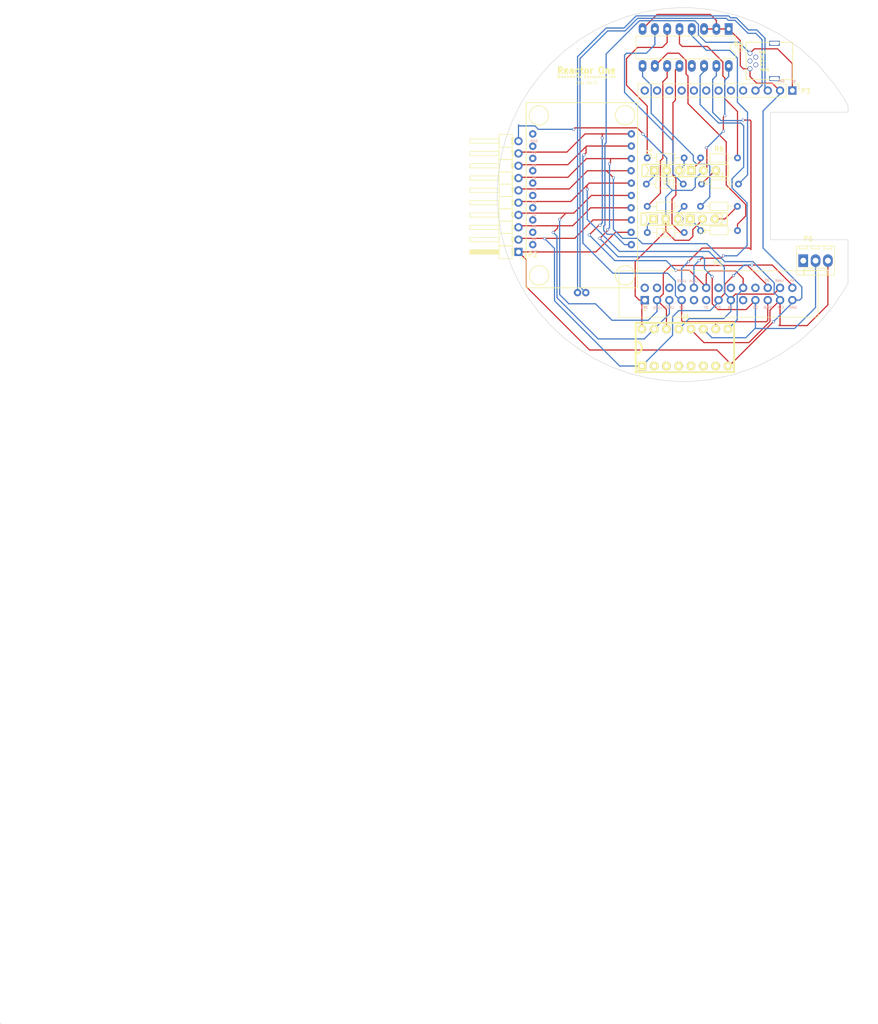
<source format=kicad_pcb>
(kicad_pcb (version 4) (host pcbnew 4.0.5-e0-6337~49~ubuntu16.04.1)
  (layers (0 F.Cu signal) (31 B.Cu signal) (34 B.Paste user) (35 F.Paste user) (36 B.SilkS user) (37 F.SilkS user) (38 B.Mask user) (39 F.Mask user) (44 Edge.Cuts user))
  (net 0 "")
  (net 1 "Net-(P1-Pad2)")
  (net 2 "Net-(P1-Pad4)")
  (net 3 "Net-(P1-Pad6)")
  (net 4 "Net-(P1-Pad9)")
  (net 5 "Net-(P1-Pad14)")
  (net 6 "Net-(P1-Pad17)")
  (net 7 "Net-(P1-Pad20)")
  (net 8 "Net-(U1-Pad7)")
  (net 9 /D0)
  (net 10 /D1)
  (net 11 /D3)
  (net 12 /D5)
  (net 13 /D4)
  (net 14 "Net-(P3-Pad5)")
  (net 15 "Net-(P3-Pad6)")
  (net 16 "Net-(P3-Pad7)")
  (net 17 "Net-(P3-Pad8)")
  (net 18 "Net-(P3-Pad9)")
  (net 19 "Net-(P3-Pad10)")
  (net 20 "Net-(P3-Pad11)")
  (net 21 "Net-(P3-Pad12)")
  (net 22 "Net-(P3-Pad13)")
  (net 23 "Net-(P5-Pad4)")
  (net 24 "Net-(P5-Pad3)")
  (net 25 "Net-(P5-Pad2)")
  (net 26 "Net-(P5-Pad6)")
  (net 27 "Net-(P6-Pad1)")
  (net 28 "Net-(D1-Pad1)")
  (net 29 "Net-(D2-Pad1)")
  (net 30 "Net-(D3-Pad1)")
  (net 31 "Net-(D4-Pad1)")
  (net 32 /3v3)
  (net 33 /PG6)
  (net 34 /PG7)
  (net 35 /USBDM2)
  (net 36 /USBDP2)
  (net 37 "Net-(U2-Pad13)")
  (net 38 "Net-(U1-Pad1)")
  (net 39 "Net-(U1-Pad2)")
  (net 40 "Net-(U1-Pad3)")
  (net 41 "Net-(U1-Pad4)")
  (net 42 "Net-(U1-Pad5)")
  (net 43 "Net-(U1-Pad6)")
  (net 44 "Net-(U1-Pad8)")
  (net 45 "Net-(U1-Pad9)")
  (net 46 "Net-(U1-Pad10)")
  (net 47 /5V)
  (net 48 "Net-(R1-Pad2)")
  (net 49 "Net-(R2-Pad2)")
  (net 50 "Net-(R3-Pad2)")
  (net 51 "Net-(R4-Pad2)")
  (net 52 "Net-(R5-Pad2)")
  (net 53 "Net-(R6-Pad2)")
  (net 54 "Net-(R7-Pad2)")
  (net 55 "Net-(R8-Pad2)")
  (net 56 /GND)
  (net 57 "Net-(D1-Pad3)")
  (net 58 "Net-(D3-Pad3)")
  (net 59 "Net-(D4-Pad3)")
  (net 60 "Net-(D2-Pad3)")
  (net 61 "Net-(P1-Pad16)")
  (net 62 /D2)
  (net 63 /D6)
  (net 64 /D7)
  (net 65 "Net-(U3-Pad2)")
  (net 66 "Net-(U3-Pad4)")
  (net 67 "Net-(U3-Pad5)")
  (net 68 "Net-(U3-Pad6)")
  (net 69 "Net-(U3-Pad7)")
  (net 70 "Net-(U3-Pad3)")
  (module dip:DIP16 (layer F.Cu) (at 158.75 127)
    (fp_text reference U3 (at 0 -6.35) (layer F.SilkS) (effects (font (size 0.762 0.762) (thickness 0.1524))))
    (fp_text value SP720APP hide)
    (pad 1 thru_hole rect (at -8.89 3.81) (size 1.8 1.8) (drill 0.9) (layers *.Cu *.Mask F.SilkS) (net 9 /D0))
    (pad 2 thru_hole circle (at -6.35 3.81) (size 1.8 1.8) (drill 0.9) (layers *.Cu *.Mask F.SilkS) (net 65 "Net-(U3-Pad2)"))
    (pad 4 thru_hole circle (at -1.27 3.81) (size 1.8 1.8) (drill 0.9) (layers *.Cu *.Mask F.SilkS) (net 66 "Net-(U3-Pad4)"))
    (pad 5 thru_hole circle (at 1.27 3.81) (size 1.8 1.8) (drill 0.9) (layers *.Cu *.Mask F.SilkS) (net 67 "Net-(U3-Pad5)"))
    (pad 6 thru_hole circle (at 3.81 3.81) (size 1.8 1.8) (drill 0.9) (layers *.Cu *.Mask F.SilkS) (net 68 "Net-(U3-Pad6)"))
    (pad 7 thru_hole circle (at 6.35 3.81) (size 1.8 1.8) (drill 0.9) (layers *.Cu *.Mask F.SilkS) (net 69 "Net-(U3-Pad7)"))
    (pad 8 thru_hole circle (at 8.89 3.81) (size 1.8 1.8) (drill 0.9) (layers *.Cu *.Mask F.SilkS) (net 56 /GND))
    (pad 9 thru_hole circle (at 8.89 -3.81) (size 1.8 1.8) (drill 0.9) (layers *.Cu *.Mask F.SilkS) (net 64 /D7))
    (pad 10 thru_hole circle (at 6.35 -3.81) (size 1.8 1.8) (drill 0.9) (layers *.Cu *.Mask F.SilkS) (net 63 /D6))
    (pad 11 thru_hole circle (at 3.81 -3.81) (size 1.8 1.8) (drill 0.9) (layers *.Cu *.Mask F.SilkS) (net 12 /D5))
    (pad 12 thru_hole circle (at 1.27 -3.81) (size 1.8 1.8) (drill 0.9) (layers *.Cu *.Mask F.SilkS) (net 13 /D4))
    (pad 13 thru_hole circle (at -1.27 -3.81) (size 1.8 1.8) (drill 0.9) (layers *.Cu *.Mask F.SilkS) (net 11 /D3))
    (pad 14 thru_hole circle (at -3.81 -3.81) (size 1.8 1.8) (drill 0.9) (layers *.Cu *.Mask F.SilkS) (net 62 /D2))
    (pad 15 thru_hole circle (at -6.35 -3.81) (size 1.8 1.8) (drill 0.9) (layers *.Cu *.Mask F.SilkS) (net 10 /D1))
    (pad 16 thru_hole circle (at -8.89 -3.81) (size 1.8 1.8) (drill 0.9) (layers *.Cu *.Mask F.SilkS) (net 32 /3v3))
    (pad 3 thru_hole circle (at -3.81 3.81) (size 1.8 1.8) (drill 0.9) (layers *.Cu *.Mask F.SilkS) (net 70 "Net-(U3-Pad3)"))
  )
  (module ReactorProject:AdafruitFT232h (layer F.Cu) (at 149.79 114.67 90)
    (fp_text reference U1 (at 27.8 1.6 90) (layer F.SilkS))
    (fp_text value AdafruitFT232H)
    (fp_line (start -151.8 -132.4) (end -151.8 -132.4) (layer Edge.Cuts) (width 0.1))
    (fp_line (start -151.8 -132.4) (end -151.8 -132.4) (layer Edge.Cuts) (width 0.1))
    (fp_line (start -151.8 -132.4) (end -151.8 -132.4) (layer Edge.Cuts) (width 0.1))
    (fp_line (start -151.8 -132.4) (end -151.8 -132.4) (layer Edge.Cuts) (width 0.1))
    (fp_line (start -151.8 -132.4) (end -151.8 -132.4) (layer Edge.Cuts) (width 0.1))
    (fp_line (start -151.8 -132.4) (end -151.8 -132.4) (layer Edge.Cuts) (width 0.1))
    (fp_line (start -151.8 -132.4) (end -151.8 -132.4) (layer Edge.Cuts) (width 0.1))
    (fp_line (start -151.8 -132.4) (end -151.8 -132.4) (layer Edge.Cuts) (width 0.1))
    (fp_line (start -151.8 -132.4) (end -151.8 -132.4) (layer Edge.Cuts) (width 0.1))
    (fp_line (start -151.8 -132.4) (end -151.8 -132.4) (layer Edge.Cuts) (width 0.1))
    (fp_line (start -151.8 -132.4) (end -151.8 -132.4) (layer Edge.Cuts) (width 0.1))
    (fp_line (start -151.8 -132.4) (end -151.8 -132.4) (layer Edge.Cuts) (width 0.1))
    (fp_line (start -151.8 -132.4) (end -151.8 -132.4) (layer Edge.Cuts) (width 0.1))
    (fp_line (start -151.8 -132.4) (end -151.8 -132.4) (layer Edge.Cuts) (width 0.1))
    (fp_line (start -151.8 -132.4) (end -151.8 -132.4) (layer Edge.Cuts) (width 0.1))
    (fp_line (start -151.8 -132.4) (end -151.8 -132.4) (layer Edge.Cuts) (width 0.1))
    (fp_line (start -151.8 -132.4) (end -151.8 -132.4) (layer Edge.Cuts) (width 0.1))
    (fp_line (start -151.8 -132.4) (end -151.8 -132.4) (layer Edge.Cuts) (width 0.1))
    (fp_line (start -151.8 -132.4) (end -151.8 -132.4) (layer Edge.Cuts) (width 0.1))
    (fp_line (start -151.8 -132.4) (end -151.8 -132.4) (layer Edge.Cuts) (width 0.1))
    (fp_line (start -151.8 -132.4) (end -151.8 -132.4) (layer Edge.Cuts) (width 0.1))
    (fp_line (start -151.8 -132.4) (end -151.8 -132.4) (layer Edge.Cuts) (width 0.1))
    (fp_line (start -151.8 -132.4) (end -151.8 -132.4) (layer Edge.Cuts) (width 0.1))
    (fp_line (start -151.8 -132.4) (end -151.8 -132.4) (layer Edge.Cuts) (width 0.1))
    (fp_line (start -151.8 -132.4) (end -151.8 -132.4) (layer Edge.Cuts) (width 0.1))
    (fp_line (start -151.8 -132.4) (end -151.8 -132.4) (layer Edge.Cuts) (width 0.1))
    (fp_line (start -151.8 -132.4) (end -151.8 -132.4) (layer Edge.Cuts) (width 0.1))
    (fp_line (start -151.8 -132.4) (end -151.8 -132.4) (layer Edge.Cuts) (width 0.1))
    (fp_line (start -151.8 -132.4) (end -151.8 -132.4) (layer Edge.Cuts) (width 0.1))
    (fp_line (start -151.8 -132.4) (end -151.8 -132.4) (layer Edge.Cuts) (width 0.1))
    (fp_line (start -151.8 -132.4) (end -151.8 -132.4) (layer Edge.Cuts) (width 0.1))
    (fp_line (start -151.8 -132.4) (end -151.8 -132.4) (layer Edge.Cuts) (width 0.1))
    (fp_line (start -151.8 -132.4) (end -151.8 -132.4) (layer Edge.Cuts) (width 0.1))
    (fp_line (start -151.8 -132.4) (end -151.8 -132.4) (layer Edge.Cuts) (width 0.1))
    (fp_line (start -151.8 -132.4) (end -151.8 -132.4) (layer Edge.Cuts) (width 0.1))
    (fp_line (start -151.8 -132.4) (end -151.8 -132.4) (layer Edge.Cuts) (width 0.1))
    (fp_line (start -151.8 -132.4) (end -151.8 -132.4) (layer Edge.Cuts) (width 0.1))
    (fp_line (start -151.8 -132.4) (end -151.8 -132.4) (layer Edge.Cuts) (width 0.1))
    (fp_line (start -151.8 -132.4) (end -151.8 -132.4) (layer Edge.Cuts) (width 0.1))
    (fp_line (start -151.8 -132.4) (end -151.8 -132.4) (layer Edge.Cuts) (width 0.1))
    (fp_line (start -151.8 -132.4) (end -151.8 -132.4) (layer Edge.Cuts) (width 0.1))
    (fp_line (start -151.8 -132.4) (end -151.8 -132.4) (layer Edge.Cuts) (width 0.1))
    (fp_line (start -151.8 -132.4) (end -151.8 -132.4) (layer Edge.Cuts) (width 0.1))
    (fp_line (start -151.8 -132.4) (end -151.8 -132.4) (layer Edge.Cuts) (width 0.1))
    (fp_line (start -151.8 -132.4) (end -151.8 -132.4) (layer Edge.Cuts) (width 0.1))
    (fp_line (start -151.8 -132.4) (end -151.8 -132.4) (layer Edge.Cuts) (width 0.1))
    (fp_line (start -151.8 -132.4) (end -151.8 -132.4) (layer Edge.Cuts) (width 0.1))
    (fp_line (start -151.8 -132.4) (end -151.8 -132.4) (layer Edge.Cuts) (width 0.1))
    (fp_line (start -151.8 -132.4) (end -151.8 -132.4) (layer Edge.Cuts) (width 0.1))
    (fp_line (start -151.8 -132.4) (end -151.8 -132.4) (layer Edge.Cuts) (width 0.1))
    (fp_line (start -151.8 -132.4) (end -151.8 -132.4) (layer Edge.Cuts) (width 0.1))
    (fp_line (start -151.8 -132.4) (end -151.8 -132.4) (layer Edge.Cuts) (width 0.1))
    (fp_line (start -151.8 -132.4) (end -151.8 -132.4) (layer Edge.Cuts) (width 0.1))
    (fp_line (start -151.8 -132.4) (end -151.8 -132.4) (layer Edge.Cuts) (width 0.1))
    (fp_line (start -151.8 -132.4) (end -151.8 -132.4) (layer Edge.Cuts) (width 0.1))
    (fp_line (start -151.8 -132.4) (end -151.8 -132.4) (layer Edge.Cuts) (width 0.1))
    (fp_line (start -151.8 -132.4) (end -151.8 -132.4) (layer Edge.Cuts) (width 0.1))
    (fp_line (start -151.8 -132.4) (end -151.8 -132.4) (layer Edge.Cuts) (width 0.1))
    (fp_line (start -151.8 -132.4) (end -151.8 -132.4) (layer Edge.Cuts) (width 0.1))
    (fp_line (start -151.8 -132.4) (end -151.8 -132.4) (layer Edge.Cuts) (width 0.1))
    (fp_line (start -151.8 -132.4) (end -151.8 -132.4) (layer Edge.Cuts) (width 0.1))
    (fp_line (start -151.8 -132.4) (end -151.8 -132.4) (layer Edge.Cuts) (width 0.1))
    (fp_line (start -151.8 -132.4) (end -151.8 -132.4) (layer Edge.Cuts) (width 0.1))
    (fp_line (start -151.8 -132.4) (end -151.8 -132.4) (layer Edge.Cuts) (width 0.1))
    (fp_line (start -151.8 -132.4) (end -151.8 -132.4) (layer Edge.Cuts) (width 0.1))
    (fp_line (start -151.8 -132.4) (end -151.8 -132.4) (layer Edge.Cuts) (width 0.1))
    (fp_line (start -151.8 -132.4) (end -151.8 -132.4) (layer Edge.Cuts) (width 0.1))
    (fp_line (start -151.8 -132.4) (end -151.8 -132.4) (layer Edge.Cuts) (width 0.1))
    (fp_line (start -151.8 -132.4) (end -151.8 -132.4) (layer Edge.Cuts) (width 0.1))
    (fp_line (start -151.8 -132.4) (end -151.8 -132.4) (layer Edge.Cuts) (width 0.1))
    (fp_line (start -151.8 -132.4) (end -151.8 -132.4) (layer Edge.Cuts) (width 0.1))
    (fp_line (start -151.8 -132.4) (end -151.8 -132.4) (layer Edge.Cuts) (width 0.1))
    (fp_line (start -151.8 -132.4) (end -151.8 -132.4) (layer Edge.Cuts) (width 0.1))
    (fp_line (start -151.8 -132.4) (end -151.8 -132.4) (layer Edge.Cuts) (width 0.1))
    (fp_line (start -151.8 -132.4) (end -151.8 -132.4) (layer Edge.Cuts) (width 0.1))
    (fp_line (start -151.8 -132.4) (end -151.8 -132.4) (layer Edge.Cuts) (width 0.1))
    (fp_line (start -151.8 -132.4) (end -151.8 -132.4) (layer Edge.Cuts) (width 0.1))
    (fp_line (start -151.8 -132.4) (end -151.8 -132.4) (layer Edge.Cuts) (width 0.1))
    (fp_line (start -151.8 -132.4) (end -151.8 -132.4) (layer Edge.Cuts) (width 0.1))
    (fp_line (start -151.8 -132.4) (end -151.8 -132.4) (layer Edge.Cuts) (width 0.1))
    (fp_line (start -151.8 -132.4) (end -151.8 -132.4) (layer Edge.Cuts) (width 0.1))
    (fp_line (start -151.8 -132.4) (end -151.8 -132.4) (layer Edge.Cuts) (width 0.1))
    (fp_line (start -151.8 -132.4) (end -151.8 -132.4) (layer Edge.Cuts) (width 0.1))
    (fp_line (start -151.8 -132.4) (end -151.8 -132.4) (layer Edge.Cuts) (width 0.1))
    (fp_line (start -151.8 -132.4) (end -151.8 -132.4) (layer Edge.Cuts) (width 0.1))
    (fp_line (start -151.8 -132.4) (end -151.8 -132.4) (layer Edge.Cuts) (width 0.1))
    (fp_line (start -151.8 -132.4) (end -151.8 -132.4) (layer Edge.Cuts) (width 0.1))
    (fp_line (start -151.8 -132.4) (end -151.8 -132.4) (layer Edge.Cuts) (width 0.1))
    (fp_line (start -151.8 -132.4) (end -151.8 -132.4) (layer Edge.Cuts) (width 0.1))
    (fp_line (start -151.8 -132.4) (end -151.8 -132.4) (layer Edge.Cuts) (width 0.1))
    (fp_line (start -151.8 -132.4) (end -151.8 -132.4) (layer Edge.Cuts) (width 0.1))
    (fp_line (start -151.8 -132.4) (end -151.8 -132.4) (layer Edge.Cuts) (width 0.1))
    (fp_line (start -151.8 -132.4) (end -151.8 -132.4) (layer Edge.Cuts) (width 0.1))
    (fp_line (start -151.8 -132.4) (end -151.8 -132.4) (layer Edge.Cuts) (width 0.1))
    (fp_line (start -151.8 -132.4) (end -151.8 -132.4) (layer Edge.Cuts) (width 0.1))
    (fp_line (start -151.8 -132.4) (end -151.8 -132.4) (layer Edge.Cuts) (width 0.1))
    (fp_line (start -151.8 -132.4) (end -151.8 -132.4) (layer Edge.Cuts) (width 0.1))
    (fp_line (start -151.8 -132.4) (end -151.8 -132.4) (layer Edge.Cuts) (width 0.1))
    (fp_line (start -151.8 -132.4) (end -151.8 -132.4) (layer Edge.Cuts) (width 0.1))
    (fp_line (start -151.8 -132.4) (end -151.8 -132.4) (layer Edge.Cuts) (width 0.1))
    (fp_line (start -151.8 -132.4) (end -151.8 -132.4) (layer Edge.Cuts) (width 0.1))
    (fp_line (start -151.8 -132.4) (end -151.8 -132.4) (layer Edge.Cuts) (width 0.1))
    (fp_line (start -151.8 -132.4) (end -151.8 -132.4) (layer Edge.Cuts) (width 0.1))
    (fp_line (start -151.8 -132.4) (end -151.8 -132.4) (layer Edge.Cuts) (width 0.1))
    (fp_line (start -151.8 -132.4) (end -151.8 -132.4) (layer Edge.Cuts) (width 0.1))
    (fp_line (start -151.8 -132.4) (end -151.8 -132.4) (layer Edge.Cuts) (width 0.1))
    (fp_line (start -151.8 -132.4) (end -151.8 -132.4) (layer Edge.Cuts) (width 0.1))
    (fp_line (start -151.8 -132.4) (end -151.8 -132.4) (layer Edge.Cuts) (width 0.1))
    (fp_line (start -151.8 -132.4) (end -151.8 -132.4) (layer Edge.Cuts) (width 0.1))
    (fp_line (start -151.8 -132.4) (end -151.8 -132.4) (layer Edge.Cuts) (width 0.1))
    (fp_line (start -151.8 -132.4) (end -151.8 -132.4) (layer Edge.Cuts) (width 0.1))
    (fp_line (start -151.8 -132.4) (end -151.8 -132.4) (layer Edge.Cuts) (width 0.1))
    (fp_line (start -151.8 -132.4) (end -151.8 -132.4) (layer Edge.Cuts) (width 0.1))
    (fp_line (start -151.8 -132.4) (end -151.8 -132.4) (layer Edge.Cuts) (width 0.1))
    (fp_line (start -151.8 -132.4) (end -151.8 -132.4) (layer Edge.Cuts) (width 0.1))
    (fp_line (start -151.8 -132.4) (end -151.8 -132.4) (layer Edge.Cuts) (width 0.1))
    (fp_line (start -151.8 -132.4) (end -151.8 -132.4) (layer Edge.Cuts) (width 0.1))
    (fp_line (start -151.8 -132.4) (end -151.8 -132.4) (layer Edge.Cuts) (width 0.1))
    (fp_line (start -151.8 -132.4) (end -151.8 -132.4) (layer Edge.Cuts) (width 0.1))
    (fp_line (start -151.8 -132.4) (end -151.8 -132.4) (layer Edge.Cuts) (width 0.1))
    (fp_line (start -151.8 -132.4) (end -151.8 -132.4) (layer Edge.Cuts) (width 0.1))
    (fp_line (start -151.8 -132.4) (end -151.8 -132.4) (layer Edge.Cuts) (width 0.1))
    (fp_line (start -151.8 -132.4) (end -151.8 -132.4) (layer Edge.Cuts) (width 0.1))
    (fp_line (start -151.8 -132.4) (end -151.8 -132.4) (layer Edge.Cuts) (width 0.1))
    (fp_line (start -151.8 -132.4) (end -151.8 -132.4) (layer Edge.Cuts) (width 0.1))
    (fp_line (start -151.8 -132.4) (end -151.8 -132.4) (layer Edge.Cuts) (width 0.1))
    (fp_line (start -151.8 -132.4) (end -151.8 -132.4) (layer Edge.Cuts) (width 0.1))
    (fp_line (start -151.8 -132.4) (end -151.8 -132.4) (layer Edge.Cuts) (width 0.1))
    (fp_line (start -151.8 -132.4) (end -151.8 -132.4) (layer Edge.Cuts) (width 0.1))
    (fp_line (start -151.8 -132.4) (end -151.8 -132.4) (layer Edge.Cuts) (width 0.1))
    (fp_line (start -151.8 -132.4) (end -151.8 -132.4) (layer Edge.Cuts) (width 0.1))
    (fp_line (start -151.8 -132.4) (end -151.8 -132.4) (layer Edge.Cuts) (width 0.1))
    (fp_line (start -151.8 -132.4) (end -151.8 -132.4) (layer Edge.Cuts) (width 0.1))
    (fp_line (start -151.8 -132.4) (end -151.8 -132.4) (layer Edge.Cuts) (width 0.1))
    (fp_line (start -151.8 -132.4) (end -151.8 -132.4) (layer Edge.Cuts) (width 0.1))
    (fp_line (start -151.8 -132.4) (end -151.8 -132.4) (layer Edge.Cuts) (width 0.1))
    (fp_line (start -151.8 -132.4) (end -151.8 -132.4) (layer Edge.Cuts) (width 0.1))
    (fp_line (start -151.8 -132.4) (end -151.8 -132.4) (layer Edge.Cuts) (width 0.1))
    (fp_line (start -151.8 -132.4) (end -151.8 -132.4) (layer Edge.Cuts) (width 0.1))
    (fp_line (start -151.8 -132.4) (end -151.8 -132.4) (layer Edge.Cuts) (width 0.1))
    (fp_line (start -151.8 -132.4) (end -151.8 -132.4) (layer Edge.Cuts) (width 0.1))
    (fp_line (start -151.8 -132.4) (end -151.8 -132.4) (layer Edge.Cuts) (width 0.1))
    (fp_line (start -151.8 -132.4) (end -151.8 -132.4) (layer Edge.Cuts) (width 0.1))
    (fp_line (start -151.8 -132.4) (end -151.8 -132.4) (layer Edge.Cuts) (width 0.1))
    (fp_line (start -151.8 -132.4) (end -151.8 -132.4) (layer Edge.Cuts) (width 0.1))
    (fp_line (start -151.8 -132.4) (end -151.8 -132.4) (layer Edge.Cuts) (width 0.1))
    (fp_line (start -151.8 -132.4) (end -151.8 -132.4) (layer Edge.Cuts) (width 0.1))
    (fp_line (start -151.8 -132.4) (end -151.8 -132.4) (layer Edge.Cuts) (width 0.1))
    (fp_line (start -151.8 -132.4) (end -151.8 -132.4) (layer Edge.Cuts) (width 0.1))
    (fp_line (start -151.8 -132.4) (end -151.8 -132.4) (layer Edge.Cuts) (width 0.1))
    (fp_line (start -151.8 -132.4) (end -151.8 -132.4) (layer Edge.Cuts) (width 0.1))
    (fp_line (start -151.8 -132.4) (end -151.8 -132.4) (layer Edge.Cuts) (width 0.1))
    (fp_line (start -151.8 -132.4) (end -151.8 -132.4) (layer Edge.Cuts) (width 0.1))
    (fp_line (start -151.8 -132.4) (end -151.8 -132.4) (layer Edge.Cuts) (width 0.1))
    (fp_line (start -151.8 -132.4) (end -151.8 -132.4) (layer Edge.Cuts) (width 0.1))
    (fp_line (start -151.8 -132.4) (end -151.8 -132.4) (layer Edge.Cuts) (width 0.1))
    (fp_line (start -151.8 -132.4) (end -151.8 -132.4) (layer Edge.Cuts) (width 0.1))
    (fp_line (start -151.8 -132.4) (end -151.8 -132.4) (layer Edge.Cuts) (width 0.1))
    (fp_line (start -151.8 -132.4) (end -151.8 -132.4) (layer Edge.Cuts) (width 0.1))
    (fp_line (start -151.8 -132.4) (end -151.8 -132.4) (layer Edge.Cuts) (width 0.1))
    (fp_line (start -151.8 -132.4) (end -151.8 -132.4) (layer Edge.Cuts) (width 0.1))
    (fp_line (start -151.8 -132.4) (end -151.8 -132.4) (layer Edge.Cuts) (width 0.1))
    (fp_line (start -151.8 -132.4) (end -151.8 -132.4) (layer Edge.Cuts) (width 0.1))
    (fp_line (start -151.8 -132.4) (end -151.8 -132.4) (layer Edge.Cuts) (width 0.1))
    (fp_line (start -151.8 -132.4) (end -151.8 -132.4) (layer Edge.Cuts) (width 0.1))
    (fp_line (start -151.8 -132.4) (end -151.8 -132.4) (layer Edge.Cuts) (width 0.1))
    (fp_line (start -151.8 -132.4) (end -151.8 -132.4) (layer Edge.Cuts) (width 0.1))
    (fp_line (start -151.8 -132.4) (end -151.8 -132.4) (layer Edge.Cuts) (width 0.1))
    (fp_line (start -151.8 -132.4) (end -151.8 -132.4) (layer Edge.Cuts) (width 0.1))
    (fp_line (start -151.8 -132.4) (end -151.8 -132.4) (layer Edge.Cuts) (width 0.1))
    (fp_line (start -151.8 -132.4) (end -151.8 -132.4) (layer Edge.Cuts) (width 0.1))
    (fp_line (start -151.8 -132.4) (end -151.8 -132.4) (layer Edge.Cuts) (width 0.1))
    (fp_line (start -151.8 -132.4) (end -151.8 -132.4) (layer Edge.Cuts) (width 0.1))
    (fp_line (start -151.8 -132.4) (end -151.8 -132.4) (layer Edge.Cuts) (width 0.1))
    (fp_line (start -151.8 -132.4) (end -151.8 -132.4) (layer Edge.Cuts) (width 0.1))
    (fp_line (start -151.8 -132.4) (end -151.8 -132.4) (layer Edge.Cuts) (width 0.1))
    (fp_line (start -151.8 -132.4) (end -151.8 -132.4) (layer Edge.Cuts) (width 0.1))
    (fp_line (start -151.8 -132.4) (end -151.8 -132.4) (layer Edge.Cuts) (width 0.1))
    (fp_line (start -151.8 -132.4) (end -151.8 -132.4) (layer Edge.Cuts) (width 0.1))
    (fp_line (start -151.8 -132.4) (end -151.8 -132.4) (layer Edge.Cuts) (width 0.1))
    (fp_line (start -151.8 -132.4) (end -151.8 -132.4) (layer Edge.Cuts) (width 0.1))
    (fp_line (start -151.8 -132.4) (end -151.8 -132.4) (layer Edge.Cuts) (width 0.1))
    (fp_line (start -151.8 -132.4) (end -151.8 -132.4) (layer Edge.Cuts) (width 0.1))
    (fp_line (start -151.8 -132.4) (end -151.8 -132.4) (layer Edge.Cuts) (width 0.1))
    (fp_line (start -151.8 -132.4) (end -151.8 -132.4) (layer Edge.Cuts) (width 0.1))
    (fp_line (start -151.8 -132.4) (end -151.8 -132.4) (layer Edge.Cuts) (width 0.1))
    (fp_line (start -151.8 -132.4) (end -151.8 -132.4) (layer Edge.Cuts) (width 0.1))
    (fp_line (start -151.8 -132.4) (end -151.8 -132.4) (layer Edge.Cuts) (width 0.1))
    (fp_line (start -151.8 -132.4) (end -151.8 -132.4) (layer Edge.Cuts) (width 0.1))
    (fp_line (start -151.8 -132.4) (end -151.8 -132.4) (layer Edge.Cuts) (width 0.1))
    (fp_line (start -151.8 -132.4) (end -151.8 -132.4) (layer Edge.Cuts) (width 0.1))
    (fp_line (start -151.8 -132.4) (end -151.8 -132.4) (layer Edge.Cuts) (width 0.1))
    (fp_line (start -151.8 -132.4) (end -151.8 -132.4) (layer Edge.Cuts) (width 0.1))
    (fp_line (start -151.8 -132.4) (end -151.8 -132.4) (layer Edge.Cuts) (width 0.1))
    (fp_line (start -151.8 -132.4) (end -151.8 -132.4) (layer Edge.Cuts) (width 0.1))
    (fp_line (start -151.8 -132.4) (end -151.8 -132.4) (layer Edge.Cuts) (width 0.1))
    (fp_line (start -151.8 -132.4) (end -151.8 -132.4) (layer Edge.Cuts) (width 0.1))
    (fp_line (start -151.8 -132.4) (end -151.8 -132.4) (layer Edge.Cuts) (width 0.1))
    (fp_line (start -151.8 -132.4) (end -151.8 -132.4) (layer Edge.Cuts) (width 0.1))
    (fp_line (start -151.8 -132.4) (end -151.8 -132.4) (layer Edge.Cuts) (width 0.1))
    (fp_line (start -151.8 -132.4) (end -151.8 -132.4) (layer Edge.Cuts) (width 0.1))
    (fp_line (start -151.8 -132.4) (end -151.8 -132.4) (layer Edge.Cuts) (width 0.1))
    (fp_line (start -151.8 -132.4) (end -151.8 -132.4) (layer Edge.Cuts) (width 0.1))
    (fp_line (start -151.8 -132.4) (end -151.8 -132.4) (layer Edge.Cuts) (width 0.1))
    (fp_line (start -151.8 -132.4) (end -151.8 -132.4) (layer Edge.Cuts) (width 0.1))
    (fp_line (start -151.8 -132.4) (end -151.8 -132.4) (layer Edge.Cuts) (width 0.1))
    (fp_line (start -151.8 -132.4) (end -151.8 -132.4) (layer Edge.Cuts) (width 0.1))
    (fp_line (start -151.8 -132.4) (end -151.8 -132.4) (layer Edge.Cuts) (width 0.1))
    (fp_line (start -151.8 -132.4) (end -151.8 -132.4) (layer Edge.Cuts) (width 0.1))
    (fp_line (start -151.8 -132.4) (end -151.8 -132.4) (layer Edge.Cuts) (width 0.1))
    (fp_line (start -151.8 -132.4) (end -151.8 -132.4) (layer Edge.Cuts) (width 0.1))
    (fp_line (start -151.8 -132.4) (end -151.8 -132.4) (layer Edge.Cuts) (width 0.1))
    (fp_line (start -151.8 -132.4) (end -151.8 -132.4) (layer Edge.Cuts) (width 0.1))
    (fp_line (start -151.8 -132.4) (end -151.8 -132.4) (layer Edge.Cuts) (width 0.1))
    (fp_line (start -151.8 -132.4) (end -151.8 -132.4) (layer Edge.Cuts) (width 0.1))
    (fp_line (start -151.8 -132.4) (end -151.8 -132.4) (layer Edge.Cuts) (width 0.1))
    (fp_line (start -151.8 -132.4) (end -151.8 -132.4) (layer Edge.Cuts) (width 0.1))
    (fp_line (start -151.8 -132.4) (end -151.8 -132.4) (layer Edge.Cuts) (width 0.1))
    (fp_line (start -151.8 -132.4) (end -151.8 -132.4) (layer Edge.Cuts) (width 0.1))
    (fp_line (start -151.8 -132.4) (end -151.8 -132.4) (layer Edge.Cuts) (width 0.1))
    (fp_line (start -151.8 -132.4) (end -151.8 -132.4) (layer Edge.Cuts) (width 0.1))
    (fp_line (start -151.8 -132.4) (end -151.8 -132.4) (layer Edge.Cuts) (width 0.1))
    (fp_line (start -151.8 -132.4) (end -151.8 -132.4) (layer Edge.Cuts) (width 0.1))
    (fp_line (start -151.8 -132.4) (end -151.8 -132.4) (layer Edge.Cuts) (width 0.1))
    (fp_line (start -151.8 -132.4) (end -151.8 -132.4) (layer Edge.Cuts) (width 0.1))
    (fp_line (start -151.8 -132.4) (end -151.8 -132.4) (layer Edge.Cuts) (width 0.1))
    (fp_line (start -151.8 -132.4) (end -151.8 -132.4) (layer Edge.Cuts) (width 0.1))
    (fp_line (start -151.8 -132.4) (end -151.8 -132.4) (layer Edge.Cuts) (width 0.1))
    (fp_line (start -151.8 -132.4) (end -151.8 -132.4) (layer Edge.Cuts) (width 0.1))
    (fp_line (start -151.8 -132.4) (end -151.8 -132.4) (layer Edge.Cuts) (width 0.1))
    (fp_line (start -151.8 -132.4) (end -151.8 -132.4) (layer Edge.Cuts) (width 0.1))
    (fp_line (start -151.8 -132.4) (end -151.8 -132.4) (layer Edge.Cuts) (width 0.1))
    (fp_line (start -151.8 -132.4) (end -151.8 -132.4) (layer Edge.Cuts) (width 0.1))
    (fp_line (start -151.8 -132.4) (end -151.8 -132.4) (layer Edge.Cuts) (width 0.1))
    (fp_line (start -151.8 -132.4) (end -151.8 -132.4) (layer Edge.Cuts) (width 0.1))
    (fp_line (start -151.8 -132.4) (end -151.8 -132.4) (layer Edge.Cuts) (width 0.1))
    (fp_line (start -151.8 -132.4) (end -151.8 -132.4) (layer Edge.Cuts) (width 0.1))
    (fp_line (start -151.8 -132.4) (end -151.8 -132.4) (layer Edge.Cuts) (width 0.1))
    (fp_line (start -151.8 -132.4) (end -151.8 -132.4) (layer Edge.Cuts) (width 0.1))
    (fp_line (start -151.8 -132.4) (end -151.8 -132.4) (layer Edge.Cuts) (width 0.1))
    (fp_line (start -151.8 -132.4) (end -151.8 -132.4) (layer Edge.Cuts) (width 0.1))
    (fp_line (start -151.8 -132.4) (end -151.8 -132.4) (layer Edge.Cuts) (width 0.1))
    (fp_line (start -151.8 -132.4) (end -151.8 -132.4) (layer Edge.Cuts) (width 0.1))
    (fp_line (start -151.8 -132.4) (end -151.8 -132.4) (layer Edge.Cuts) (width 0.1))
    (fp_line (start -151.8 -132.4) (end -151.8 -132.4) (layer Edge.Cuts) (width 0.1))
    (fp_line (start -151.8 -132.4) (end -151.8 -132.4) (layer Edge.Cuts) (width 0.1))
    (fp_line (start -151.8 -132.4) (end -151.8 -132.4) (layer Edge.Cuts) (width 0.1))
    (fp_line (start -151.8 -132.4) (end -151.8 -132.4) (layer Edge.Cuts) (width 0.1))
    (fp_line (start -151.8 -132.4) (end -151.8 -132.4) (layer Edge.Cuts) (width 0.1))
    (fp_line (start -151.8 -132.4) (end -151.8 -132.4) (layer Edge.Cuts) (width 0.1))
    (fp_line (start -151.8 -132.4) (end -151.8 -132.4) (layer Edge.Cuts) (width 0.1))
    (fp_line (start -151.8 -132.4) (end -151.8 -132.4) (layer Edge.Cuts) (width 0.1))
    (fp_line (start -151.8 -132.4) (end -151.8 -132.4) (layer Edge.Cuts) (width 0.1))
    (fp_line (start -151.8 -132.4) (end -151.8 -132.4) (layer Edge.Cuts) (width 0.1))
    (fp_line (start -151.8 -132.4) (end -151.8 -132.4) (layer Edge.Cuts) (width 0.1))
    (fp_line (start -151.8 -132.4) (end -151.8 -132.4) (layer Edge.Cuts) (width 0.1))
    (fp_line (start -151.8 -132.4) (end -151.8 -132.4) (layer Edge.Cuts) (width 0.1))
    (fp_line (start -151.8 -132.4) (end -151.8 -132.4) (layer Edge.Cuts) (width 0.1))
    (fp_line (start -151.8 -132.4) (end -151.8 -132.4) (layer Edge.Cuts) (width 0.1))
    (fp_line (start -151.8 -132.4) (end -151.8 -132.4) (layer Edge.Cuts) (width 0.1))
    (fp_line (start -151.8 -132.4) (end -151.8 -132.4) (layer Edge.Cuts) (width 0.1))
    (fp_line (start -151.8 -132.4) (end -151.8 -132.4) (layer Edge.Cuts) (width 0.1))
    (fp_line (start -151.8 -132.4) (end -151.8 -132.4) (layer Edge.Cuts) (width 0.1))
    (fp_line (start -151.8 -132.4) (end -151.8 -132.4) (layer Edge.Cuts) (width 0.1))
    (fp_line (start -151.8 -132.4) (end -151.8 -132.4) (layer Edge.Cuts) (width 0.1))
    (fp_line (start -151.8 -132.4) (end -151.8 -132.4) (layer Edge.Cuts) (width 0.1))
    (fp_line (start -151.8 -132.4) (end -151.8 -132.4) (layer Edge.Cuts) (width 0.1))
    (fp_line (start -151.8 -132.4) (end -151.8 -132.4) (layer Edge.Cuts) (width 0.1))
    (fp_line (start -151.8 -132.4) (end -151.8 -132.4) (layer Edge.Cuts) (width 0.1))
    (fp_line (start -151.8 -132.4) (end -151.8 -132.4) (layer Edge.Cuts) (width 0.1))
    (fp_line (start -151.8 -132.4) (end -151.8 -132.4) (layer Edge.Cuts) (width 0.1))
    (fp_line (start -151.8 -132.4) (end -151.8 -132.4) (layer Edge.Cuts) (width 0.1))
    (fp_line (start -151.8 -132.4) (end -151.8 -132.4) (layer Edge.Cuts) (width 0.1))
    (fp_line (start -151.8 -132.4) (end -151.8 -132.4) (layer Edge.Cuts) (width 0.1))
    (fp_line (start -151.8 -132.4) (end -151.8 -132.4) (layer Edge.Cuts) (width 0.1))
    (fp_line (start -151.8 -132.4) (end -151.8 -132.4) (layer Edge.Cuts) (width 0.1))
    (fp_line (start -151.8 -132.4) (end -151.8 -132.4) (layer Edge.Cuts) (width 0.1))
    (fp_line (start -151.8 -132.4) (end -151.8 -132.4) (layer Edge.Cuts) (width 0.1))
    (fp_line (start -151.8 -132.4) (end -151.8 -132.4) (layer Edge.Cuts) (width 0.1))
    (fp_line (start -151.8 -132.4) (end -151.8 -132.4) (layer Edge.Cuts) (width 0.1))
    (fp_line (start -151.8 -132.4) (end -151.8 -132.4) (layer Edge.Cuts) (width 0.1))
    (fp_line (start -151.8 -132.4) (end -151.8 -132.4) (layer Edge.Cuts) (width 0.1))
    (fp_line (start -151.8 -132.4) (end -151.8 -132.4) (layer Edge.Cuts) (width 0.1))
    (fp_line (start -151.8 -132.4) (end -151.8 -132.4) (layer Edge.Cuts) (width 0.1))
    (fp_line (start -151.8 -132.4) (end -151.8 -132.4) (layer Edge.Cuts) (width 0.1))
    (fp_line (start -151.8 -132.4) (end -151.8 -132.4) (layer Edge.Cuts) (width 0.1))
    (fp_line (start -151.8 -132.4) (end -151.8 -132.4) (layer Edge.Cuts) (width 0.1))
    (fp_line (start -151.8 -132.4) (end -151.8 -132.4) (layer Edge.Cuts) (width 0.1))
    (fp_line (start -151.8 -132.4) (end -151.8 -132.4) (layer Edge.Cuts) (width 0.1))
    (fp_line (start -151.8 -132.4) (end -151.8 -132.4) (layer Edge.Cuts) (width 0.1))
    (fp_line (start -151.8 -132.4) (end -151.8 -132.4) (layer Edge.Cuts) (width 0.1))
    (fp_line (start -151.8 -132.4) (end -151.8 -132.4) (layer Edge.Cuts) (width 0.1))
    (fp_line (start -151.8 -132.4) (end -151.8 -132.4) (layer Edge.Cuts) (width 0.1))
    (fp_line (start -151.8 -132.4) (end -151.8 -132.4) (layer Edge.Cuts) (width 0.1))
    (fp_line (start -151.8 -132.4) (end -151.8 -132.4) (layer Edge.Cuts) (width 0.1))
    (fp_line (start -151.8 -132.4) (end -151.8 -132.4) (layer Edge.Cuts) (width 0.1))
    (fp_line (start -151.8 -132.4) (end -151.8 -132.4) (layer Edge.Cuts) (width 0.1))
    (fp_line (start -151.8 -132.4) (end -151.8 -132.4) (layer Edge.Cuts) (width 0.1))
    (fp_line (start -151.8 -132.4) (end -151.8 -132.4) (layer Edge.Cuts) (width 0.1))
    (fp_line (start -151.8 -132.4) (end -151.8 -132.4) (layer Edge.Cuts) (width 0.1))
    (fp_line (start -151.8 -132.4) (end -151.8 -132.4) (layer Edge.Cuts) (width 0.1))
    (fp_line (start -151.8 -132.4) (end -151.8 -132.4) (layer Edge.Cuts) (width 0.1))
    (fp_line (start -151.8 -132.4) (end -151.8 -132.4) (layer Edge.Cuts) (width 0.1))
    (fp_line (start -151.8 -132.4) (end -151.8 -132.4) (layer Edge.Cuts) (width 0.1))
    (fp_line (start -151.8 -132.4) (end -151.8 -132.4) (layer Edge.Cuts) (width 0.1))
    (fp_line (start -151.8 -132.4) (end -151.8 -132.4) (layer Edge.Cuts) (width 0.1))
    (fp_line (start -151.8 -132.4) (end -151.8 -132.4) (layer Edge.Cuts) (width 0.1))
    (fp_line (start -151.8 -132.4) (end -151.8 -132.4) (layer Edge.Cuts) (width 0.1))
    (fp_line (start -151.8 -132.4) (end -151.8 -132.4) (layer Edge.Cuts) (width 0.1))
    (fp_line (start -151.8 -132.4) (end -151.8 -132.4) (layer Edge.Cuts) (width 0.1))
    (fp_line (start -151.8 -132.4) (end -151.8 -132.4) (layer Edge.Cuts) (width 0.1))
    (fp_line (start -151.8 -132.4) (end -151.8 -132.4) (layer Edge.Cuts) (width 0.1))
    (fp_line (start -151.8 -132.4) (end -151.8 -132.4) (layer Edge.Cuts) (width 0.1))
    (fp_line (start -151.8 -132.4) (end -151.8 -132.4) (layer Edge.Cuts) (width 0.1))
    (fp_line (start -151.8 -132.4) (end -151.8 -132.4) (layer Edge.Cuts) (width 0.1))
    (fp_line (start -151.8 -132.4) (end -151.8 -132.4) (layer Edge.Cuts) (width 0.1))
    (fp_line (start -151.8 -132.4) (end -151.8 -132.4) (layer Edge.Cuts) (width 0.1))
    (fp_line (start -151.8 -132.4) (end -151.8 -132.4) (layer Edge.Cuts) (width 0.1))
    (fp_line (start -151.8 -132.4) (end -151.8 -132.4) (layer Edge.Cuts) (width 0.1))
    (fp_line (start -151.8 -132.4) (end -151.8 -132.4) (layer Edge.Cuts) (width 0.1))
    (fp_line (start -151.8 -132.4) (end -151.8 -132.4) (layer Edge.Cuts) (width 0.1))
    (fp_line (start -151.8 -132.4) (end -151.8 -132.4) (layer Edge.Cuts) (width 0.1))
    (fp_line (start -151.8 -132.4) (end -151.8 -132.4) (layer Edge.Cuts) (width 0.1))
    (fp_line (start -151.8 -132.4) (end -151.8 -132.4) (layer Edge.Cuts) (width 0.1))
    (fp_line (start -151.8 -132.4) (end -151.8 -132.4) (layer Edge.Cuts) (width 0.1))
    (fp_line (start -151.8 -132.4) (end -151.8 -132.4) (layer Edge.Cuts) (width 0.1))
    (fp_line (start -151.8 -132.4) (end -151.8 -132.4) (layer Edge.Cuts) (width 0.1))
    (fp_line (start -151.8 -132.4) (end -151.8 -132.4) (layer Edge.Cuts) (width 0.1))
    (fp_line (start -151.8 -132.4) (end -151.8 -132.4) (layer Edge.Cuts) (width 0.1))
    (fp_line (start -151.8 -132.4) (end -151.8 -132.4) (layer Edge.Cuts) (width 0.1))
    (fp_line (start -151.8 -132.4) (end -151.8 -132.4) (layer Edge.Cuts) (width 0.1))
    (fp_line (start -151.8 -132.4) (end -151.8 -132.4) (layer Edge.Cuts) (width 0.1))
    (fp_line (start -151.8 -132.4) (end -151.8 -132.4) (layer Edge.Cuts) (width 0.1))
    (fp_line (start -151.8 -132.4) (end -151.8 -132.4) (layer Edge.Cuts) (width 0.1))
    (fp_line (start -151.8 -132.4) (end -151.8 -132.4) (layer Edge.Cuts) (width 0.1))
    (fp_line (start -151.8 -132.4) (end -151.8 -132.4) (layer Edge.Cuts) (width 0.1))
    (fp_line (start -151.8 -132.4) (end -151.8 -132.4) (layer Edge.Cuts) (width 0.1))
    (fp_line (start -151.8 -132.4) (end -151.8 -132.4) (layer Edge.Cuts) (width 0.1))
    (fp_line (start -151.8 -132.4) (end -151.8 -132.4) (layer Edge.Cuts) (width 0.1))
    (fp_line (start -151.8 -132.4) (end -151.8 -132.4) (layer Edge.Cuts) (width 0.1))
    (fp_line (start -151.8 -132.4) (end -151.8 -132.4) (layer Edge.Cuts) (width 0.1))
    (fp_line (start -151.8 -132.4) (end -151.8 -132.4) (layer Edge.Cuts) (width 0.1))
    (fp_line (start -151.8 -132.4) (end -151.8 -132.4) (layer Edge.Cuts) (width 0.1))
    (fp_line (start -151.8 -132.4) (end -151.8 -132.4) (layer Edge.Cuts) (width 0.1))
    (fp_line (start -151.8 -132.4) (end -151.8 -132.4) (layer Edge.Cuts) (width 0.1))
    (fp_line (start -151.8 -132.4) (end -151.8 -132.4) (layer Edge.Cuts) (width 0.1))
    (fp_line (start -151.8 -132.4) (end -151.8 -132.4) (layer Edge.Cuts) (width 0.1))
    (fp_line (start -151.8 -132.4) (end -151.8 -132.4) (layer Edge.Cuts) (width 0.1))
    (fp_line (start -151.8 -132.4) (end -151.8 -132.4) (layer Edge.Cuts) (width 0.1))
    (fp_line (start -151.8 -132.4) (end -151.8 -132.4) (layer Edge.Cuts) (width 0.1))
    (fp_line (start -151.8 -132.4) (end -151.8 -132.4) (layer Edge.Cuts) (width 0.1))
    (fp_line (start -151.8 -132.4) (end -151.8 -132.4) (layer Edge.Cuts) (width 0.1))
    (fp_line (start -151.8 -132.4) (end -151.8 -132.4) (layer Edge.Cuts) (width 0.1))
    (fp_line (start -151.8 -132.4) (end -151.8 -132.4) (layer Edge.Cuts) (width 0.1))
    (fp_line (start -151.8 -132.4) (end -151.8 -132.4) (layer Edge.Cuts) (width 0.1))
    (fp_line (start -151.8 -132.4) (end -151.8 -132.4) (layer Edge.Cuts) (width 0.1))
    (fp_line (start -151.8 -132.4) (end -151.8 -132.4) (layer Edge.Cuts) (width 0.1))
    (fp_line (start -151.8 -132.4) (end -151.8 -132.4) (layer Edge.Cuts) (width 0.1))
    (fp_line (start -151.8 -132.4) (end -151.8 -132.4) (layer Edge.Cuts) (width 0.1))
    (fp_line (start -151.8 -132.4) (end -151.8 -132.4) (layer Edge.Cuts) (width 0.1))
    (fp_line (start -151.8 -132.4) (end -151.8 -132.4) (layer Edge.Cuts) (width 0.1))
    (fp_line (start -151.8 -132.4) (end -151.8 -132.4) (layer Edge.Cuts) (width 0.1))
    (fp_line (start -151.8 -132.4) (end -151.8 -132.4) (layer Edge.Cuts) (width 0.1))
    (fp_line (start -151.8 -132.4) (end -151.8 -132.4) (layer Edge.Cuts) (width 0.1))
    (fp_line (start -151.8 -132.4) (end -151.8 -132.4) (layer Edge.Cuts) (width 0.1))
    (fp_line (start -151.8 -132.4) (end -151.8 -132.4) (layer Edge.Cuts) (width 0.1))
    (fp_line (start -151.8 -132.4) (end -151.8 -132.4) (layer Edge.Cuts) (width 0.1))
    (fp_line (start -151.8 -132.4) (end -151.8 -132.4) (layer Edge.Cuts) (width 0.1))
    (fp_line (start -151.8 -132.4) (end -151.8 -132.4) (layer Edge.Cuts) (width 0.1))
    (fp_line (start -151.8 -132.4) (end -151.8 -132.4) (layer Edge.Cuts) (width 0.1))
    (fp_line (start -151.8 -132.4) (end -151.8 -132.4) (layer Edge.Cuts) (width 0.1))
    (fp_line (start -151.8 -132.4) (end -151.8 -132.4) (layer Edge.Cuts) (width 0.1))
    (fp_line (start -151.8 -132.4) (end -151.8 -132.4) (layer Edge.Cuts) (width 0.1))
    (fp_line (start -151.8 -132.4) (end -151.8 -132.4) (layer Edge.Cuts) (width 0.1))
    (fp_line (start -151.8 -132.4) (end -151.8 -132.4) (layer Edge.Cuts) (width 0.1))
    (fp_line (start -151.8 -132.4) (end -151.8 -132.4) (layer Edge.Cuts) (width 0.1))
    (fp_line (start -151.8 -132.4) (end -151.8 -132.4) (layer Edge.Cuts) (width 0.1))
    (fp_line (start -151.8 -132.4) (end -151.8 -132.4) (layer Edge.Cuts) (width 0.1))
    (fp_line (start -151.8 -132.4) (end -151.8 -132.4) (layer Edge.Cuts) (width 0.1))
    (fp_line (start -151.8 -132.4) (end -151.8 -132.4) (layer Edge.Cuts) (width 0.1))
    (fp_line (start -151.8 -132.4) (end -151.8 -132.4) (layer Edge.Cuts) (width 0.1))
    (fp_line (start -151.8 -132.4) (end -151.8 -132.4) (layer Edge.Cuts) (width 0.1))
    (fp_line (start -151.8 -132.4) (end -151.8 -132.4) (layer Edge.Cuts) (width 0.1))
    (fp_line (start -151.8 -132.4) (end -151.8 -132.4) (layer Edge.Cuts) (width 0.1))
    (fp_line (start -151.8 -132.4) (end -151.8 -132.4) (layer Edge.Cuts) (width 0.1))
    (fp_line (start -151.8 -132.4) (end -151.8 -132.4) (layer Edge.Cuts) (width 0.1))
    (fp_line (start -151.8 -132.4) (end -151.8 -132.4) (layer Edge.Cuts) (width 0.1))
    (fp_line (start -151.8 -132.4) (end -151.8 -132.4) (layer Edge.Cuts) (width 0.1))
    (fp_line (start -151.8 -132.4) (end -151.8 -132.4) (layer Edge.Cuts) (width 0.1))
    (fp_line (start -151.8 -132.4) (end -151.8 -132.4) (layer Edge.Cuts) (width 0.1))
    (fp_line (start -151.8 -132.4) (end -151.8 -132.4) (layer Edge.Cuts) (width 0.1))
    (fp_line (start -151.8 -132.4) (end -151.8 -132.4) (layer Edge.Cuts) (width 0.1))
    (fp_line (start -151.8 -132.4) (end -151.8 -132.4) (layer Edge.Cuts) (width 0.1))
    (fp_line (start -151.8 -132.4) (end -151.8 -132.4) (layer Edge.Cuts) (width 0.1))
    (fp_line (start -151.8 -132.4) (end -151.8 -132.4) (layer Edge.Cuts) (width 0.1))
    (fp_line (start -151.8 -132.4) (end -151.8 -132.4) (layer Edge.Cuts) (width 0.1))
    (fp_line (start -151.8 -132.4) (end -151.8 -132.4) (layer Edge.Cuts) (width 0.1))
    (fp_line (start -151.8 -132.4) (end -151.8 -132.4) (layer Edge.Cuts) (width 0.1))
    (fp_line (start -151.8 -132.4) (end -151.8 -132.4) (layer Edge.Cuts) (width 0.1))
    (fp_line (start -151.8 -132.4) (end -151.8 -132.4) (layer Edge.Cuts) (width 0.1))
    (fp_line (start -151.8 -132.4) (end -151.8 -132.4) (layer Edge.Cuts) (width 0.1))
    (fp_line (start -151.8 -132.4) (end -151.8 -132.4) (layer Edge.Cuts) (width 0.1))
    (fp_line (start -151.8 -132.4) (end -151.8 -132.4) (layer Edge.Cuts) (width 0.1))
    (fp_line (start -151.8 -132.4) (end -151.8 -132.4) (layer Edge.Cuts) (width 0.1))
    (fp_line (start -151.8 -132.4) (end -151.8 -132.4) (layer Edge.Cuts) (width 0.1))
    (fp_line (start -151.8 -132.4) (end -151.8 -132.4) (layer Edge.Cuts) (width 0.1))
    (fp_line (start -151.8 -132.4) (end -151.8 -132.4) (layer Edge.Cuts) (width 0.1))
    (fp_line (start -151.8 -132.4) (end -151.8 -132.4) (layer Edge.Cuts) (width 0.1))
    (fp_line (start -151.8 -132.4) (end -151.8 -132.4) (layer Edge.Cuts) (width 0.1))
    (fp_line (start -151.8 -132.4) (end -151.8 -132.4) (layer Edge.Cuts) (width 0.1))
    (fp_line (start -151.8 -132.4) (end -151.8 -132.4) (layer Edge.Cuts) (width 0.1))
    (fp_line (start -151.8 -132.4) (end -151.8 -132.4) (layer Edge.Cuts) (width 0.1))
    (fp_line (start -151.8 -132.4) (end -151.8 -132.4) (layer Edge.Cuts) (width 0.1))
    (fp_line (start -151.8 -132.4) (end -151.8 -132.4) (layer Edge.Cuts) (width 0.1))
    (fp_line (start -151.8 -132.4) (end -151.8 -132.4) (layer Edge.Cuts) (width 0.1))
    (fp_line (start -151.8 -132.4) (end -151.8 -132.4) (layer Edge.Cuts) (width 0.1))
    (fp_line (start -151.8 -132.4) (end -151.8 -132.4) (layer Edge.Cuts) (width 0.1))
    (fp_line (start -151.8 -132.4) (end -151.8 -132.4) (layer Edge.Cuts) (width 0.1))
    (fp_line (start -151.8 -132.4) (end -151.8 -132.4) (layer Edge.Cuts) (width 0.1))
    (fp_line (start -151.8 -132.4) (end -151.8 -132.4) (layer Edge.Cuts) (width 0.1))
    (fp_line (start -151.8 -132.4) (end -151.8 -132.4) (layer Edge.Cuts) (width 0.1))
    (fp_line (start -151.8 -132.4) (end -151.8 -132.4) (layer Edge.Cuts) (width 0.1))
    (fp_line (start -151.8 -132.4) (end -151.8 -132.4) (layer Edge.Cuts) (width 0.1))
    (fp_line (start -151.8 -132.4) (end -151.8 -132.4) (layer Edge.Cuts) (width 0.1))
    (fp_line (start -151.8 -132.4) (end -151.8 -132.4) (layer Edge.Cuts) (width 0.1))
    (fp_line (start -151.8 -132.4) (end -151.8 -132.4) (layer Edge.Cuts) (width 0.1))
    (fp_line (start -151.8 -132.4) (end -151.8 -132.4) (layer Edge.Cuts) (width 0.1))
    (fp_line (start -151.8 -132.4) (end -151.8 -132.4) (layer Edge.Cuts) (width 0.1))
    (fp_line (start -151.8 -132.4) (end -151.8 -132.4) (layer Edge.Cuts) (width 0.1))
    (fp_line (start -151.8 -132.4) (end -151.8 -132.4) (layer Edge.Cuts) (width 0.1))
    (fp_line (start -151.8 -132.4) (end -151.8 -132.4) (layer Edge.Cuts) (width 0.1))
    (fp_line (start -151.8 -132.4) (end -151.8 -132.4) (layer Edge.Cuts) (width 0.1))
    (fp_line (start -151.8 -132.4) (end -151.8 -132.4) (layer Edge.Cuts) (width 0.1))
    (fp_line (start -151.8 -132.4) (end -151.8 -132.4) (layer Edge.Cuts) (width 0.1))
    (fp_line (start -151.8 -132.4) (end -151.8 -132.4) (layer Edge.Cuts) (width 0.1))
    (fp_line (start -151.8 -132.4) (end -151.8 -132.4) (layer Edge.Cuts) (width 0.1))
    (fp_line (start -151.8 -132.4) (end -151.8 -132.4) (layer Edge.Cuts) (width 0.1))
    (fp_line (start -151.8 -132.4) (end -151.8 -132.4) (layer Edge.Cuts) (width 0.1))
    (fp_line (start -151.8 -132.4) (end -151.8 -132.4) (layer Edge.Cuts) (width 0.1))
    (fp_line (start -151.8 -132.4) (end -151.8 -132.4) (layer Edge.Cuts) (width 0.1))
    (fp_line (start -151.8 -132.4) (end -151.8 -132.4) (layer Edge.Cuts) (width 0.1))
    (fp_line (start -151.8 -132.4) (end -151.8 -132.4) (layer Edge.Cuts) (width 0.1))
    (fp_line (start -151.8 -132.4) (end -151.8 -132.4) (layer Edge.Cuts) (width 0.1))
    (fp_line (start -151.8 -132.4) (end -151.8 -132.4) (layer Edge.Cuts) (width 0.1))
    (fp_line (start -151.8 -132.4) (end -151.8 -132.4) (layer Edge.Cuts) (width 0.1))
    (fp_line (start -151.8 -132.4) (end -151.8 -132.4) (layer Edge.Cuts) (width 0.1))
    (fp_line (start -151.8 -132.4) (end -151.8 -132.4) (layer Edge.Cuts) (width 0.1))
    (fp_line (start -151.8 -132.4) (end -151.8 -132.4) (layer Edge.Cuts) (width 0.1))
    (fp_line (start -151.8 -132.4) (end -151.8 -132.4) (layer Edge.Cuts) (width 0.1))
    (fp_line (start -151.8 -132.4) (end -151.8 -132.4) (layer Edge.Cuts) (width 0.1))
    (fp_line (start -151.8 -132.4) (end -151.8 -132.4) (layer Edge.Cuts) (width 0.1))
    (fp_line (start -151.8 -132.4) (end -151.8 -132.4) (layer Edge.Cuts) (width 0.1))
    (fp_line (start -151.8 -132.4) (end -151.8 -132.4) (layer Edge.Cuts) (width 0.1))
    (fp_line (start -151.8 -132.4) (end -151.8 -132.4) (layer Edge.Cuts) (width 0.1))
    (fp_line (start -151.8 -132.4) (end -151.8 -132.4) (layer Edge.Cuts) (width 0.1))
    (fp_line (start -151.8 -132.4) (end -151.8 -132.4) (layer Edge.Cuts) (width 0.1))
    (fp_line (start -151.8 -132.4) (end -151.8 -132.4) (layer Edge.Cuts) (width 0.1))
    (fp_line (start -151.8 -132.4) (end -151.8 -132.4) (layer Edge.Cuts) (width 0.1))
    (fp_line (start -151.8 -132.4) (end -151.8 -132.4) (layer Edge.Cuts) (width 0.1))
    (fp_line (start -151.8 -132.4) (end -151.8 -132.4) (layer Edge.Cuts) (width 0.1))
    (fp_line (start -151.8 -132.4) (end -151.8 -132.4) (layer Edge.Cuts) (width 0.1))
    (fp_line (start -151.8 -132.4) (end -151.8 -132.4) (layer Edge.Cuts) (width 0.1))
    (fp_line (start -151.8 -132.4) (end -151.8 -132.4) (layer Edge.Cuts) (width 0.1))
    (fp_line (start -151.8 -132.4) (end -151.8 -132.4) (layer Edge.Cuts) (width 0.1))
    (fp_line (start -151.8 -132.4) (end -151.8 -132.4) (layer Edge.Cuts) (width 0.1))
    (fp_line (start -151.8 -132.4) (end -151.8 -132.4) (layer Edge.Cuts) (width 0.1))
    (fp_line (start -151.8 -132.4) (end -151.8 -132.4) (layer Edge.Cuts) (width 0.1))
    (fp_line (start -151.8 -132.4) (end -151.8 -132.4) (layer Edge.Cuts) (width 0.1))
    (fp_line (start -151.8 -132.4) (end -151.8 -132.4) (layer Edge.Cuts) (width 0.1))
    (fp_line (start -151.8 -132.4) (end -151.8 -132.4) (layer Edge.Cuts) (width 0.1))
    (fp_line (start -151.8 -132.4) (end -151.8 -132.4) (layer Edge.Cuts) (width 0.1))
    (fp_line (start -151.8 -132.4) (end -151.8 -132.4) (layer Edge.Cuts) (width 0.1))
    (fp_line (start -151.8 -132.4) (end -151.8 -132.4) (layer Edge.Cuts) (width 0.1))
    (fp_line (start -151.8 -132.4) (end -151.8 -132.4) (layer Edge.Cuts) (width 0.1))
    (fp_line (start -151.8 -132.4) (end -151.8 -132.4) (layer Edge.Cuts) (width 0.1))
    (fp_line (start -151.8 -132.4) (end -151.8 -132.4) (layer Edge.Cuts) (width 0.1))
    (fp_line (start -151.8 -132.4) (end -151.8 -132.4) (layer Edge.Cuts) (width 0.1))
    (fp_line (start -151.8 -132.4) (end -151.8 -132.4) (layer Edge.Cuts) (width 0.1))
    (fp_line (start -151.8 -132.4) (end -151.8 -132.4) (layer Edge.Cuts) (width 0.1))
    (fp_line (start -151.8 -132.4) (end -151.8 -132.4) (layer Edge.Cuts) (width 0.1))
    (fp_line (start -151.8 -132.4) (end -151.8 -132.4) (layer Edge.Cuts) (width 0.1))
    (fp_line (start -151.8 -132.4) (end -151.8 -132.4) (layer Edge.Cuts) (width 0.1))
    (fp_line (start -151.8 -132.4) (end -151.8 -132.4) (layer Edge.Cuts) (width 0.1))
    (fp_line (start -151.8 -132.4) (end -151.8 -132.4) (layer Edge.Cuts) (width 0.1))
    (fp_line (start -151.8 -132.4) (end -151.8 -132.4) (layer Edge.Cuts) (width 0.1))
    (fp_line (start -151.8 -132.4) (end -151.8 -132.4) (layer Edge.Cuts) (width 0.1))
    (fp_line (start -151.8 -132.4) (end -151.8 -132.4) (layer Edge.Cuts) (width 0.1))
    (fp_line (start -151.8 -132.4) (end -151.8 -132.4) (layer Edge.Cuts) (width 0.1))
    (fp_line (start -151.8 -132.4) (end -151.8 -132.4) (layer Edge.Cuts) (width 0.1))
    (fp_line (start -151.8 -132.4) (end -151.8 -132.4) (layer Edge.Cuts) (width 0.1))
    (fp_line (start -151.8 -132.4) (end -151.8 -132.4) (layer Edge.Cuts) (width 0.1))
    (fp_line (start -151.8 -132.4) (end -151.8 -132.4) (layer Edge.Cuts) (width 0.1))
    (fp_line (start -151.8 -132.4) (end -151.8 -132.4) (layer Edge.Cuts) (width 0.1))
    (fp_line (start -151.8 -132.4) (end -151.8 -132.4) (layer Edge.Cuts) (width 0.1))
    (fp_line (start -151.8 -132.4) (end -151.8 -132.4) (layer Edge.Cuts) (width 0.1))
    (fp_line (start -151.8 -132.4) (end -151.8 -132.4) (layer Edge.Cuts) (width 0.1))
    (fp_line (start -151.8 -132.4) (end -151.8 -132.4) (layer Edge.Cuts) (width 0.1))
    (fp_line (start -151.8 -132.4) (end -151.8 -132.4) (layer Edge.Cuts) (width 0.1))
    (fp_line (start -151.8 -132.4) (end -151.8 -132.4) (layer Edge.Cuts) (width 0.1))
    (fp_line (start -151.8 -132.4) (end -151.8 -132.4) (layer Edge.Cuts) (width 0.1))
    (fp_line (start -151.8 -132.4) (end -151.8 -132.4) (layer Edge.Cuts) (width 0.1))
    (fp_line (start -151.8 -132.4) (end -151.8 -132.4) (layer Edge.Cuts) (width 0.1))
    (fp_line (start -151.8 -132.4) (end -151.8 -132.4) (layer Edge.Cuts) (width 0.1))
    (fp_line (start -151.8 -132.4) (end -151.8 -132.4) (layer Edge.Cuts) (width 0.1))
    (fp_line (start -151.8 -132.4) (end -151.8 -132.4) (layer Edge.Cuts) (width 0.1))
    (fp_line (start -151.8 -132.4) (end -151.8 -132.4) (layer Edge.Cuts) (width 0.1))
    (fp_line (start -151.8 -132.4) (end -151.8 -132.4) (layer Edge.Cuts) (width 0.1))
    (fp_line (start -151.8 -132.4) (end -151.8 -132.4) (layer Edge.Cuts) (width 0.1))
    (fp_line (start -151.8 -132.4) (end -151.8 -132.4) (layer Edge.Cuts) (width 0.1))
    (fp_line (start -151.8 -132.4) (end -151.8 -132.4) (layer Edge.Cuts) (width 0.1))
    (fp_line (start -151.8 -132.4) (end -151.8 -132.4) (layer Edge.Cuts) (width 0.1))
    (fp_line (start -151.8 -132.4) (end -151.8 -132.4) (layer Edge.Cuts) (width 0.1))
    (fp_line (start -151.8 -132.4) (end -151.8 -132.4) (layer Edge.Cuts) (width 0.1))
    (fp_line (start -151.8 -132.4) (end -151.8 -132.4) (layer Edge.Cuts) (width 0.1))
    (fp_line (start -151.8 -132.4) (end -151.8 -132.4) (layer Edge.Cuts) (width 0.1))
    (fp_line (start -151.8 -132.4) (end -151.8 -132.4) (layer Edge.Cuts) (width 0.1))
    (fp_line (start -151.8 -132.4) (end -151.8 -132.4) (layer Edge.Cuts) (width 0.1))
    (fp_line (start -151.8 -132.4) (end -151.8 -132.4) (layer Edge.Cuts) (width 0.1))
    (fp_line (start -151.8 -132.4) (end -151.8 -132.4) (layer Edge.Cuts) (width 0.1))
    (fp_line (start -151.8 -132.4) (end -151.8 -132.4) (layer Edge.Cuts) (width 0.1))
    (fp_line (start -151.8 -132.4) (end -151.8 -132.4) (layer Edge.Cuts) (width 0.1))
    (fp_line (start -151.8 -132.4) (end -151.8 -132.4) (layer Edge.Cuts) (width 0.1))
    (fp_line (start -151.8 -132.4) (end -151.8 -132.4) (layer Edge.Cuts) (width 0.1))
    (fp_line (start -151.8 -132.4) (end -151.8 -132.4) (layer Edge.Cuts) (width 0.1))
    (fp_line (start -151.8 -132.4) (end -151.8 -132.4) (layer Edge.Cuts) (width 0.1))
    (fp_line (start -151.8 -132.4) (end -151.8 -132.4) (layer Edge.Cuts) (width 0.1))
    (fp_line (start -151.8 -132.4) (end -151.8 -132.4) (layer Edge.Cuts) (width 0.1))
    (fp_line (start -151.8 -132.4) (end -151.8 -132.4) (layer Edge.Cuts) (width 0.1))
    (fp_line (start -151.8 -132.4) (end -151.8 -132.4) (layer Edge.Cuts) (width 0.1))
    (fp_line (start -151.8 -132.4) (end -151.8 -132.4) (layer Edge.Cuts) (width 0.1))
    (fp_line (start -151.8 -132.4) (end -151.8 -132.4) (layer Edge.Cuts) (width 0.1))
    (fp_line (start -151.8 -132.4) (end -151.8 -132.4) (layer Edge.Cuts) (width 0.1))
    (fp_line (start -151.8 -132.4) (end -151.8 -132.4) (layer Edge.Cuts) (width 0.1))
    (fp_line (start -151.8 -132.4) (end -151.8 -132.4) (layer Edge.Cuts) (width 0.1))
    (fp_line (start -151.8 -132.4) (end -151.8 -132.4) (layer Edge.Cuts) (width 0.1))
    (fp_line (start -151.8 -132.4) (end -151.8 -132.4) (layer Edge.Cuts) (width 0.1))
    (fp_line (start -151.8 -132.4) (end -151.8 -132.4) (layer Edge.Cuts) (width 0.1))
    (fp_line (start -151.8 -132.4) (end -151.8 -132.4) (layer Edge.Cuts) (width 0.1))
    (fp_line (start -151.8 -132.4) (end -151.8 -132.4) (layer Edge.Cuts) (width 0.1))
    (fp_line (start -151.8 -132.4) (end -151.8 -132.4) (layer Edge.Cuts) (width 0.1))
    (fp_line (start -151.8 -132.4) (end -151.8 -132.4) (layer Edge.Cuts) (width 0.1))
    (fp_line (start -151.8 -132.4) (end -151.8 -132.4) (layer Edge.Cuts) (width 0.1))
    (fp_line (start -151.8 -132.4) (end -151.8 -132.4) (layer Edge.Cuts) (width 0.1))
    (fp_line (start -151.8 -132.4) (end -151.8 -132.4) (layer Edge.Cuts) (width 0.1))
    (fp_line (start -151.8 -132.4) (end -151.8 -132.4) (layer Edge.Cuts) (width 0.1))
    (fp_line (start -151.8 -132.4) (end -151.8 -132.4) (layer Edge.Cuts) (width 0.1))
    (fp_line (start -151.8 -132.4) (end -151.8 -132.4) (layer Edge.Cuts) (width 0.1))
    (fp_line (start -151.8 -132.4) (end -151.8 -132.4) (layer Edge.Cuts) (width 0.1))
    (fp_line (start -151.8 -132.4) (end -151.8 -132.4) (layer Edge.Cuts) (width 0.1))
    (fp_line (start -151.8 -132.4) (end -151.8 -132.4) (layer Edge.Cuts) (width 0.1))
    (fp_line (start -151.8 -132.4) (end -151.8 -132.4) (layer Edge.Cuts) (width 0.1))
    (fp_line (start -151.8 -132.4) (end -151.8 -132.4) (layer Edge.Cuts) (width 0.1))
    (fp_line (start -151.8 -132.4) (end -151.8 -132.4) (layer Edge.Cuts) (width 0.1))
    (fp_line (start -151.8 -132.4) (end -151.8 -132.4) (layer Edge.Cuts) (width 0.1))
    (fp_line (start -151.8 -132.4) (end -151.8 -132.4) (layer Edge.Cuts) (width 0.1))
    (fp_line (start -151.8 -132.4) (end -151.8 -132.4) (layer Edge.Cuts) (width 0.1))
    (fp_line (start -151.8 -132.4) (end -151.8 -132.4) (layer Edge.Cuts) (width 0.1))
    (fp_line (start -151.8 -132.4) (end -151.8 -132.4) (layer Edge.Cuts) (width 0.1))
    (fp_line (start -151.8 -132.4) (end -151.8 -132.4) (layer Edge.Cuts) (width 0.1))
    (fp_line (start -151.8 -132.4) (end -151.8 -132.4) (layer Edge.Cuts) (width 0.1))
    (fp_line (start -151.8 -132.4) (end -151.8 -132.4) (layer Edge.Cuts) (width 0.1))
    (fp_line (start -151.8 -132.4) (end -151.8 -132.4) (layer Edge.Cuts) (width 0.1))
    (fp_line (start -151.8 -132.4) (end -151.8 -132.4) (layer Edge.Cuts) (width 0.1))
    (fp_line (start -151.8 -132.4) (end -151.8 -132.4) (layer Edge.Cuts) (width 0.1))
    (fp_line (start -151.8 -132.4) (end -151.8 -132.4) (layer Edge.Cuts) (width 0.1))
    (fp_line (start -151.8 -132.4) (end -151.8 -132.4) (layer Edge.Cuts) (width 0.1))
    (fp_line (start -151.8 -132.4) (end -151.8 -132.4) (layer Edge.Cuts) (width 0.1))
    (fp_line (start -151.8 -132.4) (end -151.8 -132.4) (layer Edge.Cuts) (width 0.1))
    (fp_line (start -151.8 -132.4) (end -151.8 -132.4) (layer Edge.Cuts) (width 0.1))
    (fp_line (start -151.8 -132.4) (end -151.8 -132.4) (layer Edge.Cuts) (width 0.1))
    (fp_line (start -151.8 -132.4) (end -151.8 -132.4) (layer Edge.Cuts) (width 0.1))
    (fp_line (start -151.8 -132.4) (end -151.8 -132.4) (layer Edge.Cuts) (width 0.1))
    (fp_line (start -151.8 -132.4) (end -151.8 -132.4) (layer Edge.Cuts) (width 0.1))
    (fp_line (start -151.8 -132.4) (end -151.8 -132.4) (layer Edge.Cuts) (width 0.1))
    (fp_line (start -151.8 -132.4) (end -151.8 -132.4) (layer Edge.Cuts) (width 0.1))
    (fp_line (start -151.8 -132.4) (end -151.8 -132.4) (layer Edge.Cuts) (width 0.1))
    (fp_line (start -151.8 -132.4) (end -151.8 -132.4) (layer Edge.Cuts) (width 0.1))
    (fp_line (start -151.8 -132.4) (end -151.8 -132.4) (layer Edge.Cuts) (width 0.1))
    (fp_line (start -151.8 -132.4) (end -151.8 -132.4) (layer Edge.Cuts) (width 0.1))
    (fp_line (start -151.8 -132.4) (end -151.8 -132.4) (layer Edge.Cuts) (width 0.1))
    (fp_line (start -151.8 -132.4) (end -151.8 -132.4) (layer Edge.Cuts) (width 0.1))
    (fp_line (start -151.8 -132.4) (end -151.8 -132.4) (layer Edge.Cuts) (width 0.1))
    (fp_line (start -151.8 -132.4) (end -151.8 -132.4) (layer Edge.Cuts) (width 0.1))
    (fp_line (start -151.8 -132.4) (end -151.8 -132.4) (layer Edge.Cuts) (width 0.1))
    (fp_line (start -151.8 -132.4) (end -151.8 -132.4) (layer Edge.Cuts) (width 0.1))
    (fp_line (start -151.8 -132.4) (end -151.8 -132.4) (layer Edge.Cuts) (width 0.1))
    (fp_line (start -151.8 -132.4) (end -151.8 -132.4) (layer Edge.Cuts) (width 0.1))
    (fp_line (start -151.8 -132.4) (end -151.8 -132.4) (layer Edge.Cuts) (width 0.1))
    (fp_line (start -151.8 -132.4) (end -151.8 -132.4) (layer Edge.Cuts) (width 0.1))
    (fp_line (start -151.8 -132.4) (end -151.8 -132.4) (layer Edge.Cuts) (width 0.1))
    (fp_line (start -151.8 -132.4) (end -151.8 -132.4) (layer Edge.Cuts) (width 0.1))
    (fp_line (start -151.8 -132.4) (end -151.8 -132.4) (layer Edge.Cuts) (width 0.1))
    (fp_line (start -151.8 -132.4) (end -151.8 -132.4) (layer Edge.Cuts) (width 0.1))
    (fp_line (start -151.8 -132.4) (end -151.8 -132.4) (layer Edge.Cuts) (width 0.1))
    (fp_line (start -151.8 -132.4) (end -151.8 -132.4) (layer Edge.Cuts) (width 0.1))
    (fp_line (start -151.8 -132.4) (end -151.8 -132.4) (layer Edge.Cuts) (width 0.1))
    (fp_line (start -151.8 -132.4) (end -151.8 -132.4) (layer Edge.Cuts) (width 0.1))
    (fp_line (start -151.8 -132.4) (end -151.8 -132.4) (layer Edge.Cuts) (width 0.1))
    (fp_line (start -151.8 -132.4) (end -151.8 -132.4) (layer Edge.Cuts) (width 0.1))
    (fp_line (start -151.8 -132.4) (end -151.8 -132.4) (layer Edge.Cuts) (width 0.1))
    (fp_line (start -151.8 -132.4) (end -151.8 -132.4) (layer Edge.Cuts) (width 0.1))
    (fp_line (start -151.8 -132.4) (end -151.8 -132.4) (layer Edge.Cuts) (width 0.1))
    (fp_line (start -151.8 -132.4) (end -151.8 -132.4) (layer Edge.Cuts) (width 0.1))
    (fp_line (start -151.8 -132.4) (end -151.8 -132.4) (layer Edge.Cuts) (width 0.1))
    (fp_line (start -151.8 -132.4) (end -151.8 -132.4) (layer Edge.Cuts) (width 0.1))
    (fp_line (start -151.8 -132.4) (end -151.8 -132.4) (layer Edge.Cuts) (width 0.1))
    (fp_line (start -151.8 -132.4) (end -151.8 -132.4) (layer Edge.Cuts) (width 0.1))
    (fp_line (start -151.8 -132.4) (end -151.8 -132.4) (layer Edge.Cuts) (width 0.1))
    (fp_line (start -151.8 -132.4) (end -151.8 -132.4) (layer Edge.Cuts) (width 0.1))
    (fp_line (start -151.8 -132.4) (end -151.8 -132.4) (layer Edge.Cuts) (width 0.1))
    (fp_line (start -151.8 -132.4) (end -151.8 -132.4) (layer Edge.Cuts) (width 0.1))
    (fp_line (start -151.8 -132.4) (end -151.8 -132.4) (layer Edge.Cuts) (width 0.1))
    (fp_line (start -151.8 -132.4) (end -151.8 -132.4) (layer Edge.Cuts) (width 0.1))
    (fp_line (start -151.8 -132.4) (end -151.8 -132.4) (layer Edge.Cuts) (width 0.1))
    (fp_line (start -151.8 -132.4) (end -151.8 -132.4) (layer Edge.Cuts) (width 0.1))
    (fp_line (start -151.8 -132.4) (end -151.8 -132.4) (layer Edge.Cuts) (width 0.1))
    (fp_line (start -151.8 -132.4) (end -151.8 -132.4) (layer Edge.Cuts) (width 0.1))
    (fp_line (start -151.8 -132.4) (end -151.8 -132.4) (layer Edge.Cuts) (width 0.1))
    (fp_line (start -151.8 -132.4) (end -151.8 -132.4) (layer Edge.Cuts) (width 0.1))
    (fp_line (start -151.8 -132.4) (end -151.8 -132.4) (layer Edge.Cuts) (width 0.1))
    (fp_line (start -151.8 -132.4) (end -151.8 -132.4) (layer Edge.Cuts) (width 0.1))
    (fp_line (start -151.8 -132.4) (end -151.8 -132.4) (layer Edge.Cuts) (width 0.1))
    (fp_line (start -151.8 -132.4) (end -151.8 -132.4) (layer Edge.Cuts) (width 0.1))
    (fp_line (start -151.8 -132.4) (end -151.8 -132.4) (layer Edge.Cuts) (width 0.1))
    (fp_line (start -151.8 -132.4) (end -151.8 -132.4) (layer Edge.Cuts) (width 0.1))
    (fp_line (start -151.8 -132.4) (end -151.8 -132.4) (layer Edge.Cuts) (width 0.1))
    (fp_line (start -151.8 -132.4) (end -151.8 -132.4) (layer Edge.Cuts) (width 0.1))
    (fp_line (start -151.8 -132.4) (end -151.8 -132.4) (layer Edge.Cuts) (width 0.1))
    (fp_line (start -151.8 -132.4) (end -151.8 -132.4) (layer Edge.Cuts) (width 0.1))
    (fp_line (start -151.8 -132.4) (end -151.8 -132.4) (layer Edge.Cuts) (width 0.1))
    (fp_line (start -151.8 -132.4) (end -151.8 -132.4) (layer Edge.Cuts) (width 0.1))
    (fp_line (start -151.8 -132.4) (end -151.8 -132.4) (layer Edge.Cuts) (width 0.1))
    (fp_line (start -151.8 -132.4) (end -151.8 -132.4) (layer Edge.Cuts) (width 0.1))
    (fp_line (start -151.8 -132.4) (end -151.8 -132.4) (layer Edge.Cuts) (width 0.1))
    (fp_line (start -151.8 -132.4) (end -151.8 -132.4) (layer Edge.Cuts) (width 0.1))
    (fp_line (start -151.8 -132.4) (end -151.8 -132.4) (layer Edge.Cuts) (width 0.1))
    (fp_line (start -151.8 -132.4) (end -151.8 -132.4) (layer Edge.Cuts) (width 0.1))
    (fp_line (start -151.8 -132.4) (end -151.8 -132.4) (layer Edge.Cuts) (width 0.1))
    (fp_line (start -151.8 -132.4) (end -151.8 -132.4) (layer Edge.Cuts) (width 0.1))
    (fp_line (start -151.8 -132.4) (end -151.8 -132.4) (layer Edge.Cuts) (width 0.1))
    (fp_line (start -151.8 -132.4) (end -151.8 -132.4) (layer Edge.Cuts) (width 0.1))
    (fp_line (start -151.8 -132.4) (end -151.8 -132.4) (layer Edge.Cuts) (width 0.1))
    (fp_line (start -151.8 -132.4) (end -151.8 -132.4) (layer Edge.Cuts) (width 0.1))
    (fp_line (start -151.8 -132.4) (end -151.8 -132.4) (layer Edge.Cuts) (width 0.1))
    (fp_line (start -151.8 -132.4) (end -151.8 -132.4) (layer Edge.Cuts) (width 0.1))
    (fp_line (start -151.8 -132.4) (end -151.8 -132.4) (layer Edge.Cuts) (width 0.1))
    (fp_line (start -151.8 -132.4) (end -151.8 -132.4) (layer Edge.Cuts) (width 0.1))
    (fp_line (start -151.8 -132.4) (end -151.8 -132.4) (layer Edge.Cuts) (width 0.1))
    (fp_line (start -151.8 -132.4) (end -151.8 -132.4) (layer Edge.Cuts) (width 0.1))
    (fp_line (start -151.8 -132.4) (end -151.8 -132.4) (layer Edge.Cuts) (width 0.1))
    (fp_line (start -151.8 -132.4) (end -151.8 -132.4) (layer Edge.Cuts) (width 0.1))
    (fp_line (start -151.8 -132.4) (end -151.8 -132.4) (layer Edge.Cuts) (width 0.1))
    (fp_line (start -151.8 -132.4) (end -151.8 -132.4) (layer Edge.Cuts) (width 0.1))
    (fp_line (start -151.8 -132.4) (end -151.8 -132.4) (layer Edge.Cuts) (width 0.1))
    (fp_line (start -151.8 -132.4) (end -151.8 -132.4) (layer Edge.Cuts) (width 0.1))
    (fp_line (start -151.8 -132.4) (end -151.8 -132.4) (layer Edge.Cuts) (width 0.1))
    (fp_line (start -151.8 -132.4) (end -151.8 -132.4) (layer Edge.Cuts) (width 0.1))
    (fp_line (start -151.8 -132.4) (end -151.8 -132.4) (layer Edge.Cuts) (width 0.1))
    (fp_line (start -151.8 -132.4) (end -151.8 -132.4) (layer Edge.Cuts) (width 0.1))
    (fp_line (start -151.8 -132.4) (end -151.8 -132.4) (layer Edge.Cuts) (width 0.1))
    (fp_line (start -151.8 -132.4) (end -151.8 -132.4) (layer Edge.Cuts) (width 0.1))
    (fp_line (start -151.8 -132.4) (end -151.8 -132.4) (layer Edge.Cuts) (width 0.1))
    (fp_line (start -151.8 -132.4) (end -151.8 -132.4) (layer Edge.Cuts) (width 0.1))
    (fp_line (start -151.8 -132.4) (end -151.8 -132.4) (layer Edge.Cuts) (width 0.1))
    (fp_line (start -151.8 -132.4) (end -151.8 -132.4) (layer Edge.Cuts) (width 0.1))
    (fp_line (start -151.8 -132.4) (end -151.8 -132.4) (layer Edge.Cuts) (width 0.1))
    (fp_line (start -151.8 -132.4) (end -151.8 -132.4) (layer Edge.Cuts) (width 0.1))
    (fp_line (start -151.8 -132.4) (end -151.8 -132.4) (layer Edge.Cuts) (width 0.1))
    (fp_line (start -151.8 -132.4) (end -151.8 -132.4) (layer Edge.Cuts) (width 0.1))
    (fp_line (start -151.8 -132.4) (end -151.8 -132.4) (layer Edge.Cuts) (width 0.1))
    (fp_line (start -151.8 -132.4) (end -151.8 -132.4) (layer Edge.Cuts) (width 0.1))
    (fp_line (start -151.8 -132.4) (end -151.8 -132.4) (layer Edge.Cuts) (width 0.1))
    (fp_line (start -151.8 -132.4) (end -151.8 -132.4) (layer Edge.Cuts) (width 0.1))
    (fp_line (start -151.8 -132.4) (end -151.8 -132.4) (layer Edge.Cuts) (width 0.1))
    (fp_line (start -151.8 -132.4) (end -151.8 -132.4) (layer Edge.Cuts) (width 0.1))
    (fp_line (start -151.8 -132.4) (end -151.8 -132.4) (layer Edge.Cuts) (width 0.1))
    (fp_line (start -151.8 -132.4) (end -151.8 -132.4) (layer Edge.Cuts) (width 0.1))
    (fp_line (start -151.8 -132.4) (end -151.8 -132.4) (layer Edge.Cuts) (width 0.1))
    (fp_line (start -151.8 -132.4) (end -151.8 -132.4) (layer Edge.Cuts) (width 0.1))
    (fp_line (start -151.8 -132.4) (end -151.8 -132.4) (layer Edge.Cuts) (width 0.1))
    (fp_line (start -151.8 -132.4) (end -151.8 -132.4) (layer Edge.Cuts) (width 0.1))
    (fp_line (start -151.8 -132.4) (end -151.8 -132.4) (layer Edge.Cuts) (width 0.1))
    (fp_line (start -151.8 -132.4) (end -151.8 -132.4) (layer Edge.Cuts) (width 0.1))
    (fp_line (start -151.8 -132.4) (end -151.8 -132.4) (layer Edge.Cuts) (width 0.1))
    (fp_line (start -151.8 -132.4) (end -151.8 -132.4) (layer Edge.Cuts) (width 0.1))
    (fp_line (start -151.8 -132.4) (end -151.8 -132.4) (layer Edge.Cuts) (width 0.1))
    (fp_line (start -151.8 -132.4) (end -151.8 -132.4) (layer Edge.Cuts) (width 0.1))
    (fp_line (start -151.8 -132.4) (end -151.8 -132.4) (layer Edge.Cuts) (width 0.1))
    (fp_line (start -151.8 -132.4) (end -151.8 -132.4) (layer Edge.Cuts) (width 0.1))
    (fp_line (start -151.8 -132.4) (end -151.8 -132.4) (layer Edge.Cuts) (width 0.1))
    (fp_line (start -151.8 -132.4) (end -151.8 -132.4) (layer Edge.Cuts) (width 0.1))
    (fp_line (start -151.8 -132.4) (end -151.8 -132.4) (layer Edge.Cuts) (width 0.1))
    (fp_line (start -151.8 -132.4) (end -151.8 -132.4) (layer Edge.Cuts) (width 0.1))
    (fp_line (start -151.8 -132.4) (end -151.8 -132.4) (layer Edge.Cuts) (width 0.1))
    (fp_line (start -151.8 -132.4) (end -151.8 -132.4) (layer Edge.Cuts) (width 0.1))
    (fp_line (start -151.8 -132.4) (end -151.8 -132.4) (layer Edge.Cuts) (width 0.1))
    (fp_line (start -151.8 -132.4) (end -151.8 -132.4) (layer Edge.Cuts) (width 0.1))
    (fp_line (start -151.8 -132.4) (end -151.8 -132.4) (layer Edge.Cuts) (width 0.1))
    (fp_line (start -151.8 -132.4) (end -151.8 -132.4) (layer Edge.Cuts) (width 0.1))
    (fp_line (start -151.8 -132.4) (end -151.8 -132.4) (layer Edge.Cuts) (width 0.1))
    (fp_line (start -151.8 -132.4) (end -151.8 -132.4) (layer Edge.Cuts) (width 0.1))
    (fp_line (start -151.8 -132.4) (end -151.8 -132.4) (layer Edge.Cuts) (width 0.1))
    (fp_line (start -151.8 -132.4) (end -151.8 -132.4) (layer Edge.Cuts) (width 0.1))
    (fp_line (start -151.8 -132.4) (end -151.8 -132.4) (layer Edge.Cuts) (width 0.1))
    (fp_line (start -151.8 -132.4) (end -151.8 -132.4) (layer Edge.Cuts) (width 0.1))
    (fp_line (start -151.8 -132.4) (end -151.8 -132.4) (layer Edge.Cuts) (width 0.1))
    (fp_line (start -151.8 -132.4) (end -151.8 -132.4) (layer Edge.Cuts) (width 0.1))
    (fp_line (start -151.8 -132.4) (end -151.8 -132.4) (layer Edge.Cuts) (width 0.1))
    (fp_line (start -151.8 -132.4) (end -151.8 -132.4) (layer Edge.Cuts) (width 0.1))
    (fp_line (start -151.8 -132.4) (end -151.8 -132.4) (layer Edge.Cuts) (width 0.1))
    (fp_line (start -151.8 -132.4) (end -151.8 -132.4) (layer Edge.Cuts) (width 0.1))
    (fp_line (start -151.8 -132.4) (end -151.8 -132.4) (layer Edge.Cuts) (width 0.1))
    (fp_line (start -151.8 -132.4) (end -151.8 -132.4) (layer Edge.Cuts) (width 0.1))
    (fp_line (start -151.8 -132.4) (end -151.8 -132.4) (layer Edge.Cuts) (width 0.1))
    (fp_line (start -151.8 -132.4) (end -151.8 -132.4) (layer Edge.Cuts) (width 0.1))
    (fp_line (start -151.8 -132.4) (end -151.8 -132.4) (layer Edge.Cuts) (width 0.1))
    (fp_line (start -151.8 -132.4) (end -151.8 -132.4) (layer Edge.Cuts) (width 0.1))
    (fp_line (start -151.8 -132.4) (end -151.8 -132.4) (layer Edge.Cuts) (width 0.1))
    (fp_line (start -151.8 -132.4) (end -151.8 -132.4) (layer Edge.Cuts) (width 0.1))
    (fp_line (start -151.8 -132.4) (end -151.8 -132.4) (layer Edge.Cuts) (width 0.1))
    (fp_line (start -151.8 -132.4) (end -151.8 -132.4) (layer Edge.Cuts) (width 0.1))
    (fp_line (start -151.8 -132.4) (end -151.8 -132.4) (layer Edge.Cuts) (width 0.1))
    (fp_line (start -151.8 -132.4) (end -151.8 -132.4) (layer Edge.Cuts) (width 0.1))
    (fp_line (start -151.8 -132.4) (end -151.8 -132.4) (layer Edge.Cuts) (width 0.1))
    (fp_line (start -151.8 -132.4) (end -151.8 -132.4) (layer Edge.Cuts) (width 0.1))
    (fp_line (start -151.8 -132.4) (end -151.8 -132.4) (layer Edge.Cuts) (width 0.1))
    (fp_line (start -151.8 -132.4) (end -151.8 -132.4) (layer Edge.Cuts) (width 0.1))
    (fp_line (start -151.8 -132.4) (end -151.8 -132.4) (layer Edge.Cuts) (width 0.1))
    (fp_line (start -151.8 -132.4) (end -151.8 -132.4) (layer Edge.Cuts) (width 0.1))
    (fp_line (start -151.8 -132.4) (end -151.8 -132.4) (layer Edge.Cuts) (width 0.1))
    (fp_line (start -151.8 -132.4) (end -151.8 -132.4) (layer Edge.Cuts) (width 0.1))
    (fp_line (start -151.8 -132.4) (end -151.8 -132.4) (layer Edge.Cuts) (width 0.1))
    (fp_line (start -151.8 -132.4) (end -151.8 -132.4) (layer Edge.Cuts) (width 0.1))
    (fp_line (start -151.8 -132.4) (end -151.8 -132.4) (layer Edge.Cuts) (width 0.1))
    (fp_line (start -151.8 -132.4) (end -151.8 -132.4) (layer Edge.Cuts) (width 0.1))
    (fp_line (start -151.8 -132.4) (end -151.8 -132.4) (layer Edge.Cuts) (width 0.1))
    (fp_line (start -151.8 -132.4) (end -151.8 -132.4) (layer Edge.Cuts) (width 0.1))
    (fp_line (start -151.8 -132.4) (end -151.8 -132.4) (layer Edge.Cuts) (width 0.1))
    (fp_line (start -151.8 -132.4) (end -151.8 -132.4) (layer Edge.Cuts) (width 0.1))
    (fp_line (start -151.8 -132.4) (end -151.8 -132.4) (layer Edge.Cuts) (width 0.1))
    (fp_line (start -151.8 -132.4) (end -151.8 -132.4) (layer Edge.Cuts) (width 0.1))
    (fp_line (start -151.8 -132.4) (end -151.8 -132.4) (layer Edge.Cuts) (width 0.1))
    (fp_line (start -151.8 -132.4) (end -151.8 -132.4) (layer Edge.Cuts) (width 0.1))
    (fp_line (start -151.8 -132.4) (end -151.8 -132.4) (layer Edge.Cuts) (width 0.1))
    (fp_line (start -151.8 -132.4) (end -151.8 -132.4) (layer Edge.Cuts) (width 0.1))
    (fp_line (start -151.8 -132.4) (end -151.8 -132.4) (layer Edge.Cuts) (width 0.1))
    (fp_line (start -151.8 -132.4) (end -151.8 -132.4) (layer Edge.Cuts) (width 0.1))
    (fp_line (start -151.8 -132.4) (end -151.8 -132.4) (layer Edge.Cuts) (width 0.1))
    (fp_line (start -151.8 -132.4) (end -151.8 -132.4) (layer Edge.Cuts) (width 0.1))
    (fp_line (start -151.8 -132.4) (end -151.8 -132.4) (layer Edge.Cuts) (width 0.1))
    (fp_line (start -151.8 -132.4) (end -151.8 -132.4) (layer Edge.Cuts) (width 0.1))
    (fp_line (start -151.8 -132.4) (end -151.8 -132.4) (layer Edge.Cuts) (width 0.1))
    (fp_line (start -151.8 -132.4) (end -151.8 -132.4) (layer Edge.Cuts) (width 0.1))
    (fp_line (start -151.8 -132.4) (end -151.8 -132.4) (layer Edge.Cuts) (width 0.1))
    (fp_line (start -151.8 -132.4) (end -151.8 -132.4) (layer Edge.Cuts) (width 0.1))
    (fp_line (start -151.8 -132.4) (end -151.8 -132.4) (layer Edge.Cuts) (width 0.1))
    (fp_line (start -151.8 -132.4) (end -151.8 -132.4) (layer Edge.Cuts) (width 0.1))
    (fp_line (start -151.8 -132.4) (end -151.8 -132.4) (layer Edge.Cuts) (width 0.1))
    (fp_line (start -151.8 -132.4) (end -151.8 -132.4) (layer Edge.Cuts) (width 0.1))
    (fp_line (start -151.8 -132.4) (end -151.8 -132.4) (layer Edge.Cuts) (width 0.1))
    (fp_line (start -151.8 -132.4) (end -151.8 -132.4) (layer Edge.Cuts) (width 0.1))
    (fp_line (start -151.8 -132.4) (end -151.8 -132.4) (layer Edge.Cuts) (width 0.1))
    (fp_line (start -151.8 -132.4) (end -151.8 -132.4) (layer Edge.Cuts) (width 0.1))
    (fp_line (start -151.8 -132.4) (end -151.8 -132.4) (layer Edge.Cuts) (width 0.1))
    (fp_line (start -151.8 -132.4) (end -151.8 -132.4) (layer Edge.Cuts) (width 0.1))
    (fp_line (start -151.8 -132.4) (end -151.8 -132.4) (layer Edge.Cuts) (width 0.1))
    (fp_line (start -151.8 -132.4) (end -151.8 -132.4) (layer Edge.Cuts) (width 0.1))
    (fp_line (start -151.8 -132.4) (end -151.8 -132.4) (layer Edge.Cuts) (width 0.1))
    (fp_line (start -151.8 -132.4) (end -151.8 -132.4) (layer Edge.Cuts) (width 0.1))
    (fp_line (start -151.8 -132.4) (end -151.8 -132.4) (layer Edge.Cuts) (width 0.1))
    (fp_line (start -151.8 -132.4) (end -151.8 -132.4) (layer Edge.Cuts) (width 0.1))
    (fp_line (start -151.8 -132.4) (end -151.8 -132.4) (layer Edge.Cuts) (width 0.1))
    (fp_line (start -151.8 -132.4) (end -151.8 -132.4) (layer Edge.Cuts) (width 0.1))
    (fp_line (start -151.8 -132.4) (end -151.8 -132.4) (layer Edge.Cuts) (width 0.1))
    (fp_line (start -151.8 -132.4) (end -151.8 -132.4) (layer Edge.Cuts) (width 0.1))
    (fp_line (start -151.8 -132.4) (end -151.8 -132.4) (layer Edge.Cuts) (width 0.1))
    (fp_line (start -151.8 -132.4) (end -151.8 -132.4) (layer Edge.Cuts) (width 0.1))
    (fp_line (start -151.8 -132.4) (end -151.8 -132.4) (layer Edge.Cuts) (width 0.1))
    (fp_line (start -151.8 -132.4) (end -151.8 -132.4) (layer Edge.Cuts) (width 0.1))
    (fp_line (start -151.8 -132.4) (end -151.8 -132.4) (layer Edge.Cuts) (width 0.1))
    (fp_line (start -151.8 -132.4) (end -151.8 -132.4) (layer Edge.Cuts) (width 0.1))
    (fp_line (start -151.8 -132.4) (end -151.8 -132.4) (layer Edge.Cuts) (width 0.1))
    (fp_line (start -151.8 -132.4) (end -151.8 -132.4) (layer Edge.Cuts) (width 0.1))
    (fp_line (start -151.8 -132.4) (end -151.8 -132.4) (layer Edge.Cuts) (width 0.1))
    (fp_line (start -151.8 -132.4) (end -151.8 -132.4) (layer Edge.Cuts) (width 0.1))
    (fp_line (start -151.8 -132.4) (end -151.8 -132.4) (layer Edge.Cuts) (width 0.1))
    (fp_line (start -151.8 -132.4) (end -151.8 -132.4) (layer Edge.Cuts) (width 0.1))
    (fp_line (start -151.8 -132.4) (end -151.8 -132.4) (layer Edge.Cuts) (width 0.1))
    (fp_line (start -151.8 -132.4) (end -151.8 -132.4) (layer Edge.Cuts) (width 0.1))
    (fp_line (start -151.8 -132.4) (end -151.8 -132.4) (layer Edge.Cuts) (width 0.1))
    (fp_line (start -151.8 -132.4) (end -151.8 -132.4) (layer Edge.Cuts) (width 0.1))
    (fp_line (start -151.8 -132.4) (end -151.8 -132.4) (layer Edge.Cuts) (width 0.1))
    (fp_line (start -151.8 -132.4) (end -151.8 -132.4) (layer Edge.Cuts) (width 0.1))
    (fp_line (start -151.8 -132.4) (end -151.8 -132.4) (layer Edge.Cuts) (width 0.1))
    (fp_line (start -151.8 -132.4) (end -151.8 -132.4) (layer Edge.Cuts) (width 0.1))
    (fp_line (start -151.8 -132.4) (end -151.8 -132.4) (layer Edge.Cuts) (width 0.1))
    (fp_line (start -151.8 -132.4) (end -151.8 -132.4) (layer Edge.Cuts) (width 0.1))
    (fp_line (start -151.8 -132.4) (end -151.8 -132.4) (layer Edge.Cuts) (width 0.1))
    (fp_line (start -151.8 -132.4) (end -151.8 -132.4) (layer Edge.Cuts) (width 0.1))
    (fp_line (start -151.8 -132.4) (end -151.8 -132.4) (layer Edge.Cuts) (width 0.1))
    (fp_line (start -151.8 -132.4) (end -151.8 -132.4) (layer Edge.Cuts) (width 0.1))
    (fp_line (start -151.8 -132.4) (end -151.8 -132.4) (layer Edge.Cuts) (width 0.1))
    (fp_line (start -151.8 -132.4) (end -151.8 -132.4) (layer Edge.Cuts) (width 0.1))
    (fp_line (start -151.8 -132.4) (end -151.8 -132.4) (layer Edge.Cuts) (width 0.1))
    (fp_line (start -151.8 -132.4) (end -151.8 -132.4) (layer Edge.Cuts) (width 0.1))
    (fp_line (start -151.8 -132.4) (end -151.8 -132.4) (layer Edge.Cuts) (width 0.1))
    (fp_line (start -151.8 -132.4) (end -151.8 -132.4) (layer Edge.Cuts) (width 0.1))
    (fp_line (start -151.8 -132.4) (end -151.8 -132.4) (layer Edge.Cuts) (width 0.1))
    (fp_line (start -151.8 -132.4) (end -151.8 -132.4) (layer Edge.Cuts) (width 0.1))
    (fp_line (start -151.8 -132.4) (end -151.8 -132.4) (layer Edge.Cuts) (width 0.1))
    (fp_line (start -151.8 -132.4) (end -151.8 -132.4) (layer Edge.Cuts) (width 0.1))
    (fp_line (start -151.8 -132.4) (end -151.8 -132.4) (layer Edge.Cuts) (width 0.1))
    (fp_line (start -151.8 -132.4) (end -151.8 -132.4) (layer Edge.Cuts) (width 0.1))
    (fp_line (start -151.8 -132.4) (end -151.8 -132.4) (layer Edge.Cuts) (width 0.1))
    (fp_line (start -151.8 -132.4) (end -151.8 -132.4) (layer Edge.Cuts) (width 0.1))
    (fp_line (start -151.8 -132.4) (end -151.8 -132.4) (layer Edge.Cuts) (width 0.1))
    (fp_line (start -151.8 -132.4) (end -151.8 -132.4) (layer Edge.Cuts) (width 0.1))
    (fp_line (start -151.8 -132.4) (end -151.8 -132.4) (layer Edge.Cuts) (width 0.1))
    (fp_line (start -151.8 -132.4) (end -151.8 -132.4) (layer Edge.Cuts) (width 0.1))
    (fp_line (start -151.8 -132.4) (end -151.8 -132.4) (layer Edge.Cuts) (width 0.1))
    (fp_line (start -151.8 -132.4) (end -151.8 -132.4) (layer Edge.Cuts) (width 0.1))
    (fp_line (start -151.8 -132.4) (end -151.8 -132.4) (layer Edge.Cuts) (width 0.1))
    (fp_line (start -151.8 -132.4) (end -151.8 -132.4) (layer Edge.Cuts) (width 0.1))
    (fp_line (start -151.8 -132.4) (end -151.8 -132.4) (layer Edge.Cuts) (width 0.1))
    (fp_line (start -151.8 -132.4) (end -151.8 -132.4) (layer Edge.Cuts) (width 0.1))
    (fp_line (start -151.8 -132.4) (end -151.8 -132.4) (layer Edge.Cuts) (width 0.1))
    (fp_line (start -151.8 -132.4) (end -151.8 -132.4) (layer Edge.Cuts) (width 0.1))
    (fp_line (start -151.8 -132.4) (end -151.8 -132.4) (layer Edge.Cuts) (width 0.1))
    (fp_line (start -151.8 -132.4) (end -151.8 -132.4) (layer Edge.Cuts) (width 0.1))
    (fp_line (start -151.8 -132.4) (end -151.8 -132.4) (layer Edge.Cuts) (width 0.1))
    (fp_line (start -151.8 -132.4) (end -151.8 -132.4) (layer Edge.Cuts) (width 0.1))
    (fp_line (start -151.8 -132.4) (end -151.8 -132.4) (layer Edge.Cuts) (width 0.1))
    (fp_line (start -151.8 -132.4) (end -151.8 -132.4) (layer Edge.Cuts) (width 0.1))
    (fp_line (start -151.8 -132.4) (end -151.8 -132.4) (layer Edge.Cuts) (width 0.1))
    (fp_line (start -151.8 -132.4) (end -151.8 -132.4) (layer Edge.Cuts) (width 0.1))
    (fp_line (start -151.8 -132.4) (end -151.8 -132.4) (layer Edge.Cuts) (width 0.1))
    (fp_line (start -151.8 -132.4) (end -151.8 -132.4) (layer Edge.Cuts) (width 0.1))
    (fp_line (start -151.8 -132.4) (end -151.8 -132.4) (layer Edge.Cuts) (width 0.1))
    (fp_line (start -151.8 -132.4) (end -151.8 -132.4) (layer Edge.Cuts) (width 0.1))
    (fp_line (start -151.8 -132.4) (end -151.8 -132.4) (layer Edge.Cuts) (width 0.1))
    (fp_line (start -151.8 -132.4) (end -151.8 -132.4) (layer Edge.Cuts) (width 0.1))
    (fp_line (start -151.8 -132.4) (end -151.8 -132.4) (layer Edge.Cuts) (width 0.1))
    (fp_line (start -151.8 -132.4) (end -151.8 -132.4) (layer Edge.Cuts) (width 0.1))
    (fp_line (start -151.8 -132.4) (end -151.8 -132.4) (layer Edge.Cuts) (width 0.1))
    (fp_line (start -151.8 -132.4) (end -151.8 -132.4) (layer Edge.Cuts) (width 0.1))
    (fp_line (start -151.8 -132.4) (end -151.8 -132.4) (layer Edge.Cuts) (width 0.1))
    (fp_line (start -151.8 -132.4) (end -151.8 -132.4) (layer Edge.Cuts) (width 0.1))
    (fp_line (start -151.8 -132.4) (end -151.8 -132.4) (layer Edge.Cuts) (width 0.1))
    (fp_line (start -151.8 -132.4) (end -151.8 -132.4) (layer Edge.Cuts) (width 0.1))
    (fp_line (start -151.8 -132.4) (end -151.8 -132.4) (layer Edge.Cuts) (width 0.1))
    (fp_line (start -151.8 -132.4) (end -151.8 -132.4) (layer Edge.Cuts) (width 0.1))
    (fp_line (start -151.8 -132.4) (end -151.8 -132.4) (layer Edge.Cuts) (width 0.1))
    (fp_line (start -151.8 -132.4) (end -151.8 -132.4) (layer Edge.Cuts) (width 0.1))
    (fp_line (start -151.8 -132.4) (end -151.8 -132.4) (layer Edge.Cuts) (width 0.1))
    (fp_line (start -151.8 -132.4) (end -151.8 -132.4) (layer Edge.Cuts) (width 0.1))
    (fp_line (start -151.8 -132.4) (end -151.8 -132.4) (layer Edge.Cuts) (width 0.1))
    (fp_line (start -151.8 -132.4) (end -151.8 -132.4) (layer Edge.Cuts) (width 0.1))
    (fp_line (start -151.8 -132.4) (end -151.8 -132.4) (layer Edge.Cuts) (width 0.1))
    (fp_line (start -151.8 -132.4) (end -151.8 -132.4) (layer Edge.Cuts) (width 0.1))
    (fp_line (start -151.8 -132.4) (end -151.8 -132.4) (layer Edge.Cuts) (width 0.1))
    (fp_line (start -151.8 -132.4) (end -151.8 -132.4) (layer Edge.Cuts) (width 0.1))
    (fp_line (start -151.8 -132.4) (end -151.8 -132.4) (layer Edge.Cuts) (width 0.1))
    (fp_line (start -151.8 -132.4) (end -151.8 -132.4) (layer Edge.Cuts) (width 0.1))
    (fp_line (start -151.8 -132.4) (end -151.8 -132.4) (layer Edge.Cuts) (width 0.1))
    (fp_line (start -151.8 -132.4) (end -151.8 -132.4) (layer Edge.Cuts) (width 0.1))
    (fp_line (start -151.8 -132.4) (end -151.8 -132.4) (layer Edge.Cuts) (width 0.1))
    (fp_line (start -151.8 -132.4) (end -151.8 -132.4) (layer Edge.Cuts) (width 0.1))
    (fp_line (start -151.8 -132.4) (end -151.8 -132.4) (layer Edge.Cuts) (width 0.1))
    (fp_line (start -151.8 -132.4) (end -151.8 -132.4) (layer Edge.Cuts) (width 0.1))
    (fp_line (start -151.8 -132.4) (end -151.8 -132.4) (layer Edge.Cuts) (width 0.1))
    (fp_line (start -151.8 -132.4) (end -151.8 -132.4) (layer Edge.Cuts) (width 0.1))
    (fp_line (start -151.8 -132.4) (end -151.8 -132.4) (layer Edge.Cuts) (width 0.1))
    (fp_line (start -151.8 -132.4) (end -151.8 -132.4) (layer Edge.Cuts) (width 0.1))
    (fp_line (start -151.8 -132.4) (end -151.8 -132.4) (layer Edge.Cuts) (width 0.1))
    (fp_line (start -151.8 -132.4) (end -151.8 -132.4) (layer Edge.Cuts) (width 0.1))
    (fp_line (start -151.8 -132.4) (end -151.8 -132.4) (layer Edge.Cuts) (width 0.1))
    (fp_line (start -151.8 -132.4) (end -151.8 -132.4) (layer Edge.Cuts) (width 0.1))
    (fp_line (start -151.8 -132.4) (end -151.8 -132.4) (layer Edge.Cuts) (width 0.1))
    (fp_line (start -151.8 -132.4) (end -151.8 -132.4) (layer Edge.Cuts) (width 0.1))
    (fp_line (start -151.8 -132.4) (end -151.8 -132.4) (layer Edge.Cuts) (width 0.1))
    (fp_line (start -151.8 -132.4) (end -151.8 -132.4) (layer Edge.Cuts) (width 0.1))
    (fp_line (start -151.8 -132.4) (end -151.8 -132.4) (layer Edge.Cuts) (width 0.1))
    (fp_line (start -151.8 -132.4) (end -151.8 -132.4) (layer Edge.Cuts) (width 0.1))
    (fp_line (start -151.8 -132.4) (end -151.8 -132.4) (layer Edge.Cuts) (width 0.1))
    (fp_line (start -151.8 -132.4) (end -151.8 -132.4) (layer Edge.Cuts) (width 0.1))
    (fp_line (start -151.8 -132.4) (end -151.8 -132.4) (layer Edge.Cuts) (width 0.1))
    (fp_line (start -151.8 -132.4) (end -151.8 -132.4) (layer Edge.Cuts) (width 0.1))
    (fp_line (start -151.8 -132.4) (end -151.8 -132.4) (layer Edge.Cuts) (width 0.1))
    (fp_line (start -151.8 -132.4) (end -151.8 -132.4) (layer Edge.Cuts) (width 0.1))
    (fp_line (start -151.8 -132.4) (end -151.8 -132.4) (layer Edge.Cuts) (width 0.1))
    (fp_line (start -151.8 -132.4) (end -151.8 -132.4) (layer Edge.Cuts) (width 0.1))
    (fp_line (start -151.8 -132.4) (end -151.8 -132.4) (layer Edge.Cuts) (width 0.1))
    (fp_line (start -151.8 -132.4) (end -151.8 -132.4) (layer Edge.Cuts) (width 0.1))
    (fp_line (start -151.8 -132.4) (end -151.8 -132.4) (layer Edge.Cuts) (width 0.1))
    (fp_line (start -151.8 -132.4) (end -151.8 -132.4) (layer Edge.Cuts) (width 0.1))
    (fp_line (start -151.8 -132.4) (end -151.8 -132.4) (layer Edge.Cuts) (width 0.1))
    (fp_line (start -151.8 -132.4) (end -151.8 -132.4) (layer Edge.Cuts) (width 0.1))
    (fp_line (start -151.8 -132.4) (end -151.8 -132.4) (layer Edge.Cuts) (width 0.1))
    (fp_line (start -151.8 -132.4) (end -151.8 -132.4) (layer Edge.Cuts) (width 0.1))
    (fp_line (start -151.8 -132.4) (end -151.8 -132.4) (layer Edge.Cuts) (width 0.1))
    (fp_line (start -151.8 -132.4) (end -151.8 -132.4) (layer Edge.Cuts) (width 0.1))
    (fp_line (start -151.8 -132.4) (end -151.8 -132.4) (layer Edge.Cuts) (width 0.1))
    (fp_line (start -151.8 -132.4) (end -151.8 -132.4) (layer Edge.Cuts) (width 0.1))
    (fp_line (start -151.8 -132.4) (end -151.8 -132.4) (layer Edge.Cuts) (width 0.1))
    (fp_line (start -151.8 -132.4) (end -151.8 -132.4) (layer Edge.Cuts) (width 0.1))
    (fp_line (start -151.8 -132.4) (end -151.8 -132.4) (layer Edge.Cuts) (width 0.1))
    (fp_line (start -151.8 -132.4) (end -151.8 -132.4) (layer Edge.Cuts) (width 0.1))
    (fp_line (start -151.8 -132.4) (end -151.8 -132.4) (layer Edge.Cuts) (width 0.1))
    (fp_line (start -151.8 -132.4) (end -151.8 -132.4) (layer Edge.Cuts) (width 0.1))
    (fp_line (start -151.8 -132.4) (end -151.8 -132.4) (layer Edge.Cuts) (width 0.1))
    (fp_line (start -151.8 -132.4) (end -151.8 -132.4) (layer Edge.Cuts) (width 0.1))
    (fp_line (start -151.8 -132.4) (end -151.8 -132.4) (layer Edge.Cuts) (width 0.1))
    (fp_line (start -151.8 -132.4) (end -151.8 -132.4) (layer Edge.Cuts) (width 0.1))
    (fp_line (start -151.8 -132.4) (end -151.8 -132.4) (layer Edge.Cuts) (width 0.1))
    (fp_line (start -151.8 -132.4) (end -151.8 -132.4) (layer Edge.Cuts) (width 0.1))
    (fp_line (start -151.8 -132.4) (end -151.8 -132.4) (layer Edge.Cuts) (width 0.1))
    (fp_line (start -151.8 -132.4) (end -151.8 -132.4) (layer Edge.Cuts) (width 0.1))
    (fp_line (start -151.8 -132.4) (end -151.8 -132.4) (layer Edge.Cuts) (width 0.1))
    (fp_line (start -151.8 -132.4) (end -151.8 -132.4) (layer Edge.Cuts) (width 0.1))
    (fp_line (start -151.8 -132.4) (end -151.8 -132.4) (layer Edge.Cuts) (width 0.1))
    (fp_line (start -151.8 -132.4) (end -151.8 -132.4) (layer Edge.Cuts) (width 0.1))
    (fp_line (start -151.8 -132.4) (end -151.8 -132.4) (layer Edge.Cuts) (width 0.1))
    (fp_line (start -151.8 -132.4) (end -151.8 -132.4) (layer Edge.Cuts) (width 0.1))
    (fp_line (start -151.8 -132.4) (end -151.8 -132.4) (layer Edge.Cuts) (width 0.1))
    (fp_line (start -151.8 -132.4) (end -151.8 -132.4) (layer Edge.Cuts) (width 0.1))
    (fp_line (start -151.8 -132.4) (end -151.8 -132.4) (layer Edge.Cuts) (width 0.1))
    (fp_line (start -151.8 -132.4) (end -151.8 -132.4) (layer Edge.Cuts) (width 0.1))
    (fp_line (start -151.8 -132.4) (end -151.8 -132.4) (layer Edge.Cuts) (width 0.1))
    (fp_line (start -151.8 -132.4) (end -151.8 -132.4) (layer Edge.Cuts) (width 0.1))
    (fp_line (start -151.8 -132.4) (end -151.8 -132.4) (layer Edge.Cuts) (width 0.1))
    (fp_line (start -151.8 -132.4) (end -151.8 -132.4) (layer Edge.Cuts) (width 0.1))
    (fp_line (start -151.8 -132.4) (end -151.8 -132.4) (layer Edge.Cuts) (width 0.1))
    (fp_line (start -151.8 -132.4) (end -151.8 -132.4) (layer Edge.Cuts) (width 0.1))
    (fp_line (start -151.8 -132.4) (end -151.8 -132.4) (layer Edge.Cuts) (width 0.1))
    (fp_line (start -151.8 -132.4) (end -151.8 -132.4) (layer Edge.Cuts) (width 0.1))
    (fp_line (start -151.8 -132.4) (end -151.8 -132.4) (layer Edge.Cuts) (width 0.1))
    (fp_line (start -151.8 -132.4) (end -151.8 -132.4) (layer Edge.Cuts) (width 0.1))
    (fp_line (start -151.8 -132.4) (end -151.8 -132.4) (layer Edge.Cuts) (width 0.1))
    (fp_line (start -151.8 -132.4) (end -151.8 -132.4) (layer Edge.Cuts) (width 0.1))
    (fp_line (start -151.8 -132.4) (end -151.8 -132.4) (layer Edge.Cuts) (width 0.1))
    (fp_line (start -151.8 -132.4) (end -151.8 -132.4) (layer Edge.Cuts) (width 0.1))
    (fp_line (start -151.8 -132.4) (end -151.8 -132.4) (layer Edge.Cuts) (width 0.1))
    (fp_line (start -151.8 -132.4) (end -151.8 -132.4) (layer Edge.Cuts) (width 0.1))
    (fp_line (start -151.8 -132.4) (end -151.8 -132.4) (layer Edge.Cuts) (width 0.1))
    (fp_line (start -151.8 -132.4) (end -151.8 -132.4) (layer Edge.Cuts) (width 0.1))
    (fp_line (start -151.8 -132.4) (end -151.8 -132.4) (layer Edge.Cuts) (width 0.1))
    (fp_line (start -151.8 -132.4) (end -151.8 -132.4) (layer Edge.Cuts) (width 0.1))
    (fp_line (start -151.8 -132.4) (end -151.8 -132.4) (layer Edge.Cuts) (width 0.1))
    (fp_line (start -151.8 -132.4) (end -151.8 -132.4) (layer Edge.Cuts) (width 0.1))
    (fp_line (start -151.8 -132.4) (end -151.8 -132.4) (layer Edge.Cuts) (width 0.1))
    (fp_line (start -151.8 -132.4) (end -151.8 -132.4) (layer Edge.Cuts) (width 0.1))
    (fp_line (start -151.8 -132.4) (end -151.8 -132.4) (layer Edge.Cuts) (width 0.1))
    (fp_line (start -151.8 -132.4) (end -151.8 -132.4) (layer Edge.Cuts) (width 0.1))
    (fp_line (start -151.8 -132.4) (end -151.8 -132.4) (layer Edge.Cuts) (width 0.1))
    (fp_line (start -151.8 -132.4) (end -151.8 -132.4) (layer Edge.Cuts) (width 0.1))
    (fp_line (start -151.8 -132.4) (end -151.8 -132.4) (layer Edge.Cuts) (width 0.1))
    (fp_line (start -151.8 -132.4) (end -151.8 -132.4) (layer Edge.Cuts) (width 0.1))
    (fp_line (start -151.8 -132.4) (end -151.8 -132.4) (layer Edge.Cuts) (width 0.1))
    (fp_line (start -151.8 -132.4) (end -151.8 -132.4) (layer Edge.Cuts) (width 0.1))
    (fp_line (start -151.8 -132.4) (end -151.8 -132.4) (layer Edge.Cuts) (width 0.1))
    (fp_line (start -151.8 -132.4) (end -151.8 -132.4) (layer Edge.Cuts) (width 0.1))
    (fp_line (start -151.8 -132.4) (end -151.8 -132.4) (layer Edge.Cuts) (width 0.1))
    (fp_line (start -151.8 -132.4) (end -151.8 -132.4) (layer Edge.Cuts) (width 0.1))
    (fp_line (start -151.8 -132.4) (end -151.8 -132.4) (layer Edge.Cuts) (width 0.1))
    (fp_line (start -151.8 -132.4) (end -151.8 -132.4) (layer Edge.Cuts) (width 0.1))
    (fp_line (start -151.8 -132.4) (end -151.8 -132.4) (layer Edge.Cuts) (width 0.1))
    (fp_line (start -151.8 -132.4) (end -151.8 -132.4) (layer Edge.Cuts) (width 0.1))
    (fp_line (start -151.8 -132.4) (end -151.8 -132.4) (layer Edge.Cuts) (width 0.1))
    (fp_line (start -151.8 -132.4) (end -151.8 -132.4) (layer Edge.Cuts) (width 0.1))
    (fp_line (start -151.8 -132.4) (end -151.8 -132.4) (layer Edge.Cuts) (width 0.1))
    (fp_line (start -151.8 -132.4) (end -151.8 -132.4) (layer Edge.Cuts) (width 0.1))
    (fp_line (start -151.8 -132.4) (end -151.8 -132.4) (layer Edge.Cuts) (width 0.1))
    (fp_line (start -151.8 -132.4) (end -151.8 -132.4) (layer Edge.Cuts) (width 0.1))
    (fp_line (start -151.8 -132.4) (end -151.8 -132.4) (layer Edge.Cuts) (width 0.1))
    (fp_line (start -151.8 -132.4) (end -151.8 -132.4) (layer Edge.Cuts) (width 0.1))
    (fp_line (start -151.8 -132.4) (end -151.8 -132.4) (layer Edge.Cuts) (width 0.1))
    (fp_line (start -151.8 -132.4) (end -151.8 -132.4) (layer Edge.Cuts) (width 0.1))
    (fp_line (start -151.8 -132.4) (end -151.8 -132.4) (layer Edge.Cuts) (width 0.1))
    (fp_line (start -151.8 -132.4) (end -151.8 -132.4) (layer Edge.Cuts) (width 0.1))
    (fp_line (start -151.8 -132.4) (end -151.8 -132.4) (layer Edge.Cuts) (width 0.1))
    (fp_line (start -151.8 -132.4) (end -151.8 -132.4) (layer Edge.Cuts) (width 0.1))
    (fp_line (start -151.8 -132.4) (end -151.8 -132.4) (layer Edge.Cuts) (width 0.1))
    (fp_line (start -151.8 -132.4) (end -151.8 -132.4) (layer Edge.Cuts) (width 0.1))
    (fp_line (start -151.8 -132.4) (end -151.8 -132.4) (layer Edge.Cuts) (width 0.1))
    (fp_line (start -151.8 -132.4) (end -151.8 -132.4) (layer Edge.Cuts) (width 0.1))
    (fp_line (start -151.8 -132.4) (end -151.8 -132.4) (layer Edge.Cuts) (width 0.1))
    (fp_line (start -151.8 -132.4) (end -151.8 -132.4) (layer Edge.Cuts) (width 0.1))
    (fp_line (start -151.8 -132.4) (end -151.8 -132.4) (layer Edge.Cuts) (width 0.1))
    (fp_line (start -151.8 -132.4) (end -151.8 -132.4) (layer Edge.Cuts) (width 0.1))
    (fp_line (start -151.8 -132.4) (end -151.8 -132.4) (layer Edge.Cuts) (width 0.1))
    (fp_line (start -151.8 -132.4) (end -151.8 -132.4) (layer Edge.Cuts) (width 0.1))
    (fp_line (start -151.8 -132.4) (end -151.8 -132.4) (layer Edge.Cuts) (width 0.1))
    (fp_line (start -151.8 -132.4) (end -151.8 -132.4) (layer Edge.Cuts) (width 0.1))
    (fp_line (start -151.8 -132.4) (end -151.8 -132.4) (layer Edge.Cuts) (width 0.1))
    (fp_line (start -151.8 -132.4) (end -151.8 -132.4) (layer Edge.Cuts) (width 0.1))
    (fp_line (start -151.8 -132.4) (end -151.8 -132.4) (layer Edge.Cuts) (width 0.1))
    (fp_line (start -151.8 -132.4) (end -151.8 -132.4) (layer Edge.Cuts) (width 0.1))
    (fp_line (start -151.8 -132.4) (end -151.8 -132.4) (layer Edge.Cuts) (width 0.1))
    (fp_line (start -151.8 -132.4) (end -151.8 -132.4) (layer Edge.Cuts) (width 0.1))
    (fp_line (start -151.8 -132.4) (end -151.8 -132.4) (layer Edge.Cuts) (width 0.1))
    (fp_line (start -151.8 -132.4) (end -151.8 -132.4) (layer Edge.Cuts) (width 0.1))
    (fp_line (start -151.8 -132.4) (end -151.8 -132.4) (layer Edge.Cuts) (width 0.1))
    (fp_line (start -151.8 -132.4) (end -151.8 -132.4) (layer Edge.Cuts) (width 0.1))
    (fp_line (start -151.8 -132.4) (end -151.8 -132.4) (layer Edge.Cuts) (width 0.1))
    (fp_line (start -151.8 -132.4) (end -151.8 -132.4) (layer Edge.Cuts) (width 0.1))
    (fp_line (start -151.8 -132.4) (end -151.8 -132.4) (layer Edge.Cuts) (width 0.1))
    (fp_line (start -151.8 -132.4) (end -151.8 -132.4) (layer Edge.Cuts) (width 0.1))
    (fp_line (start -151.8 -132.4) (end -151.8 -132.4) (layer Edge.Cuts) (width 0.1))
    (fp_line (start -151.8 -132.4) (end -151.8 -132.4) (layer Edge.Cuts) (width 0.1))
    (fp_line (start -151.8 -132.4) (end -151.8 -132.4) (layer Edge.Cuts) (width 0.1))
    (fp_line (start -151.8 -132.4) (end -151.8 -132.4) (layer Edge.Cuts) (width 0.1))
    (fp_line (start -151.8 -132.4) (end -151.8 -132.4) (layer Edge.Cuts) (width 0.1))
    (fp_line (start -151.8 -132.4) (end -151.8 -132.4) (layer Edge.Cuts) (width 0.1))
    (fp_line (start -151.8 -132.4) (end -151.8 -132.4) (layer Edge.Cuts) (width 0.1))
    (fp_line (start -151.8 -132.4) (end -151.8 -132.4) (layer Edge.Cuts) (width 0.1))
    (fp_line (start -151.8 -132.4) (end -151.8 -132.4) (layer Edge.Cuts) (width 0.1))
    (fp_line (start -151.8 -132.4) (end -151.8 -132.4) (layer Edge.Cuts) (width 0.1))
    (fp_line (start -151.8 -132.4) (end -151.8 -132.4) (layer Edge.Cuts) (width 0.1))
    (fp_line (start -151.8 -132.4) (end -151.8 -132.4) (layer Edge.Cuts) (width 0.1))
    (fp_line (start -151.8 -132.4) (end -151.8 -132.4) (layer Edge.Cuts) (width 0.1))
    (fp_line (start -151.8 -132.4) (end -151.8 -132.4) (layer Edge.Cuts) (width 0.1))
    (fp_line (start -151.8 -132.4) (end -151.8 -132.4) (layer Edge.Cuts) (width 0.1))
    (fp_line (start -151.8 -132.4) (end -151.8 -132.4) (layer Edge.Cuts) (width 0.1))
    (fp_line (start -151.8 -132.4) (end -151.8 -132.4) (layer Edge.Cuts) (width 0.1))
    (fp_line (start -151.8 -132.4) (end -151.8 -132.4) (layer Edge.Cuts) (width 0.1))
    (fp_line (start -151.8 -132.4) (end -151.8 -132.4) (layer Edge.Cuts) (width 0.1))
    (fp_line (start -151.8 -132.4) (end -151.8 -132.4) (layer Edge.Cuts) (width 0.1))
    (fp_line (start -151.8 -132.4) (end -151.8 -132.4) (layer Edge.Cuts) (width 0.1))
    (fp_line (start -151.8 -132.4) (end -151.8 -132.4) (layer Edge.Cuts) (width 0.1))
    (fp_line (start -151.8 -132.4) (end -151.8 -132.4) (layer Edge.Cuts) (width 0.1))
    (fp_line (start -151.8 -132.4) (end -151.8 -132.4) (layer Edge.Cuts) (width 0.1))
    (fp_line (start -151.8 -132.4) (end -151.8 -132.4) (layer Edge.Cuts) (width 0.1))
    (fp_line (start -151.8 -132.4) (end -151.8 -132.4) (layer Edge.Cuts) (width 0.1))
    (fp_line (start -151.8 -132.4) (end -151.8 -132.4) (layer Edge.Cuts) (width 0.1))
    (fp_line (start -151.8 -132.4) (end -151.8 -132.4) (layer Edge.Cuts) (width 0.1))
    (fp_line (start -151.8 -132.4) (end -151.8 -132.4) (layer Edge.Cuts) (width 0.1))
    (fp_line (start -151.8 -132.4) (end -151.8 -132.4) (layer Edge.Cuts) (width 0.1))
    (fp_line (start -151.8 -132.4) (end -151.8 -132.4) (layer Edge.Cuts) (width 0.1))
    (fp_line (start -151.8 -132.4) (end -151.8 -132.4) (layer Edge.Cuts) (width 0.1))
    (fp_line (start -151.8 -132.4) (end -151.8 -132.4) (layer Edge.Cuts) (width 0.1))
    (fp_line (start -151.8 -132.4) (end -151.8 -132.4) (layer Edge.Cuts) (width 0.1))
    (fp_line (start -151.8 -132.4) (end -151.8 -132.4) (layer Edge.Cuts) (width 0.1))
    (fp_line (start -151.8 -132.4) (end -151.8 -132.4) (layer Edge.Cuts) (width 0.1))
    (fp_line (start -151.8 -132.4) (end -151.8 -132.4) (layer Edge.Cuts) (width 0.1))
    (fp_line (start -151.8 -132.4) (end -151.8 -132.4) (layer Edge.Cuts) (width 0.1))
    (fp_line (start -151.8 -132.4) (end -151.8 -132.4) (layer Edge.Cuts) (width 0.1))
    (fp_line (start -151.8 -132.4) (end -151.8 -132.4) (layer Edge.Cuts) (width 0.1))
    (fp_line (start -151.8 -132.4) (end -151.8 -132.4) (layer Edge.Cuts) (width 0.1))
    (fp_line (start -151.8 -132.4) (end -151.8 -132.4) (layer Edge.Cuts) (width 0.1))
    (fp_line (start -151.8 -132.4) (end -151.8 -132.4) (layer Edge.Cuts) (width 0.1))
    (fp_line (start -151.8 -132.4) (end -151.8 -132.4) (layer Edge.Cuts) (width 0.1))
    (fp_line (start -151.8 -132.4) (end -151.8 -132.4) (layer Edge.Cuts) (width 0.1))
    (fp_line (start -151.8 -132.4) (end -151.8 -132.4) (layer Edge.Cuts) (width 0.1))
    (fp_line (start -151.8 -132.4) (end -151.8 -132.4) (layer Edge.Cuts) (width 0.1))
    (fp_line (start -151.8 -132.4) (end -151.8 -132.4) (layer Edge.Cuts) (width 0.1))
    (fp_line (start -151.8 -132.4) (end -151.8 -132.4) (layer Edge.Cuts) (width 0.1))
    (fp_line (start -151.8 -132.4) (end -151.8 -132.4) (layer Edge.Cuts) (width 0.1))
    (fp_line (start -151.8 -132.4) (end -151.8 -132.4) (layer Edge.Cuts) (width 0.1))
    (fp_line (start -151.8 -132.4) (end -151.8 -132.4) (layer Edge.Cuts) (width 0.1))
    (fp_line (start -151.8 -132.4) (end -151.8 -132.4) (layer Edge.Cuts) (width 0.1))
    (fp_line (start -151.8 -132.4) (end -151.8 -132.4) (layer Edge.Cuts) (width 0.1))
    (fp_line (start -151.8 -132.4) (end -151.8 -132.4) (layer Edge.Cuts) (width 0.1))
    (fp_line (start -151.8 -132.4) (end -151.8 -132.4) (layer Edge.Cuts) (width 0.1))
    (fp_line (start -151.8 -132.4) (end -151.8 -132.4) (layer Edge.Cuts) (width 0.1))
    (fp_line (start -151.8 -132.4) (end -151.8 -132.4) (layer Edge.Cuts) (width 0.1))
    (fp_line (start -151.8 -132.4) (end -151.8 -132.4) (layer Edge.Cuts) (width 0.1))
    (fp_line (start -151.8 -132.4) (end -151.8 -132.4) (layer Edge.Cuts) (width 0.1))
    (fp_line (start -151.8 -132.4) (end -151.8 -132.4) (layer Edge.Cuts) (width 0.1))
    (fp_line (start -151.8 -132.4) (end -151.8 -132.4) (layer Edge.Cuts) (width 0.1))
    (fp_line (start -151.8 -132.4) (end -151.8 -132.4) (layer Edge.Cuts) (width 0.1))
    (fp_line (start -151.8 -132.4) (end -151.8 -132.4) (layer Edge.Cuts) (width 0.1))
    (fp_line (start -151.8 -132.4) (end -151.8 -132.4) (layer Edge.Cuts) (width 0.1))
    (fp_line (start -151.8 -132.4) (end -151.8 -132.4) (layer Edge.Cuts) (width 0.1))
    (fp_line (start -151.8 -132.4) (end -151.8 -132.4) (layer Edge.Cuts) (width 0.1))
    (fp_line (start -151.8 -132.4) (end -151.8 -132.4) (layer Edge.Cuts) (width 0.1))
    (fp_line (start -151.8 -132.4) (end -151.8 -132.4) (layer Edge.Cuts) (width 0.1))
    (fp_line (start -151.8 -132.4) (end -151.8 -132.4) (layer Edge.Cuts) (width 0.1))
    (fp_line (start -151.8 -132.4) (end -151.8 -132.4) (layer Edge.Cuts) (width 0.1))
    (fp_line (start -151.8 -132.4) (end -151.8 -132.4) (layer Edge.Cuts) (width 0.1))
    (fp_line (start -151.8 -132.4) (end -151.8 -132.4) (layer Edge.Cuts) (width 0.1))
    (fp_line (start -151.8 -132.4) (end -151.8 -132.4) (layer Edge.Cuts) (width 0.1))
    (fp_line (start -151.8 -132.4) (end -151.8 -132.4) (layer Edge.Cuts) (width 0.1))
    (fp_line (start -151.8 -132.4) (end -151.8 -132.4) (layer Edge.Cuts) (width 0.1))
    (fp_line (start -151.8 -132.4) (end -151.8 -132.4) (layer Edge.Cuts) (width 0.1))
    (fp_line (start -151.8 -132.4) (end -151.8 -132.4) (layer Edge.Cuts) (width 0.1))
    (fp_line (start -151.8 -132.4) (end -151.8 -132.4) (layer Edge.Cuts) (width 0.1))
    (fp_line (start -151.8 -132.4) (end -151.8 -132.4) (layer Edge.Cuts) (width 0.1))
    (fp_line (start -151.8 -132.4) (end -151.8 -132.4) (layer Edge.Cuts) (width 0.1))
    (fp_line (start -151.8 -132.4) (end -151.8 -132.4) (layer Edge.Cuts) (width 0.1))
    (fp_line (start -151.8 -132.4) (end -151.8 -132.4) (layer Edge.Cuts) (width 0.1))
    (fp_line (start -151.8 -132.4) (end -151.8 -132.4) (layer Edge.Cuts) (width 0.1))
    (fp_line (start -151.8 -132.4) (end -151.8 -132.4) (layer Edge.Cuts) (width 0.1))
    (fp_line (start -151.8 -132.4) (end -151.8 -132.4) (layer Edge.Cuts) (width 0.1))
    (fp_line (start -151.8 -132.4) (end -151.8 -132.4) (layer Edge.Cuts) (width 0.1))
    (fp_line (start -151.8 -132.4) (end -151.8 -132.4) (layer Edge.Cuts) (width 0.1))
    (fp_line (start -151.8 -132.4) (end -151.8 -132.4) (layer Edge.Cuts) (width 0.1))
    (fp_line (start -151.8 -132.4) (end -151.8 -132.4) (layer Edge.Cuts) (width 0.1))
    (fp_line (start -151.8 -132.4) (end -151.8 -132.4) (layer Edge.Cuts) (width 0.1))
    (fp_line (start -151.8 -132.4) (end -151.8 -132.4) (layer Edge.Cuts) (width 0.1))
    (fp_line (start -151.8 -132.4) (end -151.8 -132.4) (layer Edge.Cuts) (width 0.1))
    (fp_line (start -151.8 -132.4) (end -151.8 -132.4) (layer Edge.Cuts) (width 0.1))
    (fp_line (start -151.8 -132.4) (end -151.8 -132.4) (layer Edge.Cuts) (width 0.1))
    (fp_line (start -151.8 -132.4) (end -151.8 -132.4) (layer Edge.Cuts) (width 0.1))
    (fp_line (start -151.8 -132.4) (end -151.8 -132.4) (layer Edge.Cuts) (width 0.1))
    (fp_line (start -151.8 -132.4) (end -151.8 -132.4) (layer Edge.Cuts) (width 0.1))
    (fp_line (start -151.8 -132.4) (end -151.8 -132.4) (layer Edge.Cuts) (width 0.1))
    (fp_line (start -151.8 -132.4) (end -151.8 -132.4) (layer Edge.Cuts) (width 0.1))
    (fp_line (start -151.8 -132.4) (end -151.8 -132.4) (layer Edge.Cuts) (width 0.1))
    (fp_line (start -151.8 -132.4) (end -151.8 -132.4) (layer Edge.Cuts) (width 0.1))
    (fp_line (start -151.8 -132.4) (end -151.8 -132.4) (layer Edge.Cuts) (width 0.1))
    (fp_line (start -151.8 -132.4) (end -151.8 -132.4) (layer Edge.Cuts) (width 0.1))
    (fp_line (start -151.8 -132.4) (end -151.8 -132.4) (layer Edge.Cuts) (width 0.1))
    (fp_line (start -151.8 -132.4) (end -151.8 -132.4) (layer Edge.Cuts) (width 0.1))
    (fp_line (start -151.8 -132.4) (end -151.8 -132.4) (layer Edge.Cuts) (width 0.1))
    (fp_line (start -151.8 -132.4) (end -151.8 -132.4) (layer Edge.Cuts) (width 0.1))
    (fp_line (start -151.8 -132.4) (end -151.8 -132.4) (layer Edge.Cuts) (width 0.1))
    (fp_line (start -151.8 -132.4) (end -151.8 -132.4) (layer Edge.Cuts) (width 0.1))
    (fp_line (start -151.8 -132.4) (end -151.8 -132.4) (layer Edge.Cuts) (width 0.1))
    (fp_line (start -151.8 -132.4) (end -151.8 -132.4) (layer Edge.Cuts) (width 0.1))
    (fp_line (start -151.8 -132.4) (end -151.8 -132.4) (layer Edge.Cuts) (width 0.1))
    (fp_line (start -151.8 -132.4) (end -151.8 -132.4) (layer Edge.Cuts) (width 0.1))
    (fp_line (start -151.8 -132.4) (end -151.8 -132.4) (layer Edge.Cuts) (width 0.1))
    (fp_line (start -151.8 -132.4) (end -151.8 -132.4) (layer Edge.Cuts) (width 0.1))
    (fp_line (start -151.8 -132.4) (end -151.8 -132.4) (layer Edge.Cuts) (width 0.1))
    (fp_line (start -151.8 -132.4) (end -151.8 -132.4) (layer Edge.Cuts) (width 0.1))
    (fp_line (start -151.8 -132.4) (end -151.8 -132.4) (layer Edge.Cuts) (width 0.1))
    (fp_line (start -151.8 -132.4) (end -151.8 -132.4) (layer Edge.Cuts) (width 0.1))
    (fp_line (start -151.8 -132.4) (end -151.8 -132.4) (layer Edge.Cuts) (width 0.1))
    (fp_line (start -151.8 -132.4) (end -151.8 -132.4) (layer Edge.Cuts) (width 0.1))
    (fp_line (start -151.8 -132.4) (end -151.8 -132.4) (layer Edge.Cuts) (width 0.1))
    (fp_line (start -151.8 -132.4) (end -151.8 -132.4) (layer Edge.Cuts) (width 0.1))
    (fp_line (start -151.8 -132.4) (end -151.8 -132.4) (layer Edge.Cuts) (width 0.1))
    (fp_line (start -151.8 -132.4) (end -151.8 -132.4) (layer Edge.Cuts) (width 0.1))
    (fp_line (start -151.8 -132.4) (end -151.8 -132.4) (layer Edge.Cuts) (width 0.1))
    (fp_line (start -151.8 -132.4) (end -151.8 -132.4) (layer Edge.Cuts) (width 0.1))
    (fp_line (start -151.8 -132.4) (end -151.8 -132.4) (layer Edge.Cuts) (width 0.1))
    (fp_line (start -151.8 -132.4) (end -151.8 -132.4) (layer Edge.Cuts) (width 0.1))
    (fp_line (start -151.8 -132.4) (end -151.8 -132.4) (layer Edge.Cuts) (width 0.1))
    (fp_line (start -151.8 -132.4) (end -151.8 -132.4) (layer Edge.Cuts) (width 0.1))
    (fp_line (start -151.8 -132.4) (end -151.8 -132.4) (layer Edge.Cuts) (width 0.1))
    (fp_line (start -151.8 -132.4) (end -151.8 -132.4) (layer Edge.Cuts) (width 0.1))
    (fp_line (start -151.8 -132.4) (end -151.8 -132.4) (layer Edge.Cuts) (width 0.1))
    (fp_line (start -151.8 -132.4) (end -151.8 -132.4) (layer Edge.Cuts) (width 0.1))
    (fp_line (start -151.8 -132.4) (end -151.8 -132.4) (layer Edge.Cuts) (width 0.1))
    (fp_line (start -151.8 -132.4) (end -151.8 -132.4) (layer Edge.Cuts) (width 0.1))
    (fp_line (start -151.8 -132.4) (end -151.8 -132.4) (layer Edge.Cuts) (width 0.1))
    (fp_line (start -151.8 -132.4) (end -151.8 -132.4) (layer Edge.Cuts) (width 0.1))
    (fp_line (start -151.8 -132.4) (end -151.8 -132.4) (layer Edge.Cuts) (width 0.1))
    (fp_line (start -151.8 -132.4) (end -151.8 -132.4) (layer Edge.Cuts) (width 0.1))
    (fp_line (start -151.8 -132.4) (end -151.8 -132.4) (layer Edge.Cuts) (width 0.1))
    (fp_line (start -151.8 -132.4) (end -151.8 -132.4) (layer Edge.Cuts) (width 0.1))
    (fp_line (start -151.8 -132.4) (end -151.8 -132.4) (layer Edge.Cuts) (width 0.1))
    (fp_line (start -151.8 -132.4) (end -151.8 -132.4) (layer Edge.Cuts) (width 0.1))
    (fp_line (start -151.8 -132.4) (end -151.8 -132.4) (layer Edge.Cuts) (width 0.1))
    (fp_line (start -151.8 -132.4) (end -151.8 -132.4) (layer Edge.Cuts) (width 0.1))
    (fp_line (start -151.8 -132.4) (end -151.8 -132.4) (layer Edge.Cuts) (width 0.1))
    (fp_line (start -151.8 -132.4) (end -151.8 -132.4) (layer Edge.Cuts) (width 0.1))
    (fp_line (start -151.8 -132.4) (end -151.8 -132.4) (layer Edge.Cuts) (width 0.1))
    (fp_line (start -151.8 -132.4) (end -151.8 -132.4) (layer Edge.Cuts) (width 0.1))
    (fp_line (start -151.8 -132.4) (end -151.8 -132.4) (layer Edge.Cuts) (width 0.1))
    (fp_line (start -151.8 -132.4) (end -151.8 -132.4) (layer Edge.Cuts) (width 0.1))
    (fp_line (start -151.8 -132.4) (end -151.8 -132.4) (layer Edge.Cuts) (width 0.1))
    (fp_line (start -151.8 -132.4) (end -151.8 -132.4) (layer Edge.Cuts) (width 0.1))
    (fp_line (start -151.8 -132.4) (end -151.8 -132.4) (layer Edge.Cuts) (width 0.1))
    (fp_line (start -151.8 -132.4) (end -151.8 -132.4) (layer Edge.Cuts) (width 0.1))
    (fp_line (start -151.8 -132.4) (end -151.8 -132.4) (layer Edge.Cuts) (width 0.1))
    (fp_line (start -151.8 -132.4) (end -151.8 -132.4) (layer Edge.Cuts) (width 0.1))
    (fp_line (start -151.8 -132.4) (end -151.8 -132.4) (layer Edge.Cuts) (width 0.1))
    (fp_line (start -151.8 -132.4) (end -151.8 -132.4) (layer Edge.Cuts) (width 0.1))
    (fp_line (start -151.8 -132.4) (end -151.8 -132.4) (layer Edge.Cuts) (width 0.1))
    (fp_line (start -151.8 -132.4) (end -151.8 -132.4) (layer Edge.Cuts) (width 0.1))
    (fp_line (start -151.8 -132.4) (end -151.8 -132.4) (layer Edge.Cuts) (width 0.1))
    (fp_line (start -151.8 -132.4) (end -151.8 -132.4) (layer Edge.Cuts) (width 0.1))
    (fp_line (start -151.8 -132.4) (end -151.8 -132.4) (layer Edge.Cuts) (width 0.1))
    (fp_line (start -151.8 -132.4) (end -151.8 -132.4) (layer Edge.Cuts) (width 0.1))
    (fp_line (start -151.8 -132.4) (end -151.8 -132.4) (layer Edge.Cuts) (width 0.1))
    (fp_line (start -151.8 -132.4) (end -151.8 -132.4) (layer Edge.Cuts) (width 0.1))
    (fp_line (start -151.8 -132.4) (end -151.8 -132.4) (layer Edge.Cuts) (width 0.1))
    (fp_line (start -151.8 -132.4) (end -151.8 -132.4) (layer Edge.Cuts) (width 0.1))
    (fp_line (start -151.8 -132.4) (end -151.8 -132.4) (layer Edge.Cuts) (width 0.1))
    (fp_line (start -151.8 -132.4) (end -151.8 -132.4) (layer Edge.Cuts) (width 0.1))
    (fp_line (start -151.8 -132.4) (end -151.8 -132.4) (layer Edge.Cuts) (width 0.1))
    (fp_line (start -151.8 -132.4) (end -151.8 -132.4) (layer Edge.Cuts) (width 0.1))
    (fp_line (start -151.8 -132.4) (end -151.8 -132.4) (layer Edge.Cuts) (width 0.1))
    (fp_line (start -151.8 -132.4) (end -151.8 -132.4) (layer Edge.Cuts) (width 0.1))
    (fp_line (start -151.8 -132.4) (end -151.8 -132.4) (layer Edge.Cuts) (width 0.1))
    (fp_line (start -151.8 -132.4) (end -151.8 -132.4) (layer Edge.Cuts) (width 0.1))
    (fp_line (start -151.8 -132.4) (end -151.8 -132.4) (layer Edge.Cuts) (width 0.1))
    (fp_line (start -151.8 -132.4) (end -151.8 -132.4) (layer Edge.Cuts) (width 0.1))
    (fp_line (start -151.8 -132.4) (end -151.8 -132.4) (layer Edge.Cuts) (width 0.1))
    (fp_line (start -151.8 -132.4) (end -151.8 -132.4) (layer Edge.Cuts) (width 0.1))
    (fp_line (start -151.8 -132.4) (end -151.8 -132.4) (layer Edge.Cuts) (width 0.1))
    (fp_line (start -151.8 -132.4) (end -151.8 -132.4) (layer Edge.Cuts) (width 0.1))
    (fp_line (start -151.8 -132.4) (end -151.8 -132.4) (layer Edge.Cuts) (width 0.1))
    (fp_line (start -151.8 -132.4) (end -151.8 -132.4) (layer Edge.Cuts) (width 0.1))
    (fp_line (start -151.8 -132.4) (end -151.8 -132.4) (layer Edge.Cuts) (width 0.1))
    (fp_line (start -151.8 -132.4) (end -151.8 -132.4) (layer Edge.Cuts) (width 0.1))
    (fp_line (start -151.8 -132.4) (end -151.8 -132.4) (layer Edge.Cuts) (width 0.1))
    (fp_line (start -151.8 -132.4) (end -151.8 -132.4) (layer Edge.Cuts) (width 0.1))
    (fp_line (start -151.8 -132.4) (end -151.8 -132.4) (layer Edge.Cuts) (width 0.1))
    (fp_line (start -151.8 -132.4) (end -151.8 -132.4) (layer Edge.Cuts) (width 0.1))
    (fp_line (start -151.8 -132.4) (end -151.8 -132.4) (layer Edge.Cuts) (width 0.1))
    (fp_line (start -151.8 -132.4) (end -151.8 -132.4) (layer Edge.Cuts) (width 0.1))
    (fp_line (start -151.8 -132.4) (end -151.8 -132.4) (layer Edge.Cuts) (width 0.1))
    (fp_line (start -151.8 -132.4) (end -151.8 -132.4) (layer Edge.Cuts) (width 0.1))
    (fp_line (start -151.8 -132.4) (end -151.8 -132.4) (layer Edge.Cuts) (width 0.1))
    (fp_line (start -151.8 -132.4) (end -151.8 -132.4) (layer Edge.Cuts) (width 0.1))
    (fp_line (start -151.8 -132.4) (end -151.8 -132.4) (layer Edge.Cuts) (width 0.1))
    (fp_line (start -151.8 -132.4) (end -151.8 -132.4) (layer Edge.Cuts) (width 0.1))
    (fp_line (start -151.8 -132.4) (end -151.8 -132.4) (layer Edge.Cuts) (width 0.1))
    (fp_line (start -151.8 -132.4) (end -151.8 -132.4) (layer Edge.Cuts) (width 0.1))
    (fp_line (start -151.8 -132.4) (end -151.8 -132.4) (layer Edge.Cuts) (width 0.1))
    (fp_line (start -151.8 -132.4) (end -151.8 -132.4) (layer Edge.Cuts) (width 0.1))
    (fp_line (start -151.8 -132.4) (end -151.8 -132.4) (layer Edge.Cuts) (width 0.1))
    (fp_line (start -151.8 -132.4) (end -151.8 -132.4) (layer Edge.Cuts) (width 0.1))
    (fp_line (start -151.8 -132.4) (end -151.8 -132.4) (layer Edge.Cuts) (width 0.1))
    (fp_line (start -151.8 -132.4) (end -151.8 -132.4) (layer Edge.Cuts) (width 0.1))
    (fp_line (start -151.8 -132.4) (end -151.8 -132.4) (layer Edge.Cuts) (width 0.1))
    (fp_line (start -151.8 -132.4) (end -151.8 -132.4) (layer Edge.Cuts) (width 0.1))
    (fp_line (start -151.8 -132.4) (end -151.8 -132.4) (layer Edge.Cuts) (width 0.1))
    (fp_line (start -151.8 -132.4) (end -151.8 -132.4) (layer Edge.Cuts) (width 0.1))
    (fp_line (start -151.8 -132.4) (end -151.8 -132.4) (layer Edge.Cuts) (width 0.1))
    (fp_line (start -151.8 -132.4) (end -151.8 -132.4) (layer Edge.Cuts) (width 0.1))
    (fp_line (start -151.8 -132.4) (end -151.8 -132.4) (layer Edge.Cuts) (width 0.1))
    (fp_line (start -151.8 -132.4) (end -151.8 -132.4) (layer Edge.Cuts) (width 0.1))
    (fp_line (start -151.8 -132.4) (end -151.8 -132.4) (layer Edge.Cuts) (width 0.1))
    (fp_line (start -151.8 -132.4) (end -151.8 -132.4) (layer Edge.Cuts) (width 0.1))
    (fp_line (start -151.8 -132.4) (end -151.8 -132.4) (layer Edge.Cuts) (width 0.1))
    (fp_line (start -151.8 -132.4) (end -151.8 -132.4) (layer Edge.Cuts) (width 0.1))
    (fp_line (start -151.8 -132.4) (end -151.8 -132.4) (layer Edge.Cuts) (width 0.1))
    (fp_line (start -151.8 -132.4) (end -151.8 -132.4) (layer Edge.Cuts) (width 0.1))
    (fp_line (start -151.8 -132.4) (end -151.8 -132.4) (layer Edge.Cuts) (width 0.1))
    (fp_line (start -151.8 -132.4) (end -151.8 -132.4) (layer Edge.Cuts) (width 0.1))
    (fp_line (start -151.8 -132.4) (end -151.8 -132.4) (layer Edge.Cuts) (width 0.1))
    (fp_line (start -151.8 -132.4) (end -151.8 -132.4) (layer Edge.Cuts) (width 0.1))
    (fp_line (start -151.8 -132.4) (end -151.8 -132.4) (layer Edge.Cuts) (width 0.1))
    (fp_line (start -151.8 -132.4) (end -151.8 -132.4) (layer Edge.Cuts) (width 0.1))
    (fp_line (start -151.8 -132.4) (end -151.8 -132.4) (layer Edge.Cuts) (width 0.1))
    (fp_line (start -151.8 -132.4) (end -151.8 -132.4) (layer Edge.Cuts) (width 0.1))
    (fp_line (start -151.8 -132.4) (end -151.8 -132.4) (layer Edge.Cuts) (width 0.1))
    (fp_line (start -151.8 -132.4) (end -151.8 -132.4) (layer Edge.Cuts) (width 0.1))
    (fp_line (start -151.8 -132.4) (end -151.8 -132.4) (layer Edge.Cuts) (width 0.1))
    (fp_line (start -151.8 -132.4) (end -151.8 -132.4) (layer Edge.Cuts) (width 0.1))
    (fp_line (start -151.8 -132.4) (end -151.8 -132.4) (layer Edge.Cuts) (width 0.1))
    (fp_line (start -151.8 -132.4) (end -151.8 -132.4) (layer Edge.Cuts) (width 0.1))
    (fp_line (start -151.8 -132.4) (end -151.8 -132.4) (layer Edge.Cuts) (width 0.1))
    (fp_line (start -151.8 -132.4) (end -151.8 -132.4) (layer Edge.Cuts) (width 0.1))
    (fp_line (start -151.8 -132.4) (end -151.8 -132.4) (layer Edge.Cuts) (width 0.1))
    (fp_line (start -151.8 -132.4) (end -151.8 -132.4) (layer Edge.Cuts) (width 0.1))
    (fp_line (start -151.8 -132.4) (end -151.8 -132.4) (layer Edge.Cuts) (width 0.1))
    (fp_line (start -151.8 -132.4) (end -151.8 -132.4) (layer Edge.Cuts) (width 0.1))
    (fp_line (start -151.8 -132.4) (end -151.8 -132.4) (layer Edge.Cuts) (width 0.1))
    (fp_line (start -151.8 -132.4) (end -151.8 -132.4) (layer Edge.Cuts) (width 0.1))
    (fp_line (start -151.8 -132.4) (end -151.8 -132.4) (layer Edge.Cuts) (width 0.1))
    (fp_line (start -151.8 -132.4) (end -151.8 -132.4) (layer Edge.Cuts) (width 0.1))
    (fp_line (start -151.8 -132.4) (end -151.8 -132.4) (layer Edge.Cuts) (width 0.1))
    (fp_line (start -151.8 -132.4) (end -151.8 -132.4) (layer Edge.Cuts) (width 0.1))
    (fp_line (start -151.8 -132.4) (end -151.8 -132.4) (layer Edge.Cuts) (width 0.1))
    (fp_line (start -151.8 -132.4) (end -151.8 -132.4) (layer Edge.Cuts) (width 0.1))
    (fp_line (start -151.8 -132.4) (end -151.8 -132.4) (layer Edge.Cuts) (width 0.1))
    (fp_line (start -151.8 -132.4) (end -151.8 -132.4) (layer Edge.Cuts) (width 0.1))
    (fp_line (start -151.8 -132.4) (end -151.8 -132.4) (layer Edge.Cuts) (width 0.1))
    (fp_line (start -151.8 -132.4) (end -151.8 -132.4) (layer Edge.Cuts) (width 0.1))
    (fp_line (start -151.8 -132.4) (end -151.8 -132.4) (layer Edge.Cuts) (width 0.1))
    (fp_line (start -151.8 -132.4) (end -151.8 -132.4) (layer Edge.Cuts) (width 0.1))
    (fp_line (start -151.8 -132.4) (end -151.8 -132.4) (layer Edge.Cuts) (width 0.1))
    (fp_line (start -151.8 -132.4) (end -151.8 -132.4) (layer Edge.Cuts) (width 0.1))
    (fp_line (start -151.8 -132.4) (end -151.8 -132.4) (layer Edge.Cuts) (width 0.1))
    (fp_line (start -151.8 -132.4) (end -151.8 -132.4) (layer Edge.Cuts) (width 0.1))
    (fp_line (start -151.8 -132.4) (end -151.8 -132.4) (layer Edge.Cuts) (width 0.1))
    (fp_line (start -151.8 -132.4) (end -151.8 -132.4) (layer Edge.Cuts) (width 0.1))
    (fp_line (start -151.8 -132.4) (end -151.8 -132.4) (layer Edge.Cuts) (width 0.1))
    (fp_line (start -151.8 -132.4) (end -151.8 -132.4) (layer Edge.Cuts) (width 0.1))
    (fp_line (start -151.8 -132.4) (end -151.8 -132.4) (layer Edge.Cuts) (width 0.1))
    (fp_line (start -151.8 -132.4) (end -151.8 -132.4) (layer Edge.Cuts) (width 0.1))
    (fp_line (start -151.8 -132.4) (end -151.8 -132.4) (layer Edge.Cuts) (width 0.1))
    (fp_line (start -151.8 -132.4) (end -151.8 -132.4) (layer Edge.Cuts) (width 0.1))
    (fp_line (start -151.8 -132.4) (end -151.8 -132.4) (layer Edge.Cuts) (width 0.1))
    (fp_line (start -151.8 -132.4) (end -151.8 -132.4) (layer Edge.Cuts) (width 0.1))
    (fp_line (start -151.8 -132.4) (end -151.8 -132.4) (layer Edge.Cuts) (width 0.1))
    (fp_line (start -151.8 -132.4) (end -151.8 -132.4) (layer Edge.Cuts) (width 0.1))
    (fp_line (start -151.8 -132.4) (end -151.8 -132.4) (layer Edge.Cuts) (width 0.1))
    (fp_line (start -151.8 -132.4) (end -151.8 -132.4) (layer Edge.Cuts) (width 0.1))
    (fp_line (start -151.8 -132.4) (end -151.8 -132.4) (layer Edge.Cuts) (width 0.1))
    (fp_line (start -151.8 -132.4) (end -151.8 -132.4) (layer Edge.Cuts) (width 0.1))
    (fp_line (start -151.8 -132.4) (end -151.8 -132.4) (layer Edge.Cuts) (width 0.1))
    (fp_line (start -151.8 -132.4) (end -151.8 -132.4) (layer Edge.Cuts) (width 0.1))
    (fp_line (start -151.8 -132.4) (end -151.8 -132.4) (layer Edge.Cuts) (width 0.1))
    (fp_line (start -151.8 -132.4) (end -151.8 -132.4) (layer Edge.Cuts) (width 0.1))
    (fp_line (start -151.8 -132.4) (end -151.8 -132.4) (layer Edge.Cuts) (width 0.1))
    (fp_line (start -151.8 -132.4) (end -151.8 -132.4) (layer Edge.Cuts) (width 0.1))
    (fp_line (start -151.8 -132.4) (end -151.8 -132.4) (layer Edge.Cuts) (width 0.1))
    (fp_line (start -151.8 -132.4) (end -151.8 -132.4) (layer Edge.Cuts) (width 0.1))
    (fp_line (start -151.8 -132.4) (end -151.8 -132.4) (layer Edge.Cuts) (width 0.1))
    (fp_line (start -151.8 -132.4) (end -151.8 -132.4) (layer Edge.Cuts) (width 0.1))
    (fp_line (start -151.8 -132.4) (end -151.8 -132.4) (layer Edge.Cuts) (width 0.1))
    (fp_line (start -151.8 -132.4) (end -151.8 -132.4) (layer Edge.Cuts) (width 0.1))
    (fp_line (start -151.8 -132.4) (end -151.8 -132.4) (layer Edge.Cuts) (width 0.1))
    (fp_line (start -151.8 -132.4) (end -151.8 -132.4) (layer Edge.Cuts) (width 0.1))
    (fp_line (start -151.8 -132.4) (end -151.8 -132.4) (layer Edge.Cuts) (width 0.1))
    (fp_line (start -151.8 -132.4) (end -151.8 -132.4) (layer Edge.Cuts) (width 0.1))
    (fp_line (start -151.8 -132.4) (end -151.8 -132.4) (layer Edge.Cuts) (width 0.1))
    (fp_line (start -151.8 -132.4) (end -151.8 -132.4) (layer Edge.Cuts) (width 0.1))
    (fp_line (start -151.8 -132.4) (end -151.8 -132.4) (layer Edge.Cuts) (width 0.1))
    (fp_line (start -151.8 -132.4) (end -151.8 -132.4) (layer Edge.Cuts) (width 0.1))
    (fp_line (start -151.8 -132.4) (end -151.8 -132.4) (layer Edge.Cuts) (width 0.1))
    (fp_line (start -151.8 -132.4) (end -151.8 -132.4) (layer Edge.Cuts) (width 0.1))
    (fp_line (start -151.8 -132.4) (end -151.8 -132.4) (layer Edge.Cuts) (width 0.1))
    (fp_line (start -151.8 -132.4) (end -151.8 -132.4) (layer Edge.Cuts) (width 0.1))
    (fp_line (start -151.8 -132.4) (end -151.8 -132.4) (layer Edge.Cuts) (width 0.1))
    (fp_line (start -151.8 -132.4) (end -151.8 -132.4) (layer Edge.Cuts) (width 0.1))
    (fp_line (start -151.8 -132.4) (end -151.8 -132.4) (layer Edge.Cuts) (width 0.1))
    (fp_line (start -151.8 -132.4) (end -151.8 -132.4) (layer Edge.Cuts) (width 0.1))
    (fp_line (start -151.8 -132.4) (end -151.8 -132.4) (layer Edge.Cuts) (width 0.1))
    (fp_line (start -151.8 -132.4) (end -151.8 -132.4) (layer Edge.Cuts) (width 0.1))
    (fp_line (start -151.8 -132.4) (end -151.8 -132.4) (layer Edge.Cuts) (width 0.1))
    (fp_line (start -151.8 -132.4) (end -151.8 -132.4) (layer Edge.Cuts) (width 0.1))
    (fp_line (start -151.8 -132.4) (end -151.8 -132.4) (layer Edge.Cuts) (width 0.1))
    (fp_line (start -151.8 -132.4) (end -151.8 -132.4) (layer Edge.Cuts) (width 0.1))
    (fp_line (start -151.8 -132.4) (end -151.8 -132.4) (layer Edge.Cuts) (width 0.1))
    (fp_line (start -151.8 -132.4) (end -151.8 -132.4) (layer Edge.Cuts) (width 0.1))
    (fp_line (start -151.8 -132.4) (end -151.8 -132.4) (layer Edge.Cuts) (width 0.1))
    (fp_line (start -151.8 -132.4) (end -151.8 -132.4) (layer Edge.Cuts) (width 0.1))
    (fp_line (start -151.8 -132.4) (end -151.8 -132.4) (layer Edge.Cuts) (width 0.1))
    (fp_line (start -151.8 -132.4) (end -151.8 -132.4) (layer Edge.Cuts) (width 0.1))
    (fp_line (start -151.8 -132.4) (end -151.8 -132.4) (layer Edge.Cuts) (width 0.1))
    (fp_line (start -151.8 -132.4) (end -151.8 -132.4) (layer Edge.Cuts) (width 0.1))
    (fp_line (start -151.8 -132.4) (end -151.8 -132.4) (layer Edge.Cuts) (width 0.1))
    (fp_line (start -151.8 -132.4) (end -151.8 -132.4) (layer Edge.Cuts) (width 0.1))
    (fp_line (start -151.8 -132.4) (end -151.8 -132.4) (layer Edge.Cuts) (width 0.1))
    (fp_line (start -151.8 -132.4) (end -151.8 -132.4) (layer Edge.Cuts) (width 0.1))
    (fp_line (start -151.8 -132.4) (end -151.8 -132.4) (layer Edge.Cuts) (width 0.1))
    (fp_line (start -151.8 -132.4) (end -151.8 -132.4) (layer Edge.Cuts) (width 0.1))
    (fp_line (start -151.8 -132.4) (end -151.8 -132.4) (layer Edge.Cuts) (width 0.1))
    (fp_line (start -151.8 -132.4) (end -151.8 -132.4) (layer Edge.Cuts) (width 0.1))
    (fp_line (start -151.8 -132.4) (end -151.8 -132.4) (layer Edge.Cuts) (width 0.1))
    (fp_line (start -151.8 -132.4) (end -151.8 -132.4) (layer Edge.Cuts) (width 0.1))
    (fp_line (start -151.8 -132.4) (end -151.8 -132.4) (layer Edge.Cuts) (width 0.1))
    (fp_line (start -151.8 -132.4) (end -151.8 -132.4) (layer Edge.Cuts) (width 0.1))
    (fp_line (start -151.8 -132.4) (end -151.8 -132.4) (layer Edge.Cuts) (width 0.1))
    (fp_line (start -151.8 -132.4) (end -151.8 -132.4) (layer Edge.Cuts) (width 0.1))
    (fp_line (start -151.8 -132.4) (end -151.8 -132.4) (layer Edge.Cuts) (width 0.1))
    (fp_line (start -151.8 -132.4) (end -151.8 -132.4) (layer Edge.Cuts) (width 0.1))
    (fp_line (start -151.8 -132.4) (end -151.8 -132.4) (layer Edge.Cuts) (width 0.1))
    (fp_line (start -151.8 -132.4) (end -151.8 -132.4) (layer Edge.Cuts) (width 0.1))
    (fp_line (start -151.8 -132.4) (end -151.8 -132.4) (layer Edge.Cuts) (width 0.1))
    (fp_line (start -151.8 -132.4) (end -151.8 -132.4) (layer Edge.Cuts) (width 0.1))
    (fp_line (start -151.8 -132.4) (end -151.8 -132.4) (layer Edge.Cuts) (width 0.1))
    (fp_line (start -151.8 -132.4) (end -151.8 -132.4) (layer Edge.Cuts) (width 0.1))
    (fp_line (start -151.8 -132.4) (end -151.8 -132.4) (layer Edge.Cuts) (width 0.1))
    (fp_line (start -151.8 -132.4) (end -151.8 -132.4) (layer Edge.Cuts) (width 0.1))
    (fp_line (start -151.8 -132.4) (end -151.8 -132.4) (layer Edge.Cuts) (width 0.1))
    (fp_line (start -151.8 -132.4) (end -151.8 -132.4) (layer Edge.Cuts) (width 0.1))
    (fp_line (start -151.8 -132.4) (end -151.8 -132.4) (layer Edge.Cuts) (width 0.1))
    (fp_line (start -151.8 -132.4) (end -151.8 -132.4) (layer Edge.Cuts) (width 0.1))
    (fp_line (start -151.8 -132.4) (end -151.8 -132.4) (layer Edge.Cuts) (width 0.1))
    (fp_line (start -151.8 -132.4) (end -151.8 -132.4) (layer Edge.Cuts) (width 0.1))
    (fp_line (start -151.8 -132.4) (end -151.8 -132.4) (layer Edge.Cuts) (width 0.1))
    (fp_line (start -151.8 -132.4) (end -151.8 -132.4) (layer Edge.Cuts) (width 0.1))
    (fp_line (start -151.8 -132.4) (end -151.8 -132.4) (layer Edge.Cuts) (width 0.1))
    (fp_line (start -151.8 -132.4) (end -151.8 -132.4) (layer Edge.Cuts) (width 0.1))
    (fp_line (start -151.8 -132.4) (end -151.8 -132.4) (layer Edge.Cuts) (width 0.1))
    (fp_line (start -151.8 -132.4) (end -151.8 -132.4) (layer Edge.Cuts) (width 0.1))
    (fp_line (start -151.8 -132.4) (end -151.8 -132.4) (layer Edge.Cuts) (width 0.1))
    (fp_line (start -151.8 -132.4) (end -151.8 -132.4) (layer Edge.Cuts) (width 0.1))
    (fp_line (start -151.8 -132.4) (end -151.8 -132.4) (layer Edge.Cuts) (width 0.1))
    (fp_line (start -151.8 -132.4) (end -151.8 -132.4) (layer Edge.Cuts) (width 0.1))
    (fp_line (start -151.8 -132.4) (end -151.8 -132.4) (layer Edge.Cuts) (width 0.1))
    (fp_line (start -151.8 -132.4) (end -151.8 -132.4) (layer Edge.Cuts) (width 0.1))
    (fp_line (start -151.8 -132.4) (end -151.8 -132.4) (layer Edge.Cuts) (width 0.1))
    (fp_line (start -151.8 -132.4) (end -151.8 -132.4) (layer Edge.Cuts) (width 0.1))
    (fp_line (start -151.8 -132.4) (end -151.8 -132.4) (layer Edge.Cuts) (width 0.1))
    (fp_line (start -151.8 -132.4) (end -151.8 -132.4) (layer Edge.Cuts) (width 0.1))
    (fp_line (start -151.8 -132.4) (end -151.8 -132.4) (layer Edge.Cuts) (width 0.1))
    (fp_line (start -151.8 -132.4) (end -151.8 -132.4) (layer Edge.Cuts) (width 0.1))
    (fp_line (start -151.8 -132.4) (end -151.8 -132.4) (layer Edge.Cuts) (width 0.1))
    (fp_line (start -151.8 -132.4) (end -151.8 -132.4) (layer Edge.Cuts) (width 0.1))
    (fp_line (start -151.8 -132.4) (end -151.8 -132.4) (layer Edge.Cuts) (width 0.1))
    (fp_line (start -151.8 -132.4) (end -151.8 -132.4) (layer Edge.Cuts) (width 0.1))
    (fp_line (start -151.8 -132.4) (end -151.8 -132.4) (layer Edge.Cuts) (width 0.1))
    (fp_line (start -151.8 -132.4) (end -151.8 -132.4) (layer Edge.Cuts) (width 0.1))
    (fp_line (start -151.8 -132.4) (end -151.8 -132.4) (layer Edge.Cuts) (width 0.1))
    (fp_line (start -151.8 -132.4) (end -151.8 -132.4) (layer Edge.Cuts) (width 0.1))
    (fp_line (start -151.8 -132.4) (end -151.8 -132.4) (layer Edge.Cuts) (width 0.1))
    (fp_line (start -151.8 -132.4) (end -151.8 -132.4) (layer Edge.Cuts) (width 0.1))
    (fp_line (start -151.8 -132.4) (end -151.8 -132.4) (layer Edge.Cuts) (width 0.1))
    (fp_line (start -151.8 -132.4) (end -151.8 -132.4) (layer Edge.Cuts) (width 0.1))
    (fp_line (start -151.8 -132.4) (end -151.8 -132.4) (layer Edge.Cuts) (width 0.1))
    (fp_line (start -151.8 -132.4) (end -151.8 -132.4) (layer Edge.Cuts) (width 0.1))
    (fp_line (start -151.8 -132.4) (end -151.8 -132.4) (layer Edge.Cuts) (width 0.1))
    (fp_line (start -151.8 -132.4) (end -151.8 -132.4) (layer Edge.Cuts) (width 0.1))
    (fp_line (start -151.8 -132.4) (end -151.8 -132.4) (layer Edge.Cuts) (width 0.1))
    (fp_line (start -151.8 -132.4) (end -151.8 -132.4) (layer Edge.Cuts) (width 0.1))
    (fp_line (start -151.8 -132.4) (end -151.8 -132.4) (layer Edge.Cuts) (width 0.1))
    (fp_line (start -151.8 -132.4) (end -151.8 -132.4) (layer Edge.Cuts) (width 0.1))
    (fp_line (start -151.8 -132.4) (end -151.8 -132.4) (layer Edge.Cuts) (width 0.1))
    (fp_line (start -151.8 -132.4) (end -151.8 -132.4) (layer Edge.Cuts) (width 0.1))
    (fp_line (start -151.8 -132.4) (end -151.8 -132.4) (layer Edge.Cuts) (width 0.1))
    (fp_line (start -151.8 -132.4) (end -151.8 -132.4) (layer Edge.Cuts) (width 0.1))
    (fp_line (start -151.8 -132.4) (end -151.8 -132.4) (layer Edge.Cuts) (width 0.1))
    (fp_line (start -151.8 -132.4) (end -151.8 -132.4) (layer Edge.Cuts) (width 0.1))
    (fp_line (start -151.8 -132.4) (end -151.8 -132.4) (layer Edge.Cuts) (width 0.1))
    (fp_line (start -151.8 -132.4) (end -151.8 -132.4) (layer Edge.Cuts) (width 0.1))
    (fp_line (start -151.8 -132.4) (end -151.8 -132.4) (layer Edge.Cuts) (width 0.1))
    (fp_line (start -151.8 -132.4) (end -151.8 -132.4) (layer Edge.Cuts) (width 0.1))
    (fp_line (start -151.8 -132.4) (end -151.8 -132.4) (layer Edge.Cuts) (width 0.1))
    (fp_line (start -151.8 -132.4) (end -151.8 -132.4) (layer Edge.Cuts) (width 0.1))
    (fp_line (start -151.8 -132.4) (end -151.8 -132.4) (layer Edge.Cuts) (width 0.1))
    (fp_line (start -151.8 -132.4) (end -151.8 -132.4) (layer Edge.Cuts) (width 0.1))
    (fp_line (start -151.8 -132.4) (end -151.8 -132.4) (layer Edge.Cuts) (width 0.1))
    (fp_line (start -151.8 -132.4) (end -151.8 -132.4) (layer Edge.Cuts) (width 0.1))
    (fp_line (start -151.8 -132.4) (end -151.8 -132.4) (layer Edge.Cuts) (width 0.1))
    (fp_line (start -151.8 -132.4) (end -151.8 -132.4) (layer Edge.Cuts) (width 0.1))
    (fp_line (start -151.8 -132.4) (end -151.8 -132.4) (layer Edge.Cuts) (width 0.1))
    (fp_line (start -151.8 -132.4) (end -151.8 -132.4) (layer Edge.Cuts) (width 0.1))
    (fp_line (start -151.8 -132.4) (end -151.8 -132.4) (layer Edge.Cuts) (width 0.1))
    (fp_line (start -151.8 -132.4) (end -151.8 -132.4) (layer Edge.Cuts) (width 0.1))
    (fp_line (start -151.8 -132.4) (end -151.8 -132.4) (layer Edge.Cuts) (width 0.1))
    (fp_line (start -151.8 -132.4) (end -151.8 -132.4) (layer Edge.Cuts) (width 0.1))
    (fp_line (start -151.8 -132.4) (end -151.8 -132.4) (layer Edge.Cuts) (width 0.1))
    (fp_line (start -151.8 -132.4) (end -151.8 -132.4) (layer Edge.Cuts) (width 0.1))
    (fp_line (start -151.8 -132.4) (end -151.8 -132.4) (layer Edge.Cuts) (width 0.1))
    (fp_line (start -151.8 -132.4) (end -151.8 -132.4) (layer Edge.Cuts) (width 0.1))
    (fp_line (start -151.8 -132.4) (end -151.8 -132.4) (layer Edge.Cuts) (width 0.1))
    (fp_line (start -151.8 -132.4) (end -151.8 -132.4) (layer Edge.Cuts) (width 0.1))
    (fp_line (start -151.8 -132.4) (end -151.8 -132.4) (layer Edge.Cuts) (width 0.1))
    (fp_line (start -151.8 -132.4) (end -151.8 -132.4) (layer Edge.Cuts) (width 0.1))
    (fp_line (start -151.8 -132.4) (end -151.8 -132.4) (layer Edge.Cuts) (width 0.1))
    (fp_line (start -151.8 -132.4) (end -151.8 -132.4) (layer Edge.Cuts) (width 0.1))
    (fp_line (start -151.8 -132.4) (end -151.8 -132.4) (layer Edge.Cuts) (width 0.1))
    (fp_line (start -151.8 -132.4) (end -151.8 -132.4) (layer Edge.Cuts) (width 0.1))
    (fp_line (start -151.8 -132.4) (end -151.8 -132.4) (layer Edge.Cuts) (width 0.1))
    (fp_line (start -151.8 -132.4) (end -151.8 -132.4) (layer Edge.Cuts) (width 0.1))
    (fp_line (start -151.8 -132.4) (end -151.8 -132.4) (layer Edge.Cuts) (width 0.1))
    (fp_line (start -151.8 -132.4) (end -151.8 -132.4) (layer Edge.Cuts) (width 0.1))
    (fp_line (start -151.8 -132.4) (end -151.8 -132.4) (layer Edge.Cuts) (width 0.1))
    (fp_line (start -151.8 -132.4) (end -151.8 -132.4) (layer Edge.Cuts) (width 0.1))
    (fp_line (start -151.8 -132.4) (end -151.8 -132.4) (layer Edge.Cuts) (width 0.1))
    (fp_line (start -151.8 -132.4) (end -151.8 -132.4) (layer Edge.Cuts) (width 0.1))
    (fp_line (start -151.8 -132.4) (end -151.8 -132.4) (layer Edge.Cuts) (width 0.1))
    (fp_line (start -151.8 -132.4) (end -151.8 -132.4) (layer Edge.Cuts) (width 0.1))
    (fp_line (start -151.8 -132.4) (end -151.8 -132.4) (layer Edge.Cuts) (width 0.1))
    (fp_line (start -151.8 -132.4) (end -151.8 -132.4) (layer Edge.Cuts) (width 0.1))
    (fp_line (start -151.8 -132.4) (end -151.8 -132.4) (layer Edge.Cuts) (width 0.1))
    (fp_line (start -151.8 -132.4) (end -151.8 -132.4) (layer Edge.Cuts) (width 0.1))
    (fp_line (start -151.8 -132.4) (end -151.8 -132.4) (layer Edge.Cuts) (width 0.1))
    (fp_line (start -151.8 -132.4) (end -151.8 -132.4) (layer Edge.Cuts) (width 0.1))
    (fp_line (start -151.8 -132.4) (end -151.8 -132.4) (layer Edge.Cuts) (width 0.1))
    (fp_line (start -151.8 -132.4) (end -151.8 -132.4) (layer Edge.Cuts) (width 0.1))
    (fp_line (start -151.8 -132.4) (end -151.8 -132.4) (layer Edge.Cuts) (width 0.1))
    (fp_line (start -151.8 -132.4) (end -151.8 -132.4) (layer Edge.Cuts) (width 0.1))
    (fp_line (start -151.8 -132.4) (end -151.8 -132.4) (layer Edge.Cuts) (width 0.1))
    (fp_line (start -151.8 -132.4) (end -151.8 -132.4) (layer Edge.Cuts) (width 0.1))
    (fp_line (start -151.8 -132.4) (end -151.8 -132.4) (layer Edge.Cuts) (width 0.1))
    (fp_line (start -151.8 -132.4) (end -151.8 -132.4) (layer Edge.Cuts) (width 0.1))
    (fp_line (start -151.8 -132.4) (end -151.8 -132.4) (layer Edge.Cuts) (width 0.1))
    (fp_line (start -151.8 -132.4) (end -151.8 -132.4) (layer Edge.Cuts) (width 0.1))
    (fp_line (start -151.8 -132.4) (end -151.8 -132.4) (layer Edge.Cuts) (width 0.1))
    (fp_line (start -151.8 -132.4) (end -151.8 -132.4) (layer Edge.Cuts) (width 0.1))
    (fp_line (start -151.8 -132.4) (end -151.8 -132.4) (layer Edge.Cuts) (width 0.1))
    (fp_line (start -151.8 -132.4) (end -151.8 -132.4) (layer Edge.Cuts) (width 0.1))
    (fp_line (start -151.8 -132.4) (end -151.8 -132.4) (layer Edge.Cuts) (width 0.1))
    (fp_line (start -151.8 -132.4) (end -151.8 -132.4) (layer Edge.Cuts) (width 0.1))
    (fp_line (start -151.8 -132.4) (end -151.8 -132.4) (layer Edge.Cuts) (width 0.1))
    (fp_line (start -151.8 -132.4) (end -151.8 -132.4) (layer Edge.Cuts) (width 0.1))
    (fp_line (start -151.8 -132.4) (end -151.8 -132.4) (layer Edge.Cuts) (width 0.1))
    (fp_line (start -151.8 -132.4) (end -151.8 -132.4) (layer Edge.Cuts) (width 0.1))
    (fp_line (start -151.8 -132.4) (end -151.8 -132.4) (layer Edge.Cuts) (width 0.1))
    (fp_line (start -151.8 -132.4) (end -151.8 -132.4) (layer Edge.Cuts) (width 0.1))
    (fp_line (start -151.8 -132.4) (end -151.8 -132.4) (layer Edge.Cuts) (width 0.1))
    (fp_line (start -151.8 -132.4) (end -151.8 -132.4) (layer Edge.Cuts) (width 0.1))
    (fp_line (start -151.8 -132.4) (end -151.8 -132.4) (layer Edge.Cuts) (width 0.1))
    (fp_line (start -151.8 -132.4) (end -151.8 -132.4) (layer Edge.Cuts) (width 0.1))
    (fp_line (start -151.8 -132.4) (end -151.8 -132.4) (layer Edge.Cuts) (width 0.1))
    (fp_line (start -151.8 -132.4) (end -151.8 -132.4) (layer Edge.Cuts) (width 0.1))
    (fp_line (start -151.8 -132.4) (end -151.8 -132.4) (layer Edge.Cuts) (width 0.1))
    (fp_line (start -151.8 -132.4) (end -151.8 -132.4) (layer Edge.Cuts) (width 0.1))
    (fp_line (start -151.8 -132.4) (end -151.8 -132.4) (layer Edge.Cuts) (width 0.1))
    (fp_line (start -151.8 -132.4) (end -151.8 -132.4) (layer Edge.Cuts) (width 0.1))
    (fp_line (start -151.8 -132.4) (end -151.8 -132.4) (layer Edge.Cuts) (width 0.1))
    (fp_line (start -151.8 -132.4) (end -151.8 -132.4) (layer Edge.Cuts) (width 0.1))
    (fp_line (start -151.8 -132.4) (end -151.8 -132.4) (layer Edge.Cuts) (width 0.1))
    (fp_line (start -151.8 -132.4) (end -151.8 -132.4) (layer Edge.Cuts) (width 0.1))
    (fp_line (start -151.8 -132.4) (end -151.8 -132.4) (layer Edge.Cuts) (width 0.1))
    (fp_line (start -151.8 -132.4) (end -151.8 -132.4) (layer Edge.Cuts) (width 0.1))
    (fp_line (start -151.8 -132.4) (end -151.8 -132.4) (layer Edge.Cuts) (width 0.1))
    (fp_line (start -151.8 -132.4) (end -151.8 -132.4) (layer Edge.Cuts) (width 0.1))
    (fp_line (start -151.8 -132.4) (end -151.8 -132.4) (layer Edge.Cuts) (width 0.1))
    (fp_line (start -151.8 -132.4) (end -151.8 -132.4) (layer Edge.Cuts) (width 0.1))
    (fp_line (start -151.8 -132.4) (end -151.8 -132.4) (layer Edge.Cuts) (width 0.1))
    (fp_line (start -151.8 -132.4) (end -151.8 -132.4) (layer Edge.Cuts) (width 0.1))
    (fp_line (start -151.8 -132.4) (end -151.8 -132.4) (layer Edge.Cuts) (width 0.1))
    (fp_line (start -151.8 -132.4) (end -151.8 -132.4) (layer Edge.Cuts) (width 0.1))
    (fp_line (start -151.8 -132.4) (end -151.8 -132.4) (layer Edge.Cuts) (width 0.1))
    (fp_line (start -151.8 -132.4) (end -151.8 -132.4) (layer Edge.Cuts) (width 0.1))
    (fp_line (start -151.8 -132.4) (end -151.8 -132.4) (layer Edge.Cuts) (width 0.1))
    (fp_line (start -151.8 -132.4) (end -151.8 -132.4) (layer Edge.Cuts) (width 0.1))
    (fp_line (start -151.8 -132.4) (end -151.8 -132.4) (layer Edge.Cuts) (width 0.1))
    (fp_line (start -151.8 -132.4) (end -151.8 -132.4) (layer Edge.Cuts) (width 0.1))
    (fp_line (start -151.8 -132.4) (end -151.8 -132.4) (layer Edge.Cuts) (width 0.1))
    (fp_line (start -151.8 -132.4) (end -151.8 -132.4) (layer Edge.Cuts) (width 0.1))
    (fp_line (start -151.8 -132.4) (end -151.8 -132.4) (layer Edge.Cuts) (width 0.1))
    (fp_line (start -151.8 -132.4) (end -151.8 -132.4) (layer Edge.Cuts) (width 0.1))
    (fp_line (start -151.8 -132.4) (end -151.8 -132.4) (layer Edge.Cuts) (width 0.1))
    (fp_line (start -151.8 -132.4) (end -151.8 -132.4) (layer Edge.Cuts) (width 0.1))
    (fp_line (start -151.8 -132.4) (end -151.8 -132.4) (layer Edge.Cuts) (width 0.1))
    (fp_line (start -151.8 -132.4) (end -151.8 -132.4) (layer Edge.Cuts) (width 0.1))
    (fp_line (start -151.8 -132.4) (end -151.8 -132.4) (layer Edge.Cuts) (width 0.1))
    (fp_line (start -151.8 -132.4) (end -151.8 -132.4) (layer Edge.Cuts) (width 0.1))
    (fp_line (start -151.8 -132.4) (end -151.8 -132.4) (layer Edge.Cuts) (width 0.1))
    (fp_line (start -151.8 -132.4) (end -151.8 -132.4) (layer Edge.Cuts) (width 0.1))
    (fp_line (start -151.8 -132.4) (end -151.8 -132.4) (layer Edge.Cuts) (width 0.1))
    (fp_line (start -151.8 -132.4) (end -151.8 -132.4) (layer Edge.Cuts) (width 0.1))
    (fp_line (start -151.8 -132.4) (end -151.8 -132.4) (layer Edge.Cuts) (width 0.1))
    (fp_line (start -151.8 -132.4) (end -151.8 -132.4) (layer Edge.Cuts) (width 0.1))
    (fp_line (start -151.8 -132.4) (end -151.8 -132.4) (layer Edge.Cuts) (width 0.1))
    (fp_line (start -151.8 -132.4) (end -151.8 -132.4) (layer Edge.Cuts) (width 0.1))
    (fp_line (start -151.8 -132.4) (end -151.8 -132.4) (layer Edge.Cuts) (width 0.1))
    (fp_line (start -151.8 -132.4) (end -151.8 -132.4) (layer Edge.Cuts) (width 0.1))
    (fp_line (start -151.8 -132.4) (end -151.8 -132.4) (layer Edge.Cuts) (width 0.1))
    (fp_line (start -151.8 -132.4) (end -151.8 -132.4) (layer Edge.Cuts) (width 0.1))
    (fp_line (start -151.8 -132.4) (end -151.8 -132.4) (layer Edge.Cuts) (width 0.1))
    (fp_line (start -151.8 -132.4) (end -151.8 -132.4) (layer Edge.Cuts) (width 0.1))
    (fp_line (start -151.8 -132.4) (end -151.8 -132.4) (layer Edge.Cuts) (width 0.1))
    (fp_line (start -151.8 -132.4) (end -151.8 -132.4) (layer Edge.Cuts) (width 0.1))
    (fp_line (start -151.8 -132.4) (end -151.8 -132.4) (layer Edge.Cuts) (width 0.1))
    (fp_line (start -151.8 -132.4) (end -151.8 -132.4) (layer Edge.Cuts) (width 0.1))
    (fp_line (start -151.8 -132.4) (end -151.8 -132.4) (layer Edge.Cuts) (width 0.1))
    (fp_line (start -151.8 -132.4) (end -151.8 -132.4) (layer Edge.Cuts) (width 0.1))
    (fp_line (start -151.8 -132.4) (end -151.8 -132.4) (layer Edge.Cuts) (width 0.1))
    (fp_line (start -151.8 -132.4) (end -151.8 -132.4) (layer Edge.Cuts) (width 0.1))
    (fp_line (start -151.8 -132.4) (end -151.8 -132.4) (layer Edge.Cuts) (width 0.1))
    (fp_line (start -151.8 -132.4) (end -151.8 -132.4) (layer Edge.Cuts) (width 0.1))
    (fp_line (start -151.8 -132.4) (end -151.8 -132.4) (layer Edge.Cuts) (width 0.1))
    (fp_line (start -151.8 -132.4) (end -151.8 -132.4) (layer Edge.Cuts) (width 0.1))
    (fp_line (start -151.8 -132.4) (end -151.8 -132.4) (layer Edge.Cuts) (width 0.1))
    (fp_line (start -151.8 -132.4) (end -151.8 -132.4) (layer Edge.Cuts) (width 0.1))
    (fp_line (start -151.8 -132.4) (end -151.8 -132.4) (layer Edge.Cuts) (width 0.1))
    (fp_line (start -151.8 -132.4) (end -151.8 -132.4) (layer Edge.Cuts) (width 0.1))
    (fp_line (start -151.8 -132.4) (end -151.8 -132.4) (layer Edge.Cuts) (width 0.1))
    (fp_line (start -151.8 -132.4) (end -151.8 -132.4) (layer Edge.Cuts) (width 0.1))
    (fp_line (start -151.8 -132.4) (end -151.8 -132.4) (layer Edge.Cuts) (width 0.1))
    (fp_line (start -151.8 -132.4) (end -151.8 -132.4) (layer Edge.Cuts) (width 0.1))
    (fp_line (start -151.8 -132.4) (end -151.8 -132.4) (layer Edge.Cuts) (width 0.1))
    (fp_line (start -151.8 -132.4) (end -151.8 -132.4) (layer Edge.Cuts) (width 0.1))
    (fp_line (start -151.8 -132.4) (end -151.8 -132.4) (layer Edge.Cuts) (width 0.1))
    (fp_line (start -151.8 -132.4) (end -151.8 -132.4) (layer Edge.Cuts) (width 0.1))
    (fp_line (start -151.8 -132.4) (end -151.8 -132.4) (layer Edge.Cuts) (width 0.1))
    (fp_line (start -151.8 -132.4) (end -151.8 -132.4) (layer Edge.Cuts) (width 0.1))
    (fp_line (start -151.8 -132.4) (end -151.8 -132.4) (layer Edge.Cuts) (width 0.1))
    (fp_line (start -151.8 -132.4) (end -151.8 -132.4) (layer Edge.Cuts) (width 0.1))
    (fp_line (start -151.8 -132.4) (end -151.8 -132.4) (layer Edge.Cuts) (width 0.1))
    (fp_line (start -151.8 -132.4) (end -151.8 -132.4) (layer Edge.Cuts) (width 0.1))
    (fp_line (start -151.8 -132.4) (end -151.8 -132.4) (layer Edge.Cuts) (width 0.1))
    (fp_line (start -151.8 -132.4) (end -151.8 -132.4) (layer Edge.Cuts) (width 0.1))
    (fp_line (start -151.8 -132.4) (end -151.8 -132.4) (layer Edge.Cuts) (width 0.1))
    (fp_line (start -151.8 -132.4) (end -151.8 -132.4) (layer Edge.Cuts) (width 0.1))
    (fp_line (start -151.8 -132.4) (end -151.8 -132.4) (layer Edge.Cuts) (width 0.1))
    (fp_line (start -151.8 -132.4) (end -151.8 -132.4) (layer Edge.Cuts) (width 0.1))
    (fp_line (start -151.8 -132.4) (end -151.8 -132.4) (layer Edge.Cuts) (width 0.1))
    (fp_line (start -151.8 -132.4) (end -151.8 -132.4) (layer Edge.Cuts) (width 0.1))
    (fp_line (start -151.8 -132.4) (end -151.8 -132.4) (layer Edge.Cuts) (width 0.1))
    (fp_line (start -151.8 -132.4) (end -151.8 -132.4) (layer Edge.Cuts) (width 0.1))
    (fp_line (start -151.8 -132.4) (end -151.8 -132.4) (layer Edge.Cuts) (width 0.1))
    (fp_line (start -151.8 -132.4) (end -151.8 -132.4) (layer Edge.Cuts) (width 0.1))
    (fp_line (start -151.8 -132.4) (end -151.8 -132.4) (layer Edge.Cuts) (width 0.1))
    (fp_line (start -151.8 -132.4) (end -151.8 -132.4) (layer Edge.Cuts) (width 0.1))
    (fp_line (start -151.8 -132.4) (end -151.8 -132.4) (layer Edge.Cuts) (width 0.1))
    (fp_line (start -151.8 -132.4) (end -151.8 -132.4) (layer Edge.Cuts) (width 0.1))
    (fp_line (start -151.8 -132.4) (end -151.8 -132.4) (layer Edge.Cuts) (width 0.1))
    (fp_line (start -151.8 -132.4) (end -151.8 -132.4) (layer Edge.Cuts) (width 0.1))
    (fp_line (start -151.8 -132.4) (end -151.8 -132.4) (layer Edge.Cuts) (width 0.1))
    (fp_line (start -151.8 -132.4) (end -151.8 -132.4) (layer Edge.Cuts) (width 0.1))
    (fp_line (start -151.8 -132.4) (end -151.8 -132.4) (layer Edge.Cuts) (width 0.1))
    (fp_line (start -151.8 -132.4) (end -151.8 -132.4) (layer Edge.Cuts) (width 0.1))
    (fp_line (start -151.8 -132.4) (end -151.8 -132.4) (layer Edge.Cuts) (width 0.1))
    (fp_line (start -151.8 -132.4) (end -151.8 -132.4) (layer Edge.Cuts) (width 0.1))
    (fp_line (start -151.8 -132.4) (end -151.8 -132.4) (layer Edge.Cuts) (width 0.1))
    (fp_line (start -151.8 -132.4) (end -151.8 -132.4) (layer Edge.Cuts) (width 0.1))
    (fp_line (start -151.8 -132.4) (end -151.8 -132.4) (layer Edge.Cuts) (width 0.1))
    (fp_line (start -151.8 -132.4) (end -151.8 -132.4) (layer Edge.Cuts) (width 0.1))
    (fp_line (start -151.8 -132.4) (end -151.8 -132.4) (layer Edge.Cuts) (width 0.1))
    (fp_line (start -151.8 -132.4) (end -151.8 -132.4) (layer Edge.Cuts) (width 0.1))
    (fp_line (start -151.8 -132.4) (end -151.8 -132.4) (layer Edge.Cuts) (width 0.1))
    (fp_line (start -151.8 -132.4) (end -151.8 -132.4) (layer Edge.Cuts) (width 0.1))
    (fp_line (start -151.8 -132.4) (end -151.8 -132.4) (layer Edge.Cuts) (width 0.1))
    (fp_line (start -151.8 -132.4) (end -151.8 -132.4) (layer Edge.Cuts) (width 0.1))
    (fp_line (start -151.8 -132.4) (end -151.8 -132.4) (layer Edge.Cuts) (width 0.1))
    (fp_line (start -151.8 -132.4) (end -151.8 -132.4) (layer Edge.Cuts) (width 0.1))
    (fp_line (start -151.8 -132.4) (end -151.8 -132.4) (layer Edge.Cuts) (width 0.1))
    (fp_line (start -151.8 -132.4) (end -151.8 -132.4) (layer Edge.Cuts) (width 0.1))
    (fp_line (start -151.8 -132.4) (end -151.8 -132.4) (layer Edge.Cuts) (width 0.1))
    (fp_line (start -151.8 -132.4) (end -151.8 -132.4) (layer Edge.Cuts) (width 0.1))
    (fp_line (start -151.8 -132.4) (end -151.8 -132.4) (layer Edge.Cuts) (width 0.1))
    (fp_line (start -151.8 -132.4) (end -151.8 -132.4) (layer Edge.Cuts) (width 0.1))
    (fp_line (start -151.8 -132.4) (end -151.8 -132.4) (layer Edge.Cuts) (width 0.1))
    (fp_line (start -151.8 -132.4) (end -151.8 -132.4) (layer Edge.Cuts) (width 0.1))
    (fp_line (start -151.8 -132.4) (end -151.8 -132.4) (layer Edge.Cuts) (width 0.1))
    (fp_line (start -151.8 -132.4) (end -151.8 -132.4) (layer Edge.Cuts) (width 0.1))
    (fp_line (start -151.8 -132.4) (end -151.8 -132.4) (layer Edge.Cuts) (width 0.1))
    (fp_line (start -151.8 -132.4) (end -151.8 -132.4) (layer Edge.Cuts) (width 0.1))
    (fp_line (start -151.8 -132.4) (end -151.8 -132.4) (layer Edge.Cuts) (width 0.1))
    (fp_line (start -151.8 -132.4) (end -151.8 -132.4) (layer Edge.Cuts) (width 0.1))
    (fp_line (start -151.8 -132.4) (end -151.8 -132.4) (layer Edge.Cuts) (width 0.1))
    (fp_line (start -151.8 -132.4) (end -151.8 -132.4) (layer Edge.Cuts) (width 0.1))
    (fp_line (start -151.8 -132.4) (end -151.8 -132.4) (layer Edge.Cuts) (width 0.1))
    (fp_line (start -151.8 -132.4) (end -151.8 -132.4) (layer Edge.Cuts) (width 0.1))
    (fp_line (start -151.8 -132.4) (end -151.8 -132.4) (layer Edge.Cuts) (width 0.1))
    (fp_line (start -151.8 -132.4) (end -151.8 -132.4) (layer Edge.Cuts) (width 0.1))
    (fp_line (start -151.8 -132.4) (end -151.8 -132.4) (layer Edge.Cuts) (width 0.1))
    (fp_line (start -151.8 -132.4) (end -151.8 -132.4) (layer Edge.Cuts) (width 0.1))
    (fp_line (start -151.8 -132.4) (end -151.8 -132.4) (layer Edge.Cuts) (width 0.1))
    (fp_line (start -151.8 -132.4) (end -151.8 -132.4) (layer Edge.Cuts) (width 0.1))
    (fp_line (start -151.8 -132.4) (end -151.8 -132.4) (layer Edge.Cuts) (width 0.1))
    (fp_line (start -151.8 -132.4) (end -151.8 -132.4) (layer Edge.Cuts) (width 0.1))
    (fp_line (start -151.8 -132.4) (end -151.8 -132.4) (layer Edge.Cuts) (width 0.1))
    (fp_line (start -151.8 -132.4) (end -151.8 -132.4) (layer Edge.Cuts) (width 0.1))
    (fp_line (start -151.8 -132.4) (end -151.8 -132.4) (layer Edge.Cuts) (width 0.1))
    (fp_line (start -151.8 -132.4) (end -151.8 -132.4) (layer Edge.Cuts) (width 0.1))
    (fp_line (start -151.8 -132.4) (end -151.8 -132.4) (layer Edge.Cuts) (width 0.1))
    (fp_line (start -151.8 -132.4) (end -151.8 -132.4) (layer Edge.Cuts) (width 0.1))
    (fp_line (start -151.8 -132.4) (end -151.8 -132.4) (layer Edge.Cuts) (width 0.1))
    (fp_line (start -151.8 -132.4) (end -151.8 -132.4) (layer Edge.Cuts) (width 0.1))
    (fp_line (start -151.8 -132.4) (end -151.8 -132.4) (layer Edge.Cuts) (width 0.1))
    (fp_line (start -151.8 -132.4) (end -151.8 -132.4) (layer Edge.Cuts) (width 0.1))
    (fp_line (start -151.8 -132.4) (end -151.8 -132.4) (layer Edge.Cuts) (width 0.1))
    (fp_line (start -151.8 -132.4) (end -151.8 -132.4) (layer Edge.Cuts) (width 0.1))
    (fp_line (start -151.8 -132.4) (end -151.8 -132.4) (layer Edge.Cuts) (width 0.1))
    (fp_line (start -151.8 -132.4) (end -151.8 -132.4) (layer Edge.Cuts) (width 0.1))
    (fp_line (start -151.8 -132.4) (end -151.8 -132.4) (layer Edge.Cuts) (width 0.1))
    (fp_line (start -151.8 -132.4) (end -151.8 -132.4) (layer Edge.Cuts) (width 0.1))
    (fp_line (start -151.8 -132.4) (end -151.8 -132.4) (layer Edge.Cuts) (width 0.1))
    (fp_line (start -151.8 -132.4) (end -151.8 -132.4) (layer Edge.Cuts) (width 0.1))
    (fp_line (start -151.8 -132.4) (end -151.8 -132.4) (layer Edge.Cuts) (width 0.1))
    (fp_line (start -151.8 -132.4) (end -151.8 -132.4) (layer Edge.Cuts) (width 0.1))
    (fp_line (start -151.8 -132.4) (end -151.8 -132.4) (layer Edge.Cuts) (width 0.1))
    (fp_line (start -151.8 -132.4) (end -151.8 -132.4) (layer Edge.Cuts) (width 0.1))
    (fp_line (start -151.8 -132.4) (end -151.8 -132.4) (layer Edge.Cuts) (width 0.1))
    (fp_line (start -151.8 -132.4) (end -151.8 -132.4) (layer Edge.Cuts) (width 0.1))
    (fp_line (start -151.8 -132.4) (end -151.8 -132.4) (layer Edge.Cuts) (width 0.1))
    (fp_line (start -151.8 -132.4) (end -151.8 -132.4) (layer Edge.Cuts) (width 0.1))
    (fp_line (start -151.8 -132.4) (end -151.8 -132.4) (layer Edge.Cuts) (width 0.1))
    (fp_line (start -151.8 -132.4) (end -151.8 -132.4) (layer Edge.Cuts) (width 0.1))
    (fp_line (start -151.8 -132.4) (end -151.8 -132.4) (layer Edge.Cuts) (width 0.1))
    (fp_line (start -151.8 -132.4) (end -151.8 -132.4) (layer Edge.Cuts) (width 0.1))
    (fp_line (start -151.8 -132.4) (end -151.8 -132.4) (layer Edge.Cuts) (width 0.1))
    (fp_line (start -151.8 -132.4) (end -151.8 -132.4) (layer Edge.Cuts) (width 0.1))
    (fp_line (start -151.8 -132.4) (end -151.8 -132.4) (layer Edge.Cuts) (width 0.1))
    (fp_line (start -151.8 -132.4) (end -151.8 -132.4) (layer Edge.Cuts) (width 0.1))
    (fp_line (start -151.8 -132.4) (end -151.8 -132.4) (layer Edge.Cuts) (width 0.1))
    (fp_line (start -151.8 -132.4) (end -151.8 -132.4) (layer Edge.Cuts) (width 0.1))
    (fp_line (start -151.8 -132.4) (end -151.8 -132.4) (layer Edge.Cuts) (width 0.1))
    (fp_line (start -151.8 -132.4) (end -151.8 -132.4) (layer Edge.Cuts) (width 0.1))
    (fp_line (start -151.8 -132.4) (end -151.8 -132.4) (layer Edge.Cuts) (width 0.1))
    (fp_line (start -151.8 -132.4) (end -151.8 -132.4) (layer Edge.Cuts) (width 0.1))
    (fp_line (start -151.8 -132.4) (end -151.8 -132.4) (layer Edge.Cuts) (width 0.1))
    (fp_line (start -151.8 -132.4) (end -151.8 -132.4) (layer Edge.Cuts) (width 0.1))
    (fp_line (start -151.8 -132.4) (end -151.8 -132.4) (layer Edge.Cuts) (width 0.1))
    (fp_line (start -151.8 -132.4) (end -151.8 -132.4) (layer Edge.Cuts) (width 0.1))
    (fp_line (start -151.8 -132.4) (end -151.8 -132.4) (layer Edge.Cuts) (width 0.1))
    (fp_line (start -151.8 -132.4) (end -151.8 -132.4) (layer Edge.Cuts) (width 0.1))
    (fp_line (start -151.8 -132.4) (end -151.8 -132.4) (layer Edge.Cuts) (width 0.1))
    (fp_line (start -151.8 -132.4) (end -151.8 -132.4) (layer Edge.Cuts) (width 0.1))
    (fp_line (start -151.8 -132.4) (end -151.8 -132.4) (layer Edge.Cuts) (width 0.1))
    (fp_line (start -151.8 -132.4) (end -151.8 -132.4) (layer Edge.Cuts) (width 0.1))
    (fp_line (start -151.8 -132.4) (end -151.8 -132.4) (layer Edge.Cuts) (width 0.1))
    (fp_line (start -151.8 -132.4) (end -151.8 -132.4) (layer Edge.Cuts) (width 0.1))
    (fp_line (start -151.8 -132.4) (end -151.8 -132.4) (layer Edge.Cuts) (width 0.1))
    (fp_line (start -151.8 -132.4) (end -151.8 -132.4) (layer Edge.Cuts) (width 0.1))
    (fp_line (start -151.8 -132.4) (end -151.8 -132.4) (layer Edge.Cuts) (width 0.1))
    (fp_line (start -151.8 -132.4) (end -151.8 -132.4) (layer Edge.Cuts) (width 0.1))
    (fp_line (start -151.8 -132.4) (end -151.8 -132.4) (layer Edge.Cuts) (width 0.1))
    (fp_line (start -151.8 -132.4) (end -151.8 -132.4) (layer Edge.Cuts) (width 0.1))
    (fp_line (start -151.8 -132.4) (end -151.8 -132.4) (layer Edge.Cuts) (width 0.1))
    (fp_line (start -151.8 -132.4) (end -151.8 -132.4) (layer Edge.Cuts) (width 0.1))
    (fp_line (start -151.8 -132.4) (end -151.8 -132.4) (layer Edge.Cuts) (width 0.1))
    (fp_line (start -151.8 -132.4) (end -151.8 -132.4) (layer Edge.Cuts) (width 0.1))
    (fp_line (start -151.8 -132.4) (end -151.8 -132.4) (layer Edge.Cuts) (width 0.1))
    (fp_line (start -151.8 -132.4) (end -151.8 -132.4) (layer Edge.Cuts) (width 0.1))
    (fp_line (start -151.8 -132.4) (end -151.8 -132.4) (layer Edge.Cuts) (width 0.1))
    (fp_line (start -151.8 -132.4) (end -151.8 -132.4) (layer Edge.Cuts) (width 0.1))
    (fp_line (start -151.8 -132.4) (end -151.8 -132.4) (layer Edge.Cuts) (width 0.1))
    (fp_line (start -151.8 -132.4) (end -151.8 -132.4) (layer Edge.Cuts) (width 0.1))
    (fp_line (start -151.8 -132.4) (end -151.8 -132.4) (layer Edge.Cuts) (width 0.1))
    (fp_line (start -151.8 -132.4) (end -151.8 -132.4) (layer Edge.Cuts) (width 0.1))
    (fp_line (start -151.8 -132.4) (end -151.8 -132.4) (layer Edge.Cuts) (width 0.1))
    (fp_line (start -151.8 -132.4) (end -151.8 -132.4) (layer Edge.Cuts) (width 0.1))
    (fp_line (start -151.8 -132.4) (end -151.8 -132.4) (layer Edge.Cuts) (width 0.1))
    (fp_line (start -151.8 -132.4) (end -151.8 -132.4) (layer Edge.Cuts) (width 0.1))
    (fp_line (start -151.8 -132.4) (end -151.8 -132.4) (layer Edge.Cuts) (width 0.1))
    (fp_line (start -151.8 -132.4) (end -151.8 -132.4) (layer Edge.Cuts) (width 0.1))
    (fp_line (start -151.8 -132.4) (end -151.8 -132.4) (layer Edge.Cuts) (width 0.1))
    (fp_line (start -151.8 -132.4) (end -151.8 -132.4) (layer Edge.Cuts) (width 0.1))
    (fp_line (start -151.8 -132.4) (end -151.8 -132.4) (layer Edge.Cuts) (width 0.1))
    (fp_line (start -151.8 -132.4) (end -151.8 -132.4) (layer Edge.Cuts) (width 0.1))
    (fp_line (start -151.8 -132.4) (end -151.8 -132.4) (layer Edge.Cuts) (width 0.1))
    (fp_line (start -151.8 -132.4) (end -151.8 -132.4) (layer Edge.Cuts) (width 0.1))
    (fp_line (start -151.8 -132.4) (end -151.8 -132.4) (layer Edge.Cuts) (width 0.1))
    (fp_line (start -151.8 -132.4) (end -151.8 -132.4) (layer Edge.Cuts) (width 0.1))
    (fp_line (start -151.8 -132.4) (end -151.8 -132.4) (layer Edge.Cuts) (width 0.1))
    (fp_line (start -151.8 -132.4) (end -151.8 -132.4) (layer Edge.Cuts) (width 0.1))
    (fp_line (start -151.8 -132.4) (end -151.8 -132.4) (layer Edge.Cuts) (width 0.1))
    (fp_line (start -151.8 -132.4) (end -151.8 -132.4) (layer Edge.Cuts) (width 0.1))
    (fp_line (start -151.8 -132.4) (end -151.8 -132.4) (layer Edge.Cuts) (width 0.1))
    (fp_line (start -151.8 -132.4) (end -151.8 -132.4) (layer Edge.Cuts) (width 0.1))
    (fp_line (start -151.8 -132.4) (end -151.8 -132.4) (layer Edge.Cuts) (width 0.1))
    (fp_line (start -151.8 -132.4) (end -151.8 -132.4) (layer Edge.Cuts) (width 0.1))
    (fp_line (start -151.8 -132.4) (end -151.8 -132.4) (layer Edge.Cuts) (width 0.1))
    (fp_line (start -151.8 -132.4) (end -151.8 -132.4) (layer Edge.Cuts) (width 0.1))
    (fp_line (start -151.8 -132.4) (end -151.8 -132.4) (layer Edge.Cuts) (width 0.1))
    (fp_line (start -151.8 -132.4) (end -151.8 -132.4) (layer Edge.Cuts) (width 0.1))
    (fp_line (start -151.8 -132.4) (end -151.8 -132.4) (layer Edge.Cuts) (width 0.1))
    (fp_line (start -151.8 -132.4) (end -151.8 -132.4) (layer Edge.Cuts) (width 0.1))
    (fp_line (start -151.8 -132.4) (end -151.8 -132.4) (layer Edge.Cuts) (width 0.1))
    (fp_line (start -151.8 -132.4) (end -151.8 -132.4) (layer Edge.Cuts) (width 0.1))
    (fp_line (start -151.8 -132.4) (end -151.8 -132.4) (layer Edge.Cuts) (width 0.1))
    (fp_line (start -151.8 -132.4) (end -151.8 -132.4) (layer Edge.Cuts) (width 0.1))
    (fp_line (start -151.8 -132.4) (end -151.8 -132.4) (layer Edge.Cuts) (width 0.1))
    (fp_line (start -151.8 -132.4) (end -151.8 -132.4) (layer Edge.Cuts) (width 0.1))
    (fp_line (start -151.8 -132.4) (end -151.8 -132.4) (layer Edge.Cuts) (width 0.1))
    (fp_line (start -151.8 -132.4) (end -151.8 -132.4) (layer Edge.Cuts) (width 0.1))
    (fp_line (start -151.8 -132.4) (end -151.8 -132.4) (layer Edge.Cuts) (width 0.1))
    (fp_line (start -151.8 -132.4) (end -151.8 -132.4) (layer Edge.Cuts) (width 0.1))
    (fp_line (start -151.8 -132.4) (end -151.8 -132.4) (layer Edge.Cuts) (width 0.1))
    (fp_line (start -151.8 -132.4) (end -151.8 -132.4) (layer Edge.Cuts) (width 0.1))
    (fp_line (start -151.8 -132.4) (end -151.8 -132.4) (layer Edge.Cuts) (width 0.1))
    (fp_line (start -151.8 -132.4) (end -151.8 -132.4) (layer Edge.Cuts) (width 0.1))
    (fp_line (start -151.8 -132.4) (end -151.8 -132.4) (layer Edge.Cuts) (width 0.1))
    (fp_line (start -151.8 -132.4) (end -151.8 -132.4) (layer Edge.Cuts) (width 0.1))
    (fp_line (start -151.8 -132.4) (end -151.8 -132.4) (layer Edge.Cuts) (width 0.1))
    (fp_line (start -151.8 -132.4) (end -151.8 -132.4) (layer Edge.Cuts) (width 0.1))
    (fp_line (start -151.8 -132.4) (end -151.8 -132.4) (layer Edge.Cuts) (width 0.1))
    (fp_line (start -151.8 -132.4) (end -151.8 -132.4) (layer Edge.Cuts) (width 0.1))
    (fp_line (start -151.8 -132.4) (end -151.8 -132.4) (layer Edge.Cuts) (width 0.1))
    (fp_line (start -151.8 -132.4) (end -151.8 -132.4) (layer Edge.Cuts) (width 0.1))
    (fp_line (start -151.8 -132.4) (end -151.8 -132.4) (layer Edge.Cuts) (width 0.1))
    (fp_line (start -151.8 -132.4) (end -151.8 -132.4) (layer Edge.Cuts) (width 0.1))
    (fp_line (start -151.8 -132.4) (end -151.8 -132.4) (layer Edge.Cuts) (width 0.1))
    (fp_line (start -151.8 -132.4) (end -151.8 -132.4) (layer Edge.Cuts) (width 0.1))
    (fp_line (start -151.8 -132.4) (end -151.8 -132.4) (layer Edge.Cuts) (width 0.1))
    (fp_line (start -151.8 -132.4) (end -151.8 -132.4) (layer Edge.Cuts) (width 0.1))
    (fp_line (start -151.8 -132.4) (end -151.8 -132.4) (layer Edge.Cuts) (width 0.1))
    (fp_line (start -151.8 -132.4) (end -151.8 -132.4) (layer Edge.Cuts) (width 0.1))
    (fp_line (start -151.8 -132.4) (end -151.8 -132.4) (layer Edge.Cuts) (width 0.1))
    (fp_line (start -151.8 -132.4) (end -151.8 -132.4) (layer Edge.Cuts) (width 0.1))
    (fp_line (start -151.8 -132.4) (end -151.8 -132.4) (layer Edge.Cuts) (width 0.1))
    (fp_line (start -151.8 -132.4) (end -151.8 -132.4) (layer Edge.Cuts) (width 0.1))
    (fp_line (start -151.8 -132.4) (end -151.8 -132.4) (layer Edge.Cuts) (width 0.1))
    (fp_line (start -151.8 -132.4) (end -151.8 -132.4) (layer Edge.Cuts) (width 0.1))
    (fp_line (start -151.8 -132.4) (end -151.8 -132.4) (layer Edge.Cuts) (width 0.1))
    (fp_line (start -151.8 -132.4) (end -151.8 -132.4) (layer Edge.Cuts) (width 0.1))
    (fp_line (start -151.8 -132.4) (end -151.8 -132.4) (layer Edge.Cuts) (width 0.1))
    (fp_line (start -151.8 -132.4) (end -151.8 -132.4) (layer Edge.Cuts) (width 0.1))
    (fp_line (start -151.8 -132.4) (end -151.8 -132.4) (layer Edge.Cuts) (width 0.1))
    (fp_line (start -151.8 -132.4) (end -151.8 -132.4) (layer Edge.Cuts) (width 0.1))
    (fp_line (start -151.8 -132.4) (end -151.8 -132.4) (layer Edge.Cuts) (width 0.1))
    (fp_line (start -151.8 -132.4) (end -151.8 -132.4) (layer Edge.Cuts) (width 0.1))
    (fp_line (start -151.8 -132.4) (end -151.8 -132.4) (layer Edge.Cuts) (width 0.1))
    (fp_line (start -151.8 -132.4) (end -151.8 -132.4) (layer Edge.Cuts) (width 0.1))
    (fp_line (start -151.8 -132.4) (end -151.8 -132.4) (layer Edge.Cuts) (width 0.1))
    (fp_line (start -151.8 -132.4) (end -151.8 -132.4) (layer Edge.Cuts) (width 0.1))
    (fp_line (start -151.8 -132.4) (end -151.8 -132.4) (layer Edge.Cuts) (width 0.1))
    (fp_line (start -151.8 -132.4) (end -151.8 -132.4) (layer Edge.Cuts) (width 0.1))
    (fp_line (start -151.8 -132.4) (end -151.8 -132.4) (layer Edge.Cuts) (width 0.1))
    (fp_line (start -151.8 -132.4) (end -151.8 -132.4) (layer Edge.Cuts) (width 0.1))
    (fp_line (start -151.8 -132.4) (end -151.8 -132.4) (layer Edge.Cuts) (width 0.1))
    (fp_line (start -151.8 -132.4) (end -151.8 -132.4) (layer Edge.Cuts) (width 0.1))
    (fp_line (start -151.8 -132.4) (end -151.8 -132.4) (layer Edge.Cuts) (width 0.1))
    (fp_line (start -151.8 -132.4) (end -151.8 -132.4) (layer Edge.Cuts) (width 0.1))
    (fp_line (start -151.8 -132.4) (end -151.8 -132.4) (layer Edge.Cuts) (width 0.1))
    (fp_line (start -151.8 -132.4) (end -151.8 -132.4) (layer Edge.Cuts) (width 0.1))
    (fp_line (start -151.8 -132.4) (end -151.8 -132.4) (layer Edge.Cuts) (width 0.1))
    (fp_line (start -151.8 -132.4) (end -151.8 -132.4) (layer Edge.Cuts) (width 0.1))
    (fp_line (start -151.8 -132.4) (end -151.8 -132.4) (layer Edge.Cuts) (width 0.1))
    (fp_line (start -151.8 -132.4) (end -151.8 -132.4) (layer Edge.Cuts) (width 0.1))
    (fp_line (start -151.8 -132.4) (end -151.8 -132.4) (layer Edge.Cuts) (width 0.1))
    (fp_line (start -151.8 -132.4) (end -151.8 -132.4) (layer Edge.Cuts) (width 0.1))
    (fp_line (start -151.8 -132.4) (end -151.8 -132.4) (layer Edge.Cuts) (width 0.1))
    (fp_line (start -151.8 -132.4) (end -151.8 -132.4) (layer Edge.Cuts) (width 0.1))
    (fp_line (start -151.8 -132.4) (end -151.8 -132.4) (layer Edge.Cuts) (width 0.1))
    (fp_line (start -151.8 -132.4) (end -151.8 -132.4) (layer Edge.Cuts) (width 0.1))
    (fp_line (start -151.8 -132.4) (end -151.8 -132.4) (layer Edge.Cuts) (width 0.1))
    (fp_line (start -151.8 -132.4) (end -151.8 -132.4) (layer Edge.Cuts) (width 0.1))
    (fp_line (start -151.8 -132.4) (end -151.8 -132.4) (layer Edge.Cuts) (width 0.1))
    (fp_line (start -151.8 -132.4) (end -151.8 -132.4) (layer Edge.Cuts) (width 0.1))
    (fp_line (start -151.8 -132.4) (end -151.8 -132.4) (layer Edge.Cuts) (width 0.1))
    (fp_line (start -151.8 -132.4) (end -151.8 -132.4) (layer Edge.Cuts) (width 0.1))
    (fp_line (start -151.8 -132.4) (end -151.8 -132.4) (layer Edge.Cuts) (width 0.1))
    (fp_line (start -151.8 -132.4) (end -151.8 -132.4) (layer Edge.Cuts) (width 0.1))
    (fp_line (start -151.8 -132.4) (end -151.8 -132.4) (layer Edge.Cuts) (width 0.1))
    (fp_line (start -151.8 -132.4) (end -151.8 -132.4) (layer Edge.Cuts) (width 0.1))
    (fp_line (start -151.8 -132.4) (end -151.8 -132.4) (layer Edge.Cuts) (width 0.1))
    (fp_line (start -151.8 -132.4) (end -151.8 -132.4) (layer Edge.Cuts) (width 0.1))
    (fp_line (start -151.8 -132.4) (end -151.8 -132.4) (layer Edge.Cuts) (width 0.1))
    (fp_line (start -151.8 -132.4) (end -151.8 -132.4) (layer Edge.Cuts) (width 0.1))
    (fp_line (start -151.8 -132.4) (end -151.8 -132.4) (layer Edge.Cuts) (width 0.1))
    (fp_line (start -151.8 -132.4) (end -151.8 -132.4) (layer Edge.Cuts) (width 0.1))
    (fp_line (start -151.8 -132.4) (end -151.8 -132.4) (layer Edge.Cuts) (width 0.1))
    (fp_line (start -151.8 -132.4) (end -151.8 -132.4) (layer Edge.Cuts) (width 0.1))
    (fp_line (start -151.8 -132.4) (end -151.8 -132.4) (layer Edge.Cuts) (width 0.1))
    (fp_line (start -151.8 -132.4) (end -151.8 -132.4) (layer Edge.Cuts) (width 0.1))
    (fp_line (start -151.8 -132.4) (end -151.8 -132.4) (layer Edge.Cuts) (width 0.1))
    (fp_line (start -151.8 -132.4) (end -151.8 -132.4) (layer Edge.Cuts) (width 0.1))
    (fp_line (start -151.8 -132.4) (end -151.8 -132.4) (layer Edge.Cuts) (width 0.1))
    (fp_line (start -151.8 -132.4) (end -151.8 -132.4) (layer Edge.Cuts) (width 0.1))
    (fp_line (start -151.8 -132.4) (end -151.8 -132.4) (layer Edge.Cuts) (width 0.1))
    (fp_line (start -151.8 -132.4) (end -151.8 -132.4) (layer Edge.Cuts) (width 0.1))
    (fp_line (start -151.8 -132.4) (end -151.8 -132.4) (layer Edge.Cuts) (width 0.1))
    (fp_line (start -151.8 -132.4) (end -151.8 -132.4) (layer Edge.Cuts) (width 0.1))
    (fp_line (start -151.8 -132.4) (end -151.8 -132.4) (layer Edge.Cuts) (width 0.1))
    (fp_line (start -151.8 -132.4) (end -151.8 -132.4) (layer Edge.Cuts) (width 0.1))
    (fp_line (start -151.8 -132.4) (end -151.8 -132.4) (layer Edge.Cuts) (width 0.1))
    (fp_line (start -151.8 -132.4) (end -151.8 -132.4) (layer Edge.Cuts) (width 0.1))
    (fp_line (start -151.8 -132.4) (end -151.8 -132.4) (layer Edge.Cuts) (width 0.1))
    (fp_line (start -151.8 -132.4) (end -151.8 -132.4) (layer Edge.Cuts) (width 0.1))
    (fp_line (start -151.8 -132.4) (end -151.8 -132.4) (layer Edge.Cuts) (width 0.1))
    (fp_line (start -151.8 -132.4) (end -151.8 -132.4) (layer Edge.Cuts) (width 0.1))
    (fp_line (start -151.8 -132.4) (end -151.8 -132.4) (layer Edge.Cuts) (width 0.1))
    (fp_line (start -151.8 -132.4) (end -151.8 -132.4) (layer Edge.Cuts) (width 0.1))
    (fp_line (start -151.8 -132.4) (end -151.8 -132.4) (layer Edge.Cuts) (width 0.1))
    (fp_line (start -151.8 -132.4) (end -151.8 -132.4) (layer Edge.Cuts) (width 0.1))
    (fp_line (start -151.8 -132.4) (end -151.8 -132.4) (layer Edge.Cuts) (width 0.1))
    (fp_line (start -151.8 -132.4) (end -151.8 -132.4) (layer Edge.Cuts) (width 0.1))
    (fp_line (start -151.8 -132.4) (end -151.8 -132.4) (layer Edge.Cuts) (width 0.1))
    (fp_line (start -151.8 -132.4) (end -151.8 -132.4) (layer Edge.Cuts) (width 0.1))
    (fp_line (start -151.8 -132.4) (end -151.8 -132.4) (layer Edge.Cuts) (width 0.1))
    (fp_line (start -151.8 -132.4) (end -151.8 -132.4) (layer Edge.Cuts) (width 0.1))
    (fp_line (start -151.8 -132.4) (end -151.8 -132.4) (layer Edge.Cuts) (width 0.1))
    (fp_line (start -151.8 -132.4) (end -151.8 -132.4) (layer Edge.Cuts) (width 0.1))
    (fp_line (start -151.8 -132.4) (end -151.8 -132.4) (layer Edge.Cuts) (width 0.1))
    (fp_line (start -151.8 -132.4) (end -151.8 -132.4) (layer Edge.Cuts) (width 0.1))
    (fp_line (start -151.8 -132.4) (end -151.8 -132.4) (layer Edge.Cuts) (width 0.1))
    (fp_line (start -151.8 -132.4) (end -151.8 -132.4) (layer Edge.Cuts) (width 0.1))
    (fp_line (start -151.8 -132.4) (end -151.8 -132.4) (layer Edge.Cuts) (width 0.1))
    (fp_line (start -151.8 -132.4) (end -151.8 -132.4) (layer Edge.Cuts) (width 0.1))
    (fp_line (start -151.8 -132.4) (end -151.8 -132.4) (layer Edge.Cuts) (width 0.1))
    (fp_line (start -151.8 -132.4) (end -151.8 -132.4) (layer Edge.Cuts) (width 0.1))
    (fp_line (start -151.8 -132.4) (end -151.8 -132.4) (layer Edge.Cuts) (width 0.1))
    (fp_line (start -151.8 -132.4) (end -151.8 -132.4) (layer Edge.Cuts) (width 0.1))
    (fp_line (start -151.8 -132.4) (end -151.8 -132.4) (layer Edge.Cuts) (width 0.1))
    (fp_line (start -151.8 -132.4) (end -151.8 -132.4) (layer Edge.Cuts) (width 0.1))
    (fp_line (start -151.8 -132.4) (end -151.8 -132.4) (layer Edge.Cuts) (width 0.1))
    (fp_line (start -151.8 -132.4) (end -151.8 -132.4) (layer Edge.Cuts) (width 0.1))
    (fp_line (start -151.8 -132.4) (end -151.8 -132.4) (layer Edge.Cuts) (width 0.1))
    (fp_line (start -151.8 -132.4) (end -151.8 -132.4) (layer Edge.Cuts) (width 0.1))
    (fp_line (start -151.8 -132.4) (end -151.8 -132.4) (layer Edge.Cuts) (width 0.1))
    (fp_line (start -151.8 -132.4) (end -151.8 -132.4) (layer Edge.Cuts) (width 0.1))
    (fp_line (start -151.8 -132.4) (end -151.8 -132.4) (layer Edge.Cuts) (width 0.1))
    (fp_line (start -151.8 -132.4) (end -151.8 -132.4) (layer Edge.Cuts) (width 0.1))
    (fp_line (start -151.8 -132.4) (end -151.8 -132.4) (layer Edge.Cuts) (width 0.1))
    (fp_line (start -151.8 -132.4) (end -151.8 -132.4) (layer Edge.Cuts) (width 0.1))
    (fp_line (start -151.8 -132.4) (end -151.8 -132.4) (layer Edge.Cuts) (width 0.1))
    (fp_line (start -151.8 -132.4) (end -151.8 -132.4) (layer Edge.Cuts) (width 0.1))
    (fp_line (start -151.8 -132.4) (end -151.8 -132.4) (layer Edge.Cuts) (width 0.1))
    (fp_line (start -151.8 -132.4) (end -151.8 -132.4) (layer Edge.Cuts) (width 0.1))
    (fp_line (start -151.8 -132.4) (end -151.8 -132.4) (layer Edge.Cuts) (width 0.1))
    (fp_line (start -151.8 -132.4) (end -151.8 -132.4) (layer Edge.Cuts) (width 0.1))
    (fp_line (start -151.8 -132.4) (end -151.8 -132.4) (layer Edge.Cuts) (width 0.1))
    (fp_line (start -151.8 -132.4) (end -151.8 -132.4) (layer Edge.Cuts) (width 0.1))
    (fp_line (start -151.8 -132.4) (end -151.8 -132.4) (layer Edge.Cuts) (width 0.1))
    (fp_line (start -151.8 -132.4) (end -151.8 -132.4) (layer Edge.Cuts) (width 0.1))
    (fp_line (start -151.8 -132.4) (end -151.8 -132.4) (layer Edge.Cuts) (width 0.1))
    (fp_line (start -151.8 -132.4) (end -151.8 -132.4) (layer Edge.Cuts) (width 0.1))
    (fp_line (start -151.8 -132.4) (end -151.8 -132.4) (layer Edge.Cuts) (width 0.1))
    (fp_line (start -151.8 -132.4) (end -151.8 -132.4) (layer Edge.Cuts) (width 0.1))
    (fp_line (start -151.8 -132.4) (end -151.8 -132.4) (layer Edge.Cuts) (width 0.1))
    (fp_line (start -151.8 -132.4) (end -151.8 -132.4) (layer Edge.Cuts) (width 0.1))
    (fp_line (start -151.8 -132.4) (end -151.8 -132.4) (layer Edge.Cuts) (width 0.1))
    (fp_line (start -151.8 -132.4) (end -151.8 -132.4) (layer Edge.Cuts) (width 0.1))
    (fp_line (start -151.8 -132.4) (end -151.8 -132.4) (layer Edge.Cuts) (width 0.1))
    (fp_line (start -151.8 -132.4) (end -151.8 -132.4) (layer Edge.Cuts) (width 0.1))
    (fp_line (start -151.8 -132.4) (end -151.8 -132.4) (layer Edge.Cuts) (width 0.1))
    (fp_line (start -151.8 -132.4) (end -151.8 -132.4) (layer Edge.Cuts) (width 0.1))
    (fp_line (start -151.8 -132.4) (end -151.8 -132.4) (layer Edge.Cuts) (width 0.1))
    (fp_line (start -151.8 -132.4) (end -151.8 -132.4) (layer Edge.Cuts) (width 0.1))
    (fp_line (start -151.8 -132.4) (end -151.8 -132.4) (layer Edge.Cuts) (width 0.1))
    (fp_line (start -151.8 -132.4) (end -151.8 -132.4) (layer Edge.Cuts) (width 0.1))
    (fp_line (start -151.8 -132.4) (end -151.8 -132.4) (layer Edge.Cuts) (width 0.1))
    (fp_line (start -151.8 -132.4) (end -151.8 -132.4) (layer Edge.Cuts) (width 0.1))
    (fp_line (start -151.8 -132.4) (end -151.8 -132.4) (layer Edge.Cuts) (width 0.1))
    (fp_line (start -151.8 -132.4) (end -151.8 -132.4) (layer Edge.Cuts) (width 0.1))
    (fp_line (start -151.8 -132.4) (end -151.8 -132.4) (layer Edge.Cuts) (width 0.1))
    (fp_line (start -151.8 -132.4) (end -151.8 -132.4) (layer Edge.Cuts) (width 0.1))
    (fp_line (start -151.8 -132.4) (end -151.8 -132.4) (layer Edge.Cuts) (width 0.1))
    (fp_line (start -151.8 -132.4) (end -151.8 -132.4) (layer Edge.Cuts) (width 0.1))
    (fp_line (start -151.8 -132.4) (end -151.8 -132.4) (layer Edge.Cuts) (width 0.1))
    (fp_line (start -151.8 -132.4) (end -151.8 -132.4) (layer Edge.Cuts) (width 0.1))
    (fp_line (start -151.8 -132.4) (end -151.8 -132.4) (layer Edge.Cuts) (width 0.1))
    (fp_line (start -151.8 -132.4) (end -151.8 -132.4) (layer Edge.Cuts) (width 0.1))
    (fp_line (start -151.8 -132.4) (end -151.8 -132.4) (layer Edge.Cuts) (width 0.1))
    (fp_line (start -151.8 -132.4) (end -151.8 -132.4) (layer Edge.Cuts) (width 0.1))
    (fp_line (start -151.8 -132.4) (end -151.8 -132.4) (layer Edge.Cuts) (width 0.1))
    (fp_line (start -151.8 -132.4) (end -151.8 -132.4) (layer Edge.Cuts) (width 0.1))
    (fp_line (start -151.8 -132.4) (end -151.8 -132.4) (layer Edge.Cuts) (width 0.1))
    (fp_line (start -151.8 -132.4) (end -151.8 -132.4) (layer Edge.Cuts) (width 0.1))
    (fp_line (start -151.8 -132.4) (end -151.8 -132.4) (layer Edge.Cuts) (width 0.1))
    (fp_line (start -151.8 -132.4) (end -151.8 -132.4) (layer Edge.Cuts) (width 0.1))
    (fp_line (start -151.8 -132.4) (end -151.8 -132.4) (layer Edge.Cuts) (width 0.1))
    (fp_line (start -151.8 -132.4) (end -151.8 -132.4) (layer Edge.Cuts) (width 0.1))
    (fp_line (start -151.8 -132.4) (end -151.8 -132.4) (layer Edge.Cuts) (width 0.1))
    (fp_line (start -151.8 -132.4) (end -151.8 -132.4) (layer Edge.Cuts) (width 0.1))
    (fp_line (start -151.8 -132.4) (end -151.8 -132.4) (layer Edge.Cuts) (width 0.1))
    (fp_line (start -151.8 -132.4) (end -151.8 -132.4) (layer Edge.Cuts) (width 0.1))
    (fp_line (start -151.8 -132.4) (end -151.8 -132.4) (layer Edge.Cuts) (width 0.1))
    (fp_line (start -151.8 -132.4) (end -151.8 -132.4) (layer Edge.Cuts) (width 0.1))
    (fp_line (start -151.8 -132.4) (end -151.8 -132.4) (layer Edge.Cuts) (width 0.1))
    (fp_line (start -151.8 -132.4) (end -151.8 -132.4) (layer Edge.Cuts) (width 0.1))
    (fp_line (start -151.8 -132.4) (end -151.8 -132.4) (layer Edge.Cuts) (width 0.1))
    (fp_line (start -151.8 -132.4) (end -151.8 -132.4) (layer Edge.Cuts) (width 0.1))
    (fp_line (start -151.8 -132.4) (end -151.8 -132.4) (layer Edge.Cuts) (width 0.1))
    (fp_line (start -151.8 -132.4) (end -151.8 -132.4) (layer Edge.Cuts) (width 0.1))
    (fp_line (start -151.8 -132.4) (end -151.8 -132.4) (layer Edge.Cuts) (width 0.1))
    (fp_line (start -151.8 -132.4) (end -151.8 -132.4) (layer Edge.Cuts) (width 0.1))
    (fp_line (start -151.8 -132.4) (end -151.8 -132.4) (layer Edge.Cuts) (width 0.1))
    (fp_line (start -151.8 -132.4) (end -151.8 -132.4) (layer Edge.Cuts) (width 0.1))
    (fp_line (start -151.8 -132.4) (end -151.8 -132.4) (layer Edge.Cuts) (width 0.1))
    (fp_line (start -151.8 -132.4) (end -151.8 -132.4) (layer Edge.Cuts) (width 0.1))
    (fp_line (start -151.8 -132.4) (end -151.8 -132.4) (layer Edge.Cuts) (width 0.1))
    (fp_line (start -151.8 -132.4) (end -151.8 -132.4) (layer Edge.Cuts) (width 0.1))
    (fp_line (start -151.8 -132.4) (end -151.8 -132.4) (layer Edge.Cuts) (width 0.1))
    (fp_line (start -151.8 -132.4) (end -151.8 -132.4) (layer Edge.Cuts) (width 0.1))
    (fp_line (start -151.8 -132.4) (end -151.8 -132.4) (layer Edge.Cuts) (width 0.1))
    (fp_line (start -151.8 -132.4) (end -151.8 -132.4) (layer Edge.Cuts) (width 0.1))
    (fp_line (start -151.8 -132.4) (end -151.8 -132.4) (layer Edge.Cuts) (width 0.1))
    (fp_line (start -151.8 -132.4) (end -151.8 -132.4) (layer Edge.Cuts) (width 0.1))
    (fp_line (start -151.8 -132.4) (end -151.8 -132.4) (layer Edge.Cuts) (width 0.1))
    (fp_line (start -151.8 -132.4) (end -151.8 -132.4) (layer Edge.Cuts) (width 0.1))
    (fp_line (start -151.8 -132.4) (end -151.8 -132.4) (layer Edge.Cuts) (width 0.1))
    (fp_line (start -151.8 -132.4) (end -151.8 -132.4) (layer Edge.Cuts) (width 0.1))
    (fp_line (start -151.8 -132.4) (end -151.8 -132.4) (layer Edge.Cuts) (width 0.1))
    (fp_line (start -151.8 -132.4) (end -151.8 -132.4) (layer Edge.Cuts) (width 0.1))
    (fp_line (start -151.8 -132.4) (end -151.8 -132.4) (layer Edge.Cuts) (width 0.1))
    (fp_line (start -151.8 -132.4) (end -151.8 -132.4) (layer Edge.Cuts) (width 0.1))
    (fp_line (start -151.8 -132.4) (end -151.8 -132.4) (layer Edge.Cuts) (width 0.1))
    (fp_line (start -151.8 -132.4) (end -151.8 -132.4) (layer Edge.Cuts) (width 0.1))
    (fp_line (start -151.8 -132.4) (end -151.8 -132.4) (layer Edge.Cuts) (width 0.1))
    (fp_line (start -151.8 -132.4) (end -151.8 -132.4) (layer Edge.Cuts) (width 0.1))
    (fp_line (start -151.8 -132.4) (end -151.8 -132.4) (layer Edge.Cuts) (width 0.1))
    (fp_line (start -151.8 -132.4) (end -151.8 -132.4) (layer Edge.Cuts) (width 0.1))
    (fp_line (start -151.8 -132.4) (end -151.8 -132.4) (layer Edge.Cuts) (width 0.1))
    (fp_line (start -151.8 -132.4) (end -151.8 -132.4) (layer Edge.Cuts) (width 0.1))
    (fp_line (start -151.8 -132.4) (end -151.8 -132.4) (layer Edge.Cuts) (width 0.1))
    (fp_line (start -151.8 -132.4) (end -151.8 -132.4) (layer Edge.Cuts) (width 0.1))
    (fp_line (start -151.8 -132.4) (end -151.8 -132.4) (layer Edge.Cuts) (width 0.1))
    (fp_line (start -151.8 -132.4) (end -151.8 -132.4) (layer Edge.Cuts) (width 0.1))
    (fp_line (start -151.8 -132.4) (end -151.8 -132.4) (layer Edge.Cuts) (width 0.1))
    (fp_line (start -151.8 -132.4) (end -151.8 -132.4) (layer Edge.Cuts) (width 0.1))
    (fp_line (start -151.8 -132.4) (end -151.8 -132.4) (layer Edge.Cuts) (width 0.1))
    (fp_line (start -151.8 -132.4) (end -151.8 -132.4) (layer Edge.Cuts) (width 0.1))
    (fp_line (start -151.8 -132.4) (end -151.8 -132.4) (layer Edge.Cuts) (width 0.1))
    (fp_line (start -151.8 -132.4) (end -151.8 -132.4) (layer Edge.Cuts) (width 0.1))
    (fp_line (start -151.8 -132.4) (end -151.8 -132.4) (layer Edge.Cuts) (width 0.1))
    (fp_line (start -151.8 -132.4) (end -151.8 -132.4) (layer Edge.Cuts) (width 0.1))
    (fp_line (start -151.8 -132.4) (end -151.8 -132.4) (layer Edge.Cuts) (width 0.1))
    (fp_line (start -151.8 -132.4) (end -151.8 -132.4) (layer Edge.Cuts) (width 0.1))
    (fp_line (start -151.8 -132.4) (end -151.8 -132.4) (layer Edge.Cuts) (width 0.1))
    (fp_line (start -151.8 -132.4) (end -151.8 -132.4) (layer Edge.Cuts) (width 0.1))
    (fp_line (start -151.8 -132.4) (end -151.8 -132.4) (layer Edge.Cuts) (width 0.1))
    (fp_line (start -151.8 -132.4) (end -151.8 -132.4) (layer Edge.Cuts) (width 0.1))
    (fp_line (start -151.8 -132.4) (end -151.8 -132.4) (layer Edge.Cuts) (width 0.1))
    (fp_line (start -151.8 -132.4) (end -151.8 -132.4) (layer Edge.Cuts) (width 0.1))
    (fp_line (start -151.8 -132.4) (end -151.8 -132.4) (layer Edge.Cuts) (width 0.1))
    (fp_line (start -151.8 -132.4) (end -151.8 -132.4) (layer Edge.Cuts) (width 0.1))
    (fp_line (start -151.8 -132.4) (end -151.8 -132.4) (layer Edge.Cuts) (width 0.1))
    (fp_line (start -151.8 -132.4) (end -151.8 -132.4) (layer Edge.Cuts) (width 0.1))
    (fp_line (start -151.8 -132.4) (end -151.8 -132.4) (layer Edge.Cuts) (width 0.1))
    (fp_line (start -151.8 -132.4) (end -151.8 -132.4) (layer Edge.Cuts) (width 0.1))
    (fp_line (start -151.8 -132.4) (end -151.8 -132.4) (layer Edge.Cuts) (width 0.1))
    (fp_line (start -151.8 -132.4) (end -151.8 -132.4) (layer Edge.Cuts) (width 0.1))
    (fp_line (start -151.8 -132.4) (end -151.8 -132.4) (layer Edge.Cuts) (width 0.1))
    (fp_line (start -151.8 -132.4) (end -151.8 -132.4) (layer Edge.Cuts) (width 0.1))
    (fp_line (start -151.8 -132.4) (end -151.8 -132.4) (layer Edge.Cuts) (width 0.1))
    (fp_line (start -151.8 -132.4) (end -151.8 -132.4) (layer Edge.Cuts) (width 0.1))
    (fp_line (start -151.8 -132.4) (end -151.8 -132.4) (layer Edge.Cuts) (width 0.1))
    (fp_line (start -151.8 -132.4) (end -151.8 -132.4) (layer Edge.Cuts) (width 0.1))
    (fp_line (start -151.8 -132.4) (end -151.8 -132.4) (layer Edge.Cuts) (width 0.1))
    (fp_line (start -151.8 -132.4) (end -151.8 -132.4) (layer Edge.Cuts) (width 0.1))
    (fp_line (start -151.8 -132.4) (end -151.8 -132.4) (layer Edge.Cuts) (width 0.1))
    (fp_line (start -151.8 -132.4) (end -151.8 -132.4) (layer Edge.Cuts) (width 0.1))
    (fp_line (start -151.8 -132.4) (end -151.8 -132.4) (layer Edge.Cuts) (width 0.1))
    (fp_line (start -151.8 -132.4) (end -151.8 -132.4) (layer Edge.Cuts) (width 0.1))
    (fp_line (start -151.8 -132.4) (end -151.8 -132.4) (layer Edge.Cuts) (width 0.1))
    (fp_line (start -151.8 -132.4) (end -151.8 -132.4) (layer Edge.Cuts) (width 0.1))
    (fp_line (start -151.8 -132.4) (end -151.8 -132.4) (layer Edge.Cuts) (width 0.1))
    (fp_line (start -151.8 -132.4) (end -151.8 -132.4) (layer Edge.Cuts) (width 0.1))
    (fp_line (start -151.8 -132.4) (end -151.8 -132.4) (layer Edge.Cuts) (width 0.1))
    (fp_line (start -151.8 -132.4) (end -151.8 -132.4) (layer Edge.Cuts) (width 0.1))
    (fp_line (start -151.8 -132.4) (end -151.8 -132.4) (layer Edge.Cuts) (width 0.1))
    (fp_line (start -151.8 -132.4) (end -151.8 -132.4) (layer Edge.Cuts) (width 0.1))
    (fp_line (start -151.8 -132.4) (end -151.8 -132.4) (layer Edge.Cuts) (width 0.1))
    (fp_line (start -151.8 -132.4) (end -151.8 -132.4) (layer Edge.Cuts) (width 0.1))
    (fp_line (start -151.8 -132.4) (end -151.8 -132.4) (layer Edge.Cuts) (width 0.1))
    (fp_line (start -151.8 -132.4) (end -151.8 -132.4) (layer Edge.Cuts) (width 0.1))
    (fp_line (start -151.8 -132.4) (end -151.8 -132.4) (layer Edge.Cuts) (width 0.1))
    (fp_line (start -151.8 -132.4) (end -151.8 -132.4) (layer Edge.Cuts) (width 0.1))
    (fp_line (start -151.8 -132.4) (end -151.8 -132.4) (layer Edge.Cuts) (width 0.1))
    (fp_line (start -151.8 -132.4) (end -151.8 -132.4) (layer Edge.Cuts) (width 0.1))
    (fp_line (start -151.8 -132.4) (end -151.8 -132.4) (layer Edge.Cuts) (width 0.1))
    (fp_line (start -151.8 -132.4) (end -151.8 -132.4) (layer Edge.Cuts) (width 0.1))
    (fp_line (start -151.8 -132.4) (end -151.8 -132.4) (layer Edge.Cuts) (width 0.1))
    (fp_line (start -151.8 -132.4) (end -151.8 -132.4) (layer Edge.Cuts) (width 0.1))
    (fp_line (start -151.8 -132.4) (end -151.8 -132.4) (layer Edge.Cuts) (width 0.1))
    (fp_line (start -151.8 -132.4) (end -151.8 -132.4) (layer Edge.Cuts) (width 0.1))
    (fp_line (start -151.8 -132.4) (end -151.8 -132.4) (layer Edge.Cuts) (width 0.1))
    (fp_line (start -151.8 -132.4) (end -151.8 -132.4) (layer Edge.Cuts) (width 0.1))
    (fp_line (start -151.8 -132.4) (end -151.8 -132.4) (layer Edge.Cuts) (width 0.1))
    (fp_line (start -151.8 -132.4) (end -151.8 -132.4) (layer Edge.Cuts) (width 0.1))
    (fp_line (start -151.8 -132.4) (end -151.8 -132.4) (layer Edge.Cuts) (width 0.1))
    (fp_line (start -151.8 -132.4) (end -151.8 -132.4) (layer Edge.Cuts) (width 0.1))
    (fp_line (start -151.8 -132.4) (end -151.8 -132.4) (layer Edge.Cuts) (width 0.1))
    (fp_line (start -151.8 -132.4) (end -151.8 -132.4) (layer Edge.Cuts) (width 0.1))
    (fp_line (start -151.8 -132.4) (end -151.8 -132.4) (layer Edge.Cuts) (width 0.1))
    (fp_line (start -151.8 -132.4) (end -151.8 -132.4) (layer Edge.Cuts) (width 0.1))
    (fp_line (start -151.8 -132.4) (end -151.8 -132.4) (layer Edge.Cuts) (width 0.1))
    (fp_line (start -151.8 -132.4) (end -151.8 -132.4) (layer Edge.Cuts) (width 0.1))
    (fp_line (start -151.8 -132.4) (end -151.8 -132.4) (layer Edge.Cuts) (width 0.1))
    (fp_line (start -151.8 -132.4) (end -151.8 -132.4) (layer Edge.Cuts) (width 0.1))
    (fp_line (start -151.8 -132.4) (end -151.8 -132.4) (layer Edge.Cuts) (width 0.1))
    (fp_line (start -151.8 -132.4) (end -151.8 -132.4) (layer Edge.Cuts) (width 0.1))
    (fp_line (start -151.8 -132.4) (end -151.8 -132.4) (layer Edge.Cuts) (width 0.1))
    (fp_line (start -151.8 -132.4) (end -151.8 -132.4) (layer Edge.Cuts) (width 0.1))
    (fp_line (start -151.8 -132.4) (end -151.8 -132.4) (layer Edge.Cuts) (width 0.1))
    (fp_line (start -151.8 -132.4) (end -151.8 -132.4) (layer Edge.Cuts) (width 0.1))
    (fp_line (start -151.8 -132.4) (end -151.8 -132.4) (layer Edge.Cuts) (width 0.1))
    (fp_line (start -151.8 -132.4) (end -151.8 -132.4) (layer Edge.Cuts) (width 0.1))
    (fp_line (start -151.8 -132.4) (end -151.8 -132.4) (layer Edge.Cuts) (width 0.1))
    (fp_line (start -151.8 -132.4) (end -151.8 -132.4) (layer Edge.Cuts) (width 0.1))
    (fp_line (start -151.8 -132.4) (end -151.8 -132.4) (layer Edge.Cuts) (width 0.1))
    (fp_line (start -151.8 -132.4) (end -151.8 -132.4) (layer Edge.Cuts) (width 0.1))
    (fp_line (start -151.8 -132.4) (end -151.8 -132.4) (layer Edge.Cuts) (width 0.1))
    (fp_line (start -151.8 -132.4) (end -151.8 -132.4) (layer Edge.Cuts) (width 0.1))
    (fp_line (start -151.8 -132.4) (end -151.8 -132.4) (layer Edge.Cuts) (width 0.1))
    (fp_line (start -151.8 -132.4) (end -151.8 -132.4) (layer Edge.Cuts) (width 0.1))
    (fp_line (start -151.8 -132.4) (end -151.8 -132.4) (layer Edge.Cuts) (width 0.1))
    (fp_line (start -151.8 -132.4) (end -151.8 -132.4) (layer Edge.Cuts) (width 0.1))
    (fp_line (start -151.8 -132.4) (end -151.8 -132.4) (layer Edge.Cuts) (width 0.1))
    (fp_line (start -151.8 -132.4) (end -151.8 -132.4) (layer Edge.Cuts) (width 0.1))
    (fp_line (start -151.8 -132.4) (end -151.8 -132.4) (layer Edge.Cuts) (width 0.1))
    (fp_line (start -151.8 -132.4) (end -151.8 -132.4) (layer Edge.Cuts) (width 0.1))
    (fp_line (start -151.8 -132.4) (end -151.8 -132.4) (layer Edge.Cuts) (width 0.1))
    (fp_line (start -151.8 -132.4) (end -151.8 -132.4) (layer Edge.Cuts) (width 0.1))
    (fp_line (start -151.8 -132.4) (end -151.8 -132.4) (layer Edge.Cuts) (width 0.1))
    (fp_line (start -151.8 -132.4) (end -151.8 -132.4) (layer Edge.Cuts) (width 0.1))
    (fp_line (start -151.8 -132.4) (end -151.8 -132.4) (layer Edge.Cuts) (width 0.1))
    (fp_line (start -151.8 -132.4) (end -151.8 -132.4) (layer Edge.Cuts) (width 0.1))
    (fp_line (start -151.8 -132.4) (end -151.8 -132.4) (layer Edge.Cuts) (width 0.1))
    (fp_line (start -151.8 -132.4) (end -151.8 -132.4) (layer Edge.Cuts) (width 0.1))
    (fp_line (start -151.8 -132.4) (end -151.8 -132.4) (layer Edge.Cuts) (width 0.1))
    (fp_line (start -151.8 -132.4) (end -151.8 -132.4) (layer Edge.Cuts) (width 0.1))
    (fp_line (start -151.8 -132.4) (end -151.8 -132.4) (layer Edge.Cuts) (width 0.1))
    (fp_line (start -151.8 -132.4) (end -151.8 -132.4) (layer Edge.Cuts) (width 0.1))
    (fp_line (start -151.8 -132.4) (end -151.8 -132.4) (layer Edge.Cuts) (width 0.1))
    (fp_line (start -151.8 -132.4) (end -151.8 -132.4) (layer Edge.Cuts) (width 0.1))
    (fp_line (start -151.8 -132.4) (end -151.8 -132.4) (layer Edge.Cuts) (width 0.1))
    (fp_line (start -151.8 -132.4) (end -151.8 -132.4) (layer Edge.Cuts) (width 0.1))
    (fp_line (start -151.8 -132.4) (end -151.8 -132.4) (layer Edge.Cuts) (width 0.1))
    (fp_line (start -151.8 -132.4) (end -151.8 -132.4) (layer Edge.Cuts) (width 0.1))
    (fp_line (start -151.8 -132.4) (end -151.8 -132.4) (layer Edge.Cuts) (width 0.1))
    (fp_line (start -151.8 -132.4) (end -151.8 -132.4) (layer Edge.Cuts) (width 0.1))
    (fp_line (start -151.8 -132.4) (end -151.8 -132.4) (layer Edge.Cuts) (width 0.1))
    (fp_line (start -151.8 -132.4) (end -151.8 -132.4) (layer Edge.Cuts) (width 0.1))
    (fp_line (start -151.8 -132.4) (end -151.8 -132.4) (layer Edge.Cuts) (width 0.1))
    (fp_line (start -151.8 -132.4) (end -151.8 -132.4) (layer Edge.Cuts) (width 0.1))
    (fp_line (start -151.8 -132.4) (end -151.8 -132.4) (layer Edge.Cuts) (width 0.1))
    (fp_line (start -151.8 -132.4) (end -151.8 -132.4) (layer Edge.Cuts) (width 0.1))
    (fp_line (start -151.8 -132.4) (end -151.8 -132.4) (layer Edge.Cuts) (width 0.1))
    (fp_line (start -151.8 -132.4) (end -151.8 -132.4) (layer Edge.Cuts) (width 0.1))
    (fp_line (start -151.8 -132.4) (end -151.8 -132.4) (layer Edge.Cuts) (width 0.1))
    (fp_line (start -151.8 -132.4) (end -151.8 -132.4) (layer Edge.Cuts) (width 0.1))
    (fp_line (start -151.8 -132.4) (end -151.8 -132.4) (layer Edge.Cuts) (width 0.1))
    (fp_line (start -151.8 -132.4) (end -151.8 -132.4) (layer Edge.Cuts) (width 0.1))
    (fp_line (start -151.8 -132.4) (end -151.8 -132.4) (layer Edge.Cuts) (width 0.1))
    (fp_line (start -151.8 -132.4) (end -151.8 -132.4) (layer Edge.Cuts) (width 0.1))
    (fp_line (start -151.8 -132.4) (end -151.8 -132.4) (layer Edge.Cuts) (width 0.1))
    (fp_line (start -151.8 -132.4) (end -151.8 -132.4) (layer Edge.Cuts) (width 0.1))
    (fp_line (start -151.8 -132.4) (end -151.8 -132.4) (layer Edge.Cuts) (width 0.1))
    (fp_line (start -151.8 -132.4) (end -151.8 -132.4) (layer Edge.Cuts) (width 0.1))
    (fp_line (start -151.8 -132.4) (end -151.8 -132.4) (layer Edge.Cuts) (width 0.1))
    (fp_line (start -151.8 -132.4) (end -151.8 -132.4) (layer Edge.Cuts) (width 0.1))
    (fp_line (start -151.8 -132.4) (end -151.8 -132.4) (layer Edge.Cuts) (width 0.1))
    (fp_line (start -151.8 -132.4) (end -151.8 -132.4) (layer Edge.Cuts) (width 0.1))
    (fp_line (start -151.8 -132.4) (end -151.8 -132.4) (layer Edge.Cuts) (width 0.1))
    (fp_line (start -151.8 -132.4) (end -151.8 -132.4) (layer Edge.Cuts) (width 0.1))
    (fp_line (start -151.8 -132.4) (end -151.8 -132.4) (layer Edge.Cuts) (width 0.1))
    (fp_line (start -151.8 -132.4) (end -151.8 -132.4) (layer Edge.Cuts) (width 0.1))
    (fp_line (start -151.8 -132.4) (end -151.8 -132.4) (layer Edge.Cuts) (width 0.1))
    (fp_line (start -151.8 -132.4) (end -151.8 -132.4) (layer Edge.Cuts) (width 0.1))
    (fp_line (start -151.8 -132.4) (end -151.8 -132.4) (layer Edge.Cuts) (width 0.1))
    (fp_line (start -151.8 -132.4) (end -151.8 -132.4) (layer Edge.Cuts) (width 0.1))
    (fp_line (start -151.8 -132.4) (end -151.8 -132.4) (layer Edge.Cuts) (width 0.1))
    (fp_line (start -151.8 -132.4) (end -151.8 -132.4) (layer Edge.Cuts) (width 0.1))
    (fp_line (start -151.8 -132.4) (end -151.8 -132.4) (layer Edge.Cuts) (width 0.1))
    (fp_line (start -151.8 -132.4) (end -151.8 -132.4) (layer Edge.Cuts) (width 0.1))
    (fp_line (start -151.8 -132.4) (end -151.8 -132.4) (layer Edge.Cuts) (width 0.1))
    (fp_line (start -151.8 -132.4) (end -151.8 -132.4) (layer Edge.Cuts) (width 0.1))
    (fp_line (start -151.8 -132.4) (end -151.8 -132.4) (layer Edge.Cuts) (width 0.1))
    (fp_line (start -151.8 -132.4) (end -151.8 -132.4) (layer Edge.Cuts) (width 0.1))
    (fp_line (start -151.8 -132.4) (end -151.8 -132.4) (layer Edge.Cuts) (width 0.1))
    (fp_line (start -151.8 -132.4) (end -151.8 -132.4) (layer Edge.Cuts) (width 0.1))
    (fp_line (start -151.8 -132.4) (end -151.8 -132.4) (layer Edge.Cuts) (width 0.1))
    (fp_line (start -151.8 -132.4) (end -151.8 -132.4) (layer Edge.Cuts) (width 0.1))
    (fp_line (start -151.8 -132.4) (end -151.8 -132.4) (layer Edge.Cuts) (width 0.1))
    (fp_line (start -151.8 -132.4) (end -151.8 -132.4) (layer Edge.Cuts) (width 0.1))
    (fp_line (start -151.8 -132.4) (end -151.8 -132.4) (layer Edge.Cuts) (width 0.1))
    (fp_line (start -151.8 -132.4) (end -151.8 -132.4) (layer Edge.Cuts) (width 0.1))
    (fp_line (start -151.8 -132.4) (end -151.8 -132.4) (layer Edge.Cuts) (width 0.1))
    (fp_line (start -151.8 -132.4) (end -151.8 -132.4) (layer Edge.Cuts) (width 0.1))
    (fp_line (start -151.8 -132.4) (end -151.8 -132.4) (layer Edge.Cuts) (width 0.1))
    (fp_line (start -151.8 -132.4) (end -151.8 -132.4) (layer Edge.Cuts) (width 0.1))
    (fp_line (start -151.8 -132.4) (end -151.8 -132.4) (layer Edge.Cuts) (width 0.1))
    (fp_line (start -151.8 -132.4) (end -151.8 -132.4) (layer Edge.Cuts) (width 0.1))
    (fp_line (start -151.8 -132.4) (end -151.8 -132.4) (layer Edge.Cuts) (width 0.1))
    (fp_line (start -151.8 -132.4) (end -151.8 -132.4) (layer Edge.Cuts) (width 0.1))
    (fp_line (start -151.8 -132.4) (end -151.8 -132.4) (layer Edge.Cuts) (width 0.1))
    (fp_line (start -151.8 -132.4) (end -151.8 -132.4) (layer Edge.Cuts) (width 0.1))
    (fp_line (start -151.8 -132.4) (end -151.8 -132.4) (layer Edge.Cuts) (width 0.1))
    (fp_line (start -151.8 -132.4) (end -151.8 -132.4) (layer Edge.Cuts) (width 0.1))
    (fp_line (start -151.8 -132.4) (end -151.8 -132.4) (layer Edge.Cuts) (width 0.1))
    (fp_line (start -151.8 -132.4) (end -151.8 -132.4) (layer Edge.Cuts) (width 0.1))
    (fp_line (start -151.8 -132.4) (end -151.8 -132.4) (layer Edge.Cuts) (width 0.1))
    (fp_line (start -151.8 -132.4) (end -151.8 -132.4) (layer Edge.Cuts) (width 0.1))
    (fp_line (start -151.8 -132.4) (end -151.8 -132.4) (layer Edge.Cuts) (width 0.1))
    (fp_line (start -151.8 -132.4) (end -151.8 -132.4) (layer Edge.Cuts) (width 0.1))
    (fp_line (start -151.8 -132.4) (end -151.8 -132.4) (layer Edge.Cuts) (width 0.1))
    (fp_line (start -151.8 -132.4) (end -151.8 -132.4) (layer Edge.Cuts) (width 0.1))
    (fp_line (start -151.8 -132.4) (end -151.8 -132.4) (layer Edge.Cuts) (width 0.1))
    (fp_line (start -151.8 -132.4) (end -151.8 -132.4) (layer Edge.Cuts) (width 0.1))
    (fp_line (start -151.8 -132.4) (end -151.8 -132.4) (layer Edge.Cuts) (width 0.1))
    (fp_line (start -151.8 -132.4) (end -151.8 -132.4) (layer Edge.Cuts) (width 0.1))
    (fp_line (start -151.8 -132.4) (end -151.8 -132.4) (layer Edge.Cuts) (width 0.1))
    (fp_line (start -151.8 -132.4) (end -151.8 -132.4) (layer Edge.Cuts) (width 0.1))
    (fp_line (start -151.8 -132.4) (end -151.8 -132.4) (layer Edge.Cuts) (width 0.1))
    (fp_line (start -151.8 -132.4) (end -151.8 -132.4) (layer Edge.Cuts) (width 0.1))
    (fp_line (start -151.8 -132.4) (end -151.8 -132.4) (layer Edge.Cuts) (width 0.1))
    (fp_line (start -151.8 -132.4) (end -151.8 -132.4) (layer Edge.Cuts) (width 0.1))
    (fp_line (start -151.8 -132.4) (end -151.8 -132.4) (layer Edge.Cuts) (width 0.1))
    (fp_line (start -151.8 -132.4) (end -151.8 -132.4) (layer Edge.Cuts) (width 0.1))
    (fp_line (start -151.8 -132.4) (end -151.8 -132.4) (layer Edge.Cuts) (width 0.1))
    (fp_line (start -151.8 -132.4) (end -151.8 -132.4) (layer Edge.Cuts) (width 0.1))
    (fp_line (start -151.8 -132.4) (end -151.8 -132.4) (layer Edge.Cuts) (width 0.1))
    (fp_line (start -151.8 -132.4) (end -151.8 -132.4) (layer Edge.Cuts) (width 0.1))
    (fp_line (start -151.8 -132.4) (end -151.8 -132.4) (layer Edge.Cuts) (width 0.1))
    (fp_line (start -151.8 -132.4) (end -151.8 -132.4) (layer Edge.Cuts) (width 0.1))
    (fp_line (start -151.8 -132.4) (end -151.8 -132.4) (layer Edge.Cuts) (width 0.1))
    (fp_line (start -151.8 -132.4) (end -151.8 -132.4) (layer Edge.Cuts) (width 0.1))
    (fp_line (start -151.8 -132.4) (end -151.8 -132.4) (layer Edge.Cuts) (width 0.1))
    (fp_line (start -151.8 -132.4) (end -151.8 -132.4) (layer Edge.Cuts) (width 0.1))
    (fp_line (start -151.8 -132.4) (end -151.8 -132.4) (layer Edge.Cuts) (width 0.1))
    (fp_line (start -151.8 -132.4) (end -151.8 -132.4) (layer Edge.Cuts) (width 0.1))
    (fp_line (start -151.8 -132.4) (end -151.8 -132.4) (layer Edge.Cuts) (width 0.1))
    (fp_line (start -151.8 -132.4) (end -151.8 -132.4) (layer Edge.Cuts) (width 0.1))
    (fp_line (start -151.8 -132.4) (end -151.8 -132.4) (layer Edge.Cuts) (width 0.1))
    (fp_line (start -151.8 -132.4) (end -151.8 -132.4) (layer Edge.Cuts) (width 0.1))
    (fp_line (start -151.8 -132.4) (end -151.8 -132.4) (layer Edge.Cuts) (width 0.1))
    (fp_line (start -151.8 -132.4) (end -151.8 -132.4) (layer Edge.Cuts) (width 0.1))
    (fp_line (start -151.8 -132.4) (end -151.8 -132.4) (layer Edge.Cuts) (width 0.1))
    (fp_line (start -151.8 -132.4) (end -151.8 -132.4) (layer Edge.Cuts) (width 0.1))
    (fp_line (start -151.8 -132.4) (end -151.8 -132.4) (layer Edge.Cuts) (width 0.1))
    (fp_line (start -151.8 -132.4) (end -151.8 -132.4) (layer Edge.Cuts) (width 0.1))
    (fp_line (start -151.8 -132.4) (end -151.8 -132.4) (layer Edge.Cuts) (width 0.1))
    (fp_line (start -151.8 -132.4) (end -151.8 -132.4) (layer Edge.Cuts) (width 0.1))
    (fp_line (start -151.8 -132.4) (end -151.8 -132.4) (layer Edge.Cuts) (width 0.1))
    (fp_line (start -151.8 -132.4) (end -151.8 -132.4) (layer Edge.Cuts) (width 0.1))
    (fp_line (start -151.8 -132.4) (end -151.8 -132.4) (layer Edge.Cuts) (width 0.1))
    (fp_line (start -151.8 -132.4) (end -151.8 -132.4) (layer Edge.Cuts) (width 0.1))
    (fp_line (start -151.8 -132.4) (end -151.8 -132.4) (layer Edge.Cuts) (width 0.1))
    (fp_line (start -151.8 -132.4) (end -151.8 -132.4) (layer Edge.Cuts) (width 0.1))
    (fp_line (start -151.8 -132.4) (end -151.8 -132.4) (layer Edge.Cuts) (width 0.1))
    (fp_line (start -151.8 -132.4) (end -151.8 -132.4) (layer Edge.Cuts) (width 0.1))
    (fp_line (start -151.8 -132.4) (end -151.8 -132.4) (layer Edge.Cuts) (width 0.1))
    (fp_line (start -151.8 -132.4) (end -151.8 -132.4) (layer Edge.Cuts) (width 0.1))
    (fp_line (start -151.8 -132.4) (end -151.8 -132.4) (layer Edge.Cuts) (width 0.1))
    (fp_line (start -151.8 -132.4) (end -151.8 -132.4) (layer Edge.Cuts) (width 0.1))
    (fp_line (start -151.8 -132.4) (end -151.8 -132.4) (layer Edge.Cuts) (width 0.1))
    (fp_line (start -151.8 -132.4) (end -151.8 -132.4) (layer Edge.Cuts) (width 0.1))
    (fp_line (start -151.8 -132.4) (end -151.8 -132.4) (layer Edge.Cuts) (width 0.1))
    (fp_line (start -151.8 -132.4) (end -151.8 -132.4) (layer Edge.Cuts) (width 0.1))
    (fp_line (start -151.8 -132.4) (end -151.8 -132.4) (layer Edge.Cuts) (width 0.1))
    (fp_line (start -151.8 -132.4) (end -151.8 -132.4) (layer Edge.Cuts) (width 0.1))
    (fp_line (start -151.8 -132.4) (end -151.8 -132.4) (layer Edge.Cuts) (width 0.1))
    (fp_line (start -151.8 -132.4) (end -151.8 -132.4) (layer Edge.Cuts) (width 0.1))
    (fp_line (start -151.8 -132.4) (end -151.8 -132.4) (layer Edge.Cuts) (width 0.1))
    (fp_line (start -151.8 -132.4) (end -151.8 -132.4) (layer Edge.Cuts) (width 0.1))
    (fp_line (start -151.8 -132.4) (end -151.8 -132.4) (layer Edge.Cuts) (width 0.1))
    (fp_line (start -151.8 -132.4) (end -151.8 -132.4) (layer Edge.Cuts) (width 0.1))
    (fp_line (start -151.8 -132.4) (end -151.8 -132.4) (layer Edge.Cuts) (width 0.1))
    (fp_line (start -151.8 -132.4) (end -151.8 -132.4) (layer Edge.Cuts) (width 0.1))
    (fp_line (start -151.8 -132.4) (end -151.8 -132.4) (layer Edge.Cuts) (width 0.1))
    (fp_line (start -151.8 -132.4) (end -151.8 -132.4) (layer Edge.Cuts) (width 0.1))
    (fp_line (start -151.8 -132.4) (end -151.8 -132.4) (layer Edge.Cuts) (width 0.1))
    (fp_line (start -151.8 -132.4) (end -151.8 -132.4) (layer Edge.Cuts) (width 0.1))
    (fp_line (start -151.8 -132.4) (end -151.8 -132.4) (layer Edge.Cuts) (width 0.1))
    (fp_line (start -151.8 -132.4) (end -151.8 -132.4) (layer Edge.Cuts) (width 0.1))
    (fp_line (start -151.8 -132.4) (end -151.8 -132.4) (layer Edge.Cuts) (width 0.1))
    (fp_line (start -151.8 -132.4) (end -151.8 -132.4) (layer Edge.Cuts) (width 0.1))
    (fp_line (start -151.8 -132.4) (end -151.8 -132.4) (layer Edge.Cuts) (width 0.1))
    (fp_line (start -151.8 -132.4) (end -151.8 -132.4) (layer Edge.Cuts) (width 0.1))
    (fp_line (start -151.8 -132.4) (end -151.8 -132.4) (layer Edge.Cuts) (width 0.1))
    (fp_line (start -151.8 -132.4) (end -151.8 -132.4) (layer Edge.Cuts) (width 0.1))
    (fp_line (start -151.8 -132.4) (end -151.8 -132.4) (layer Edge.Cuts) (width 0.1))
    (fp_line (start -151.8 -132.4) (end -151.8 -132.4) (layer Edge.Cuts) (width 0.1))
    (fp_line (start -151.8 -132.4) (end -151.8 -132.4) (layer Edge.Cuts) (width 0.1))
    (fp_line (start -151.8 -132.4) (end -151.8 -132.4) (layer Edge.Cuts) (width 0.1))
    (fp_line (start -151.8 -132.4) (end -151.8 -132.4) (layer Edge.Cuts) (width 0.1))
    (fp_line (start -151.8 -132.4) (end -151.8 -132.4) (layer Edge.Cuts) (width 0.1))
    (fp_line (start -151.8 -132.4) (end -151.8 -132.4) (layer Edge.Cuts) (width 0.1))
    (fp_line (start -151.8 -132.4) (end -151.8 -132.4) (layer Edge.Cuts) (width 0.1))
    (fp_line (start -151.8 -132.4) (end -151.8 -132.4) (layer Edge.Cuts) (width 0.1))
    (fp_line (start -151.8 -132.4) (end -151.8 -132.4) (layer Edge.Cuts) (width 0.1))
    (fp_line (start -151.8 -132.4) (end -151.8 -132.4) (layer Edge.Cuts) (width 0.1))
    (fp_line (start -151.8 -132.4) (end -151.8 -132.4) (layer Edge.Cuts) (width 0.1))
    (fp_line (start -151.8 -132.4) (end -151.8 -132.4) (layer Edge.Cuts) (width 0.1))
    (fp_line (start -151.8 -132.4) (end -151.8 -132.4) (layer Edge.Cuts) (width 0.1))
    (fp_line (start -151.8 -132.4) (end -151.8 -132.4) (layer Edge.Cuts) (width 0.1))
    (fp_line (start -151.8 -132.4) (end -151.8 -132.4) (layer Edge.Cuts) (width 0.1))
    (fp_line (start -151.8 -132.4) (end -151.8 -132.4) (layer Edge.Cuts) (width 0.1))
    (fp_line (start -151.8 -132.4) (end -151.8 -132.4) (layer Edge.Cuts) (width 0.1))
    (fp_line (start -151.8 -132.4) (end -151.8 -132.4) (layer Edge.Cuts) (width 0.1))
    (fp_line (start -151.8 -132.4) (end -151.8 -132.4) (layer Edge.Cuts) (width 0.1))
    (fp_line (start -151.8 -132.4) (end -151.8 -132.4) (layer Edge.Cuts) (width 0.1))
    (fp_line (start -151.8 -132.4) (end -151.8 -132.4) (layer Edge.Cuts) (width 0.1))
    (fp_line (start -151.8 -132.4) (end -151.8 -132.4) (layer Edge.Cuts) (width 0.1))
    (fp_line (start -151.8 -132.4) (end -151.8 -132.4) (layer Edge.Cuts) (width 0.1))
    (fp_line (start -151.8 -132.4) (end -151.8 -132.4) (layer Edge.Cuts) (width 0.1))
    (fp_line (start -151.8 -132.4) (end -151.8 -132.4) (layer Edge.Cuts) (width 0.1))
    (fp_line (start -151.8 -132.4) (end -151.8 -132.4) (layer Edge.Cuts) (width 0.1))
    (fp_line (start -151.8 -132.4) (end -151.8 -132.4) (layer Edge.Cuts) (width 0.1))
    (fp_line (start -151.8 -132.4) (end -151.8 -132.4) (layer Edge.Cuts) (width 0.1))
    (fp_line (start -151.8 -132.4) (end -151.8 -132.4) (layer Edge.Cuts) (width 0.1))
    (fp_line (start -151.8 -132.4) (end -151.8 -132.4) (layer Edge.Cuts) (width 0.1))
    (fp_line (start -151.8 -132.4) (end -151.8 -132.4) (layer Edge.Cuts) (width 0.1))
    (fp_line (start -151.8 -132.4) (end -151.8 -132.4) (layer Edge.Cuts) (width 0.1))
    (fp_line (start -151.8 -132.4) (end -151.8 -132.4) (layer Edge.Cuts) (width 0.1))
    (fp_line (start -151.8 -132.4) (end -151.8 -132.4) (layer Edge.Cuts) (width 0.1))
    (fp_line (start -151.8 -132.4) (end -151.8 -132.4) (layer Edge.Cuts) (width 0.1))
    (fp_line (start -151.8 -132.4) (end -151.8 -132.4) (layer Edge.Cuts) (width 0.1))
    (fp_line (start -151.8 -132.4) (end -151.8 -132.4) (layer Edge.Cuts) (width 0.1))
    (fp_line (start -151.8 -132.4) (end -151.8 -132.4) (layer Edge.Cuts) (width 0.1))
    (fp_line (start -151.8 -132.4) (end -151.8 -132.4) (layer Edge.Cuts) (width 0.1))
    (fp_line (start -151.8 -132.4) (end -151.8 -132.4) (layer Edge.Cuts) (width 0.1))
    (fp_line (start -151.8 -132.4) (end -151.8 -132.4) (layer Edge.Cuts) (width 0.1))
    (fp_line (start -151.8 -132.4) (end -151.8 -132.4) (layer Edge.Cuts) (width 0.1))
    (fp_line (start -151.8 -132.4) (end -151.8 -132.4) (layer Edge.Cuts) (width 0.1))
    (fp_line (start -151.8 -132.4) (end -151.8 -132.4) (layer Edge.Cuts) (width 0.1))
    (fp_line (start -151.8 -132.4) (end -151.8 -132.4) (layer Edge.Cuts) (width 0.1))
    (fp_line (start -151.8 -132.4) (end -151.8 -132.4) (layer Edge.Cuts) (width 0.1))
    (fp_line (start -151.8 -132.4) (end -151.8 -132.4) (layer Edge.Cuts) (width 0.1))
    (fp_line (start -151.8 -132.4) (end -151.8 -132.4) (layer Edge.Cuts) (width 0.1))
    (fp_line (start -151.8 -132.4) (end -151.8 -132.4) (layer Edge.Cuts) (width 0.1))
    (fp_line (start -151.8 -132.4) (end -151.8 -132.4) (layer Edge.Cuts) (width 0.1))
    (fp_line (start -151.8 -132.4) (end -151.8 -132.4) (layer Edge.Cuts) (width 0.1))
    (fp_line (start -151.8 -132.4) (end -151.8 -132.4) (layer Edge.Cuts) (width 0.1))
    (fp_line (start -151.8 -132.4) (end -151.8 -132.4) (layer Edge.Cuts) (width 0.1))
    (fp_line (start -151.8 -132.4) (end -151.8 -132.4) (layer Edge.Cuts) (width 0.1))
    (fp_line (start -151.8 -132.4) (end -151.8 -132.4) (layer Edge.Cuts) (width 0.1))
    (fp_line (start -151.8 -132.4) (end -151.8 -132.4) (layer Edge.Cuts) (width 0.1))
    (fp_line (start -151.8 -132.4) (end -151.8 -132.4) (layer Edge.Cuts) (width 0.1))
    (fp_line (start -151.8 -132.4) (end -151.8 -132.4) (layer Edge.Cuts) (width 0.1))
    (fp_line (start -151.8 -132.4) (end -151.8 -132.4) (layer Edge.Cuts) (width 0.1))
    (fp_line (start -151.8 -132.4) (end -151.8 -132.4) (layer Edge.Cuts) (width 0.1))
    (fp_line (start -151.8 -132.4) (end -151.8 -132.4) (layer Edge.Cuts) (width 0.1))
    (fp_line (start -151.8 -132.4) (end -151.8 -132.4) (layer Edge.Cuts) (width 0.1))
    (fp_line (start -151.8 -132.4) (end -151.8 -132.4) (layer Edge.Cuts) (width 0.1))
    (fp_line (start -151.8 -132.4) (end -151.8 -132.4) (layer Edge.Cuts) (width 0.1))
    (fp_line (start -151.8 -132.4) (end -151.8 -132.4) (layer Edge.Cuts) (width 0.1))
    (fp_line (start -151.8 -132.4) (end -151.8 -132.4) (layer Edge.Cuts) (width 0.1))
    (fp_line (start -151.8 -132.4) (end -151.8 -132.4) (layer Edge.Cuts) (width 0.1))
    (fp_line (start -151.8 -132.4) (end -151.8 -132.4) (layer Edge.Cuts) (width 0.1))
    (fp_line (start -151.8 -132.4) (end -151.8 -132.4) (layer Edge.Cuts) (width 0.1))
    (fp_line (start -151.8 -132.4) (end -151.8 -132.4) (layer Edge.Cuts) (width 0.1))
    (fp_line (start -151.8 -132.4) (end -151.8 -132.4) (layer Edge.Cuts) (width 0.1))
    (fp_line (start -151.8 -132.4) (end -151.8 -132.4) (layer Edge.Cuts) (width 0.1))
    (fp_line (start -151.8 -132.4) (end -151.8 -132.4) (layer Edge.Cuts) (width 0.1))
    (fp_line (start -151.8 -132.4) (end -151.8 -132.4) (layer Edge.Cuts) (width 0.1))
    (fp_line (start -151.8 -132.4) (end -151.8 -132.4) (layer Edge.Cuts) (width 0.1))
    (fp_line (start -151.8 -132.4) (end -151.8 -132.4) (layer Edge.Cuts) (width 0.1))
    (fp_line (start -151.8 -132.4) (end -151.8 -132.4) (layer Edge.Cuts) (width 0.1))
    (fp_line (start -151.8 -132.4) (end -151.8 -132.4) (layer Edge.Cuts) (width 0.1))
    (fp_line (start -151.8 -132.4) (end -151.8 -132.4) (layer Edge.Cuts) (width 0.1))
    (fp_line (start -151.8 -132.4) (end -151.8 -132.4) (layer Edge.Cuts) (width 0.1))
    (fp_line (start -151.8 -132.4) (end -151.8 -132.4) (layer Edge.Cuts) (width 0.1))
    (fp_line (start -151.8 -132.4) (end -151.8 -132.4) (layer Edge.Cuts) (width 0.1))
    (fp_line (start -151.8 -132.4) (end -151.8 -132.4) (layer Edge.Cuts) (width 0.1))
    (fp_line (start -151.8 -132.4) (end -151.8 -132.4) (layer Edge.Cuts) (width 0.1))
    (fp_line (start -151.8 -132.4) (end -151.8 -132.4) (layer Edge.Cuts) (width 0.1))
    (fp_line (start -151.8 -132.4) (end -151.8 -132.4) (layer Edge.Cuts) (width 0.1))
    (fp_line (start -151.8 -132.4) (end -151.8 -132.4) (layer Edge.Cuts) (width 0.1))
    (fp_line (start -151.8 -132.4) (end -151.8 -132.4) (layer Edge.Cuts) (width 0.1))
    (fp_line (start -151.8 -132.4) (end -151.8 -132.4) (layer Edge.Cuts) (width 0.1))
    (fp_line (start -151.8 -132.4) (end -151.8 -132.4) (layer Edge.Cuts) (width 0.1))
    (fp_line (start -151.8 -132.4) (end -151.8 -132.4) (layer Edge.Cuts) (width 0.1))
    (fp_line (start -151.8 -132.4) (end -151.8 -132.4) (layer Edge.Cuts) (width 0.1))
    (fp_line (start -151.8 -132.4) (end -151.8 -132.4) (layer Edge.Cuts) (width 0.1))
    (fp_line (start -151.8 -132.4) (end -151.8 -132.4) (layer Edge.Cuts) (width 0.1))
    (fp_line (start -151.8 -132.4) (end -151.8 -132.4) (layer Edge.Cuts) (width 0.1))
    (fp_line (start -151.8 -132.4) (end -151.8 -132.4) (layer Edge.Cuts) (width 0.1))
    (fp_line (start -151.8 -132.4) (end -151.8 -132.4) (layer Edge.Cuts) (width 0.1))
    (fp_line (start -151.8 -132.4) (end -151.8 -132.4) (layer Edge.Cuts) (width 0.1))
    (fp_line (start -151.8 -132.4) (end -151.8 -132.4) (layer Edge.Cuts) (width 0.1))
    (fp_line (start -151.8 -132.4) (end -151.8 -132.4) (layer Edge.Cuts) (width 0.1))
    (fp_line (start -151.8 -132.4) (end -151.8 -132.4) (layer Edge.Cuts) (width 0.1))
    (fp_line (start -151.8 -132.4) (end -151.8 -132.4) (layer Edge.Cuts) (width 0.1))
    (fp_line (start -151.8 -132.4) (end -151.8 -132.4) (layer Edge.Cuts) (width 0.1))
    (fp_line (start -151.8 -132.4) (end -151.8 -132.4) (layer Edge.Cuts) (width 0.1))
    (fp_line (start -151.8 -132.4) (end -151.8 -132.4) (layer Edge.Cuts) (width 0.1))
    (fp_line (start -151.8 -132.4) (end -151.8 -132.4) (layer Edge.Cuts) (width 0.1))
    (fp_line (start -151.8 -132.4) (end -151.8 -132.4) (layer Edge.Cuts) (width 0.1))
    (fp_line (start -151.8 -132.4) (end -151.8 -132.4) (layer Edge.Cuts) (width 0.1))
    (fp_line (start -151.8 -132.4) (end -151.8 -132.4) (layer Edge.Cuts) (width 0.1))
    (fp_line (start -151.8 -132.4) (end -151.8 -132.4) (layer Edge.Cuts) (width 0.1))
    (fp_line (start -151.8 -132.4) (end -151.8 -132.4) (layer Edge.Cuts) (width 0.1))
    (fp_line (start -151.8 -132.4) (end -151.8 -132.4) (layer Edge.Cuts) (width 0.1))
    (fp_line (start -151.8 -132.4) (end -151.8 -132.4) (layer Edge.Cuts) (width 0.1))
    (fp_line (start -151.8 -132.4) (end -151.8 -132.4) (layer Edge.Cuts) (width 0.1))
    (fp_line (start -151.8 -132.4) (end -151.8 -132.4) (layer Edge.Cuts) (width 0.1))
    (fp_line (start -151.8 -132.4) (end -151.8 -132.4) (layer Edge.Cuts) (width 0.1))
    (fp_line (start -151.8 -132.4) (end -151.8 -132.4) (layer Edge.Cuts) (width 0.1))
    (fp_line (start -151.8 -132.4) (end -151.8 -132.4) (layer Edge.Cuts) (width 0.1))
    (fp_line (start -151.8 -132.4) (end -151.8 -132.4) (layer Edge.Cuts) (width 0.1))
    (fp_line (start -151.8 -132.4) (end -151.8 -132.4) (layer Edge.Cuts) (width 0.1))
    (fp_line (start -151.8 -132.4) (end -151.8 -132.4) (layer Edge.Cuts) (width 0.1))
    (fp_line (start -151.8 -132.4) (end -151.8 -132.4) (layer Edge.Cuts) (width 0.1))
    (fp_line (start -151.8 -132.4) (end -151.8 -132.4) (layer Edge.Cuts) (width 0.1))
    (fp_line (start -151.8 -132.4) (end -151.8 -132.4) (layer Edge.Cuts) (width 0.1))
    (fp_line (start -151.8 -132.4) (end -151.8 -132.4) (layer Edge.Cuts) (width 0.1))
    (fp_line (start -151.8 -132.4) (end -151.8 -132.4) (layer Edge.Cuts) (width 0.1))
    (fp_line (start -151.8 -132.4) (end -151.8 -132.4) (layer Edge.Cuts) (width 0.1))
    (fp_line (start -151.8 -132.4) (end -151.8 -132.4) (layer Edge.Cuts) (width 0.1))
    (fp_line (start -151.8 -132.4) (end -151.8 -132.4) (layer Edge.Cuts) (width 0.1))
    (fp_line (start -151.8 -132.4) (end -151.8 -132.4) (layer Edge.Cuts) (width 0.1))
    (fp_line (start -151.8 -132.4) (end -151.8 -132.4) (layer Edge.Cuts) (width 0.1))
    (fp_line (start -151.8 -132.4) (end -151.8 -132.4) (layer Edge.Cuts) (width 0.1))
    (fp_line (start -151.8 -132.4) (end -151.8 -132.4) (layer Edge.Cuts) (width 0.1))
    (fp_line (start -151.8 -132.4) (end -151.8 -132.4) (layer Edge.Cuts) (width 0.1))
    (fp_line (start -151.8 -132.4) (end -151.8 -132.4) (layer Edge.Cuts) (width 0.1))
    (fp_line (start -151.8 -132.4) (end -151.8 -132.4) (layer Edge.Cuts) (width 0.1))
    (fp_line (start -151.8 -132.4) (end -151.8 -132.4) (layer Edge.Cuts) (width 0.1))
    (fp_line (start -151.8 -132.4) (end -151.8 -132.4) (layer Edge.Cuts) (width 0.1))
    (fp_line (start -151.8 -132.4) (end -151.8 -132.4) (layer Edge.Cuts) (width 0.1))
    (fp_line (start -151.8 -132.4) (end -151.8 -132.4) (layer Edge.Cuts) (width 0.1))
    (fp_line (start -151.8 -132.4) (end -151.8 -132.4) (layer Edge.Cuts) (width 0.1))
    (fp_line (start -151.8 -132.4) (end -151.8 -132.4) (layer Edge.Cuts) (width 0.1))
    (fp_line (start -151.8 -132.4) (end -151.8 -132.4) (layer Edge.Cuts) (width 0.1))
    (fp_line (start -151.8 -132.4) (end -151.8 -132.4) (layer Edge.Cuts) (width 0.1))
    (fp_line (start -151.8 -132.4) (end -151.8 -132.4) (layer Edge.Cuts) (width 0.1))
    (fp_line (start -151.8 -132.4) (end -151.8 -132.4) (layer Edge.Cuts) (width 0.1))
    (fp_line (start -151.8 -132.4) (end -151.8 -132.4) (layer Edge.Cuts) (width 0.1))
    (fp_line (start -151.8 -132.4) (end -151.8 -132.4) (layer Edge.Cuts) (width 0.1))
    (fp_line (start -151.8 -132.4) (end -151.8 -132.4) (layer Edge.Cuts) (width 0.1))
    (fp_line (start -151.8 -132.4) (end -151.8 -132.4) (layer Edge.Cuts) (width 0.1))
    (fp_line (start -151.8 -132.4) (end -151.8 -132.4) (layer Edge.Cuts) (width 0.1))
    (fp_line (start -151.8 -132.4) (end -151.8 -132.4) (layer Edge.Cuts) (width 0.1))
    (fp_line (start -151.8 -132.4) (end -151.8 -132.4) (layer Edge.Cuts) (width 0.1))
    (fp_line (start -151.8 -132.4) (end -151.8 -132.4) (layer Edge.Cuts) (width 0.1))
    (fp_line (start -151.8 -132.4) (end -151.8 -132.4) (layer Edge.Cuts) (width 0.1))
    (fp_line (start -151.8 -132.4) (end -151.8 -132.4) (layer Edge.Cuts) (width 0.1))
    (fp_line (start -151.8 -132.4) (end -151.8 -132.4) (layer Edge.Cuts) (width 0.1))
    (fp_line (start -151.8 -132.4) (end -151.8 -132.4) (layer Edge.Cuts) (width 0.1))
    (fp_line (start -151.8 -132.4) (end -151.8 -132.4) (layer Edge.Cuts) (width 0.1))
    (fp_line (start -151.8 -132.4) (end -151.8 -132.4) (layer Edge.Cuts) (width 0.1))
    (fp_line (start -151.8 -132.4) (end -151.8 -132.4) (layer Edge.Cuts) (width 0.1))
    (fp_line (start -151.8 -132.4) (end -151.8 -132.4) (layer Edge.Cuts) (width 0.1))
    (fp_line (start -151.8 -132.4) (end -151.8 -132.4) (layer Edge.Cuts) (width 0.1))
    (fp_line (start -151.8 -132.4) (end -151.8 -132.4) (layer Edge.Cuts) (width 0.1))
    (fp_line (start -151.8 -132.4) (end -151.8 -132.4) (layer Edge.Cuts) (width 0.1))
    (fp_line (start -151.8 -132.4) (end -151.8 -132.4) (layer Edge.Cuts) (width 0.1))
    (fp_line (start -151.8 -132.4) (end -151.8 -132.4) (layer Edge.Cuts) (width 0.1))
    (fp_line (start -151.8 -132.4) (end -151.8 -132.4) (layer Edge.Cuts) (width 0.1))
    (fp_line (start -151.8 -132.4) (end -151.8 -132.4) (layer Edge.Cuts) (width 0.1))
    (fp_line (start -151.8 -132.4) (end -151.8 -132.4) (layer Edge.Cuts) (width 0.1))
    (fp_line (start -151.8 -132.4) (end -151.8 -132.4) (layer Edge.Cuts) (width 0.1))
    (fp_line (start -151.8 -132.4) (end -151.8 -132.4) (layer Edge.Cuts) (width 0.1))
    (fp_line (start -151.8 -132.4) (end -151.8 -132.4) (layer Edge.Cuts) (width 0.1))
    (fp_line (start -151.8 -132.4) (end -151.8 -132.4) (layer Edge.Cuts) (width 0.1))
    (fp_line (start -151.8 -132.4) (end -151.8 -132.4) (layer Edge.Cuts) (width 0.1))
    (fp_line (start -151.8 -132.4) (end -151.8 -132.4) (layer Edge.Cuts) (width 0.1))
    (fp_line (start -151.8 -132.4) (end -151.8 -132.4) (layer Edge.Cuts) (width 0.1))
    (fp_line (start -151.8 -132.4) (end -151.8 -132.4) (layer Edge.Cuts) (width 0.1))
    (fp_line (start -151.8 -132.4) (end -151.8 -132.4) (layer Edge.Cuts) (width 0.1))
    (fp_line (start -151.8 -132.4) (end -151.8 -132.4) (layer Edge.Cuts) (width 0.1))
    (fp_line (start -151.8 -132.4) (end -151.8 -132.4) (layer Edge.Cuts) (width 0.1))
    (fp_line (start -151.8 -132.4) (end -151.8 -132.4) (layer Edge.Cuts) (width 0.1))
    (fp_line (start -151.8 -132.4) (end -151.8 -132.4) (layer Edge.Cuts) (width 0.1))
    (fp_line (start -151.8 -132.4) (end -151.8 -132.4) (layer Edge.Cuts) (width 0.1))
    (fp_line (start -151.8 -132.4) (end -151.8 -132.4) (layer Edge.Cuts) (width 0.1))
    (fp_line (start -151.8 -132.4) (end -151.8 -132.4) (layer Edge.Cuts) (width 0.1))
    (fp_line (start -151.8 -132.4) (end -151.8 -132.4) (layer Edge.Cuts) (width 0.1))
    (fp_line (start -151.8 -132.4) (end -151.8 -132.4) (layer Edge.Cuts) (width 0.1))
    (fp_line (start -151.8 -132.4) (end -151.8 -132.4) (layer Edge.Cuts) (width 0.1))
    (fp_line (start -151.8 -132.4) (end -151.8 -132.4) (layer Edge.Cuts) (width 0.1))
    (fp_line (start -151.8 -132.4) (end -151.8 -132.4) (layer Edge.Cuts) (width 0.1))
    (fp_line (start -151.8 -132.4) (end -151.8 -132.4) (layer Edge.Cuts) (width 0.1))
    (fp_line (start -151.8 -132.4) (end -151.8 -132.4) (layer Edge.Cuts) (width 0.1))
    (fp_line (start -151.8 -132.4) (end -151.8 -132.4) (layer Edge.Cuts) (width 0.1))
    (fp_line (start -151.8 -132.4) (end -151.8 -132.4) (layer Edge.Cuts) (width 0.1))
    (fp_line (start -151.8 -132.4) (end -151.8 -132.4) (layer Edge.Cuts) (width 0.1))
    (fp_line (start -151.8 -132.4) (end -151.8 -132.4) (layer Edge.Cuts) (width 0.1))
    (fp_line (start -151.8 -132.4) (end -151.8 -132.4) (layer Edge.Cuts) (width 0.1))
    (fp_line (start -151.8 -132.4) (end -151.8 -132.4) (layer Edge.Cuts) (width 0.1))
    (fp_line (start -151.8 -132.4) (end -151.8 -132.4) (layer Edge.Cuts) (width 0.1))
    (fp_line (start -151.8 -132.4) (end -151.8 -132.4) (layer Edge.Cuts) (width 0.1))
    (fp_line (start -151.8 -132.4) (end -151.8 -132.4) (layer Edge.Cuts) (width 0.1))
    (fp_line (start -151.8 -132.4) (end -151.8 -132.4) (layer Edge.Cuts) (width 0.1))
    (fp_line (start -151.8 -132.4) (end -151.8 -132.4) (layer Edge.Cuts) (width 0.1))
    (fp_line (start -151.8 -132.4) (end -151.8 -132.4) (layer Edge.Cuts) (width 0.1))
    (fp_line (start -151.8 -132.4) (end -151.8 -132.4) (layer Edge.Cuts) (width 0.1))
    (fp_line (start -151.8 -132.4) (end -151.8 -132.4) (layer Edge.Cuts) (width 0.1))
    (fp_line (start -151.8 -132.4) (end -151.8 -132.4) (layer Edge.Cuts) (width 0.1))
    (fp_line (start -151.8 -132.4) (end -151.8 -132.4) (layer Edge.Cuts) (width 0.1))
    (fp_line (start -151.8 -132.4) (end -151.8 -132.4) (layer Edge.Cuts) (width 0.1))
    (fp_line (start -151.8 -132.4) (end -151.8 -132.4) (layer Edge.Cuts) (width 0.1))
    (fp_line (start -151.8 -132.4) (end -151.8 -132.4) (layer Edge.Cuts) (width 0.1))
    (fp_line (start -151.8 -132.4) (end -151.8 -132.4) (layer Edge.Cuts) (width 0.1))
    (fp_line (start -151.8 -132.4) (end -151.8 -132.4) (layer Edge.Cuts) (width 0.1))
    (fp_line (start -151.8 -132.4) (end -151.8 -132.4) (layer Edge.Cuts) (width 0.1))
    (fp_line (start -151.8 -132.4) (end -151.8 -132.4) (layer Edge.Cuts) (width 0.1))
    (fp_line (start -151.8 -132.4) (end -151.8 -132.4) (layer Edge.Cuts) (width 0.1))
    (fp_line (start -151.8 -132.4) (end -151.8 -132.4) (layer Edge.Cuts) (width 0.1))
    (fp_line (start -151.8 -132.4) (end -151.8 -132.4) (layer Edge.Cuts) (width 0.1))
    (fp_line (start -151.8 -132.4) (end -151.8 -132.4) (layer Edge.Cuts) (width 0.1))
    (fp_line (start -151.8 -132.4) (end -151.8 -132.4) (layer Edge.Cuts) (width 0.1))
    (fp_line (start -151.8 -132.4) (end -151.8 -132.4) (layer Edge.Cuts) (width 0.1))
    (fp_line (start -151.8 -132.4) (end -151.8 -132.4) (layer Edge.Cuts) (width 0.1))
    (fp_line (start -151.8 -132.4) (end -151.8 -132.4) (layer Edge.Cuts) (width 0.1))
    (fp_line (start -151.8 -132.4) (end -151.8 -132.4) (layer Edge.Cuts) (width 0.1))
    (fp_line (start -151.8 -132.4) (end -151.8 -132.4) (layer Edge.Cuts) (width 0.1))
    (fp_line (start -151.8 -132.4) (end -151.8 -132.4) (layer Edge.Cuts) (width 0.1))
    (fp_line (start -151.8 -132.4) (end -151.8 -132.4) (layer Edge.Cuts) (width 0.1))
    (fp_line (start -151.8 -132.4) (end -151.8 -132.4) (layer Edge.Cuts) (width 0.1))
    (fp_line (start -151.8 -132.4) (end -151.8 -132.4) (layer Edge.Cuts) (width 0.1))
    (fp_line (start -151.8 -132.4) (end -151.8 -132.4) (layer Edge.Cuts) (width 0.1))
    (fp_line (start -151.8 -132.4) (end -151.8 -132.4) (layer Edge.Cuts) (width 0.1))
    (fp_line (start -151.8 -132.4) (end -151.8 -132.4) (layer Edge.Cuts) (width 0.1))
    (fp_line (start -151.8 -132.4) (end -151.8 -132.4) (layer Edge.Cuts) (width 0.1))
    (fp_line (start -151.8 -132.4) (end -151.8 -132.4) (layer Edge.Cuts) (width 0.1))
    (fp_line (start -151.8 -132.4) (end -151.8 -132.4) (layer Edge.Cuts) (width 0.1))
    (fp_line (start -151.8 -132.4) (end -151.8 -132.4) (layer Edge.Cuts) (width 0.1))
    (fp_line (start -151.8 -132.4) (end -151.8 -132.4) (layer Edge.Cuts) (width 0.1))
    (fp_line (start -151.8 -132.4) (end -151.8 -132.4) (layer Edge.Cuts) (width 0.1))
    (fp_line (start -151.8 -132.4) (end -151.8 -132.4) (layer Edge.Cuts) (width 0.1))
    (fp_line (start -151.8 -132.4) (end -151.8 -132.4) (layer Edge.Cuts) (width 0.1))
    (fp_line (start -151.8 -132.4) (end -151.8 -132.4) (layer Edge.Cuts) (width 0.1))
    (fp_line (start -151.8 -132.4) (end -151.8 -132.4) (layer Edge.Cuts) (width 0.1))
    (fp_line (start -151.8 -132.4) (end -151.8 -132.4) (layer Edge.Cuts) (width 0.1))
    (fp_line (start -151.8 -132.4) (end -151.8 -132.4) (layer Edge.Cuts) (width 0.1))
    (fp_line (start -151.8 -132.4) (end -151.8 -132.4) (layer Edge.Cuts) (width 0.1))
    (fp_line (start -151.8 -132.4) (end -151.8 -132.4) (layer Edge.Cuts) (width 0.1))
    (fp_line (start -151.8 -132.4) (end -151.8 -132.4) (layer Edge.Cuts) (width 0.1))
    (fp_line (start -151.8 -132.4) (end -151.8 -132.4) (layer Edge.Cuts) (width 0.1))
    (fp_line (start -151.8 -132.4) (end -151.8 -132.4) (layer Edge.Cuts) (width 0.1))
    (fp_line (start -151.8 -132.4) (end -151.8 -132.4) (layer Edge.Cuts) (width 0.1))
    (fp_line (start -151.8 -132.4) (end -151.8 -132.4) (layer Edge.Cuts) (width 0.1))
    (fp_line (start -151.8 -132.4) (end -151.8 -132.4) (layer Edge.Cuts) (width 0.1))
    (fp_line (start -151.8 -132.4) (end -151.8 -132.4) (layer Edge.Cuts) (width 0.1))
    (fp_line (start -151.8 -132.4) (end -151.8 -132.4) (layer Edge.Cuts) (width 0.1))
    (fp_line (start -151.8 -132.4) (end -151.8 -132.4) (layer Edge.Cuts) (width 0.1))
    (fp_line (start -151.8 -132.4) (end -151.8 -132.4) (layer Edge.Cuts) (width 0.1))
    (fp_line (start -151.8 -132.4) (end -151.8 -132.4) (layer Edge.Cuts) (width 0.1))
    (fp_line (start -151.8 -132.4) (end -151.8 -132.4) (layer Edge.Cuts) (width 0.1))
    (fp_line (start -151.8 -132.4) (end -151.8 -132.4) (layer Edge.Cuts) (width 0.1))
    (fp_line (start -151.8 -132.4) (end -151.8 -132.4) (layer Edge.Cuts) (width 0.1))
    (fp_line (start -151.8 -132.4) (end -151.8 -132.4) (layer Edge.Cuts) (width 0.1))
    (fp_line (start -151.8 -132.4) (end -151.8 -132.4) (layer Edge.Cuts) (width 0.1))
    (fp_line (start -151.8 -132.4) (end -151.8 -132.4) (layer Edge.Cuts) (width 0.1))
    (fp_line (start -151.8 -132.4) (end -151.8 -132.4) (layer Edge.Cuts) (width 0.1))
    (fp_line (start -151.8 -132.4) (end -151.8 -132.4) (layer Edge.Cuts) (width 0.1))
    (fp_line (start -151.8 -132.4) (end -151.8 -132.4) (layer Edge.Cuts) (width 0.1))
    (fp_line (start -151.8 -132.4) (end -151.8 -132.4) (layer Edge.Cuts) (width 0.1))
    (fp_line (start -151.8 -132.4) (end -151.8 -132.4) (layer Edge.Cuts) (width 0.1))
    (fp_line (start -151.8 -132.4) (end -151.8 -132.4) (layer Edge.Cuts) (width 0.1))
    (fp_line (start -151.8 -132.4) (end -151.8 -132.4) (layer Edge.Cuts) (width 0.1))
    (fp_line (start -151.8 -132.4) (end -151.8 -132.4) (layer Edge.Cuts) (width 0.1))
    (fp_line (start -151.8 -132.4) (end -151.8 -132.4) (layer Edge.Cuts) (width 0.1))
    (fp_line (start -151.8 -132.4) (end -151.8 -132.4) (layer Edge.Cuts) (width 0.1))
    (fp_line (start -151.8 -132.4) (end -151.8 -132.4) (layer Edge.Cuts) (width 0.1))
    (fp_line (start -151.8 -132.4) (end -151.8 -132.4) (layer Edge.Cuts) (width 0.1))
    (fp_line (start -151.8 -132.4) (end -151.8 -132.4) (layer Edge.Cuts) (width 0.1))
    (fp_line (start -151.8 -132.4) (end -151.8 -132.4) (layer Edge.Cuts) (width 0.1))
    (fp_line (start -151.8 -132.4) (end -151.8 -132.4) (layer Edge.Cuts) (width 0.1))
    (fp_line (start -151.8 -132.4) (end -151.8 -132.4) (layer Edge.Cuts) (width 0.1))
    (fp_line (start -151.8 -132.4) (end -151.8 -132.4) (layer Edge.Cuts) (width 0.1))
    (fp_line (start -151.8 -132.4) (end -151.8 -132.4) (layer Edge.Cuts) (width 0.1))
    (fp_line (start -151.8 -132.4) (end -151.8 -132.4) (layer Edge.Cuts) (width 0.1))
    (fp_line (start -151.8 -132.4) (end -151.8 -132.4) (layer Edge.Cuts) (width 0.1))
    (fp_line (start -151.8 -132.4) (end -151.8 -132.4) (layer Edge.Cuts) (width 0.1))
    (fp_line (start -151.8 -132.4) (end -151.8 -132.4) (layer Edge.Cuts) (width 0.1))
    (fp_line (start -151.8 -132.4) (end -151.8 -132.4) (layer Edge.Cuts) (width 0.1))
    (fp_line (start -151.8 -132.4) (end -151.8 -132.4) (layer Edge.Cuts) (width 0.1))
    (fp_line (start -151.8 -132.4) (end -151.8 -132.4) (layer Edge.Cuts) (width 0.1))
    (fp_line (start -151.8 -132.4) (end -151.8 -132.4) (layer Edge.Cuts) (width 0.1))
    (fp_line (start -151.8 -132.4) (end -151.8 -132.4) (layer Edge.Cuts) (width 0.1))
    (fp_line (start -151.8 -132.4) (end -151.8 -132.4) (layer Edge.Cuts) (width 0.1))
    (fp_line (start -151.8 -132.4) (end -151.8 -132.4) (layer Edge.Cuts) (width 0.1))
    (fp_line (start -151.8 -132.4) (end -151.8 -132.4) (layer Edge.Cuts) (width 0.1))
    (fp_line (start -151.8 -132.4) (end -151.8 -132.4) (layer Edge.Cuts) (width 0.1))
    (fp_line (start -151.8 -132.4) (end -151.8 -132.4) (layer Edge.Cuts) (width 0.1))
    (fp_line (start -151.8 -132.4) (end -151.8 -132.4) (layer Edge.Cuts) (width 0.1))
    (fp_line (start -151.8 -132.4) (end -151.8 -132.4) (layer Edge.Cuts) (width 0.1))
    (fp_line (start -151.8 -132.4) (end -151.8 -132.4) (layer Edge.Cuts) (width 0.1))
    (fp_line (start -151.8 -132.4) (end -151.8 -132.4) (layer Edge.Cuts) (width 0.1))
    (fp_line (start -151.8 -132.4) (end -151.8 -132.4) (layer Edge.Cuts) (width 0.1))
    (fp_line (start -151.8 -132.4) (end -151.8 -132.4) (layer Edge.Cuts) (width 0.1))
    (fp_line (start -151.8 -132.4) (end -151.8 -132.4) (layer Edge.Cuts) (width 0.1))
    (fp_line (start -151.8 -132.4) (end -151.8 -132.4) (layer Edge.Cuts) (width 0.1))
    (fp_line (start -151.8 -132.4) (end -151.8 -132.4) (layer Edge.Cuts) (width 0.1))
    (fp_line (start -151.8 -132.4) (end -151.8 -132.4) (layer Edge.Cuts) (width 0.1))
    (fp_line (start -151.8 -132.4) (end -151.8 -132.4) (layer Edge.Cuts) (width 0.1))
    (fp_line (start -151.8 -132.4) (end -151.8 -132.4) (layer Edge.Cuts) (width 0.1))
    (fp_line (start -151.8 -132.4) (end -151.8 -132.4) (layer Edge.Cuts) (width 0.1))
    (fp_line (start -151.8 -132.4) (end -151.8 -132.4) (layer Edge.Cuts) (width 0.1))
    (fp_line (start -151.8 -132.4) (end -151.8 -132.4) (layer Edge.Cuts) (width 0.1))
    (fp_line (start -151.8 -132.4) (end -151.8 -132.4) (layer Edge.Cuts) (width 0.1))
    (fp_line (start -151.8 -132.4) (end -151.8 -132.4) (layer Edge.Cuts) (width 0.1))
    (fp_line (start -151.8 -132.4) (end -151.8 -132.4) (layer Edge.Cuts) (width 0.1))
    (fp_line (start -151.8 -132.4) (end -151.8 -132.4) (layer Edge.Cuts) (width 0.1))
    (fp_line (start -151.8 -132.4) (end -151.8 -132.4) (layer Edge.Cuts) (width 0.1))
    (fp_line (start -151.8 -132.4) (end -151.8 -132.4) (layer Edge.Cuts) (width 0.1))
    (fp_line (start -151.8 -132.4) (end -151.8 -132.4) (layer Edge.Cuts) (width 0.1))
    (fp_line (start -151.8 -132.4) (end -151.8 -132.4) (layer Edge.Cuts) (width 0.1))
    (fp_line (start -151.8 -132.4) (end -151.8 -132.4) (layer Edge.Cuts) (width 0.1))
    (fp_line (start -151.8 -132.4) (end -151.8 -132.4) (layer Edge.Cuts) (width 0.1))
    (fp_line (start -151.8 -132.4) (end -151.8 -132.4) (layer Edge.Cuts) (width 0.1))
    (fp_line (start -151.8 -132.4) (end -151.8 -132.4) (layer Edge.Cuts) (width 0.1))
    (fp_line (start -151.8 -132.4) (end -151.8 -132.4) (layer Edge.Cuts) (width 0.1))
    (fp_line (start -151.8 -132.4) (end -151.8 -132.4) (layer Edge.Cuts) (width 0.1))
    (fp_line (start -151.8 -132.4) (end -151.8 -132.4) (layer Edge.Cuts) (width 0.1))
    (fp_line (start -151.8 -132.4) (end -151.8 -132.4) (layer Edge.Cuts) (width 0.1))
    (fp_line (start -151.8 -132.4) (end -151.8 -132.4) (layer Edge.Cuts) (width 0.1))
    (fp_line (start -151.8 -132.4) (end -151.8 -132.4) (layer Edge.Cuts) (width 0.1))
    (fp_line (start -151.8 -132.4) (end -151.8 -132.4) (layer Edge.Cuts) (width 0.1))
    (fp_line (start -151.8 -132.4) (end -151.8 -132.4) (layer Edge.Cuts) (width 0.1))
    (fp_line (start -151.8 -132.4) (end -151.8 -132.4) (layer Edge.Cuts) (width 0.1))
    (fp_line (start -151.8 -132.4) (end -151.8 -132.4) (layer Edge.Cuts) (width 0.1))
    (fp_line (start -151.8 -132.4) (end -151.8 -132.4) (layer Edge.Cuts) (width 0.1))
    (fp_line (start -151.8 -132.4) (end -151.8 -132.4) (layer Edge.Cuts) (width 0.1))
    (fp_line (start -151.8 -132.4) (end -151.8 -132.4) (layer Edge.Cuts) (width 0.1))
    (fp_line (start -151.8 -132.4) (end -151.8 -132.4) (layer Edge.Cuts) (width 0.1))
    (fp_line (start -151.8 -132.4) (end -151.8 -132.4) (layer Edge.Cuts) (width 0.1))
    (fp_line (start -151.8 -132.4) (end -151.8 -132.4) (layer Edge.Cuts) (width 0.1))
    (fp_line (start -151.8 -132.4) (end -151.8 -132.4) (layer Edge.Cuts) (width 0.1))
    (fp_line (start -151.8 -132.4) (end -151.8 -132.4) (layer Edge.Cuts) (width 0.1))
    (fp_line (start -151.8 -132.4) (end -151.8 -132.4) (layer Edge.Cuts) (width 0.1))
    (fp_line (start -151.8 -132.4) (end -151.8 -132.4) (layer Edge.Cuts) (width 0.1))
    (fp_line (start -151.8 -132.4) (end -151.8 -132.4) (layer Edge.Cuts) (width 0.1))
    (fp_line (start -151.8 -132.4) (end -151.8 -132.4) (layer Edge.Cuts) (width 0.1))
    (fp_line (start -151.8 -132.4) (end -151.8 -132.4) (layer Edge.Cuts) (width 0.1))
    (fp_line (start -151.8 -132.4) (end -151.8 -132.4) (layer Edge.Cuts) (width 0.1))
    (fp_line (start -151.8 -132.4) (end -151.8 -132.4) (layer Edge.Cuts) (width 0.1))
    (fp_line (start -151.8 -132.4) (end -151.8 -132.4) (layer Edge.Cuts) (width 0.1))
    (fp_line (start -151.8 -132.4) (end -151.8 -132.4) (layer Edge.Cuts) (width 0.1))
    (fp_line (start -151.8 -132.4) (end -151.8 -132.4) (layer Edge.Cuts) (width 0.1))
    (fp_line (start -151.8 -132.4) (end -151.8 -132.4) (layer Edge.Cuts) (width 0.1))
    (fp_line (start -151.8 -132.4) (end -151.8 -132.4) (layer Edge.Cuts) (width 0.1))
    (fp_line (start -151.8 -132.4) (end -151.8 -132.4) (layer Edge.Cuts) (width 0.1))
    (fp_line (start -151.8 -132.4) (end -151.8 -132.4) (layer Edge.Cuts) (width 0.1))
    (fp_line (start -151.8 -132.4) (end -151.8 -132.4) (layer Edge.Cuts) (width 0.1))
    (fp_line (start -151.8 -132.4) (end -151.8 -132.4) (layer Edge.Cuts) (width 0.1))
    (fp_line (start -151.8 -132.4) (end -151.8 -132.4) (layer Edge.Cuts) (width 0.1))
    (fp_line (start -151.8 -132.4) (end -151.8 -132.4) (layer Edge.Cuts) (width 0.1))
    (fp_line (start -151.8 -132.4) (end -151.8 -132.4) (layer Edge.Cuts) (width 0.1))
    (fp_line (start -151.8 -132.4) (end -151.8 -132.4) (layer Edge.Cuts) (width 0.1))
    (fp_line (start -151.8 -132.4) (end -151.8 -132.4) (layer Edge.Cuts) (width 0.1))
    (fp_line (start -151.8 -132.4) (end -151.8 -132.4) (layer Edge.Cuts) (width 0.1))
    (fp_line (start -151.8 -132.4) (end -151.8 -132.4) (layer Edge.Cuts) (width 0.1))
    (fp_line (start -151.8 -132.4) (end -151.8 -132.4) (layer Edge.Cuts) (width 0.1))
    (fp_line (start -151.8 -132.4) (end -151.8 -132.4) (layer Edge.Cuts) (width 0.1))
    (fp_line (start -151.8 -132.4) (end -151.8 -132.4) (layer Edge.Cuts) (width 0.1))
    (fp_line (start -151.8 -132.4) (end -151.8 -132.4) (layer Edge.Cuts) (width 0.1))
    (fp_line (start -151.8 -132.4) (end -151.8 -132.4) (layer Edge.Cuts) (width 0.1))
    (fp_line (start -151.8 -132.4) (end -151.8 -132.4) (layer Edge.Cuts) (width 0.1))
    (fp_line (start -151.8 -132.4) (end -151.8 -132.4) (layer Edge.Cuts) (width 0.1))
    (fp_line (start -151.8 -132.4) (end -151.8 -132.4) (layer Edge.Cuts) (width 0.1))
    (fp_line (start -151.8 -132.4) (end -151.8 -132.4) (layer Edge.Cuts) (width 0.1))
    (fp_line (start -151.8 -132.4) (end -151.8 -132.4) (layer Edge.Cuts) (width 0.1))
    (fp_line (start -151.8 -132.4) (end -151.8 -132.4) (layer Edge.Cuts) (width 0.1))
    (fp_line (start -151.8 -132.4) (end -151.8 -132.4) (layer Edge.Cuts) (width 0.1))
    (fp_line (start -151.8 -132.4) (end -151.8 -132.4) (layer Edge.Cuts) (width 0.1))
    (fp_line (start -151.8 -132.4) (end -151.8 -132.4) (layer Edge.Cuts) (width 0.1))
    (fp_line (start -151.8 -132.4) (end -151.8 -132.4) (layer Edge.Cuts) (width 0.1))
    (fp_line (start -151.8 -132.4) (end -151.8 -132.4) (layer Edge.Cuts) (width 0.1))
    (fp_line (start -151.8 -132.4) (end -151.8 -132.4) (layer Edge.Cuts) (width 0.1))
    (fp_line (start -151.8 -132.4) (end -151.8 -132.4) (layer Edge.Cuts) (width 0.1))
    (fp_line (start -151.8 -132.4) (end -151.8 -132.4) (layer Edge.Cuts) (width 0.1))
    (fp_line (start -151.8 -132.4) (end -151.8 -132.4) (layer Edge.Cuts) (width 0.1))
    (fp_line (start -151.8 -132.4) (end -151.8 -132.4) (layer Edge.Cuts) (width 0.1))
    (fp_line (start -151.8 -132.4) (end -151.8 -132.4) (layer Edge.Cuts) (width 0.1))
    (fp_line (start -151.8 -132.4) (end -151.8 -132.4) (layer Edge.Cuts) (width 0.1))
    (fp_line (start -151.8 -132.4) (end -151.8 -132.4) (layer Edge.Cuts) (width 0.1))
    (fp_line (start -151.8 -132.4) (end -151.8 -132.4) (layer Edge.Cuts) (width 0.1))
    (fp_line (start -151.8 -132.4) (end -151.8 -132.4) (layer Edge.Cuts) (width 0.1))
    (fp_line (start -151.8 -132.4) (end -151.8 -132.4) (layer Edge.Cuts) (width 0.1))
    (fp_line (start -151.8 -132.4) (end -151.8 -132.4) (layer Edge.Cuts) (width 0.1))
    (fp_line (start -151.8 -132.4) (end -151.8 -132.4) (layer Edge.Cuts) (width 0.1))
    (fp_line (start -151.8 -132.4) (end -151.8 -132.4) (layer Edge.Cuts) (width 0.1))
    (fp_line (start -151.8 -132.4) (end -151.8 -132.4) (layer Edge.Cuts) (width 0.1))
    (fp_line (start -151.8 -132.4) (end -151.8 -132.4) (layer Edge.Cuts) (width 0.1))
    (fp_line (start -151.8 -132.4) (end -151.8 -132.4) (layer Edge.Cuts) (width 0.1))
    (fp_line (start -151.8 -132.4) (end -151.8 -132.4) (layer Edge.Cuts) (width 0.1))
    (fp_line (start -151.8 -132.4) (end -151.8 -132.4) (layer Edge.Cuts) (width 0.1))
    (fp_line (start -151.8 -132.4) (end -151.8 -132.4) (layer Edge.Cuts) (width 0.1))
    (fp_line (start -151.8 -132.4) (end -151.8 -132.4) (layer Edge.Cuts) (width 0.1))
    (fp_line (start -151.8 -132.4) (end -151.8 -132.4) (layer Edge.Cuts) (width 0.1))
    (fp_line (start -151.8 -132.4) (end -151.8 -132.4) (layer Edge.Cuts) (width 0.1))
    (fp_line (start -151.8 -132.4) (end -151.8 -132.4) (layer Edge.Cuts) (width 0.1))
    (fp_line (start -151.8 -132.4) (end -151.8 -132.4) (layer Edge.Cuts) (width 0.1))
    (fp_line (start -151.8 -132.4) (end -151.8 -132.4) (layer Edge.Cuts) (width 0.1))
    (fp_line (start -151.8 -132.4) (end -151.8 -132.4) (layer Edge.Cuts) (width 0.1))
    (fp_line (start -151.8 -132.4) (end -151.8 -132.4) (layer Edge.Cuts) (width 0.1))
    (fp_line (start -151.8 -132.4) (end -151.8 -132.4) (layer Edge.Cuts) (width 0.1))
    (fp_line (start -151.8 -132.4) (end -151.8 -132.4) (layer Edge.Cuts) (width 0.1))
    (fp_line (start -151.8 -132.4) (end -151.8 -132.4) (layer Edge.Cuts) (width 0.1))
    (fp_line (start -151.8 -132.4) (end -151.8 -132.4) (layer Edge.Cuts) (width 0.1))
    (fp_line (start -151.8 -132.4) (end -151.8 -132.4) (layer Edge.Cuts) (width 0.1))
    (fp_line (start -151.8 -132.4) (end -151.8 -132.4) (layer Edge.Cuts) (width 0.1))
    (fp_line (start -151.8 -132.4) (end -151.8 -132.4) (layer Edge.Cuts) (width 0.1))
    (fp_line (start -151.8 -132.4) (end -151.8 -132.4) (layer Edge.Cuts) (width 0.1))
    (fp_line (start -151.8 -132.4) (end -151.8 -132.4) (layer Edge.Cuts) (width 0.1))
    (fp_line (start -151.8 -132.4) (end -151.8 -132.4) (layer Edge.Cuts) (width 0.1))
    (fp_line (start -151.8 -132.4) (end -151.8 -132.4) (layer Edge.Cuts) (width 0.1))
    (fp_line (start -151.8 -132.4) (end -151.8 -132.4) (layer Edge.Cuts) (width 0.1))
    (fp_line (start -151.8 -132.4) (end -151.8 -132.4) (layer Edge.Cuts) (width 0.1))
    (fp_line (start -151.8 -132.4) (end -151.8 -132.4) (layer Edge.Cuts) (width 0.1))
    (fp_line (start -151.8 -132.4) (end -151.8 -132.4) (layer Edge.Cuts) (width 0.1))
    (fp_line (start -151.8 -132.4) (end -151.8 -132.4) (layer Edge.Cuts) (width 0.1))
    (fp_line (start -151.8 -132.4) (end -151.8 -132.4) (layer Edge.Cuts) (width 0.1))
    (fp_line (start -151.8 -132.4) (end -151.8 -132.4) (layer Edge.Cuts) (width 0.1))
    (fp_line (start -151.8 -132.4) (end -151.8 -132.4) (layer Edge.Cuts) (width 0.1))
    (fp_line (start -151.8 -132.4) (end -151.8 -132.4) (layer Edge.Cuts) (width 0.1))
    (fp_line (start -151.8 -132.4) (end -151.8 -132.4) (layer Edge.Cuts) (width 0.1))
    (fp_line (start -151.8 -132.4) (end -151.8 -132.4) (layer Edge.Cuts) (width 0.1))
    (fp_line (start -151.8 -132.4) (end -151.8 -132.4) (layer Edge.Cuts) (width 0.1))
    (fp_line (start -151.8 -132.4) (end -151.8 -132.4) (layer Edge.Cuts) (width 0.1))
    (fp_line (start -151.8 -132.4) (end -151.8 -132.4) (layer Edge.Cuts) (width 0.1))
    (fp_line (start -151.8 -132.4) (end -151.8 -132.4) (layer Edge.Cuts) (width 0.1))
    (fp_line (start -151.8 -132.4) (end -151.8 -132.4) (layer Edge.Cuts) (width 0.1))
    (fp_line (start -151.8 -132.4) (end -151.8 -132.4) (layer Edge.Cuts) (width 0.1))
    (fp_line (start -151.8 -132.4) (end -151.8 -132.4) (layer Edge.Cuts) (width 0.1))
    (fp_line (start -151.8 -132.4) (end -151.8 -132.4) (layer Edge.Cuts) (width 0.1))
    (fp_line (start -151.8 -132.4) (end -151.8 -132.4) (layer Edge.Cuts) (width 0.1))
    (fp_line (start -151.8 -132.4) (end -151.8 -132.4) (layer Edge.Cuts) (width 0.1))
    (fp_line (start -151.8 -132.4) (end -151.8 -132.4) (layer Edge.Cuts) (width 0.1))
    (fp_line (start -151.8 -132.4) (end -151.8 -132.4) (layer Edge.Cuts) (width 0.1))
    (fp_line (start -151.8 -132.4) (end -151.8 -132.4) (layer Edge.Cuts) (width 0.1))
    (fp_line (start -151.8 -132.4) (end -151.8 -132.4) (layer Edge.Cuts) (width 0.1))
    (fp_line (start -151.8 -132.4) (end -151.8 -132.4) (layer Edge.Cuts) (width 0.1))
    (fp_line (start -151.8 -132.4) (end -151.8 -132.4) (layer Edge.Cuts) (width 0.1))
    (fp_line (start -151.8 -132.4) (end -151.8 -132.4) (layer Edge.Cuts) (width 0.1))
    (fp_line (start -151.8 -132.4) (end -151.8 -132.4) (layer Edge.Cuts) (width 0.1))
    (fp_line (start -151.8 -132.4) (end -151.8 -132.4) (layer Edge.Cuts) (width 0.1))
    (fp_line (start -151.8 -132.4) (end -151.8 -132.4) (layer Edge.Cuts) (width 0.1))
    (fp_line (start -151.8 -132.4) (end -151.8 -132.4) (layer Edge.Cuts) (width 0.1))
    (fp_line (start -151.8 -132.4) (end -151.8 -132.4) (layer Edge.Cuts) (width 0.1))
    (fp_line (start -151.8 -132.4) (end -151.8 -132.4) (layer Edge.Cuts) (width 0.1))
    (fp_line (start -151.8 -132.4) (end -151.8 -132.4) (layer Edge.Cuts) (width 0.1))
    (fp_line (start -151.8 -132.4) (end -151.8 -132.4) (layer Edge.Cuts) (width 0.1))
    (fp_line (start -151.8 -132.4) (end -151.8 -132.4) (layer Edge.Cuts) (width 0.1))
    (fp_line (start -151.8 -132.4) (end -151.8 -132.4) (layer Edge.Cuts) (width 0.1))
    (fp_line (start -151.8 -132.4) (end -151.8 -132.4) (layer Edge.Cuts) (width 0.1))
    (fp_line (start -151.8 -132.4) (end -151.8 -132.4) (layer Edge.Cuts) (width 0.1))
    (fp_line (start -151.8 -132.4) (end -151.8 -132.4) (layer Edge.Cuts) (width 0.1))
    (fp_line (start -151.8 -132.4) (end -151.8 -132.4) (layer Edge.Cuts) (width 0.1))
    (fp_line (start -151.8 -132.4) (end -151.8 -132.4) (layer Edge.Cuts) (width 0.1))
    (fp_line (start -151.8 -132.4) (end -151.8 -132.4) (layer Edge.Cuts) (width 0.1))
    (fp_line (start -151.8 -132.4) (end -151.8 -132.4) (layer Edge.Cuts) (width 0.1))
    (fp_line (start -151.8 -132.4) (end -151.8 -132.4) (layer Edge.Cuts) (width 0.1))
    (fp_line (start -151.8 -132.4) (end -151.8 -132.4) (layer Edge.Cuts) (width 0.1))
    (fp_line (start -151.8 -132.4) (end -151.8 -132.4) (layer Edge.Cuts) (width 0.1))
    (fp_line (start -151.8 -132.4) (end -151.8 -132.4) (layer Edge.Cuts) (width 0.1))
    (fp_line (start -151.8 -132.4) (end -151.8 -132.4) (layer Edge.Cuts) (width 0.1))
    (fp_line (start -151.8 -132.4) (end -151.8 -132.4) (layer Edge.Cuts) (width 0.1))
    (fp_line (start -151.8 -132.4) (end -151.8 -132.4) (layer Edge.Cuts) (width 0.1))
    (fp_line (start -151.8 -132.4) (end -151.8 -132.4) (layer Edge.Cuts) (width 0.1))
    (fp_line (start -151.8 -132.4) (end -151.8 -132.4) (layer Edge.Cuts) (width 0.1))
    (fp_line (start -151.8 -132.4) (end -151.8 -132.4) (layer Edge.Cuts) (width 0.1))
    (fp_line (start -151.8 -132.4) (end -151.8 -132.4) (layer Edge.Cuts) (width 0.1))
    (fp_line (start -151.8 -132.4) (end -151.8 -132.4) (layer Edge.Cuts) (width 0.1))
    (fp_line (start -151.8 -132.4) (end -151.8 -132.4) (layer Edge.Cuts) (width 0.1))
    (fp_line (start -151.8 -132.4) (end -151.8 -132.4) (layer Edge.Cuts) (width 0.1))
    (fp_line (start -151.8 -132.4) (end -151.8 -132.4) (layer Edge.Cuts) (width 0.1))
    (fp_line (start -151.8 -132.4) (end -151.8 -132.4) (layer Edge.Cuts) (width 0.1))
    (fp_line (start -151.8 -132.4) (end -151.8 -132.4) (layer Edge.Cuts) (width 0.1))
    (fp_line (start -151.8 -132.4) (end -151.8 -132.4) (layer Edge.Cuts) (width 0.1))
    (fp_line (start -151.8 -132.4) (end -151.8 -132.4) (layer Edge.Cuts) (width 0.1))
    (fp_line (start -151.8 -132.4) (end -151.8 -132.4) (layer Edge.Cuts) (width 0.1))
    (fp_line (start -151.8 -132.4) (end -151.8 -132.4) (layer Edge.Cuts) (width 0.1))
    (fp_line (start -151.8 -132.4) (end -151.8 -132.4) (layer Edge.Cuts) (width 0.1))
    (fp_line (start -151.8 -132.4) (end -151.8 -132.4) (layer Edge.Cuts) (width 0.1))
    (fp_line (start -151.8 -132.4) (end -151.8 -132.4) (layer Edge.Cuts) (width 0.1))
    (fp_line (start -151.8 -132.4) (end -151.8 -132.4) (layer Edge.Cuts) (width 0.1))
    (fp_line (start -151.8 -132.4) (end -151.8 -132.4) (layer Edge.Cuts) (width 0.1))
    (fp_line (start -151.8 -132.4) (end -151.8 -132.4) (layer Edge.Cuts) (width 0.1))
    (fp_line (start -151.8 -132.4) (end -151.8 -132.4) (layer Edge.Cuts) (width 0.1))
    (fp_line (start -151.8 -132.4) (end -151.8 -132.4) (layer Edge.Cuts) (width 0.1))
    (fp_line (start -151.8 -132.4) (end -151.8 -132.4) (layer Edge.Cuts) (width 0.1))
    (fp_line (start -151.8 -132.4) (end -151.8 -132.4) (layer Edge.Cuts) (width 0.1))
    (fp_line (start -151.8 -132.4) (end -151.8 -132.4) (layer Edge.Cuts) (width 0.1))
    (fp_line (start -151.8 -132.4) (end -151.8 -132.4) (layer Edge.Cuts) (width 0.1))
    (fp_line (start -151.8 -132.4) (end -151.8 -132.4) (layer Edge.Cuts) (width 0.1))
    (fp_line (start -151.8 -132.4) (end -151.8 -132.4) (layer Edge.Cuts) (width 0.1))
    (fp_line (start -151.8 -132.4) (end -151.8 -132.4) (layer Edge.Cuts) (width 0.1))
    (fp_line (start -151.8 -132.4) (end -151.8 -132.4) (layer Edge.Cuts) (width 0.1))
    (fp_line (start -151.8 -132.4) (end -151.8 -132.4) (layer Edge.Cuts) (width 0.1))
    (fp_line (start -151.8 -132.4) (end -151.8 -132.4) (layer Edge.Cuts) (width 0.1))
    (fp_line (start -151.8 -132.4) (end -151.8 -132.4) (layer Edge.Cuts) (width 0.1))
    (fp_line (start -151.8 -132.4) (end -151.8 -132.4) (layer Edge.Cuts) (width 0.1))
    (fp_line (start -151.8 -132.4) (end -151.8 -132.4) (layer Edge.Cuts) (width 0.1))
    (fp_line (start -151.8 -132.4) (end -151.8 -132.4) (layer Edge.Cuts) (width 0.1))
    (fp_line (start -151.8 -132.4) (end -151.8 -132.4) (layer Edge.Cuts) (width 0.1))
    (fp_line (start -151.8 -132.4) (end -151.8 -132.4) (layer Edge.Cuts) (width 0.1))
    (fp_line (start -151.8 -132.4) (end -151.8 -132.4) (layer Edge.Cuts) (width 0.1))
    (fp_line (start -151.8 -132.4) (end -151.8 -132.4) (layer Edge.Cuts) (width 0.1))
    (fp_line (start -151.8 -132.4) (end -151.8 -132.4) (layer Edge.Cuts) (width 0.1))
    (fp_line (start -151.8 -132.4) (end -151.8 -132.4) (layer Edge.Cuts) (width 0.1))
    (fp_line (start -151.8 -132.4) (end -151.8 -132.4) (layer Edge.Cuts) (width 0.1))
    (fp_line (start -151.8 -132.4) (end -151.8 -132.4) (layer Edge.Cuts) (width 0.1))
    (fp_line (start -151.8 -132.4) (end -151.8 -132.4) (layer Edge.Cuts) (width 0.1))
    (fp_line (start -151.8 -132.4) (end -151.8 -132.4) (layer Edge.Cuts) (width 0.1))
    (fp_line (start -151.8 -132.4) (end -151.8 -132.4) (layer Edge.Cuts) (width 0.1))
    (fp_line (start -151.8 -132.4) (end -151.8 -132.4) (layer Edge.Cuts) (width 0.1))
    (fp_line (start -151.8 -132.4) (end -151.8 -132.4) (layer Edge.Cuts) (width 0.1))
    (fp_line (start -151.8 -132.4) (end -151.8 -132.4) (layer Edge.Cuts) (width 0.1))
    (fp_line (start -151.8 -132.4) (end -151.8 -132.4) (layer Edge.Cuts) (width 0.1))
    (fp_line (start -151.8 -132.4) (end -151.8 -132.4) (layer Edge.Cuts) (width 0.1))
    (fp_line (start -151.8 -132.4) (end -151.8 -132.4) (layer Edge.Cuts) (width 0.1))
    (fp_line (start -151.8 -132.4) (end -151.8 -132.4) (layer Edge.Cuts) (width 0.1))
    (fp_line (start -151.8 -132.4) (end -151.8 -132.4) (layer Edge.Cuts) (width 0.1))
    (fp_line (start -151.8 -132.4) (end -151.8 -132.4) (layer Edge.Cuts) (width 0.1))
    (fp_line (start -151.8 -132.4) (end -151.8 -132.4) (layer Edge.Cuts) (width 0.1))
    (fp_line (start -151.8 -132.4) (end -151.8 -132.4) (layer Edge.Cuts) (width 0.1))
    (fp_line (start -151.8 -132.4) (end -151.8 -132.4) (layer Edge.Cuts) (width 0.1))
    (fp_line (start -151.8 -132.4) (end -151.8 -132.4) (layer Edge.Cuts) (width 0.1))
    (fp_line (start -151.8 -132.4) (end -151.8 -132.4) (layer Edge.Cuts) (width 0.1))
    (fp_line (start -151.8 -132.4) (end -151.8 -132.4) (layer Edge.Cuts) (width 0.1))
    (fp_line (start -151.8 -132.4) (end -151.8 -132.4) (layer Edge.Cuts) (width 0.1))
    (fp_line (start -151.8 -132.4) (end -151.8 -132.4) (layer Edge.Cuts) (width 0.1))
    (fp_line (start -151.8 -132.4) (end -151.8 -132.4) (layer Edge.Cuts) (width 0.1))
    (fp_line (start -151.8 -132.4) (end -151.8 -132.4) (layer Edge.Cuts) (width 0.1))
    (fp_line (start -151.8 -132.4) (end -151.8 -132.4) (layer Edge.Cuts) (width 0.1))
    (fp_line (start -151.8 -132.4) (end -151.8 -132.4) (layer Edge.Cuts) (width 0.1))
    (fp_line (start -151.8 -132.4) (end -151.8 -132.4) (layer Edge.Cuts) (width 0.1))
    (fp_line (start -151.8 -132.4) (end -151.8 -132.4) (layer Edge.Cuts) (width 0.1))
    (fp_line (start -151.8 -132.4) (end -151.8 -132.4) (layer Edge.Cuts) (width 0.1))
    (fp_line (start -151.8 -132.4) (end -151.8 -132.4) (layer Edge.Cuts) (width 0.1))
    (fp_line (start -151.8 -132.4) (end -151.8 -132.4) (layer Edge.Cuts) (width 0.1))
    (fp_line (start -151.8 -132.4) (end -151.8 -132.4) (layer Edge.Cuts) (width 0.1))
    (fp_line (start -151.8 -132.4) (end -151.8 -132.4) (layer Edge.Cuts) (width 0.1))
    (fp_line (start -151.8 -132.4) (end -151.8 -132.4) (layer Edge.Cuts) (width 0.1))
    (fp_line (start -151.8 -132.4) (end -151.8 -132.4) (layer Edge.Cuts) (width 0.1))
    (fp_line (start -151.8 -132.4) (end -151.8 -132.4) (layer Edge.Cuts) (width 0.1))
    (fp_line (start -151.8 -132.4) (end -151.8 -132.4) (layer Edge.Cuts) (width 0.1))
    (fp_line (start -151.8 -132.4) (end -151.8 -132.4) (layer Edge.Cuts) (width 0.1))
    (fp_line (start -151.8 -132.4) (end -151.8 -132.4) (layer Edge.Cuts) (width 0.1))
    (fp_line (start -151.8 -132.4) (end -151.8 -132.4) (layer Edge.Cuts) (width 0.1))
    (fp_line (start -151.8 -132.4) (end -151.8 -132.4) (layer Edge.Cuts) (width 0.1))
    (fp_line (start -151.8 -132.4) (end -151.8 -132.4) (layer Edge.Cuts) (width 0.1))
    (fp_line (start -151.8 -132.4) (end -151.8 -132.4) (layer Edge.Cuts) (width 0.1))
    (fp_line (start -151.8 -132.4) (end -151.8 -132.4) (layer Edge.Cuts) (width 0.1))
    (fp_line (start -151.8 -132.4) (end -151.8 -132.4) (layer Edge.Cuts) (width 0.1))
    (fp_line (start -151.8 -132.4) (end -151.8 -132.4) (layer Edge.Cuts) (width 0.1))
    (fp_line (start -151.8 -132.4) (end -151.8 -132.4) (layer Edge.Cuts) (width 0.1))
    (fp_line (start -151.8 -132.4) (end -151.8 -132.4) (layer Edge.Cuts) (width 0.1))
    (fp_line (start -151.8 -132.4) (end -151.8 -132.4) (layer Edge.Cuts) (width 0.1))
    (fp_line (start -151.8 -132.4) (end -151.8 -132.4) (layer Edge.Cuts) (width 0.1))
    (fp_line (start -151.8 -132.4) (end -151.8 -132.4) (layer Edge.Cuts) (width 0.1))
    (fp_line (start -151.8 -132.4) (end -151.8 -132.4) (layer Edge.Cuts) (width 0.1))
    (fp_line (start -151.8 -132.4) (end -151.8 -132.4) (layer Edge.Cuts) (width 0.1))
    (fp_line (start -151.8 -132.4) (end -151.8 -132.4) (layer Edge.Cuts) (width 0.1))
    (fp_line (start -151.8 -132.4) (end -151.8 -132.4) (layer Edge.Cuts) (width 0.1))
    (fp_line (start -151.8 -132.4) (end -151.8 -132.4) (layer Edge.Cuts) (width 0.1))
    (fp_line (start -151.8 -132.4) (end -151.8 -132.4) (layer Edge.Cuts) (width 0.1))
    (fp_line (start -151.8 -132.4) (end -151.8 -132.4) (layer Edge.Cuts) (width 0.1))
    (fp_line (start -151.8 -132.4) (end -151.8 -132.4) (layer Edge.Cuts) (width 0.1))
    (fp_line (start -151.8 -132.4) (end -151.8 -132.4) (layer Edge.Cuts) (width 0.1))
    (fp_line (start -151.8 -132.4) (end -151.8 -132.4) (layer Edge.Cuts) (width 0.1))
    (fp_line (start -151.8 -132.4) (end -151.8 -132.4) (layer Edge.Cuts) (width 0.1))
    (fp_line (start -151.8 -132.4) (end -151.8 -132.4) (layer Edge.Cuts) (width 0.1))
    (fp_line (start -151.8 -132.4) (end -151.8 -132.4) (layer Edge.Cuts) (width 0.1))
    (fp_line (start -151.8 -132.4) (end -151.8 -132.4) (layer Edge.Cuts) (width 0.1))
    (fp_line (start -151.8 -132.4) (end -151.8 -132.4) (layer Edge.Cuts) (width 0.1))
    (fp_line (start -151.8 -132.4) (end -151.8 -132.4) (layer Edge.Cuts) (width 0.1))
    (fp_line (start -151.8 -132.4) (end -151.8 -132.4) (layer Edge.Cuts) (width 0.1))
    (fp_line (start -151.8 -132.4) (end -151.8 -132.4) (layer Edge.Cuts) (width 0.1))
    (fp_line (start -151.8 -132.4) (end -151.8 -132.4) (layer Edge.Cuts) (width 0.1))
    (fp_line (start -151.8 -132.4) (end -151.8 -132.4) (layer Edge.Cuts) (width 0.1))
    (fp_line (start -151.8 -132.4) (end -151.8 -132.4) (layer Edge.Cuts) (width 0.1))
    (fp_line (start -151.8 -132.4) (end -151.8 -132.4) (layer Edge.Cuts) (width 0.1))
    (fp_line (start -151.8 -132.4) (end -151.8 -132.4) (layer Edge.Cuts) (width 0.1))
    (fp_line (start -151.8 -132.4) (end -151.8 -132.4) (layer Edge.Cuts) (width 0.1))
    (fp_line (start -151.8 -132.4) (end -151.8 -132.4) (layer Edge.Cuts) (width 0.1))
    (fp_line (start -151.8 -132.4) (end -151.8 -132.4) (layer Edge.Cuts) (width 0.1))
    (fp_line (start -151.8 -132.4) (end -151.8 -132.4) (layer Edge.Cuts) (width 0.1))
    (fp_line (start -151.8 -132.4) (end -151.8 -132.4) (layer Edge.Cuts) (width 0.1))
    (fp_line (start -151.8 -132.4) (end -151.8 -132.4) (layer Edge.Cuts) (width 0.1))
    (fp_line (start -151.8 -132.4) (end -151.8 -132.4) (layer Edge.Cuts) (width 0.1))
    (fp_line (start -151.8 -132.4) (end -151.8 -132.4) (layer Edge.Cuts) (width 0.1))
    (fp_line (start -151.8 -132.4) (end -151.8 -132.4) (layer Edge.Cuts) (width 0.1))
    (fp_line (start -151.8 -132.4) (end -151.8 -132.4) (layer Edge.Cuts) (width 0.1))
    (fp_line (start -151.8 -132.4) (end -151.8 -132.4) (layer Edge.Cuts) (width 0.1))
    (fp_line (start -151.8 -132.4) (end -151.8 -132.4) (layer Edge.Cuts) (width 0.1))
    (fp_line (start -151.8 -132.4) (end -151.8 -132.4) (layer Edge.Cuts) (width 0.1))
    (fp_line (start -151.8 -132.4) (end -151.8 -132.4) (layer Edge.Cuts) (width 0.1))
    (fp_line (start -151.8 -132.4) (end -151.8 -132.4) (layer Edge.Cuts) (width 0.1))
    (fp_line (start -151.8 -132.4) (end -151.8 -132.4) (layer Edge.Cuts) (width 0.1))
    (fp_line (start -151.8 -132.4) (end -151.8 -132.4) (layer Edge.Cuts) (width 0.1))
    (fp_line (start -151.8 -132.4) (end -151.8 -132.4) (layer Edge.Cuts) (width 0.1))
    (fp_line (start -151.8 -132.4) (end -151.8 -132.4) (layer Edge.Cuts) (width 0.1))
    (fp_line (start -151.8 -132.4) (end -151.8 -132.4) (layer Edge.Cuts) (width 0.1))
    (fp_line (start -151.8 -132.4) (end -151.8 -132.4) (layer Edge.Cuts) (width 0.1))
    (fp_line (start -151.8 -132.4) (end -151.8 -132.4) (layer Edge.Cuts) (width 0.1))
    (fp_line (start -151.8 -132.4) (end -151.8 -132.4) (layer Edge.Cuts) (width 0.1))
    (fp_line (start -151.8 -132.4) (end -151.8 -132.4) (layer Edge.Cuts) (width 0.1))
    (fp_line (start -151.8 -132.4) (end -151.8 -132.4) (layer Edge.Cuts) (width 0.1))
    (fp_line (start -151.8 -132.4) (end -151.8 -132.4) (layer Edge.Cuts) (width 0.1))
    (fp_line (start -151.8 -132.4) (end -151.8 -132.4) (layer Edge.Cuts) (width 0.1))
    (fp_line (start -151.8 -132.4) (end -151.8 -132.4) (layer Edge.Cuts) (width 0.1))
    (fp_line (start -151.8 -132.4) (end -151.8 -132.4) (layer Edge.Cuts) (width 0.1))
    (fp_line (start -151.8 -132.4) (end -151.8 -132.4) (layer Edge.Cuts) (width 0.1))
    (fp_line (start -151.8 -132.4) (end -151.8 -132.4) (layer Edge.Cuts) (width 0.1))
    (fp_line (start -151.8 -132.4) (end -151.8 -132.4) (layer Edge.Cuts) (width 0.1))
    (fp_line (start -151.8 -132.4) (end -151.8 -132.4) (layer Edge.Cuts) (width 0.1))
    (fp_line (start -151.8 -132.4) (end -151.8 -132.4) (layer Edge.Cuts) (width 0.1))
    (fp_line (start -151.8 -132.4) (end -151.8 -132.4) (layer Edge.Cuts) (width 0.1))
    (fp_line (start -151.8 -132.4) (end -151.8 -132.4) (layer Edge.Cuts) (width 0.1))
    (fp_line (start -151.8 -132.4) (end -151.8 -132.4) (layer Edge.Cuts) (width 0.1))
    (fp_line (start -151.8 -132.4) (end -151.8 -132.4) (layer Edge.Cuts) (width 0.1))
    (fp_line (start -151.8 -132.4) (end -151.8 -132.4) (layer Edge.Cuts) (width 0.1))
    (fp_line (start -151.8 -132.4) (end -151.8 -132.4) (layer Edge.Cuts) (width 0.1))
    (fp_line (start -151.8 -132.4) (end -151.8 -132.4) (layer Edge.Cuts) (width 0.1))
    (fp_line (start -151.8 -132.4) (end -151.8 -132.4) (layer Edge.Cuts) (width 0.1))
    (fp_line (start -151.8 -132.4) (end -151.8 -132.4) (layer Edge.Cuts) (width 0.1))
    (fp_line (start -151.8 -132.4) (end -151.8 -132.4) (layer Edge.Cuts) (width 0.1))
    (fp_line (start -151.8 -132.4) (end -151.8 -132.4) (layer Edge.Cuts) (width 0.1))
    (fp_line (start -151.8 -132.4) (end -151.8 -132.4) (layer Edge.Cuts) (width 0.1))
    (fp_line (start -151.8 -132.4) (end -151.8 -132.4) (layer Edge.Cuts) (width 0.1))
    (fp_line (start -151.8 -132.4) (end -151.8 -132.4) (layer Edge.Cuts) (width 0.1))
    (fp_line (start -151.8 -132.4) (end -151.8 -132.4) (layer Edge.Cuts) (width 0.1))
    (fp_line (start -151.8 -132.4) (end -151.8 -132.4) (layer Edge.Cuts) (width 0.1))
    (fp_line (start -151.8 -132.4) (end -151.8 -132.4) (layer Edge.Cuts) (width 0.1))
    (fp_line (start -151.8 -132.4) (end -151.8 -132.4) (layer Edge.Cuts) (width 0.1))
    (fp_line (start -151.8 -132.4) (end -151.8 -132.4) (layer Edge.Cuts) (width 0.1))
    (fp_line (start -151.8 -132.4) (end -151.8 -132.4) (layer Edge.Cuts) (width 0.1))
    (fp_line (start -151.8 -132.4) (end -151.8 -132.4) (layer Edge.Cuts) (width 0.1))
    (fp_line (start -151.8 -132.4) (end -151.8 -132.4) (layer Edge.Cuts) (width 0.1))
    (fp_line (start -151.8 -132.4) (end -151.8 -132.4) (layer Edge.Cuts) (width 0.1))
    (fp_line (start -151.8 -132.4) (end -151.8 -132.4) (layer Edge.Cuts) (width 0.1))
    (fp_line (start -151.8 -132.4) (end -151.8 -132.4) (layer Edge.Cuts) (width 0.1))
    (fp_line (start -151.8 -132.4) (end -151.8 -132.4) (layer Edge.Cuts) (width 0.1))
    (fp_line (start -151.8 -132.4) (end -151.8 -132.4) (layer Edge.Cuts) (width 0.1))
    (fp_line (start -151.8 -132.4) (end -151.8 -132.4) (layer Edge.Cuts) (width 0.1))
    (fp_line (start -151.8 -132.4) (end -151.8 -132.4) (layer Edge.Cuts) (width 0.1))
    (fp_line (start -151.8 -132.4) (end -151.8 -132.4) (layer Edge.Cuts) (width 0.1))
    (fp_line (start -151.8 -132.4) (end -151.8 -132.4) (layer Edge.Cuts) (width 0.1))
    (fp_line (start -151.8 -132.4) (end -151.8 -132.4) (layer Edge.Cuts) (width 0.1))
    (fp_line (start -151.8 -132.4) (end -151.8 -132.4) (layer Edge.Cuts) (width 0.1))
    (fp_line (start -151.8 -132.4) (end -151.8 -132.4) (layer Edge.Cuts) (width 0.1))
    (fp_line (start -151.8 -132.4) (end -151.8 -132.4) (layer Edge.Cuts) (width 0.1))
    (fp_line (start -151.8 -132.4) (end -151.8 -132.4) (layer Edge.Cuts) (width 0.1))
    (fp_line (start -151.8 -132.4) (end -151.8 -132.4) (layer Edge.Cuts) (width 0.1))
    (fp_line (start -151.8 -132.4) (end -151.8 -132.4) (layer Edge.Cuts) (width 0.1))
    (fp_line (start -151.8 -132.4) (end -151.8 -132.4) (layer Edge.Cuts) (width 0.1))
    (fp_line (start -151.8 -132.4) (end -151.8 -132.4) (layer Edge.Cuts) (width 0.1))
    (fp_line (start -151.8 -132.4) (end -151.8 -132.4) (layer Edge.Cuts) (width 0.1))
    (fp_line (start -151.8 -132.4) (end -151.8 -132.4) (layer Edge.Cuts) (width 0.1))
    (fp_line (start -151.8 -132.4) (end -151.8 -132.4) (layer Edge.Cuts) (width 0.1))
    (fp_line (start -151.8 -132.4) (end -151.8 -132.4) (layer Edge.Cuts) (width 0.1))
    (fp_line (start -151.8 -132.4) (end -151.8 -132.4) (layer Edge.Cuts) (width 0.1))
    (fp_line (start -151.8 -132.4) (end -151.8 -132.4) (layer Edge.Cuts) (width 0.1))
    (fp_line (start -151.8 -132.4) (end -151.8 -132.4) (layer Edge.Cuts) (width 0.1))
    (fp_line (start -151.8 -132.4) (end -151.8 -132.4) (layer Edge.Cuts) (width 0.1))
    (fp_line (start -151.8 -132.4) (end -151.8 -132.4) (layer Edge.Cuts) (width 0.1))
    (fp_line (start -151.8 -132.4) (end -151.8 -132.4) (layer Edge.Cuts) (width 0.1))
    (fp_line (start -151.8 -132.4) (end -151.8 -132.4) (layer Edge.Cuts) (width 0.1))
    (fp_line (start -151.8 -132.4) (end -151.8 -132.4) (layer Edge.Cuts) (width 0.1))
    (fp_line (start -151.8 -132.4) (end -151.8 -132.4) (layer Edge.Cuts) (width 0.1))
    (fp_line (start -151.8 -132.4) (end -151.8 -132.4) (layer Edge.Cuts) (width 0.1))
    (fp_line (start -151.8 -132.4) (end -151.8 -132.4) (layer Edge.Cuts) (width 0.1))
    (fp_line (start -151.8 -132.4) (end -151.8 -132.4) (layer Edge.Cuts) (width 0.1))
    (fp_line (start -151.8 -132.4) (end -151.8 -132.4) (layer Edge.Cuts) (width 0.1))
    (fp_line (start -151.8 -132.4) (end -151.8 -132.4) (layer Edge.Cuts) (width 0.1))
    (fp_line (start -151.8 -132.4) (end -151.8 -132.4) (layer Edge.Cuts) (width 0.1))
    (fp_line (start -151.8 -132.4) (end -151.8 -132.4) (layer Edge.Cuts) (width 0.1))
    (fp_line (start -151.8 -132.4) (end -151.8 -132.4) (layer Edge.Cuts) (width 0.1))
    (fp_line (start -151.8 -132.4) (end -151.8 -132.4) (layer Edge.Cuts) (width 0.1))
    (fp_line (start -151.8 -132.4) (end -151.8 -132.4) (layer Edge.Cuts) (width 0.1))
    (fp_line (start -151.8 -132.4) (end -151.8 -132.4) (layer Edge.Cuts) (width 0.1))
    (fp_line (start -151.8 -132.4) (end -151.8 -132.4) (layer Edge.Cuts) (width 0.1))
    (fp_line (start -151.8 -132.4) (end -151.8 -132.4) (layer Edge.Cuts) (width 0.1))
    (fp_line (start -151.8 -132.4) (end -151.8 -132.4) (layer Edge.Cuts) (width 0.1))
    (fp_line (start -151.8 -132.4) (end -151.8 -132.4) (layer Edge.Cuts) (width 0.1))
    (fp_line (start -151.8 -132.4) (end -151.8 -132.4) (layer Edge.Cuts) (width 0.1))
    (fp_line (start -151.8 -132.4) (end -151.8 -132.4) (layer Edge.Cuts) (width 0.1))
    (fp_line (start -151.8 -132.4) (end -151.8 -132.4) (layer Edge.Cuts) (width 0.1))
    (fp_line (start -151.8 -132.4) (end -151.8 -132.4) (layer Edge.Cuts) (width 0.1))
    (fp_line (start -151.8 -132.4) (end -151.8 -132.4) (layer Edge.Cuts) (width 0.1))
    (fp_line (start -151.8 -132.4) (end -151.8 -132.4) (layer Edge.Cuts) (width 0.1))
    (fp_line (start -151.8 -132.4) (end -151.8 -132.4) (layer Edge.Cuts) (width 0.1))
    (fp_line (start -151.8 -132.4) (end -151.8 -132.4) (layer Edge.Cuts) (width 0.1))
    (fp_line (start -151.8 -132.4) (end -151.8 -132.4) (layer Edge.Cuts) (width 0.1))
    (fp_line (start -151.8 -132.4) (end -151.8 -132.4) (layer Edge.Cuts) (width 0.1))
    (fp_line (start -151.8 -132.4) (end -151.8 -132.4) (layer Edge.Cuts) (width 0.1))
    (fp_line (start -151.8 -132.4) (end -151.8 -132.4) (layer Edge.Cuts) (width 0.1))
    (fp_line (start -151.8 -132.4) (end -151.8 -132.4) (layer Edge.Cuts) (width 0.1))
    (fp_line (start -151.8 -132.4) (end -151.8 -132.4) (layer Edge.Cuts) (width 0.1))
    (fp_line (start -151.8 -132.4) (end -151.8 -132.4) (layer Edge.Cuts) (width 0.1))
    (fp_line (start -151.8 -132.4) (end -151.8 -132.4) (layer Edge.Cuts) (width 0.1))
    (fp_line (start -151.8 -132.4) (end -151.8 -132.4) (layer Edge.Cuts) (width 0.1))
    (fp_line (start -151.8 -132.4) (end -151.8 -132.4) (layer Edge.Cuts) (width 0.1))
    (fp_line (start -151.8 -132.4) (end -151.8 -132.4) (layer Edge.Cuts) (width 0.1))
    (fp_line (start -151.8 -132.4) (end -151.8 -132.4) (layer Edge.Cuts) (width 0.1))
    (fp_line (start -151.8 -132.4) (end -151.8 -132.4) (layer Edge.Cuts) (width 0.1))
    (fp_line (start -151.8 -132.4) (end -151.8 -132.4) (layer Edge.Cuts) (width 0.1))
    (fp_line (start -151.8 -132.4) (end -151.8 -132.4) (layer Edge.Cuts) (width 0.1))
    (fp_line (start -151.8 -132.4) (end -151.8 -132.4) (layer Edge.Cuts) (width 0.1))
    (fp_line (start -151.8 -132.4) (end -151.8 -132.4) (layer Edge.Cuts) (width 0.1))
    (fp_line (start -151.8 -132.4) (end -151.8 -132.4) (layer Edge.Cuts) (width 0.1))
    (fp_line (start -151.8 -132.4) (end -151.8 -132.4) (layer Edge.Cuts) (width 0.1))
    (fp_line (start -151.8 -132.4) (end -151.8 -132.4) (layer Edge.Cuts) (width 0.1))
    (fp_line (start -151.8 -132.4) (end -151.8 -132.4) (layer Edge.Cuts) (width 0.1))
    (fp_line (start -151.8 -132.4) (end -151.8 -132.4) (layer Edge.Cuts) (width 0.1))
    (fp_line (start -151.8 -132.4) (end -151.8 -132.4) (layer Edge.Cuts) (width 0.1))
    (fp_line (start -151.8 -132.4) (end -151.8 -132.4) (layer Edge.Cuts) (width 0.1))
    (fp_line (start -151.8 -132.4) (end -151.8 -132.4) (layer Edge.Cuts) (width 0.1))
    (fp_line (start -151.8 -132.4) (end -151.8 -132.4) (layer Edge.Cuts) (width 0.1))
    (fp_line (start -151.8 -132.4) (end -151.8 -132.4) (layer Edge.Cuts) (width 0.1))
    (fp_line (start -151.8 -132.4) (end -151.8 -132.4) (layer Edge.Cuts) (width 0.1))
    (fp_line (start -151.8 -132.4) (end -151.8 -132.4) (layer Edge.Cuts) (width 0.1))
    (fp_line (start -151.8 -132.4) (end -151.8 -132.4) (layer Edge.Cuts) (width 0.1))
    (fp_line (start -151.8 -132.4) (end -151.8 -132.4) (layer Edge.Cuts) (width 0.1))
    (fp_line (start -151.8 -132.4) (end -151.8 -132.4) (layer Edge.Cuts) (width 0.1))
    (fp_line (start -151.8 -132.4) (end -151.8 -132.4) (layer Edge.Cuts) (width 0.1))
    (fp_line (start -151.8 -132.4) (end -151.8 -132.4) (layer Edge.Cuts) (width 0.1))
    (fp_line (start -151.8 -132.4) (end -151.8 -132.4) (layer Edge.Cuts) (width 0.1))
    (fp_line (start -151.8 -132.4) (end -151.8 -132.4) (layer Edge.Cuts) (width 0.1))
    (fp_line (start -151.8 -132.4) (end -151.8 -132.4) (layer Edge.Cuts) (width 0.1))
    (fp_line (start -151.8 -132.4) (end -151.8 -132.4) (layer Edge.Cuts) (width 0.1))
    (fp_line (start -151.8 -132.4) (end -151.8 -132.4) (layer Edge.Cuts) (width 0.1))
    (fp_line (start -151.8 -132.4) (end -151.8 -132.4) (layer Edge.Cuts) (width 0.1))
    (fp_line (start -151.8 -132.4) (end -151.8 -132.4) (layer Edge.Cuts) (width 0.1))
    (fp_line (start -151.8 -132.4) (end -151.8 -132.4) (layer Edge.Cuts) (width 0.1))
    (fp_line (start -151.8 -132.4) (end -151.8 -132.4) (layer Edge.Cuts) (width 0.1))
    (fp_line (start -151.8 -132.4) (end -151.8 -132.4) (layer Edge.Cuts) (width 0.1))
    (fp_line (start -151.8 -132.4) (end -151.8 -132.4) (layer Edge.Cuts) (width 0.1))
    (fp_line (start -151.8 -132.4) (end -151.8 -132.4) (layer Edge.Cuts) (width 0.1))
    (fp_line (start -151.8 -132.4) (end -151.8 -132.4) (layer Edge.Cuts) (width 0.1))
    (fp_line (start -151.8 -132.4) (end -151.8 -132.4) (layer Edge.Cuts) (width 0.1))
    (fp_line (start -151.8 -132.4) (end -151.8 -132.4) (layer Edge.Cuts) (width 0.1))
    (fp_line (start -151.8 -132.4) (end -151.8 -132.4) (layer Edge.Cuts) (width 0.1))
    (fp_line (start -151.8 -132.4) (end -151.8 -132.4) (layer Edge.Cuts) (width 0.1))
    (fp_line (start -151.8 -132.4) (end -151.8 -132.4) (layer Edge.Cuts) (width 0.1))
    (fp_line (start -151.8 -132.4) (end -151.8 -132.4) (layer Edge.Cuts) (width 0.1))
    (fp_line (start -151.8 -132.4) (end -151.8 -132.4) (layer Edge.Cuts) (width 0.1))
    (fp_line (start -151.8 -132.4) (end -151.8 -132.4) (layer Edge.Cuts) (width 0.1))
    (fp_line (start -151.8 -132.4) (end -151.8 -132.4) (layer Edge.Cuts) (width 0.1))
    (fp_line (start -151.8 -132.4) (end -151.8 -132.4) (layer Edge.Cuts) (width 0.1))
    (fp_line (start -151.8 -132.4) (end -151.8 -132.4) (layer Edge.Cuts) (width 0.1))
    (fp_line (start -151.8 -132.4) (end -151.8 -132.4) (layer Edge.Cuts) (width 0.1))
    (fp_line (start -151.8 -132.4) (end -151.8 -132.4) (layer Edge.Cuts) (width 0.1))
    (fp_line (start -151.8 -132.4) (end -151.8 -132.4) (layer Edge.Cuts) (width 0.1))
    (fp_line (start -151.8 -132.4) (end -151.8 -132.4) (layer Edge.Cuts) (width 0.1))
    (fp_line (start -151.8 -132.4) (end -151.8 -132.4) (layer Edge.Cuts) (width 0.1))
    (fp_line (start -151.8 -132.4) (end -151.8 -132.4) (layer Edge.Cuts) (width 0.1))
    (fp_line (start -151.8 -132.4) (end -151.8 -132.4) (layer Edge.Cuts) (width 0.1))
    (fp_line (start -151.8 -132.4) (end -151.8 -132.4) (layer Edge.Cuts) (width 0.1))
    (fp_line (start -151.8 -132.4) (end -151.8 -132.4) (layer Edge.Cuts) (width 0.1))
    (fp_line (start -151.8 -132.4) (end -151.8 -132.4) (layer Edge.Cuts) (width 0.1))
    (fp_line (start -151.8 -132.4) (end -151.8 -132.4) (layer Edge.Cuts) (width 0.1))
    (fp_line (start -151.8 -132.4) (end -151.8 -132.4) (layer Edge.Cuts) (width 0.1))
    (fp_line (start -151.8 -132.4) (end -151.8 -132.4) (layer Edge.Cuts) (width 0.1))
    (fp_line (start -151.8 -132.4) (end -151.8 -132.4) (layer Edge.Cuts) (width 0.1))
    (fp_line (start -151.8 -132.4) (end -151.8 -132.4) (layer Edge.Cuts) (width 0.1))
    (fp_line (start -151.8 -132.4) (end -151.8 -132.4) (layer Edge.Cuts) (width 0.1))
    (fp_line (start -151.8 -132.4) (end -151.8 -132.4) (layer Edge.Cuts) (width 0.1))
    (fp_line (start -151.8 -132.4) (end -151.8 -132.4) (layer Edge.Cuts) (width 0.1))
    (fp_line (start -151.8 -132.4) (end -151.8 -132.4) (layer Edge.Cuts) (width 0.1))
    (fp_line (start -151.8 -132.4) (end -151.8 -132.4) (layer Edge.Cuts) (width 0.1))
    (fp_line (start -151.8 -132.4) (end -151.8 -132.4) (layer Edge.Cuts) (width 0.1))
    (fp_line (start -151.8 -132.4) (end -151.8 -132.4) (layer Edge.Cuts) (width 0.1))
    (fp_line (start -151.8 -132.4) (end -151.8 -132.4) (layer Edge.Cuts) (width 0.1))
    (fp_line (start -151.8 -132.4) (end -151.8 -132.4) (layer Edge.Cuts) (width 0.1))
    (fp_line (start -151.8 -132.4) (end -151.8 -132.4) (layer Edge.Cuts) (width 0.1))
    (fp_line (start -151.8 -132.4) (end -151.8 -132.4) (layer Edge.Cuts) (width 0.1))
    (fp_line (start -151.8 -132.4) (end -151.8 -132.4) (layer Edge.Cuts) (width 0.1))
    (fp_line (start -151.8 -132.4) (end -151.8 -132.4) (layer Edge.Cuts) (width 0.1))
    (fp_line (start -151.8 -132.4) (end -151.8 -132.4) (layer Edge.Cuts) (width 0.1))
    (fp_line (start -151.8 -132.4) (end -151.8 -132.4) (layer Edge.Cuts) (width 0.1))
    (fp_line (start -151.8 -132.4) (end -151.8 -132.4) (layer Edge.Cuts) (width 0.1))
    (fp_line (start -151.8 -132.4) (end -151.8 -132.4) (layer Edge.Cuts) (width 0.1))
    (fp_line (start -151.8 -132.4) (end -151.8 -132.4) (layer Edge.Cuts) (width 0.1))
    (fp_line (start -151.8 -132.4) (end -151.8 -132.4) (layer Edge.Cuts) (width 0.1))
    (fp_line (start -151.8 -132.4) (end -151.8 -132.4) (layer Edge.Cuts) (width 0.1))
    (fp_line (start -151.8 -132.4) (end -151.8 -132.4) (layer Edge.Cuts) (width 0.1))
    (fp_line (start -151.8 -132.4) (end -151.8 -132.4) (layer Edge.Cuts) (width 0.1))
    (fp_line (start -151.8 -132.4) (end -151.8 -132.4) (layer Edge.Cuts) (width 0.1))
    (fp_line (start -151.8 -132.4) (end -151.8 -132.4) (layer Edge.Cuts) (width 0.1))
    (fp_line (start -151.8 -132.4) (end -151.8 -132.4) (layer Edge.Cuts) (width 0.1))
    (fp_line (start -151.8 -132.4) (end -151.8 -132.4) (layer Edge.Cuts) (width 0.1))
    (fp_line (start -151.8 -132.4) (end -151.8 -132.4) (layer Edge.Cuts) (width 0.1))
    (fp_line (start -151.8 -132.4) (end -151.8 -132.4) (layer Edge.Cuts) (width 0.1))
    (fp_line (start -151.8 -132.4) (end -151.8 -132.4) (layer Edge.Cuts) (width 0.1))
    (fp_line (start -151.8 -132.4) (end -151.8 -132.4) (layer Edge.Cuts) (width 0.1))
    (fp_line (start -151.8 -132.4) (end -151.8 -132.4) (layer Edge.Cuts) (width 0.1))
    (fp_line (start -151.8 -132.4) (end -151.8 -132.4) (layer Edge.Cuts) (width 0.1))
    (fp_line (start -151.8 -132.4) (end -151.8 -132.4) (layer Edge.Cuts) (width 0.1))
    (fp_line (start -151.8 -132.4) (end -151.8 -132.4) (layer Edge.Cuts) (width 0.1))
    (fp_line (start -151.8 -132.4) (end -151.8 -132.4) (layer Edge.Cuts) (width 0.1))
    (fp_line (start -151.8 -132.4) (end -151.8 -132.4) (layer Edge.Cuts) (width 0.1))
    (fp_line (start -151.8 -132.4) (end -151.8 -132.4) (layer Edge.Cuts) (width 0.1))
    (fp_line (start -151.8 -132.4) (end -151.8 -132.4) (layer Edge.Cuts) (width 0.1))
    (fp_line (start -151.8 -132.4) (end -151.8 -132.4) (layer Edge.Cuts) (width 0.1))
    (fp_line (start -151.8 -132.4) (end -151.8 -132.4) (layer Edge.Cuts) (width 0.1))
    (fp_line (start -151.8 -132.4) (end -151.8 -132.4) (layer Edge.Cuts) (width 0.1))
    (fp_line (start -151.8 -132.4) (end -151.8 -132.4) (layer Edge.Cuts) (width 0.1))
    (fp_line (start -151.8 -132.4) (end -151.8 -132.4) (layer Edge.Cuts) (width 0.1))
    (fp_line (start -151.8 -132.4) (end -151.8 -132.4) (layer Edge.Cuts) (width 0.1))
    (fp_line (start -151.8 -132.4) (end -151.8 -132.4) (layer Edge.Cuts) (width 0.1))
    (fp_line (start -151.8 -132.4) (end -151.8 -132.4) (layer Edge.Cuts) (width 0.1))
    (fp_line (start -151.8 -132.4) (end -151.8 -132.4) (layer Edge.Cuts) (width 0.1))
    (fp_line (start -151.8 -132.4) (end -151.8 -132.4) (layer Edge.Cuts) (width 0.1))
    (fp_line (start -151.8 -132.4) (end -151.8 -132.4) (layer Edge.Cuts) (width 0.1))
    (fp_line (start -151.8 -132.4) (end -151.8 -132.4) (layer Edge.Cuts) (width 0.1))
    (fp_line (start -151.8 -132.4) (end -151.8 -132.4) (layer Edge.Cuts) (width 0.1))
    (fp_line (start -151.8 -132.4) (end -151.8 -132.4) (layer Edge.Cuts) (width 0.1))
    (fp_line (start -151.8 -132.4) (end -151.8 -132.4) (layer Edge.Cuts) (width 0.1))
    (fp_line (start -151.8 -132.4) (end -151.8 -132.4) (layer Edge.Cuts) (width 0.1))
    (fp_line (start -151.8 -132.4) (end -151.8 -132.4) (layer Edge.Cuts) (width 0.1))
    (fp_line (start -151.8 -132.4) (end -151.8 -132.4) (layer Edge.Cuts) (width 0.1))
    (fp_line (start -151.8 -132.4) (end -151.8 -132.4) (layer Edge.Cuts) (width 0.1))
    (fp_line (start -151.8 -132.4) (end -151.8 -132.4) (layer Edge.Cuts) (width 0.1))
    (fp_line (start -151.8 -132.4) (end -151.8 -132.4) (layer Edge.Cuts) (width 0.1))
    (fp_line (start -151.8 -132.4) (end -151.8 -132.4) (layer Edge.Cuts) (width 0.1))
    (fp_line (start -151.8 -132.4) (end -151.8 -132.4) (layer Edge.Cuts) (width 0.1))
    (fp_line (start -151.8 -132.4) (end -151.8 -132.4) (layer Edge.Cuts) (width 0.1))
    (fp_line (start -151.8 -132.4) (end -151.8 -132.4) (layer Edge.Cuts) (width 0.1))
    (fp_line (start -151.8 -132.4) (end -151.8 -132.4) (layer Edge.Cuts) (width 0.1))
    (fp_line (start -151.8 -132.4) (end -151.8 -132.4) (layer Edge.Cuts) (width 0.1))
    (fp_line (start -151.8 -132.4) (end -151.8 -132.4) (layer Edge.Cuts) (width 0.1))
    (fp_line (start -151.8 -132.4) (end -151.8 -132.4) (layer Edge.Cuts) (width 0.1))
    (fp_line (start -151.8 -132.4) (end -151.8 -132.4) (layer Edge.Cuts) (width 0.1))
    (fp_line (start -151.8 -132.4) (end -151.8 -132.4) (layer Edge.Cuts) (width 0.1))
    (fp_line (start -151.8 -132.4) (end -151.8 -132.4) (layer Edge.Cuts) (width 0.1))
    (fp_line (start -151.8 -132.4) (end -151.8 -132.4) (layer Edge.Cuts) (width 0.1))
    (fp_line (start -151.8 -132.4) (end -151.8 -132.4) (layer Edge.Cuts) (width 0.1))
    (fp_line (start -151.8 -132.4) (end -151.8 -132.4) (layer Edge.Cuts) (width 0.1))
    (fp_line (start -151.8 -132.4) (end -151.8 -132.4) (layer Edge.Cuts) (width 0.1))
    (fp_line (start -151.8 -132.4) (end -151.8 -132.4) (layer Edge.Cuts) (width 0.1))
    (fp_line (start -151.8 -132.4) (end -151.8 -132.4) (layer Edge.Cuts) (width 0.1))
    (fp_line (start -151.8 -132.4) (end -151.8 -132.4) (layer Edge.Cuts) (width 0.1))
    (fp_line (start -151.8 -132.4) (end -151.8 -132.4) (layer Edge.Cuts) (width 0.1))
    (fp_line (start -151.8 -132.4) (end -151.8 -132.4) (layer Edge.Cuts) (width 0.1))
    (fp_line (start -151.8 -132.4) (end -151.8 -132.4) (layer Edge.Cuts) (width 0.1))
    (fp_line (start -151.8 -132.4) (end -151.8 -132.4) (layer Edge.Cuts) (width 0.1))
    (fp_line (start -151.8 -132.4) (end -151.8 -132.4) (layer Edge.Cuts) (width 0.1))
    (fp_line (start -151.8 -132.4) (end -151.8 -132.4) (layer Edge.Cuts) (width 0.1))
    (fp_line (start -151.8 -132.4) (end -151.8 -132.4) (layer Edge.Cuts) (width 0.1))
    (fp_line (start -151.8 -132.4) (end -151.8 -132.4) (layer Edge.Cuts) (width 0.1))
    (fp_line (start -151.8 -132.4) (end -151.8 -132.4) (layer Edge.Cuts) (width 0.1))
    (fp_line (start -151.8 -132.4) (end -151.8 -132.4) (layer Edge.Cuts) (width 0.1))
    (fp_line (start -151.8 -132.4) (end -151.8 -132.4) (layer Edge.Cuts) (width 0.1))
    (fp_line (start -151.8 -132.4) (end -151.8 -132.4) (layer Edge.Cuts) (width 0.1))
    (fp_line (start -151.8 -132.4) (end -151.8 -132.4) (layer Edge.Cuts) (width 0.1))
    (fp_line (start -151.8 -132.4) (end -151.8 -132.4) (layer Edge.Cuts) (width 0.1))
    (fp_line (start -151.8 -132.4) (end -151.8 -132.4) (layer Edge.Cuts) (width 0.1))
    (fp_line (start -151.8 -132.4) (end -151.8 -132.4) (layer Edge.Cuts) (width 0.1))
    (fp_line (start -151.8 -132.4) (end -151.8 -132.4) (layer Edge.Cuts) (width 0.1))
    (fp_line (start -151.8 -132.4) (end -151.8 -132.4) (layer Edge.Cuts) (width 0.1))
    (fp_line (start -151.8 -132.4) (end -151.8 -132.4) (layer Edge.Cuts) (width 0.1))
    (fp_line (start -151.8 -132.4) (end -151.8 -132.4) (layer Edge.Cuts) (width 0.1))
    (fp_line (start -151.8 -132.4) (end -151.8 -132.4) (layer Edge.Cuts) (width 0.1))
    (fp_line (start -151.8 -132.4) (end -151.8 -132.4) (layer Edge.Cuts) (width 0.1))
    (fp_line (start -151.8 -132.4) (end -151.8 -132.4) (layer Edge.Cuts) (width 0.1))
    (fp_line (start -151.8 -132.4) (end -151.8 -132.4) (layer Edge.Cuts) (width 0.1))
    (fp_line (start -151.8 -132.4) (end -151.8 -132.4) (layer Edge.Cuts) (width 0.1))
    (fp_line (start -151.8 -132.4) (end -151.8 -132.4) (layer Edge.Cuts) (width 0.1))
    (fp_line (start -151.8 -132.4) (end -151.8 -132.4) (layer Edge.Cuts) (width 0.1))
    (fp_line (start -151.8 -132.4) (end -151.8 -132.4) (layer Edge.Cuts) (width 0.1))
    (fp_line (start -151.8 -132.4) (end -151.8 -132.4) (layer Edge.Cuts) (width 0.1))
    (fp_line (start -151.8 -132.4) (end -151.8 -132.4) (layer Edge.Cuts) (width 0.1))
    (fp_line (start -151.8 -132.4) (end -151.8 -132.4) (layer Edge.Cuts) (width 0.1))
    (fp_line (start -151.8 -132.4) (end -151.8 -132.4) (layer Edge.Cuts) (width 0.1))
    (fp_line (start -151.8 -132.4) (end -151.8 -132.4) (layer Edge.Cuts) (width 0.1))
    (fp_line (start -151.8 -132.4) (end -151.8 -132.4) (layer Edge.Cuts) (width 0.1))
    (fp_line (start -151.8 -132.4) (end -151.8 -132.4) (layer Edge.Cuts) (width 0.1))
    (fp_line (start -151.8 -132.4) (end -151.8 -132.4) (layer Edge.Cuts) (width 0.1))
    (fp_line (start -151.8 -132.4) (end -151.8 -132.4) (layer Edge.Cuts) (width 0.1))
    (fp_line (start -151.8 -132.4) (end -151.8 -132.4) (layer Edge.Cuts) (width 0.1))
    (fp_line (start -151.8 -132.4) (end -151.8 -132.4) (layer Edge.Cuts) (width 0.1))
    (fp_line (start -151.8 -132.4) (end -151.8 -132.4) (layer Edge.Cuts) (width 0.1))
    (fp_line (start -151.8 -132.4) (end -151.8 -132.4) (layer Edge.Cuts) (width 0.1))
    (fp_line (start -151.8 -132.4) (end -151.8 -132.4) (layer Edge.Cuts) (width 0.1))
    (fp_line (start -151.8 -132.4) (end -151.8 -132.4) (layer Edge.Cuts) (width 0.1))
    (fp_line (start -151.8 -132.4) (end -151.8 -132.4) (layer Edge.Cuts) (width 0.1))
    (fp_line (start -151.8 -132.4) (end -151.8 -132.4) (layer Edge.Cuts) (width 0.1))
    (fp_line (start -151.8 -132.4) (end -151.8 -132.4) (layer Edge.Cuts) (width 0.1))
    (fp_line (start -151.8 -132.4) (end -151.8 -132.4) (layer Edge.Cuts) (width 0.1))
    (fp_line (start -151.8 -132.4) (end -151.8 -132.4) (layer Edge.Cuts) (width 0.1))
    (fp_line (start -151.8 -132.4) (end -151.8 -132.4) (layer Edge.Cuts) (width 0.1))
    (fp_line (start -151.8 -132.4) (end -151.8 -132.4) (layer Edge.Cuts) (width 0.1))
    (fp_line (start -151.8 -132.4) (end -151.8 -132.4) (layer Edge.Cuts) (width 0.1))
    (fp_line (start -151.8 -132.4) (end -151.8 -132.4) (layer Edge.Cuts) (width 0.1))
    (fp_line (start -151.8 -132.4) (end -151.8 -132.4) (layer Edge.Cuts) (width 0.1))
    (fp_line (start -151.8 -132.4) (end -151.8 -132.4) (layer Edge.Cuts) (width 0.1))
    (fp_line (start -151.8 -132.4) (end -151.8 -132.4) (layer Edge.Cuts) (width 0.1))
    (fp_line (start -151.8 -132.4) (end -151.8 -132.4) (layer Edge.Cuts) (width 0.1))
    (fp_line (start -151.8 -132.4) (end -151.8 -132.4) (layer Edge.Cuts) (width 0.1))
    (fp_line (start -151.8 -132.4) (end -151.8 -132.4) (layer Edge.Cuts) (width 0.1))
    (fp_line (start -151.8 -132.4) (end -151.8 -132.4) (layer Edge.Cuts) (width 0.1))
    (fp_line (start -151.8 -132.4) (end -151.8 -132.4) (layer Edge.Cuts) (width 0.1))
    (fp_line (start -151.8 -132.4) (end -151.8 -132.4) (layer Edge.Cuts) (width 0.1))
    (fp_line (start -151.8 -132.4) (end -151.8 -132.4) (layer Edge.Cuts) (width 0.1))
    (fp_line (start -151.8 -132.4) (end -151.8 -132.4) (layer Edge.Cuts) (width 0.1))
    (fp_line (start -151.8 -132.4) (end -151.8 -132.4) (layer Edge.Cuts) (width 0.1))
    (fp_line (start -151.8 -132.4) (end -151.8 -132.4) (layer Edge.Cuts) (width 0.1))
    (fp_line (start -151.8 -132.4) (end -151.8 -132.4) (layer Edge.Cuts) (width 0.1))
    (fp_line (start -151.8 -132.4) (end -151.8 -132.4) (layer Edge.Cuts) (width 0.1))
    (fp_line (start -151.8 -132.4) (end -151.8 -132.4) (layer Edge.Cuts) (width 0.1))
    (fp_line (start -151.8 -132.4) (end -151.8 -132.4) (layer Edge.Cuts) (width 0.1))
    (fp_line (start -151.8 -132.4) (end -151.8 -132.4) (layer Edge.Cuts) (width 0.1))
    (fp_line (start -151.8 -132.4) (end -151.8 -132.4) (layer Edge.Cuts) (width 0.1))
    (fp_line (start -151.8 -132.4) (end -151.8 -132.4) (layer Edge.Cuts) (width 0.1))
    (fp_line (start -151.8 -132.4) (end -151.8 -132.4) (layer Edge.Cuts) (width 0.1))
    (fp_line (start -151.8 -132.4) (end -151.8 -132.4) (layer Edge.Cuts) (width 0.1))
    (fp_line (start -151.8 -132.4) (end -151.8 -132.4) (layer Edge.Cuts) (width 0.1))
    (fp_line (start -151.8 -132.4) (end -151.8 -132.4) (layer Edge.Cuts) (width 0.1))
    (fp_line (start -151.8 -132.4) (end -151.8 -132.4) (layer Edge.Cuts) (width 0.1))
    (fp_line (start -151.8 -132.4) (end -151.8 -132.4) (layer Edge.Cuts) (width 0.1))
    (fp_line (start -151.8 -132.4) (end -151.8 -132.4) (layer Edge.Cuts) (width 0.1))
    (fp_line (start -151.8 -132.4) (end -151.8 -132.4) (layer Edge.Cuts) (width 0.1))
    (fp_line (start -151.8 -132.4) (end -151.8 -132.4) (layer Edge.Cuts) (width 0.1))
    (fp_line (start -151.8 -132.4) (end -151.8 -132.4) (layer Edge.Cuts) (width 0.1))
    (fp_line (start -151.8 -132.4) (end -151.8 -132.4) (layer Edge.Cuts) (width 0.1))
    (fp_line (start -151.8 -132.4) (end -151.8 -132.4) (layer Edge.Cuts) (width 0.1))
    (fp_line (start -151.8 -132.4) (end -151.8 -132.4) (layer Edge.Cuts) (width 0.1))
    (fp_line (start -151.8 -132.4) (end -151.8 -132.4) (layer Edge.Cuts) (width 0.1))
    (fp_line (start -151.8 -132.4) (end -151.8 -132.4) (layer Edge.Cuts) (width 0.1))
    (fp_line (start -151.8 -132.4) (end -151.8 -132.4) (layer Edge.Cuts) (width 0.1))
    (fp_line (start -151.8 -132.4) (end -151.8 -132.4) (layer Edge.Cuts) (width 0.1))
    (fp_line (start -151.8 -132.4) (end -151.8 -132.4) (layer Edge.Cuts) (width 0.1))
    (fp_line (start -151.8 -132.4) (end -151.8 -132.4) (layer Edge.Cuts) (width 0.1))
    (fp_line (start -151.8 -132.4) (end -151.8 -132.4) (layer Edge.Cuts) (width 0.1))
    (fp_line (start -151.8 -132.4) (end -151.8 -132.4) (layer Edge.Cuts) (width 0.1))
    (fp_line (start -151.8 -132.4) (end -151.8 -132.4) (layer Edge.Cuts) (width 0.1))
    (fp_line (start -151.8 -132.4) (end -151.8 -132.4) (layer Edge.Cuts) (width 0.1))
    (fp_line (start -151.8 -132.4) (end -151.8 -132.4) (layer Edge.Cuts) (width 0.1))
    (fp_line (start -151.8 -132.4) (end -151.8 -132.4) (layer Edge.Cuts) (width 0.1))
    (fp_line (start -151.8 -132.4) (end -151.8 -132.4) (layer Edge.Cuts) (width 0.1))
    (fp_line (start -151.8 -132.4) (end -151.8 -132.4) (layer Edge.Cuts) (width 0.1))
    (fp_line (start -151.8 -132.4) (end -151.8 -132.4) (layer Edge.Cuts) (width 0.1))
    (fp_line (start -151.8 -132.4) (end -151.8 -132.4) (layer Edge.Cuts) (width 0.1))
    (fp_line (start -151.8 -132.4) (end -151.8 -132.4) (layer Edge.Cuts) (width 0.1))
    (fp_line (start -151.8 -132.4) (end -151.8 -132.4) (layer Edge.Cuts) (width 0.1))
    (fp_line (start -151.8 -132.4) (end -151.8 -132.4) (layer Edge.Cuts) (width 0.1))
    (fp_line (start -151.8 -132.4) (end -151.8 -132.4) (layer Edge.Cuts) (width 0.1))
    (fp_line (start -151.8 -132.4) (end -151.8 -132.4) (layer Edge.Cuts) (width 0.1))
    (fp_line (start -151.8 -132.4) (end -151.8 -132.4) (layer Edge.Cuts) (width 0.1))
    (fp_line (start -151.8 -132.4) (end -151.8 -132.4) (layer Edge.Cuts) (width 0.1))
    (fp_line (start -151.8 -132.4) (end -151.8 -132.4) (layer Edge.Cuts) (width 0.1))
    (fp_line (start -151.8 -132.4) (end -151.8 -132.4) (layer Edge.Cuts) (width 0.1))
    (fp_line (start -151.8 -132.4) (end -151.8 -132.4) (layer Edge.Cuts) (width 0.1))
    (fp_line (start -151.8 -132.4) (end -151.8 -132.4) (layer Edge.Cuts) (width 0.1))
    (fp_line (start -151.8 -132.4) (end -151.8 -132.4) (layer Edge.Cuts) (width 0.1))
    (fp_line (start -151.8 -132.4) (end -151.8 -132.4) (layer Edge.Cuts) (width 0.1))
    (fp_line (start -151.8 -132.4) (end -151.8 -132.4) (layer Edge.Cuts) (width 0.1))
    (fp_line (start -151.8 -132.4) (end -151.8 -132.4) (layer Edge.Cuts) (width 0.1))
    (fp_line (start -151.8 -132.4) (end -151.8 -132.4) (layer Edge.Cuts) (width 0.1))
    (fp_line (start -151.8 -132.4) (end -151.8 -132.4) (layer Edge.Cuts) (width 0.1))
    (fp_line (start -151.8 -132.4) (end -151.8 -132.4) (layer Edge.Cuts) (width 0.1))
    (fp_line (start -151.8 -132.4) (end -151.8 -132.4) (layer Edge.Cuts) (width 0.1))
    (fp_line (start -151.8 -132.4) (end -151.8 -132.4) (layer Edge.Cuts) (width 0.1))
    (fp_line (start -151.8 -132.4) (end -151.8 -132.4) (layer Edge.Cuts) (width 0.1))
    (fp_line (start -151.8 -132.4) (end -151.8 -132.4) (layer Edge.Cuts) (width 0.1))
    (fp_line (start -151.8 -132.4) (end -151.8 -132.4) (layer Edge.Cuts) (width 0.1))
    (fp_line (start -151.8 -132.4) (end -151.8 -132.4) (layer Edge.Cuts) (width 0.1))
    (fp_line (start -151.8 -132.4) (end -151.8 -132.4) (layer Edge.Cuts) (width 0.1))
    (fp_line (start -151.8 -132.4) (end -151.8 -132.4) (layer Edge.Cuts) (width 0.1))
    (fp_line (start -151.8 -132.4) (end -151.8 -132.4) (layer Edge.Cuts) (width 0.1))
    (fp_line (start -151.8 -132.4) (end -151.8 -132.4) (layer Edge.Cuts) (width 0.1))
    (fp_line (start -151.8 -132.4) (end -151.8 -132.4) (layer Edge.Cuts) (width 0.1))
    (fp_line (start -151.8 -132.4) (end -151.8 -132.4) (layer Edge.Cuts) (width 0.1))
    (fp_line (start -151.8 -132.4) (end -151.8 -132.4) (layer Edge.Cuts) (width 0.1))
    (fp_line (start -151.8 -132.4) (end -151.8 -132.4) (layer Edge.Cuts) (width 0.1))
    (fp_line (start -151.8 -132.4) (end -151.8 -132.4) (layer Edge.Cuts) (width 0.1))
    (fp_line (start -151.8 -132.4) (end -151.8 -132.4) (layer Edge.Cuts) (width 0.1))
    (fp_line (start -151.8 -132.4) (end -151.8 -132.4) (layer Edge.Cuts) (width 0.1))
    (fp_line (start -151.8 -132.4) (end -151.8 -132.4) (layer Edge.Cuts) (width 0.1))
    (fp_line (start -151.8 -132.4) (end -151.8 -132.4) (layer Edge.Cuts) (width 0.1))
    (fp_line (start -151.8 -132.4) (end -151.8 -132.4) (layer Edge.Cuts) (width 0.1))
    (fp_line (start -151.8 -132.4) (end -151.8 -132.4) (layer Edge.Cuts) (width 0.1))
    (fp_line (start -151.8 -132.4) (end -151.8 -132.4) (layer Edge.Cuts) (width 0.1))
    (fp_line (start -151.8 -132.4) (end -151.8 -132.4) (layer Edge.Cuts) (width 0.1))
    (fp_line (start -151.8 -132.4) (end -151.8 -132.4) (layer Edge.Cuts) (width 0.1))
    (fp_line (start -151.8 -132.4) (end -151.8 -132.4) (layer Edge.Cuts) (width 0.1))
    (fp_line (start -151.8 -132.4) (end -151.8 -132.4) (layer Edge.Cuts) (width 0.1))
    (fp_line (start -151.8 -132.4) (end -151.8 -132.4) (layer Edge.Cuts) (width 0.1))
    (fp_line (start -151.8 -132.4) (end -151.8 -132.4) (layer Edge.Cuts) (width 0.1))
    (fp_line (start -151.8 -132.4) (end -151.8 -132.4) (layer Edge.Cuts) (width 0.1))
    (fp_line (start -151.8 -132.4) (end -151.8 -132.4) (layer Edge.Cuts) (width 0.1))
    (fp_line (start -151.8 -132.4) (end -151.8 -132.4) (layer Edge.Cuts) (width 0.1))
    (fp_line (start -151.8 -132.4) (end -151.8 -132.4) (layer Edge.Cuts) (width 0.1))
    (fp_line (start -151.8 -132.4) (end -151.8 -132.4) (layer Edge.Cuts) (width 0.1))
    (fp_line (start -151.8 -132.4) (end -151.8 -132.4) (layer Edge.Cuts) (width 0.1))
    (fp_line (start -151.8 -132.4) (end -151.8 -132.4) (layer Edge.Cuts) (width 0.1))
    (fp_line (start -151.8 -132.4) (end -151.8 -132.4) (layer Edge.Cuts) (width 0.1))
    (fp_line (start -151.8 -132.4) (end -151.8 -132.4) (layer Edge.Cuts) (width 0.1))
    (fp_line (start -151.8 -132.4) (end -151.8 -132.4) (layer Edge.Cuts) (width 0.1))
    (fp_line (start -151.8 -132.4) (end -151.8 -132.4) (layer Edge.Cuts) (width 0.1))
    (fp_line (start -151.8 -132.4) (end -151.8 -132.4) (layer Edge.Cuts) (width 0.1))
    (fp_line (start -151.8 -132.4) (end -151.8 -132.4) (layer Edge.Cuts) (width 0.1))
    (fp_line (start -151.8 -132.4) (end -151.8 -132.4) (layer Edge.Cuts) (width 0.1))
    (fp_line (start -151.8 -132.4) (end -151.8 -132.4) (layer Edge.Cuts) (width 0.1))
    (fp_line (start -151.8 -132.4) (end -151.8 -132.4) (layer Edge.Cuts) (width 0.1))
    (fp_line (start -151.8 -132.4) (end -151.8 -132.4) (layer Edge.Cuts) (width 0.1))
    (fp_line (start -151.8 -132.4) (end -151.8 -132.4) (layer Edge.Cuts) (width 0.1))
    (fp_line (start -151.8 -132.4) (end -151.8 -132.4) (layer Edge.Cuts) (width 0.1))
    (fp_line (start -151.8 -132.4) (end -151.8 -132.4) (layer Edge.Cuts) (width 0.1))
    (fp_line (start -151.8 -132.4) (end -151.8 -132.4) (layer Edge.Cuts) (width 0.1))
    (fp_line (start -151.8 -132.4) (end -151.8 -132.4) (layer Edge.Cuts) (width 0.1))
    (fp_line (start -151.8 -132.4) (end -151.8 -132.4) (layer Edge.Cuts) (width 0.1))
    (fp_line (start -151.8 -132.4) (end -151.8 -132.4) (layer Edge.Cuts) (width 0.1))
    (fp_line (start -151.8 -132.4) (end -151.8 -132.4) (layer Edge.Cuts) (width 0.1))
    (fp_line (start -151.8 -132.4) (end -151.8 -132.4) (layer Edge.Cuts) (width 0.1))
    (fp_line (start -151.8 -132.4) (end -151.8 -132.4) (layer Edge.Cuts) (width 0.1))
    (fp_line (start -151.8 -132.4) (end -151.8 -132.4) (layer Edge.Cuts) (width 0.1))
    (fp_line (start -151.8 -132.4) (end -151.8 -132.4) (layer Edge.Cuts) (width 0.1))
    (fp_line (start -151.8 -132.4) (end -151.8 -132.4) (layer Edge.Cuts) (width 0.1))
    (fp_line (start -151.8 -132.4) (end -151.8 -132.4) (layer Edge.Cuts) (width 0.1))
    (fp_line (start -151.8 -132.4) (end -151.8 -132.4) (layer Edge.Cuts) (width 0.1))
    (fp_line (start -151.8 -132.4) (end -151.8 -132.4) (layer Edge.Cuts) (width 0.1))
    (fp_line (start -151.8 -132.4) (end -151.8 -132.4) (layer Edge.Cuts) (width 0.1))
    (fp_line (start -151.8 -132.4) (end -151.8 -132.4) (layer Edge.Cuts) (width 0.1))
    (fp_line (start -151.8 -132.4) (end -151.8 -132.4) (layer Edge.Cuts) (width 0.1))
    (fp_line (start -151.8 -132.4) (end -151.8 -132.4) (layer Edge.Cuts) (width 0.1))
    (fp_line (start -151.8 -132.4) (end -151.8 -132.4) (layer Edge.Cuts) (width 0.1))
    (fp_line (start -151.8 -132.4) (end -151.8 -132.4) (layer Edge.Cuts) (width 0.1))
    (fp_line (start -151.8 -132.4) (end -151.8 -132.4) (layer Edge.Cuts) (width 0.1))
    (fp_line (start -151.8 -132.4) (end -151.8 -132.4) (layer Edge.Cuts) (width 0.1))
    (fp_line (start -151.8 -132.4) (end -151.8 -132.4) (layer Edge.Cuts) (width 0.1))
    (fp_line (start -151.8 -132.4) (end -151.8 -132.4) (layer Edge.Cuts) (width 0.1))
    (fp_line (start -151.8 -132.4) (end -151.8 -132.4) (layer Edge.Cuts) (width 0.1))
    (fp_line (start -151.8 -132.4) (end -151.8 -132.4) (layer Edge.Cuts) (width 0.1))
    (fp_line (start -151.8 -132.4) (end -151.8 -132.4) (layer Edge.Cuts) (width 0.1))
    (fp_line (start -151.8 -132.4) (end -151.8 -132.4) (layer Edge.Cuts) (width 0.1))
    (fp_line (start -151.8 -132.4) (end -151.8 -132.4) (layer Edge.Cuts) (width 0.1))
    (fp_line (start -151.8 -132.4) (end -151.8 -132.4) (layer Edge.Cuts) (width 0.1))
    (fp_line (start -151.8 -132.4) (end -151.8 -132.4) (layer Edge.Cuts) (width 0.1))
    (fp_line (start -151.8 -132.4) (end -151.8 -132.4) (layer Edge.Cuts) (width 0.1))
    (fp_line (start -151.8 -132.4) (end -151.8 -132.4) (layer Edge.Cuts) (width 0.1))
    (fp_line (start -151.8 -132.4) (end -151.8 -132.4) (layer Edge.Cuts) (width 0.1))
    (fp_line (start -151.8 -132.4) (end -151.8 -132.4) (layer Edge.Cuts) (width 0.1))
    (fp_line (start -151.8 -132.4) (end -151.8 -132.4) (layer Edge.Cuts) (width 0.1))
    (fp_line (start -151.8 -132.4) (end -151.8 -132.4) (layer Edge.Cuts) (width 0.1))
    (fp_line (start -151.8 -132.4) (end -151.8 -132.4) (layer Edge.Cuts) (width 0.1))
    (fp_line (start -151.8 -132.4) (end -151.8 -132.4) (layer Edge.Cuts) (width 0.1))
    (fp_line (start -151.8 -132.4) (end -151.8 -132.4) (layer Edge.Cuts) (width 0.1))
    (fp_line (start -151.8 -132.4) (end -151.8 -132.4) (layer Edge.Cuts) (width 0.1))
    (fp_line (start -151.8 -132.4) (end -151.8 -132.4) (layer Edge.Cuts) (width 0.1))
    (fp_line (start -151.8 -132.4) (end -151.8 -132.4) (layer Edge.Cuts) (width 0.1))
    (fp_line (start -151.8 -132.4) (end -151.8 -132.4) (layer Edge.Cuts) (width 0.1))
    (fp_line (start -151.8 -132.4) (end -151.8 -132.4) (layer Edge.Cuts) (width 0.1))
    (fp_line (start -151.8 -132.4) (end -151.8 -132.4) (layer Edge.Cuts) (width 0.1))
    (fp_line (start -151.8 -132.4) (end -151.8 -132.4) (layer Edge.Cuts) (width 0.1))
    (fp_line (start -151.8 -132.4) (end -151.8 -132.4) (layer Edge.Cuts) (width 0.1))
    (fp_line (start -151.8 -132.4) (end -151.8 -132.4) (layer Edge.Cuts) (width 0.1))
    (fp_line (start -151.8 -132.4) (end -151.8 -132.4) (layer Edge.Cuts) (width 0.1))
    (fp_line (start -151.8 -132.4) (end -151.8 -132.4) (layer Edge.Cuts) (width 0.1))
    (fp_line (start -151.8 -132.4) (end -151.8 -132.4) (layer Edge.Cuts) (width 0.1))
    (fp_line (start -151.8 -132.4) (end -151.8 -132.4) (layer Edge.Cuts) (width 0.1))
    (fp_line (start -151.8 -132.4) (end -151.8 -132.4) (layer Edge.Cuts) (width 0.1))
    (fp_line (start -151.8 -132.4) (end -151.8 -132.4) (layer Edge.Cuts) (width 0.1))
    (fp_line (start -151.8 -132.4) (end -151.8 -132.4) (layer Edge.Cuts) (width 0.1))
    (fp_line (start -151.8 -132.4) (end -151.8 -132.4) (layer Edge.Cuts) (width 0.1))
    (fp_line (start -151.8 -132.4) (end -151.8 -132.4) (layer Edge.Cuts) (width 0.1))
    (fp_line (start -151.8 -132.4) (end -151.8 -132.4) (layer Edge.Cuts) (width 0.1))
    (fp_line (start -151.8 -132.4) (end -151.8 -132.4) (layer Edge.Cuts) (width 0.1))
    (fp_line (start -151.8 -132.4) (end -151.8 -132.4) (layer Edge.Cuts) (width 0.1))
    (fp_line (start -151.8 -132.4) (end -151.8 -132.4) (layer Edge.Cuts) (width 0.1))
    (fp_line (start -151.8 -132.4) (end -151.8 -132.4) (layer Edge.Cuts) (width 0.1))
    (fp_line (start -151.8 -132.4) (end -151.8 -132.4) (layer Edge.Cuts) (width 0.1))
    (fp_line (start -151.8 -132.4) (end -151.8 -132.4) (layer Edge.Cuts) (width 0.1))
    (fp_line (start -151.8 -132.4) (end -151.8 -132.4) (layer Edge.Cuts) (width 0.1))
    (fp_line (start -151.8 -132.4) (end -151.8 -132.4) (layer Edge.Cuts) (width 0.1))
    (fp_line (start -151.8 -132.4) (end -151.8 -132.4) (layer Edge.Cuts) (width 0.1))
    (fp_line (start -151.8 -132.4) (end -151.8 -132.4) (layer Edge.Cuts) (width 0.1))
    (fp_line (start -151.8 -132.4) (end -151.8 -132.4) (layer Edge.Cuts) (width 0.1))
    (fp_line (start -151.8 -132.4) (end -151.8 -132.4) (layer Edge.Cuts) (width 0.1))
    (fp_line (start -151.8 -132.4) (end -151.8 -132.4) (layer Edge.Cuts) (width 0.1))
    (fp_line (start -151.8 -132.4) (end -151.8 -132.4) (layer Edge.Cuts) (width 0.1))
    (fp_line (start -151.8 -132.4) (end -151.8 -132.4) (layer Edge.Cuts) (width 0.1))
    (fp_line (start -151.8 -132.4) (end -151.8 -132.4) (layer Edge.Cuts) (width 0.1))
    (fp_line (start -151.8 -132.4) (end -151.8 -132.4) (layer Edge.Cuts) (width 0.1))
    (fp_line (start -151.8 -132.4) (end -151.8 -132.4) (layer Edge.Cuts) (width 0.1))
    (fp_line (start -151.8 -132.4) (end -151.8 -132.4) (layer Edge.Cuts) (width 0.1))
    (fp_line (start -151.8 -132.4) (end -151.8 -132.4) (layer Edge.Cuts) (width 0.1))
    (fp_line (start -151.8 -132.4) (end -151.8 -132.4) (layer Edge.Cuts) (width 0.1))
    (fp_line (start -151.8 -132.4) (end -151.8 -132.4) (layer Edge.Cuts) (width 0.1))
    (fp_line (start -151.8 -132.4) (end -151.8 -132.4) (layer Edge.Cuts) (width 0.1))
    (fp_line (start -151.8 -132.4) (end -151.8 -132.4) (layer Edge.Cuts) (width 0.1))
    (fp_line (start -151.8 -132.4) (end -151.8 -132.4) (layer Edge.Cuts) (width 0.1))
    (fp_line (start -151.8 -132.4) (end -151.8 -132.4) (layer Edge.Cuts) (width 0.1))
    (fp_line (start -151.8 -132.4) (end -151.8 -132.4) (layer Edge.Cuts) (width 0.1))
    (fp_line (start -151.8 -132.4) (end -151.8 -132.4) (layer Edge.Cuts) (width 0.1))
    (fp_line (start -151.8 -132.4) (end -151.8 -132.4) (layer Edge.Cuts) (width 0.1))
    (fp_line (start -151.8 -132.4) (end -151.8 -132.4) (layer Edge.Cuts) (width 0.1))
    (fp_line (start -151.8 -132.4) (end -151.8 -132.4) (layer Edge.Cuts) (width 0.1))
    (fp_line (start -151.8 -132.4) (end -151.8 -132.4) (layer Edge.Cuts) (width 0.1))
    (fp_line (start -151.8 -132.4) (end -151.8 -132.4) (layer Edge.Cuts) (width 0.1))
    (fp_line (start -151.8 -132.4) (end -151.8 -132.4) (layer Edge.Cuts) (width 0.1))
    (fp_line (start -151.8 -132.4) (end -151.8 -132.4) (layer Edge.Cuts) (width 0.1))
    (fp_line (start -151.8 -132.4) (end -151.8 -132.4) (layer Edge.Cuts) (width 0.1))
    (fp_line (start -151.8 -132.4) (end -151.8 -132.4) (layer Edge.Cuts) (width 0.1))
    (fp_line (start -151.8 -132.4) (end -151.8 -132.4) (layer Edge.Cuts) (width 0.1))
    (fp_line (start -151.8 -132.4) (end -151.8 -132.4) (layer Edge.Cuts) (width 0.1))
    (fp_line (start -151.8 -132.4) (end -151.8 -132.4) (layer Edge.Cuts) (width 0.1))
    (fp_line (start -151.8 -132.4) (end -151.8 -132.4) (layer Edge.Cuts) (width 0.1))
    (fp_line (start -151.8 -132.4) (end -151.8 -132.4) (layer Edge.Cuts) (width 0.1))
    (fp_line (start -151.8 -132.4) (end -151.8 -132.4) (layer Edge.Cuts) (width 0.1))
    (fp_line (start -151.8 -132.4) (end -151.8 -132.4) (layer Edge.Cuts) (width 0.1))
    (fp_line (start -151.8 -132.4) (end -151.8 -132.4) (layer Edge.Cuts) (width 0.1))
    (fp_line (start -151.8 -132.4) (end -151.8 -132.4) (layer Edge.Cuts) (width 0.1))
    (fp_line (start -151.8 -132.4) (end -151.8 -132.4) (layer Edge.Cuts) (width 0.1))
    (fp_line (start -151.8 -132.4) (end -151.8 -132.4) (layer Edge.Cuts) (width 0.1))
    (fp_line (start -151.8 -132.4) (end -151.8 -132.4) (layer Edge.Cuts) (width 0.1))
    (fp_line (start -151.8 -132.4) (end -151.8 -132.4) (layer Edge.Cuts) (width 0.1))
    (fp_line (start -151.8 -132.4) (end -151.8 -132.4) (layer Edge.Cuts) (width 0.1))
    (fp_line (start -151.8 -132.4) (end -151.8 -132.4) (layer Edge.Cuts) (width 0.1))
    (fp_line (start -151.8 -132.4) (end -151.8 -132.4) (layer Edge.Cuts) (width 0.1))
    (fp_line (start -151.8 -132.4) (end -151.8 -132.4) (layer Edge.Cuts) (width 0.1))
    (fp_line (start -151.8 -132.4) (end -151.8 -132.4) (layer Edge.Cuts) (width 0.1))
    (fp_line (start -151.8 -132.4) (end -151.8 -132.4) (layer Edge.Cuts) (width 0.1))
    (fp_line (start -151.8 -132.4) (end -151.8 -132.4) (layer Edge.Cuts) (width 0.1))
    (fp_line (start -151.8 -132.4) (end -151.8 -132.4) (layer Edge.Cuts) (width 0.1))
    (fp_line (start -151.8 -132.4) (end -151.8 -132.4) (layer Edge.Cuts) (width 0.1))
    (fp_line (start -151.8 -132.4) (end -151.8 -132.4) (layer Edge.Cuts) (width 0.1))
    (fp_line (start -151.8 -132.4) (end -151.8 -132.4) (layer Edge.Cuts) (width 0.1))
    (fp_line (start -151.8 -132.4) (end -151.8 -132.4) (layer Edge.Cuts) (width 0.1))
    (fp_line (start -151.8 -132.4) (end -151.8 -132.4) (layer Edge.Cuts) (width 0.1))
    (fp_line (start -151.8 -132.4) (end -151.8 -132.4) (layer Edge.Cuts) (width 0.1))
    (fp_line (start -151.8 -132.4) (end -151.8 -132.4) (layer Edge.Cuts) (width 0.1))
    (fp_line (start -151.8 -132.4) (end -151.8 -132.4) (layer Edge.Cuts) (width 0.1))
    (fp_line (start -151.8 -132.4) (end -151.8 -132.4) (layer Edge.Cuts) (width 0.1))
    (fp_line (start -151.8 -132.4) (end -151.8 -132.4) (layer Edge.Cuts) (width 0.1))
    (fp_line (start -151.8 -132.4) (end -151.8 -132.4) (layer Edge.Cuts) (width 0.1))
    (fp_line (start -151.8 -132.4) (end -151.8 -132.4) (layer Edge.Cuts) (width 0.1))
    (fp_line (start -151.8 -132.4) (end -151.8 -132.4) (layer Edge.Cuts) (width 0.1))
    (fp_line (start -151.8 -132.4) (end -151.8 -132.4) (layer Edge.Cuts) (width 0.1))
    (fp_line (start -151.8 -132.4) (end -151.8 -132.4) (layer Edge.Cuts) (width 0.1))
    (fp_line (start -151.8 -132.4) (end -151.8 -132.4) (layer Edge.Cuts) (width 0.1))
    (fp_line (start -151.8 -132.4) (end -151.8 -132.4) (layer Edge.Cuts) (width 0.1))
    (fp_line (start -151.8 -132.4) (end -151.8 -132.4) (layer Edge.Cuts) (width 0.1))
    (fp_line (start -151.8 -132.4) (end -151.8 -132.4) (layer Edge.Cuts) (width 0.1))
    (fp_line (start -151.8 -132.4) (end -151.8 -132.4) (layer Edge.Cuts) (width 0.1))
    (fp_line (start -151.8 -132.4) (end -151.8 -132.4) (layer Edge.Cuts) (width 0.1))
    (fp_line (start -151.8 -132.4) (end -151.8 -132.4) (layer Edge.Cuts) (width 0.1))
    (fp_line (start -151.8 -132.4) (end -151.8 -132.4) (layer Edge.Cuts) (width 0.1))
    (fp_line (start -151.8 -132.4) (end -151.8 -132.4) (layer Edge.Cuts) (width 0.1))
    (fp_line (start -151.8 -132.4) (end -151.8 -132.4) (layer Edge.Cuts) (width 0.1))
    (fp_line (start -151.8 -132.4) (end -151.8 -132.4) (layer Edge.Cuts) (width 0.1))
    (fp_line (start -151.8 -132.4) (end -151.8 -132.4) (layer Edge.Cuts) (width 0.1))
    (fp_line (start -151.8 -132.4) (end -151.8 -132.4) (layer Edge.Cuts) (width 0.1))
    (fp_line (start -151.8 -132.4) (end -151.8 -132.4) (layer Edge.Cuts) (width 0.1))
    (fp_line (start -151.8 -132.4) (end -151.8 -132.4) (layer Edge.Cuts) (width 0.1))
    (fp_line (start -151.8 -132.4) (end -151.8 -132.4) (layer Edge.Cuts) (width 0.1))
    (fp_line (start -151.8 -132.4) (end -151.8 -132.4) (layer Edge.Cuts) (width 0.1))
    (fp_line (start -151.8 -132.4) (end -151.8 -132.4) (layer Edge.Cuts) (width 0.1))
    (fp_line (start -151.8 -132.4) (end -151.8 -132.4) (layer Edge.Cuts) (width 0.1))
    (fp_line (start -151.8 -132.4) (end -151.8 -132.4) (layer Edge.Cuts) (width 0.1))
    (fp_line (start -151.8 -132.4) (end -151.8 -132.4) (layer Edge.Cuts) (width 0.1))
    (fp_line (start -151.8 -132.4) (end -151.8 -132.4) (layer Edge.Cuts) (width 0.1))
    (fp_line (start -151.8 -132.4) (end -151.8 -132.4) (layer Edge.Cuts) (width 0.1))
    (fp_line (start -151.8 -132.4) (end -151.8 -132.4) (layer Edge.Cuts) (width 0.1))
    (fp_line (start -151.8 -132.4) (end -151.8 -132.4) (layer Edge.Cuts) (width 0.1))
    (fp_line (start -151.8 -132.4) (end -151.8 -132.4) (layer Edge.Cuts) (width 0.1))
    (fp_line (start -151.8 -132.4) (end -151.8 -132.4) (layer Edge.Cuts) (width 0.1))
    (fp_line (start -151.8 -132.4) (end -151.8 -132.4) (layer Edge.Cuts) (width 0.1))
    (fp_line (start -151.8 -132.4) (end -151.8 -132.4) (layer Edge.Cuts) (width 0.1))
    (fp_line (start -151.8 -132.4) (end -151.8 -132.4) (layer Edge.Cuts) (width 0.1))
    (fp_line (start -151.8 -132.4) (end -151.8 -132.4) (layer Edge.Cuts) (width 0.1))
    (fp_line (start -151.8 -132.4) (end -151.8 -132.4) (layer Edge.Cuts) (width 0.1))
    (fp_line (start -151.8 -132.4) (end -151.8 -132.4) (layer Edge.Cuts) (width 0.1))
    (fp_line (start -151.8 -132.4) (end -151.8 -132.4) (layer Edge.Cuts) (width 0.1))
    (fp_line (start -151.8 -132.4) (end -151.8 -132.4) (layer Edge.Cuts) (width 0.1))
    (fp_line (start -151.8 -132.4) (end -151.8 -132.4) (layer Edge.Cuts) (width 0.1))
    (fp_line (start -151.8 -132.4) (end -151.8 -132.4) (layer Edge.Cuts) (width 0.1))
    (fp_line (start -151.8 -132.4) (end -151.8 -132.4) (layer Edge.Cuts) (width 0.1))
    (fp_line (start -151.8 -132.4) (end -151.8 -132.4) (layer Edge.Cuts) (width 0.1))
    (fp_line (start -151.8 -132.4) (end -151.8 -132.4) (layer Edge.Cuts) (width 0.1))
    (fp_line (start -151.8 -132.4) (end -151.8 -132.4) (layer Edge.Cuts) (width 0.1))
    (fp_line (start -151.8 -132.4) (end -151.8 -132.4) (layer Edge.Cuts) (width 0.1))
    (fp_line (start -151.8 -132.4) (end -151.8 -132.4) (layer Edge.Cuts) (width 0.1))
    (fp_line (start -151.8 -132.4) (end -151.8 -132.4) (layer Edge.Cuts) (width 0.1))
    (fp_line (start -151.8 -132.4) (end -151.8 -132.4) (layer Edge.Cuts) (width 0.1))
    (fp_line (start -151.8 -132.4) (end -151.8 -132.4) (layer Edge.Cuts) (width 0.1))
    (fp_line (start -151.8 -132.4) (end -151.8 -132.4) (layer Edge.Cuts) (width 0.1))
    (fp_line (start -151.8 -132.4) (end -151.8 -132.4) (layer Edge.Cuts) (width 0.1))
    (fp_line (start -151.8 -132.4) (end -151.8 -132.4) (layer Edge.Cuts) (width 0.1))
    (fp_line (start -151.8 -132.4) (end -151.8 -132.4) (layer Edge.Cuts) (width 0.1))
    (fp_line (start -151.8 -132.4) (end -151.8 -132.4) (layer Edge.Cuts) (width 0.1))
    (fp_line (start -151.8 -132.4) (end -151.8 -132.4) (layer Edge.Cuts) (width 0.1))
    (fp_line (start -151.8 -132.4) (end -151.8 -132.4) (layer Edge.Cuts) (width 0.1))
    (fp_line (start -151.8 -132.4) (end -151.8 -132.4) (layer Edge.Cuts) (width 0.1))
    (fp_line (start -151.8 -132.4) (end -151.8 -132.4) (layer Edge.Cuts) (width 0.1))
    (fp_line (start -151.8 -132.4) (end -151.8 -132.4) (layer Edge.Cuts) (width 0.1))
    (fp_line (start -151.8 -132.4) (end -151.8 -132.4) (layer Edge.Cuts) (width 0.1))
    (fp_line (start -151.8 -132.4) (end -151.8 -132.4) (layer Edge.Cuts) (width 0.1))
    (fp_line (start -151.8 -132.4) (end -151.8 -132.4) (layer Edge.Cuts) (width 0.1))
    (fp_line (start -151.8 -132.4) (end -151.8 -132.4) (layer Edge.Cuts) (width 0.1))
    (fp_line (start -151.8 -132.4) (end -151.8 -132.4) (layer Edge.Cuts) (width 0.1))
    (fp_line (start -151.8 -132.4) (end -151.8 -132.4) (layer Edge.Cuts) (width 0.1))
    (fp_line (start -151.8 -132.4) (end -151.8 -132.4) (layer Edge.Cuts) (width 0.1))
    (fp_line (start -151.8 -132.4) (end -151.8 -132.4) (layer Edge.Cuts) (width 0.1))
    (fp_line (start -151.8 -132.4) (end -151.8 -132.4) (layer Edge.Cuts) (width 0.1))
    (fp_line (start -151.8 -132.4) (end -151.8 -132.4) (layer Edge.Cuts) (width 0.1))
    (fp_line (start -151.8 -132.4) (end -151.8 -132.4) (layer Edge.Cuts) (width 0.1))
    (fp_line (start -151.8 -132.4) (end -151.8 -132.4) (layer Edge.Cuts) (width 0.1))
    (fp_line (start -151.8 -132.4) (end -151.8 -132.4) (layer Edge.Cuts) (width 0.1))
    (fp_line (start -151.8 -132.4) (end -151.8 -132.4) (layer Edge.Cuts) (width 0.1))
    (fp_line (start -151.8 -132.4) (end -151.8 -132.4) (layer Edge.Cuts) (width 0.1))
    (fp_line (start -151.8 -132.4) (end -151.8 -132.4) (layer Edge.Cuts) (width 0.1))
    (fp_line (start -151.8 -132.4) (end -151.8 -132.4) (layer Edge.Cuts) (width 0.1))
    (fp_line (start -151.8 -132.4) (end -151.8 -132.4) (layer Edge.Cuts) (width 0.1))
    (fp_line (start -151.8 -132.4) (end -151.8 -132.4) (layer Edge.Cuts) (width 0.1))
    (fp_line (start -151.8 -132.4) (end -151.8 -132.4) (layer Edge.Cuts) (width 0.1))
    (fp_line (start -151.8 -132.4) (end -151.8 -132.4) (layer Edge.Cuts) (width 0.1))
    (fp_line (start -151.8 -132.4) (end -151.8 -132.4) (layer Edge.Cuts) (width 0.1))
    (fp_line (start -151.8 -132.4) (end -151.8 -132.4) (layer Edge.Cuts) (width 0.1))
    (fp_line (start -151.8 -132.4) (end -151.8 -132.4) (layer Edge.Cuts) (width 0.1))
    (fp_line (start -151.8 -132.4) (end -151.8 -132.4) (layer Edge.Cuts) (width 0.1))
    (fp_line (start -151.8 -132.4) (end -151.8 -132.4) (layer Edge.Cuts) (width 0.1))
    (fp_line (start -151.8 -132.4) (end -151.8 -132.4) (layer Edge.Cuts) (width 0.1))
    (fp_line (start -151.8 -132.4) (end -151.8 -132.4) (layer Edge.Cuts) (width 0.1))
    (fp_line (start -151.8 -132.4) (end -151.8 -132.4) (layer Edge.Cuts) (width 0.1))
    (fp_line (start -151.8 -132.4) (end -151.8 -132.4) (layer Edge.Cuts) (width 0.1))
    (fp_line (start -151.8 -132.4) (end -151.8 -132.4) (layer Edge.Cuts) (width 0.1))
    (fp_line (start -151.8 -132.4) (end -151.8 -132.4) (layer Edge.Cuts) (width 0.1))
    (fp_line (start -151.8 -132.4) (end -151.8 -132.4) (layer Edge.Cuts) (width 0.1))
    (fp_line (start -151.8 -132.4) (end -151.8 -132.4) (layer Edge.Cuts) (width 0.1))
    (fp_line (start -151.8 -132.4) (end -151.8 -132.4) (layer Edge.Cuts) (width 0.1))
    (fp_line (start -151.8 -132.4) (end -151.8 -132.4) (layer Edge.Cuts) (width 0.1))
    (fp_line (start -151.8 -132.4) (end -151.8 -132.4) (layer Edge.Cuts) (width 0.1))
    (fp_line (start -151.8 -132.4) (end -151.8 -132.4) (layer Edge.Cuts) (width 0.1))
    (fp_line (start -151.8 -132.4) (end -151.8 -132.4) (layer Edge.Cuts) (width 0.1))
    (fp_line (start -151.8 -132.4) (end -151.8 -132.4) (layer Edge.Cuts) (width 0.1))
    (fp_line (start -151.8 -132.4) (end -151.8 -132.4) (layer Edge.Cuts) (width 0.1))
    (fp_line (start -151.8 -132.4) (end -151.8 -132.4) (layer Edge.Cuts) (width 0.1))
    (fp_line (start -151.8 -132.4) (end -151.8 -132.4) (layer Edge.Cuts) (width 0.1))
    (fp_line (start -151.8 -132.4) (end -151.8 -132.4) (layer Edge.Cuts) (width 0.1))
    (fp_line (start -151.8 -132.4) (end -151.8 -132.4) (layer Edge.Cuts) (width 0.1))
    (fp_line (start -151.8 -132.4) (end -151.8 -132.4) (layer Edge.Cuts) (width 0.1))
    (fp_line (start -151.8 -132.4) (end -151.8 -132.4) (layer Edge.Cuts) (width 0.1))
    (fp_line (start -151.8 -132.4) (end -151.8 -132.4) (layer Edge.Cuts) (width 0.1))
    (fp_line (start -151.8 -132.4) (end -151.8 -132.4) (layer Edge.Cuts) (width 0.1))
    (fp_line (start -151.8 -132.4) (end -151.8 -132.4) (layer Edge.Cuts) (width 0.1))
    (fp_line (start -151.8 -132.4) (end -151.8 -132.4) (layer Edge.Cuts) (width 0.1))
    (fp_line (start -151.8 -132.4) (end -151.8 -132.4) (layer Edge.Cuts) (width 0.1))
    (fp_line (start -151.8 -132.4) (end -151.8 -132.4) (layer Edge.Cuts) (width 0.1))
    (fp_line (start -151.8 -132.4) (end -151.8 -132.4) (layer Edge.Cuts) (width 0.1))
    (fp_line (start -151.8 -132.4) (end -151.8 -132.4) (layer Edge.Cuts) (width 0.1))
    (fp_line (start -151.8 -132.4) (end -151.8 -132.4) (layer Edge.Cuts) (width 0.1))
    (fp_line (start -151.8 -132.4) (end -151.8 -132.4) (layer Edge.Cuts) (width 0.1))
    (fp_line (start -151.8 -132.4) (end -151.8 -132.4) (layer Edge.Cuts) (width 0.1))
    (fp_line (start -151.8 -132.4) (end -151.8 -132.4) (layer Edge.Cuts) (width 0.1))
    (fp_line (start -151.8 -132.4) (end -151.8 -132.4) (layer Edge.Cuts) (width 0.1))
    (fp_line (start -151.8 -132.4) (end -151.8 -132.4) (layer Edge.Cuts) (width 0.1))
    (fp_line (start -151.8 -132.4) (end -151.8 -132.4) (layer Edge.Cuts) (width 0.1))
    (fp_line (start -151.8 -132.4) (end -151.8 -132.4) (layer Edge.Cuts) (width 0.1))
    (fp_line (start -151.8 -132.4) (end -151.8 -132.4) (layer Edge.Cuts) (width 0.1))
    (fp_line (start -151.8 -132.4) (end -151.8 -132.4) (layer Edge.Cuts) (width 0.1))
    (fp_line (start -151.8 -132.4) (end -151.8 -132.4) (layer Edge.Cuts) (width 0.1))
    (fp_line (start -151.8 -132.4) (end -151.8 -132.4) (layer Edge.Cuts) (width 0.1))
    (fp_line (start -151.8 -132.4) (end -151.8 -132.4) (layer Edge.Cuts) (width 0.1))
    (fp_line (start -151.8 -132.4) (end -151.8 -132.4) (layer Edge.Cuts) (width 0.1))
    (fp_line (start -151.8 -132.4) (end -151.8 -132.4) (layer Edge.Cuts) (width 0.1))
    (fp_line (start -151.8 -132.4) (end -151.8 -132.4) (layer Edge.Cuts) (width 0.1))
    (fp_line (start -151.8 -132.4) (end -151.8 -132.4) (layer Edge.Cuts) (width 0.1))
    (fp_line (start -151.8 -132.4) (end -151.8 -132.4) (layer Edge.Cuts) (width 0.1))
    (fp_line (start -151.8 -132.4) (end -151.8 -132.4) (layer Edge.Cuts) (width 0.1))
    (fp_line (start -151.8 -132.4) (end -151.8 -132.4) (layer Edge.Cuts) (width 0.1))
    (fp_line (start -151.8 -132.4) (end -151.8 -132.4) (layer Edge.Cuts) (width 0.1))
    (fp_line (start -151.8 -132.4) (end -151.8 -132.4) (layer Edge.Cuts) (width 0.1))
    (fp_line (start -151.8 -132.4) (end -151.8 -132.4) (layer Edge.Cuts) (width 0.1))
    (fp_line (start -151.8 -132.4) (end -151.8 -132.4) (layer Edge.Cuts) (width 0.1))
    (fp_line (start -151.8 -132.4) (end -151.8 -132.4) (layer Edge.Cuts) (width 0.1))
    (fp_line (start -151.8 -132.4) (end -151.8 -132.4) (layer Edge.Cuts) (width 0.1))
    (fp_line (start -151.8 -132.4) (end -151.8 -132.4) (layer Edge.Cuts) (width 0.1))
    (fp_line (start -151.8 -132.4) (end -151.8 -132.4) (layer Edge.Cuts) (width 0.1))
    (fp_line (start -151.8 -132.4) (end -151.8 -132.4) (layer Edge.Cuts) (width 0.1))
    (fp_line (start -151.8 -132.4) (end -151.8 -132.4) (layer Edge.Cuts) (width 0.1))
    (fp_line (start -151.8 -132.4) (end -151.8 -132.4) (layer Edge.Cuts) (width 0.1))
    (fp_line (start -151.8 -132.4) (end -151.8 -132.4) (layer Edge.Cuts) (width 0.1))
    (fp_line (start -151.8 -132.4) (end -151.8 -132.4) (layer Edge.Cuts) (width 0.1))
    (fp_line (start -151.8 -132.4) (end -151.8 -132.4) (layer Edge.Cuts) (width 0.1))
    (fp_line (start -151.8 -132.4) (end -151.8 -132.4) (layer Edge.Cuts) (width 0.1))
    (fp_line (start -151.8 -132.4) (end -151.8 -132.4) (layer Edge.Cuts) (width 0.1))
    (fp_line (start -151.8 -132.4) (end -151.8 -132.4) (layer Edge.Cuts) (width 0.1))
    (fp_line (start -151.8 -132.4) (end -151.8 -132.4) (layer Edge.Cuts) (width 0.1))
    (fp_line (start -151.8 -132.4) (end -151.8 -132.4) (layer Edge.Cuts) (width 0.1))
    (fp_line (start -151.8 -132.4) (end -151.8 -132.4) (layer Edge.Cuts) (width 0.1))
    (fp_line (start -151.8 -132.4) (end -151.8 -132.4) (layer Edge.Cuts) (width 0.1))
    (fp_line (start -151.8 -132.4) (end -151.8 -132.4) (layer Edge.Cuts) (width 0.1))
    (fp_line (start -151.8 -132.4) (end -151.8 -132.4) (layer Edge.Cuts) (width 0.1))
    (fp_line (start -151.8 -132.4) (end -151.8 -132.4) (layer Edge.Cuts) (width 0.1))
    (fp_line (start -151.8 -132.4) (end -151.8 -132.4) (layer Edge.Cuts) (width 0.1))
    (fp_line (start -151.8 -132.4) (end -151.8 -132.4) (layer Edge.Cuts) (width 0.1))
    (fp_line (start -151.8 -132.4) (end -151.8 -132.4) (layer Edge.Cuts) (width 0.1))
    (fp_line (start -151.8 -132.4) (end -151.8 -132.4) (layer Edge.Cuts) (width 0.1))
    (fp_line (start -151.8 -132.4) (end -151.8 -132.4) (layer Edge.Cuts) (width 0.1))
    (fp_line (start -151.8 -132.4) (end -151.8 -132.4) (layer Edge.Cuts) (width 0.1))
    (fp_line (start -151.8 -132.4) (end -151.8 -132.4) (layer Edge.Cuts) (width 0.1))
    (fp_line (start -151.8 -132.4) (end -151.8 -132.4) (layer Edge.Cuts) (width 0.1))
    (fp_line (start -151.8 -132.4) (end -151.8 -132.4) (layer Edge.Cuts) (width 0.1))
    (fp_line (start -151.8 -132.4) (end -151.8 -132.4) (layer Edge.Cuts) (width 0.1))
    (fp_line (start -151.8 -132.4) (end -151.8 -132.4) (layer Edge.Cuts) (width 0.1))
    (fp_line (start -151.8 -132.4) (end -151.8 -132.4) (layer Edge.Cuts) (width 0.1))
    (fp_line (start -151.8 -132.4) (end -151.8 -132.4) (layer Edge.Cuts) (width 0.1))
    (fp_line (start -151.8 -132.4) (end -151.8 -132.4) (layer Edge.Cuts) (width 0.1))
    (fp_line (start -151.8 -132.4) (end -151.8 -132.4) (layer Edge.Cuts) (width 0.1))
    (fp_line (start -151.8 -132.4) (end -151.8 -132.4) (layer Edge.Cuts) (width 0.1))
    (fp_line (start -151.8 -132.4) (end -151.8 -132.4) (layer Edge.Cuts) (width 0.1))
    (fp_line (start -151.8 -132.4) (end -151.8 -132.4) (layer Edge.Cuts) (width 0.1))
    (fp_line (start -151.8 -132.4) (end -151.8 -132.4) (layer Edge.Cuts) (width 0.1))
    (fp_line (start -151.8 -132.4) (end -151.8 -132.4) (layer Edge.Cuts) (width 0.1))
    (fp_line (start -151.8 -132.4) (end -151.8 -132.4) (layer Edge.Cuts) (width 0.1))
    (fp_line (start -151.8 -132.4) (end -151.8 -132.4) (layer Edge.Cuts) (width 0.1))
    (fp_line (start -151.8 -132.4) (end -151.8 -132.4) (layer Edge.Cuts) (width 0.1))
    (fp_line (start -151.8 -132.4) (end -151.8 -132.4) (layer Edge.Cuts) (width 0.1))
    (fp_line (start -151.8 -132.4) (end -151.8 -132.4) (layer Edge.Cuts) (width 0.1))
    (fp_line (start -151.8 -132.4) (end -151.8 -132.4) (layer Edge.Cuts) (width 0.1))
    (fp_line (start -151.8 -132.4) (end -151.8 -132.4) (layer Edge.Cuts) (width 0.1))
    (fp_line (start -151.8 -132.4) (end -151.8 -132.4) (layer Edge.Cuts) (width 0.1))
    (fp_line (start -151.8 -132.4) (end -151.8 -132.4) (layer Edge.Cuts) (width 0.1))
    (fp_line (start -151.8 -132.4) (end -151.8 -132.4) (layer Edge.Cuts) (width 0.1))
    (fp_line (start -151.8 -132.4) (end -151.8 -132.4) (layer Edge.Cuts) (width 0.1))
    (fp_line (start -151.8 -132.4) (end -151.8 -132.4) (layer Edge.Cuts) (width 0.1))
    (fp_line (start -151.8 -132.4) (end -151.8 -132.4) (layer Edge.Cuts) (width 0.1))
    (fp_line (start -151.8 -132.4) (end -151.8 -132.4) (layer Edge.Cuts) (width 0.1))
    (fp_line (start -151.8 -132.4) (end -151.8 -132.4) (layer Edge.Cuts) (width 0.1))
    (fp_line (start -151.8 -132.4) (end -151.8 -132.4) (layer Edge.Cuts) (width 0.1))
    (fp_line (start -151.8 -132.4) (end -151.8 -132.4) (layer Edge.Cuts) (width 0.1))
    (fp_line (start -151.8 -132.4) (end -151.8 -132.4) (layer Edge.Cuts) (width 0.1))
    (fp_line (start -151.8 -132.4) (end -151.8 -132.4) (layer Edge.Cuts) (width 0.1))
    (fp_line (start -151.8 -132.4) (end -151.8 -132.4) (layer Edge.Cuts) (width 0.1))
    (fp_line (start -151.8 -132.4) (end -151.8 -132.4) (layer Edge.Cuts) (width 0.1))
    (fp_line (start -151.8 -132.4) (end -151.8 -132.4) (layer Edge.Cuts) (width 0.1))
    (fp_line (start -151.8 -132.4) (end -151.8 -132.4) (layer Edge.Cuts) (width 0.1))
    (fp_line (start -151.8 -132.4) (end -151.8 -132.4) (layer Edge.Cuts) (width 0.1))
    (fp_line (start -151.8 -132.4) (end -151.8 -132.4) (layer Edge.Cuts) (width 0.1))
    (fp_line (start -151.8 -132.4) (end -151.8 -132.4) (layer Edge.Cuts) (width 0.1))
    (fp_line (start -151.8 -132.4) (end -151.8 -132.4) (layer Edge.Cuts) (width 0.1))
    (fp_line (start -151.8 -132.4) (end -151.8 -132.4) (layer Edge.Cuts) (width 0.1))
    (fp_line (start -151.8 -132.4) (end -151.8 -132.4) (layer Edge.Cuts) (width 0.1))
    (fp_line (start -151.8 -132.4) (end -151.8 -132.4) (layer Edge.Cuts) (width 0.1))
    (fp_line (start -151.8 -132.4) (end -151.8 -132.4) (layer Edge.Cuts) (width 0.1))
    (fp_line (start -151.8 -132.4) (end -151.8 -132.4) (layer Edge.Cuts) (width 0.1))
    (fp_line (start -151.8 -132.4) (end -151.8 -132.4) (layer Edge.Cuts) (width 0.1))
    (fp_line (start -151.8 -132.4) (end -151.8 -132.4) (layer Edge.Cuts) (width 0.1))
    (fp_line (start -151.8 -132.4) (end -151.8 -132.4) (layer Edge.Cuts) (width 0.1))
    (fp_line (start -151.8 -132.4) (end -151.8 -132.4) (layer Edge.Cuts) (width 0.1))
    (fp_line (start -151.8 -132.4) (end -151.8 -132.4) (layer Edge.Cuts) (width 0.1))
    (fp_line (start -151.8 -132.4) (end -151.8 -132.4) (layer Edge.Cuts) (width 0.1))
    (fp_line (start -151.8 -132.4) (end -151.8 -132.4) (layer Edge.Cuts) (width 0.1))
    (fp_line (start -151.8 -132.4) (end -151.8 -132.4) (layer Edge.Cuts) (width 0.1))
    (fp_line (start -151.8 -132.4) (end -151.8 -132.4) (layer Edge.Cuts) (width 0.1))
    (fp_line (start -151.8 -132.4) (end -151.8 -132.4) (layer Edge.Cuts) (width 0.1))
    (fp_line (start -151.8 -132.4) (end -151.8 -132.4) (layer Edge.Cuts) (width 0.1))
    (fp_line (start -151.8 -132.4) (end -151.8 -132.4) (layer Edge.Cuts) (width 0.1))
    (fp_line (start -151.8 -132.4) (end -151.8 -132.4) (layer Edge.Cuts) (width 0.1))
    (fp_line (start -151.8 -132.4) (end -151.8 -132.4) (layer Edge.Cuts) (width 0.1))
    (fp_line (start -151.8 -132.4) (end -151.8 -132.4) (layer Edge.Cuts) (width 0.1))
    (fp_line (start -151.8 -132.4) (end -151.8 -132.4) (layer Edge.Cuts) (width 0.1))
    (fp_line (start -151.8 -132.4) (end -151.8 -132.4) (layer Edge.Cuts) (width 0.1))
    (fp_line (start -151.8 -132.4) (end -151.8 -132.4) (layer Edge.Cuts) (width 0.1))
    (fp_line (start -151.8 -132.4) (end -151.8 -132.4) (layer Edge.Cuts) (width 0.1))
    (fp_line (start -151.8 -132.4) (end -151.8 -132.4) (layer Edge.Cuts) (width 0.1))
    (fp_line (start -151.8 -132.4) (end -151.8 -132.4) (layer Edge.Cuts) (width 0.1))
    (fp_line (start -151.8 -132.4) (end -151.8 -132.4) (layer Edge.Cuts) (width 0.1))
    (fp_line (start -151.8 -132.4) (end -151.8 -132.4) (layer Edge.Cuts) (width 0.1))
    (fp_line (start -151.8 -132.4) (end -151.8 -132.4) (layer Edge.Cuts) (width 0.1))
    (fp_line (start -151.8 -132.4) (end -151.8 -132.4) (layer Edge.Cuts) (width 0.1))
    (fp_line (start -151.8 -132.4) (end -151.8 -132.4) (layer Edge.Cuts) (width 0.1))
    (fp_line (start -151.8 -132.4) (end -151.8 -132.4) (layer Edge.Cuts) (width 0.1))
    (fp_line (start -151.8 -132.4) (end -151.8 -132.4) (layer Edge.Cuts) (width 0.1))
    (fp_line (start -151.8 -132.4) (end -151.8 -132.4) (layer Edge.Cuts) (width 0.1))
    (fp_line (start -151.8 -132.4) (end -151.8 -132.4) (layer Edge.Cuts) (width 0.1))
    (fp_line (start -151.8 -132.4) (end -151.8 -132.4) (layer Edge.Cuts) (width 0.1))
    (fp_line (start -151.8 -132.4) (end -151.8 -132.4) (layer Edge.Cuts) (width 0.1))
    (fp_line (start -151.8 -132.4) (end -151.8 -132.4) (layer Edge.Cuts) (width 0.1))
    (fp_line (start -151.8 -132.4) (end -151.8 -132.4) (layer Edge.Cuts) (width 0.1))
    (fp_line (start -151.8 -132.4) (end -151.8 -132.4) (layer Edge.Cuts) (width 0.1))
    (fp_line (start -151.8 -132.4) (end -151.8 -132.4) (layer Edge.Cuts) (width 0.1))
    (fp_line (start -151.8 -132.4) (end -151.8 -132.4) (layer Edge.Cuts) (width 0.1))
    (fp_line (start -151.8 -132.4) (end -151.8 -132.4) (layer Edge.Cuts) (width 0.1))
    (fp_line (start -151.8 -132.4) (end -151.8 -132.4) (layer Edge.Cuts) (width 0.1))
    (fp_line (start -151.8 -132.4) (end -151.8 -132.4) (layer Edge.Cuts) (width 0.1))
    (fp_line (start -151.8 -132.4) (end -151.8 -132.4) (layer Edge.Cuts) (width 0.1))
    (fp_line (start -151.8 -132.4) (end -151.8 -132.4) (layer Edge.Cuts) (width 0.1))
    (fp_line (start -151.8 -132.4) (end -151.8 -132.4) (layer Edge.Cuts) (width 0.1))
    (fp_line (start -151.8 -132.4) (end -151.8 -132.4) (layer Edge.Cuts) (width 0.1))
    (fp_line (start -151.8 -132.4) (end -151.8 -132.4) (layer Edge.Cuts) (width 0.1))
    (fp_line (start -151.8 -132.4) (end -151.8 -132.4) (layer Edge.Cuts) (width 0.1))
    (fp_line (start -151.8 -132.4) (end -151.8 -132.4) (layer Edge.Cuts) (width 0.1))
    (fp_line (start -151.8 -132.4) (end -151.8 -132.4) (layer Edge.Cuts) (width 0.1))
    (fp_line (start -151.8 -132.4) (end -151.8 -132.4) (layer Edge.Cuts) (width 0.1))
    (fp_line (start -151.8 -132.4) (end -151.8 -132.4) (layer Edge.Cuts) (width 0.1))
    (fp_line (start -151.8 -132.4) (end -151.8 -132.4) (layer Edge.Cuts) (width 0.1))
    (fp_line (start -151.8 -132.4) (end -151.8 -132.4) (layer Edge.Cuts) (width 0.1))
    (fp_line (start -151.8 -132.4) (end -151.8 -132.4) (layer Edge.Cuts) (width 0.1))
    (fp_line (start -151.8 -132.4) (end -151.8 -132.4) (layer Edge.Cuts) (width 0.1))
    (fp_line (start -151.8 -132.4) (end -151.8 -132.4) (layer Edge.Cuts) (width 0.1))
    (fp_line (start -151.8 -132.4) (end -151.8 -132.4) (layer Edge.Cuts) (width 0.1))
    (fp_line (start -151.8 -132.4) (end -151.8 -132.4) (layer Edge.Cuts) (width 0.1))
    (fp_line (start -151.8 -132.4) (end -151.8 -132.4) (layer Edge.Cuts) (width 0.1))
    (fp_line (start -151.8 -132.4) (end -151.8 -132.4) (layer Edge.Cuts) (width 0.1))
    (fp_line (start -151.8 -132.4) (end -151.8 -132.4) (layer Edge.Cuts) (width 0.1))
    (fp_line (start -151.8 -132.4) (end -151.8 -132.4) (layer Edge.Cuts) (width 0.1))
    (fp_line (start -151.8 -132.4) (end -151.8 -132.4) (layer Edge.Cuts) (width 0.1))
    (fp_line (start -151.8 -132.4) (end -151.8 -132.4) (layer Edge.Cuts) (width 0.1))
    (fp_line (start -151.8 -132.4) (end -151.8 -132.4) (layer Edge.Cuts) (width 0.1))
    (fp_line (start -151.8 -132.4) (end -151.8 -132.4) (layer Edge.Cuts) (width 0.1))
    (fp_line (start -151.8 -132.4) (end -151.8 -132.4) (layer Edge.Cuts) (width 0.1))
    (fp_line (start -151.8 -132.4) (end -151.8 -132.4) (layer Edge.Cuts) (width 0.1))
    (fp_line (start -151.8 -132.4) (end -151.8 -132.4) (layer Edge.Cuts) (width 0.1))
    (fp_line (start -151.8 -132.4) (end -151.8 -132.4) (layer Edge.Cuts) (width 0.1))
    (fp_line (start -151.8 -132.4) (end -151.8 -132.4) (layer Edge.Cuts) (width 0.1))
    (fp_line (start -151.8 -132.4) (end -151.8 -132.4) (layer Edge.Cuts) (width 0.1))
    (fp_line (start -151.8 -132.4) (end -151.8 -132.4) (layer Edge.Cuts) (width 0.1))
    (fp_line (start -151.8 -132.4) (end -151.8 -132.4) (layer Edge.Cuts) (width 0.1))
    (fp_line (start -151.8 -132.4) (end -151.8 -132.4) (layer Edge.Cuts) (width 0.1))
    (fp_line (start -151.8 -132.4) (end -151.8 -132.4) (layer Edge.Cuts) (width 0.1))
    (fp_line (start -151.8 -132.4) (end -151.8 -132.4) (layer Edge.Cuts) (width 0.1))
    (fp_line (start -151.8 -132.4) (end -151.8 -132.4) (layer Edge.Cuts) (width 0.1))
    (fp_line (start -151.8 -132.4) (end -151.8 -132.4) (layer Edge.Cuts) (width 0.1))
    (fp_line (start -151.8 -132.4) (end -151.8 -132.4) (layer Edge.Cuts) (width 0.1))
    (fp_line (start -151.8 -132.4) (end -151.8 -132.4) (layer Edge.Cuts) (width 0.1))
    (fp_line (start -151.8 -132.4) (end -151.8 -132.4) (layer Edge.Cuts) (width 0.1))
    (fp_line (start -151.8 -132.4) (end -151.8 -132.4) (layer Edge.Cuts) (width 0.1))
    (fp_line (start -151.8 -132.4) (end -151.8 -132.4) (layer Edge.Cuts) (width 0.1))
    (fp_line (start -151.8 -132.4) (end -151.8 -132.4) (layer Edge.Cuts) (width 0.1))
    (fp_line (start -151.8 -132.4) (end -151.8 -132.4) (layer Edge.Cuts) (width 0.1))
    (fp_line (start -151.8 -132.4) (end -151.8 -132.4) (layer Edge.Cuts) (width 0.1))
    (fp_line (start -151.8 -132.4) (end -151.8 -132.4) (layer Edge.Cuts) (width 0.1))
    (fp_line (start -151.8 -132.4) (end -151.8 -132.4) (layer Edge.Cuts) (width 0.1))
    (fp_line (start -151.8 -132.4) (end -151.8 -132.4) (layer Edge.Cuts) (width 0.1))
    (fp_line (start -151.8 -132.4) (end -151.8 -132.4) (layer Edge.Cuts) (width 0.1))
    (fp_line (start -151.8 -132.4) (end -151.8 -132.4) (layer Edge.Cuts) (width 0.1))
    (fp_line (start -151.8 -132.4) (end -151.8 -132.4) (layer Edge.Cuts) (width 0.1))
    (fp_line (start -151.8 -132.4) (end -151.8 -132.4) (layer Edge.Cuts) (width 0.1))
    (fp_line (start -151.8 -132.4) (end -151.8 -132.4) (layer Edge.Cuts) (width 0.1))
    (fp_line (start -151.8 -132.4) (end -151.8 -132.4) (layer Edge.Cuts) (width 0.1))
    (fp_line (start -151.8 -132.4) (end -151.8 -132.4) (layer Edge.Cuts) (width 0.1))
    (fp_line (start -151.8 -132.4) (end -151.8 -132.4) (layer Edge.Cuts) (width 0.1))
    (fp_line (start -151.8 -132.4) (end -151.8 -132.4) (layer Edge.Cuts) (width 0.1))
    (fp_line (start -151.8 -132.4) (end -151.8 -132.4) (layer Edge.Cuts) (width 0.1))
    (fp_line (start -151.8 -132.4) (end -151.8 -132.4) (layer Edge.Cuts) (width 0.1))
    (fp_line (start -151.8 -132.4) (end -151.8 -132.4) (layer Edge.Cuts) (width 0.1))
    (fp_line (start -151.8 -132.4) (end -151.8 -132.4) (layer Edge.Cuts) (width 0.1))
    (fp_line (start -151.8 -132.4) (end -151.8 -132.4) (layer Edge.Cuts) (width 0.1))
    (fp_line (start -151.8 -132.4) (end -151.8 -132.4) (layer Edge.Cuts) (width 0.1))
    (fp_line (start -151.8 -132.4) (end -151.8 -132.4) (layer Edge.Cuts) (width 0.1))
    (fp_line (start -151.8 -132.4) (end -151.8 -132.4) (layer Edge.Cuts) (width 0.1))
    (fp_line (start -151.8 -132.4) (end -151.8 -132.4) (layer Edge.Cuts) (width 0.1))
    (fp_line (start -151.8 -132.4) (end -151.8 -132.4) (layer Edge.Cuts) (width 0.1))
    (fp_line (start -151.8 -132.4) (end -151.8 -132.4) (layer Edge.Cuts) (width 0.1))
    (fp_line (start -151.8 -132.4) (end -151.8 -132.4) (layer Edge.Cuts) (width 0.1))
    (fp_line (start -151.8 -132.4) (end -151.8 -132.4) (layer Edge.Cuts) (width 0.1))
    (fp_line (start -151.8 -132.4) (end -151.8 -132.4) (layer Edge.Cuts) (width 0.1))
    (fp_line (start -151.8 -132.4) (end -151.8 -132.4) (layer Edge.Cuts) (width 0.1))
    (fp_line (start -151.8 -132.4) (end -151.8 -132.4) (layer Edge.Cuts) (width 0.1))
    (fp_line (start -151.8 -132.4) (end -151.8 -132.4) (layer Edge.Cuts) (width 0.1))
    (fp_line (start -151.8 -132.4) (end -151.8 -132.4) (layer Edge.Cuts) (width 0.1))
    (fp_line (start -151.8 -132.4) (end -151.8 -132.4) (layer Edge.Cuts) (width 0.1))
    (fp_line (start -151.8 -132.4) (end -151.8 -132.4) (layer Edge.Cuts) (width 0.1))
    (fp_line (start -151.8 -132.4) (end -151.8 -132.4) (layer Edge.Cuts) (width 0.1))
    (fp_line (start -151.8 -132.4) (end -151.8 -132.4) (layer Edge.Cuts) (width 0.1))
    (fp_line (start -151.8 -132.4) (end -151.8 -132.4) (layer Edge.Cuts) (width 0.1))
    (fp_line (start -151.8 -132.4) (end -151.8 -132.4) (layer Edge.Cuts) (width 0.1))
    (fp_line (start -151.8 -132.4) (end -151.8 -132.4) (layer Edge.Cuts) (width 0.1))
    (fp_line (start -151.8 -132.4) (end -151.8 -132.4) (layer Edge.Cuts) (width 0.1))
    (fp_line (start -151.8 -132.4) (end -151.8 -132.4) (layer Edge.Cuts) (width 0.1))
    (fp_line (start -151.8 -132.4) (end -151.8 -132.4) (layer Edge.Cuts) (width 0.1))
    (fp_line (start -151.8 -132.4) (end -151.8 -132.4) (layer Edge.Cuts) (width 0.1))
    (fp_line (start -151.8 -132.4) (end -151.8 -132.4) (layer Edge.Cuts) (width 0.1))
    (fp_line (start -151.8 -132.4) (end -151.8 -132.4) (layer Edge.Cuts) (width 0.1))
    (fp_line (start -151.8 -132.4) (end -151.8 -132.4) (layer Edge.Cuts) (width 0.1))
    (fp_line (start -151.8 -132.4) (end -151.8 -132.4) (layer Edge.Cuts) (width 0.1))
    (fp_line (start -151.8 -132.4) (end -151.8 -132.4) (layer Edge.Cuts) (width 0.1))
    (fp_line (start -151.8 -132.4) (end -151.8 -132.4) (layer Edge.Cuts) (width 0.1))
    (fp_line (start -151.8 -132.4) (end -151.8 -132.4) (layer Edge.Cuts) (width 0.1))
    (fp_line (start -151.8 -132.4) (end -151.8 -132.4) (layer Edge.Cuts) (width 0.1))
    (fp_line (start -151.8 -132.4) (end -151.8 -132.4) (layer Edge.Cuts) (width 0.1))
    (fp_line (start -151.8 -132.4) (end -151.8 -132.4) (layer Edge.Cuts) (width 0.1))
    (fp_line (start -151.8 -132.4) (end -151.8 -132.4) (layer Edge.Cuts) (width 0.1))
    (fp_line (start -151.8 -132.4) (end -151.8 -132.4) (layer Edge.Cuts) (width 0.1))
    (fp_line (start -151.8 -132.4) (end -151.8 -132.4) (layer Edge.Cuts) (width 0.1))
    (fp_line (start -151.8 -132.4) (end -151.8 -132.4) (layer Edge.Cuts) (width 0.1))
    (fp_line (start -151.8 -132.4) (end -151.8 -132.4) (layer Edge.Cuts) (width 0.1))
    (fp_line (start -151.8 -132.4) (end -151.8 -132.4) (layer Edge.Cuts) (width 0.1))
    (fp_line (start -151.8 -132.4) (end -151.8 -132.4) (layer Edge.Cuts) (width 0.1))
    (fp_line (start -151.8 -132.4) (end -151.8 -132.4) (layer Edge.Cuts) (width 0.1))
    (fp_line (start -151.8 -132.4) (end -151.8 -132.4) (layer Edge.Cuts) (width 0.1))
    (fp_line (start -151.8 -132.4) (end -151.8 -132.4) (layer Edge.Cuts) (width 0.1))
    (fp_line (start -151.8 -132.4) (end -151.8 -132.4) (layer Edge.Cuts) (width 0.1))
    (fp_line (start -151.8 -132.4) (end -151.8 -132.4) (layer Edge.Cuts) (width 0.1))
    (fp_line (start -151.8 -132.4) (end -151.8 -132.4) (layer Edge.Cuts) (width 0.1))
    (fp_line (start -151.8 -132.4) (end -151.8 -132.4) (layer Edge.Cuts) (width 0.1))
    (fp_line (start -151.8 -132.4) (end -151.8 -132.4) (layer Edge.Cuts) (width 0.1))
    (fp_line (start -151.8 -132.4) (end -151.8 -132.4) (layer Edge.Cuts) (width 0.1))
    (fp_line (start -151.8 -132.4) (end -151.8 -132.4) (layer Edge.Cuts) (width 0.1))
    (fp_line (start -151.8 -132.4) (end -151.8 -132.4) (layer Edge.Cuts) (width 0.1))
    (fp_line (start -151.8 -132.4) (end -151.8 -132.4) (layer Edge.Cuts) (width 0.1))
    (fp_line (start -151.8 -132.4) (end -151.8 -132.4) (layer Edge.Cuts) (width 0.1))
    (fp_line (start -151.8 -132.4) (end -151.8 -132.4) (layer Edge.Cuts) (width 0.1))
    (fp_line (start -151.8 -132.4) (end -151.8 -132.4) (layer Edge.Cuts) (width 0.1))
    (fp_line (start -151.8 -132.4) (end -151.8 -132.4) (layer Edge.Cuts) (width 0.1))
    (fp_line (start -151.8 -132.4) (end -151.8 -132.4) (layer Edge.Cuts) (width 0.1))
    (fp_line (start -151.8 -132.4) (end -151.8 -132.4) (layer Edge.Cuts) (width 0.1))
    (fp_line (start -151.8 -132.4) (end -151.8 -132.4) (layer Edge.Cuts) (width 0.1))
    (fp_line (start -151.8 -132.4) (end -151.8 -132.4) (layer Edge.Cuts) (width 0.1))
    (fp_line (start -151.8 -132.4) (end -151.8 -132.4) (layer Edge.Cuts) (width 0.1))
    (fp_line (start -151.8 -132.4) (end -151.8 -132.4) (layer Edge.Cuts) (width 0.1))
    (fp_line (start -151.8 -132.4) (end -151.8 -132.4) (layer Edge.Cuts) (width 0.1))
    (fp_line (start -151.8 -132.4) (end -151.8 -132.4) (layer Edge.Cuts) (width 0.1))
    (fp_line (start -151.8 -132.4) (end -151.8 -132.4) (layer Edge.Cuts) (width 0.1))
    (fp_line (start -151.8 -132.4) (end -151.8 -132.4) (layer Edge.Cuts) (width 0.1))
    (fp_line (start -151.8 -132.4) (end -151.8 -132.4) (layer Edge.Cuts) (width 0.1))
    (fp_line (start -151.8 -132.4) (end -151.8 -132.4) (layer Edge.Cuts) (width 0.1))
    (fp_line (start -151.8 -132.4) (end -151.8 -132.4) (layer Edge.Cuts) (width 0.1))
    (fp_line (start -151.8 -132.4) (end -151.8 -132.4) (layer Edge.Cuts) (width 0.1))
    (fp_line (start -151.8 -132.4) (end -151.8 -132.4) (layer Edge.Cuts) (width 0.1))
    (fp_line (start -151.8 -132.4) (end -151.8 -132.4) (layer Edge.Cuts) (width 0.1))
    (fp_line (start -151.8 -132.4) (end -151.8 -132.4) (layer Edge.Cuts) (width 0.1))
    (fp_line (start -151.8 -132.4) (end -151.8 -132.4) (layer Edge.Cuts) (width 0.1))
    (fp_line (start -151.8 -132.4) (end -151.8 -132.4) (layer Edge.Cuts) (width 0.1))
    (fp_line (start -151.8 -132.4) (end -151.8 -132.4) (layer Edge.Cuts) (width 0.1))
    (fp_line (start -151.8 -132.4) (end -151.8 -132.4) (layer Edge.Cuts) (width 0.1))
    (fp_line (start -151.8 -132.4) (end -151.8 -132.4) (layer Edge.Cuts) (width 0.1))
    (fp_line (start -151.8 -132.4) (end -151.8 -132.4) (layer Edge.Cuts) (width 0.1))
    (fp_line (start -151.8 -132.4) (end -151.8 -132.4) (layer Edge.Cuts) (width 0.1))
    (fp_line (start -151.8 -132.4) (end -151.8 -132.4) (layer Edge.Cuts) (width 0.1))
    (fp_line (start -151.8 -132.4) (end -151.8 -132.4) (layer Edge.Cuts) (width 0.1))
    (fp_line (start -151.8 -132.4) (end -151.8 -132.4) (layer Edge.Cuts) (width 0.1))
    (fp_line (start -151.8 -132.4) (end -151.8 -132.4) (layer Edge.Cuts) (width 0.1))
    (fp_line (start -151.8 -132.4) (end -151.8 -132.4) (layer Edge.Cuts) (width 0.1))
    (fp_line (start -151.8 -132.4) (end -151.8 -132.4) (layer Edge.Cuts) (width 0.1))
    (fp_line (start -151.8 -132.4) (end -151.8 -132.4) (layer Edge.Cuts) (width 0.1))
    (fp_line (start -151.8 -132.4) (end -151.8 -132.4) (layer Edge.Cuts) (width 0.1))
    (fp_line (start -151.8 -132.4) (end -151.8 -132.4) (layer Edge.Cuts) (width 0.1))
    (fp_line (start -151.8 -132.4) (end -151.8 -132.4) (layer Edge.Cuts) (width 0.1))
    (fp_line (start -151.8 -132.4) (end -151.8 -132.4) (layer Edge.Cuts) (width 0.1))
    (fp_line (start -151.8 -132.4) (end -151.8 -132.4) (layer Edge.Cuts) (width 0.1))
    (fp_line (start -151.8 -132.4) (end -151.8 -132.4) (layer Edge.Cuts) (width 0.1))
    (fp_line (start -151.8 -132.4) (end -151.8 -132.4) (layer Edge.Cuts) (width 0.1))
    (fp_line (start -151.8 -132.4) (end -151.8 -132.4) (layer Edge.Cuts) (width 0.1))
    (fp_line (start -151.8 -132.4) (end -151.8 -132.4) (layer Edge.Cuts) (width 0.1))
    (fp_line (start -151.8 -132.4) (end -151.8 -132.4) (layer Edge.Cuts) (width 0.1))
    (fp_line (start -151.8 -132.4) (end -151.8 -132.4) (layer Edge.Cuts) (width 0.1))
    (fp_line (start -151.8 -132.4) (end -151.8 -132.4) (layer Edge.Cuts) (width 0.1))
    (fp_line (start -151.8 -132.4) (end -151.8 -132.4) (layer Edge.Cuts) (width 0.1))
    (fp_line (start -151.8 -132.4) (end -151.8 -132.4) (layer Edge.Cuts) (width 0.1))
    (fp_line (start -151.8 -132.4) (end -151.8 -132.4) (layer Edge.Cuts) (width 0.1))
    (fp_line (start -151.8 -132.4) (end -151.8 -132.4) (layer Edge.Cuts) (width 0.1))
    (fp_line (start -151.8 -132.4) (end -151.8 -132.4) (layer Edge.Cuts) (width 0.1))
    (fp_line (start -151.8 -132.4) (end -151.8 -132.4) (layer Edge.Cuts) (width 0.1))
    (fp_line (start -151.8 -132.4) (end -151.8 -132.4) (layer Edge.Cuts) (width 0.1))
    (fp_line (start -151.8 -132.4) (end -151.8 -132.4) (layer Edge.Cuts) (width 0.1))
    (fp_line (start -151.8 -132.4) (end -151.8 -132.4) (layer Edge.Cuts) (width 0.1))
    (fp_line (start -151.8 -132.4) (end -151.8 -132.4) (layer Edge.Cuts) (width 0.1))
    (fp_line (start -151.8 -132.4) (end -151.8 -132.4) (layer Edge.Cuts) (width 0.1))
    (fp_line (start -151.8 -132.4) (end -151.8 -132.4) (layer Edge.Cuts) (width 0.1))
    (fp_line (start -151.8 -132.4) (end -151.8 -132.4) (layer Edge.Cuts) (width 0.1))
    (fp_line (start -151.8 -132.4) (end -151.8 -132.4) (layer Edge.Cuts) (width 0.1))
    (fp_line (start -151.8 -132.4) (end -151.8 -132.4) (layer Edge.Cuts) (width 0.1))
    (fp_line (start -151.8 -132.4) (end -151.8 -132.4) (layer Edge.Cuts) (width 0.1))
    (fp_line (start -151.8 -132.4) (end -151.8 -132.4) (layer Edge.Cuts) (width 0.1))
    (fp_line (start -151.8 -132.4) (end -151.8 -132.4) (layer Edge.Cuts) (width 0.1))
    (fp_line (start -151.8 -132.4) (end -151.8 -132.4) (layer Edge.Cuts) (width 0.1))
    (fp_line (start -151.8 -132.4) (end -151.8 -132.4) (layer Edge.Cuts) (width 0.1))
    (fp_line (start -151.8 -132.4) (end -151.8 -132.4) (layer Edge.Cuts) (width 0.1))
    (fp_line (start -151.8 -132.4) (end -151.8 -132.4) (layer Edge.Cuts) (width 0.1))
    (fp_line (start -151.8 -132.4) (end -151.8 -132.4) (layer Edge.Cuts) (width 0.1))
    (fp_line (start -151.8 -132.4) (end -151.8 -132.4) (layer Edge.Cuts) (width 0.1))
    (fp_line (start -151.8 -132.4) (end -151.8 -132.4) (layer Edge.Cuts) (width 0.1))
    (fp_line (start -151.8 -132.4) (end -151.8 -132.4) (layer Edge.Cuts) (width 0.1))
    (fp_line (start -151.8 -132.4) (end -151.8 -132.4) (layer Edge.Cuts) (width 0.1))
    (fp_line (start -151.8 -132.4) (end -151.8 -132.4) (layer Edge.Cuts) (width 0.1))
    (fp_line (start -151.8 -132.4) (end -151.8 -132.4) (layer Edge.Cuts) (width 0.1))
    (fp_line (start -151.8 -132.4) (end -151.8 -132.4) (layer Edge.Cuts) (width 0.1))
    (fp_line (start -151.8 -132.4) (end -151.8 -132.4) (layer Edge.Cuts) (width 0.1))
    (fp_line (start -151.8 -132.4) (end -151.8 -132.4) (layer Edge.Cuts) (width 0.1))
    (fp_line (start -151.8 -132.4) (end -151.8 -132.4) (layer Edge.Cuts) (width 0.1))
    (fp_line (start -151.8 -132.4) (end -151.8 -132.4) (layer Edge.Cuts) (width 0.1))
    (fp_line (start -151.8 -132.4) (end -151.8 -132.4) (layer Edge.Cuts) (width 0.1))
    (fp_line (start -151.8 -132.4) (end -151.8 -132.4) (layer Edge.Cuts) (width 0.1))
    (fp_line (start -151.8 -132.4) (end -151.8 -132.4) (layer Edge.Cuts) (width 0.1))
    (fp_line (start -151.8 -132.4) (end -151.8 -132.4) (layer Edge.Cuts) (width 0.1))
    (fp_line (start -151.8 -132.4) (end -151.8 -132.4) (layer Edge.Cuts) (width 0.1))
    (fp_line (start -151.8 -132.4) (end -151.8 -132.4) (layer Edge.Cuts) (width 0.1))
    (fp_line (start -151.8 -132.4) (end -151.8 -132.4) (layer Edge.Cuts) (width 0.1))
    (fp_line (start -151.8 -132.4) (end -151.8 -132.4) (layer Edge.Cuts) (width 0.1))
    (fp_line (start -151.8 -132.4) (end -151.8 -132.4) (layer Edge.Cuts) (width 0.1))
    (fp_line (start -151.8 -132.4) (end -151.8 -132.4) (layer Edge.Cuts) (width 0.1))
    (fp_line (start -151.8 -132.4) (end -151.8 -132.4) (layer Edge.Cuts) (width 0.1))
    (fp_line (start -151.8 -132.4) (end -151.8 -132.4) (layer Edge.Cuts) (width 0.1))
    (fp_line (start -151.8 -132.4) (end -151.8 -132.4) (layer Edge.Cuts) (width 0.1))
    (fp_line (start -151.8 -132.4) (end -151.8 -132.4) (layer Edge.Cuts) (width 0.1))
    (fp_line (start -151.8 -132.4) (end -151.8 -132.4) (layer Edge.Cuts) (width 0.1))
    (fp_line (start -151.8 -132.4) (end -151.8 -132.4) (layer Edge.Cuts) (width 0.1))
    (fp_line (start -151.8 -132.4) (end -151.8 -132.4) (layer Edge.Cuts) (width 0.1))
    (fp_line (start -151.8 -132.4) (end -151.8 -132.4) (layer Edge.Cuts) (width 0.1))
    (fp_line (start -151.8 -132.4) (end -151.8 -132.4) (layer Edge.Cuts) (width 0.1))
    (fp_line (start -151.8 -132.4) (end -151.8 -132.4) (layer Edge.Cuts) (width 0.1))
    (fp_line (start -151.8 -132.4) (end -151.8 -132.4) (layer Edge.Cuts) (width 0.1))
    (fp_line (start -151.8 -132.4) (end -151.8 -132.4) (layer Edge.Cuts) (width 0.1))
    (fp_line (start -151.8 -132.4) (end -151.8 -132.4) (layer Edge.Cuts) (width 0.1))
    (fp_line (start -151.8 -132.4) (end -151.8 -132.4) (layer Edge.Cuts) (width 0.1))
    (fp_line (start -151.8 -132.4) (end -151.8 -132.4) (layer Edge.Cuts) (width 0.1))
    (fp_line (start -151.8 -132.4) (end -151.8 -132.4) (layer Edge.Cuts) (width 0.1))
    (fp_line (start -151.8 -132.4) (end -151.8 -132.4) (layer Edge.Cuts) (width 0.1))
    (fp_line (start -151.8 -132.4) (end -151.8 -132.4) (layer Edge.Cuts) (width 0.1))
    (fp_line (start -151.8 -132.4) (end -151.8 -132.4) (layer Edge.Cuts) (width 0.1))
    (fp_line (start -151.8 -132.4) (end -151.8 -132.4) (layer Edge.Cuts) (width 0.1))
    (fp_line (start -151.8 -132.4) (end -151.8 -132.4) (layer Edge.Cuts) (width 0.1))
    (fp_line (start -151.8 -132.4) (end -151.8 -132.4) (layer Edge.Cuts) (width 0.1))
    (fp_line (start -151.8 -132.4) (end -151.8 -132.4) (layer Edge.Cuts) (width 0.1))
    (fp_line (start -151.8 -132.4) (end -151.8 -132.4) (layer Edge.Cuts) (width 0.1))
    (fp_line (start -151.8 -132.4) (end -151.8 -132.4) (layer Edge.Cuts) (width 0.1))
    (fp_line (start -151.8 -132.4) (end -151.8 -132.4) (layer Edge.Cuts) (width 0.1))
    (fp_line (start -151.8 -132.4) (end -151.8 -132.4) (layer Edge.Cuts) (width 0.1))
    (fp_line (start -151.8 -132.4) (end -151.8 -132.4) (layer Edge.Cuts) (width 0.1))
    (fp_line (start -151.8 -132.4) (end -151.8 -132.4) (layer Edge.Cuts) (width 0.1))
    (fp_line (start -151.8 -132.4) (end -151.8 -132.4) (layer Edge.Cuts) (width 0.1))
    (fp_line (start -151.8 -132.4) (end -151.8 -132.4) (layer Edge.Cuts) (width 0.1))
    (fp_line (start -151.8 -132.4) (end -151.8 -132.4) (layer Edge.Cuts) (width 0.1))
    (fp_line (start -151.8 -132.4) (end -151.8 -132.4) (layer Edge.Cuts) (width 0.1))
    (fp_line (start -151.8 -132.4) (end -151.8 -132.4) (layer Edge.Cuts) (width 0.1))
    (fp_line (start -151.8 -132.4) (end -151.8 -132.4) (layer Edge.Cuts) (width 0.1))
    (fp_line (start -151.8 -132.4) (end -151.8 -132.4) (layer Edge.Cuts) (width 0.1))
    (fp_line (start -151.8 -132.4) (end -151.8 -132.4) (layer Edge.Cuts) (width 0.1))
    (fp_line (start -151.8 -132.4) (end -151.8 -132.4) (layer Edge.Cuts) (width 0.1))
    (fp_line (start -151.8 -132.4) (end -151.8 -132.4) (layer Edge.Cuts) (width 0.1))
    (fp_line (start -151.8 -132.4) (end -151.8 -132.4) (layer Edge.Cuts) (width 0.1))
    (fp_line (start -151.8 -132.4) (end -151.8 -132.4) (layer Edge.Cuts) (width 0.1))
    (fp_line (start -151.8 -132.4) (end -151.8 -132.4) (layer Edge.Cuts) (width 0.1))
    (fp_line (start -151.8 -132.4) (end -151.8 -132.4) (layer Edge.Cuts) (width 0.1))
    (fp_line (start -151.8 -132.4) (end -151.8 -132.4) (layer Edge.Cuts) (width 0.1))
    (fp_line (start -151.8 -132.4) (end -151.8 -132.4) (layer Edge.Cuts) (width 0.1))
    (fp_line (start -151.8 -132.4) (end -151.8 -132.4) (layer Edge.Cuts) (width 0.1))
    (fp_line (start -151.8 -132.4) (end -151.8 -132.4) (layer Edge.Cuts) (width 0.1))
    (fp_line (start -151.8 -132.4) (end -151.8 -132.4) (layer Edge.Cuts) (width 0.1))
    (fp_line (start -151.8 -132.4) (end -151.8 -132.4) (layer Edge.Cuts) (width 0.1))
    (fp_line (start -151.8 -132.4) (end -151.8 -132.4) (layer Edge.Cuts) (width 0.1))
    (fp_line (start -151.8 -132.4) (end -151.8 -132.4) (layer Edge.Cuts) (width 0.1))
    (fp_line (start -151.8 -132.4) (end -151.8 -132.4) (layer Edge.Cuts) (width 0.1))
    (fp_line (start -151.8 -132.4) (end -151.8 -132.4) (layer Edge.Cuts) (width 0.1))
    (fp_line (start -151.8 -132.4) (end -151.8 -132.4) (layer Edge.Cuts) (width 0.1))
    (fp_line (start -151.8 -132.4) (end -151.8 -132.4) (layer Edge.Cuts) (width 0.1))
    (fp_line (start -151.8 -132.4) (end -151.8 -132.4) (layer Edge.Cuts) (width 0.1))
    (fp_line (start -151.8 -132.4) (end -151.8 -132.4) (layer Edge.Cuts) (width 0.1))
    (fp_line (start -151.8 -132.4) (end -151.8 -132.4) (layer Edge.Cuts) (width 0.1))
    (fp_line (start -151.8 -132.4) (end -151.8 -132.4) (layer Edge.Cuts) (width 0.1))
    (fp_line (start -151.8 -132.4) (end -151.8 -132.4) (layer Edge.Cuts) (width 0.1))
    (fp_line (start -151.8 -132.4) (end -151.8 -132.4) (layer Edge.Cuts) (width 0.1))
    (fp_line (start -151.8 -132.4) (end -151.8 -132.4) (layer Edge.Cuts) (width 0.1))
    (fp_line (start -151.8 -132.4) (end -151.8 -132.4) (layer Edge.Cuts) (width 0.1))
    (fp_line (start -151.8 -132.4) (end -151.8 -132.4) (layer Edge.Cuts) (width 0.1))
    (fp_line (start -151.8 -132.4) (end -151.8 -132.4) (layer Edge.Cuts) (width 0.1))
    (fp_line (start -151.8 -132.4) (end -151.8 -132.4) (layer Edge.Cuts) (width 0.1))
    (fp_line (start -151.8 -132.4) (end -151.8 -132.4) (layer Edge.Cuts) (width 0.1))
    (fp_line (start -151.8 -132.4) (end -151.8 -132.4) (layer Edge.Cuts) (width 0.1))
    (fp_line (start -151.8 -132.4) (end -151.8 -132.4) (layer Edge.Cuts) (width 0.1))
    (fp_line (start -151.8 -132.4) (end -151.8 -132.4) (layer Edge.Cuts) (width 0.1))
    (fp_line (start -151.8 -132.4) (end -151.8 -132.4) (layer Edge.Cuts) (width 0.1))
    (fp_line (start -151.8 -132.4) (end -151.8 -132.4) (layer Edge.Cuts) (width 0.1))
    (fp_line (start -151.8 -132.4) (end -151.8 -132.4) (layer Edge.Cuts) (width 0.1))
    (fp_line (start -151.8 -132.4) (end -151.8 -132.4) (layer Edge.Cuts) (width 0.1))
    (fp_line (start -151.8 -132.4) (end -151.8 -132.4) (layer Edge.Cuts) (width 0.1))
    (fp_line (start -151.8 -132.4) (end -151.8 -132.4) (layer Edge.Cuts) (width 0.1))
    (fp_line (start -151.8 -132.4) (end -151.8 -132.4) (layer Edge.Cuts) (width 0.1))
    (fp_line (start -151.8 -132.4) (end -151.8 -132.4) (layer Edge.Cuts) (width 0.1))
    (fp_line (start -151.8 -132.4) (end -151.8 -132.4) (layer Edge.Cuts) (width 0.1))
    (fp_line (start -151.8 -132.4) (end -151.8 -132.4) (layer Edge.Cuts) (width 0.1))
    (fp_line (start -151.8 -132.4) (end -151.8 -132.4) (layer Edge.Cuts) (width 0.1))
    (fp_line (start -151.8 -132.4) (end -151.8 -132.4) (layer Edge.Cuts) (width 0.1))
    (fp_line (start -151.8 -132.4) (end -151.8 -132.4) (layer Edge.Cuts) (width 0.1))
    (fp_line (start -151.8 -132.4) (end -151.8 -132.4) (layer Edge.Cuts) (width 0.1))
    (fp_line (start -151.8 -132.4) (end -151.8 -132.4) (layer Edge.Cuts) (width 0.1))
    (fp_line (start -151.8 -132.4) (end -151.8 -132.4) (layer Edge.Cuts) (width 0.1))
    (fp_line (start -151.8 -132.4) (end -151.8 -132.4) (layer Edge.Cuts) (width 0.1))
    (fp_line (start -151.8 -132.4) (end -151.8 -132.4) (layer Edge.Cuts) (width 0.1))
    (fp_line (start -151.8 -132.4) (end -151.8 -132.4) (layer Edge.Cuts) (width 0.1))
    (fp_line (start -151.8 -132.4) (end -151.8 -132.4) (layer Edge.Cuts) (width 0.1))
    (fp_line (start -151.8 -132.4) (end -151.8 -132.4) (layer Edge.Cuts) (width 0.1))
    (fp_line (start -151.8 -132.4) (end -151.8 -132.4) (layer Edge.Cuts) (width 0.1))
    (fp_line (start -151.8 -132.4) (end -151.8 -132.4) (layer Edge.Cuts) (width 0.1))
    (fp_line (start -151.8 -132.4) (end -151.8 -132.4) (layer Edge.Cuts) (width 0.1))
    (fp_line (start -151.8 -132.4) (end -151.8 -132.4) (layer Edge.Cuts) (width 0.1))
    (fp_line (start -151.8 -132.4) (end -151.8 -132.4) (layer Edge.Cuts) (width 0.1))
    (fp_line (start -151.8 -132.4) (end -151.8 -132.4) (layer Edge.Cuts) (width 0.1))
    (fp_line (start -151.8 -132.4) (end -151.8 -132.4) (layer Edge.Cuts) (width 0.1))
    (fp_line (start -151.8 -132.4) (end -151.8 -132.4) (layer Edge.Cuts) (width 0.1))
    (fp_line (start -151.8 -132.4) (end -151.8 -132.4) (layer Edge.Cuts) (width 0.1))
    (fp_line (start -151.8 -132.4) (end -151.8 -132.4) (layer Edge.Cuts) (width 0.1))
    (fp_line (start -151.8 -132.4) (end -151.8 -132.4) (layer Edge.Cuts) (width 0.1))
    (fp_line (start -151.8 -132.4) (end -151.8 -132.4) (layer Edge.Cuts) (width 0.1))
    (fp_line (start -151.8 -132.4) (end -151.8 -132.4) (layer Edge.Cuts) (width 0.1))
    (fp_line (start -151.8 -132.4) (end -151.8 -132.4) (layer Edge.Cuts) (width 0.1))
    (fp_line (start -151.8 -132.4) (end -151.8 -132.4) (layer Edge.Cuts) (width 0.1))
    (fp_line (start -151.8 -132.4) (end -151.8 -132.4) (layer Edge.Cuts) (width 0.1))
    (fp_line (start -151.8 -132.4) (end -151.8 -132.4) (layer Edge.Cuts) (width 0.1))
    (fp_line (start -151.8 -132.4) (end -151.8 -132.4) (layer Edge.Cuts) (width 0.1))
    (fp_line (start -151.8 -132.4) (end -151.8 -132.4) (layer Edge.Cuts) (width 0.1))
    (fp_line (start -151.8 -132.4) (end -151.8 -132.4) (layer Edge.Cuts) (width 0.1))
    (fp_line (start -151.8 -132.4) (end -151.8 -132.4) (layer Edge.Cuts) (width 0.1))
    (fp_line (start -151.8 -132.4) (end -151.8 -132.4) (layer Edge.Cuts) (width 0.1))
    (fp_line (start -151.8 -132.4) (end -151.8 -132.4) (layer Edge.Cuts) (width 0.1))
    (fp_line (start -151.8 -132.4) (end -151.8 -132.4) (layer Edge.Cuts) (width 0.1))
    (fp_line (start -151.8 -132.4) (end -151.8 -132.4) (layer Edge.Cuts) (width 0.1))
    (fp_line (start -151.8 -132.4) (end -151.8 -132.4) (layer Edge.Cuts) (width 0.1))
    (fp_line (start -151.8 -132.4) (end -151.8 -132.4) (layer Edge.Cuts) (width 0.1))
    (fp_line (start -151.8 -132.4) (end -151.8 -132.4) (layer Edge.Cuts) (width 0.1))
    (fp_line (start -151.8 -132.4) (end -151.8 -132.4) (layer Edge.Cuts) (width 0.1))
    (fp_line (start -151.8 -132.4) (end -151.8 -132.4) (layer Edge.Cuts) (width 0.1))
    (fp_line (start -151.8 -132.4) (end -151.8 -132.4) (layer Edge.Cuts) (width 0.1))
    (fp_line (start -151.8 -132.4) (end -151.8 -132.4) (layer Edge.Cuts) (width 0.1))
    (fp_line (start -151.8 -132.4) (end -151.8 -132.4) (layer Edge.Cuts) (width 0.1))
    (fp_line (start -151.8 -132.4) (end -151.8 -132.4) (layer Edge.Cuts) (width 0.1))
    (fp_line (start -151.8 -132.4) (end -151.8 -132.4) (layer Edge.Cuts) (width 0.1))
    (fp_line (start -151.8 -132.4) (end -151.8 -132.4) (layer Edge.Cuts) (width 0.1))
    (fp_line (start -151.8 -132.4) (end -151.8 -132.4) (layer Edge.Cuts) (width 0.1))
    (fp_line (start -151.8 -132.4) (end -151.8 -132.4) (layer Edge.Cuts) (width 0.1))
    (fp_line (start -151.8 -132.4) (end -151.8 -132.4) (layer Edge.Cuts) (width 0.1))
    (fp_line (start -151.8 -132.4) (end -151.8 -132.4) (layer Edge.Cuts) (width 0.1))
    (fp_line (start -151.8 -132.4) (end -151.8 -132.4) (layer Edge.Cuts) (width 0.1))
    (fp_line (start -151.8 -132.4) (end -151.8 -132.4) (layer Edge.Cuts) (width 0.1))
    (fp_line (start -151.8 -132.4) (end -151.8 -132.4) (layer Edge.Cuts) (width 0.1))
    (fp_line (start -151.8 -132.4) (end -151.8 -132.4) (layer Edge.Cuts) (width 0.1))
    (fp_line (start -151.8 -132.4) (end -151.8 -132.4) (layer Edge.Cuts) (width 0.1))
    (fp_line (start -151.8 -132.4) (end -151.8 -132.4) (layer Edge.Cuts) (width 0.1))
    (fp_line (start -151.8 -132.4) (end -151.8 -132.4) (layer Edge.Cuts) (width 0.1))
    (fp_line (start -151.8 -132.4) (end -151.8 -132.4) (layer Edge.Cuts) (width 0.1))
    (fp_line (start -151.8 -132.4) (end -151.8 -132.4) (layer Edge.Cuts) (width 0.1))
    (fp_line (start -151.8 -132.4) (end -151.8 -132.4) (layer Edge.Cuts) (width 0.1))
    (fp_line (start -151.8 -132.4) (end -151.8 -132.4) (layer Edge.Cuts) (width 0.1))
    (fp_line (start -151.8 -132.4) (end -151.8 -132.4) (layer Edge.Cuts) (width 0.1))
    (fp_line (start -151.8 -132.4) (end -151.8 -132.4) (layer Edge.Cuts) (width 0.1))
    (fp_line (start -151.8 -132.4) (end -151.8 -132.4) (layer Edge.Cuts) (width 0.1))
    (fp_line (start -151.8 -132.4) (end -151.8 -132.4) (layer Edge.Cuts) (width 0.1))
    (fp_line (start -151.8 -132.4) (end -151.8 -132.4) (layer Edge.Cuts) (width 0.1))
    (fp_line (start -151.8 -132.4) (end -151.8 -132.4) (layer Edge.Cuts) (width 0.1))
    (fp_line (start -151.8 -132.4) (end -151.8 -132.4) (layer Edge.Cuts) (width 0.1))
    (fp_line (start -151.8 -132.4) (end -151.8 -132.4) (layer Edge.Cuts) (width 0.1))
    (fp_line (start -151.8 -132.4) (end -151.8 -132.4) (layer Edge.Cuts) (width 0.1))
    (fp_line (start -151.8 -132.4) (end -151.8 -132.4) (layer Edge.Cuts) (width 0.1))
    (fp_line (start -151.8 -132.4) (end -151.8 -132.4) (layer Edge.Cuts) (width 0.1))
    (fp_line (start -151.8 -132.4) (end -151.8 -132.4) (layer Edge.Cuts) (width 0.1))
    (fp_line (start -151.8 -132.4) (end -151.8 -132.4) (layer Edge.Cuts) (width 0.1))
    (fp_line (start -151.8 -132.4) (end -151.8 -132.4) (layer Edge.Cuts) (width 0.1))
    (fp_line (start -151.8 -132.4) (end -151.8 -132.4) (layer Edge.Cuts) (width 0.1))
    (fp_line (start -151.8 -132.4) (end -151.8 -132.4) (layer Edge.Cuts) (width 0.1))
    (fp_line (start -151.8 -132.4) (end -151.8 -132.4) (layer Edge.Cuts) (width 0.1))
    (fp_line (start -151.8 -132.4) (end -151.8 -132.4) (layer Edge.Cuts) (width 0.1))
    (fp_line (start -151.8 -132.4) (end -151.8 -132.4) (layer Edge.Cuts) (width 0.1))
    (fp_line (start -151.8 -132.4) (end -151.8 -132.4) (layer Edge.Cuts) (width 0.1))
    (fp_line (start -151.8 -132.4) (end -151.8 -132.4) (layer Edge.Cuts) (width 0.1))
    (fp_line (start -151.8 -132.4) (end -151.8 -132.4) (layer Edge.Cuts) (width 0.1))
    (fp_line (start -151.8 -132.4) (end -151.8 -132.4) (layer Edge.Cuts) (width 0.1))
    (fp_line (start -151.8 -132.4) (end -151.8 -132.4) (layer Edge.Cuts) (width 0.1))
    (fp_line (start -151.8 -132.4) (end -151.8 -132.4) (layer Edge.Cuts) (width 0.1))
    (fp_line (start -151.8 -132.4) (end -151.8 -132.4) (layer Edge.Cuts) (width 0.1))
    (fp_line (start -151.8 -132.4) (end -151.8 -132.4) (layer Edge.Cuts) (width 0.1))
    (fp_line (start -151.8 -132.4) (end -151.8 -132.4) (layer Edge.Cuts) (width 0.1))
    (fp_line (start -151.8 -132.4) (end -151.8 -132.4) (layer Edge.Cuts) (width 0.1))
    (fp_line (start -151.8 -132.4) (end -151.8 -132.4) (layer Edge.Cuts) (width 0.1))
    (fp_line (start -151.8 -132.4) (end -151.8 -132.4) (layer Edge.Cuts) (width 0.1))
    (fp_line (start -151.8 -132.4) (end -151.8 -132.4) (layer Edge.Cuts) (width 0.1))
    (fp_line (start -151.8 -132.4) (end -151.8 -132.4) (layer Edge.Cuts) (width 0.1))
    (fp_line (start -151.8 -132.4) (end -151.8 -132.4) (layer Edge.Cuts) (width 0.1))
    (fp_line (start -151.8 -132.4) (end -151.8 -132.4) (layer Edge.Cuts) (width 0.1))
    (fp_line (start -151.8 -132.4) (end -151.8 -132.4) (layer Edge.Cuts) (width 0.1))
    (fp_line (start -151.8 -132.4) (end -151.8 -132.4) (layer Edge.Cuts) (width 0.1))
    (fp_line (start -151.8 -132.4) (end -151.8 -132.4) (layer Edge.Cuts) (width 0.1))
    (fp_line (start -151.8 -132.4) (end -151.8 -132.4) (layer Edge.Cuts) (width 0.1))
    (fp_line (start -151.8 -132.4) (end -151.8 -132.4) (layer Edge.Cuts) (width 0.1))
    (fp_line (start -151.8 -132.4) (end -151.8 -132.4) (layer Edge.Cuts) (width 0.1))
    (fp_line (start -151.8 -132.4) (end -151.8 -132.4) (layer Edge.Cuts) (width 0.1))
    (fp_line (start -151.8 -132.4) (end -151.8 -132.4) (layer Edge.Cuts) (width 0.1))
    (fp_line (start -151.8 -132.4) (end -151.8 -132.4) (layer Edge.Cuts) (width 0.1))
    (fp_line (start -151.8 -132.4) (end -151.8 -132.4) (layer Edge.Cuts) (width 0.1))
    (fp_line (start -151.8 -132.4) (end -151.8 -132.4) (layer Edge.Cuts) (width 0.1))
    (fp_line (start -151.8 -132.4) (end -151.8 -132.4) (layer Edge.Cuts) (width 0.1))
    (fp_line (start -151.8 -132.4) (end -151.8 -132.4) (layer Edge.Cuts) (width 0.1))
    (fp_line (start -151.8 -132.4) (end -151.8 -132.4) (layer Edge.Cuts) (width 0.1))
    (fp_line (start -151.8 -132.4) (end -151.8 -132.4) (layer Edge.Cuts) (width 0.1))
    (fp_line (start -151.8 -132.4) (end -151.8 -132.4) (layer Edge.Cuts) (width 0.1))
    (fp_line (start -151.8 -132.4) (end -151.8 -132.4) (layer Edge.Cuts) (width 0.1))
    (fp_line (start -151.8 -132.4) (end -151.8 -132.4) (layer Edge.Cuts) (width 0.1))
    (fp_line (start -151.8 -132.4) (end -151.8 -132.4) (layer Edge.Cuts) (width 0.1))
    (fp_line (start -151.8 -132.4) (end -151.8 -132.4) (layer Edge.Cuts) (width 0.1))
    (fp_line (start -151.8 -132.4) (end -151.8 -132.4) (layer Edge.Cuts) (width 0.1))
    (fp_line (start -151.8 -132.4) (end -151.8 -132.4) (layer Edge.Cuts) (width 0.1))
    (fp_line (start -151.8 -132.4) (end -151.8 -132.4) (layer Edge.Cuts) (width 0.1))
    (fp_line (start -151.8 -132.4) (end -151.8 -132.4) (layer Edge.Cuts) (width 0.1))
    (fp_line (start -151.8 -132.4) (end -151.8 -132.4) (layer Edge.Cuts) (width 0.1))
    (fp_line (start -151.8 -132.4) (end -151.8 -132.4) (layer Edge.Cuts) (width 0.1))
    (fp_line (start -151.8 -132.4) (end -151.8 -132.4) (layer Edge.Cuts) (width 0.1))
    (fp_line (start -151.8 -132.4) (end -151.8 -132.4) (layer Edge.Cuts) (width 0.1))
    (fp_line (start -151.8 -132.4) (end -151.8 -132.4) (layer Edge.Cuts) (width 0.1))
    (fp_line (start -151.8 -132.4) (end -151.8 -132.4) (layer Edge.Cuts) (width 0.1))
    (fp_line (start -151.8 -132.4) (end -151.8 -132.4) (layer Edge.Cuts) (width 0.1))
    (fp_line (start -151.8 -132.4) (end -151.8 -132.4) (layer Edge.Cuts) (width 0.1))
    (fp_line (start -151.8 -132.4) (end -151.8 -132.4) (layer Edge.Cuts) (width 0.1))
    (fp_line (start -151.8 -132.4) (end -151.8 -132.4) (layer Edge.Cuts) (width 0.1))
    (fp_line (start -151.8 -132.4) (end -151.8 -132.4) (layer Edge.Cuts) (width 0.1))
    (fp_line (start -151.8 -132.4) (end -151.8 -132.4) (layer Edge.Cuts) (width 0.1))
    (fp_line (start -151.8 -132.4) (end -151.8 -132.4) (layer Edge.Cuts) (width 0.1))
    (fp_line (start -151.8 -132.4) (end -151.8 -132.4) (layer Edge.Cuts) (width 0.1))
    (fp_line (start -151.8 -132.4) (end -151.8 -132.4) (layer Edge.Cuts) (width 0.1))
    (fp_line (start -151.8 -132.4) (end -151.8 -132.4) (layer Edge.Cuts) (width 0.1))
    (fp_line (start -151.8 -132.4) (end -151.8 -132.4) (layer Edge.Cuts) (width 0.1))
    (fp_line (start -151.8 -132.4) (end -151.8 -132.4) (layer Edge.Cuts) (width 0.1))
    (fp_line (start -151.8 -132.4) (end -151.8 -132.4) (layer Edge.Cuts) (width 0.1))
    (fp_line (start -151.8 -132.4) (end -151.8 -132.4) (layer Edge.Cuts) (width 0.1))
    (fp_line (start -151.8 -132.4) (end -151.8 -132.4) (layer Edge.Cuts) (width 0.1))
    (fp_line (start -151.8 -132.4) (end -151.8 -132.4) (layer Edge.Cuts) (width 0.1))
    (fp_line (start -151.8 -132.4) (end -151.8 -132.4) (layer Edge.Cuts) (width 0.1))
    (fp_line (start -151.8 -132.4) (end -151.8 -132.4) (layer Edge.Cuts) (width 0.1))
    (fp_line (start -151.8 -132.4) (end -151.8 -132.4) (layer Edge.Cuts) (width 0.1))
    (fp_line (start -151.8 -132.4) (end -151.8 -132.4) (layer Edge.Cuts) (width 0.1))
    (fp_line (start -151.8 -132.4) (end -151.8 -132.4) (layer Edge.Cuts) (width 0.1))
    (fp_line (start -151.8 -132.4) (end -151.8 -132.4) (layer Edge.Cuts) (width 0.1))
    (fp_line (start -151.8 -132.4) (end -151.8 -132.4) (layer Edge.Cuts) (width 0.1))
    (fp_line (start -151.8 -132.4) (end -151.8 -132.4) (layer Edge.Cuts) (width 0.1))
    (fp_line (start -151.8 -132.4) (end -151.8 -132.4) (layer Edge.Cuts) (width 0.1))
    (fp_line (start -151.8 -132.4) (end -151.8 -132.4) (layer Edge.Cuts) (width 0.1))
    (fp_line (start -151.8 -132.4) (end -151.8 -132.4) (layer Edge.Cuts) (width 0.1))
    (fp_line (start -151.8 -132.4) (end -151.8 -132.4) (layer Edge.Cuts) (width 0.1))
    (fp_line (start -151.8 -132.4) (end -151.8 -132.4) (layer Edge.Cuts) (width 0.1))
    (fp_line (start -151.8 -132.4) (end -151.8 -132.4) (layer Edge.Cuts) (width 0.1))
    (fp_line (start -151.8 -132.4) (end -151.8 -132.4) (layer Edge.Cuts) (width 0.1))
    (fp_line (start -151.8 -132.4) (end -151.8 -132.4) (layer Edge.Cuts) (width 0.1))
    (fp_line (start -151.8 -132.4) (end -151.8 -132.4) (layer Edge.Cuts) (width 0.1))
    (fp_line (start -151.8 -132.4) (end -151.8 -132.4) (layer Edge.Cuts) (width 0.1))
    (fp_line (start -151.8 -132.4) (end -151.8 -132.4) (layer Edge.Cuts) (width 0.1))
    (fp_line (start -151.8 -132.4) (end -151.8 -132.4) (layer Edge.Cuts) (width 0.1))
    (fp_line (start -151.8 -132.4) (end -151.8 -132.4) (layer Edge.Cuts) (width 0.1))
    (fp_line (start -151.8 -132.4) (end -151.8 -132.4) (layer Edge.Cuts) (width 0.1))
    (fp_line (start -151.8 -132.4) (end -151.8 -132.4) (layer Edge.Cuts) (width 0.1))
    (fp_line (start -151.8 -132.4) (end -151.8 -132.4) (layer Edge.Cuts) (width 0.1))
    (fp_line (start -151.8 -132.4) (end -151.8 -132.4) (layer Edge.Cuts) (width 0.1))
    (fp_line (start -151.8 -132.4) (end -151.8 -132.4) (layer Edge.Cuts) (width 0.1))
    (fp_line (start -151.8 -132.4) (end -151.8 -132.4) (layer Edge.Cuts) (width 0.1))
    (fp_line (start -151.8 -132.4) (end -151.8 -132.4) (layer Edge.Cuts) (width 0.1))
    (fp_line (start -151.8 -132.4) (end -151.8 -132.4) (layer Edge.Cuts) (width 0.1))
    (fp_line (start -151.8 -132.4) (end -151.8 -132.4) (layer Edge.Cuts) (width 0.1))
    (fp_line (start -151.8 -132.4) (end -151.8 -132.4) (layer Edge.Cuts) (width 0.1))
    (fp_line (start -151.8 -132.4) (end -151.8 -132.4) (layer Edge.Cuts) (width 0.1))
    (fp_line (start -151.8 -132.4) (end -151.8 -132.4) (layer Edge.Cuts) (width 0.1))
    (fp_line (start -151.8 -132.4) (end -151.8 -132.4) (layer Edge.Cuts) (width 0.1))
    (fp_line (start -151.8 -132.4) (end -151.8 -132.4) (layer Edge.Cuts) (width 0.1))
    (fp_line (start -151.8 -132.4) (end -151.8 -132.4) (layer Edge.Cuts) (width 0.1))
    (fp_line (start -151.8 -132.4) (end -151.8 -132.4) (layer Edge.Cuts) (width 0.1))
    (fp_line (start -151.8 -132.4) (end -151.8 -132.4) (layer Edge.Cuts) (width 0.1))
    (fp_line (start -151.8 -132.4) (end -151.8 -132.4) (layer Edge.Cuts) (width 0.1))
    (fp_line (start -151.8 -132.4) (end -151.8 -132.4) (layer Edge.Cuts) (width 0.1))
    (fp_line (start -151.8 -132.4) (end -151.8 -132.4) (layer Edge.Cuts) (width 0.1))
    (fp_line (start -151.8 -132.4) (end -151.8 -132.4) (layer Edge.Cuts) (width 0.1))
    (fp_line (start -151.8 -132.4) (end -151.8 -132.4) (layer Edge.Cuts) (width 0.1))
    (fp_line (start -151.8 -132.4) (end -151.8 -132.4) (layer Edge.Cuts) (width 0.1))
    (fp_line (start -151.8 -132.4) (end -151.8 -132.4) (layer Edge.Cuts) (width 0.1))
    (fp_line (start -151.8 -132.4) (end -151.8 -132.4) (layer Edge.Cuts) (width 0.1))
    (fp_line (start -151.8 -132.4) (end -151.8 -132.4) (layer Edge.Cuts) (width 0.1))
    (fp_line (start -151.8 -132.4) (end -151.8 -132.4) (layer Edge.Cuts) (width 0.1))
    (fp_line (start -151.8 -132.4) (end -151.8 -132.4) (layer Edge.Cuts) (width 0.1))
    (fp_line (start -151.8 -132.4) (end -151.8 -132.4) (layer Edge.Cuts) (width 0.1))
    (fp_line (start -151.8 -132.4) (end -151.8 -132.4) (layer Edge.Cuts) (width 0.1))
    (fp_line (start -151.8 -132.4) (end -151.8 -132.4) (layer Edge.Cuts) (width 0.1))
    (fp_line (start -151.8 -132.4) (end -151.8 -132.4) (layer Edge.Cuts) (width 0.1))
    (fp_line (start -151.8 -132.4) (end -151.8 -132.4) (layer Edge.Cuts) (width 0.1))
    (fp_line (start -151.8 -132.4) (end -151.8 -132.4) (layer Edge.Cuts) (width 0.1))
    (fp_line (start -151.8 -132.4) (end -151.8 -132.4) (layer Edge.Cuts) (width 0.1))
    (fp_line (start -151.8 -132.4) (end -151.8 -132.4) (layer Edge.Cuts) (width 0.1))
    (fp_line (start -151.8 -132.4) (end -151.8 -132.4) (layer Edge.Cuts) (width 0.1))
    (fp_line (start -151.8 -132.4) (end -151.8 -132.4) (layer Edge.Cuts) (width 0.1))
    (fp_line (start -151.8 -132.4) (end -151.8 -132.4) (layer Edge.Cuts) (width 0.1))
    (fp_line (start -151.8 -132.4) (end -151.8 -132.4) (layer Edge.Cuts) (width 0.1))
    (fp_line (start -151.8 -132.4) (end -151.8 -132.4) (layer Edge.Cuts) (width 0.1))
    (fp_line (start -151.8 -132.4) (end -151.8 -132.4) (layer Edge.Cuts) (width 0.1))
    (fp_line (start -151.8 -132.4) (end -151.8 -132.4) (layer Edge.Cuts) (width 0.1))
    (fp_line (start -151.8 -132.4) (end -151.8 -132.4) (layer Edge.Cuts) (width 0.1))
    (fp_line (start -151.8 -132.4) (end -151.8 -132.4) (layer Edge.Cuts) (width 0.1))
    (fp_line (start -151.8 -132.4) (end -151.8 -132.4) (layer Edge.Cuts) (width 0.1))
    (fp_line (start -151.8 -132.4) (end -151.8 -132.4) (layer Edge.Cuts) (width 0.1))
    (fp_line (start -151.8 -132.4) (end -151.8 -132.4) (layer Edge.Cuts) (width 0.1))
    (fp_line (start -151.8 -132.4) (end -151.8 -132.4) (layer Edge.Cuts) (width 0.1))
    (fp_line (start -151.8 -132.4) (end -151.8 -132.4) (layer Edge.Cuts) (width 0.1))
    (fp_line (start -151.8 -132.4) (end -151.8 -132.4) (layer Edge.Cuts) (width 0.1))
    (fp_line (start -151.8 -132.4) (end -151.8 -132.4) (layer Edge.Cuts) (width 0.1))
    (fp_line (start -151.8 -132.4) (end -151.8 -132.4) (layer Edge.Cuts) (width 0.1))
    (fp_line (start -151.8 -132.4) (end -151.8 -132.4) (layer Edge.Cuts) (width 0.1))
    (fp_line (start -151.8 -132.4) (end -151.8 -132.4) (layer Edge.Cuts) (width 0.1))
    (fp_line (start -151.8 -132.4) (end -151.8 -132.4) (layer Edge.Cuts) (width 0.1))
    (fp_line (start -151.8 -132.4) (end -151.8 -132.4) (layer Edge.Cuts) (width 0.1))
    (fp_line (start -151.8 -132.4) (end -151.8 -132.4) (layer Edge.Cuts) (width 0.1))
    (fp_line (start -151.8 -132.4) (end -151.8 -132.4) (layer Edge.Cuts) (width 0.1))
    (fp_line (start -151.8 -132.4) (end -151.8 -132.4) (layer Edge.Cuts) (width 0.1))
    (fp_line (start -151.8 -132.4) (end -151.8 -132.4) (layer Edge.Cuts) (width 0.1))
    (fp_line (start -151.8 -132.4) (end -151.8 -132.4) (layer Edge.Cuts) (width 0.1))
    (fp_line (start -151.8 -132.4) (end -151.8 -132.4) (layer Edge.Cuts) (width 0.1))
    (fp_line (start -151.8 -132.4) (end -151.8 -132.4) (layer Edge.Cuts) (width 0.1))
    (fp_line (start -151.8 -132.4) (end -151.8 -132.4) (layer Edge.Cuts) (width 0.1))
    (fp_line (start -151.8 -132.4) (end -151.8 -132.4) (layer Edge.Cuts) (width 0.1))
    (fp_line (start -151.8 -132.4) (end -151.8 -132.4) (layer Edge.Cuts) (width 0.1))
    (fp_line (start -151.8 -132.4) (end -151.8 -132.4) (layer Edge.Cuts) (width 0.1))
    (fp_line (start -151.8 -132.4) (end -151.8 -132.4) (layer Edge.Cuts) (width 0.1))
    (fp_line (start -151.8 -132.4) (end -151.8 -132.4) (layer Edge.Cuts) (width 0.1))
    (fp_line (start -151.8 -132.4) (end -151.8 -132.4) (layer Edge.Cuts) (width 0.1))
    (fp_line (start -151.8 -132.4) (end -151.8 -132.4) (layer Edge.Cuts) (width 0.1))
    (fp_line (start -151.8 -132.4) (end -151.8 -132.4) (layer Edge.Cuts) (width 0.1))
    (fp_line (start -151.8 -132.4) (end -151.8 -132.4) (layer Edge.Cuts) (width 0.1))
    (fp_line (start -151.8 -132.4) (end -151.8 -132.4) (layer Edge.Cuts) (width 0.1))
    (fp_line (start -151.8 -132.4) (end -151.8 -132.4) (layer Edge.Cuts) (width 0.1))
    (fp_line (start -151.8 -132.4) (end -151.8 -132.4) (layer Edge.Cuts) (width 0.1))
    (fp_line (start -151.8 -132.4) (end -151.8 -132.4) (layer Edge.Cuts) (width 0.1))
    (fp_line (start -151.8 -132.4) (end -151.8 -132.4) (layer Edge.Cuts) (width 0.1))
    (fp_line (start -151.8 -132.4) (end -151.8 -132.4) (layer Edge.Cuts) (width 0.1))
    (fp_line (start -151.8 -132.4) (end -151.8 -132.4) (layer Edge.Cuts) (width 0.1))
    (fp_line (start -151.8 -132.4) (end -151.8 -132.4) (layer Edge.Cuts) (width 0.1))
    (fp_line (start -151.8 -132.4) (end -151.8 -132.4) (layer Edge.Cuts) (width 0.1))
    (fp_line (start -151.8 -132.4) (end -151.8 -132.4) (layer Edge.Cuts) (width 0.1))
    (fp_line (start -151.8 -132.4) (end -151.8 -132.4) (layer Edge.Cuts) (width 0.1))
    (fp_line (start -151.8 -132.4) (end -151.8 -132.4) (layer Edge.Cuts) (width 0.1))
    (fp_line (start -151.8 -132.4) (end -151.8 -132.4) (layer Edge.Cuts) (width 0.1))
    (fp_line (start -151.8 -132.4) (end -151.8 -132.4) (layer Edge.Cuts) (width 0.1))
    (fp_line (start -151.8 -132.4) (end -151.8 -132.4) (layer Edge.Cuts) (width 0.1))
    (fp_line (start -151.8 -132.4) (end -151.8 -132.4) (layer Edge.Cuts) (width 0.1))
    (fp_line (start -151.8 -132.4) (end -151.8 -132.4) (layer Edge.Cuts) (width 0.1))
    (fp_line (start -151.8 -132.4) (end -151.8 -132.4) (layer Edge.Cuts) (width 0.1))
    (fp_line (start -151.8 -132.4) (end -151.8 -132.4) (layer Edge.Cuts) (width 0.1))
    (fp_line (start -151.8 -132.4) (end -151.8 -132.4) (layer Edge.Cuts) (width 0.1))
    (fp_line (start -151.8 -132.4) (end -151.8 -132.4) (layer Edge.Cuts) (width 0.1))
    (fp_line (start -151.8 -132.4) (end -151.8 -132.4) (layer Edge.Cuts) (width 0.1))
    (fp_line (start -151.8 -132.4) (end -151.8 -132.4) (layer Edge.Cuts) (width 0.1))
    (fp_line (start -151.8 -132.4) (end -151.8 -132.4) (layer Edge.Cuts) (width 0.1))
    (fp_line (start -151.8 -132.4) (end -151.8 -132.4) (layer Edge.Cuts) (width 0.1))
    (fp_line (start -151.8 -132.4) (end -151.8 -132.4) (layer Edge.Cuts) (width 0.1))
    (fp_line (start -151.8 -132.4) (end -151.8 -132.4) (layer Edge.Cuts) (width 0.1))
    (fp_line (start -151.8 -132.4) (end -151.8 -132.4) (layer Edge.Cuts) (width 0.1))
    (fp_line (start -151.8 -132.4) (end -151.8 -132.4) (layer Edge.Cuts) (width 0.1))
    (fp_line (start -151.8 -132.4) (end -151.8 -132.4) (layer Edge.Cuts) (width 0.1))
    (fp_line (start -151.8 -132.4) (end -151.8 -132.4) (layer Edge.Cuts) (width 0.1))
    (fp_line (start -151.8 -132.4) (end -151.8 -132.4) (layer Edge.Cuts) (width 0.1))
    (fp_line (start -151.8 -132.4) (end -151.8 -132.4) (layer Edge.Cuts) (width 0.1))
    (fp_line (start -151.8 -132.4) (end -151.8 -132.4) (layer Edge.Cuts) (width 0.1))
    (fp_line (start -151.8 -132.4) (end -151.8 -132.4) (layer Edge.Cuts) (width 0.1))
    (fp_line (start -151.8 -132.4) (end -151.8 -132.4) (layer Edge.Cuts) (width 0.1))
    (fp_line (start -151.8 -132.4) (end -151.8 -132.4) (layer Edge.Cuts) (width 0.1))
    (fp_line (start -151.8 -132.4) (end -151.8 -132.4) (layer Edge.Cuts) (width 0.1))
    (fp_line (start -151.8 -132.4) (end -151.8 -132.4) (layer Edge.Cuts) (width 0.1))
    (fp_line (start -151.8 -132.4) (end -151.8 -132.4) (layer Edge.Cuts) (width 0.1))
    (fp_line (start -151.8 -132.4) (end -151.8 -132.4) (layer Edge.Cuts) (width 0.1))
    (fp_line (start -151.8 -132.4) (end -151.8 -132.4) (layer Edge.Cuts) (width 0.1))
    (fp_line (start -151.8 -132.4) (end -151.8 -132.4) (layer Edge.Cuts) (width 0.1))
    (fp_line (start -151.8 -132.4) (end -151.8 -132.4) (layer Edge.Cuts) (width 0.1))
    (fp_line (start -151.8 -132.4) (end -151.8 -132.4) (layer Edge.Cuts) (width 0.1))
    (fp_line (start -151.8 -132.4) (end -151.8 -132.4) (layer Edge.Cuts) (width 0.1))
    (fp_line (start -151.8 -132.4) (end -151.8 -132.4) (layer Edge.Cuts) (width 0.1))
    (fp_line (start -151.8 -132.4) (end -151.8 -132.4) (layer Edge.Cuts) (width 0.1))
    (fp_line (start -151.8 -132.4) (end -151.8 -132.4) (layer Edge.Cuts) (width 0.1))
    (fp_line (start -151.8 -132.4) (end -151.8 -132.4) (layer Edge.Cuts) (width 0.1))
    (fp_line (start -151.8 -132.4) (end -151.8 -132.4) (layer Edge.Cuts) (width 0.1))
    (fp_line (start -151.8 -132.4) (end -151.8 -132.4) (layer Edge.Cuts) (width 0.1))
    (fp_line (start -151.8 -132.4) (end -151.8 -132.4) (layer Edge.Cuts) (width 0.1))
    (fp_line (start -151.8 -132.4) (end -151.8 -132.4) (layer Edge.Cuts) (width 0.1))
    (fp_line (start -151.8 -132.4) (end -151.8 -132.4) (layer Edge.Cuts) (width 0.1))
    (fp_line (start -151.8 -132.4) (end -151.8 -132.4) (layer Edge.Cuts) (width 0.1))
    (fp_line (start -151.8 -132.4) (end -151.8 -132.4) (layer Edge.Cuts) (width 0.1))
    (fp_line (start -151.8 -132.4) (end -151.8 -132.4) (layer Edge.Cuts) (width 0.1))
    (fp_line (start -151.8 -132.4) (end -151.8 -132.4) (layer Edge.Cuts) (width 0.1))
    (fp_line (start -151.8 -132.4) (end -151.8 -132.4) (layer Edge.Cuts) (width 0.1))
    (fp_line (start -151.8 -132.4) (end -151.8 -132.4) (layer Edge.Cuts) (width 0.1))
    (fp_line (start -151.8 -132.4) (end -151.8 -132.4) (layer Edge.Cuts) (width 0.1))
    (fp_line (start -151.8 -132.4) (end -151.8 -132.4) (layer Edge.Cuts) (width 0.1))
    (fp_line (start -151.8 -132.4) (end -151.8 -132.4) (layer Edge.Cuts) (width 0.1))
    (fp_line (start -151.8 -132.4) (end -151.8 -132.4) (layer Edge.Cuts) (width 0.1))
    (fp_line (start -151.8 -132.4) (end -151.8 -132.4) (layer Edge.Cuts) (width 0.1))
    (fp_line (start -151.8 -132.4) (end -151.8 -132.4) (layer Edge.Cuts) (width 0.1))
    (fp_line (start -151.8 -132.4) (end -151.8 -132.4) (layer Edge.Cuts) (width 0.1))
    (fp_line (start -151.8 -132.4) (end -151.8 -132.4) (layer Edge.Cuts) (width 0.1))
    (fp_line (start -151.8 -132.4) (end -151.8 -132.4) (layer Edge.Cuts) (width 0.1))
    (fp_line (start -151.8 -132.4) (end -151.8 -132.4) (layer Edge.Cuts) (width 0.1))
    (fp_line (start -151.8 -132.4) (end -151.8 -132.4) (layer Edge.Cuts) (width 0.1))
    (fp_line (start -151.8 -132.4) (end -151.8 -132.4) (layer Edge.Cuts) (width 0.1))
    (fp_line (start -151.8 -132.4) (end -151.8 -132.4) (layer Edge.Cuts) (width 0.1))
    (fp_line (start -151.8 -132.4) (end -151.8 -132.4) (layer Edge.Cuts) (width 0.1))
    (fp_line (start -151.8 -132.4) (end -151.8 -132.4) (layer Edge.Cuts) (width 0.1))
    (fp_line (start -151.8 -132.4) (end -151.8 -132.4) (layer Edge.Cuts) (width 0.1))
    (fp_line (start -151.8 -132.4) (end -151.8 -132.4) (layer Edge.Cuts) (width 0.1))
    (fp_line (start -151.8 -132.4) (end -151.8 -132.4) (layer Edge.Cuts) (width 0.1))
    (fp_line (start -151.8 -132.4) (end -151.8 -132.4) (layer Edge.Cuts) (width 0.1))
    (fp_line (start -151.8 -132.4) (end -151.8 -132.4) (layer Edge.Cuts) (width 0.1))
    (fp_line (start -151.8 -132.4) (end -151.8 -132.4) (layer Edge.Cuts) (width 0.1))
    (fp_line (start -151.8 -132.4) (end -151.8 -132.4) (layer Edge.Cuts) (width 0.1))
    (fp_line (start -151.8 -132.4) (end -151.8 -132.4) (layer Edge.Cuts) (width 0.1))
    (fp_line (start -151.8 -132.4) (end -151.8 -132.4) (layer Edge.Cuts) (width 0.1))
    (fp_line (start -151.8 -132.4) (end -151.8 -132.4) (layer Edge.Cuts) (width 0.1))
    (fp_line (start -151.8 -132.4) (end -151.8 -132.4) (layer Edge.Cuts) (width 0.1))
    (fp_line (start -151.8 -132.4) (end -151.8 -132.4) (layer Edge.Cuts) (width 0.1))
    (fp_line (start -151.8 -132.4) (end -151.8 -132.4) (layer Edge.Cuts) (width 0.1))
    (fp_line (start -151.8 -132.4) (end -151.8 -132.4) (layer Edge.Cuts) (width 0.1))
    (fp_line (start -151.8 -132.4) (end -151.8 -132.4) (layer Edge.Cuts) (width 0.1))
    (fp_line (start -151.8 -132.4) (end -151.8 -132.4) (layer Edge.Cuts) (width 0.1))
    (fp_line (start -151.8 -132.4) (end -151.8 -132.4) (layer Edge.Cuts) (width 0.1))
    (fp_line (start -151.8 -132.4) (end -151.8 -132.4) (layer Edge.Cuts) (width 0.1))
    (fp_line (start -151.8 -132.4) (end -151.8 -132.4) (layer Edge.Cuts) (width 0.1))
    (fp_line (start -151.8 -132.4) (end -151.8 -132.4) (layer Edge.Cuts) (width 0.1))
    (fp_line (start -151.8 -132.4) (end -151.8 -132.4) (layer Edge.Cuts) (width 0.1))
    (fp_line (start -151.8 -132.4) (end -151.8 -132.4) (layer Edge.Cuts) (width 0.1))
    (fp_line (start -151.8 -132.4) (end -151.8 -132.4) (layer Edge.Cuts) (width 0.1))
    (fp_line (start -151.8 -132.4) (end -151.8 -132.4) (layer Edge.Cuts) (width 0.1))
    (fp_line (start -151.8 -132.4) (end -151.8 -132.4) (layer Edge.Cuts) (width 0.1))
    (fp_line (start -151.8 -132.4) (end -151.8 -132.4) (layer Edge.Cuts) (width 0.1))
    (fp_line (start -151.8 -132.4) (end -151.8 -132.4) (layer Edge.Cuts) (width 0.1))
    (fp_line (start -151.8 -132.4) (end -151.8 -132.4) (layer Edge.Cuts) (width 0.1))
    (fp_line (start -151.8 -132.4) (end -151.8 -132.4) (layer Edge.Cuts) (width 0.1))
    (fp_line (start -151.8 -132.4) (end -151.8 -132.4) (layer Edge.Cuts) (width 0.1))
    (fp_line (start -151.8 -132.4) (end -151.8 -132.4) (layer Edge.Cuts) (width 0.1))
    (fp_line (start -151.8 -132.4) (end -151.8 -132.4) (layer Edge.Cuts) (width 0.1))
    (fp_line (start -151.8 -132.4) (end -151.8 -132.4) (layer Edge.Cuts) (width 0.1))
    (fp_line (start -151.8 -132.4) (end -151.8 -132.4) (layer Edge.Cuts) (width 0.1))
    (fp_line (start -151.8 -132.4) (end -151.8 -132.4) (layer Edge.Cuts) (width 0.1))
    (fp_line (start -151.8 -132.4) (end -151.8 -132.4) (layer Edge.Cuts) (width 0.1))
    (fp_line (start -151.8 -132.4) (end -151.8 -132.4) (layer Edge.Cuts) (width 0.1))
    (fp_line (start -151.8 -132.4) (end -151.8 -132.4) (layer Edge.Cuts) (width 0.1))
    (fp_line (start -151.8 -132.4) (end -151.8 -132.4) (layer Edge.Cuts) (width 0.1))
    (fp_line (start -151.8 -132.4) (end -151.8 -132.4) (layer Edge.Cuts) (width 0.1))
    (fp_line (start -151.8 -132.4) (end -151.8 -132.4) (layer Edge.Cuts) (width 0.1))
    (fp_line (start -151.8 -132.4) (end -151.8 -132.4) (layer Edge.Cuts) (width 0.1))
    (fp_line (start -151.8 -132.4) (end -151.8 -132.4) (layer Edge.Cuts) (width 0.1))
    (fp_line (start -151.8 -132.4) (end -151.8 -132.4) (layer Edge.Cuts) (width 0.1))
    (fp_line (start -151.8 -132.4) (end -151.8 -132.4) (layer Edge.Cuts) (width 0.1))
    (fp_line (start -151.8 -132.4) (end -151.8 -132.4) (layer Edge.Cuts) (width 0.1))
    (fp_line (start -151.8 -132.4) (end -151.8 -132.4) (layer Edge.Cuts) (width 0.1))
    (fp_line (start -151.8 -132.4) (end -151.8 -132.4) (layer Edge.Cuts) (width 0.1))
    (fp_line (start -151.8 -132.4) (end -151.8 -132.4) (layer Edge.Cuts) (width 0.1))
    (fp_line (start -151.8 -132.4) (end -151.8 -132.4) (layer Edge.Cuts) (width 0.1))
    (fp_line (start -151.8 -132.4) (end -151.8 -132.4) (layer Edge.Cuts) (width 0.1))
    (fp_line (start -151.8 -132.4) (end -151.8 -132.4) (layer Edge.Cuts) (width 0.1))
    (fp_line (start -151.8 -132.4) (end -151.8 -132.4) (layer Edge.Cuts) (width 0.1))
    (fp_line (start -151.8 -132.4) (end -151.8 -132.4) (layer Edge.Cuts) (width 0.1))
    (fp_line (start -151.8 -132.4) (end -151.8 -132.4) (layer Edge.Cuts) (width 0.1))
    (fp_line (start -151.8 -132.4) (end -151.8 -132.4) (layer Edge.Cuts) (width 0.1))
    (fp_line (start -151.8 -132.4) (end -151.8 -132.4) (layer Edge.Cuts) (width 0.1))
    (fp_line (start -151.8 -132.4) (end -151.8 -132.4) (layer Edge.Cuts) (width 0.1))
    (fp_line (start -151.8 -132.4) (end -151.8 -132.4) (layer Edge.Cuts) (width 0.1))
    (fp_line (start -151.8 -132.4) (end -151.8 -132.4) (layer Edge.Cuts) (width 0.1))
    (fp_line (start -151.8 -132.4) (end -151.8 -132.4) (layer Edge.Cuts) (width 0.1))
    (fp_line (start -151.8 -132.4) (end -151.8 -132.4) (layer Edge.Cuts) (width 0.1))
    (fp_line (start -151.8 -132.4) (end -151.8 -132.4) (layer Edge.Cuts) (width 0.1))
    (fp_line (start -151.8 -132.4) (end -151.8 -132.4) (layer Edge.Cuts) (width 0.1))
    (fp_line (start -151.8 -132.4) (end -151.8 -132.4) (layer Edge.Cuts) (width 0.1))
    (fp_line (start -151.8 -132.4) (end -151.8 -132.4) (layer Edge.Cuts) (width 0.1))
    (fp_line (start -151.8 -132.4) (end -151.8 -132.4) (layer Edge.Cuts) (width 0.1))
    (fp_line (start -151.8 -132.4) (end -151.8 -132.4) (layer Edge.Cuts) (width 0.1))
    (fp_line (start -151.8 -132.4) (end -151.8 -132.4) (layer Edge.Cuts) (width 0.1))
    (fp_line (start -151.8 -132.4) (end -151.8 -132.4) (layer Edge.Cuts) (width 0.1))
    (fp_line (start -151.8 -132.4) (end -151.8 -132.4) (layer Edge.Cuts) (width 0.1))
    (fp_line (start -151.8 -132.4) (end -151.8 -132.4) (layer Edge.Cuts) (width 0.1))
    (fp_line (start -151.8 -132.4) (end -151.8 -132.4) (layer Edge.Cuts) (width 0.1))
    (fp_line (start -151.8 -132.4) (end -151.8 -132.4) (layer Edge.Cuts) (width 0.1))
    (fp_line (start -151.8 -132.4) (end -151.8 -132.4) (layer Edge.Cuts) (width 0.1))
    (fp_line (start -151.8 -132.4) (end -151.8 -132.4) (layer Edge.Cuts) (width 0.1))
    (fp_line (start -151.8 -132.4) (end -151.8 -132.4) (layer Edge.Cuts) (width 0.1))
    (fp_line (start -151.8 -132.4) (end -151.8 -132.4) (layer Edge.Cuts) (width 0.1))
    (fp_line (start -151.8 -132.4) (end -151.8 -132.4) (layer Edge.Cuts) (width 0.1))
    (fp_line (start -151.8 -132.4) (end -151.8 -132.4) (layer Edge.Cuts) (width 0.1))
    (fp_line (start -151.8 -132.4) (end -151.8 -132.4) (layer Edge.Cuts) (width 0.1))
    (fp_line (start -151.8 -132.4) (end -151.8 -132.4) (layer Edge.Cuts) (width 0.1))
    (fp_line (start -151.8 -132.4) (end -151.8 -132.4) (layer Edge.Cuts) (width 0.1))
    (fp_line (start -151.8 -132.4) (end -151.8 -132.4) (layer Edge.Cuts) (width 0.1))
    (fp_line (start -151.8 -132.4) (end -151.8 -132.4) (layer Edge.Cuts) (width 0.1))
    (fp_line (start -151.8 -132.4) (end -151.8 -132.4) (layer Edge.Cuts) (width 0.1))
    (fp_line (start -151.8 -132.4) (end -151.8 -132.4) (layer Edge.Cuts) (width 0.1))
    (fp_line (start -151.8 -132.4) (end -151.8 -132.4) (layer Edge.Cuts) (width 0.1))
    (fp_line (start -151.8 -132.4) (end -151.8 -132.4) (layer Edge.Cuts) (width 0.1))
    (fp_line (start -151.8 -132.4) (end -151.8 -132.4) (layer Edge.Cuts) (width 0.1))
    (fp_line (start -151.8 -132.4) (end -151.8 -132.4) (layer Edge.Cuts) (width 0.1))
    (fp_line (start -151.8 -132.4) (end -151.8 -132.4) (layer Edge.Cuts) (width 0.1))
    (fp_line (start -151.8 -132.4) (end -151.8 -132.4) (layer Edge.Cuts) (width 0.1))
    (fp_line (start -151.8 -132.4) (end -151.8 -132.4) (layer Edge.Cuts) (width 0.1))
    (fp_line (start -151.8 -132.4) (end -151.8 -132.4) (layer Edge.Cuts) (width 0.1))
    (fp_line (start -151.8 -132.4) (end -151.8 -132.4) (layer Edge.Cuts) (width 0.1))
    (fp_line (start -151.8 -132.4) (end -151.8 -132.4) (layer Edge.Cuts) (width 0.1))
    (fp_line (start -151.8 -132.4) (end -151.8 -132.4) (layer Edge.Cuts) (width 0.1))
    (fp_line (start -151.8 -132.4) (end -151.8 -132.4) (layer Edge.Cuts) (width 0.1))
    (fp_line (start -151.8 -132.4) (end -151.8 -132.4) (layer Edge.Cuts) (width 0.1))
    (fp_line (start -151.8 -132.4) (end -151.8 -132.4) (layer Edge.Cuts) (width 0.1))
    (fp_line (start -151.8 -132.4) (end -151.8 -132.4) (layer Edge.Cuts) (width 0.1))
    (fp_line (start -151.8 -132.4) (end -151.8 -132.4) (layer Edge.Cuts) (width 0.1))
    (fp_line (start -151.8 -132.4) (end -151.8 -132.4) (layer Edge.Cuts) (width 0.1))
    (fp_line (start -151.8 -132.4) (end -151.8 -132.4) (layer Edge.Cuts) (width 0.1))
    (fp_line (start -151.8 -132.4) (end -151.8 -132.4) (layer Edge.Cuts) (width 0.1))
    (fp_line (start -151.8 -132.4) (end -151.8 -132.4) (layer Edge.Cuts) (width 0.1))
    (fp_line (start -151.8 -132.4) (end -151.8 -132.4) (layer Edge.Cuts) (width 0.1))
    (fp_line (start -151.8 -132.4) (end -151.8 -132.4) (layer Edge.Cuts) (width 0.1))
    (fp_line (start -151.8 -132.4) (end -151.8 -132.4) (layer Edge.Cuts) (width 0.1))
    (fp_line (start -151.8 -132.4) (end -151.8 -132.4) (layer Edge.Cuts) (width 0.1))
    (fp_line (start -151.8 -132.4) (end -151.8 -132.4) (layer Edge.Cuts) (width 0.1))
    (fp_line (start -151.8 -132.4) (end -151.8 -132.4) (layer Edge.Cuts) (width 0.1))
    (fp_line (start -151.8 -132.4) (end -151.8 -132.4) (layer Edge.Cuts) (width 0.1))
    (fp_line (start -151.8 -132.4) (end -151.8 -132.4) (layer Edge.Cuts) (width 0.1))
    (fp_line (start -151.8 -132.4) (end -151.8 -132.4) (layer Edge.Cuts) (width 0.1))
    (fp_line (start -151.8 -132.4) (end -151.8 -132.4) (layer Edge.Cuts) (width 0.1))
    (fp_line (start -151.8 -132.4) (end -151.8 -132.4) (layer Edge.Cuts) (width 0.1))
    (fp_line (start -151.8 -132.4) (end -151.8 -132.4) (layer Edge.Cuts) (width 0.1))
    (fp_line (start -151.8 -132.4) (end -151.8 -132.4) (layer Edge.Cuts) (width 0.1))
    (fp_line (start -151.8 -132.4) (end -151.8 -132.4) (layer Edge.Cuts) (width 0.1))
    (fp_line (start -151.8 -132.4) (end -151.8 -132.4) (layer Edge.Cuts) (width 0.1))
    (fp_line (start -151.8 -132.4) (end -151.8 -132.4) (layer Edge.Cuts) (width 0.1))
    (fp_line (start -151.8 -132.4) (end -151.8 -132.4) (layer Edge.Cuts) (width 0.1))
    (fp_line (start -151.8 -132.4) (end -151.8 -132.4) (layer Edge.Cuts) (width 0.1))
    (fp_line (start -151.8 -132.4) (end -151.8 -132.4) (layer Edge.Cuts) (width 0.1))
    (fp_line (start -151.8 -132.4) (end -151.8 -132.4) (layer Edge.Cuts) (width 0.1))
    (fp_line (start -151.8 -132.4) (end -151.8 -132.4) (layer Edge.Cuts) (width 0.1))
    (fp_line (start -151.8 -132.4) (end -151.8 -132.4) (layer Edge.Cuts) (width 0.1))
    (fp_line (start -151.8 -132.4) (end -151.8 -132.4) (layer Edge.Cuts) (width 0.1))
    (fp_line (start -151.8 -132.4) (end -151.8 -132.4) (layer Edge.Cuts) (width 0.1))
    (fp_line (start -151.8 -132.4) (end -151.8 -132.4) (layer Edge.Cuts) (width 0.1))
    (fp_line (start -151.8 -132.4) (end -151.8 -132.4) (layer Edge.Cuts) (width 0.1))
    (fp_line (start -151.8 -132.4) (end -151.8 -132.4) (layer Edge.Cuts) (width 0.1))
    (fp_line (start -151.8 -132.4) (end -151.8 -132.4) (layer Edge.Cuts) (width 0.1))
    (fp_line (start -151.8 -132.4) (end -151.8 -132.4) (layer Edge.Cuts) (width 0.1))
    (fp_line (start -151.8 -132.4) (end -151.8 -132.4) (layer Edge.Cuts) (width 0.1))
    (fp_line (start -151.8 -132.4) (end -151.8 -132.4) (layer Edge.Cuts) (width 0.1))
    (fp_line (start -151.8 -132.4) (end -151.8 -132.4) (layer Edge.Cuts) (width 0.1))
    (fp_line (start -151.8 -132.4) (end -151.8 -132.4) (layer Edge.Cuts) (width 0.1))
    (fp_line (start -151.8 -132.4) (end -151.8 -132.4) (layer Edge.Cuts) (width 0.1))
    (fp_line (start -151.8 -132.4) (end -151.8 -132.4) (layer Edge.Cuts) (width 0.1))
    (fp_line (start -151.8 -132.4) (end -151.8 -132.4) (layer Edge.Cuts) (width 0.1))
    (fp_line (start -151.8 -132.4) (end -151.8 -132.4) (layer Edge.Cuts) (width 0.1))
    (fp_line (start -151.8 -132.4) (end -151.8 -132.4) (layer Edge.Cuts) (width 0.1))
    (fp_line (start -151.8 -132.4) (end -151.8 -132.4) (layer Edge.Cuts) (width 0.1))
    (fp_line (start -151.8 -132.4) (end -151.8 -132.4) (layer Edge.Cuts) (width 0.1))
    (fp_line (start -151.8 -132.4) (end -151.8 -132.4) (layer Edge.Cuts) (width 0.1))
    (fp_line (start -151.8 -132.4) (end -151.8 -132.4) (layer Edge.Cuts) (width 0.1))
    (fp_line (start -151.8 -132.4) (end -151.8 -132.4) (layer Edge.Cuts) (width 0.1))
    (fp_line (start -151.8 -132.4) (end -151.8 -132.4) (layer Edge.Cuts) (width 0.1))
    (fp_line (start -151.8 -132.4) (end -151.8 -132.4) (layer Edge.Cuts) (width 0.1))
    (fp_line (start -151.8 -132.4) (end -151.8 -132.4) (layer Edge.Cuts) (width 0.1))
    (fp_line (start -151.8 -132.4) (end -151.8 -132.4) (layer Edge.Cuts) (width 0.1))
    (fp_line (start -151.8 -132.4) (end -151.8 -132.4) (layer Edge.Cuts) (width 0.1))
    (fp_line (start -151.8 -132.4) (end -151.8 -132.4) (layer Edge.Cuts) (width 0.1))
    (fp_line (start -151.8 -132.4) (end -151.8 -132.4) (layer Edge.Cuts) (width 0.1))
    (fp_line (start -151.8 -132.4) (end -151.8 -132.4) (layer Edge.Cuts) (width 0.1))
    (fp_line (start -151.8 -132.4) (end -151.8 -132.4) (layer Edge.Cuts) (width 0.1))
    (fp_line (start -151.8 -132.4) (end -151.8 -132.4) (layer Edge.Cuts) (width 0.1))
    (fp_line (start -151.8 -132.4) (end -151.8 -132.4) (layer Edge.Cuts) (width 0.1))
    (fp_line (start -151.8 -132.4) (end -151.8 -132.4) (layer Edge.Cuts) (width 0.1))
    (fp_line (start -151.8 -132.4) (end -151.8 -132.4) (layer Edge.Cuts) (width 0.1))
    (fp_line (start -151.8 -132.4) (end -151.8 -132.4) (layer Edge.Cuts) (width 0.1))
    (fp_line (start -151.8 -132.4) (end -151.8 -132.4) (layer Edge.Cuts) (width 0.1))
    (fp_line (start -151.8 -132.4) (end -151.8 -132.4) (layer Edge.Cuts) (width 0.1))
    (fp_line (start -151.8 -132.4) (end -151.8 -132.4) (layer Edge.Cuts) (width 0.1))
    (fp_line (start -151.8 -132.4) (end -151.8 -132.4) (layer Edge.Cuts) (width 0.1))
    (fp_line (start -151.8 -132.4) (end -151.8 -132.4) (layer Edge.Cuts) (width 0.1))
    (fp_line (start -151.8 -132.4) (end -151.8 -132.4) (layer Edge.Cuts) (width 0.1))
    (fp_line (start -151.8 -132.4) (end -151.8 -132.4) (layer Edge.Cuts) (width 0.1))
    (fp_line (start -151.8 -132.4) (end -151.8 -132.4) (layer Edge.Cuts) (width 0.1))
    (fp_line (start -151.8 -132.4) (end -151.8 -132.4) (layer Edge.Cuts) (width 0.1))
    (fp_line (start -151.8 -132.4) (end -151.8 -132.4) (layer Edge.Cuts) (width 0.1))
    (fp_line (start -151.8 -132.4) (end -151.8 -132.4) (layer Edge.Cuts) (width 0.1))
    (fp_line (start -151.8 -132.4) (end -151.8 -132.4) (layer Edge.Cuts) (width 0.1))
    (fp_line (start -151.8 -132.4) (end -151.8 -132.4) (layer Edge.Cuts) (width 0.1))
    (fp_line (start -151.8 -132.4) (end -151.8 -132.4) (layer Edge.Cuts) (width 0.1))
    (fp_line (start -151.8 -132.4) (end -151.8 -132.4) (layer Edge.Cuts) (width 0.1))
    (fp_line (start -151.8 -132.4) (end -151.8 -132.4) (layer Edge.Cuts) (width 0.1))
    (fp_line (start -151.8 -132.4) (end -151.8 -132.4) (layer Edge.Cuts) (width 0.1))
    (fp_line (start -151.8 -132.4) (end -151.8 -132.4) (layer Edge.Cuts) (width 0.1))
    (fp_line (start -151.8 -132.4) (end -151.8 -132.4) (layer Edge.Cuts) (width 0.1))
    (fp_line (start -151.8 -132.4) (end -151.8 -132.4) (layer Edge.Cuts) (width 0.1))
    (fp_line (start -151.8 -132.4) (end -151.8 -132.4) (layer Edge.Cuts) (width 0.1))
    (fp_line (start -151.8 -132.4) (end -151.8 -132.4) (layer Edge.Cuts) (width 0.1))
    (fp_line (start -151.8 -132.4) (end -151.8 -132.4) (layer Edge.Cuts) (width 0.1))
    (fp_line (start -151.8 -132.4) (end -151.8 -132.4) (layer Edge.Cuts) (width 0.1))
    (fp_line (start -151.8 -132.4) (end -151.8 -132.4) (layer Edge.Cuts) (width 0.1))
    (fp_line (start -151.8 -132.4) (end -151.8 -132.4) (layer Edge.Cuts) (width 0.1))
    (fp_line (start -151.8 -132.4) (end -151.8 -132.4) (layer Edge.Cuts) (width 0.1))
    (fp_line (start -151.8 -132.4) (end -151.8 -132.4) (layer Edge.Cuts) (width 0.1))
    (fp_line (start -151.8 -132.4) (end -151.8 -132.4) (layer Edge.Cuts) (width 0.1))
    (fp_line (start -151.8 -132.4) (end -151.8 -132.4) (layer Edge.Cuts) (width 0.1))
    (fp_line (start -151.8 -132.4) (end -151.8 -132.4) (layer Edge.Cuts) (width 0.1))
    (fp_line (start -151.8 -132.4) (end -151.8 -132.4) (layer Edge.Cuts) (width 0.1))
    (fp_line (start -151.8 -132.4) (end -151.8 -132.4) (layer Edge.Cuts) (width 0.1))
    (fp_line (start -151.8 -132.4) (end -151.8 -132.4) (layer Edge.Cuts) (width 0.1))
    (fp_line (start -151.8 -132.4) (end -151.8 -132.4) (layer Edge.Cuts) (width 0.1))
    (fp_line (start -151.8 -132.4) (end -151.8 -132.4) (layer Edge.Cuts) (width 0.1))
    (fp_line (start -151.8 -132.4) (end -151.8 -132.4) (layer Edge.Cuts) (width 0.1))
    (fp_line (start -151.8 -132.4) (end -151.8 -132.4) (layer Edge.Cuts) (width 0.1))
    (fp_line (start -151.8 -132.4) (end -151.8 -132.4) (layer Edge.Cuts) (width 0.1))
    (fp_line (start -151.8 -132.4) (end -151.8 -132.4) (layer Edge.Cuts) (width 0.1))
    (fp_line (start -151.8 -132.4) (end -151.8 -132.4) (layer Edge.Cuts) (width 0.1))
    (fp_line (start -151.8 -132.4) (end -151.8 -132.4) (layer Edge.Cuts) (width 0.1))
    (fp_line (start -151.8 -132.4) (end -151.8 -132.4) (layer Edge.Cuts) (width 0.1))
    (fp_line (start -151.8 -132.4) (end -151.8 -132.4) (layer Edge.Cuts) (width 0.1))
    (fp_line (start -151.8 -132.4) (end -151.8 -132.4) (layer Edge.Cuts) (width 0.1))
    (fp_line (start -151.8 -132.4) (end -151.8 -132.4) (layer Edge.Cuts) (width 0.1))
    (fp_line (start -151.8 -132.4) (end -151.8 -132.4) (layer Edge.Cuts) (width 0.1))
    (fp_line (start -151.8 -132.4) (end -151.8 -132.4) (layer Edge.Cuts) (width 0.1))
    (fp_line (start -151.8 -132.4) (end -151.8 -132.4) (layer Edge.Cuts) (width 0.1))
    (fp_line (start -151.8 -132.4) (end -151.8 -132.4) (layer Edge.Cuts) (width 0.1))
    (fp_line (start -151.8 -132.4) (end -151.8 -132.4) (layer Edge.Cuts) (width 0.1))
    (fp_line (start -151.8 -132.4) (end -151.8 -132.4) (layer Edge.Cuts) (width 0.1))
    (fp_line (start -151.8 -132.4) (end -151.8 -132.4) (layer Edge.Cuts) (width 0.1))
    (fp_line (start -151.8 -132.4) (end -151.8 -132.4) (layer Edge.Cuts) (width 0.1))
    (fp_line (start -151.8 -132.4) (end -151.8 -132.4) (layer Edge.Cuts) (width 0.1))
    (fp_line (start -151.8 -132.4) (end -151.8 -132.4) (layer Edge.Cuts) (width 0.1))
    (fp_line (start -151.8 -132.4) (end -151.8 -132.4) (layer Edge.Cuts) (width 0.1))
    (fp_line (start -151.8 -132.4) (end -151.8 -132.4) (layer Edge.Cuts) (width 0.1))
    (fp_line (start -151.8 -132.4) (end -151.8 -132.4) (layer Edge.Cuts) (width 0.1))
    (fp_line (start -151.8 -132.4) (end -151.8 -132.4) (layer Edge.Cuts) (width 0.1))
    (fp_line (start -151.8 -132.4) (end -151.8 -132.4) (layer Edge.Cuts) (width 0.1))
    (fp_line (start -151.8 -132.4) (end -151.8 -132.4) (layer Edge.Cuts) (width 0.1))
    (fp_line (start -151.8 -132.4) (end -151.8 -132.4) (layer Edge.Cuts) (width 0.1))
    (fp_line (start -151.8 -132.4) (end -151.8 -132.4) (layer Edge.Cuts) (width 0.1))
    (fp_line (start -151.8 -132.4) (end -151.8 -132.4) (layer Edge.Cuts) (width 0.1))
    (fp_line (start -151.8 -132.4) (end -151.8 -132.4) (layer Edge.Cuts) (width 0.1))
    (fp_line (start -151.8 -132.4) (end -151.8 -132.4) (layer Edge.Cuts) (width 0.1))
    (fp_line (start -151.8 -132.4) (end -151.8 -132.4) (layer Edge.Cuts) (width 0.1))
    (fp_line (start -151.8 -132.4) (end -151.8 -132.4) (layer Edge.Cuts) (width 0.1))
    (fp_line (start -151.8 -132.4) (end -151.8 -132.4) (layer Edge.Cuts) (width 0.1))
    (fp_line (start -151.8 -132.4) (end -151.8 -132.4) (layer Edge.Cuts) (width 0.1))
    (fp_line (start -151.8 -132.4) (end -151.8 -132.4) (layer Edge.Cuts) (width 0.1))
    (fp_line (start -151.8 -132.4) (end -151.8 -132.4) (layer Edge.Cuts) (width 0.1))
    (fp_line (start -151.8 -132.4) (end -151.8 -132.4) (layer Edge.Cuts) (width 0.1))
    (fp_line (start -151.8 -132.4) (end -151.8 -132.4) (layer Edge.Cuts) (width 0.1))
    (fp_line (start -151.8 -132.4) (end -151.8 -132.4) (layer Edge.Cuts) (width 0.1))
    (fp_line (start -151.8 -132.4) (end -151.8 -132.4) (layer Edge.Cuts) (width 0.1))
    (fp_line (start -151.8 -132.4) (end -151.8 -132.4) (layer Edge.Cuts) (width 0.1))
    (fp_line (start -151.8 -132.4) (end -151.8 -132.4) (layer Edge.Cuts) (width 0.1))
    (fp_line (start -151.8 -132.4) (end -151.8 -132.4) (layer Edge.Cuts) (width 0.1))
    (fp_line (start -151.8 -132.4) (end -151.8 -132.4) (layer Edge.Cuts) (width 0.1))
    (fp_line (start -151.8 -132.4) (end -151.8 -132.4) (layer Edge.Cuts) (width 0.1))
    (fp_line (start -151.8 -132.4) (end -151.8 -132.4) (layer Edge.Cuts) (width 0.1))
    (fp_line (start -151.8 -132.4) (end -151.8 -132.4) (layer Edge.Cuts) (width 0.1))
    (fp_line (start -151.8 -132.4) (end -151.8 -132.4) (layer Edge.Cuts) (width 0.1))
    (fp_line (start -151.8 -132.4) (end -151.8 -132.4) (layer Edge.Cuts) (width 0.1))
    (fp_line (start -151.8 -132.4) (end -151.8 -132.4) (layer Edge.Cuts) (width 0.1))
    (fp_line (start -151.8 -132.4) (end -151.8 -132.4) (layer Edge.Cuts) (width 0.1))
    (fp_line (start -151.8 -132.4) (end -151.8 -132.4) (layer Edge.Cuts) (width 0.1))
    (fp_line (start -151.8 -132.4) (end -151.8 -132.4) (layer Edge.Cuts) (width 0.1))
    (fp_line (start -151.8 -132.4) (end -151.8 -132.4) (layer Edge.Cuts) (width 0.1))
    (fp_line (start -151.8 -132.4) (end -151.8 -132.4) (layer Edge.Cuts) (width 0.1))
    (fp_line (start -151.8 -132.4) (end -151.8 -132.4) (layer Edge.Cuts) (width 0.1))
    (fp_line (start -151.8 -132.4) (end -151.8 -132.4) (layer Edge.Cuts) (width 0.1))
    (fp_line (start -151.8 -132.4) (end -151.8 -132.4) (layer Edge.Cuts) (width 0.1))
    (fp_line (start -151.8 -132.4) (end -151.8 -132.4) (layer Edge.Cuts) (width 0.1))
    (fp_line (start -151.8 -132.4) (end -151.8 -132.4) (layer Edge.Cuts) (width 0.1))
    (fp_line (start -151.8 -132.4) (end -151.8 -132.4) (layer Edge.Cuts) (width 0.1))
    (fp_line (start -151.8 -132.4) (end -151.8 -132.4) (layer Edge.Cuts) (width 0.1))
    (fp_line (start -151.8 -132.4) (end -151.8 -132.4) (layer Edge.Cuts) (width 0.1))
    (fp_line (start -151.8 -132.4) (end -151.8 -132.4) (layer Edge.Cuts) (width 0.1))
    (fp_line (start -151.8 -132.4) (end -151.8 -132.4) (layer Edge.Cuts) (width 0.1))
    (fp_line (start -151.8 -132.4) (end -151.8 -132.4) (layer Edge.Cuts) (width 0.1))
    (fp_line (start -151.8 -132.4) (end -151.8 -132.4) (layer Edge.Cuts) (width 0.1))
    (fp_line (start -151.8 -132.4) (end -151.8 -132.4) (layer Edge.Cuts) (width 0.1))
    (fp_line (start -151.8 -132.4) (end -151.8 -132.4) (layer Edge.Cuts) (width 0.1))
    (fp_line (start -151.8 -132.4) (end -151.8 -132.4) (layer Edge.Cuts) (width 0.1))
    (fp_line (start -151.8 -132.4) (end -151.8 -132.4) (layer Edge.Cuts) (width 0.1))
    (fp_line (start -151.8 -132.4) (end -151.8 -132.4) (layer Edge.Cuts) (width 0.1))
    (fp_line (start -151.8 -132.4) (end -151.8 -132.4) (layer Edge.Cuts) (width 0.1))
    (fp_line (start -151.8 -132.4) (end -151.8 -132.4) (layer Edge.Cuts) (width 0.1))
    (fp_line (start -151.8 -132.4) (end -151.8 -132.4) (layer Edge.Cuts) (width 0.1))
    (fp_line (start -151.8 -132.4) (end -151.8 -132.4) (layer Edge.Cuts) (width 0.1))
    (fp_line (start -151.8 -132.4) (end -151.8 -132.4) (layer Edge.Cuts) (width 0.1))
    (fp_line (start -151.8 -132.4) (end -151.8 -132.4) (layer Edge.Cuts) (width 0.1))
    (fp_line (start -151.8 -132.4) (end -151.8 -132.4) (layer Edge.Cuts) (width 0.1))
    (fp_line (start -151.8 -132.4) (end -151.8 -132.4) (layer Edge.Cuts) (width 0.1))
    (fp_line (start -151.8 -132.4) (end -151.8 -132.4) (layer Edge.Cuts) (width 0.1))
    (fp_line (start -151.8 -132.4) (end -151.8 -132.4) (layer Edge.Cuts) (width 0.1))
    (fp_line (start -151.8 -132.4) (end -151.8 -132.4) (layer Edge.Cuts) (width 0.1))
    (fp_line (start -151.8 -132.4) (end -151.8 -132.4) (layer Edge.Cuts) (width 0.1))
    (fp_line (start -151.8 -132.4) (end -151.8 -132.4) (layer Edge.Cuts) (width 0.1))
    (fp_line (start -151.8 -132.4) (end -151.8 -132.4) (layer Edge.Cuts) (width 0.1))
    (fp_line (start -151.8 -132.4) (end -151.8 -132.4) (layer Edge.Cuts) (width 0.1))
    (fp_line (start -151.8 -132.4) (end -151.8 -132.4) (layer Edge.Cuts) (width 0.1))
    (fp_line (start -151.8 -132.4) (end -151.8 -132.4) (layer Edge.Cuts) (width 0.1))
    (fp_line (start -151.8 -132.4) (end -151.8 -132.4) (layer Edge.Cuts) (width 0.1))
    (fp_line (start -151.8 -132.4) (end -151.8 -132.4) (layer Edge.Cuts) (width 0.1))
    (fp_line (start -151.8 -132.4) (end -151.8 -132.4) (layer Edge.Cuts) (width 0.1))
    (fp_line (start -151.8 -132.4) (end -151.8 -132.4) (layer Edge.Cuts) (width 0.1))
    (fp_line (start -151.8 -132.4) (end -151.8 -132.4) (layer Edge.Cuts) (width 0.1))
    (fp_line (start -151.8 -132.4) (end -151.8 -132.4) (layer Edge.Cuts) (width 0.1))
    (fp_line (start -151.8 -132.4) (end -151.8 -132.4) (layer Edge.Cuts) (width 0.1))
    (fp_line (start -151.8 -132.4) (end -151.8 -132.4) (layer Edge.Cuts) (width 0.1))
    (fp_line (start -151.8 -132.4) (end -151.8 -132.4) (layer Edge.Cuts) (width 0.1))
    (fp_line (start -151.8 -132.4) (end -151.8 -132.4) (layer Edge.Cuts) (width 0.1))
    (fp_line (start -151.8 -132.4) (end -151.8 -132.4) (layer Edge.Cuts) (width 0.1))
    (fp_line (start -151.8 -132.4) (end -151.8 -132.4) (layer Edge.Cuts) (width 0.1))
    (fp_line (start -151.8 -132.4) (end -151.8 -132.4) (layer Edge.Cuts) (width 0.1))
    (fp_line (start -151.8 -132.4) (end -151.8 -132.4) (layer Edge.Cuts) (width 0.1))
    (fp_line (start -151.8 -132.4) (end -151.8 -132.4) (layer Edge.Cuts) (width 0.1))
    (fp_line (start -151.8 -132.4) (end -151.8 -132.4) (layer Edge.Cuts) (width 0.1))
    (fp_line (start -151.8 -132.4) (end -151.8 -132.4) (layer Edge.Cuts) (width 0.1))
    (fp_line (start -151.8 -132.4) (end -151.8 -132.4) (layer Edge.Cuts) (width 0.1))
    (fp_line (start -151.8 -132.4) (end -151.8 -132.4) (layer Edge.Cuts) (width 0.1))
    (fp_line (start -151.8 -132.4) (end -151.8 -132.4) (layer Edge.Cuts) (width 0.1))
    (fp_line (start -151.8 -132.4) (end -151.8 -132.4) (layer Edge.Cuts) (width 0.1))
    (fp_line (start -151.8 -132.4) (end -151.8 -132.4) (layer Edge.Cuts) (width 0.1))
    (fp_line (start -151.8 -132.4) (end -151.8 -132.4) (layer Edge.Cuts) (width 0.1))
    (fp_line (start -151.8 -132.4) (end -151.8 -132.4) (layer Edge.Cuts) (width 0.1))
    (fp_line (start -151.8 -132.4) (end -151.8 -132.4) (layer Edge.Cuts) (width 0.1))
    (fp_line (start -151.8 -132.4) (end -151.8 -132.4) (layer Edge.Cuts) (width 0.1))
    (fp_line (start -151.8 -132.4) (end -151.8 -132.4) (layer Edge.Cuts) (width 0.1))
    (fp_line (start -151.8 -132.4) (end -151.8 -132.4) (layer Edge.Cuts) (width 0.1))
    (fp_line (start -151.8 -132.4) (end -151.8 -132.4) (layer Edge.Cuts) (width 0.1))
    (fp_line (start -151.8 -132.4) (end -151.8 -132.4) (layer Edge.Cuts) (width 0.1))
    (fp_line (start -151.8 -132.4) (end -151.8 -132.4) (layer Edge.Cuts) (width 0.1))
    (fp_line (start -151.8 -132.4) (end -151.8 -132.4) (layer Edge.Cuts) (width 0.1))
    (fp_line (start -151.8 -132.4) (end -151.8 -132.4) (layer Edge.Cuts) (width 0.1))
    (fp_line (start -151.8 -132.4) (end -151.8 -132.4) (layer Edge.Cuts) (width 0.1))
    (fp_line (start -151.8 -132.4) (end -151.8 -132.4) (layer Edge.Cuts) (width 0.1))
    (fp_line (start -151.8 -132.4) (end -151.8 -132.4) (layer Edge.Cuts) (width 0.1))
    (fp_line (start -151.8 -132.4) (end -151.8 -132.4) (layer Edge.Cuts) (width 0.1))
    (fp_line (start -151.8 -132.4) (end -151.8 -132.4) (layer Edge.Cuts) (width 0.1))
    (fp_line (start -151.8 -132.4) (end -151.8 -132.4) (layer Edge.Cuts) (width 0.1))
    (fp_line (start -151.8 -132.4) (end -151.8 -132.4) (layer Edge.Cuts) (width 0.1))
    (fp_line (start -151.8 -132.4) (end -151.8 -132.4) (layer Edge.Cuts) (width 0.1))
    (fp_line (start -151.8 -132.4) (end -151.8 -132.4) (layer Edge.Cuts) (width 0.1))
    (fp_line (start -151.8 -132.4) (end -151.8 -132.4) (layer Edge.Cuts) (width 0.1))
    (fp_line (start -151.8 -132.4) (end -151.8 -132.4) (layer Edge.Cuts) (width 0.1))
    (fp_line (start -151.8 -132.4) (end -151.8 -132.4) (layer Edge.Cuts) (width 0.1))
    (fp_line (start -151.8 -132.4) (end -151.8 -132.4) (layer Edge.Cuts) (width 0.1))
    (fp_line (start -151.8 -132.4) (end -151.8 -132.4) (layer Edge.Cuts) (width 0.1))
    (fp_line (start -151.8 -132.4) (end -151.8 -132.4) (layer Edge.Cuts) (width 0.1))
    (fp_line (start -151.8 -132.4) (end -151.8 -132.4) (layer Edge.Cuts) (width 0.1))
    (fp_line (start -151.8 -132.4) (end -151.8 -132.4) (layer Edge.Cuts) (width 0.1))
    (fp_line (start -151.8 -132.4) (end -151.8 -132.4) (layer Edge.Cuts) (width 0.1))
    (fp_line (start -151.8 -132.4) (end -151.8 -132.4) (layer Edge.Cuts) (width 0.1))
    (fp_line (start -151.8 -132.4) (end -151.8 -132.4) (layer Edge.Cuts) (width 0.1))
    (fp_line (start -151.8 -132.4) (end -151.8 -132.4) (layer Edge.Cuts) (width 0.1))
    (fp_line (start -151.8 -132.4) (end -151.8 -132.4) (layer Edge.Cuts) (width 0.1))
    (fp_line (start -151.8 -132.4) (end -151.8 -132.4) (layer Edge.Cuts) (width 0.1))
    (fp_line (start -151.8 -132.4) (end -151.8 -132.4) (layer Edge.Cuts) (width 0.1))
    (fp_line (start -151.8 -132.4) (end -151.8 -132.4) (layer Edge.Cuts) (width 0.1))
    (fp_line (start -151.8 -132.4) (end -151.8 -132.4) (layer Edge.Cuts) (width 0.1))
    (fp_line (start -151.8 -132.4) (end -151.8 -132.4) (layer Edge.Cuts) (width 0.1))
    (fp_line (start -151.8 -132.4) (end -151.8 -132.4) (layer Edge.Cuts) (width 0.1))
    (fp_line (start -151.8 -132.4) (end -151.8 -132.4) (layer Edge.Cuts) (width 0.1))
    (fp_line (start -151.8 -132.4) (end -151.8 -132.4) (layer Edge.Cuts) (width 0.1))
    (fp_line (start -151.8 -132.4) (end -151.8 -132.4) (layer Edge.Cuts) (width 0.1))
    (fp_line (start -151.8 -132.4) (end -151.8 -132.4) (layer Edge.Cuts) (width 0.1))
    (fp_line (start -151.8 -132.4) (end -151.8 -132.4) (layer Edge.Cuts) (width 0.1))
    (fp_line (start -151.8 -132.4) (end -151.8 -132.4) (layer Edge.Cuts) (width 0.1))
    (fp_line (start -151.8 -132.4) (end -151.8 -132.4) (layer Edge.Cuts) (width 0.1))
    (fp_line (start -151.8 -132.4) (end -151.8 -132.4) (layer Edge.Cuts) (width 0.1))
    (fp_line (start -151.8 -132.4) (end -151.8 -132.4) (layer Edge.Cuts) (width 0.1))
    (fp_line (start -151.8 -132.4) (end -151.8 -132.4) (layer Edge.Cuts) (width 0.1))
    (fp_line (start -151.8 -132.4) (end -151.8 -132.4) (layer Edge.Cuts) (width 0.1))
    (fp_line (start -151.8 -132.4) (end -151.8 -132.4) (layer Edge.Cuts) (width 0.1))
    (fp_line (start -151.8 -132.4) (end -151.8 -132.4) (layer Edge.Cuts) (width 0.1))
    (fp_line (start -151.8 -132.4) (end -151.8 -132.4) (layer Edge.Cuts) (width 0.1))
    (fp_line (start -151.8 -132.4) (end -151.8 -132.4) (layer Edge.Cuts) (width 0.1))
    (fp_line (start -151.8 -132.4) (end -151.8 -132.4) (layer Edge.Cuts) (width 0.1))
    (fp_line (start -151.8 -132.4) (end -151.8 -132.4) (layer Edge.Cuts) (width 0.1))
    (fp_line (start -151.8 -132.4) (end -151.8 -132.4) (layer Edge.Cuts) (width 0.1))
    (fp_line (start -151.8 -132.4) (end -151.8 -132.4) (layer Edge.Cuts) (width 0.1))
    (fp_line (start -151.8 -132.4) (end -151.8 -132.4) (layer Edge.Cuts) (width 0.1))
    (fp_line (start -151.8 -132.4) (end -151.8 -132.4) (layer Edge.Cuts) (width 0.1))
    (fp_line (start -151.8 -132.4) (end -151.8 -132.4) (layer Edge.Cuts) (width 0.1))
    (fp_line (start -151.8 -132.4) (end -151.8 -132.4) (layer Edge.Cuts) (width 0.1))
    (fp_line (start -151.8 -132.4) (end -151.8 -132.4) (layer Edge.Cuts) (width 0.1))
    (fp_line (start -151.8 -132.4) (end -151.8 -132.4) (layer Edge.Cuts) (width 0.1))
    (fp_line (start -151.8 -132.4) (end -151.8 -132.4) (layer Edge.Cuts) (width 0.1))
    (fp_line (start -151.8 -132.4) (end -151.8 -132.4) (layer Edge.Cuts) (width 0.1))
    (fp_line (start -151.8 -132.4) (end -151.8 -132.4) (layer Edge.Cuts) (width 0.1))
    (fp_line (start -151.8 -132.4) (end -151.8 -132.4) (layer Edge.Cuts) (width 0.1))
    (fp_line (start -151.8 -132.4) (end -151.8 -132.4) (layer Edge.Cuts) (width 0.1))
    (fp_line (start -151.8 -132.4) (end -151.8 -132.4) (layer Edge.Cuts) (width 0.1))
    (fp_line (start -151.8 -132.4) (end -151.8 -132.4) (layer Edge.Cuts) (width 0.1))
    (fp_line (start -151.8 -132.4) (end -151.8 -132.4) (layer Edge.Cuts) (width 0.1))
    (fp_line (start -151.8 -132.4) (end -151.8 -132.4) (layer Edge.Cuts) (width 0.1))
    (fp_line (start -151.8 -132.4) (end -151.8 -132.4) (layer Edge.Cuts) (width 0.1))
    (fp_line (start -151.8 -132.4) (end -151.8 -132.4) (layer Edge.Cuts) (width 0.1))
    (fp_line (start -151.8 -132.4) (end -151.8 -132.4) (layer Edge.Cuts) (width 0.1))
    (fp_line (start -151.8 -132.4) (end -151.8 -132.4) (layer Edge.Cuts) (width 0.1))
    (fp_line (start -151.8 -132.4) (end -151.8 -132.4) (layer Edge.Cuts) (width 0.1))
    (fp_line (start -151.8 -132.4) (end -151.8 -132.4) (layer Edge.Cuts) (width 0.1))
    (fp_line (start -151.8 -132.4) (end -151.8 -132.4) (layer Edge.Cuts) (width 0.1))
    (fp_line (start -151.8 -132.4) (end -151.8 -132.4) (layer Edge.Cuts) (width 0.1))
    (fp_line (start -151.8 -132.4) (end -151.8 -132.4) (layer Edge.Cuts) (width 0.1))
    (fp_line (start -151.8 -132.4) (end -151.8 -132.4) (layer Edge.Cuts) (width 0.1))
    (fp_line (start -151.8 -132.4) (end -151.8 -132.4) (layer Edge.Cuts) (width 0.1))
    (fp_line (start -151.8 -132.4) (end -151.8 -132.4) (layer Edge.Cuts) (width 0.1))
    (fp_line (start -151.8 -132.4) (end -151.8 -132.4) (layer Edge.Cuts) (width 0.1))
    (fp_line (start -151.8 -132.4) (end -151.8 -132.4) (layer Edge.Cuts) (width 0.1))
    (fp_line (start -151.8 -132.4) (end -151.8 -132.4) (layer Edge.Cuts) (width 0.1))
    (fp_line (start -151.8 -132.4) (end -151.8 -132.4) (layer Edge.Cuts) (width 0.1))
    (fp_line (start -151.8 -132.4) (end -151.8 -132.4) (layer Edge.Cuts) (width 0.1))
    (fp_line (start -151.8 -132.4) (end -151.8 -132.4) (layer Edge.Cuts) (width 0.1))
    (fp_line (start -151.8 -132.4) (end -151.8 -132.4) (layer Edge.Cuts) (width 0.1))
    (fp_line (start -151.8 -132.4) (end -151.8 -132.4) (layer Edge.Cuts) (width 0.1))
    (fp_line (start -151.8 -132.4) (end -151.8 -132.4) (layer Edge.Cuts) (width 0.1))
    (fp_line (start -151.8 -132.4) (end -151.8 -132.4) (layer Edge.Cuts) (width 0.1))
    (fp_line (start -151.8 -132.4) (end -151.8 -132.4) (layer Edge.Cuts) (width 0.1))
    (fp_line (start -151.8 -132.4) (end -151.8 -132.4) (layer Edge.Cuts) (width 0.1))
    (fp_line (start -151.8 -132.4) (end -151.8 -132.4) (layer Edge.Cuts) (width 0.1))
    (fp_line (start -151.8 -132.4) (end -151.8 -132.4) (layer Edge.Cuts) (width 0.1))
    (fp_line (start -151.8 -132.4) (end -151.8 -132.4) (layer Edge.Cuts) (width 0.1))
    (fp_line (start -151.8 -132.4) (end -151.8 -132.4) (layer Edge.Cuts) (width 0.1))
    (fp_line (start -151.8 -132.4) (end -151.8 -132.4) (layer Edge.Cuts) (width 0.1))
    (fp_line (start -151.8 -132.4) (end -151.8 -132.4) (layer Edge.Cuts) (width 0.1))
    (fp_line (start -151.8 -132.4) (end -151.8 -132.4) (layer Edge.Cuts) (width 0.1))
    (fp_line (start -151.8 -132.4) (end -151.8 -132.4) (layer Edge.Cuts) (width 0.1))
    (fp_line (start -151.8 -132.4) (end -151.8 -132.4) (layer Edge.Cuts) (width 0.1))
    (fp_line (start -151.8 -132.4) (end -151.8 -132.4) (layer Edge.Cuts) (width 0.1))
    (fp_line (start -151.8 -132.4) (end -151.8 -132.4) (layer Edge.Cuts) (width 0.1))
    (fp_line (start -151.8 -132.4) (end -151.8 -132.4) (layer Edge.Cuts) (width 0.1))
    (fp_line (start -151.8 -132.4) (end -151.8 -132.4) (layer Edge.Cuts) (width 0.1))
    (fp_line (start -151.8 -132.4) (end -151.8 -132.4) (layer Edge.Cuts) (width 0.1))
    (fp_line (start -151.8 -132.4) (end -151.8 -132.4) (layer Edge.Cuts) (width 0.1))
    (fp_line (start -151.8 -132.4) (end -151.8 -132.4) (layer Edge.Cuts) (width 0.1))
    (fp_line (start -151.8 -132.4) (end -151.8 -132.4) (layer Edge.Cuts) (width 0.1))
    (fp_line (start -151.8 -132.4) (end -151.8 -132.4) (layer Edge.Cuts) (width 0.1))
    (fp_line (start -151.8 -132.4) (end -151.8 -132.4) (layer Edge.Cuts) (width 0.1))
    (fp_line (start -151.8 -132.4) (end -151.8 -132.4) (layer Edge.Cuts) (width 0.1))
    (fp_line (start -151.8 -132.4) (end -151.8 -132.4) (layer Edge.Cuts) (width 0.1))
    (fp_line (start -151.8 -132.4) (end -151.8 -132.4) (layer Edge.Cuts) (width 0.1))
    (fp_line (start -151.8 -132.4) (end -151.8 -132.4) (layer Edge.Cuts) (width 0.1))
    (fp_line (start -151.8 -132.4) (end -151.8 -132.4) (layer Edge.Cuts) (width 0.1))
    (fp_line (start -151.8 -132.4) (end -151.8 -132.4) (layer Edge.Cuts) (width 0.1))
    (fp_line (start -151.8 -132.4) (end -151.8 -132.4) (layer Edge.Cuts) (width 0.1))
    (fp_line (start -151.8 -132.4) (end -151.8 -132.4) (layer Edge.Cuts) (width 0.1))
    (fp_line (start -151.8 -132.4) (end -151.8 -132.4) (layer Edge.Cuts) (width 0.1))
    (fp_line (start -151.8 -132.4) (end -151.8 -132.4) (layer Edge.Cuts) (width 0.1))
    (fp_line (start -151.8 -132.4) (end -151.8 -132.4) (layer Edge.Cuts) (width 0.1))
    (fp_line (start -151.8 -132.4) (end -151.8 -132.4) (layer Edge.Cuts) (width 0.1))
    (fp_line (start -151.8 -132.4) (end -151.8 -132.4) (layer Edge.Cuts) (width 0.1))
    (fp_line (start -151.8 -132.4) (end -151.8 -132.4) (layer Edge.Cuts) (width 0.1))
    (fp_line (start -151.8 -132.4) (end -151.8 -132.4) (layer Edge.Cuts) (width 0.1))
    (fp_line (start -151.8 -132.4) (end -151.8 -132.4) (layer Edge.Cuts) (width 0.1))
    (fp_line (start -151.8 -132.4) (end -151.8 -132.4) (layer Edge.Cuts) (width 0.1))
    (fp_line (start -151.8 -132.4) (end -151.8 -132.4) (layer Edge.Cuts) (width 0.1))
    (fp_line (start -151.8 -132.4) (end -151.8 -132.4) (layer Edge.Cuts) (width 0.1))
    (fp_line (start -151.8 -132.4) (end -151.8 -132.4) (layer Edge.Cuts) (width 0.1))
    (fp_line (start -151.8 -132.4) (end -151.8 -132.4) (layer Edge.Cuts) (width 0.1))
    (fp_line (start -151.8 -132.4) (end -151.8 -132.4) (layer Edge.Cuts) (width 0.1))
    (fp_line (start -151.8 -132.4) (end -151.8 -132.4) (layer Edge.Cuts) (width 0.1))
    (fp_line (start -151.8 -132.4) (end -151.8 -132.4) (layer Edge.Cuts) (width 0.1))
    (fp_line (start -151.8 -132.4) (end -151.8 -132.4) (layer Edge.Cuts) (width 0.1))
    (fp_line (start -151.8 -132.4) (end -151.8 -132.4) (layer Edge.Cuts) (width 0.1))
    (fp_line (start -151.8 -132.4) (end -151.8 -132.4) (layer Edge.Cuts) (width 0.1))
    (fp_line (start -151.8 -132.4) (end -151.8 -132.4) (layer Edge.Cuts) (width 0.1))
    (fp_line (start -151.8 -132.4) (end -151.8 -132.4) (layer Edge.Cuts) (width 0.1))
    (fp_line (start -151.8 -132.4) (end -151.8 -132.4) (layer Edge.Cuts) (width 0.1))
    (fp_line (start -151.8 -132.4) (end -151.8 -132.4) (layer Edge.Cuts) (width 0.1))
    (fp_line (start -151.8 -132.4) (end -151.8 -132.4) (layer Edge.Cuts) (width 0.1))
    (fp_line (start -151.8 -132.4) (end -151.8 -132.4) (layer Edge.Cuts) (width 0.1))
    (fp_line (start -151.8 -132.4) (end -151.8 -132.4) (layer Edge.Cuts) (width 0.1))
    (fp_line (start -151.8 -132.4) (end -151.8 -132.4) (layer Edge.Cuts) (width 0.1))
    (fp_line (start -151.8 -132.4) (end -151.8 -132.4) (layer Edge.Cuts) (width 0.1))
    (fp_line (start -151.8 -132.4) (end -151.8 -132.4) (layer Edge.Cuts) (width 0.1))
    (fp_line (start -151.8 -132.4) (end -151.8 -132.4) (layer Edge.Cuts) (width 0.1))
    (fp_line (start -151.8 -132.4) (end -151.8 -132.4) (layer Edge.Cuts) (width 0.1))
    (fp_line (start -151.8 -132.4) (end -151.8 -132.4) (layer Edge.Cuts) (width 0.1))
    (fp_line (start -151.8 -132.4) (end -151.8 -132.4) (layer Edge.Cuts) (width 0.1))
    (fp_line (start -151.8 -132.4) (end -151.8 -132.4) (layer Edge.Cuts) (width 0.1))
    (fp_line (start -151.8 -132.4) (end -151.8 -132.4) (layer Edge.Cuts) (width 0.1))
    (fp_line (start -151.8 -132.4) (end -151.8 -132.4) (layer Edge.Cuts) (width 0.1))
    (fp_line (start -151.8 -132.4) (end -151.8 -132.4) (layer Edge.Cuts) (width 0.1))
    (fp_line (start -151.8 -132.4) (end -151.8 -132.4) (layer Edge.Cuts) (width 0.1))
    (fp_line (start -151.8 -132.4) (end -151.8 -132.4) (layer Edge.Cuts) (width 0.1))
    (fp_line (start -151.8 -132.4) (end -151.8 -132.4) (layer Edge.Cuts) (width 0.1))
    (fp_line (start -151.8 -132.4) (end -151.8 -132.4) (layer Edge.Cuts) (width 0.1))
    (fp_line (start -151.8 -132.4) (end -151.8 -132.4) (layer Edge.Cuts) (width 0.1))
    (fp_line (start -151.8 -132.4) (end -151.8 -132.4) (layer Edge.Cuts) (width 0.1))
    (fp_line (start -151.8 -132.4) (end -151.8 -132.4) (layer Edge.Cuts) (width 0.1))
    (fp_line (start -151.8 -132.4) (end -151.8 -132.4) (layer Edge.Cuts) (width 0.1))
    (fp_line (start -151.8 -132.4) (end -151.8 -132.4) (layer Edge.Cuts) (width 0.1))
    (fp_line (start -151.8 -132.4) (end -151.8 -132.4) (layer Edge.Cuts) (width 0.1))
    (fp_line (start -151.8 -132.4) (end -151.8 -132.4) (layer Edge.Cuts) (width 0.1))
    (fp_line (start -151.8 -132.4) (end -151.8 -132.4) (layer Edge.Cuts) (width 0.1))
    (fp_line (start -151.8 -132.4) (end -151.8 -132.4) (layer Edge.Cuts) (width 0.1))
    (fp_line (start -151.8 -132.4) (end -151.8 -132.4) (layer Edge.Cuts) (width 0.1))
    (fp_line (start -151.8 -132.4) (end -151.8 -132.4) (layer Edge.Cuts) (width 0.1))
    (fp_line (start -151.8 -132.4) (end -151.8 -132.4) (layer Edge.Cuts) (width 0.1))
    (fp_line (start -151.8 -132.4) (end -151.8 -132.4) (layer Edge.Cuts) (width 0.1))
    (fp_line (start -151.8 -132.4) (end -151.8 -132.4) (layer Edge.Cuts) (width 0.1))
    (fp_line (start -151.8 -132.4) (end -151.8 -132.4) (layer Edge.Cuts) (width 0.1))
    (fp_line (start -151.8 -132.4) (end -151.8 -132.4) (layer Edge.Cuts) (width 0.1))
    (fp_line (start -151.8 -132.4) (end -151.8 -132.4) (layer Edge.Cuts) (width 0.1))
    (fp_line (start -151.8 -132.4) (end -151.8 -132.4) (layer Edge.Cuts) (width 0.1))
    (fp_line (start -151.8 -132.4) (end -151.8 -132.4) (layer Edge.Cuts) (width 0.1))
    (fp_line (start -151.8 -132.4) (end -151.8 -132.4) (layer Edge.Cuts) (width 0.1))
    (fp_line (start -151.8 -132.4) (end -151.8 -132.4) (layer Edge.Cuts) (width 0.1))
    (fp_line (start -151.8 -132.4) (end -151.8 -132.4) (layer Edge.Cuts) (width 0.1))
    (fp_line (start -151.8 -132.4) (end -151.8 -132.4) (layer Edge.Cuts) (width 0.1))
    (fp_line (start -151.8 -132.4) (end -151.8 -132.4) (layer Edge.Cuts) (width 0.1))
    (fp_line (start -151.8 -132.4) (end -151.8 -132.4) (layer Edge.Cuts) (width 0.1))
    (fp_line (start -151.8 -132.4) (end -151.8 -132.4) (layer Edge.Cuts) (width 0.1))
    (fp_line (start -151.8 -132.4) (end -151.8 -132.4) (layer Edge.Cuts) (width 0.1))
    (fp_line (start -151.8 -132.4) (end -151.8 -132.4) (layer Edge.Cuts) (width 0.1))
    (fp_line (start -151.8 -132.4) (end -151.8 -132.4) (layer Edge.Cuts) (width 0.1))
    (fp_line (start -151.8 -132.4) (end -151.8 -132.4) (layer Edge.Cuts) (width 0.1))
    (fp_line (start -151.8 -132.4) (end -151.8 -132.4) (layer Edge.Cuts) (width 0.1))
    (fp_line (start -151.8 -132.4) (end -151.8 -132.4) (layer Edge.Cuts) (width 0.1))
    (fp_line (start -151.8 -132.4) (end -151.8 -132.4) (layer Edge.Cuts) (width 0.1))
    (fp_line (start -151.8 -132.4) (end -151.8 -132.4) (layer Edge.Cuts) (width 0.1))
    (fp_line (start -151.8 -132.4) (end -151.8 -132.4) (layer Edge.Cuts) (width 0.1))
    (fp_line (start -151.8 -132.4) (end -151.8 -132.4) (layer Edge.Cuts) (width 0.1))
    (fp_line (start -151.8 -132.4) (end -151.8 -132.4) (layer Edge.Cuts) (width 0.1))
    (fp_line (start -151.8 -132.4) (end -151.8 -132.4) (layer Edge.Cuts) (width 0.1))
    (fp_line (start -151.8 -132.4) (end -151.8 -132.4) (layer Edge.Cuts) (width 0.1))
    (fp_line (start -151.8 -132.4) (end -151.8 -132.4) (layer Edge.Cuts) (width 0.1))
    (fp_line (start -151.8 -132.4) (end -151.8 -132.4) (layer Edge.Cuts) (width 0.1))
    (fp_line (start -151.8 -132.4) (end -151.8 -132.4) (layer Edge.Cuts) (width 0.1))
    (fp_line (start -151.8 -132.4) (end -151.8 -132.4) (layer Edge.Cuts) (width 0.1))
    (fp_line (start -151.8 -132.4) (end -151.8 -132.4) (layer Edge.Cuts) (width 0.1))
    (fp_line (start -151.8 -132.4) (end -151.8 -132.4) (layer Edge.Cuts) (width 0.1))
    (fp_line (start -151.8 -132.4) (end -151.8 -132.4) (layer Edge.Cuts) (width 0.1))
    (fp_line (start -151.8 -132.4) (end -151.8 -132.4) (layer Edge.Cuts) (width 0.1))
    (fp_line (start -151.8 -132.4) (end -151.8 -132.4) (layer Edge.Cuts) (width 0.1))
    (fp_line (start -151.8 -132.4) (end -151.8 -132.4) (layer Edge.Cuts) (width 0.1))
    (fp_line (start -151.8 -132.4) (end -151.8 -132.4) (layer Edge.Cuts) (width 0.1))
    (fp_line (start -151.8 -132.4) (end -151.8 -132.4) (layer Edge.Cuts) (width 0.1))
    (fp_line (start -151.8 -132.4) (end -151.8 -132.4) (layer Edge.Cuts) (width 0.1))
    (fp_line (start -151.8 -132.4) (end -151.8 -132.4) (layer Edge.Cuts) (width 0.1))
    (fp_line (start -151.8 -132.4) (end -151.8 -132.4) (layer Edge.Cuts) (width 0.1))
    (fp_line (start -151.8 -132.4) (end -151.8 -132.4) (layer Edge.Cuts) (width 0.1))
    (fp_line (start -151.8 -132.4) (end -151.8 -132.4) (layer Edge.Cuts) (width 0.1))
    (fp_line (start -151.8 -132.4) (end -151.8 -132.4) (layer Edge.Cuts) (width 0.1))
    (fp_line (start -151.8 -132.4) (end -151.8 -132.4) (layer Edge.Cuts) (width 0.1))
    (fp_line (start -151.8 -132.4) (end -151.8 -132.4) (layer Edge.Cuts) (width 0.1))
    (fp_line (start -151.8 -132.4) (end -151.8 -132.4) (layer Edge.Cuts) (width 0.1))
    (fp_line (start -151.8 -132.4) (end -151.8 -132.4) (layer Edge.Cuts) (width 0.1))
    (fp_line (start -151.8 -132.4) (end -151.8 -132.4) (layer Edge.Cuts) (width 0.1))
    (fp_line (start -151.8 -132.4) (end -151.8 -132.4) (layer Edge.Cuts) (width 0.1))
    (fp_line (start -151.8 -132.4) (end -151.8 -132.4) (layer Edge.Cuts) (width 0.1))
    (fp_line (start -151.8 -132.4) (end -151.8 -132.4) (layer Edge.Cuts) (width 0.1))
    (fp_line (start -151.8 -132.4) (end -151.8 -132.4) (layer Edge.Cuts) (width 0.1))
    (fp_line (start -151.8 -132.4) (end -151.8 -132.4) (layer Edge.Cuts) (width 0.1))
    (fp_line (start -151.8 -132.4) (end -151.8 -132.4) (layer Edge.Cuts) (width 0.1))
    (fp_line (start -151.8 -132.4) (end -151.8 -132.4) (layer Edge.Cuts) (width 0.1))
    (fp_line (start -151.8 -132.4) (end -151.8 -132.4) (layer Edge.Cuts) (width 0.1))
    (fp_line (start -151.8 -132.4) (end -151.8 -132.4) (layer Edge.Cuts) (width 0.1))
    (fp_line (start -151.8 -132.4) (end -151.8 -132.4) (layer Edge.Cuts) (width 0.1))
    (fp_line (start -151.8 -132.4) (end -151.8 -132.4) (layer Edge.Cuts) (width 0.1))
    (fp_line (start -151.8 -132.4) (end -151.8 -132.4) (layer Edge.Cuts) (width 0.1))
    (fp_line (start -151.8 -132.4) (end -151.8 -132.4) (layer Edge.Cuts) (width 0.1))
    (fp_line (start -151.8 -132.4) (end -151.8 -132.4) (layer Edge.Cuts) (width 0.1))
    (fp_line (start -151.8 -132.4) (end -151.8 -132.4) (layer Edge.Cuts) (width 0.1))
    (fp_line (start -151.8 -132.4) (end -151.8 -132.4) (layer Edge.Cuts) (width 0.1))
    (fp_line (start -151.8 -132.4) (end -151.8 -132.4) (layer Edge.Cuts) (width 0.1))
    (fp_line (start -151.8 -132.4) (end -151.8 -132.4) (layer Edge.Cuts) (width 0.1))
    (fp_line (start -151.8 -132.4) (end -151.8 -132.4) (layer Edge.Cuts) (width 0.1))
    (fp_line (start -151.8 -132.4) (end -151.8 -132.4) (layer Edge.Cuts) (width 0.1))
    (fp_line (start -151.8 -132.4) (end -151.8 -132.4) (layer Edge.Cuts) (width 0.1))
    (fp_line (start -151.8 -132.4) (end -151.8 -132.4) (layer Edge.Cuts) (width 0.1))
    (fp_line (start -151.8 -132.4) (end -151.8 -132.4) (layer Edge.Cuts) (width 0.1))
    (fp_line (start -151.8 -132.4) (end -151.8 -132.4) (layer Edge.Cuts) (width 0.1))
    (fp_line (start -151.8 -132.4) (end -151.8 -132.4) (layer Edge.Cuts) (width 0.1))
    (fp_line (start -151.8 -132.4) (end -151.8 -132.4) (layer Edge.Cuts) (width 0.1))
    (fp_line (start -151.8 -132.4) (end -151.8 -132.4) (layer Edge.Cuts) (width 0.1))
    (fp_line (start -151.8 -132.4) (end -151.8 -132.4) (layer Edge.Cuts) (width 0.1))
    (fp_line (start -151.8 -132.4) (end -151.8 -132.4) (layer Edge.Cuts) (width 0.1))
    (fp_line (start -151.8 -132.4) (end -151.8 -132.4) (layer Edge.Cuts) (width 0.1))
    (fp_line (start -151.8 -132.4) (end -151.8 -132.4) (layer Edge.Cuts) (width 0.1))
    (fp_line (start -151.8 -132.4) (end -151.8 -132.4) (layer Edge.Cuts) (width 0.1))
    (fp_line (start -151.8 -132.4) (end -151.8 -132.4) (layer Edge.Cuts) (width 0.1))
    (fp_line (start -151.8 -132.4) (end -151.8 -132.4) (layer Edge.Cuts) (width 0.1))
    (fp_line (start -151.8 -132.4) (end -151.8 -132.4) (layer Edge.Cuts) (width 0.1))
    (fp_line (start -151.8 -132.4) (end -151.8 -132.4) (layer Edge.Cuts) (width 0.1))
    (fp_line (start -151.8 -132.4) (end -151.8 -132.4) (layer Edge.Cuts) (width 0.1))
    (fp_line (start -151.8 -132.4) (end -151.8 -132.4) (layer Edge.Cuts) (width 0.1))
    (fp_line (start -151.8 -132.4) (end -151.8 -132.4) (layer Edge.Cuts) (width 0.1))
    (fp_line (start -151.8 -132.4) (end -151.8 -132.4) (layer Edge.Cuts) (width 0.1))
    (fp_line (start -151.8 -132.4) (end -151.8 -132.4) (layer Edge.Cuts) (width 0.1))
    (fp_line (start -151.8 -132.4) (end -151.8 -132.4) (layer Edge.Cuts) (width 0.1))
    (fp_line (start -151.8 -132.4) (end -151.8 -132.4) (layer Edge.Cuts) (width 0.1))
    (fp_line (start -151.8 -132.4) (end -151.8 -132.4) (layer Edge.Cuts) (width 0.1))
    (fp_line (start -151.8 -132.4) (end -151.8 -132.4) (layer Edge.Cuts) (width 0.1))
    (fp_line (start -151.8 -132.4) (end -151.8 -132.4) (layer Edge.Cuts) (width 0.1))
    (fp_line (start -151.8 -132.4) (end -151.8 -132.4) (layer Edge.Cuts) (width 0.1))
    (fp_line (start -151.8 -132.4) (end -151.8 -132.4) (layer Edge.Cuts) (width 0.1))
    (fp_line (start -151.8 -132.4) (end -151.8 -132.4) (layer Edge.Cuts) (width 0.1))
    (fp_line (start -151.8 -132.4) (end -151.8 -132.4) (layer Edge.Cuts) (width 0.1))
    (fp_line (start -151.8 -132.4) (end -151.8 -132.4) (layer Edge.Cuts) (width 0.1))
    (fp_line (start -151.8 -132.4) (end -151.8 -132.4) (layer Edge.Cuts) (width 0.1))
    (fp_line (start -151.8 -132.4) (end -151.8 -132.4) (layer Edge.Cuts) (width 0.1))
    (fp_line (start -151.8 -132.4) (end -151.8 -132.4) (layer Edge.Cuts) (width 0.1))
    (fp_line (start -151.8 -132.4) (end -151.8 -132.4) (layer Edge.Cuts) (width 0.1))
    (fp_line (start -151.8 -132.4) (end -151.8 -132.4) (layer Edge.Cuts) (width 0.1))
    (fp_line (start -151.8 -132.4) (end -151.8 -132.4) (layer Edge.Cuts) (width 0.1))
    (fp_line (start -151.8 -132.4) (end -151.8 -132.4) (layer Edge.Cuts) (width 0.1))
    (fp_line (start -151.8 -132.4) (end -151.8 -132.4) (layer Edge.Cuts) (width 0.1))
    (fp_line (start -151.8 -132.4) (end -151.8 -132.4) (layer Edge.Cuts) (width 0.1))
    (fp_line (start -151.8 -132.4) (end -151.8 -132.4) (layer Edge.Cuts) (width 0.1))
    (fp_line (start -151.8 -132.4) (end -151.8 -132.4) (layer Edge.Cuts) (width 0.1))
    (fp_line (start -151.8 -132.4) (end -151.8 -132.4) (layer Edge.Cuts) (width 0.1))
    (fp_line (start -151.8 -132.4) (end -151.8 -132.4) (layer Edge.Cuts) (width 0.1))
    (fp_line (start -151.8 -132.4) (end -151.8 -132.4) (layer Edge.Cuts) (width 0.1))
    (fp_line (start -151.8 -132.4) (end -151.8 -132.4) (layer Edge.Cuts) (width 0.1))
    (fp_line (start -151.8 -132.4) (end -151.8 -132.4) (layer Edge.Cuts) (width 0.1))
    (fp_line (start -151.8 -132.4) (end -151.8 -132.4) (layer Edge.Cuts) (width 0.1))
    (fp_line (start -151.8 -132.4) (end -151.8 -132.4) (layer Edge.Cuts) (width 0.1))
    (fp_line (start -151.8 -132.4) (end -151.8 -132.4) (layer Edge.Cuts) (width 0.1))
    (fp_line (start -151.8 -132.4) (end -151.8 -132.4) (layer Edge.Cuts) (width 0.1))
    (fp_line (start -151.8 -132.4) (end -151.8 -132.4) (layer Edge.Cuts) (width 0.1))
    (fp_line (start -151.8 -132.4) (end -151.8 -132.4) (layer Edge.Cuts) (width 0.1))
    (fp_line (start -151.8 -132.4) (end -151.8 -132.4) (layer Edge.Cuts) (width 0.1))
    (fp_line (start -151.8 -132.4) (end -151.8 -132.4) (layer Edge.Cuts) (width 0.1))
    (fp_line (start -151.8 -132.4) (end -151.8 -132.4) (layer Edge.Cuts) (width 0.1))
    (fp_line (start -151.8 -132.4) (end -151.8 -132.4) (layer Edge.Cuts) (width 0.1))
    (fp_line (start -151.8 -132.4) (end -151.8 -132.4) (layer Edge.Cuts) (width 0.1))
    (fp_line (start -151.8 -132.4) (end -151.8 -132.4) (layer Edge.Cuts) (width 0.1))
    (fp_line (start -151.8 -132.4) (end -151.8 -132.4) (layer Edge.Cuts) (width 0.1))
    (fp_line (start -151.8 -132.4) (end -151.8 -132.4) (layer Edge.Cuts) (width 0.1))
    (fp_line (start -151.8 -132.4) (end -151.8 -132.4) (layer Edge.Cuts) (width 0.1))
    (fp_line (start -151.8 -132.4) (end -151.8 -132.4) (layer Edge.Cuts) (width 0.1))
    (fp_line (start -151.8 -132.4) (end -151.8 -132.4) (layer Edge.Cuts) (width 0.1))
    (fp_line (start -151.8 -132.4) (end -151.8 -132.4) (layer Edge.Cuts) (width 0.1))
    (fp_line (start -151.8 -132.4) (end -151.8 -132.4) (layer Edge.Cuts) (width 0.1))
    (fp_line (start -151.8 -132.4) (end -151.8 -132.4) (layer Edge.Cuts) (width 0.1))
    (fp_line (start -151.8 -132.4) (end -151.8 -132.4) (layer Edge.Cuts) (width 0.1))
    (fp_line (start -151.8 -132.4) (end -151.8 -132.4) (layer Edge.Cuts) (width 0.1))
    (fp_line (start -151.8 -132.4) (end -151.8 -132.4) (layer Edge.Cuts) (width 0.1))
    (fp_line (start -151.8 -132.4) (end -151.8 -132.4) (layer Edge.Cuts) (width 0.1))
    (fp_line (start -151.8 -132.4) (end -151.8 -132.4) (layer Edge.Cuts) (width 0.1))
    (fp_line (start -151.8 -132.4) (end -151.8 -132.4) (layer Edge.Cuts) (width 0.1))
    (fp_line (start -151.8 -132.4) (end -151.8 -132.4) (layer Edge.Cuts) (width 0.1))
    (fp_line (start -151.8 -132.4) (end -151.8 -132.4) (layer Edge.Cuts) (width 0.1))
    (fp_line (start -151.8 -132.4) (end -151.8 -132.4) (layer Edge.Cuts) (width 0.1))
    (fp_line (start -151.8 -132.4) (end -151.8 -132.4) (layer Edge.Cuts) (width 0.1))
    (fp_line (start -151.8 -132.4) (end -151.8 -132.4) (layer Edge.Cuts) (width 0.1))
    (fp_line (start -151.8 -132.4) (end -151.8 -132.4) (layer Edge.Cuts) (width 0.1))
    (fp_line (start -151.8 -132.4) (end -151.8 -132.4) (layer Edge.Cuts) (width 0.1))
    (fp_line (start -151.8 -132.4) (end -151.8 -132.4) (layer Edge.Cuts) (width 0.1))
    (fp_line (start -151.8 -132.4) (end -151.8 -132.4) (layer Edge.Cuts) (width 0.1))
    (fp_line (start -151.8 -132.4) (end -151.8 -132.4) (layer Edge.Cuts) (width 0.1))
    (fp_line (start -151.8 -132.4) (end -151.8 -132.4) (layer Edge.Cuts) (width 0.1))
    (fp_line (start -151.8 -132.4) (end -151.8 -132.4) (layer Edge.Cuts) (width 0.1))
    (fp_line (start -151.8 -132.4) (end -151.8 -132.4) (layer Edge.Cuts) (width 0.1))
    (fp_line (start -151.8 -132.4) (end -151.8 -132.4) (layer Edge.Cuts) (width 0.1))
    (fp_line (start -151.8 -132.4) (end -151.8 -132.4) (layer Edge.Cuts) (width 0.1))
    (fp_line (start -151.8 -132.4) (end -151.8 -132.4) (layer Edge.Cuts) (width 0.1))
    (fp_line (start -151.8 -132.4) (end -151.8 -132.4) (layer Edge.Cuts) (width 0.1))
    (fp_line (start -151.8 -132.4) (end -151.8 -132.4) (layer Edge.Cuts) (width 0.1))
    (fp_line (start -151.8 -132.4) (end -151.8 -132.4) (layer Edge.Cuts) (width 0.1))
    (fp_line (start -151.8 -132.4) (end -151.8 -132.4) (layer Edge.Cuts) (width 0.1))
    (fp_line (start -151.8 -132.4) (end -151.8 -132.4) (layer Edge.Cuts) (width 0.1))
    (fp_line (start -151.8 -132.4) (end -151.8 -132.4) (layer Edge.Cuts) (width 0.1))
    (fp_line (start -151.8 -132.4) (end -151.8 -132.4) (layer Edge.Cuts) (width 0.1))
    (fp_line (start -151.8 -132.4) (end -151.8 -132.4) (layer Edge.Cuts) (width 0.1))
    (fp_line (start -151.8 -132.4) (end -151.8 -132.4) (layer Edge.Cuts) (width 0.1))
    (fp_line (start -151.8 -132.4) (end -151.8 -132.4) (layer Edge.Cuts) (width 0.1))
    (fp_line (start -151.8 -132.4) (end -151.8 -132.4) (layer Edge.Cuts) (width 0.1))
    (fp_line (start -151.8 -132.4) (end -151.8 -132.4) (layer Edge.Cuts) (width 0.1))
    (fp_line (start -151.8 -132.4) (end -151.8 -132.4) (layer Edge.Cuts) (width 0.1))
    (fp_line (start -151.8 -132.4) (end -151.8 -132.4) (layer Edge.Cuts) (width 0.1))
    (fp_line (start -151.8 -132.4) (end -151.8 -132.4) (layer Edge.Cuts) (width 0.1))
    (fp_line (start -151.8 -132.4) (end -151.8 -132.4) (layer Edge.Cuts) (width 0.1))
    (fp_line (start -151.8 -132.4) (end -151.8 -132.4) (layer Edge.Cuts) (width 0.1))
    (fp_line (start -151.8 -132.4) (end -151.8 -132.4) (layer Edge.Cuts) (width 0.1))
    (fp_line (start -151.8 -132.4) (end -151.8 -132.4) (layer Edge.Cuts) (width 0.1))
    (fp_line (start -151.8 -132.4) (end -151.8 -132.4) (layer Edge.Cuts) (width 0.1))
    (fp_line (start -151.8 -132.4) (end -151.8 -132.4) (layer Edge.Cuts) (width 0.1))
    (fp_line (start -151.8 -132.4) (end -151.8 -132.4) (layer Edge.Cuts) (width 0.1))
    (fp_line (start -151.8 -132.4) (end -151.8 -132.4) (layer Edge.Cuts) (width 0.1))
    (fp_line (start -151.8 -132.4) (end -151.8 -132.4) (layer Edge.Cuts) (width 0.1))
    (fp_line (start -151.8 -132.4) (end -151.8 -132.4) (layer Edge.Cuts) (width 0.1))
    (fp_line (start -151.8 -132.4) (end -151.8 -132.4) (layer Edge.Cuts) (width 0.1))
    (fp_line (start -151.8 -132.4) (end -151.8 -132.4) (layer Edge.Cuts) (width 0.1))
    (fp_line (start -151.8 -132.4) (end -151.8 -132.4) (layer Edge.Cuts) (width 0.1))
    (fp_line (start -151.8 -132.4) (end -151.8 -132.4) (layer Edge.Cuts) (width 0.1))
    (fp_line (start -151.8 -132.4) (end -151.8 -132.4) (layer Edge.Cuts) (width 0.1))
    (fp_line (start -151.8 -132.4) (end -151.8 -132.4) (layer Edge.Cuts) (width 0.1))
    (fp_line (start -151.8 -132.4) (end -151.8 -132.4) (layer Edge.Cuts) (width 0.1))
    (fp_line (start -151.8 -132.4) (end -151.8 -132.4) (layer Edge.Cuts) (width 0.1))
    (fp_line (start -151.8 -132.4) (end -151.8 -132.4) (layer Edge.Cuts) (width 0.1))
    (fp_line (start -151.8 -132.4) (end -151.8 -132.4) (layer Edge.Cuts) (width 0.1))
    (fp_line (start -151.8 -132.4) (end -151.8 -132.4) (layer Edge.Cuts) (width 0.1))
    (fp_line (start -151.8 -132.4) (end -151.8 -132.4) (layer Edge.Cuts) (width 0.1))
    (fp_line (start -151.8 -132.4) (end -151.8 -132.4) (layer Edge.Cuts) (width 0.1))
    (fp_line (start -151.8 -132.4) (end -151.8 -132.4) (layer Edge.Cuts) (width 0.1))
    (fp_line (start -151.8 -132.4) (end -151.8 -132.4) (layer Edge.Cuts) (width 0.1))
    (fp_line (start -151.8 -132.4) (end -151.8 -132.4) (layer Edge.Cuts) (width 0.1))
    (fp_line (start -151.8 -132.4) (end -151.8 -132.4) (layer Edge.Cuts) (width 0.1))
    (fp_line (start -151.8 -132.4) (end -151.8 -132.4) (layer Edge.Cuts) (width 0.1))
    (fp_line (start -151.8 -132.4) (end -151.8 -132.4) (layer Edge.Cuts) (width 0.1))
    (fp_line (start -151.8 -132.4) (end -151.8 -132.4) (layer Edge.Cuts) (width 0.1))
    (fp_line (start -151.8 -132.4) (end -151.8 -132.4) (layer Edge.Cuts) (width 0.1))
    (fp_line (start -151.8 -132.4) (end -151.8 -132.4) (layer Edge.Cuts) (width 0.1))
    (fp_line (start -151.8 -132.4) (end -151.8 -132.4) (layer Edge.Cuts) (width 0.1))
    (fp_line (start -151.8 -132.4) (end -151.8 -132.4) (layer Edge.Cuts) (width 0.1))
    (fp_line (start -151.8 -132.4) (end -151.8 -132.4) (layer Edge.Cuts) (width 0.1))
    (fp_line (start -151.8 -132.4) (end -151.8 -132.4) (layer Edge.Cuts) (width 0.1))
    (fp_line (start -151.8 -132.4) (end -151.8 -132.4) (layer Edge.Cuts) (width 0.1))
    (fp_line (start -151.8 -132.4) (end -151.8 -132.4) (layer Edge.Cuts) (width 0.1))
    (fp_line (start -151.8 -132.4) (end -151.8 -132.4) (layer Edge.Cuts) (width 0.1))
    (fp_line (start -151.8 -132.4) (end -151.8 -132.4) (layer Edge.Cuts) (width 0.1))
    (fp_line (start -151.8 -132.4) (end -151.8 -132.4) (layer Edge.Cuts) (width 0.1))
    (fp_line (start -151.8 -132.4) (end -151.8 -132.4) (layer Edge.Cuts) (width 0.1))
    (fp_line (start -151.8 -132.4) (end -151.8 -132.4) (layer Edge.Cuts) (width 0.1))
    (fp_line (start -151.8 -132.4) (end -151.8 -132.4) (layer Edge.Cuts) (width 0.1))
    (fp_line (start -151.8 -132.4) (end -151.8 -132.4) (layer Edge.Cuts) (width 0.1))
    (fp_line (start -151.8 -132.4) (end -151.8 -132.4) (layer Edge.Cuts) (width 0.1))
    (fp_line (start -151.8 -132.4) (end -151.8 -132.4) (layer Edge.Cuts) (width 0.1))
    (fp_line (start -151.8 -132.4) (end -151.8 -132.4) (layer Edge.Cuts) (width 0.1))
    (fp_line (start -151.8 -132.4) (end -151.8 -132.4) (layer Edge.Cuts) (width 0.1))
    (fp_line (start -151.8 -132.4) (end -151.8 -132.4) (layer Edge.Cuts) (width 0.1))
    (fp_line (start -151.8 -132.4) (end -151.8 -132.4) (layer Edge.Cuts) (width 0.1))
    (fp_line (start -151.8 -132.4) (end -151.8 -132.4) (layer Edge.Cuts) (width 0.1))
    (fp_line (start -151.8 -132.4) (end -151.8 -132.4) (layer Edge.Cuts) (width 0.1))
    (fp_line (start -151.8 -132.4) (end -151.8 -132.4) (layer Edge.Cuts) (width 0.1))
    (fp_line (start -151.8 -132.4) (end -151.8 -132.4) (layer Edge.Cuts) (width 0.1))
    (fp_line (start -151.8 -132.4) (end -151.8 -132.4) (layer Edge.Cuts) (width 0.1))
    (fp_line (start -151.8 -132.4) (end -151.8 -132.4) (layer Edge.Cuts) (width 0.1))
    (fp_line (start -151.8 -132.4) (end -151.8 -132.4) (layer Edge.Cuts) (width 0.1))
    (fp_line (start -151.8 -132.4) (end -151.8 -132.4) (layer Edge.Cuts) (width 0.1))
    (fp_line (start -151.8 -132.4) (end -151.8 -132.4) (layer Edge.Cuts) (width 0.1))
    (fp_line (start -151.8 -132.4) (end -151.8 -132.4) (layer Edge.Cuts) (width 0.1))
    (fp_line (start -151.8 -132.4) (end -151.8 -132.4) (layer Edge.Cuts) (width 0.1))
    (fp_line (start -151.8 -132.4) (end -151.8 -132.4) (layer Edge.Cuts) (width 0.1))
    (fp_line (start -151.8 -132.4) (end -151.8 -132.4) (layer Edge.Cuts) (width 0.1))
    (fp_line (start -151.8 -132.4) (end -151.8 -132.4) (layer Edge.Cuts) (width 0.1))
    (fp_line (start -151.8 -132.4) (end -151.8 -132.4) (layer Edge.Cuts) (width 0.1))
    (fp_line (start -151.8 -132.4) (end -151.8 -132.4) (layer Edge.Cuts) (width 0.1))
    (fp_line (start -151.8 -132.4) (end -151.8 -132.4) (layer Edge.Cuts) (width 0.1))
    (fp_line (start -151.8 -132.4) (end -151.8 -132.4) (layer Edge.Cuts) (width 0.1))
    (fp_line (start -151.8 -132.4) (end -151.8 -132.4) (layer Edge.Cuts) (width 0.1))
    (fp_line (start -151.8 -132.4) (end -151.8 -132.4) (layer Edge.Cuts) (width 0.1))
    (fp_line (start -151.8 -132.4) (end -151.8 -132.4) (layer Edge.Cuts) (width 0.1))
    (fp_line (start -151.8 -132.4) (end -151.8 -132.4) (layer Edge.Cuts) (width 0.1))
    (fp_line (start -151.8 -132.4) (end -151.8 -132.4) (layer Edge.Cuts) (width 0.1))
    (fp_line (start -151.8 -132.4) (end -151.8 -132.4) (layer Edge.Cuts) (width 0.1))
    (fp_line (start -151.8 -132.4) (end -151.8 -132.4) (layer Edge.Cuts) (width 0.1))
    (fp_line (start -151.8 -132.4) (end -151.8 -132.4) (layer Edge.Cuts) (width 0.1))
    (fp_line (start -151.8 -132.4) (end -151.8 -132.4) (layer Edge.Cuts) (width 0.1))
    (fp_line (start -151.8 -132.4) (end -151.8 -132.4) (layer Edge.Cuts) (width 0.1))
    (fp_line (start -151.8 -132.4) (end -151.8 -132.4) (layer Edge.Cuts) (width 0.1))
    (fp_line (start -151.8 -132.4) (end -151.8 -132.4) (layer Edge.Cuts) (width 0.1))
    (fp_line (start -151.8 -132.4) (end -151.8 -132.4) (layer Edge.Cuts) (width 0.1))
    (fp_line (start -151.8 -132.4) (end -151.8 -132.4) (layer Edge.Cuts) (width 0.1))
    (fp_line (start -151.8 -132.4) (end -151.8 -132.4) (layer Edge.Cuts) (width 0.1))
    (fp_line (start -151.8 -132.4) (end -151.8 -132.4) (layer Edge.Cuts) (width 0.1))
    (fp_line (start -151.8 -132.4) (end -151.8 -132.4) (layer Edge.Cuts) (width 0.1))
    (fp_line (start -151.8 -132.4) (end -151.8 -132.4) (layer Edge.Cuts) (width 0.1))
    (fp_line (start -151.8 -132.4) (end -151.8 -132.4) (layer Edge.Cuts) (width 0.1))
    (fp_line (start -151.8 -132.4) (end -151.8 -132.4) (layer Edge.Cuts) (width 0.1))
    (fp_line (start -151.8 -132.4) (end -151.8 -132.4) (layer Edge.Cuts) (width 0.1))
    (fp_line (start -151.8 -132.4) (end -151.8 -132.4) (layer Edge.Cuts) (width 0.1))
    (fp_line (start -151.8 -132.4) (end -151.8 -132.4) (layer Edge.Cuts) (width 0.1))
    (fp_line (start -151.8 -132.4) (end -151.8 -132.4) (layer Edge.Cuts) (width 0.1))
    (fp_line (start -151.8 -132.4) (end -151.8 -132.4) (layer Edge.Cuts) (width 0.1))
    (fp_line (start -151.8 -132.4) (end -151.8 -132.4) (layer Edge.Cuts) (width 0.1))
    (fp_line (start -151.8 -132.4) (end -151.8 -132.4) (layer Edge.Cuts) (width 0.1))
    (fp_line (start -151.8 -132.4) (end -151.8 -132.4) (layer Edge.Cuts) (width 0.1))
    (fp_line (start -151.8 -132.4) (end -151.8 -132.4) (layer Edge.Cuts) (width 0.1))
    (fp_line (start -151.8 -132.4) (end -151.8 -132.4) (layer Edge.Cuts) (width 0.1))
    (fp_line (start -151.8 -132.4) (end -151.8 -132.4) (layer Edge.Cuts) (width 0.1))
    (fp_line (start -151.8 -132.4) (end -151.8 -132.4) (layer Edge.Cuts) (width 0.1))
    (fp_line (start -151.8 -132.4) (end -151.8 -132.4) (layer Edge.Cuts) (width 0.1))
    (fp_line (start -151.8 -132.4) (end -151.8 -132.4) (layer Edge.Cuts) (width 0.1))
    (fp_line (start -151.8 -132.4) (end -151.8 -132.4) (layer Edge.Cuts) (width 0.1))
    (fp_line (start -151.8 -132.4) (end -151.8 -132.4) (layer Edge.Cuts) (width 0.1))
    (fp_line (start -151.8 -132.4) (end -151.8 -132.4) (layer Edge.Cuts) (width 0.1))
    (fp_line (start -151.8 -132.4) (end -151.8 -132.4) (layer Edge.Cuts) (width 0.1))
    (fp_line (start -151.8 -132.4) (end -151.8 -132.4) (layer Edge.Cuts) (width 0.1))
    (fp_line (start -151.8 -132.4) (end -151.8 -132.4) (layer Edge.Cuts) (width 0.1))
    (fp_line (start -151.8 -132.4) (end -151.8 -132.4) (layer Edge.Cuts) (width 0.1))
    (fp_line (start -151.8 -132.4) (end -151.8 -132.4) (layer Edge.Cuts) (width 0.1))
    (fp_line (start -151.8 -132.4) (end -151.8 -132.4) (layer Edge.Cuts) (width 0.1))
    (fp_line (start -151.8 -132.4) (end -151.8 -132.4) (layer Edge.Cuts) (width 0.1))
    (fp_line (start -151.8 -132.4) (end -151.8 -132.4) (layer Edge.Cuts) (width 0.1))
    (fp_line (start -151.8 -132.4) (end -151.8 -132.4) (layer Edge.Cuts) (width 0.1))
    (fp_line (start -151.8 -132.4) (end -151.8 -132.4) (layer Edge.Cuts) (width 0.1))
    (fp_line (start -151.8 -132.4) (end -151.8 -132.4) (layer Edge.Cuts) (width 0.1))
    (fp_line (start -151.8 -132.4) (end -151.8 -132.4) (layer Edge.Cuts) (width 0.1))
    (fp_line (start -151.8 -132.4) (end -151.8 -132.4) (layer Edge.Cuts) (width 0.1))
    (fp_line (start -151.8 -132.4) (end -151.8 -132.4) (layer Edge.Cuts) (width 0.1))
    (fp_line (start -151.8 -132.4) (end -151.8 -132.4) (layer Edge.Cuts) (width 0.1))
    (fp_line (start -151.8 -132.4) (end -151.8 -132.4) (layer Edge.Cuts) (width 0.1))
    (fp_line (start -151.8 -132.4) (end -151.8 -132.4) (layer Edge.Cuts) (width 0.1))
    (fp_line (start -151.8 -132.4) (end -151.8 -132.4) (layer Edge.Cuts) (width 0.1))
    (fp_line (start -151.8 -132.4) (end -151.8 -132.4) (layer Edge.Cuts) (width 0.1))
    (fp_line (start -151.8 -132.4) (end -151.8 -132.4) (layer Edge.Cuts) (width 0.1))
    (fp_line (start -151.8 -132.4) (end -151.8 -132.4) (layer Edge.Cuts) (width 0.1))
    (fp_line (start -151.8 -132.4) (end -151.8 -132.4) (layer Edge.Cuts) (width 0.1))
    (fp_line (start -151.8 -132.4) (end -151.8 -132.4) (layer Edge.Cuts) (width 0.1))
    (fp_line (start -151.8 -132.4) (end -151.8 -132.4) (layer Edge.Cuts) (width 0.1))
    (fp_line (start -151.8 -132.4) (end -151.8 -132.4) (layer Edge.Cuts) (width 0.1))
    (fp_line (start -151.8 -132.4) (end -151.8 -132.4) (layer Edge.Cuts) (width 0.1))
    (fp_line (start -151.8 -132.4) (end -151.8 -132.4) (layer Edge.Cuts) (width 0.1))
    (fp_line (start -151.8 -132.4) (end -151.8 -132.4) (layer Edge.Cuts) (width 0.1))
    (fp_line (start -151.8 -132.4) (end -151.8 -132.4) (layer Edge.Cuts) (width 0.1))
    (fp_line (start -151.8 -132.4) (end -151.8 -132.4) (layer Edge.Cuts) (width 0.1))
    (fp_line (start -151.8 -132.4) (end -151.8 -132.4) (layer Edge.Cuts) (width 0.1))
    (fp_line (start -151.8 -132.4) (end -151.8 -132.4) (layer Edge.Cuts) (width 0.1))
    (fp_line (start -151.8 -132.4) (end -151.8 -132.4) (layer Edge.Cuts) (width 0.1))
    (fp_line (start -151.8 -132.4) (end -151.8 -132.4) (layer Edge.Cuts) (width 0.1))
    (fp_line (start -151.8 -132.4) (end -151.8 -132.4) (layer Edge.Cuts) (width 0.1))
    (fp_line (start -151.8 -132.4) (end -151.8 -132.4) (layer Edge.Cuts) (width 0.1))
    (fp_line (start -151.8 -132.4) (end -151.8 -132.4) (layer Edge.Cuts) (width 0.1))
    (fp_line (start -151.8 -132.4) (end -151.8 -132.4) (layer Edge.Cuts) (width 0.1))
    (fp_line (start -151.8 -132.4) (end -151.8 -132.4) (layer Edge.Cuts) (width 0.1))
    (fp_line (start -151.8 -132.4) (end -151.8 -132.4) (layer Edge.Cuts) (width 0.1))
    (fp_line (start -151.8 -132.4) (end -151.8 -132.4) (layer Edge.Cuts) (width 0.1))
    (fp_line (start -151.8 -132.4) (end -151.8 -132.4) (layer Edge.Cuts) (width 0.1))
    (fp_line (start -151.8 -132.4) (end -151.8 -132.4) (layer Edge.Cuts) (width 0.1))
    (fp_line (start -151.8 -132.4) (end -151.8 -132.4) (layer Edge.Cuts) (width 0.1))
    (fp_line (start -151.8 -132.4) (end -151.8 -132.4) (layer Edge.Cuts) (width 0.1))
    (fp_line (start -151.8 -132.4) (end -151.8 -132.4) (layer Edge.Cuts) (width 0.1))
    (fp_line (start -151.8 -132.4) (end -151.8 -132.4) (layer Edge.Cuts) (width 0.1))
    (fp_line (start -151.8 -132.4) (end -151.8 -132.4) (layer Edge.Cuts) (width 0.1))
    (fp_line (start -151.8 -132.4) (end -151.8 -132.4) (layer Edge.Cuts) (width 0.1))
    (fp_line (start -151.8 -132.4) (end -151.8 -132.4) (layer Edge.Cuts) (width 0.1))
    (fp_line (start -151.8 -132.4) (end -151.8 -132.4) (layer Edge.Cuts) (width 0.1))
    (fp_line (start -151.8 -132.4) (end -151.8 -132.4) (layer Edge.Cuts) (width 0.1))
    (fp_line (start -151.8 -132.4) (end -151.8 -132.4) (layer Edge.Cuts) (width 0.1))
    (fp_line (start -151.8 -132.4) (end -151.8 -132.4) (layer Edge.Cuts) (width 0.1))
    (fp_line (start -151.8 -132.4) (end -151.8 -132.4) (layer Edge.Cuts) (width 0.1))
    (fp_line (start -151.8 -132.4) (end -151.8 -132.4) (layer Edge.Cuts) (width 0.1))
    (fp_line (start -151.8 -132.4) (end -151.8 -132.4) (layer Edge.Cuts) (width 0.1))
    (fp_line (start -151.8 -132.4) (end -151.8 -132.4) (layer Edge.Cuts) (width 0.1))
    (fp_line (start -151.8 -132.4) (end -151.8 -132.4) (layer Edge.Cuts) (width 0.1))
    (fp_line (start -151.8 -132.4) (end -151.8 -132.4) (layer Edge.Cuts) (width 0.1))
    (fp_line (start -151.8 -132.4) (end -151.8 -132.4) (layer Edge.Cuts) (width 0.1))
    (fp_line (start -151.8 -132.4) (end -151.8 -132.4) (layer Edge.Cuts) (width 0.1))
    (fp_line (start -151.8 -132.4) (end -151.8 -132.4) (layer Edge.Cuts) (width 0.1))
    (fp_line (start -151.8 -132.4) (end -151.8 -132.4) (layer Edge.Cuts) (width 0.1))
    (fp_line (start -151.8 -132.4) (end -151.8 -132.4) (layer Edge.Cuts) (width 0.1))
    (fp_line (start -151.8 -132.4) (end -151.8 -132.4) (layer Edge.Cuts) (width 0.1))
    (fp_line (start -151.8 -132.4) (end -151.8 -132.4) (layer Edge.Cuts) (width 0.1))
    (fp_line (start -151.8 -132.4) (end -151.8 -132.4) (layer Edge.Cuts) (width 0.1))
    (fp_line (start -151.8 -132.4) (end -151.8 -132.4) (layer Edge.Cuts) (width 0.1))
    (fp_line (start -151.8 -132.4) (end -151.8 -132.4) (layer Edge.Cuts) (width 0.1))
    (fp_line (start -151.8 -132.4) (end -151.8 -132.4) (layer Edge.Cuts) (width 0.1))
    (fp_line (start -151.8 -132.4) (end -151.8 -132.4) (layer Edge.Cuts) (width 0.1))
    (fp_line (start -151.8 -132.4) (end -151.8 -132.4) (layer Edge.Cuts) (width 0.1))
    (fp_line (start -151.8 -132.4) (end -151.8 -132.4) (layer Edge.Cuts) (width 0.1))
    (fp_line (start -151.8 -132.4) (end -151.8 -132.4) (layer Edge.Cuts) (width 0.1))
    (fp_line (start -151.8 -132.4) (end -151.8 -132.4) (layer Edge.Cuts) (width 0.1))
    (fp_line (start -151.8 -132.4) (end -151.8 -132.4) (layer Edge.Cuts) (width 0.1))
    (fp_line (start -151.8 -132.4) (end -151.8 -132.4) (layer Edge.Cuts) (width 0.1))
    (fp_line (start -151.8 -132.4) (end -151.8 -132.4) (layer Edge.Cuts) (width 0.1))
    (fp_line (start -151.8 -132.4) (end -151.8 -132.4) (layer Edge.Cuts) (width 0.1))
    (fp_line (start -151.8 -132.4) (end -151.8 -132.4) (layer Edge.Cuts) (width 0.1))
    (fp_line (start -151.8 -132.4) (end -151.8 -132.4) (layer Edge.Cuts) (width 0.1))
    (fp_line (start -151.8 -132.4) (end -151.8 -132.4) (layer Edge.Cuts) (width 0.1))
    (fp_line (start -151.8 -132.4) (end -151.8 -132.4) (layer Edge.Cuts) (width 0.1))
    (fp_line (start -151.8 -132.4) (end -151.8 -132.4) (layer Edge.Cuts) (width 0.1))
    (fp_line (start -151.8 -132.4) (end -151.8 -132.4) (layer Edge.Cuts) (width 0.1))
    (fp_line (start -151.8 -132.4) (end -151.8 -132.4) (layer Edge.Cuts) (width 0.1))
    (fp_line (start -151.8 -132.4) (end -151.8 -132.4) (layer Edge.Cuts) (width 0.1))
    (fp_line (start -151.8 -132.4) (end -151.8 -132.4) (layer Edge.Cuts) (width 0.1))
    (fp_line (start -151.8 -132.4) (end -151.8 -132.4) (layer Edge.Cuts) (width 0.1))
    (fp_line (start -151.8 -132.4) (end -151.8 -132.4) (layer Edge.Cuts) (width 0.1))
    (fp_line (start -151.8 -132.4) (end -151.8 -132.4) (layer Edge.Cuts) (width 0.1))
    (fp_line (start -151.8 -132.4) (end -151.8 -132.4) (layer Edge.Cuts) (width 0.1))
    (fp_line (start -151.8 -132.4) (end -151.8 -132.4) (layer Edge.Cuts) (width 0.1))
    (fp_line (start -151.8 -132.4) (end -151.8 -132.4) (layer Edge.Cuts) (width 0.1))
    (fp_line (start -151.8 -132.4) (end -151.8 -132.4) (layer Edge.Cuts) (width 0.1))
    (fp_line (start -151.8 -132.4) (end -151.8 -132.4) (layer Edge.Cuts) (width 0.1))
    (fp_line (start -151.8 -132.4) (end -151.8 -132.4) (layer Edge.Cuts) (width 0.1))
    (fp_line (start -151.8 -132.4) (end -151.8 -132.4) (layer Edge.Cuts) (width 0.1))
    (fp_line (start -151.8 -132.4) (end -151.8 -132.4) (layer Edge.Cuts) (width 0.1))
    (fp_line (start -151.8 -132.4) (end -151.8 -132.4) (layer Edge.Cuts) (width 0.1))
    (fp_line (start -151.8 -132.4) (end -151.8 -132.4) (layer Edge.Cuts) (width 0.1))
    (fp_line (start -151.8 -132.4) (end -151.8 -132.4) (layer Edge.Cuts) (width 0.1))
    (fp_line (start -151.8 -132.4) (end -151.8 -132.4) (layer Edge.Cuts) (width 0.1))
    (fp_line (start -151.8 -132.4) (end -151.8 -132.4) (layer Edge.Cuts) (width 0.1))
    (fp_line (start -151.8 -132.4) (end -151.8 -132.4) (layer Edge.Cuts) (width 0.1))
    (fp_line (start -151.8 -132.4) (end -151.8 -132.4) (layer Edge.Cuts) (width 0.1))
    (fp_line (start -151.8 -132.4) (end -151.8 -132.4) (layer Edge.Cuts) (width 0.1))
    (fp_line (start -151.8 -132.4) (end -151.8 -132.4) (layer Edge.Cuts) (width 0.1))
    (fp_line (start -151.8 -132.4) (end -151.8 -132.4) (layer Edge.Cuts) (width 0.1))
    (fp_line (start -151.8 -132.4) (end -151.8 -132.4) (layer Edge.Cuts) (width 0.1))
    (fp_line (start -151.8 -132.4) (end -151.8 -132.4) (layer Edge.Cuts) (width 0.1))
    (fp_line (start -151.8 -132.4) (end -151.8 -132.4) (layer Edge.Cuts) (width 0.1))
    (fp_line (start -151.8 -132.4) (end -151.8 -132.4) (layer Edge.Cuts) (width 0.1))
    (fp_line (start -151.8 -132.4) (end -151.8 -132.4) (layer Edge.Cuts) (width 0.1))
    (fp_line (start -151.8 -132.4) (end -151.8 -132.4) (layer Edge.Cuts) (width 0.1))
    (fp_line (start -151.8 -132.4) (end -151.8 -132.4) (layer Edge.Cuts) (width 0.1))
    (fp_line (start -151.8 -132.4) (end -151.8 -132.4) (layer Edge.Cuts) (width 0.1))
    (fp_line (start -151.8 -132.4) (end -151.8 -132.4) (layer Edge.Cuts) (width 0.1))
    (fp_line (start -151.8 -132.4) (end -151.8 -132.4) (layer Edge.Cuts) (width 0.1))
    (fp_line (start -151.8 -132.4) (end -151.8 -132.4) (layer Edge.Cuts) (width 0.1))
    (fp_line (start -151.8 -132.4) (end -151.8 -132.4) (layer Edge.Cuts) (width 0.1))
    (fp_line (start -151.8 -132.4) (end -151.8 -132.4) (layer Edge.Cuts) (width 0.1))
    (fp_line (start -151.8 -132.4) (end -151.8 -132.4) (layer Edge.Cuts) (width 0.1))
    (fp_line (start -151.8 -132.4) (end -151.8 -132.4) (layer Edge.Cuts) (width 0.1))
    (fp_line (start -151.8 -132.4) (end -151.8 -132.4) (layer Edge.Cuts) (width 0.1))
    (fp_line (start -151.8 -132.4) (end -151.8 -132.4) (layer Edge.Cuts) (width 0.1))
    (fp_line (start -151.8 -132.4) (end -151.8 -132.4) (layer Edge.Cuts) (width 0.1))
    (fp_line (start -151.8 -132.4) (end -151.8 -132.4) (layer Edge.Cuts) (width 0.1))
    (fp_line (start -151.8 -132.4) (end -151.8 -132.4) (layer Edge.Cuts) (width 0.1))
    (fp_line (start -151.8 -132.4) (end -151.8 -132.4) (layer Edge.Cuts) (width 0.1))
    (fp_line (start -151.8 -132.4) (end -151.8 -132.4) (layer Edge.Cuts) (width 0.1))
    (fp_line (start -151.8 -132.4) (end -151.8 -132.4) (layer Edge.Cuts) (width 0.1))
    (fp_line (start -151.8 -132.4) (end -151.8 -132.4) (layer Edge.Cuts) (width 0.1))
    (fp_line (start -151.8 -132.4) (end -151.8 -132.4) (layer Edge.Cuts) (width 0.1))
    (fp_line (start -151.8 -132.4) (end -151.8 -132.4) (layer Edge.Cuts) (width 0.1))
    (fp_line (start -151.8 -132.4) (end -151.8 -132.4) (layer Edge.Cuts) (width 0.1))
    (fp_line (start -151.8 -132.4) (end -151.8 -132.4) (layer Edge.Cuts) (width 0.1))
    (fp_line (start -151.8 -132.4) (end -151.8 -132.4) (layer Edge.Cuts) (width 0.1))
    (fp_line (start -151.8 -132.4) (end -151.8 -132.4) (layer Edge.Cuts) (width 0.1))
    (fp_line (start -151.8 -132.4) (end -151.8 -132.4) (layer Edge.Cuts) (width 0.1))
    (fp_line (start -151.8 -132.4) (end -151.8 -132.4) (layer Edge.Cuts) (width 0.1))
    (fp_line (start -151.8 -132.4) (end -151.8 -132.4) (layer Edge.Cuts) (width 0.1))
    (fp_line (start -151.8 -132.4) (end -151.8 -132.4) (layer Edge.Cuts) (width 0.1))
    (fp_line (start -151.8 -132.4) (end -151.8 -132.4) (layer Edge.Cuts) (width 0.1))
    (fp_line (start -151.8 -132.4) (end -151.8 -132.4) (layer Edge.Cuts) (width 0.1))
    (fp_line (start -151.8 -132.4) (end -151.8 -132.4) (layer Edge.Cuts) (width 0.1))
    (fp_line (start -151.8 -132.4) (end -151.8 -132.4) (layer Edge.Cuts) (width 0.1))
    (fp_line (start -151.8 -132.4) (end -151.8 -132.4) (layer Edge.Cuts) (width 0.1))
    (fp_line (start -151.8 -132.4) (end -151.8 -132.4) (layer Edge.Cuts) (width 0.1))
    (fp_line (start -151.8 -132.4) (end -151.8 -132.4) (layer Edge.Cuts) (width 0.1))
    (fp_line (start -151.8 -132.4) (end -151.8 -132.4) (layer Edge.Cuts) (width 0.1))
    (fp_line (start -151.8 -132.4) (end -151.8 -132.4) (layer Edge.Cuts) (width 0.1))
    (fp_line (start -151.8 -132.4) (end -151.8 -132.4) (layer Edge.Cuts) (width 0.1))
    (fp_line (start -151.8 -132.4) (end -151.8 -132.4) (layer Edge.Cuts) (width 0.1))
    (fp_line (start -151.8 -132.4) (end -151.8 -132.4) (layer Edge.Cuts) (width 0.1))
    (fp_line (start -151.8 -132.4) (end -151.8 -132.4) (layer Edge.Cuts) (width 0.1))
    (fp_line (start -151.8 -132.4) (end -151.8 -132.4) (layer Edge.Cuts) (width 0.1))
    (fp_line (start -151.8 -132.4) (end -151.8 -132.4) (layer Edge.Cuts) (width 0.1))
    (fp_line (start -151.8 -132.4) (end -151.8 -132.4) (layer Edge.Cuts) (width 0.1))
    (fp_line (start -151.8 -132.4) (end -151.8 -132.4) (layer Edge.Cuts) (width 0.1))
    (fp_line (start -151.8 -132.4) (end -151.8 -132.4) (layer Edge.Cuts) (width 0.1))
    (fp_line (start -151.8 -132.4) (end -151.8 -132.4) (layer Edge.Cuts) (width 0.1))
    (fp_line (start -151.8 -132.4) (end -151.8 -132.4) (layer Edge.Cuts) (width 0.1))
    (fp_line (start -151.8 -132.4) (end -151.8 -132.4) (layer Edge.Cuts) (width 0.1))
    (fp_line (start -151.8 -132.4) (end -151.8 -132.4) (layer Edge.Cuts) (width 0.1))
    (fp_line (start -151.8 -132.4) (end -151.8 -132.4) (layer Edge.Cuts) (width 0.1))
    (fp_line (start -151.8 -132.4) (end -151.8 -132.4) (layer Edge.Cuts) (width 0.1))
    (fp_line (start -151.8 -132.4) (end -151.8 -132.4) (layer Edge.Cuts) (width 0.1))
    (fp_line (start -151.8 -132.4) (end -151.8 -132.4) (layer Edge.Cuts) (width 0.1))
    (fp_line (start -151.8 -132.4) (end -151.8 -132.4) (layer Edge.Cuts) (width 0.1))
    (fp_line (start -151.8 -132.4) (end -151.8 -132.4) (layer Edge.Cuts) (width 0.1))
    (fp_line (start -151.8 -132.4) (end -151.8 -132.4) (layer Edge.Cuts) (width 0.1))
    (fp_line (start -151.8 -132.4) (end -151.8 -132.4) (layer Edge.Cuts) (width 0.1))
    (fp_line (start -151.8 -132.4) (end -151.8 -132.4) (layer Edge.Cuts) (width 0.1))
    (fp_line (start -151.8 -132.4) (end -151.8 -132.4) (layer Edge.Cuts) (width 0.1))
    (fp_line (start -151.8 -132.4) (end -151.8 -132.4) (layer Edge.Cuts) (width 0.1))
    (fp_line (start -151.8 -132.4) (end -151.8 -132.4) (layer Edge.Cuts) (width 0.1))
    (fp_line (start -151.8 -132.4) (end -151.8 -132.4) (layer Edge.Cuts) (width 0.1))
    (fp_line (start -151.8 -132.4) (end -151.8 -132.4) (layer Edge.Cuts) (width 0.1))
    (fp_line (start -151.8 -132.4) (end -151.8 -132.4) (layer Edge.Cuts) (width 0.1))
    (fp_line (start -151.8 -132.4) (end -151.8 -132.4) (layer Edge.Cuts) (width 0.1))
    (fp_line (start -151.8 -132.4) (end -151.8 -132.4) (layer Edge.Cuts) (width 0.1))
    (fp_line (start -151.8 -132.4) (end -151.8 -132.4) (layer Edge.Cuts) (width 0.1))
    (fp_line (start -151.8 -132.4) (end -151.8 -132.4) (layer Edge.Cuts) (width 0.1))
    (fp_line (start -151.8 -132.4) (end -151.8 -132.4) (layer Edge.Cuts) (width 0.1))
    (fp_line (start -151.8 -132.4) (end -151.8 -132.4) (layer Edge.Cuts) (width 0.1))
    (fp_line (start -151.8 -132.4) (end -151.8 -132.4) (layer Edge.Cuts) (width 0.1))
    (fp_line (start -151.8 -132.4) (end -151.8 -132.4) (layer Edge.Cuts) (width 0.1))
    (fp_line (start -151.8 -132.4) (end -151.8 -132.4) (layer Edge.Cuts) (width 0.1))
    (fp_line (start -151.8 -132.4) (end -151.8 -132.4) (layer Edge.Cuts) (width 0.1))
    (fp_line (start -151.8 -132.4) (end -151.8 -132.4) (layer Edge.Cuts) (width 0.1))
    (fp_line (start -151.8 -132.4) (end -151.8 -132.4) (layer Edge.Cuts) (width 0.1))
    (fp_line (start -151.8 -132.4) (end -151.8 -132.4) (layer Edge.Cuts) (width 0.1))
    (fp_line (start -151.8 -132.4) (end -151.8 -132.4) (layer Edge.Cuts) (width 0.1))
    (fp_line (start -151.8 -132.4) (end -151.8 -132.4) (layer Edge.Cuts) (width 0.1))
    (fp_line (start -151.8 -132.4) (end -151.8 -132.4) (layer Edge.Cuts) (width 0.1))
    (fp_line (start -151.8 -132.4) (end -151.8 -132.4) (layer Edge.Cuts) (width 0.1))
    (fp_line (start -151.8 -132.4) (end -151.8 -132.4) (layer Edge.Cuts) (width 0.1))
    (fp_line (start -151.8 -132.4) (end -151.8 -132.4) (layer Edge.Cuts) (width 0.1))
    (fp_line (start -151.8 -132.4) (end -151.8 -132.4) (layer Edge.Cuts) (width 0.1))
    (fp_line (start -151.8 -132.4) (end -151.8 -132.4) (layer Edge.Cuts) (width 0.1))
    (fp_line (start -151.8 -132.4) (end -151.8 -132.4) (layer Edge.Cuts) (width 0.1))
    (fp_line (start -151.8 -132.4) (end -151.8 -132.4) (layer Edge.Cuts) (width 0.1))
    (fp_line (start -151.8 -132.4) (end -151.8 -132.4) (layer Edge.Cuts) (width 0.1))
    (fp_line (start -151.8 -132.4) (end -151.8 -132.4) (layer Edge.Cuts) (width 0.1))
    (fp_line (start -151.8 -132.4) (end -151.8 -132.4) (layer Edge.Cuts) (width 0.1))
    (fp_line (start -151.8 -132.4) (end -151.8 -132.4) (layer Edge.Cuts) (width 0.1))
    (fp_line (start -151.8 -132.4) (end -151.8 -132.4) (layer Edge.Cuts) (width 0.1))
    (fp_line (start -151.8 -132.4) (end -151.8 -132.4) (layer Edge.Cuts) (width 0.1))
    (fp_line (start -151.8 -132.4) (end -151.8 -132.4) (layer Edge.Cuts) (width 0.1))
    (fp_line (start -151.8 -132.4) (end -151.8 -132.4) (layer Edge.Cuts) (width 0.1))
    (fp_line (start -151.8 -132.4) (end -151.8 -132.4) (layer Edge.Cuts) (width 0.1))
    (fp_line (start -151.8 -132.4) (end -151.8 -132.4) (layer Edge.Cuts) (width 0.1))
    (fp_line (start -151.8 -132.4) (end -151.8 -132.4) (layer Edge.Cuts) (width 0.1))
    (fp_line (start -151.8 -132.4) (end -151.8 -132.4) (layer Edge.Cuts) (width 0.1))
    (fp_line (start -151.8 -132.4) (end -151.8 -132.4) (layer Edge.Cuts) (width 0.1))
    (fp_line (start -151.8 -132.4) (end -151.8 -132.4) (layer Edge.Cuts) (width 0.1))
    (fp_line (start -151.8 -132.4) (end -151.8 -132.4) (layer Edge.Cuts) (width 0.1))
    (fp_line (start -151.8 -132.4) (end -151.8 -132.4) (layer Edge.Cuts) (width 0.1))
    (fp_line (start -151.8 -132.4) (end -151.8 -132.4) (layer Edge.Cuts) (width 0.1))
    (fp_line (start -151.8 -132.4) (end -151.8 -132.4) (layer Edge.Cuts) (width 0.1))
    (fp_line (start -151.8 -132.4) (end -151.8 -132.4) (layer Edge.Cuts) (width 0.1))
    (fp_line (start -151.8 -132.4) (end -151.8 -132.4) (layer Edge.Cuts) (width 0.1))
    (fp_line (start -151.8 -132.4) (end -151.8 -132.4) (layer Edge.Cuts) (width 0.1))
    (fp_line (start -151.8 -132.4) (end -151.8 -132.4) (layer Edge.Cuts) (width 0.1))
    (fp_line (start -151.8 -132.4) (end -151.8 -132.4) (layer Edge.Cuts) (width 0.1))
    (fp_line (start -151.8 -132.4) (end -151.8 -132.4) (layer Edge.Cuts) (width 0.1))
    (fp_line (start -151.8 -132.4) (end -151.8 -132.4) (layer Edge.Cuts) (width 0.1))
    (fp_line (start -151.8 -132.4) (end -151.8 -132.4) (layer Edge.Cuts) (width 0.1))
    (fp_line (start -151.8 -132.4) (end -151.8 -132.4) (layer Edge.Cuts) (width 0.1))
    (fp_line (start -151.8 -132.4) (end -151.8 -132.4) (layer Edge.Cuts) (width 0.1))
    (fp_line (start -151.8 -132.4) (end -151.8 -132.4) (layer Edge.Cuts) (width 0.1))
    (fp_line (start -151.8 -132.4) (end -151.8 -132.4) (layer Edge.Cuts) (width 0.1))
    (fp_line (start -151.8 -132.4) (end -151.8 -132.4) (layer Edge.Cuts) (width 0.1))
    (fp_line (start -151.8 -132.4) (end -151.8 -132.4) (layer Edge.Cuts) (width 0.1))
    (fp_line (start -151.8 -132.4) (end -151.8 -132.4) (layer Edge.Cuts) (width 0.1))
    (fp_line (start -151.8 -132.4) (end -151.8 -132.4) (layer Edge.Cuts) (width 0.1))
    (fp_line (start -151.8 -132.4) (end -151.8 -132.4) (layer Edge.Cuts) (width 0.1))
    (fp_line (start -151.8 -132.4) (end -151.8 -132.4) (layer Edge.Cuts) (width 0.1))
    (fp_line (start -151.8 -132.4) (end -151.8 -132.4) (layer Edge.Cuts) (width 0.1))
    (fp_line (start -151.8 -132.4) (end -151.8 -132.4) (layer Edge.Cuts) (width 0.1))
    (fp_line (start -151.8 -132.4) (end -151.8 -132.4) (layer Edge.Cuts) (width 0.1))
    (fp_line (start -151.8 -132.4) (end -151.8 -132.4) (layer Edge.Cuts) (width 0.1))
    (fp_line (start -151.8 -132.4) (end -151.8 -132.4) (layer Edge.Cuts) (width 0.1))
    (fp_line (start -151.8 -132.4) (end -151.8 -132.4) (layer Edge.Cuts) (width 0.1))
    (fp_line (start -151.8 -132.4) (end -151.8 -132.4) (layer Edge.Cuts) (width 0.1))
    (fp_line (start -151.8 -132.4) (end -151.8 -132.4) (layer Edge.Cuts) (width 0.1))
    (fp_line (start -151.8 -132.4) (end -151.8 -132.4) (layer Edge.Cuts) (width 0.1))
    (fp_line (start -151.8 -132.4) (end -151.8 -132.4) (layer Edge.Cuts) (width 0.1))
    (fp_line (start -151.8 -132.4) (end -151.8 -132.4) (layer Edge.Cuts) (width 0.1))
    (fp_line (start -151.8 -132.4) (end -151.8 -132.4) (layer Edge.Cuts) (width 0.1))
    (fp_line (start -151.8 -132.4) (end -151.8 -132.4) (layer Edge.Cuts) (width 0.1))
    (fp_line (start -151.8 -132.4) (end -151.8 -132.4) (layer Edge.Cuts) (width 0.1))
    (fp_line (start -151.8 -132.4) (end -151.8 -132.4) (layer Edge.Cuts) (width 0.1))
    (fp_line (start -151.8 -132.4) (end -151.8 -132.4) (layer Edge.Cuts) (width 0.1))
    (fp_line (start -151.8 -132.4) (end -151.8 -132.4) (layer Edge.Cuts) (width 0.1))
    (fp_line (start -151.8 -132.4) (end -151.8 -132.4) (layer Edge.Cuts) (width 0.1))
    (fp_line (start -151.8 -132.4) (end -151.8 -132.4) (layer Edge.Cuts) (width 0.1))
    (fp_line (start -151.8 -132.4) (end -151.8 -132.4) (layer Edge.Cuts) (width 0.1))
    (fp_line (start -151.8 -132.4) (end -151.8 -132.4) (layer Edge.Cuts) (width 0.1))
    (fp_line (start -151.8 -132.4) (end -151.8 -132.4) (layer Edge.Cuts) (width 0.1))
    (fp_line (start -151.8 -132.4) (end -151.8 -132.4) (layer Edge.Cuts) (width 0.1))
    (fp_line (start -151.8 -132.4) (end -151.8 -132.4) (layer Edge.Cuts) (width 0.1))
    (fp_line (start -151.8 -132.4) (end -151.8 -132.4) (layer Edge.Cuts) (width 0.1))
    (fp_line (start -151.8 -132.4) (end -151.8 -132.4) (layer Edge.Cuts) (width 0.1))
    (fp_line (start -151.8 -132.4) (end -151.8 -132.4) (layer Edge.Cuts) (width 0.1))
    (fp_line (start -151.8 -132.4) (end -151.8 -132.4) (layer Edge.Cuts) (width 0.1))
    (fp_line (start -151.8 -132.4) (end -151.8 -132.4) (layer Edge.Cuts) (width 0.1))
    (fp_line (start -151.8 -132.4) (end -151.8 -132.4) (layer Edge.Cuts) (width 0.1))
    (fp_line (start -151.8 -132.4) (end -151.8 -132.4) (layer Edge.Cuts) (width 0.1))
    (fp_line (start -151.8 -132.4) (end -151.8 -132.4) (layer Edge.Cuts) (width 0.1))
    (fp_line (start -151.8 -132.4) (end -151.8 -132.4) (layer Edge.Cuts) (width 0.1))
    (fp_line (start -151.8 -132.4) (end -151.8 -132.4) (layer Edge.Cuts) (width 0.1))
    (fp_line (start -151.8 -132.4) (end -151.8 -132.4) (layer Edge.Cuts) (width 0.1))
    (fp_line (start -151.8 -132.4) (end -151.8 -132.4) (layer Edge.Cuts) (width 0.1))
    (fp_line (start -151.8 -132.4) (end -151.8 -132.4) (layer Edge.Cuts) (width 0.1))
    (fp_line (start -151.8 -132.4) (end -151.8 -132.4) (layer Edge.Cuts) (width 0.1))
    (fp_line (start -151.8 -132.4) (end -151.8 -132.4) (layer Edge.Cuts) (width 0.1))
    (fp_line (start -151.8 -132.4) (end -151.8 -132.4) (layer Edge.Cuts) (width 0.1))
    (fp_line (start -151.8 -132.4) (end -151.8 -132.4) (layer Edge.Cuts) (width 0.1))
    (fp_line (start -151.8 -132.4) (end -151.8 -132.4) (layer Edge.Cuts) (width 0.1))
    (fp_line (start -151.8 -132.4) (end -151.8 -132.4) (layer Edge.Cuts) (width 0.1))
    (fp_line (start -151.8 -132.4) (end -151.8 -132.4) (layer Edge.Cuts) (width 0.1))
    (fp_line (start -151.8 -132.4) (end -151.8 -132.4) (layer Edge.Cuts) (width 0.1))
    (fp_line (start -151.8 -132.4) (end -151.8 -132.4) (layer Edge.Cuts) (width 0.1))
    (fp_line (start -151.8 -132.4) (end -151.8 -132.4) (layer Edge.Cuts) (width 0.1))
    (fp_line (start -151.8 -132.4) (end -151.8 -132.4) (layer Edge.Cuts) (width 0.1))
    (fp_line (start -151.8 -132.4) (end -151.8 -132.4) (layer Edge.Cuts) (width 0.1))
    (fp_line (start -151.8 -132.4) (end -151.8 -132.4) (layer Edge.Cuts) (width 0.1))
    (fp_line (start -151.8 -132.4) (end -151.8 -132.4) (layer Edge.Cuts) (width 0.1))
    (fp_line (start -151.8 -132.4) (end -151.8 -132.4) (layer Edge.Cuts) (width 0.1))
    (fp_line (start -151.8 -132.4) (end -151.8 -132.4) (layer Edge.Cuts) (width 0.1))
    (fp_line (start -151.8 -132.4) (end -151.8 -132.4) (layer Edge.Cuts) (width 0.1))
    (fp_line (start -151.8 -132.4) (end -151.8 -132.4) (layer Edge.Cuts) (width 0.1))
    (fp_line (start -151.8 -132.4) (end -151.8 -132.4) (layer Edge.Cuts) (width 0.1))
    (fp_line (start -151.8 -132.4) (end -151.8 -132.4) (layer Edge.Cuts) (width 0.1))
    (fp_line (start -151.8 -132.4) (end -151.8 -132.4) (layer Edge.Cuts) (width 0.1))
    (fp_line (start -151.8 -132.4) (end -151.8 -132.4) (layer Edge.Cuts) (width 0.1))
    (fp_line (start -151.8 -132.4) (end -151.8 -132.4) (layer Edge.Cuts) (width 0.1))
    (fp_line (start -151.8 -132.4) (end -151.8 -132.4) (layer Edge.Cuts) (width 0.1))
    (fp_line (start -151.8 -132.4) (end -151.8 -132.4) (layer Edge.Cuts) (width 0.1))
    (fp_line (start -151.8 -132.4) (end -151.8 -132.4) (layer Edge.Cuts) (width 0.1))
    (fp_line (start -151.8 -132.4) (end -151.8 -132.4) (layer Edge.Cuts) (width 0.1))
    (fp_line (start -151.8 -132.4) (end -151.8 -132.4) (layer Edge.Cuts) (width 0.1))
    (fp_line (start -151.8 -132.4) (end -151.8 -132.4) (layer Edge.Cuts) (width 0.1))
    (fp_line (start -151.8 -132.4) (end -151.8 -132.4) (layer Edge.Cuts) (width 0.1))
    (fp_line (start -151.8 -132.4) (end -151.8 -132.4) (layer Edge.Cuts) (width 0.1))
    (fp_line (start -151.8 -132.4) (end -151.8 -132.4) (layer Edge.Cuts) (width 0.1))
    (fp_line (start -151.8 -132.4) (end -151.8 -132.4) (layer Edge.Cuts) (width 0.1))
    (fp_line (start -151.8 -132.4) (end -151.8 -132.4) (layer Edge.Cuts) (width 0.1))
    (fp_line (start -151.8 -132.4) (end -151.8 -132.4) (layer Edge.Cuts) (width 0.1))
    (fp_line (start -151.8 -132.4) (end -151.8 -132.4) (layer Edge.Cuts) (width 0.1))
    (fp_line (start -151.8 -132.4) (end -151.8 -132.4) (layer Edge.Cuts) (width 0.1))
    (fp_line (start -151.8 -132.4) (end -151.8 -132.4) (layer Edge.Cuts) (width 0.1))
    (fp_line (start -151.8 -132.4) (end -151.8 -132.4) (layer Edge.Cuts) (width 0.1))
    (fp_line (start -151.8 -132.4) (end -151.8 -132.4) (layer Edge.Cuts) (width 0.1))
    (fp_line (start -151.8 -132.4) (end -151.8 -132.4) (layer Edge.Cuts) (width 0.1))
    (fp_line (start -151.8 -132.4) (end -151.8 -132.4) (layer Edge.Cuts) (width 0.1))
    (fp_line (start -151.8 -132.4) (end -151.8 -132.4) (layer Edge.Cuts) (width 0.1))
    (fp_line (start -151.8 -132.4) (end -151.8 -132.4) (layer Edge.Cuts) (width 0.1))
    (fp_line (start -151.8 -132.4) (end -151.8 -132.4) (layer Edge.Cuts) (width 0.1))
    (fp_line (start -151.8 -132.4) (end -151.8 -132.4) (layer Edge.Cuts) (width 0.1))
    (fp_line (start -151.8 -132.4) (end -151.8 -132.4) (layer Edge.Cuts) (width 0.1))
    (fp_line (start -151.8 -132.4) (end -151.8 -132.4) (layer Edge.Cuts) (width 0.1))
    (fp_line (start -151.8 -132.4) (end -151.8 -132.4) (layer Edge.Cuts) (width 0.1))
    (fp_line (start -151.8 -132.4) (end -151.8 -132.4) (layer Edge.Cuts) (width 0.1))
    (fp_line (start -151.8 -132.4) (end -151.8 -132.4) (layer Edge.Cuts) (width 0.1))
    (fp_line (start -151.8 -132.4) (end -151.8 -132.4) (layer Edge.Cuts) (width 0.1))
    (fp_line (start -151.8 -132.4) (end -151.8 -132.4) (layer Edge.Cuts) (width 0.1))
    (fp_line (start -151.8 -132.4) (end -151.8 -132.4) (layer Edge.Cuts) (width 0.1))
    (fp_line (start -151.8 -132.4) (end -151.8 -132.4) (layer Edge.Cuts) (width 0.1))
    (fp_line (start -151.8 -132.4) (end -151.8 -132.4) (layer Edge.Cuts) (width 0.1))
    (fp_line (start -151.8 -132.4) (end -151.8 -132.4) (layer Edge.Cuts) (width 0.1))
    (fp_line (start -151.8 -132.4) (end -151.8 -132.4) (layer Edge.Cuts) (width 0.1))
    (fp_line (start -151.8 -132.4) (end -151.8 -132.4) (layer Edge.Cuts) (width 0.1))
    (fp_line (start -151.8 -132.4) (end -151.8 -132.4) (layer Edge.Cuts) (width 0.1))
    (fp_line (start -151.8 -132.4) (end -151.8 -132.4) (layer Edge.Cuts) (width 0.1))
    (fp_line (start -151.8 -132.4) (end -151.8 -132.4) (layer Edge.Cuts) (width 0.1))
    (fp_line (start -151.8 -132.4) (end -151.8 -132.4) (layer Edge.Cuts) (width 0.1))
    (fp_line (start -151.8 -132.4) (end -151.8 -132.4) (layer Edge.Cuts) (width 0.1))
    (fp_line (start -151.8 -132.4) (end -151.8 -132.4) (layer Edge.Cuts) (width 0.1))
    (fp_line (start -151.8 -132.4) (end -151.8 -132.4) (layer Edge.Cuts) (width 0.1))
    (fp_line (start -151.8 -132.4) (end -151.8 -132.4) (layer Edge.Cuts) (width 0.1))
    (fp_line (start -151.8 -132.4) (end -151.8 -132.4) (layer Edge.Cuts) (width 0.1))
    (fp_line (start -151.8 -132.4) (end -151.8 -132.4) (layer Edge.Cuts) (width 0.1))
    (fp_line (start -151.8 -132.4) (end -151.8 -132.4) (layer Edge.Cuts) (width 0.1))
    (fp_line (start -151.8 -132.4) (end -151.8 -132.4) (layer Edge.Cuts) (width 0.1))
    (fp_line (start -151.8 -132.4) (end -151.8 -132.4) (layer Edge.Cuts) (width 0.1))
    (fp_line (start -151.8 -132.4) (end -151.8 -132.4) (layer Edge.Cuts) (width 0.1))
    (fp_line (start -151.8 -132.4) (end -151.8 -132.4) (layer Edge.Cuts) (width 0.1))
    (fp_line (start -151.8 -132.4) (end -151.8 -132.4) (layer Edge.Cuts) (width 0.1))
    (fp_line (start -151.8 -132.4) (end -151.8 -132.4) (layer Edge.Cuts) (width 0.1))
    (fp_line (start -151.8 -132.4) (end -151.8 -132.4) (layer Edge.Cuts) (width 0.1))
    (fp_line (start -151.8 -132.4) (end -151.8 -132.4) (layer Edge.Cuts) (width 0.1))
    (fp_line (start -151.8 -132.4) (end -151.8 -132.4) (layer Edge.Cuts) (width 0.1))
    (fp_line (start -151.8 -132.4) (end -151.8 -132.4) (layer Edge.Cuts) (width 0.1))
    (fp_line (start -151.8 -132.4) (end -151.8 -132.4) (layer Edge.Cuts) (width 0.1))
    (fp_line (start -151.8 -132.4) (end -151.8 -132.4) (layer Edge.Cuts) (width 0.1))
    (fp_line (start -151.8 -132.4) (end -151.8 -132.4) (layer Edge.Cuts) (width 0.1))
    (fp_line (start -151.8 -132.4) (end -151.8 -132.4) (layer Edge.Cuts) (width 0.1))
    (fp_line (start -151.8 -132.4) (end -151.8 -132.4) (layer Edge.Cuts) (width 0.1))
    (fp_line (start -151.8 -132.4) (end -151.8 -132.4) (layer Edge.Cuts) (width 0.1))
    (fp_line (start -151.8 -132.4) (end -151.8 -132.4) (layer Edge.Cuts) (width 0.1))
    (fp_line (start -151.8 -132.4) (end -151.8 -132.4) (layer Edge.Cuts) (width 0.1))
    (fp_line (start -151.8 -132.4) (end -151.8 -132.4) (layer Edge.Cuts) (width 0.1))
    (fp_line (start -151.8 -132.4) (end -151.8 -132.4) (layer Edge.Cuts) (width 0.1))
    (fp_line (start -151.8 -132.4) (end -151.8 -132.4) (layer Edge.Cuts) (width 0.1))
    (fp_line (start -151.8 -132.4) (end -151.8 -132.4) (layer Edge.Cuts) (width 0.1))
    (fp_line (start -151.8 -132.4) (end -151.8 -132.4) (layer Edge.Cuts) (width 0.1))
    (fp_line (start -151.8 -132.4) (end -151.8 -132.4) (layer Edge.Cuts) (width 0.1))
    (fp_line (start -151.8 -132.4) (end -151.8 -132.4) (layer Edge.Cuts) (width 0.1))
    (fp_line (start -151.8 -132.4) (end -151.8 -132.4) (layer Edge.Cuts) (width 0.1))
    (fp_line (start -151.8 -132.4) (end -151.8 -132.4) (layer Edge.Cuts) (width 0.1))
    (fp_line (start -151.8 -132.4) (end -151.8 -132.4) (layer Edge.Cuts) (width 0.1))
    (fp_line (start -151.8 -132.4) (end -151.8 -132.4) (layer Edge.Cuts) (width 0.1))
    (fp_line (start -151.8 -132.4) (end -151.8 -132.4) (layer Edge.Cuts) (width 0.1))
    (fp_line (start -151.8 -132.4) (end -151.8 -132.4) (layer Edge.Cuts) (width 0.1))
    (fp_line (start -151.8 -132.4) (end -151.8 -132.4) (layer Edge.Cuts) (width 0.1))
    (fp_line (start -151.8 -132.4) (end -151.8 -132.4) (layer Edge.Cuts) (width 0.1))
    (fp_line (start -151.8 -132.4) (end -151.8 -132.4) (layer Edge.Cuts) (width 0.1))
    (fp_line (start -151.8 -132.4) (end -151.8 -132.4) (layer Edge.Cuts) (width 0.1))
    (fp_line (start -151.8 -132.4) (end -151.8 -132.4) (layer Edge.Cuts) (width 0.1))
    (fp_line (start -151.8 -132.4) (end -151.8 -132.4) (layer Edge.Cuts) (width 0.1))
    (fp_line (start -151.8 -132.4) (end -151.8 -132.4) (layer Edge.Cuts) (width 0.1))
    (fp_line (start -151.8 -132.4) (end -151.8 -132.4) (layer Edge.Cuts) (width 0.1))
    (fp_line (start -151.8 -132.4) (end -151.8 -132.4) (layer Edge.Cuts) (width 0.1))
    (fp_line (start -151.8 -132.4) (end -151.8 -132.4) (layer Edge.Cuts) (width 0.1))
    (fp_line (start -151.8 -132.4) (end -151.8 -132.4) (layer Edge.Cuts) (width 0.1))
    (fp_line (start -151.8 -132.4) (end -151.8 -132.4) (layer Edge.Cuts) (width 0.1))
    (fp_line (start -151.8 -132.4) (end -151.8 -132.4) (layer Edge.Cuts) (width 0.1))
    (fp_line (start -151.8 -132.4) (end -151.8 -132.4) (layer Edge.Cuts) (width 0.1))
    (fp_line (start -151.8 -132.4) (end -151.8 -132.4) (layer Edge.Cuts) (width 0.1))
    (fp_line (start -151.8 -132.4) (end -151.8 -132.4) (layer Edge.Cuts) (width 0.1))
    (fp_line (start -151.8 -132.4) (end -151.8 -132.4) (layer Edge.Cuts) (width 0.1))
    (fp_line (start -151.8 -132.4) (end -151.8 -132.4) (layer Edge.Cuts) (width 0.1))
    (fp_line (start -151.8 -132.4) (end -151.8 -132.4) (layer Edge.Cuts) (width 0.1))
    (fp_line (start -151.8 -132.4) (end -151.8 -132.4) (layer Edge.Cuts) (width 0.1))
    (fp_line (start -151.8 -132.4) (end -151.8 -132.4) (layer Edge.Cuts) (width 0.1))
    (fp_line (start -151.8 -132.4) (end -151.8 -132.4) (layer Edge.Cuts) (width 0.1))
    (fp_line (start -151.8 -132.4) (end -151.8 -132.4) (layer Edge.Cuts) (width 0.1))
    (fp_line (start -151.8 -132.4) (end -151.8 -132.4) (layer Edge.Cuts) (width 0.1))
    (fp_line (start -151.8 -132.4) (end -151.8 -132.4) (layer Edge.Cuts) (width 0.1))
    (fp_line (start -151.8 -132.4) (end -151.8 -132.4) (layer Edge.Cuts) (width 0.1))
    (fp_line (start -151.8 -132.4) (end -151.8 -132.4) (layer Edge.Cuts) (width 0.1))
    (fp_line (start -151.8 -132.4) (end -151.8 -132.4) (layer Edge.Cuts) (width 0.1))
    (fp_line (start -151.8 -132.4) (end -151.8 -132.4) (layer Edge.Cuts) (width 0.1))
    (fp_line (start -151.8 -132.4) (end -151.8 -132.4) (layer Edge.Cuts) (width 0.1))
    (fp_line (start -151.8 -132.4) (end -151.8 -132.4) (layer Edge.Cuts) (width 0.1))
    (fp_line (start -151.8 -132.4) (end -151.8 -132.4) (layer Edge.Cuts) (width 0.1))
    (fp_line (start -151.8 -132.4) (end -151.8 -132.4) (layer Edge.Cuts) (width 0.1))
    (fp_line (start -151.8 -132.4) (end -151.8 -132.4) (layer Edge.Cuts) (width 0.1))
    (fp_line (start -151.8 -132.4) (end -151.8 -132.4) (layer Edge.Cuts) (width 0.1))
    (fp_line (start -151.8 -132.4) (end -151.8 -132.4) (layer Edge.Cuts) (width 0.1))
    (fp_line (start -151.8 -132.4) (end -151.8 -132.4) (layer Edge.Cuts) (width 0.1))
    (fp_line (start -151.8 -132.4) (end -151.8 -132.4) (layer Edge.Cuts) (width 0.1))
    (fp_line (start -151.8 -132.4) (end -151.8 -132.4) (layer Edge.Cuts) (width 0.1))
    (fp_line (start -151.8 -132.4) (end -151.8 -132.4) (layer Edge.Cuts) (width 0.1))
    (fp_line (start -151.8 -132.4) (end -151.8 -132.4) (layer Edge.Cuts) (width 0.1))
    (fp_line (start -151.8 -132.4) (end -151.8 -132.4) (layer Edge.Cuts) (width 0.1))
    (fp_line (start -151.8 -132.4) (end -151.8 -132.4) (layer Edge.Cuts) (width 0.1))
    (fp_line (start -151.8 -132.4) (end -151.8 -132.4) (layer Edge.Cuts) (width 0.1))
    (fp_line (start -151.8 -132.4) (end -151.8 -132.4) (layer Edge.Cuts) (width 0.1))
    (fp_line (start -151.8 -132.4) (end -151.8 -132.4) (layer Edge.Cuts) (width 0.1))
    (fp_line (start -151.8 -132.4) (end -151.8 -132.4) (layer Edge.Cuts) (width 0.1))
    (fp_line (start -151.8 -132.4) (end -151.8 -132.4) (layer Edge.Cuts) (width 0.1))
    (fp_line (start -151.8 -132.4) (end -151.8 -132.4) (layer Edge.Cuts) (width 0.1))
    (fp_line (start -151.8 -132.4) (end -151.8 -132.4) (layer Edge.Cuts) (width 0.1))
    (fp_line (start -151.8 -132.4) (end -151.8 -132.4) (layer Edge.Cuts) (width 0.1))
    (fp_line (start -151.8 -132.4) (end -151.8 -132.4) (layer Edge.Cuts) (width 0.1))
    (fp_line (start -151.8 -132.4) (end -151.8 -132.4) (layer Edge.Cuts) (width 0.1))
    (fp_line (start -151.8 -132.4) (end -151.8 -132.4) (layer Edge.Cuts) (width 0.1))
    (fp_line (start -151.8 -132.4) (end -151.8 -132.4) (layer Edge.Cuts) (width 0.1))
    (fp_line (start -151.8 -132.4) (end -151.8 -132.4) (layer Edge.Cuts) (width 0.1))
    (fp_line (start -151.8 -132.4) (end -151.8 -132.4) (layer Edge.Cuts) (width 0.1))
    (fp_line (start -151.8 -132.4) (end -151.8 -132.4) (layer Edge.Cuts) (width 0.1))
    (fp_line (start -151.8 -132.4) (end -151.8 -132.4) (layer Edge.Cuts) (width 0.1))
    (fp_line (start -151.8 -132.4) (end -151.8 -132.4) (layer Edge.Cuts) (width 0.1))
    (fp_line (start -151.8 -132.4) (end -151.8 -132.4) (layer Edge.Cuts) (width 0.1))
    (fp_line (start -151.8 -132.4) (end -151.8 -132.4) (layer Edge.Cuts) (width 0.1))
    (fp_line (start -151.8 -132.4) (end -151.8 -132.4) (layer Edge.Cuts) (width 0.1))
    (fp_line (start -151.8 -132.4) (end -151.8 -132.4) (layer Edge.Cuts) (width 0.1))
    (fp_line (start -151.8 -132.4) (end -151.8 -132.4) (layer Edge.Cuts) (width 0.1))
    (fp_line (start -151.8 -132.4) (end -151.8 -132.4) (layer Edge.Cuts) (width 0.1))
    (fp_line (start -151.8 -132.4) (end -151.8 -132.4) (layer Edge.Cuts) (width 0.1))
    (fp_line (start -151.8 -132.4) (end -151.8 -132.4) (layer Edge.Cuts) (width 0.1))
    (fp_line (start -151.8 -132.4) (end -151.8 -132.4) (layer Edge.Cuts) (width 0.1))
    (fp_line (start -151.8 -132.4) (end -151.8 -132.4) (layer Edge.Cuts) (width 0.1))
    (fp_line (start -151.8 -132.4) (end -151.8 -132.4) (layer Edge.Cuts) (width 0.1))
    (fp_line (start -151.8 -132.4) (end -151.8 -132.4) (layer Edge.Cuts) (width 0.1))
    (fp_line (start -151.8 -132.4) (end -151.8 -132.4) (layer Edge.Cuts) (width 0.1))
    (fp_line (start -151.8 -132.4) (end -151.8 -132.4) (layer Edge.Cuts) (width 0.1))
    (fp_line (start -151.8 -132.4) (end -151.8 -132.4) (layer Edge.Cuts) (width 0.1))
    (fp_line (start -151.8 -132.4) (end -151.8 -132.4) (layer Edge.Cuts) (width 0.1))
    (fp_line (start -151.8 -132.4) (end -151.8 -132.4) (layer Edge.Cuts) (width 0.1))
    (fp_line (start -151.8 -132.4) (end -151.8 -132.4) (layer Edge.Cuts) (width 0.1))
    (fp_line (start -151.8 -132.4) (end -151.8 -132.4) (layer Edge.Cuts) (width 0.1))
    (fp_line (start -151.8 -132.4) (end -151.8 -132.4) (layer Edge.Cuts) (width 0.1))
    (fp_line (start -151.8 -132.4) (end -151.8 -132.4) (layer Edge.Cuts) (width 0.1))
    (fp_line (start -151.8 -132.4) (end -151.8 -132.4) (layer Edge.Cuts) (width 0.1))
    (fp_line (start -151.8 -132.4) (end -151.8 -132.4) (layer Edge.Cuts) (width 0.1))
    (fp_line (start -151.8 -132.4) (end -151.8 -132.4) (layer Edge.Cuts) (width 0.1))
    (fp_line (start -151.8 -132.4) (end -151.8 -132.4) (layer Edge.Cuts) (width 0.1))
    (fp_line (start -151.8 -132.4) (end -151.8 -132.4) (layer Edge.Cuts) (width 0.1))
    (fp_line (start -151.8 -132.4) (end -151.8 -132.4) (layer Edge.Cuts) (width 0.1))
    (fp_line (start -151.8 -132.4) (end -151.8 -132.4) (layer Edge.Cuts) (width 0.1))
    (fp_line (start -151.8 -132.4) (end -151.8 -132.4) (layer Edge.Cuts) (width 0.1))
    (fp_line (start -151.8 -132.4) (end -151.8 -132.4) (layer Edge.Cuts) (width 0.1))
    (fp_line (start -151.8 -132.4) (end -151.8 -132.4) (layer Edge.Cuts) (width 0.1))
    (fp_line (start -151.8 -132.4) (end -151.8 -132.4) (layer Edge.Cuts) (width 0.1))
    (fp_line (start -151.8 -132.4) (end -151.8 -132.4) (layer Edge.Cuts) (width 0.1))
    (fp_line (start -151.8 -132.4) (end -151.8 -132.4) (layer Edge.Cuts) (width 0.1))
    (fp_line (start -151.8 -132.4) (end -151.8 -132.4) (layer Edge.Cuts) (width 0.1))
    (fp_line (start -151.8 -132.4) (end -151.8 -132.4) (layer Edge.Cuts) (width 0.1))
    (fp_line (start -151.8 -132.4) (end -151.8 -132.4) (layer Edge.Cuts) (width 0.1))
    (fp_line (start -151.8 -132.4) (end -151.8 -132.4) (layer Edge.Cuts) (width 0.1))
    (fp_line (start -151.8 -132.4) (end -151.8 -132.4) (layer Edge.Cuts) (width 0.1))
    (fp_line (start -151.8 -132.4) (end -151.8 -132.4) (layer Edge.Cuts) (width 0.1))
    (fp_line (start -151.8 -132.4) (end -151.8 -132.4) (layer Edge.Cuts) (width 0.1))
    (fp_line (start -151.8 -132.4) (end -151.8 -132.4) (layer Edge.Cuts) (width 0.1))
    (fp_line (start -151.8 -132.4) (end -151.8 -132.4) (layer Edge.Cuts) (width 0.1))
    (fp_line (start -151.8 -132.4) (end -151.8 -132.4) (layer Edge.Cuts) (width 0.1))
    (fp_line (start -151.8 -132.4) (end -151.8 -132.4) (layer Edge.Cuts) (width 0.1))
    (fp_line (start -151.8 -132.4) (end -151.8 -132.4) (layer Edge.Cuts) (width 0.1))
    (fp_line (start -151.8 -132.4) (end -151.8 -132.4) (layer Edge.Cuts) (width 0.1))
    (fp_line (start -151.8 -132.4) (end -151.8 -132.4) (layer Edge.Cuts) (width 0.1))
    (fp_line (start -151.8 -132.4) (end -151.8 -132.4) (layer Edge.Cuts) (width 0.1))
    (fp_line (start -151.8 -132.4) (end -151.8 -132.4) (layer Edge.Cuts) (width 0.1))
    (fp_line (start -151.8 -132.4) (end -151.8 -132.4) (layer Edge.Cuts) (width 0.1))
    (fp_line (start -151.8 -132.4) (end -151.8 -132.4) (layer Edge.Cuts) (width 0.1))
    (fp_line (start -151.8 -132.4) (end -151.8 -132.4) (layer Edge.Cuts) (width 0.1))
    (fp_line (start -151.8 -132.4) (end -151.8 -132.4) (layer Edge.Cuts) (width 0.1))
    (fp_line (start -151.8 -132.4) (end -151.8 -132.4) (layer Edge.Cuts) (width 0.1))
    (fp_line (start -151.8 -132.4) (end -151.8 -132.4) (layer Edge.Cuts) (width 0.1))
    (fp_line (start -151.8 -132.4) (end -151.8 -132.4) (layer Edge.Cuts) (width 0.1))
    (fp_line (start -151.8 -132.4) (end -151.8 -132.4) (layer Edge.Cuts) (width 0.1))
    (fp_line (start -151.8 -132.4) (end -151.8 -132.4) (layer Edge.Cuts) (width 0.1))
    (fp_line (start -151.8 -132.4) (end -151.8 -132.4) (layer Edge.Cuts) (width 0.1))
    (fp_line (start -151.8 -132.4) (end -151.8 -132.4) (layer Edge.Cuts) (width 0.1))
    (fp_line (start -151.8 -132.4) (end -151.8 -132.4) (layer Edge.Cuts) (width 0.1))
    (fp_line (start -151.8 -132.4) (end -151.8 -132.4) (layer Edge.Cuts) (width 0.1))
    (fp_line (start -151.8 -132.4) (end -151.8 -132.4) (layer Edge.Cuts) (width 0.1))
    (fp_line (start -151.8 -132.4) (end -151.8 -132.4) (layer Edge.Cuts) (width 0.1))
    (fp_line (start -151.8 -132.4) (end -151.8 -132.4) (layer Edge.Cuts) (width 0.1))
    (fp_line (start -151.8 -132.4) (end -151.8 -132.4) (layer Edge.Cuts) (width 0.1))
    (fp_line (start -151.8 -132.4) (end -151.8 -132.4) (layer Edge.Cuts) (width 0.1))
    (fp_line (start -151.8 -132.4) (end -151.8 -132.4) (layer Edge.Cuts) (width 0.1))
    (fp_line (start -151.8 -132.4) (end -151.8 -132.4) (layer Edge.Cuts) (width 0.1))
    (fp_line (start -151.8 -132.4) (end -151.8 -132.4) (layer Edge.Cuts) (width 0.1))
    (fp_line (start -151.8 -132.4) (end -151.8 -132.4) (layer Edge.Cuts) (width 0.1))
    (fp_line (start -151.8 -132.4) (end -151.8 -132.4) (layer Edge.Cuts) (width 0.1))
    (fp_line (start -151.8 -132.4) (end -151.8 -132.4) (layer Edge.Cuts) (width 0.1))
    (fp_line (start -151.8 -132.4) (end -151.8 -132.4) (layer Edge.Cuts) (width 0.1))
    (fp_line (start -151.8 -132.4) (end -151.8 -132.4) (layer Edge.Cuts) (width 0.1))
    (fp_line (start -151.8 -132.4) (end -151.8 -132.4) (layer Edge.Cuts) (width 0.1))
    (fp_line (start -151.8 -132.4) (end -151.8 -132.4) (layer Edge.Cuts) (width 0.1))
    (fp_line (start -151.8 -132.4) (end -151.8 -132.4) (layer Edge.Cuts) (width 0.1))
    (fp_line (start -151.8 -132.4) (end -151.8 -132.4) (layer Edge.Cuts) (width 0.1))
    (fp_line (start -151.8 -132.4) (end -151.8 -132.4) (layer Edge.Cuts) (width 0.1))
    (fp_line (start -151.8 -132.4) (end -151.8 -132.4) (layer Edge.Cuts) (width 0.1))
    (fp_line (start -151.8 -132.4) (end -151.8 -132.4) (layer Edge.Cuts) (width 0.1))
    (fp_line (start -151.8 -132.4) (end -151.8 -132.4) (layer Edge.Cuts) (width 0.1))
    (fp_line (start -151.8 -132.4) (end -151.8 -132.4) (layer Edge.Cuts) (width 0.1))
    (fp_line (start -151.8 -132.4) (end -151.8 -132.4) (layer Edge.Cuts) (width 0.1))
    (fp_line (start -151.8 -132.4) (end -151.8 -132.4) (layer Edge.Cuts) (width 0.1))
    (fp_line (start -151.8 -132.4) (end -151.8 -132.4) (layer Edge.Cuts) (width 0.1))
    (fp_line (start -151.8 -132.4) (end -151.8 -132.4) (layer Edge.Cuts) (width 0.1))
    (fp_line (start -151.8 -132.4) (end -151.8 -132.4) (layer Edge.Cuts) (width 0.1))
    (fp_line (start -151.8 -132.4) (end -151.8 -132.4) (layer Edge.Cuts) (width 0.1))
    (fp_line (start -151.8 -132.4) (end -151.8 -132.4) (layer Edge.Cuts) (width 0.1))
    (fp_line (start -151.8 -132.4) (end -151.8 -132.4) (layer Edge.Cuts) (width 0.1))
    (fp_line (start -151.8 -132.4) (end -151.8 -132.4) (layer Edge.Cuts) (width 0.1))
    (fp_line (start -151.8 -132.4) (end -151.8 -132.4) (layer Edge.Cuts) (width 0.1))
    (fp_line (start -151.8 -132.4) (end -151.8 -132.4) (layer Edge.Cuts) (width 0.1))
    (fp_line (start -151.8 -132.4) (end -151.8 -132.4) (layer Edge.Cuts) (width 0.1))
    (fp_line (start -151.8 -132.4) (end -151.8 -132.4) (layer Edge.Cuts) (width 0.1))
    (fp_line (start -151.8 -132.4) (end -151.8 -132.4) (layer Edge.Cuts) (width 0.1))
    (fp_line (start -151.8 -132.4) (end -151.8 -132.4) (layer Edge.Cuts) (width 0.1))
    (fp_line (start -151.8 -132.4) (end -151.8 -132.4) (layer Edge.Cuts) (width 0.1))
    (fp_line (start -151.8 -132.4) (end -151.8 -132.4) (layer Edge.Cuts) (width 0.1))
    (fp_line (start -151.8 -132.4) (end -151.8 -132.4) (layer Edge.Cuts) (width 0.1))
    (fp_line (start -151.8 -132.4) (end -151.8 -132.4) (layer Edge.Cuts) (width 0.1))
    (fp_line (start -151.8 -132.4) (end -151.8 -132.4) (layer Edge.Cuts) (width 0.1))
    (fp_line (start -151.8 -132.4) (end -151.8 -132.4) (layer Edge.Cuts) (width 0.1))
    (fp_line (start -151.8 -132.4) (end -151.8 -132.4) (layer Edge.Cuts) (width 0.1))
    (fp_line (start -151.8 -132.4) (end -151.8 -132.4) (layer Edge.Cuts) (width 0.1))
    (fp_line (start -151.8 -132.4) (end -151.8 -132.4) (layer Edge.Cuts) (width 0.1))
    (fp_line (start -151.8 -132.4) (end -151.8 -132.4) (layer Edge.Cuts) (width 0.1))
    (fp_line (start -151.8 -132.4) (end -151.8 -132.4) (layer Edge.Cuts) (width 0.1))
    (fp_line (start -151.8 -132.4) (end -151.8 -132.4) (layer Edge.Cuts) (width 0.1))
    (fp_line (start -151.8 -132.4) (end -151.8 -132.4) (layer Edge.Cuts) (width 0.1))
    (fp_line (start -151.8 -132.4) (end -151.8 -132.4) (layer Edge.Cuts) (width 0.1))
    (fp_line (start -151.8 -132.4) (end -151.8 -132.4) (layer Edge.Cuts) (width 0.1))
    (fp_line (start -151.8 -132.4) (end -151.8 -132.4) (layer Edge.Cuts) (width 0.1))
    (fp_line (start -151.8 -132.4) (end -151.8 -132.4) (layer Edge.Cuts) (width 0.1))
    (fp_line (start -151.8 -132.4) (end -151.8 -132.4) (layer Edge.Cuts) (width 0.1))
    (fp_line (start -151.8 -132.4) (end -151.8 -132.4) (layer Edge.Cuts) (width 0.1))
    (fp_line (start -151.8 -132.4) (end -151.8 -132.4) (layer Edge.Cuts) (width 0.1))
    (fp_line (start -151.8 -132.4) (end -151.8 -132.4) (layer Edge.Cuts) (width 0.1))
    (fp_line (start -151.8 -132.4) (end -151.8 -132.4) (layer Edge.Cuts) (width 0.1))
    (fp_line (start -151.8 -132.4) (end -151.8 -132.4) (layer Edge.Cuts) (width 0.1))
    (fp_line (start -151.8 -132.4) (end -151.8 -132.4) (layer Edge.Cuts) (width 0.1))
    (fp_line (start -151.8 -132.4) (end -151.8 -132.4) (layer Edge.Cuts) (width 0.1))
    (fp_line (start -151.8 -132.4) (end -151.8 -132.4) (layer Edge.Cuts) (width 0.1))
    (fp_line (start -151.8 -132.4) (end -151.8 -132.4) (layer Edge.Cuts) (width 0.1))
    (fp_line (start -151.8 -132.4) (end -151.8 -132.4) (layer Edge.Cuts) (width 0.1))
    (fp_line (start -151.8 -132.4) (end -151.8 -132.4) (layer Edge.Cuts) (width 0.1))
    (fp_line (start -151.8 -132.4) (end -151.8 -132.4) (layer Edge.Cuts) (width 0.1))
    (fp_line (start -151.8 -132.4) (end -151.8 -132.4) (layer Edge.Cuts) (width 0.1))
    (fp_line (start -151.8 -132.4) (end -151.8 -132.4) (layer Edge.Cuts) (width 0.1))
    (fp_line (start -151.8 -132.4) (end -151.8 -132.4) (layer Edge.Cuts) (width 0.1))
    (fp_line (start -151.8 -132.4) (end -151.8 -132.4) (layer Edge.Cuts) (width 0.1))
    (fp_line (start -151.8 -132.4) (end -151.8 -132.4) (layer Edge.Cuts) (width 0.1))
    (fp_line (start -151.8 -132.4) (end -151.8 -132.4) (layer Edge.Cuts) (width 0.1))
    (fp_line (start -151.8 -132.4) (end -151.8 -132.4) (layer Edge.Cuts) (width 0.1))
    (fp_line (start -151.8 -132.4) (end -151.8 -132.4) (layer Edge.Cuts) (width 0.1))
    (fp_line (start -151.8 -132.4) (end -151.8 -132.4) (layer Edge.Cuts) (width 0.1))
    (fp_line (start -151.8 -132.4) (end -151.8 -132.4) (layer Edge.Cuts) (width 0.1))
    (fp_line (start -151.8 -132.4) (end -151.8 -132.4) (layer Edge.Cuts) (width 0.1))
    (fp_line (start -151.8 -132.4) (end -151.8 -132.4) (layer Edge.Cuts) (width 0.1))
    (fp_line (start -151.8 -132.4) (end -151.8 -132.4) (layer Edge.Cuts) (width 0.1))
    (fp_line (start -151.8 -132.4) (end -151.8 -132.4) (layer Edge.Cuts) (width 0.1))
    (fp_line (start -151.8 -132.4) (end -151.8 -132.4) (layer Edge.Cuts) (width 0.1))
    (fp_line (start -151.8 -132.4) (end -151.8 -132.4) (layer Edge.Cuts) (width 0.1))
    (fp_line (start -151.8 -132.4) (end -151.8 -132.4) (layer Edge.Cuts) (width 0.1))
    (fp_line (start -151.8 -132.4) (end -151.8 -132.4) (layer Edge.Cuts) (width 0.1))
    (fp_line (start -151.8 -132.4) (end -151.8 -132.4) (layer Edge.Cuts) (width 0.1))
    (fp_line (start -151.8 -132.4) (end -151.8 -132.4) (layer Edge.Cuts) (width 0.1))
    (fp_line (start -151.8 -132.4) (end -151.8 -132.4) (layer Edge.Cuts) (width 0.1))
    (fp_line (start -151.8 -132.4) (end -151.8 -132.4) (layer Edge.Cuts) (width 0.1))
    (fp_line (start -151.8 -132.4) (end -151.8 -132.4) (layer Edge.Cuts) (width 0.1))
    (fp_line (start -151.8 -132.4) (end -151.8 -132.4) (layer Edge.Cuts) (width 0.1))
    (fp_line (start -151.8 -132.4) (end -151.8 -132.4) (layer Edge.Cuts) (width 0.1))
    (fp_line (start -151.8 -132.4) (end -151.8 -132.4) (layer Edge.Cuts) (width 0.1))
    (fp_line (start -151.8 -132.4) (end -151.8 -132.4) (layer Edge.Cuts) (width 0.1))
    (fp_line (start -151.8 -132.4) (end -151.8 -132.4) (layer Edge.Cuts) (width 0.1))
    (fp_line (start -151.8 -132.4) (end -151.8 -132.4) (layer Edge.Cuts) (width 0.1))
    (fp_line (start -151.8 -132.4) (end -151.8 -132.4) (layer Edge.Cuts) (width 0.1))
    (fp_line (start -151.8 -132.4) (end -151.8 -132.4) (layer Edge.Cuts) (width 0.1))
    (fp_line (start -151.8 -132.4) (end -151.8 -132.4) (layer Edge.Cuts) (width 0.1))
    (fp_line (start -151.8 -132.4) (end -151.8 -132.4) (layer Edge.Cuts) (width 0.1))
    (fp_line (start -151.8 -132.4) (end -151.8 -132.4) (layer Edge.Cuts) (width 0.1))
    (fp_line (start -151.8 -132.4) (end -151.8 -132.4) (layer Edge.Cuts) (width 0.1))
    (fp_line (start -151.8 -132.4) (end -151.8 -132.4) (layer Edge.Cuts) (width 0.1))
    (fp_line (start -151.8 -132.4) (end -151.8 -132.4) (layer Edge.Cuts) (width 0.1))
    (fp_line (start -151.8 -132.4) (end -151.8 -132.4) (layer Edge.Cuts) (width 0.1))
    (fp_line (start -151.8 -132.4) (end -151.8 -132.4) (layer Edge.Cuts) (width 0.1))
    (fp_line (start -151.8 -132.4) (end -151.8 -132.4) (layer Edge.Cuts) (width 0.1))
    (fp_line (start -151.8 -132.4) (end -151.8 -132.4) (layer Edge.Cuts) (width 0.1))
    (fp_line (start -151.8 -132.4) (end -151.8 -132.4) (layer Edge.Cuts) (width 0.1))
    (fp_line (start -151.8 -132.4) (end -151.8 -132.4) (layer Edge.Cuts) (width 0.1))
    (fp_line (start -151.8 -132.4) (end -151.8 -132.4) (layer Edge.Cuts) (width 0.1))
    (fp_line (start -151.8 -132.4) (end -151.8 -132.4) (layer Edge.Cuts) (width 0.1))
    (fp_line (start -151.8 -132.4) (end -151.8 -132.4) (layer Edge.Cuts) (width 0.1))
    (fp_line (start -151.8 -132.4) (end -151.8 -132.4) (layer Edge.Cuts) (width 0.1))
    (fp_line (start -151.8 -132.4) (end -151.8 -132.4) (layer Edge.Cuts) (width 0.1))
    (fp_line (start -151.8 -132.4) (end -151.8 -132.4) (layer Edge.Cuts) (width 0.1))
    (fp_line (start -151.8 -132.4) (end -151.8 -132.4) (layer Edge.Cuts) (width 0.1))
    (fp_line (start -151.8 -132.4) (end -151.8 -132.4) (layer Edge.Cuts) (width 0.1))
    (fp_line (start -151.8 -132.4) (end -151.8 -132.4) (layer Edge.Cuts) (width 0.1))
    (fp_line (start -151.8 -132.4) (end -151.8 -132.4) (layer Edge.Cuts) (width 0.1))
    (fp_line (start -151.8 -132.4) (end -151.8 -132.4) (layer Edge.Cuts) (width 0.1))
    (fp_line (start -151.8 -132.4) (end -151.8 -132.4) (layer Edge.Cuts) (width 0.1))
    (fp_line (start -151.8 -132.4) (end -151.8 -132.4) (layer Edge.Cuts) (width 0.1))
    (fp_line (start -151.8 -132.4) (end -151.8 -132.4) (layer Edge.Cuts) (width 0.1))
    (fp_line (start -151.8 -132.4) (end -151.8 -132.4) (layer Edge.Cuts) (width 0.1))
    (fp_line (start -151.8 -132.4) (end -151.8 -132.4) (layer Edge.Cuts) (width 0.1))
    (fp_line (start -151.8 -132.4) (end -151.8 -132.4) (layer Edge.Cuts) (width 0.1))
    (fp_line (start -151.8 -132.4) (end -151.8 -132.4) (layer Edge.Cuts) (width 0.1))
    (fp_line (start -151.8 -132.4) (end -151.8 -132.4) (layer Edge.Cuts) (width 0.1))
    (fp_line (start -151.8 -132.4) (end -151.8 -132.4) (layer Edge.Cuts) (width 0.1))
    (fp_line (start -151.8 -132.4) (end -151.8 -132.4) (layer Edge.Cuts) (width 0.1))
    (fp_line (start -151.8 -132.4) (end -151.8 -132.4) (layer Edge.Cuts) (width 0.1))
    (fp_line (start -151.8 -132.4) (end -151.8 -132.4) (layer Edge.Cuts) (width 0.1))
    (fp_line (start -151.8 -132.4) (end -151.8 -132.4) (layer Edge.Cuts) (width 0.1))
    (fp_line (start -151.8 -132.4) (end -151.8 -132.4) (layer Edge.Cuts) (width 0.1))
    (fp_line (start -151.8 -132.4) (end -151.8 -132.4) (layer Edge.Cuts) (width 0.1))
    (fp_line (start -151.8 -132.4) (end -151.8 -132.4) (layer Edge.Cuts) (width 0.1))
    (fp_line (start -151.8 -132.4) (end -151.8 -132.4) (layer Edge.Cuts) (width 0.1))
    (fp_line (start -151.8 -132.4) (end -151.8 -132.4) (layer Edge.Cuts) (width 0.1))
    (fp_line (start -151.8 -132.4) (end -151.8 -132.4) (layer Edge.Cuts) (width 0.1))
    (fp_line (start -151.8 -132.4) (end -151.8 -132.4) (layer Edge.Cuts) (width 0.1))
    (fp_line (start -151.8 -132.4) (end -151.8 -132.4) (layer Edge.Cuts) (width 0.1))
    (fp_line (start -151.8 -132.4) (end -151.8 -132.4) (layer Edge.Cuts) (width 0.1))
    (fp_line (start -151.8 -132.4) (end -151.8 -132.4) (layer Edge.Cuts) (width 0.1))
    (fp_line (start -151.8 -132.4) (end -151.8 -132.4) (layer Edge.Cuts) (width 0.1))
    (fp_line (start -151.8 -132.4) (end -151.8 -132.4) (layer Edge.Cuts) (width 0.1))
    (fp_line (start -151.8 -132.4) (end -151.8 -132.4) (layer Edge.Cuts) (width 0.1))
    (fp_line (start -151.8 -132.4) (end -151.8 -132.4) (layer Edge.Cuts) (width 0.1))
    (fp_line (start -151.8 -132.4) (end -151.8 -132.4) (layer Edge.Cuts) (width 0.1))
    (fp_line (start -151.8 -132.4) (end -151.8 -132.4) (layer Edge.Cuts) (width 0.1))
    (fp_line (start -151.8 -132.4) (end -151.8 -132.4) (layer Edge.Cuts) (width 0.1))
    (fp_line (start -151.8 -132.4) (end -151.8 -132.4) (layer Edge.Cuts) (width 0.1))
    (fp_line (start -151.8 -132.4) (end -151.8 -132.4) (layer Edge.Cuts) (width 0.1))
    (fp_line (start -151.8 -132.4) (end -151.8 -132.4) (layer Edge.Cuts) (width 0.1))
    (fp_line (start -151.8 -132.4) (end -151.8 -132.4) (layer Edge.Cuts) (width 0.1))
    (fp_line (start -151.8 -132.4) (end -151.8 -132.4) (layer Edge.Cuts) (width 0.1))
    (fp_line (start -151.8 -132.4) (end -151.8 -132.4) (layer Edge.Cuts) (width 0.1))
    (fp_line (start -151.8 -132.4) (end -151.8 -132.4) (layer Edge.Cuts) (width 0.1))
    (fp_line (start -151.8 -132.4) (end -151.8 -132.4) (layer Edge.Cuts) (width 0.1))
    (fp_line (start -151.8 -132.4) (end -151.8 -132.4) (layer Edge.Cuts) (width 0.1))
    (fp_line (start -151.8 -132.4) (end -151.8 -132.4) (layer Edge.Cuts) (width 0.1))
    (fp_line (start -151.8 -132.4) (end -151.8 -132.4) (layer Edge.Cuts) (width 0.1))
    (fp_line (start -151.8 -132.4) (end -151.8 -132.4) (layer Edge.Cuts) (width 0.1))
    (fp_line (start -151.8 -132.4) (end -151.8 -132.4) (layer Edge.Cuts) (width 0.1))
    (fp_line (start -151.8 -132.4) (end -151.8 -132.4) (layer Edge.Cuts) (width 0.1))
    (fp_line (start -151.8 -132.4) (end -151.8 -132.4) (layer Edge.Cuts) (width 0.1))
    (fp_line (start -151.8 -132.4) (end -151.8 -132.4) (layer Edge.Cuts) (width 0.1))
    (fp_line (start -151.8 -132.4) (end -151.8 -132.4) (layer Edge.Cuts) (width 0.1))
    (fp_line (start -151.8 -132.4) (end -151.8 -132.4) (layer Edge.Cuts) (width 0.1))
    (fp_line (start -151.8 -132.4) (end -151.8 -132.4) (layer Edge.Cuts) (width 0.1))
    (fp_line (start -151.8 -132.4) (end -151.8 -132.4) (layer Edge.Cuts) (width 0.1))
    (fp_line (start -151.8 -132.4) (end -151.8 -132.4) (layer Edge.Cuts) (width 0.1))
    (fp_line (start -151.8 -132.4) (end -151.8 -132.4) (layer Edge.Cuts) (width 0.1))
    (fp_line (start -151.8 -132.4) (end -151.8 -132.4) (layer Edge.Cuts) (width 0.1))
    (fp_line (start -151.8 -132.4) (end -151.8 -132.4) (layer Edge.Cuts) (width 0.1))
    (fp_line (start -151.8 -132.4) (end -151.8 -132.4) (layer Edge.Cuts) (width 0.1))
    (fp_line (start -151.8 -132.4) (end -151.8 -132.4) (layer Edge.Cuts) (width 0.1))
    (fp_line (start -151.8 -132.4) (end -151.8 -132.4) (layer Edge.Cuts) (width 0.1))
    (fp_line (start -151.8 -132.4) (end -151.8 -132.4) (layer Edge.Cuts) (width 0.1))
    (fp_line (start -151.8 -132.4) (end -151.8 -132.4) (layer Edge.Cuts) (width 0.1))
    (fp_line (start -151.8 -132.4) (end -151.8 -132.4) (layer Edge.Cuts) (width 0.1))
    (fp_line (start -151.8 -132.4) (end -151.8 -132.4) (layer Edge.Cuts) (width 0.1))
    (fp_line (start -151.8 -132.4) (end -151.8 -132.4) (layer Edge.Cuts) (width 0.1))
    (fp_line (start -151.8 -132.4) (end -151.8 -132.4) (layer Edge.Cuts) (width 0.1))
    (fp_line (start -151.8 -132.4) (end -151.8 -132.4) (layer Edge.Cuts) (width 0.1))
    (fp_line (start -151.8 -132.4) (end -151.8 -132.4) (layer Edge.Cuts) (width 0.1))
    (fp_line (start -151.8 -132.4) (end -151.8 -132.4) (layer Edge.Cuts) (width 0.1))
    (fp_line (start -151.8 -132.4) (end -151.8 -132.4) (layer Edge.Cuts) (width 0.1))
    (fp_line (start -151.8 -132.4) (end -151.8 -132.4) (layer Edge.Cuts) (width 0.1))
    (fp_line (start -151.8 -132.4) (end -151.8 -132.4) (layer Edge.Cuts) (width 0.1))
    (fp_line (start -151.8 -132.4) (end -151.8 -132.4) (layer Edge.Cuts) (width 0.1))
    (fp_line (start -151.8 -132.4) (end -151.8 -132.4) (layer Edge.Cuts) (width 0.1))
    (fp_line (start -151.8 -132.4) (end -151.8 -132.4) (layer Edge.Cuts) (width 0.1))
    (fp_line (start -151.8 -132.4) (end -151.8 -132.4) (layer Edge.Cuts) (width 0.1))
    (fp_line (start -151.8 -132.4) (end -151.8 -132.4) (layer Edge.Cuts) (width 0.1))
    (fp_line (start -151.8 -132.4) (end -151.8 -132.4) (layer Edge.Cuts) (width 0.1))
    (fp_line (start -151.8 -132.4) (end -151.8 -132.4) (layer Edge.Cuts) (width 0.1))
    (fp_line (start -151.8 -132.4) (end -151.8 -132.4) (layer Edge.Cuts) (width 0.1))
    (fp_line (start -151.8 -132.4) (end -151.8 -132.4) (layer Edge.Cuts) (width 0.1))
    (fp_line (start -151.8 -132.4) (end -151.8 -132.4) (layer Edge.Cuts) (width 0.1))
    (fp_line (start -151.8 -132.4) (end -151.8 -132.4) (layer Edge.Cuts) (width 0.1))
    (fp_line (start -151.8 -132.4) (end -151.8 -132.4) (layer Edge.Cuts) (width 0.1))
    (fp_line (start -151.8 -132.4) (end -151.8 -132.4) (layer Edge.Cuts) (width 0.1))
    (fp_line (start -151.8 -132.4) (end -151.8 -132.4) (layer Edge.Cuts) (width 0.1))
    (fp_line (start -151.8 -132.4) (end -151.8 -132.4) (layer Edge.Cuts) (width 0.1))
    (fp_line (start -151.8 -132.4) (end -151.8 -132.4) (layer Edge.Cuts) (width 0.1))
    (fp_line (start -151.8 -132.4) (end -151.8 -132.4) (layer Edge.Cuts) (width 0.1))
    (fp_line (start -151.8 -132.4) (end -151.8 -132.4) (layer Edge.Cuts) (width 0.1))
    (fp_line (start -151.8 -132.4) (end -151.8 -132.4) (layer Edge.Cuts) (width 0.1))
    (fp_line (start -151.8 -132.4) (end -151.8 -132.4) (layer Edge.Cuts) (width 0.1))
    (fp_line (start -151.8 -132.4) (end -151.8 -132.4) (layer Edge.Cuts) (width 0.1))
    (fp_line (start -151.8 -132.4) (end -151.8 -132.4) (layer Edge.Cuts) (width 0.1))
    (fp_line (start -151.8 -132.4) (end -151.8 -132.4) (layer Edge.Cuts) (width 0.1))
    (fp_line (start -151.8 -132.4) (end -151.8 -132.4) (layer Edge.Cuts) (width 0.1))
    (fp_line (start -151.8 -132.4) (end -151.8 -132.4) (layer Edge.Cuts) (width 0.1))
    (fp_line (start -151.8 -132.4) (end -151.8 -132.4) (layer Edge.Cuts) (width 0.1))
    (fp_line (start -151.8 -132.4) (end -151.8 -132.4) (layer Edge.Cuts) (width 0.1))
    (fp_line (start -151.8 -132.4) (end -151.8 -132.4) (layer Edge.Cuts) (width 0.1))
    (fp_line (start -151.8 -132.4) (end -151.8 -132.4) (layer Edge.Cuts) (width 0.1))
    (fp_line (start -151.8 -132.4) (end -151.8 -132.4) (layer Edge.Cuts) (width 0.1))
    (fp_line (start -151.8 -132.4) (end -151.8 -132.4) (layer Edge.Cuts) (width 0.1))
    (fp_line (start -151.8 -132.4) (end -151.8 -132.4) (layer Edge.Cuts) (width 0.1))
    (fp_line (start -151.8 -132.4) (end -151.8 -132.4) (layer Edge.Cuts) (width 0.1))
    (fp_line (start -151.8 -132.4) (end -151.8 -132.4) (layer Edge.Cuts) (width 0.1))
    (fp_line (start -151.8 -132.4) (end -151.8 -132.4) (layer Edge.Cuts) (width 0.1))
    (fp_line (start -151.8 -132.4) (end -151.8 -132.4) (layer Edge.Cuts) (width 0.1))
    (fp_line (start -151.8 -132.4) (end -151.8 -132.4) (layer Edge.Cuts) (width 0.1))
    (fp_line (start -151.8 -132.4) (end -151.8 -132.4) (layer Edge.Cuts) (width 0.1))
    (fp_line (start -151.8 -132.4) (end -151.8 -132.4) (layer Edge.Cuts) (width 0.1))
    (fp_line (start -151.8 -132.4) (end -151.8 -132.4) (layer Edge.Cuts) (width 0.1))
    (fp_line (start -151.8 -132.4) (end -151.8 -132.4) (layer Edge.Cuts) (width 0.1))
    (fp_line (start -151.8 -132.4) (end -151.8 -132.4) (layer Edge.Cuts) (width 0.1))
    (fp_line (start -151.8 -132.4) (end -151.8 -132.4) (layer Edge.Cuts) (width 0.1))
    (fp_line (start -151.8 -132.4) (end -151.8 -132.4) (layer Edge.Cuts) (width 0.1))
    (fp_line (start -151.8 -132.4) (end -151.8 -132.4) (layer Edge.Cuts) (width 0.1))
    (fp_line (start -151.8 -132.4) (end -151.8 -132.4) (layer Edge.Cuts) (width 0.1))
    (fp_line (start -151.8 -132.4) (end -151.8 -132.4) (layer Edge.Cuts) (width 0.1))
    (fp_line (start -151.8 -132.4) (end -151.8 -132.4) (layer Edge.Cuts) (width 0.1))
    (fp_line (start -151.8 -132.4) (end -151.8 -132.4) (layer Edge.Cuts) (width 0.1))
    (fp_line (start -151.8 -132.4) (end -151.8 -132.4) (layer Edge.Cuts) (width 0.1))
    (fp_line (start -151.8 -132.4) (end -151.8 -132.4) (layer Edge.Cuts) (width 0.1))
    (fp_line (start -151.8 -132.4) (end -151.8 -132.4) (layer Edge.Cuts) (width 0.1))
    (fp_line (start -151.8 -132.4) (end -151.8 -132.4) (layer Edge.Cuts) (width 0.1))
    (fp_line (start -151.8 -132.4) (end -151.8 -132.4) (layer Edge.Cuts) (width 0.1))
    (fp_line (start -151.8 -132.4) (end -151.8 -132.4) (layer Edge.Cuts) (width 0.1))
    (fp_line (start -151.8 -132.4) (end -151.8 -132.4) (layer Edge.Cuts) (width 0.1))
    (fp_line (start -151.8 -132.4) (end -151.8 -132.4) (layer Edge.Cuts) (width 0.1))
    (fp_line (start -151.8 -132.4) (end -151.8 -132.4) (layer Edge.Cuts) (width 0.1))
    (fp_line (start -151.8 -132.4) (end -151.8 -132.4) (layer Edge.Cuts) (width 0.1))
    (fp_line (start -151.8 -132.4) (end -151.8 -132.4) (layer Edge.Cuts) (width 0.1))
    (fp_line (start -151.8 -132.4) (end -151.8 -132.4) (layer Edge.Cuts) (width 0.1))
    (fp_line (start -151.8 -132.4) (end -151.8 -132.4) (layer Edge.Cuts) (width 0.1))
    (fp_line (start -151.8 -132.4) (end -151.8 -132.4) (layer Edge.Cuts) (width 0.1))
    (fp_line (start -151.8 -132.4) (end -151.8 -132.4) (layer Edge.Cuts) (width 0.1))
    (fp_line (start -151.8 -132.4) (end -151.8 -132.4) (layer Edge.Cuts) (width 0.1))
    (fp_line (start -151.8 -132.4) (end -151.8 -132.4) (layer Edge.Cuts) (width 0.1))
    (fp_line (start -151.8 -132.4) (end -151.8 -132.4) (layer Edge.Cuts) (width 0.1))
    (fp_line (start -151.8 -132.4) (end -151.8 -132.4) (layer Edge.Cuts) (width 0.1))
    (fp_line (start -151.8 -132.4) (end -151.8 -132.4) (layer Edge.Cuts) (width 0.1))
    (fp_line (start -151.8 -132.4) (end -151.8 -132.4) (layer Edge.Cuts) (width 0.1))
    (fp_line (start -151.8 -132.4) (end -151.8 -132.4) (layer Edge.Cuts) (width 0.1))
    (fp_line (start -151.8 -132.4) (end -151.8 -132.4) (layer Edge.Cuts) (width 0.1))
    (fp_line (start -151.8 -132.4) (end -151.8 -132.4) (layer Edge.Cuts) (width 0.1))
    (fp_line (start -151.8 -132.4) (end -151.8 -132.4) (layer Edge.Cuts) (width 0.1))
    (fp_line (start -151.8 -132.4) (end -151.8 -132.4) (layer Edge.Cuts) (width 0.1))
    (fp_line (start -151.8 -132.4) (end -151.8 -132.4) (layer Edge.Cuts) (width 0.1))
    (fp_line (start -151.8 -132.4) (end -151.8 -132.4) (layer Edge.Cuts) (width 0.1))
    (fp_line (start -151.8 -132.4) (end -151.8 -132.4) (layer Edge.Cuts) (width 0.1))
    (fp_line (start -151.8 -132.4) (end -151.8 -132.4) (layer Edge.Cuts) (width 0.1))
    (fp_line (start -151.8 -132.4) (end -151.8 -132.4) (layer Edge.Cuts) (width 0.1))
    (fp_line (start -151.8 -132.4) (end -151.8 -132.4) (layer Edge.Cuts) (width 0.1))
    (fp_line (start -151.8 -132.4) (end -151.8 -132.4) (layer Edge.Cuts) (width 0.1))
    (fp_line (start -151.8 -132.4) (end -151.8 -132.4) (layer Edge.Cuts) (width 0.1))
    (fp_line (start -151.8 -132.4) (end -151.8 -132.4) (layer Edge.Cuts) (width 0.1))
    (fp_line (start -151.8 -132.4) (end -151.8 -132.4) (layer Edge.Cuts) (width 0.1))
    (fp_line (start -151.8 -132.4) (end -151.8 -132.4) (layer Edge.Cuts) (width 0.1))
    (fp_line (start -151.8 -132.4) (end -151.8 -132.4) (layer Edge.Cuts) (width 0.1))
    (fp_line (start -151.8 -132.4) (end -151.8 -132.4) (layer Edge.Cuts) (width 0.1))
    (fp_line (start -151.8 -132.4) (end -151.8 -132.4) (layer Edge.Cuts) (width 0.1))
    (fp_line (start -151.8 -132.4) (end -151.8 -132.4) (layer Edge.Cuts) (width 0.1))
    (fp_line (start -151.8 -132.4) (end -151.8 -132.4) (layer Edge.Cuts) (width 0.1))
    (fp_line (start -151.8 -132.4) (end -151.8 -132.4) (layer Edge.Cuts) (width 0.1))
    (fp_line (start -151.8 -132.4) (end -151.8 -132.4) (layer Edge.Cuts) (width 0.1))
    (fp_line (start -151.8 -132.4) (end -151.8 -132.4) (layer Edge.Cuts) (width 0.1))
    (fp_line (start -151.8 -132.4) (end -151.8 -132.4) (layer Edge.Cuts) (width 0.1))
    (fp_line (start -151.8 -132.4) (end -151.8 -132.4) (layer Edge.Cuts) (width 0.1))
    (fp_line (start -151.8 -132.4) (end -151.8 -132.4) (layer Edge.Cuts) (width 0.1))
    (fp_line (start -151.8 -132.4) (end -151.8 -132.4) (layer Edge.Cuts) (width 0.1))
    (fp_line (start -151.8 -132.4) (end -151.8 -132.4) (layer Edge.Cuts) (width 0.1))
    (fp_line (start -151.8 -132.4) (end -151.8 -132.4) (layer Edge.Cuts) (width 0.1))
    (fp_line (start -151.8 -132.4) (end -151.8 -132.4) (layer Edge.Cuts) (width 0.1))
    (fp_line (start -151.8 -132.4) (end -151.8 -132.4) (layer Edge.Cuts) (width 0.1))
    (fp_line (start -151.8 -132.4) (end -151.8 -132.4) (layer Edge.Cuts) (width 0.1))
    (fp_line (start -151.8 -132.4) (end -151.8 -132.4) (layer Edge.Cuts) (width 0.1))
    (fp_line (start -151.8 -132.4) (end -151.8 -132.4) (layer Edge.Cuts) (width 0.1))
    (fp_line (start -151.8 -132.4) (end -151.8 -132.4) (layer Edge.Cuts) (width 0.1))
    (fp_line (start -151.8 -132.4) (end -151.8 -132.4) (layer Edge.Cuts) (width 0.1))
    (fp_line (start -151.8 -132.4) (end -151.8 -132.4) (layer Edge.Cuts) (width 0.1))
    (fp_line (start -151.8 -132.4) (end -151.8 -132.4) (layer Edge.Cuts) (width 0.1))
    (fp_line (start -151.8 -132.4) (end -151.8 -132.4) (layer Edge.Cuts) (width 0.1))
    (fp_line (start -151.8 -132.4) (end -151.8 -132.4) (layer Edge.Cuts) (width 0.1))
    (fp_line (start -151.8 -132.4) (end -151.8 -132.4) (layer Edge.Cuts) (width 0.1))
    (fp_line (start -151.8 -132.4) (end -151.8 -132.4) (layer Edge.Cuts) (width 0.1))
    (fp_line (start -151.8 -132.4) (end -151.8 -132.4) (layer Edge.Cuts) (width 0.1))
    (fp_line (start -151.8 -132.4) (end -151.8 -132.4) (layer Edge.Cuts) (width 0.1))
    (fp_line (start -151.8 -132.4) (end -151.8 -132.4) (layer Edge.Cuts) (width 0.1))
    (fp_line (start -151.8 -132.4) (end -151.8 -132.4) (layer Edge.Cuts) (width 0.1))
    (fp_line (start -151.8 -132.4) (end -151.8 -132.4) (layer Edge.Cuts) (width 0.1))
    (fp_line (start -151.8 -132.4) (end -151.8 -132.4) (layer Edge.Cuts) (width 0.1))
    (fp_line (start -151.8 -132.4) (end -151.8 -132.4) (layer Edge.Cuts) (width 0.1))
    (fp_line (start -151.8 -132.4) (end -151.8 -132.4) (layer Edge.Cuts) (width 0.1))
    (fp_line (start -151.8 -132.4) (end -151.8 -132.4) (layer Edge.Cuts) (width 0.1))
    (fp_line (start -151.8 -132.4) (end -151.8 -132.4) (layer Edge.Cuts) (width 0.1))
    (fp_line (start -151.8 -132.4) (end -151.8 -132.4) (layer Edge.Cuts) (width 0.1))
    (fp_line (start -151.8 -132.4) (end -151.8 -132.4) (layer Edge.Cuts) (width 0.1))
    (fp_line (start -151.8 -132.4) (end -151.8 -132.4) (layer Edge.Cuts) (width 0.1))
    (fp_line (start -151.8 -132.4) (end -151.8 -132.4) (layer Edge.Cuts) (width 0.1))
    (fp_line (start -151.8 -132.4) (end -151.8 -132.4) (layer Edge.Cuts) (width 0.1))
    (fp_line (start -151.8 -132.4) (end -151.8 -132.4) (layer Edge.Cuts) (width 0.1))
    (fp_line (start -151.8 -132.4) (end -151.8 -132.4) (layer Edge.Cuts) (width 0.1))
    (fp_line (start -151.8 -132.4) (end -151.8 -132.4) (layer Edge.Cuts) (width 0.1))
    (fp_line (start -151.8 -132.4) (end -151.8 -132.4) (layer Edge.Cuts) (width 0.1))
    (fp_line (start -151.8 -132.4) (end -151.8 -132.4) (layer Edge.Cuts) (width 0.1))
    (fp_line (start -151.8 -132.4) (end -151.8 -132.4) (layer Edge.Cuts) (width 0.1))
    (fp_line (start -151.8 -132.4) (end -151.8 -132.4) (layer Edge.Cuts) (width 0.1))
    (fp_line (start -151.8 -132.4) (end -151.8 -132.4) (layer Edge.Cuts) (width 0.1))
    (fp_line (start -151.8 -132.4) (end -151.8 -132.4) (layer Edge.Cuts) (width 0.1))
    (fp_line (start -151.8 -132.4) (end -151.8 -132.4) (layer Edge.Cuts) (width 0.1))
    (fp_line (start -151.8 -132.4) (end -151.8 -132.4) (layer Edge.Cuts) (width 0.1))
    (fp_line (start -151.8 -132.4) (end -151.8 -132.4) (layer Edge.Cuts) (width 0.1))
    (fp_line (start -151.8 -132.4) (end -151.8 -132.4) (layer Edge.Cuts) (width 0.1))
    (fp_line (start -151.8 -132.4) (end -151.8 -132.4) (layer Edge.Cuts) (width 0.1))
    (fp_line (start -151.8 -132.4) (end -151.8 -132.4) (layer Edge.Cuts) (width 0.1))
    (fp_line (start -151.8 -132.4) (end -151.8 -132.4) (layer Edge.Cuts) (width 0.1))
    (fp_line (start -151.8 -132.4) (end -151.8 -132.4) (layer Edge.Cuts) (width 0.1))
    (fp_line (start -151.8 -132.4) (end -151.8 -132.4) (layer Edge.Cuts) (width 0.1))
    (fp_line (start -151.8 -132.4) (end -151.8 -132.4) (layer Edge.Cuts) (width 0.1))
    (fp_line (start -151.8 -132.4) (end -151.8 -132.4) (layer Edge.Cuts) (width 0.1))
    (fp_line (start -151.8 -132.4) (end -151.8 -132.4) (layer Edge.Cuts) (width 0.1))
    (fp_line (start -151.8 -132.4) (end -151.8 -132.4) (layer Edge.Cuts) (width 0.1))
    (fp_line (start -151.8 -132.4) (end -151.8 -132.4) (layer Edge.Cuts) (width 0.1))
    (fp_line (start -151.8 -132.4) (end -151.8 -132.4) (layer Edge.Cuts) (width 0.1))
    (fp_line (start -151.8 -132.4) (end -151.8 -132.4) (layer Edge.Cuts) (width 0.1))
    (fp_line (start -151.8 -132.4) (end -151.8 -132.4) (layer Edge.Cuts) (width 0.1))
    (fp_line (start -151.8 -132.4) (end -151.8 -132.4) (layer Edge.Cuts) (width 0.1))
    (fp_line (start -151.8 -132.4) (end -151.8 -132.4) (layer Edge.Cuts) (width 0.1))
    (fp_line (start -151.8 -132.4) (end -151.8 -132.4) (layer Edge.Cuts) (width 0.1))
    (fp_line (start -151.8 -132.4) (end -151.8 -132.4) (layer Edge.Cuts) (width 0.1))
    (fp_line (start -151.8 -132.4) (end -151.8 -132.4) (layer Edge.Cuts) (width 0.1))
    (fp_line (start -151.8 -132.4) (end -151.8 -132.4) (layer Edge.Cuts) (width 0.1))
    (fp_line (start -151.8 -132.4) (end -151.8 -132.4) (layer Edge.Cuts) (width 0.1))
    (fp_line (start -151.8 -132.4) (end -151.8 -132.4) (layer Edge.Cuts) (width 0.1))
    (fp_line (start -151.8 -132.4) (end -151.8 -132.4) (layer Edge.Cuts) (width 0.1))
    (fp_line (start -151.8 -132.4) (end -151.8 -132.4) (layer Edge.Cuts) (width 0.1))
    (fp_line (start -151.8 -132.4) (end -151.8 -132.4) (layer Edge.Cuts) (width 0.1))
    (fp_line (start -151.8 -132.4) (end -151.8 -132.4) (layer Edge.Cuts) (width 0.1))
    (fp_line (start -151.8 -132.4) (end -151.8 -132.4) (layer Edge.Cuts) (width 0.1))
    (fp_line (start -151.8 -132.4) (end -151.8 -132.4) (layer Edge.Cuts) (width 0.1))
    (fp_line (start -151.8 -132.4) (end -151.8 -132.4) (layer Edge.Cuts) (width 0.1))
    (fp_line (start -151.8 -132.4) (end -151.8 -132.4) (layer Edge.Cuts) (width 0.1))
    (fp_line (start -151.8 -132.4) (end -151.8 -132.4) (layer Edge.Cuts) (width 0.1))
    (fp_line (start -151.8 -132.4) (end -151.8 -132.4) (layer Edge.Cuts) (width 0.1))
    (fp_line (start -151.8 -132.4) (end -151.8 -132.4) (layer Edge.Cuts) (width 0.1))
    (fp_line (start -151.8 -132.4) (end -151.8 -132.4) (layer Edge.Cuts) (width 0.1))
    (fp_line (start -151.8 -132.4) (end -151.8 -132.4) (layer Edge.Cuts) (width 0.1))
    (fp_line (start -151.8 -132.4) (end -151.8 -132.4) (layer Edge.Cuts) (width 0.1))
    (fp_line (start -151.8 -132.4) (end -151.8 -132.4) (layer Edge.Cuts) (width 0.1))
    (fp_line (start -151.8 -132.4) (end -151.8 -132.4) (layer Edge.Cuts) (width 0.1))
    (fp_line (start -151.8 -132.4) (end -151.8 -132.4) (layer Edge.Cuts) (width 0.1))
    (fp_line (start -151.8 -132.4) (end -151.8 -132.4) (layer Edge.Cuts) (width 0.1))
    (fp_line (start -151.8 -132.4) (end -151.8 -132.4) (layer Edge.Cuts) (width 0.1))
    (fp_line (start -151.8 -132.4) (end -151.8 -132.4) (layer Edge.Cuts) (width 0.1))
    (fp_line (start -151.8 -132.4) (end -151.8 -132.4) (layer Edge.Cuts) (width 0.1))
    (fp_line (start -151.8 -132.4) (end -151.8 -132.4) (layer Edge.Cuts) (width 0.1))
    (fp_line (start -151.8 -132.4) (end -151.8 -132.4) (layer Edge.Cuts) (width 0.1))
    (fp_line (start -151.8 -132.4) (end -151.8 -132.4) (layer Edge.Cuts) (width 0.1))
    (fp_line (start -151.8 -132.4) (end -151.8 -132.4) (layer Edge.Cuts) (width 0.1))
    (fp_line (start -151.8 -132.4) (end -151.8 -132.4) (layer Edge.Cuts) (width 0.1))
    (fp_line (start -151.8 -132.4) (end -151.8 -132.4) (layer Edge.Cuts) (width 0.1))
    (fp_line (start -151.8 -132.4) (end -151.8 -132.4) (layer Edge.Cuts) (width 0.1))
    (fp_line (start -151.8 -132.4) (end -151.8 -132.4) (layer Edge.Cuts) (width 0.1))
    (fp_line (start -151.8 -132.4) (end -151.8 -132.4) (layer Edge.Cuts) (width 0.1))
    (fp_line (start -151.8 -132.4) (end -151.8 -132.4) (layer Edge.Cuts) (width 0.1))
    (fp_line (start -151.8 -132.4) (end -151.8 -132.4) (layer Edge.Cuts) (width 0.1))
    (fp_line (start -151.8 -132.4) (end -151.8 -132.4) (layer Edge.Cuts) (width 0.1))
    (fp_line (start -151.8 -132.4) (end -151.8 -132.4) (layer Edge.Cuts) (width 0.1))
    (fp_line (start -151.8 -132.4) (end -151.8 -132.4) (layer Edge.Cuts) (width 0.1))
    (fp_line (start -151.8 -132.4) (end -151.8 -132.4) (layer Edge.Cuts) (width 0.1))
    (fp_line (start -151.8 -132.4) (end -151.8 -132.4) (layer Edge.Cuts) (width 0.1))
    (fp_line (start -151.8 -132.4) (end -151.8 -132.4) (layer Edge.Cuts) (width 0.1))
    (fp_line (start -151.8 -132.4) (end -151.8 -132.4) (layer Edge.Cuts) (width 0.1))
    (fp_line (start -151.8 -132.4) (end -151.8 -132.4) (layer Edge.Cuts) (width 0.1))
    (fp_line (start -151.8 -132.4) (end -151.8 -132.4) (layer Edge.Cuts) (width 0.1))
    (fp_line (start -151.8 -132.4) (end -151.8 -132.4) (layer Edge.Cuts) (width 0.1))
    (fp_line (start -151.8 -132.4) (end -151.8 -132.4) (layer Edge.Cuts) (width 0.1))
    (fp_line (start -151.8 -132.4) (end -151.8 -132.4) (layer Edge.Cuts) (width 0.1))
    (fp_line (start -151.8 -132.4) (end -151.8 -132.4) (layer Edge.Cuts) (width 0.1))
    (fp_line (start -151.8 -132.4) (end -151.8 -132.4) (layer Edge.Cuts) (width 0.1))
    (fp_line (start -151.8 -132.4) (end -151.8 -132.4) (layer Edge.Cuts) (width 0.1))
    (fp_line (start -151.8 -132.4) (end -151.8 -132.4) (layer Edge.Cuts) (width 0.1))
    (fp_line (start -151.8 -132.4) (end -151.8 -132.4) (layer Edge.Cuts) (width 0.1))
    (fp_line (start -151.8 -132.4) (end -151.8 -132.4) (layer Edge.Cuts) (width 0.1))
    (fp_line (start -151.8 -132.4) (end -151.8 -132.4) (layer Edge.Cuts) (width 0.1))
    (fp_line (start -151.8 -132.4) (end -151.8 -132.4) (layer Edge.Cuts) (width 0.1))
    (fp_line (start -151.8 -132.4) (end -151.8 -132.4) (layer Edge.Cuts) (width 0.1))
    (fp_line (start -151.8 -132.4) (end -151.8 -132.4) (layer Edge.Cuts) (width 0.1))
    (fp_line (start -151.8 -132.4) (end -151.8 -132.4) (layer Edge.Cuts) (width 0.1))
    (fp_line (start -151.8 -132.4) (end -151.8 -132.4) (layer Edge.Cuts) (width 0.1))
    (fp_line (start -151.8 -132.4) (end -151.8 -132.4) (layer Edge.Cuts) (width 0.1))
    (fp_line (start -151.8 -132.4) (end -151.8 -132.4) (layer Edge.Cuts) (width 0.1))
    (fp_line (start -151.8 -132.4) (end -151.8 -132.4) (layer Edge.Cuts) (width 0.1))
    (fp_line (start -151.8 -132.4) (end -151.8 -132.4) (layer Edge.Cuts) (width 0.1))
    (fp_line (start -151.8 -132.4) (end -151.8 -132.4) (layer Edge.Cuts) (width 0.1))
    (fp_line (start -151.8 -132.4) (end -151.8 -132.4) (layer Edge.Cuts) (width 0.1))
    (fp_line (start -151.8 -132.4) (end -151.8 -132.4) (layer Edge.Cuts) (width 0.1))
    (fp_line (start -151.8 -132.4) (end -151.8 -132.4) (layer Edge.Cuts) (width 0.1))
    (fp_line (start -151.8 -132.4) (end -151.8 -132.4) (layer Edge.Cuts) (width 0.1))
    (fp_line (start -151.8 -132.4) (end -151.8 -132.4) (layer Edge.Cuts) (width 0.1))
    (fp_line (start -151.8 -132.4) (end -151.8 -132.4) (layer Edge.Cuts) (width 0.1))
    (fp_line (start -151.8 -132.4) (end -151.8 -132.4) (layer Edge.Cuts) (width 0.1))
    (fp_line (start -151.8 -132.4) (end -151.8 -132.4) (layer Edge.Cuts) (width 0.1))
    (fp_line (start -151.8 -132.4) (end -151.8 -132.4) (layer Edge.Cuts) (width 0.1))
    (fp_line (start -151.8 -132.4) (end -151.8 -132.4) (layer Edge.Cuts) (width 0.1))
    (fp_line (start -151.8 -132.4) (end -151.8 -132.4) (layer Edge.Cuts) (width 0.1))
    (fp_line (start -151.8 -132.4) (end -151.8 -132.4) (layer Edge.Cuts) (width 0.1))
    (fp_line (start -151.8 -132.4) (end -151.8 -132.4) (layer Edge.Cuts) (width 0.1))
    (fp_line (start -151.8 -132.4) (end -151.8 -132.4) (layer Edge.Cuts) (width 0.1))
    (fp_line (start -151.8 -132.4) (end -151.8 -132.4) (layer Edge.Cuts) (width 0.1))
    (fp_line (start -151.8 -132.4) (end -151.8 -132.4) (layer Edge.Cuts) (width 0.1))
    (fp_line (start -151.8 -132.4) (end -151.8 -132.4) (layer Edge.Cuts) (width 0.1))
    (fp_line (start -151.8 -132.4) (end -151.8 -132.4) (layer Edge.Cuts) (width 0.1))
    (fp_line (start -151.8 -132.4) (end -151.8 -132.4) (layer Edge.Cuts) (width 0.1))
    (fp_line (start -151.8 -132.4) (end -151.8 -132.4) (layer Edge.Cuts) (width 0.1))
    (fp_line (start -151.8 -132.4) (end -151.8 -132.4) (layer Edge.Cuts) (width 0.1))
    (fp_line (start -151.8 -132.4) (end -151.8 -132.4) (layer Edge.Cuts) (width 0.1))
    (fp_line (start -151.8 -132.4) (end -151.8 -132.4) (layer Edge.Cuts) (width 0.1))
    (fp_line (start -151.8 -132.4) (end -151.8 -132.4) (layer Edge.Cuts) (width 0.1))
    (fp_line (start -151.8 -132.4) (end -151.8 -132.4) (layer Edge.Cuts) (width 0.1))
    (fp_line (start -151.8 -132.4) (end -151.8 -132.4) (layer Edge.Cuts) (width 0.1))
    (fp_line (start -151.8 -132.4) (end -151.8 -132.4) (layer Edge.Cuts) (width 0.1))
    (fp_line (start -151.8 -132.4) (end -151.8 -132.4) (layer Edge.Cuts) (width 0.1))
    (fp_line (start -151.8 -132.4) (end -151.8 -132.4) (layer Edge.Cuts) (width 0.1))
    (fp_line (start -151.8 -132.4) (end -151.8 -132.4) (layer Edge.Cuts) (width 0.1))
    (fp_line (start -151.8 -132.4) (end -151.8 -132.4) (layer Edge.Cuts) (width 0.1))
    (fp_line (start -151.8 -132.4) (end -151.8 -132.4) (layer Edge.Cuts) (width 0.1))
    (fp_line (start -151.8 -132.4) (end -151.8 -132.4) (layer Edge.Cuts) (width 0.1))
    (fp_line (start -151.8 -132.4) (end -151.8 -132.4) (layer Edge.Cuts) (width 0.1))
    (fp_line (start -151.8 -132.4) (end -151.8 -132.4) (layer Edge.Cuts) (width 0.1))
    (fp_line (start -151.8 -132.4) (end -151.8 -132.4) (layer Edge.Cuts) (width 0.1))
    (fp_line (start -151.8 -132.4) (end -151.8 -132.4) (layer Edge.Cuts) (width 0.1))
    (fp_line (start -151.8 -132.4) (end -151.8 -132.4) (layer Edge.Cuts) (width 0.1))
    (fp_line (start -151.8 -132.4) (end -151.8 -132.4) (layer Edge.Cuts) (width 0.1))
    (fp_line (start -151.8 -132.4) (end -151.8 -132.4) (layer Edge.Cuts) (width 0.1))
    (fp_line (start -151.8 -132.4) (end -151.8 -132.4) (layer Edge.Cuts) (width 0.1))
    (fp_line (start -151.8 -132.4) (end -151.8 -132.4) (layer Edge.Cuts) (width 0.1))
    (fp_line (start -151.8 -132.4) (end -151.8 -132.4) (layer Edge.Cuts) (width 0.1))
    (fp_line (start -151.8 -132.4) (end -151.8 -132.4) (layer Edge.Cuts) (width 0.1))
    (fp_line (start -151.8 -132.4) (end -151.8 -132.4) (layer Edge.Cuts) (width 0.1))
    (fp_line (start -151.8 -132.4) (end -151.8 -132.4) (layer Edge.Cuts) (width 0.1))
    (fp_line (start -151.8 -132.4) (end -151.8 -132.4) (layer Edge.Cuts) (width 0.1))
    (fp_line (start -151.8 -132.4) (end -151.8 -132.4) (layer Edge.Cuts) (width 0.1))
    (fp_line (start -151.8 -132.4) (end -151.8 -132.4) (layer Edge.Cuts) (width 0.1))
    (fp_line (start -151.8 -132.4) (end -151.8 -132.4) (layer Edge.Cuts) (width 0.1))
    (fp_line (start -151.8 -132.4) (end -151.8 -132.4) (layer Edge.Cuts) (width 0.1))
    (fp_line (start -151.8 -132.4) (end -151.8 -132.4) (layer Edge.Cuts) (width 0.1))
    (fp_line (start -151.8 -132.4) (end -151.8 -132.4) (layer Edge.Cuts) (width 0.1))
    (fp_line (start -151.8 -132.4) (end -151.8 -132.4) (layer Edge.Cuts) (width 0.1))
    (fp_line (start -151.8 -132.4) (end -151.8 -132.4) (layer Edge.Cuts) (width 0.1))
    (fp_line (start -151.8 -132.4) (end -151.8 -132.4) (layer Edge.Cuts) (width 0.1))
    (fp_line (start -151.8 -132.4) (end -151.8 -132.4) (layer Edge.Cuts) (width 0.1))
    (fp_line (start -151.8 -132.4) (end -151.8 -132.4) (layer Edge.Cuts) (width 0.1))
    (fp_line (start -151.8 -132.4) (end -151.8 -132.4) (layer Edge.Cuts) (width 0.1))
    (fp_line (start -151.8 -132.4) (end -151.8 -132.4) (layer Edge.Cuts) (width 0.1))
    (fp_line (start -151.8 -132.4) (end -151.8 -132.4) (layer Edge.Cuts) (width 0.1))
    (fp_line (start -151.8 -132.4) (end -151.8 -132.4) (layer Edge.Cuts) (width 0.1))
    (fp_line (start -151.8 -132.4) (end -151.8 -132.4) (layer Edge.Cuts) (width 0.1))
    (fp_line (start -151.8 -132.4) (end -151.8 -132.4) (layer Edge.Cuts) (width 0.1))
    (fp_line (start -151.8 -132.4) (end -151.8 -132.4) (layer Edge.Cuts) (width 0.1))
    (fp_line (start -151.8 -132.4) (end -151.8 -132.4) (layer Edge.Cuts) (width 0.1))
    (fp_line (start -151.8 -132.4) (end -151.8 -132.4) (layer Edge.Cuts) (width 0.1))
    (fp_line (start -151.8 -132.4) (end -151.8 -132.4) (layer Edge.Cuts) (width 0.1))
    (fp_line (start -151.8 -132.4) (end -151.8 -132.4) (layer Edge.Cuts) (width 0.1))
    (fp_line (start -151.8 -132.4) (end -151.8 -132.4) (layer Edge.Cuts) (width 0.1))
    (fp_line (start -151.8 -132.4) (end -151.8 -132.4) (layer Edge.Cuts) (width 0.1))
    (fp_line (start -151.8 -132.4) (end -151.8 -132.4) (layer Edge.Cuts) (width 0.1))
    (fp_line (start -151.8 -132.4) (end -151.8 -132.4) (layer Edge.Cuts) (width 0.1))
    (fp_line (start -151.8 -132.4) (end -151.8 -132.4) (layer Edge.Cuts) (width 0.1))
    (fp_line (start -151.8 -132.4) (end -151.8 -132.4) (layer Edge.Cuts) (width 0.1))
    (fp_line (start -151.8 -132.4) (end -151.8 -132.4) (layer Edge.Cuts) (width 0.1))
    (fp_line (start -151.8 -132.4) (end -151.8 -132.4) (layer Edge.Cuts) (width 0.1))
    (fp_line (start -151.8 -132.4) (end -151.8 -132.4) (layer Edge.Cuts) (width 0.1))
    (fp_line (start -151.8 -132.4) (end -151.8 -132.4) (layer Edge.Cuts) (width 0.1))
    (fp_line (start -151.8 -132.4) (end -151.8 -132.4) (layer Edge.Cuts) (width 0.1))
    (fp_line (start -151.8 -132.4) (end -151.8 -132.4) (layer Edge.Cuts) (width 0.1))
    (fp_line (start -151.8 -132.4) (end -151.8 -132.4) (layer Edge.Cuts) (width 0.1))
    (fp_line (start -151.8 -132.4) (end -151.8 -132.4) (layer Edge.Cuts) (width 0.1))
    (fp_line (start -151.8 -132.4) (end -151.8 -132.4) (layer Edge.Cuts) (width 0.1))
    (fp_line (start -151.8 -132.4) (end -151.8 -132.4) (layer Edge.Cuts) (width 0.1))
    (fp_line (start -151.8 -132.4) (end -151.8 -132.4) (layer Edge.Cuts) (width 0.1))
    (fp_line (start -151.8 -132.4) (end -151.8 -132.4) (layer Edge.Cuts) (width 0.1))
    (fp_line (start -151.8 -132.4) (end -151.8 -132.4) (layer Edge.Cuts) (width 0.1))
    (fp_line (start -151.8 -132.4) (end -151.8 -132.4) (layer Edge.Cuts) (width 0.1))
    (fp_line (start -151.8 -132.4) (end -151.8 -132.4) (layer Edge.Cuts) (width 0.1))
    (fp_line (start -151.8 -132.4) (end -151.8 -132.4) (layer Edge.Cuts) (width 0.1))
    (fp_line (start -151.8 -132.4) (end -151.8 -132.4) (layer Edge.Cuts) (width 0.1))
    (fp_line (start -151.8 -132.4) (end -151.8 -132.4) (layer Edge.Cuts) (width 0.1))
    (fp_line (start -151.8 -132.4) (end -151.8 -132.4) (layer Edge.Cuts) (width 0.1))
    (fp_line (start -151.8 -132.4) (end -151.8 -132.4) (layer Edge.Cuts) (width 0.1))
    (fp_line (start -151.8 -132.4) (end -151.8 -132.4) (layer Edge.Cuts) (width 0.1))
    (fp_line (start -151.8 -132.4) (end -151.8 -132.4) (layer Edge.Cuts) (width 0.1))
    (fp_line (start -151.8 -132.4) (end -151.8 -132.4) (layer Edge.Cuts) (width 0.1))
    (fp_line (start -151.8 -132.4) (end -151.8 -132.4) (layer Edge.Cuts) (width 0.1))
    (fp_line (start -151.8 -132.4) (end -151.8 -132.4) (layer Edge.Cuts) (width 0.1))
    (fp_line (start -151.8 -132.4) (end -151.8 -132.4) (layer Edge.Cuts) (width 0.1))
    (fp_line (start -151.8 -132.4) (end -151.8 -132.4) (layer Edge.Cuts) (width 0.1))
    (fp_line (start -151.8 -132.4) (end -151.8 -132.4) (layer Edge.Cuts) (width 0.1))
    (fp_line (start -151.8 -132.4) (end -151.8 -132.4) (layer Edge.Cuts) (width 0.1))
    (fp_line (start -151.8 -132.4) (end -151.8 -132.4) (layer Edge.Cuts) (width 0.1))
    (fp_line (start -151.8 -132.4) (end -151.8 -132.4) (layer Edge.Cuts) (width 0.1))
    (fp_line (start -151.8 -132.4) (end -151.8 -132.4) (layer Edge.Cuts) (width 0.1))
    (fp_line (start -151.8 -132.4) (end -151.8 -132.4) (layer Edge.Cuts) (width 0.1))
    (fp_line (start -151.8 -132.4) (end -151.8 -132.4) (layer Edge.Cuts) (width 0.1))
    (fp_line (start -151.8 -132.4) (end -151.8 -132.4) (layer Edge.Cuts) (width 0.1))
    (fp_line (start -151.8 -132.4) (end -151.8 -132.4) (layer Edge.Cuts) (width 0.1))
    (fp_line (start -151.8 -132.4) (end -151.8 -132.4) (layer Edge.Cuts) (width 0.1))
    (fp_line (start -151.8 -132.4) (end -151.8 -132.4) (layer Edge.Cuts) (width 0.1))
    (fp_line (start -151.8 -132.4) (end -151.8 -132.4) (layer Edge.Cuts) (width 0.1))
    (fp_line (start -151.8 -132.4) (end -151.8 -132.4) (layer Edge.Cuts) (width 0.1))
    (fp_line (start -151.8 -132.4) (end -151.8 -132.4) (layer Edge.Cuts) (width 0.1))
    (fp_line (start -151.8 -132.4) (end -151.8 -132.4) (layer Edge.Cuts) (width 0.1))
    (fp_line (start -151.8 -132.4) (end -151.8 -132.4) (layer Edge.Cuts) (width 0.1))
    (fp_line (start -151.8 -132.4) (end -151.8 -132.4) (layer Edge.Cuts) (width 0.1))
    (fp_line (start -151.8 -132.4) (end -151.8 -132.4) (layer Edge.Cuts) (width 0.1))
    (fp_line (start -151.8 -132.4) (end -151.8 -132.4) (layer Edge.Cuts) (width 0.1))
    (fp_line (start -151.8 -132.4) (end -151.8 -132.4) (layer Edge.Cuts) (width 0.1))
    (fp_line (start -151.8 -132.4) (end -151.8 -132.4) (layer Edge.Cuts) (width 0.1))
    (fp_line (start -151.8 -132.4) (end -151.8 -132.4) (layer Edge.Cuts) (width 0.1))
    (fp_line (start -151.8 -132.4) (end -151.8 -132.4) (layer Edge.Cuts) (width 0.1))
    (fp_line (start -151.8 -132.4) (end -151.8 -132.4) (layer Edge.Cuts) (width 0.1))
    (fp_line (start -151.8 -132.4) (end -151.8 -132.4) (layer Edge.Cuts) (width 0.1))
    (fp_line (start -151.8 -132.4) (end -151.8 -132.4) (layer Edge.Cuts) (width 0.1))
    (fp_line (start -151.8 -132.4) (end -151.8 -132.4) (layer Edge.Cuts) (width 0.1))
    (fp_line (start -151.8 -132.4) (end -151.8 -132.4) (layer Edge.Cuts) (width 0.1))
    (fp_line (start -151.8 -132.4) (end -151.8 -132.4) (layer Edge.Cuts) (width 0.1))
    (fp_line (start -151.8 -132.4) (end -151.8 -132.4) (layer Edge.Cuts) (width 0.1))
    (fp_line (start -151.8 -132.4) (end -151.8 -132.4) (layer Edge.Cuts) (width 0.1))
    (fp_line (start -151.8 -132.4) (end -151.8 -132.4) (layer Edge.Cuts) (width 0.1))
    (fp_line (start -151.8 -132.4) (end -151.8 -132.4) (layer Edge.Cuts) (width 0.1))
    (fp_line (start -151.8 -132.4) (end -151.8 -132.4) (layer Edge.Cuts) (width 0.1))
    (fp_line (start -151.8 -132.4) (end -151.8 -132.4) (layer Edge.Cuts) (width 0.1))
    (fp_line (start -151.8 -132.4) (end -151.8 -132.4) (layer Edge.Cuts) (width 0.1))
    (fp_line (start -151.8 -132.4) (end -151.8 -132.4) (layer Edge.Cuts) (width 0.1))
    (fp_line (start -151.8 -132.4) (end -151.8 -132.4) (layer Edge.Cuts) (width 0.1))
    (fp_line (start -151.8 -132.4) (end -151.8 -132.4) (layer Edge.Cuts) (width 0.1))
    (fp_line (start -151.8 -132.4) (end -151.8 -132.4) (layer Edge.Cuts) (width 0.1))
    (fp_line (start -151.8 -132.4) (end -151.8 -132.4) (layer Edge.Cuts) (width 0.1))
    (fp_line (start -151.8 -132.4) (end -151.8 -132.4) (layer Edge.Cuts) (width 0.1))
    (fp_line (start -151.8 -132.4) (end -151.8 -132.4) (layer Edge.Cuts) (width 0.1))
    (fp_line (start -151.8 -132.4) (end -151.8 -132.4) (layer Edge.Cuts) (width 0.1))
    (fp_line (start -151.8 -132.4) (end -151.8 -132.4) (layer Edge.Cuts) (width 0.1))
    (fp_line (start -151.8 -132.4) (end -151.8 -132.4) (layer Edge.Cuts) (width 0.1))
    (fp_line (start -151.8 -132.4) (end -151.8 -132.4) (layer Edge.Cuts) (width 0.1))
    (fp_line (start -151.8 -132.4) (end -151.8 -132.4) (layer Edge.Cuts) (width 0.1))
    (fp_line (start -151.8 -132.4) (end -151.8 -132.4) (layer Edge.Cuts) (width 0.1))
    (fp_line (start -151.8 -132.4) (end -151.8 -132.4) (layer Edge.Cuts) (width 0.1))
    (fp_line (start -151.8 -132.4) (end -151.8 -132.4) (layer Edge.Cuts) (width 0.1))
    (fp_line (start -151.8 -132.4) (end -151.8 -132.4) (layer Edge.Cuts) (width 0.1))
    (fp_line (start -151.8 -132.4) (end -151.8 -132.4) (layer Edge.Cuts) (width 0.1))
    (fp_line (start -151.8 -132.4) (end -151.8 -132.4) (layer Edge.Cuts) (width 0.1))
    (fp_line (start -151.8 -132.4) (end -151.8 -132.4) (layer Edge.Cuts) (width 0.1))
    (fp_line (start -151.8 -132.4) (end -151.8 -132.4) (layer Edge.Cuts) (width 0.1))
    (fp_line (start -151.8 -132.4) (end -151.8 -132.4) (layer Edge.Cuts) (width 0.1))
    (fp_line (start -151.8 -132.4) (end -151.8 -132.4) (layer Edge.Cuts) (width 0.1))
    (fp_line (start -151.8 -132.4) (end -151.8 -132.4) (layer Edge.Cuts) (width 0.1))
    (fp_line (start -151.8 -132.4) (end -151.8 -132.4) (layer Edge.Cuts) (width 0.1))
    (fp_line (start -151.8 -132.4) (end -151.8 -132.4) (layer Edge.Cuts) (width 0.1))
    (fp_line (start -151.8 -132.4) (end -151.8 -132.4) (layer Edge.Cuts) (width 0.1))
    (fp_line (start -151.8 -132.4) (end -151.8 -132.4) (layer Edge.Cuts) (width 0.1))
    (fp_line (start -151.8 -132.4) (end -151.8 -132.4) (layer Edge.Cuts) (width 0.1))
    (fp_line (start -151.8 -132.4) (end -151.8 -132.4) (layer Edge.Cuts) (width 0.1))
    (fp_line (start -151.8 -132.4) (end -151.8 -132.4) (layer Edge.Cuts) (width 0.1))
    (fp_line (start -151.8 -132.4) (end -151.8 -132.4) (layer Edge.Cuts) (width 0.1))
    (fp_line (start -151.8 -132.4) (end -151.8 -132.4) (layer Edge.Cuts) (width 0.1))
    (fp_line (start -151.8 -132.4) (end -151.8 -132.4) (layer Edge.Cuts) (width 0.1))
    (fp_line (start -151.8 -132.4) (end -151.8 -132.4) (layer Edge.Cuts) (width 0.1))
    (fp_line (start -151.8 -132.4) (end -151.8 -132.4) (layer Edge.Cuts) (width 0.1))
    (fp_line (start -151.8 -132.4) (end -151.8 -132.4) (layer Edge.Cuts) (width 0.1))
    (fp_line (start -151.8 -132.4) (end -151.8 -132.4) (layer Edge.Cuts) (width 0.1))
    (fp_line (start -151.8 -132.4) (end -151.8 -132.4) (layer Edge.Cuts) (width 0.1))
    (fp_line (start -151.8 -132.4) (end -151.8 -132.4) (layer Edge.Cuts) (width 0.1))
    (fp_line (start -151.8 -132.4) (end -151.8 -132.4) (layer Edge.Cuts) (width 0.1))
    (fp_line (start -151.8 -132.4) (end -151.8 -132.4) (layer Edge.Cuts) (width 0.1))
    (fp_line (start -151.8 -132.4) (end -151.8 -132.4) (layer Edge.Cuts) (width 0.1))
    (fp_line (start -151.8 -132.4) (end -151.8 -132.4) (layer Edge.Cuts) (width 0.1))
    (fp_line (start -151.8 -132.4) (end -151.8 -132.4) (layer Edge.Cuts) (width 0.1))
    (fp_line (start -151.8 -132.4) (end -151.8 -132.4) (layer Edge.Cuts) (width 0.1))
    (fp_line (start -151.8 -132.4) (end -151.8 -132.4) (layer Edge.Cuts) (width 0.1))
    (fp_line (start -151.8 -132.4) (end -151.8 -132.4) (layer Edge.Cuts) (width 0.1))
    (fp_line (start -151.8 -132.4) (end -151.8 -132.4) (layer Edge.Cuts) (width 0.1))
    (fp_line (start -151.8 -132.4) (end -151.8 -132.4) (layer Edge.Cuts) (width 0.1))
    (fp_line (start -151.8 -132.4) (end -151.8 -132.4) (layer Edge.Cuts) (width 0.1))
    (fp_line (start -151.8 -132.4) (end -151.8 -132.4) (layer Edge.Cuts) (width 0.1))
    (fp_line (start -151.8 -132.4) (end -151.8 -132.4) (layer Edge.Cuts) (width 0.1))
    (fp_line (start -151.8 -132.4) (end -151.8 -132.4) (layer Edge.Cuts) (width 0.1))
    (fp_line (start -151.8 -132.4) (end -151.8 -132.4) (layer Edge.Cuts) (width 0.1))
    (fp_line (start -151.8 -132.4) (end -151.8 -132.4) (layer Edge.Cuts) (width 0.1))
    (fp_line (start -151.8 -132.4) (end -151.8 -132.4) (layer Edge.Cuts) (width 0.1))
    (fp_line (start -151.8 -132.4) (end -151.8 -132.4) (layer Edge.Cuts) (width 0.1))
    (fp_line (start -151.8 -132.4) (end -151.8 -132.4) (layer Edge.Cuts) (width 0.1))
    (fp_line (start -151.8 -132.4) (end -151.8 -132.4) (layer Edge.Cuts) (width 0.1))
    (fp_line (start -151.8 -132.4) (end -151.8 -132.4) (layer Edge.Cuts) (width 0.1))
    (fp_line (start -151.8 -132.4) (end -151.8 -132.4) (layer Edge.Cuts) (width 0.1))
    (fp_line (start -151.8 -132.4) (end -151.8 -132.4) (layer Edge.Cuts) (width 0.1))
    (fp_line (start -151.8 -132.4) (end -151.8 -132.4) (layer Edge.Cuts) (width 0.1))
    (fp_line (start -151.8 -132.4) (end -151.8 -132.4) (layer Edge.Cuts) (width 0.1))
    (fp_line (start -151.8 -132.4) (end -151.8 -132.4) (layer Edge.Cuts) (width 0.1))
    (fp_line (start -151.8 -132.4) (end -151.8 -132.4) (layer Edge.Cuts) (width 0.1))
    (fp_line (start -151.8 -132.4) (end -151.8 -132.4) (layer Edge.Cuts) (width 0.1))
    (fp_line (start -151.8 -132.4) (end -151.8 -132.4) (layer Edge.Cuts) (width 0.1))
    (fp_line (start -151.8 -132.4) (end -151.8 -132.4) (layer Edge.Cuts) (width 0.1))
    (fp_line (start -151.8 -132.4) (end -151.8 -132.4) (layer Edge.Cuts) (width 0.1))
    (fp_line (start -151.8 -132.4) (end -151.8 -132.4) (layer Edge.Cuts) (width 0.1))
    (fp_line (start -151.8 -132.4) (end -151.8 -132.4) (layer Edge.Cuts) (width 0.1))
    (fp_line (start -151.8 -132.4) (end -151.8 -132.4) (layer Edge.Cuts) (width 0.1))
    (fp_line (start -151.8 -132.4) (end -151.8 -132.4) (layer Edge.Cuts) (width 0.1))
    (fp_line (start -151.8 -132.4) (end -151.8 -132.4) (layer Edge.Cuts) (width 0.1))
    (fp_line (start -151.8 -132.4) (end -151.8 -132.4) (layer Edge.Cuts) (width 0.1))
    (fp_line (start -151.8 -132.4) (end -151.8 -132.4) (layer Edge.Cuts) (width 0.1))
    (fp_line (start -151.8 -132.4) (end -151.8 -132.4) (layer Edge.Cuts) (width 0.1))
    (fp_line (start -151.8 -132.4) (end -151.8 -132.4) (layer Edge.Cuts) (width 0.1))
    (fp_line (start -151.8 -132.4) (end -151.8 -132.4) (layer Edge.Cuts) (width 0.1))
    (fp_line (start -151.8 -132.4) (end -151.8 -132.4) (layer Edge.Cuts) (width 0.1))
    (fp_line (start -151.8 -132.4) (end -151.8 -132.4) (layer Edge.Cuts) (width 0.1))
    (fp_line (start -151.8 -132.4) (end -151.8 -132.4) (layer Edge.Cuts) (width 0.1))
    (fp_line (start -151.8 -132.4) (end -151.8 -132.4) (layer Edge.Cuts) (width 0.1))
    (fp_line (start -151.8 -132.4) (end -151.8 -132.4) (layer Edge.Cuts) (width 0.1))
    (fp_line (start -151.8 -132.4) (end -151.8 -132.4) (layer Edge.Cuts) (width 0.1))
    (fp_line (start -151.8 -132.4) (end -151.8 -132.4) (layer Edge.Cuts) (width 0.1))
    (fp_line (start -151.8 -132.4) (end -151.8 -132.4) (layer Edge.Cuts) (width 0.1))
    (fp_line (start -151.8 -132.4) (end -151.8 -132.4) (layer Edge.Cuts) (width 0.1))
    (fp_line (start -151.8 -132.4) (end -151.8 -132.4) (layer Edge.Cuts) (width 0.1))
    (fp_line (start -151.8 -132.4) (end -151.8 -132.4) (layer Edge.Cuts) (width 0.1))
    (fp_line (start -151.8 -132.4) (end -151.8 -132.4) (layer Edge.Cuts) (width 0.1))
    (fp_line (start -151.8 -132.4) (end -151.8 -132.4) (layer Edge.Cuts) (width 0.1))
    (fp_line (start -151.8 -132.4) (end -151.8 -132.4) (layer Edge.Cuts) (width 0.1))
    (fp_line (start -151.8 -132.4) (end -151.8 -132.4) (layer Edge.Cuts) (width 0.1))
    (fp_line (start -151.8 -132.4) (end -151.8 -132.4) (layer Edge.Cuts) (width 0.1))
    (fp_line (start -151.8 -132.4) (end -151.8 -132.4) (layer Edge.Cuts) (width 0.1))
    (fp_line (start -151.8 -132.4) (end -151.8 -132.4) (layer Edge.Cuts) (width 0.1))
    (fp_line (start -151.8 -132.4) (end -151.8 -132.4) (layer Edge.Cuts) (width 0.1))
    (fp_line (start -151.8 -132.4) (end -151.8 -132.4) (layer Edge.Cuts) (width 0.1))
    (fp_line (start -151.8 -132.4) (end -151.8 -132.4) (layer Edge.Cuts) (width 0.1))
    (fp_line (start -151.8 -132.4) (end -151.8 -132.4) (layer Edge.Cuts) (width 0.1))
    (fp_line (start -151.8 -132.4) (end -151.8 -132.4) (layer Edge.Cuts) (width 0.1))
    (fp_line (start -151.8 -132.4) (end -151.8 -132.4) (layer Edge.Cuts) (width 0.1))
    (fp_line (start -151.8 -132.4) (end -151.8 -132.4) (layer Edge.Cuts) (width 0.1))
    (fp_line (start -151.8 -132.4) (end -151.8 -132.4) (layer Edge.Cuts) (width 0.1))
    (fp_line (start -151.8 -132.4) (end -151.8 -132.4) (layer Edge.Cuts) (width 0.1))
    (fp_line (start -151.8 -132.4) (end -151.8 -132.4) (layer Edge.Cuts) (width 0.1))
    (fp_line (start -151.8 -132.4) (end -151.8 -132.4) (layer Edge.Cuts) (width 0.1))
    (fp_line (start -151.8 -132.4) (end -151.8 -132.4) (layer Edge.Cuts) (width 0.1))
    (fp_line (start -151.8 -132.4) (end -151.8 -132.4) (layer Edge.Cuts) (width 0.1))
    (fp_line (start -151.8 -132.4) (end -151.8 -132.4) (layer Edge.Cuts) (width 0.1))
    (fp_line (start -151.8 -132.4) (end -151.8 -132.4) (layer Edge.Cuts) (width 0.1))
    (fp_line (start -151.8 -132.4) (end -151.8 -132.4) (layer Edge.Cuts) (width 0.1))
    (fp_line (start -151.8 -132.4) (end -151.8 -132.4) (layer Edge.Cuts) (width 0.1))
    (fp_line (start -151.8 -132.4) (end -151.8 -132.4) (layer Edge.Cuts) (width 0.1))
    (fp_line (start -151.8 -132.4) (end -151.8 -132.4) (layer Edge.Cuts) (width 0.1))
    (fp_line (start -151.8 -132.4) (end -151.8 -132.4) (layer Edge.Cuts) (width 0.1))
    (fp_line (start -151.8 -132.4) (end -151.8 -132.4) (layer Edge.Cuts) (width 0.1))
    (fp_line (start -151.8 -132.4) (end -151.8 -132.4) (layer Edge.Cuts) (width 0.1))
    (fp_line (start -151.8 -132.4) (end -151.8 -132.4) (layer Edge.Cuts) (width 0.1))
    (fp_line (start -151.8 -132.4) (end -151.8 -132.4) (layer Edge.Cuts) (width 0.1))
    (fp_line (start -151.8 -132.4) (end -151.8 -132.4) (layer Edge.Cuts) (width 0.1))
    (fp_line (start -151.8 -132.4) (end -151.8 -132.4) (layer Edge.Cuts) (width 0.1))
    (fp_line (start -151.8 -132.4) (end -151.8 -132.4) (layer Edge.Cuts) (width 0.1))
    (fp_line (start -151.8 -132.4) (end -151.8 -132.4) (layer Edge.Cuts) (width 0.1))
    (fp_line (start -151.8 -132.4) (end -151.8 -132.4) (layer Edge.Cuts) (width 0.1))
    (fp_line (start -151.8 -132.4) (end -151.8 -132.4) (layer Edge.Cuts) (width 0.1))
    (fp_line (start -151.8 -132.4) (end -151.8 -132.4) (layer Edge.Cuts) (width 0.1))
    (fp_line (start -151.8 -132.4) (end -151.8 -132.4) (layer Edge.Cuts) (width 0.1))
    (fp_line (start -151.8 -132.4) (end -151.8 -132.4) (layer Edge.Cuts) (width 0.1))
    (fp_line (start -151.8 -132.4) (end -151.8 -132.4) (layer Edge.Cuts) (width 0.1))
    (fp_line (start -151.8 -132.4) (end -151.8 -132.4) (layer Edge.Cuts) (width 0.1))
    (fp_line (start -151.8 -132.4) (end -151.8 -132.4) (layer Edge.Cuts) (width 0.1))
    (fp_line (start -151.8 -132.4) (end -151.8 -132.4) (layer Edge.Cuts) (width 0.1))
    (fp_line (start -151.8 -132.4) (end -151.8 -132.4) (layer Edge.Cuts) (width 0.1))
    (fp_line (start -151.8 -132.4) (end -151.8 -132.4) (layer Edge.Cuts) (width 0.1))
    (fp_line (start -151.8 -132.4) (end -151.8 -132.4) (layer Edge.Cuts) (width 0.1))
    (fp_line (start -151.8 -132.4) (end -151.8 -132.4) (layer Edge.Cuts) (width 0.1))
    (fp_line (start -151.8 -132.4) (end -151.8 -132.4) (layer Edge.Cuts) (width 0.1))
    (fp_line (start -151.8 -132.4) (end -151.8 -132.4) (layer Edge.Cuts) (width 0.1))
    (fp_line (start -151.8 -132.4) (end -151.8 -132.4) (layer Edge.Cuts) (width 0.1))
    (fp_line (start -151.8 -132.4) (end -151.8 -132.4) (layer Edge.Cuts) (width 0.1))
    (fp_line (start -151.8 -132.4) (end -151.8 -132.4) (layer Edge.Cuts) (width 0.1))
    (fp_line (start -151.8 -132.4) (end -151.8 -132.4) (layer Edge.Cuts) (width 0.1))
    (fp_line (start -151.8 -132.4) (end -151.8 -132.4) (layer Edge.Cuts) (width 0.1))
    (fp_line (start -151.8 -132.4) (end -151.8 -132.4) (layer Edge.Cuts) (width 0.1))
    (fp_line (start -151.8 -132.4) (end -151.8 -132.4) (layer Edge.Cuts) (width 0.1))
    (fp_line (start -151.8 -132.4) (end -151.8 -132.4) (layer Edge.Cuts) (width 0.1))
    (fp_line (start -151.8 -132.4) (end -151.8 -132.4) (layer Edge.Cuts) (width 0.1))
    (fp_line (start -151.8 -132.4) (end -151.8 -132.4) (layer Edge.Cuts) (width 0.1))
    (fp_line (start -151.8 -132.4) (end -151.8 -132.4) (layer Edge.Cuts) (width 0.1))
    (fp_line (start -151.8 -132.4) (end -151.8 -132.4) (layer Edge.Cuts) (width 0.1))
    (fp_line (start -151.8 -132.4) (end -151.8 -132.4) (layer Edge.Cuts) (width 0.1))
    (fp_line (start -151.8 -132.4) (end -151.8 -132.4) (layer Edge.Cuts) (width 0.1))
    (fp_line (start -151.8 -132.4) (end -151.8 -132.4) (layer Edge.Cuts) (width 0.1))
    (fp_line (start -151.8 -132.4) (end -151.8 -132.4) (layer Edge.Cuts) (width 0.1))
    (fp_line (start -151.8 -132.4) (end -151.8 -132.4) (layer Edge.Cuts) (width 0.1))
    (fp_line (start -151.8 -132.4) (end -151.8 -132.4) (layer Edge.Cuts) (width 0.1))
    (fp_line (start -151.8 -132.4) (end -151.8 -132.4) (layer Edge.Cuts) (width 0.1))
    (fp_line (start -151.8 -132.4) (end -151.8 -132.4) (layer Edge.Cuts) (width 0.1))
    (fp_line (start -151.8 -132.4) (end -151.8 -132.4) (layer Edge.Cuts) (width 0.1))
    (fp_line (start -151.8 -132.4) (end -151.8 -132.4) (layer Edge.Cuts) (width 0.1))
    (fp_line (start -151.8 -132.4) (end -151.8 -132.4) (layer Edge.Cuts) (width 0.1))
    (fp_line (start -151.8 -132.4) (end -151.8 -132.4) (layer Edge.Cuts) (width 0.1))
    (fp_line (start -151.8 -132.4) (end -151.8 -132.4) (layer Edge.Cuts) (width 0.1))
    (fp_line (start -151.8 -132.4) (end -151.8 -132.4) (layer Edge.Cuts) (width 0.1))
    (fp_line (start -151.8 -132.4) (end -151.8 -132.4) (layer Edge.Cuts) (width 0.1))
    (fp_line (start -151.8 -132.4) (end -151.8 -132.4) (layer Edge.Cuts) (width 0.1))
    (fp_line (start -151.8 -132.4) (end -151.8 -132.4) (layer Edge.Cuts) (width 0.1))
    (fp_line (start -151.8 -132.4) (end -151.8 -132.4) (layer Edge.Cuts) (width 0.1))
    (fp_line (start -151.8 -132.4) (end -151.8 -132.4) (layer Edge.Cuts) (width 0.1))
    (fp_line (start -151.8 -132.4) (end -151.8 -132.4) (layer Edge.Cuts) (width 0.1))
    (fp_line (start -151.8 -132.4) (end -151.8 -132.4) (layer Edge.Cuts) (width 0.1))
    (fp_line (start -151.8 -132.4) (end -151.8 -132.4) (layer Edge.Cuts) (width 0.1))
    (fp_line (start -151.8 -132.4) (end -151.8 -132.4) (layer Edge.Cuts) (width 0.1))
    (fp_line (start -151.8 -132.4) (end -151.8 -132.4) (layer Edge.Cuts) (width 0.1))
    (fp_line (start -151.8 -132.4) (end -151.8 -132.4) (layer Edge.Cuts) (width 0.1))
    (fp_line (start -151.8 -132.4) (end -151.8 -132.4) (layer Edge.Cuts) (width 0.1))
    (fp_line (start -151.8 -132.4) (end -151.8 -132.4) (layer Edge.Cuts) (width 0.1))
    (fp_line (start -151.8 -132.4) (end -151.8 -132.4) (layer Edge.Cuts) (width 0.1))
    (fp_line (start -151.8 -132.4) (end -151.8 -132.4) (layer Edge.Cuts) (width 0.1))
    (fp_line (start -151.8 -132.4) (end -151.8 -132.4) (layer Edge.Cuts) (width 0.1))
    (fp_line (start -151.8 -132.4) (end -151.8 -132.4) (layer Edge.Cuts) (width 0.1))
    (fp_line (start -151.8 -132.4) (end -151.8 -132.4) (layer Edge.Cuts) (width 0.1))
    (fp_line (start -151.8 -132.4) (end -151.8 -132.4) (layer Edge.Cuts) (width 0.1))
    (fp_line (start -151.8 -132.4) (end -151.8 -132.4) (layer Edge.Cuts) (width 0.1))
    (fp_line (start -151.8 -132.4) (end -151.8 -132.4) (layer Edge.Cuts) (width 0.1))
    (fp_line (start -151.8 -132.4) (end -151.8 -132.4) (layer Edge.Cuts) (width 0.1))
    (fp_line (start -151.8 -132.4) (end -151.8 -132.4) (layer Edge.Cuts) (width 0.1))
    (fp_line (start -151.8 -132.4) (end -151.8 -132.4) (layer Edge.Cuts) (width 0.1))
    (fp_line (start -151.8 -132.4) (end -151.8 -132.4) (layer Edge.Cuts) (width 0.1))
    (fp_line (start -151.8 -132.4) (end -151.8 -132.4) (layer Edge.Cuts) (width 0.1))
    (fp_line (start -151.8 -132.4) (end -151.8 -132.4) (layer Edge.Cuts) (width 0.1))
    (fp_line (start -151.8 -132.4) (end -151.8 -132.4) (layer Edge.Cuts) (width 0.1))
    (fp_line (start -151.8 -132.4) (end -151.8 -132.4) (layer Edge.Cuts) (width 0.1))
    (fp_line (start -151.8 -132.4) (end -151.8 -132.4) (layer Edge.Cuts) (width 0.1))
    (fp_line (start -151.8 -132.4) (end -151.8 -132.4) (layer Edge.Cuts) (width 0.1))
    (fp_line (start -151.8 -132.4) (end -151.8 -132.4) (layer Edge.Cuts) (width 0.1))
    (fp_line (start -151.8 -132.4) (end -151.8 -132.4) (layer Edge.Cuts) (width 0.1))
    (fp_line (start -151.8 -132.4) (end -151.8 -132.4) (layer Edge.Cuts) (width 0.1))
    (fp_line (start -151.8 -132.4) (end -151.8 -132.4) (layer Edge.Cuts) (width 0.1))
    (fp_line (start -151.8 -132.4) (end -151.8 -132.4) (layer Edge.Cuts) (width 0.1))
    (fp_line (start -151.8 -132.4) (end -151.8 -132.4) (layer Edge.Cuts) (width 0.1))
    (fp_line (start -151.8 -132.4) (end -151.8 -132.4) (layer Edge.Cuts) (width 0.1))
    (fp_line (start -151.8 -132.4) (end -151.8 -132.4) (layer Edge.Cuts) (width 0.1))
    (fp_line (start -151.8 -132.4) (end -151.8 -132.4) (layer Edge.Cuts) (width 0.1))
    (fp_line (start -151.8 -132.4) (end -151.8 -132.4) (layer Edge.Cuts) (width 0.1))
    (fp_line (start -151.8 -132.4) (end -151.8 -132.4) (layer Edge.Cuts) (width 0.1))
    (fp_line (start -151.8 -132.4) (end -151.8 -132.4) (layer Edge.Cuts) (width 0.1))
    (fp_line (start -151.8 -132.4) (end -151.8 -132.4) (layer Edge.Cuts) (width 0.1))
    (fp_line (start -151.8 -132.4) (end -151.8 -132.4) (layer Edge.Cuts) (width 0.1))
    (fp_line (start -151.8 -132.4) (end -151.8 -132.4) (layer Edge.Cuts) (width 0.1))
    (fp_line (start -151.8 -132.4) (end -151.8 -132.4) (layer Edge.Cuts) (width 0.1))
    (fp_line (start -151.8 -132.4) (end -151.8 -132.4) (layer Edge.Cuts) (width 0.1))
    (fp_line (start -151.8 -132.4) (end -151.8 -132.4) (layer Edge.Cuts) (width 0.1))
    (fp_line (start -151.8 -132.4) (end -151.8 -132.4) (layer Edge.Cuts) (width 0.1))
    (fp_line (start -151.8 -132.4) (end -151.8 -132.4) (layer Edge.Cuts) (width 0.1))
    (fp_line (start -151.8 -132.4) (end -151.8 -132.4) (layer Edge.Cuts) (width 0.1))
    (fp_line (start -151.8 -132.4) (end -151.8 -132.4) (layer Edge.Cuts) (width 0.1))
    (fp_line (start -151.8 -132.4) (end -151.8 -132.4) (layer Edge.Cuts) (width 0.1))
    (fp_line (start -151.8 -132.4) (end -151.8 -132.4) (layer Edge.Cuts) (width 0.1))
    (fp_line (start -151.8 -132.4) (end -151.8 -132.4) (layer Edge.Cuts) (width 0.1))
    (fp_line (start -151.8 -132.4) (end -151.8 -132.4) (layer Edge.Cuts) (width 0.1))
    (fp_line (start -151.8 -132.4) (end -151.8 -132.4) (layer Edge.Cuts) (width 0.1))
    (fp_line (start -151.8 -132.4) (end -151.8 -132.4) (layer Edge.Cuts) (width 0.1))
    (fp_line (start -151.8 -132.4) (end -151.8 -132.4) (layer Edge.Cuts) (width 0.1))
    (fp_line (start -151.8 -132.4) (end -151.8 -132.4) (layer Edge.Cuts) (width 0.1))
    (fp_line (start -151.8 -132.4) (end -151.8 -132.4) (layer Edge.Cuts) (width 0.1))
    (fp_line (start -151.8 -132.4) (end -151.8 -132.4) (layer Edge.Cuts) (width 0.1))
    (fp_line (start -151.8 -132.4) (end -151.8 -132.4) (layer Edge.Cuts) (width 0.1))
    (fp_line (start -151.8 -132.4) (end -151.8 -132.4) (layer Edge.Cuts) (width 0.1))
    (fp_line (start -151.8 -132.4) (end -151.8 -132.4) (layer Edge.Cuts) (width 0.1))
    (fp_line (start -151.8 -132.4) (end -151.8 -132.4) (layer Edge.Cuts) (width 0.1))
    (fp_line (start -151.8 -132.4) (end -151.8 -132.4) (layer Edge.Cuts) (width 0.1))
    (fp_line (start -151.8 -132.4) (end -151.8 -132.4) (layer Edge.Cuts) (width 0.1))
    (fp_line (start -151.8 -132.4) (end -151.8 -132.4) (layer Edge.Cuts) (width 0.1))
    (fp_line (start -151.8 -132.4) (end -151.8 -132.4) (layer Edge.Cuts) (width 0.1))
    (fp_line (start -151.8 -132.4) (end -151.8 -132.4) (layer Edge.Cuts) (width 0.1))
    (fp_line (start -151.8 -132.4) (end -151.8 -132.4) (layer Edge.Cuts) (width 0.1))
    (fp_line (start -151.8 -132.4) (end -151.8 -132.4) (layer Edge.Cuts) (width 0.1))
    (fp_line (start -151.8 -132.4) (end -151.8 -132.4) (layer Edge.Cuts) (width 0.1))
    (fp_line (start -151.8 -132.4) (end -151.8 -132.4) (layer Edge.Cuts) (width 0.1))
    (fp_line (start -151.8 -132.4) (end -151.8 -132.4) (layer Edge.Cuts) (width 0.1))
    (fp_line (start -151.8 -132.4) (end -151.8 -132.4) (layer Edge.Cuts) (width 0.1))
    (fp_line (start -151.8 -132.4) (end -151.8 -132.4) (layer Edge.Cuts) (width 0.1))
    (fp_line (start -151.8 -132.4) (end -151.8 -132.4) (layer Edge.Cuts) (width 0.1))
    (fp_line (start -151.8 -132.4) (end -151.8 -132.4) (layer Edge.Cuts) (width 0.1))
    (fp_line (start -151.8 -132.4) (end -151.8 -132.4) (layer Edge.Cuts) (width 0.1))
    (fp_line (start -151.8 -132.4) (end -151.8 -132.4) (layer Edge.Cuts) (width 0.1))
    (fp_line (start -151.8 -132.4) (end -151.8 -132.4) (layer Edge.Cuts) (width 0.1))
    (fp_line (start -151.8 -132.4) (end -151.8 -132.4) (layer Edge.Cuts) (width 0.1))
    (fp_line (start -151.8 -132.4) (end -151.8 -132.4) (layer Edge.Cuts) (width 0.1))
    (fp_line (start -151.8 -132.4) (end -151.8 -132.4) (layer Edge.Cuts) (width 0.1))
    (fp_line (start -151.8 -132.4) (end -151.8 -132.4) (layer Edge.Cuts) (width 0.1))
    (fp_line (start -151.8 -132.4) (end -151.8 -132.4) (layer Edge.Cuts) (width 0.1))
    (fp_line (start -151.8 -132.4) (end -151.8 -132.4) (layer Edge.Cuts) (width 0.1))
    (fp_line (start -151.8 -132.4) (end -151.8 -132.4) (layer Edge.Cuts) (width 0.1))
    (fp_line (start -151.8 -132.4) (end -151.8 -132.4) (layer Edge.Cuts) (width 0.1))
    (fp_line (start -151.8 -132.4) (end -151.8 -132.4) (layer Edge.Cuts) (width 0.1))
    (fp_line (start -151.8 -132.4) (end -151.8 -132.4) (layer Edge.Cuts) (width 0.1))
    (fp_line (start -151.8 -132.4) (end -151.8 -132.4) (layer Edge.Cuts) (width 0.1))
    (fp_line (start -151.8 -132.4) (end -151.8 -132.4) (layer Edge.Cuts) (width 0.1))
    (fp_line (start -151.8 -132.4) (end -151.8 -132.4) (layer Edge.Cuts) (width 0.1))
    (fp_line (start -151.8 -132.4) (end -151.8 -132.4) (layer Edge.Cuts) (width 0.1))
    (fp_line (start -151.8 -132.4) (end -151.8 -132.4) (layer Edge.Cuts) (width 0.1))
    (fp_line (start -151.8 -132.4) (end -151.8 -132.4) (layer Edge.Cuts) (width 0.1))
    (fp_line (start -151.8 -132.4) (end -151.8 -132.4) (layer Edge.Cuts) (width 0.1))
    (fp_line (start -151.8 -132.4) (end -151.8 -132.4) (layer Edge.Cuts) (width 0.1))
    (fp_line (start -151.8 -132.4) (end -151.8 -132.4) (layer Edge.Cuts) (width 0.1))
    (fp_line (start -151.8 -132.4) (end -151.8 -132.4) (layer Edge.Cuts) (width 0.1))
    (fp_line (start -151.8 -132.4) (end -151.8 -132.4) (layer Edge.Cuts) (width 0.1))
    (fp_line (start -151.8 -132.4) (end -151.8 -132.4) (layer Edge.Cuts) (width 0.1))
    (fp_line (start -151.8 -132.4) (end -151.8 -132.4) (layer Edge.Cuts) (width 0.1))
    (fp_line (start -151.8 -132.4) (end -151.8 -132.4) (layer Edge.Cuts) (width 0.1))
    (fp_line (start -151.8 -132.4) (end -151.8 -132.4) (layer Edge.Cuts) (width 0.1))
    (fp_line (start -151.8 -132.4) (end -151.8 -132.4) (layer Edge.Cuts) (width 0.1))
    (fp_line (start -151.8 -132.4) (end -151.8 -132.4) (layer Edge.Cuts) (width 0.1))
    (fp_line (start -151.8 -132.4) (end -151.8 -132.4) (layer Edge.Cuts) (width 0.1))
    (fp_line (start -151.8 -132.4) (end -151.8 -132.4) (layer Edge.Cuts) (width 0.1))
    (fp_line (start -151.8 -132.4) (end -151.8 -132.4) (layer Edge.Cuts) (width 0.1))
    (fp_line (start -151.8 -132.4) (end -151.8 -132.4) (layer Edge.Cuts) (width 0.1))
    (fp_line (start -151.8 -132.4) (end -151.8 -132.4) (layer Edge.Cuts) (width 0.1))
    (fp_line (start -151.8 -132.4) (end -151.8 -132.4) (layer Edge.Cuts) (width 0.1))
    (fp_line (start -151.8 -132.4) (end -151.8 -132.4) (layer Edge.Cuts) (width 0.1))
    (fp_line (start -151.8 -132.4) (end -151.8 -132.4) (layer Edge.Cuts) (width 0.1))
    (fp_line (start -151.8 -132.4) (end -151.8 -132.4) (layer Edge.Cuts) (width 0.1))
    (fp_line (start -151.8 -132.4) (end -151.8 -132.4) (layer Edge.Cuts) (width 0.1))
    (fp_line (start -151.8 -132.4) (end -151.8 -132.4) (layer Edge.Cuts) (width 0.1))
    (fp_line (start -151.8 -132.4) (end -151.8 -132.4) (layer Edge.Cuts) (width 0.1))
    (fp_line (start -151.8 -132.4) (end -151.8 -132.4) (layer Edge.Cuts) (width 0.1))
    (fp_line (start -151.8 -132.4) (end -151.8 -132.4) (layer Edge.Cuts) (width 0.1))
    (fp_line (start -151.8 -132.4) (end -151.8 -132.4) (layer Edge.Cuts) (width 0.1))
    (fp_line (start -151.8 -132.4) (end -151.8 -132.4) (layer Edge.Cuts) (width 0.1))
    (fp_line (start -151.8 -132.4) (end -151.8 -132.4) (layer Edge.Cuts) (width 0.1))
    (fp_line (start -151.8 -132.4) (end -151.8 -132.4) (layer Edge.Cuts) (width 0.1))
    (fp_line (start -151.8 -132.4) (end -151.8 -132.4) (layer Edge.Cuts) (width 0.1))
    (fp_line (start -151.8 -132.4) (end -151.8 -132.4) (layer Edge.Cuts) (width 0.1))
    (fp_line (start -151.8 -132.4) (end -151.8 -132.4) (layer Edge.Cuts) (width 0.1))
    (fp_line (start -151.8 -132.4) (end -151.8 -132.4) (layer Edge.Cuts) (width 0.1))
    (fp_line (start -151.8 -132.4) (end -151.8 -132.4) (layer Edge.Cuts) (width 0.1))
    (fp_line (start -151.8 -132.4) (end -151.8 -132.4) (layer Edge.Cuts) (width 0.1))
    (fp_line (start -151.8 -132.4) (end -151.8 -132.4) (layer Edge.Cuts) (width 0.1))
    (fp_line (start -151.8 -132.4) (end -151.8 -132.4) (layer Edge.Cuts) (width 0.1))
    (fp_line (start -151.8 -132.4) (end -151.8 -132.4) (layer Edge.Cuts) (width 0.1))
    (fp_line (start -151.8 -132.4) (end -151.8 -132.4) (layer Edge.Cuts) (width 0.1))
    (fp_line (start -151.8 -132.4) (end -151.8 -132.4) (layer Edge.Cuts) (width 0.1))
    (fp_line (start -151.8 -132.4) (end -151.8 -132.4) (layer Edge.Cuts) (width 0.1))
    (fp_line (start -151.8 -132.4) (end -151.8 -132.4) (layer Edge.Cuts) (width 0.1))
    (fp_line (start -151.8 -132.4) (end -151.8 -132.4) (layer Edge.Cuts) (width 0.1))
    (fp_line (start -151.8 -132.4) (end -151.8 -132.4) (layer Edge.Cuts) (width 0.1))
    (fp_line (start -151.8 -132.4) (end -151.8 -132.4) (layer Edge.Cuts) (width 0.1))
    (fp_line (start -151.8 -132.4) (end -151.8 -132.4) (layer Edge.Cuts) (width 0.1))
    (fp_line (start -151.8 -132.4) (end -151.8 -132.4) (layer Edge.Cuts) (width 0.1))
    (fp_line (start -151.8 -132.4) (end -151.8 -132.4) (layer Edge.Cuts) (width 0.1))
    (fp_line (start -151.8 -132.4) (end -151.8 -132.4) (layer Edge.Cuts) (width 0.1))
    (fp_line (start -151.8 -132.4) (end -151.8 -132.4) (layer Edge.Cuts) (width 0.1))
    (fp_line (start -151.8 -132.4) (end -151.8 -132.4) (layer Edge.Cuts) (width 0.1))
    (fp_line (start -151.8 -132.4) (end -151.8 -132.4) (layer Edge.Cuts) (width 0.1))
    (fp_line (start -151.8 -132.4) (end -151.8 -132.4) (layer Edge.Cuts) (width 0.1))
    (fp_line (start -151.8 -132.4) (end -151.8 -132.4) (layer Edge.Cuts) (width 0.1))
    (fp_line (start -151.8 -132.4) (end -151.8 -132.4) (layer Edge.Cuts) (width 0.1))
    (fp_line (start -151.8 -132.4) (end -151.8 -132.4) (layer Edge.Cuts) (width 0.1))
    (fp_line (start -151.8 -132.4) (end -151.8 -132.4) (layer Edge.Cuts) (width 0.1))
    (fp_line (start -151.8 -132.4) (end -151.8 -132.4) (layer Edge.Cuts) (width 0.1))
    (fp_line (start -151.8 -132.4) (end -151.8 -132.4) (layer Edge.Cuts) (width 0.1))
    (fp_line (start -151.8 -132.4) (end -151.8 -132.4) (layer Edge.Cuts) (width 0.1))
    (fp_line (start -151.8 -132.4) (end -151.8 -132.4) (layer Edge.Cuts) (width 0.1))
    (fp_line (start -151.8 -132.4) (end -151.8 -132.4) (layer Edge.Cuts) (width 0.1))
    (fp_line (start -151.8 -132.4) (end -151.8 -132.4) (layer Edge.Cuts) (width 0.1))
    (fp_line (start -151.8 -132.4) (end -151.8 -132.4) (layer Edge.Cuts) (width 0.1))
    (fp_line (start -151.8 -132.4) (end -151.8 -132.4) (layer Edge.Cuts) (width 0.1))
    (fp_line (start -151.8 -132.4) (end -151.8 -132.4) (layer Edge.Cuts) (width 0.1))
    (fp_line (start -151.8 -132.4) (end -151.8 -132.4) (layer Edge.Cuts) (width 0.1))
    (fp_line (start -151.8 -132.4) (end -151.8 -132.4) (layer Edge.Cuts) (width 0.1))
    (fp_line (start -151.8 -132.4) (end -151.8 -132.4) (layer Edge.Cuts) (width 0.1))
    (fp_line (start -151.8 -132.4) (end -151.8 -132.4) (layer Edge.Cuts) (width 0.1))
    (fp_line (start -151.8 -132.4) (end -151.8 -132.4) (layer Edge.Cuts) (width 0.1))
    (fp_line (start -151.8 -132.4) (end -151.8 -132.4) (layer Edge.Cuts) (width 0.1))
    (fp_line (start -151.8 -132.4) (end -151.8 -132.4) (layer Edge.Cuts) (width 0.1))
    (fp_line (start -151.8 -132.4) (end -151.8 -132.4) (layer Edge.Cuts) (width 0.1))
    (fp_line (start -151.8 -132.4) (end -151.8 -132.4) (layer Edge.Cuts) (width 0.1))
    (fp_line (start -151.8 -132.4) (end -151.8 -132.4) (layer Edge.Cuts) (width 0.1))
    (fp_line (start -151.8 -132.4) (end -151.8 -132.4) (layer Edge.Cuts) (width 0.1))
    (fp_line (start -151.8 -132.4) (end -151.8 -132.4) (layer Edge.Cuts) (width 0.1))
    (fp_line (start -151.8 -132.4) (end -151.8 -132.4) (layer Edge.Cuts) (width 0.1))
    (fp_line (start -151.8 -132.4) (end -151.8 -132.4) (layer Edge.Cuts) (width 0.1))
    (fp_line (start -151.8 -132.4) (end -151.8 -132.4) (layer Edge.Cuts) (width 0.1))
    (fp_line (start -151.8 -132.4) (end -151.8 -132.4) (layer Edge.Cuts) (width 0.1))
    (fp_line (start -151.8 -132.4) (end -151.8 -132.4) (layer Edge.Cuts) (width 0.1))
    (fp_line (start -151.8 -132.4) (end -151.8 -132.4) (layer Edge.Cuts) (width 0.1))
    (fp_line (start -151.8 -132.4) (end -151.8 -132.4) (layer Edge.Cuts) (width 0.1))
    (fp_line (start -151.8 -132.4) (end -151.8 -132.4) (layer Edge.Cuts) (width 0.1))
    (fp_line (start -151.8 -132.4) (end -151.8 -132.4) (layer Edge.Cuts) (width 0.1))
    (fp_line (start -151.8 -132.4) (end -151.8 -132.4) (layer Edge.Cuts) (width 0.1))
    (fp_line (start -151.8 -132.4) (end -151.8 -132.4) (layer Edge.Cuts) (width 0.1))
    (fp_line (start -151.8 -132.4) (end -151.8 -132.4) (layer Edge.Cuts) (width 0.1))
    (fp_line (start -151.8 -132.4) (end -151.8 -132.4) (layer Edge.Cuts) (width 0.1))
    (fp_line (start -151.8 -132.4) (end -151.8 -132.4) (layer Edge.Cuts) (width 0.1))
    (fp_line (start -151.8 -132.4) (end -151.8 -132.4) (layer Edge.Cuts) (width 0.1))
    (fp_line (start -151.8 -132.4) (end -151.8 -132.4) (layer Edge.Cuts) (width 0.1))
    (fp_line (start -151.8 -132.4) (end -151.8 -132.4) (layer Edge.Cuts) (width 0.1))
    (fp_line (start -151.8 -132.4) (end -151.8 -132.4) (layer Edge.Cuts) (width 0.1))
    (fp_line (start -151.8 -132.4) (end -151.8 -132.4) (layer Edge.Cuts) (width 0.1))
    (fp_line (start -151.8 -132.4) (end -151.8 -132.4) (layer Edge.Cuts) (width 0.1))
    (fp_line (start -151.8 -132.4) (end -151.8 -132.4) (layer Edge.Cuts) (width 0.1))
    (fp_line (start -151.8 -132.4) (end -151.8 -132.4) (layer Edge.Cuts) (width 0.1))
    (fp_line (start -151.8 -132.4) (end -151.8 -132.4) (layer Edge.Cuts) (width 0.1))
    (fp_line (start -151.8 -132.4) (end -151.8 -132.4) (layer Edge.Cuts) (width 0.1))
    (fp_line (start -151.8 -132.4) (end -151.8 -132.4) (layer Edge.Cuts) (width 0.1))
    (fp_line (start -151.8 -132.4) (end -151.8 -132.4) (layer Edge.Cuts) (width 0.1))
    (fp_line (start -151.8 -132.4) (end -151.8 -132.4) (layer Edge.Cuts) (width 0.1))
    (fp_line (start -151.8 -132.4) (end -151.8 -132.4) (layer Edge.Cuts) (width 0.1))
    (fp_line (start -151.8 -132.4) (end -151.8 -132.4) (layer Edge.Cuts) (width 0.1))
    (fp_line (start -151.8 -132.4) (end -151.8 -132.4) (layer Edge.Cuts) (width 0.1))
    (fp_line (start -151.8 -132.4) (end -151.8 -132.4) (layer Edge.Cuts) (width 0.1))
    (fp_line (start -151.8 -132.4) (end -151.8 -132.4) (layer Edge.Cuts) (width 0.1))
    (fp_line (start -151.8 -132.4) (end -151.8 -132.4) (layer Edge.Cuts) (width 0.1))
    (fp_line (start -151.8 -132.4) (end -151.8 -132.4) (layer Edge.Cuts) (width 0.1))
    (fp_line (start -151.8 -132.4) (end -151.8 -132.4) (layer Edge.Cuts) (width 0.1))
    (fp_line (start -151.8 -132.4) (end -151.8 -132.4) (layer Edge.Cuts) (width 0.1))
    (fp_line (start -151.8 -132.4) (end -151.8 -132.4) (layer Edge.Cuts) (width 0.1))
    (fp_line (start -151.8 -132.4) (end -151.8 -132.4) (layer Edge.Cuts) (width 0.1))
    (fp_line (start -151.8 -132.4) (end -151.8 -132.4) (layer Edge.Cuts) (width 0.1))
    (fp_line (start -151.8 -132.4) (end -151.8 -132.4) (layer Edge.Cuts) (width 0.1))
    (fp_line (start -151.8 -132.4) (end -151.8 -132.4) (layer Edge.Cuts) (width 0.1))
    (fp_line (start -151.8 -132.4) (end -151.8 -132.4) (layer Edge.Cuts) (width 0.1))
    (fp_line (start -151.8 -132.4) (end -151.8 -132.4) (layer Edge.Cuts) (width 0.1))
    (fp_line (start -151.8 -132.4) (end -151.8 -132.4) (layer Edge.Cuts) (width 0.1))
    (fp_line (start -151.8 -132.4) (end -151.8 -132.4) (layer Edge.Cuts) (width 0.1))
    (fp_line (start -151.8 -132.4) (end -151.8 -132.4) (layer Edge.Cuts) (width 0.1))
    (fp_line (start -151.8 -132.4) (end -151.8 -132.4) (layer Edge.Cuts) (width 0.1))
    (fp_line (start -151.8 -132.4) (end -151.8 -132.4) (layer Edge.Cuts) (width 0.1))
    (fp_line (start -151.8 -132.4) (end -151.8 -132.4) (layer Edge.Cuts) (width 0.1))
    (fp_line (start -151.8 -132.4) (end -151.8 -132.4) (layer Edge.Cuts) (width 0.1))
    (fp_line (start -151.8 -132.4) (end -151.8 -132.4) (layer Edge.Cuts) (width 0.1))
    (fp_line (start -151.8 -132.4) (end -151.8 -132.4) (layer Edge.Cuts) (width 0.1))
    (fp_line (start -151.8 -132.4) (end -151.8 -132.4) (layer Edge.Cuts) (width 0.1))
    (fp_line (start -151.8 -132.4) (end -151.8 -132.4) (layer Edge.Cuts) (width 0.1))
    (fp_line (start -151.8 -132.4) (end -151.8 -132.4) (layer Edge.Cuts) (width 0.1))
    (fp_line (start -151.8 -132.4) (end -151.8 -132.4) (layer Edge.Cuts) (width 0.1))
    (fp_line (start -151.8 -132.4) (end -151.8 -132.4) (layer Edge.Cuts) (width 0.1))
    (fp_line (start -151.8 -132.4) (end -151.8 -132.4) (layer Edge.Cuts) (width 0.1))
    (fp_line (start -151.8 -132.4) (end -151.8 -132.4) (layer Edge.Cuts) (width 0.1))
    (fp_line (start -151.8 -132.4) (end -151.8 -132.4) (layer Edge.Cuts) (width 0.1))
    (fp_line (start -151.8 -132.4) (end -151.8 -132.4) (layer Edge.Cuts) (width 0.1))
    (fp_line (start -151.8 -132.4) (end -151.8 -132.4) (layer Edge.Cuts) (width 0.1))
    (fp_line (start -151.8 -132.4) (end -151.8 -132.4) (layer Edge.Cuts) (width 0.1))
    (fp_line (start -151.8 -132.4) (end -151.8 -132.4) (layer Edge.Cuts) (width 0.1))
    (fp_line (start -151.8 -132.4) (end -151.8 -132.4) (layer Edge.Cuts) (width 0.1))
    (fp_line (start -151.8 -132.4) (end -151.8 -132.4) (layer Edge.Cuts) (width 0.1))
    (fp_line (start -151.8 -132.4) (end -151.8 -132.4) (layer Edge.Cuts) (width 0.1))
    (fp_line (start -151.8 -132.4) (end -151.8 -132.4) (layer Edge.Cuts) (width 0.1))
    (fp_line (start -151.8 -132.4) (end -151.8 -132.4) (layer Edge.Cuts) (width 0.1))
    (fp_line (start -151.8 -132.4) (end -151.8 -132.4) (layer Edge.Cuts) (width 0.1))
    (fp_line (start -151.8 -132.4) (end -151.8 -132.4) (layer Edge.Cuts) (width 0.1))
    (fp_line (start -151.8 -132.4) (end -151.8 -132.4) (layer Edge.Cuts) (width 0.1))
    (fp_line (start -151.8 -132.4) (end -151.8 -132.4) (layer Edge.Cuts) (width 0.1))
    (fp_line (start -151.8 -132.4) (end -151.8 -132.4) (layer Edge.Cuts) (width 0.1))
    (fp_line (start -151.8 -132.4) (end -151.8 -132.4) (layer Edge.Cuts) (width 0.1))
    (fp_line (start -151.8 -132.4) (end -151.8 -132.4) (layer Edge.Cuts) (width 0.1))
    (fp_line (start -151.8 -132.4) (end -151.8 -132.4) (layer Edge.Cuts) (width 0.1))
    (fp_line (start -151.8 -132.4) (end -151.8 -132.4) (layer Edge.Cuts) (width 0.1))
    (fp_line (start -151.8 -132.4) (end -151.8 -132.4) (layer Edge.Cuts) (width 0.1))
    (fp_line (start -151.8 -132.4) (end -151.8 -132.4) (layer Edge.Cuts) (width 0.1))
    (fp_line (start -151.8 -132.4) (end -151.8 -132.4) (layer Edge.Cuts) (width 0.1))
    (fp_line (start -151.8 -132.4) (end -151.8 -132.4) (layer Edge.Cuts) (width 0.1))
    (fp_line (start -151.8 -132.4) (end -151.8 -132.4) (layer Edge.Cuts) (width 0.1))
    (fp_line (start -151.8 -132.4) (end -151.8 -132.4) (layer Edge.Cuts) (width 0.1))
    (fp_line (start -151.8 -132.4) (end -151.8 -132.4) (layer Edge.Cuts) (width 0.1))
    (fp_line (start -151.8 -132.4) (end -151.8 -132.4) (layer Edge.Cuts) (width 0.1))
    (fp_line (start -151.8 -132.4) (end -151.8 -132.4) (layer Edge.Cuts) (width 0.1))
    (fp_line (start -151.8 -132.4) (end -151.8 -132.4) (layer Edge.Cuts) (width 0.1))
    (fp_line (start -151.8 -132.4) (end -151.8 -132.4) (layer Edge.Cuts) (width 0.1))
    (fp_line (start -151.8 -132.4) (end -151.8 -132.4) (layer Edge.Cuts) (width 0.1))
    (fp_line (start -151.8 -132.4) (end -151.8 -132.4) (layer Edge.Cuts) (width 0.1))
    (fp_line (start -151.8 -132.4) (end -151.8 -132.4) (layer Edge.Cuts) (width 0.1))
    (fp_line (start -151.8 -132.4) (end -151.8 -132.4) (layer Edge.Cuts) (width 0.1))
    (fp_line (start -151.8 -132.4) (end -151.8 -132.4) (layer Edge.Cuts) (width 0.1))
    (fp_line (start -151.8 -132.4) (end -151.8 -132.4) (layer Edge.Cuts) (width 0.1))
    (fp_line (start -151.8 -132.4) (end -151.8 -132.4) (layer Edge.Cuts) (width 0.1))
    (fp_line (start -151.8 -132.4) (end -151.8 -132.4) (layer Edge.Cuts) (width 0.1))
    (fp_line (start -151.8 -132.4) (end -151.8 -132.4) (layer Edge.Cuts) (width 0.1))
    (fp_line (start -151.8 -132.4) (end -151.8 -132.4) (layer Edge.Cuts) (width 0.1))
    (fp_line (start -151.8 -132.4) (end -151.8 -132.4) (layer Edge.Cuts) (width 0.1))
    (fp_line (start -151.8 -132.4) (end -151.8 -132.4) (layer Edge.Cuts) (width 0.1))
    (fp_line (start -151.8 -132.4) (end -151.8 -132.4) (layer Edge.Cuts) (width 0.1))
    (fp_line (start -151.8 -132.4) (end -151.8 -132.4) (layer Edge.Cuts) (width 0.1))
    (fp_line (start -151.8 -132.4) (end -151.8 -132.4) (layer Edge.Cuts) (width 0.1))
    (fp_line (start -151.8 -132.4) (end -151.8 -132.4) (layer Edge.Cuts) (width 0.1))
    (fp_line (start -151.8 -132.4) (end -151.8 -132.4) (layer Edge.Cuts) (width 0.1))
    (fp_line (start -151.8 -132.4) (end -151.8 -132.4) (layer Edge.Cuts) (width 0.1))
    (fp_line (start -151.8 -132.4) (end -151.8 -132.4) (layer Edge.Cuts) (width 0.1))
    (fp_line (start -151.8 -132.4) (end -151.8 -132.4) (layer Edge.Cuts) (width 0.1))
    (fp_line (start -151.8 -132.4) (end -151.8 -132.4) (layer Edge.Cuts) (width 0.1))
    (fp_line (start -151.8 -132.4) (end -151.8 -132.4) (layer Edge.Cuts) (width 0.1))
    (fp_line (start -151.8 -132.4) (end -151.8 -132.4) (layer Edge.Cuts) (width 0.1))
    (fp_line (start -151.8 -132.4) (end -151.8 -132.4) (layer Edge.Cuts) (width 0.1))
    (fp_line (start -151.8 -132.4) (end -151.8 -132.4) (layer Edge.Cuts) (width 0.1))
    (fp_line (start -151.8 -132.4) (end -151.8 -132.4) (layer Edge.Cuts) (width 0.1))
    (fp_line (start -151.8 -132.4) (end -151.8 -132.4) (layer Edge.Cuts) (width 0.1))
    (fp_line (start -151.8 -132.4) (end -151.8 -132.4) (layer Edge.Cuts) (width 0.1))
    (fp_line (start -151.8 -132.4) (end -151.8 -132.4) (layer Edge.Cuts) (width 0.1))
    (fp_line (start -151.8 -132.4) (end -151.8 -132.4) (layer Edge.Cuts) (width 0.1))
    (fp_line (start -151.8 -132.4) (end -151.8 -132.4) (layer Edge.Cuts) (width 0.1))
    (fp_line (start -151.8 -132.4) (end -151.8 -132.4) (layer Edge.Cuts) (width 0.1))
    (fp_line (start -151.8 -132.4) (end -151.8 -132.4) (layer Edge.Cuts) (width 0.1))
    (fp_line (start -151.8 -132.4) (end -151.8 -132.4) (layer Edge.Cuts) (width 0.1))
    (fp_line (start -151.8 -132.4) (end -151.8 -132.4) (layer Edge.Cuts) (width 0.1))
    (fp_line (start -151.8 -132.4) (end -151.8 -132.4) (layer Edge.Cuts) (width 0.1))
    (fp_line (start -151.8 -132.4) (end -151.8 -132.4) (layer Edge.Cuts) (width 0.1))
    (fp_line (start -151.8 -132.4) (end -151.8 -132.4) (layer Edge.Cuts) (width 0.1))
    (fp_line (start -151.8 -132.4) (end -151.8 -132.4) (layer Edge.Cuts) (width 0.1))
    (fp_line (start -151.8 -132.4) (end -151.8 -132.4) (layer Edge.Cuts) (width 0.1))
    (fp_line (start -151.8 -132.4) (end -151.8 -132.4) (layer Edge.Cuts) (width 0.1))
    (fp_line (start -151.8 -132.4) (end -151.8 -132.4) (layer Edge.Cuts) (width 0.1))
    (fp_line (start -151.8 -132.4) (end -151.8 -132.4) (layer Edge.Cuts) (width 0.1))
    (fp_line (start -151.8 -132.4) (end -151.8 -132.4) (layer Edge.Cuts) (width 0.1))
    (fp_line (start -151.8 -132.4) (end -151.8 -132.4) (layer Edge.Cuts) (width 0.1))
    (fp_line (start -151.8 -132.4) (end -151.8 -132.4) (layer Edge.Cuts) (width 0.1))
    (fp_line (start -151.8 -132.4) (end -151.8 -132.4) (layer Edge.Cuts) (width 0.1))
    (fp_line (start -151.8 -132.4) (end -151.8 -132.4) (layer Edge.Cuts) (width 0.1))
    (fp_line (start -151.8 -132.4) (end -151.8 -132.4) (layer Edge.Cuts) (width 0.1))
    (fp_line (start -151.8 -132.4) (end -151.8 -132.4) (layer Edge.Cuts) (width 0.1))
    (fp_line (start -151.8 -132.4) (end -151.8 -132.4) (layer Edge.Cuts) (width 0.1))
    (fp_line (start -151.8 -132.4) (end -151.8 -132.4) (layer Edge.Cuts) (width 0.1))
    (fp_line (start -151.8 -132.4) (end -151.8 -132.4) (layer Edge.Cuts) (width 0.1))
    (fp_line (start -151.8 -132.4) (end -151.8 -132.4) (layer Edge.Cuts) (width 0.1))
    (fp_line (start -151.8 -132.4) (end -151.8 -132.4) (layer Edge.Cuts) (width 0.1))
    (fp_line (start -151.8 -132.4) (end -151.8 -132.4) (layer Edge.Cuts) (width 0.1))
    (fp_line (start -151.8 -132.4) (end -151.8 -132.4) (layer Edge.Cuts) (width 0.1))
    (fp_line (start -151.8 -132.4) (end -151.8 -132.4) (layer Edge.Cuts) (width 0.1))
    (fp_line (start -151.8 -132.4) (end -151.8 -132.4) (layer Edge.Cuts) (width 0.1))
    (fp_line (start -151.8 -132.4) (end -151.8 -132.4) (layer Edge.Cuts) (width 0.1))
    (fp_line (start -151.8 -132.4) (end -151.8 -132.4) (layer Edge.Cuts) (width 0.1))
    (fp_line (start -151.8 -132.4) (end -151.8 -132.4) (layer Edge.Cuts) (width 0.1))
    (fp_line (start -151.8 -132.4) (end -151.8 -132.4) (layer Edge.Cuts) (width 0.1))
    (fp_line (start -151.8 -132.4) (end -151.8 -132.4) (layer Edge.Cuts) (width 0.1))
    (fp_line (start -151.8 -132.4) (end -151.8 -132.4) (layer Edge.Cuts) (width 0.1))
    (fp_line (start -151.8 -132.4) (end -151.8 -132.4) (layer Edge.Cuts) (width 0.1))
    (fp_line (start -151.8 -132.4) (end -151.8 -132.4) (layer Edge.Cuts) (width 0.1))
    (fp_line (start -151.8 -132.4) (end -151.8 -132.4) (layer Edge.Cuts) (width 0.1))
    (fp_line (start -151.8 -132.4) (end -151.8 -132.4) (layer Edge.Cuts) (width 0.1))
    (fp_line (start -151.8 -132.4) (end -151.8 -132.4) (layer Edge.Cuts) (width 0.1))
    (fp_line (start -151.8 -132.4) (end -151.8 -132.4) (layer Edge.Cuts) (width 0.1))
    (fp_line (start -151.8 -132.4) (end -151.8 -132.4) (layer Edge.Cuts) (width 0.1))
    (fp_line (start -151.8 -132.4) (end -151.8 -132.4) (layer Edge.Cuts) (width 0.1))
    (fp_line (start -151.8 -132.4) (end -151.8 -132.4) (layer Edge.Cuts) (width 0.1))
    (fp_line (start -151.8 -132.4) (end -151.8 -132.4) (layer Edge.Cuts) (width 0.1))
    (fp_line (start -151.8 -132.4) (end -151.8 -132.4) (layer Edge.Cuts) (width 0.1))
    (fp_line (start -151.8 -132.4) (end -151.8 -132.4) (layer Edge.Cuts) (width 0.1))
    (fp_line (start -151.8 -132.4) (end -151.8 -132.4) (layer Edge.Cuts) (width 0.1))
    (fp_line (start -151.8 -132.4) (end -151.8 -132.4) (layer Edge.Cuts) (width 0.1))
    (fp_line (start -151.8 -132.4) (end -151.8 -132.4) (layer Edge.Cuts) (width 0.1))
    (fp_line (start -151.8 -132.4) (end -151.8 -132.4) (layer Edge.Cuts) (width 0.1))
    (fp_line (start -151.8 -132.4) (end -151.8 -132.4) (layer Edge.Cuts) (width 0.1))
    (fp_line (start -151.8 -132.4) (end -151.8 -132.4) (layer Edge.Cuts) (width 0.1))
    (fp_line (start -151.8 -132.4) (end -151.8 -132.4) (layer Edge.Cuts) (width 0.1))
    (fp_line (start -151.8 -132.4) (end -151.8 -132.4) (layer Edge.Cuts) (width 0.1))
    (fp_line (start -151.8 -132.4) (end -151.8 -132.4) (layer Edge.Cuts) (width 0.1))
    (fp_line (start -151.8 -132.4) (end -151.8 -132.4) (layer Edge.Cuts) (width 0.1))
    (fp_line (start -151.8 -132.4) (end -151.8 -132.4) (layer Edge.Cuts) (width 0.1))
    (fp_line (start -151.8 -132.4) (end -151.8 -132.4) (layer Edge.Cuts) (width 0.1))
    (fp_line (start -151.8 -132.4) (end -151.8 -132.4) (layer Edge.Cuts) (width 0.1))
    (fp_line (start -151.8 -132.4) (end -151.8 -132.4) (layer Edge.Cuts) (width 0.1))
    (fp_line (start -151.8 -132.4) (end -151.8 -132.4) (layer Edge.Cuts) (width 0.1))
    (fp_line (start -151.8 -132.4) (end -151.8 -132.4) (layer Edge.Cuts) (width 0.1))
    (fp_line (start -151.8 -132.4) (end -151.8 -132.4) (layer Edge.Cuts) (width 0.1))
    (fp_line (start -151.8 -132.4) (end -151.8 -132.4) (layer Edge.Cuts) (width 0.1))
    (fp_line (start -151.8 -132.4) (end -151.8 -132.4) (layer Edge.Cuts) (width 0.1))
    (fp_line (start -151.8 -132.4) (end -151.8 -132.4) (layer Edge.Cuts) (width 0.1))
    (fp_line (start -151.8 -132.4) (end -151.8 -132.4) (layer Edge.Cuts) (width 0.1))
    (fp_line (start -151.8 -132.4) (end -151.8 -132.4) (layer Edge.Cuts) (width 0.1))
    (fp_line (start -151.8 -132.4) (end -151.8 -132.4) (layer Edge.Cuts) (width 0.1))
    (fp_line (start -151.8 -132.4) (end -151.8 -132.4) (layer Edge.Cuts) (width 0.1))
    (fp_line (start -151.8 -132.4) (end -151.8 -132.4) (layer Edge.Cuts) (width 0.1))
    (fp_line (start -151.8 -132.4) (end -151.8 -132.4) (layer Edge.Cuts) (width 0.1))
    (fp_line (start -151.8 -132.4) (end -151.8 -132.4) (layer Edge.Cuts) (width 0.1))
    (fp_line (start -151.8 -132.4) (end -151.8 -132.4) (layer Edge.Cuts) (width 0.1))
    (fp_line (start -151.8 -132.4) (end -151.8 -132.4) (layer Edge.Cuts) (width 0.1))
    (fp_line (start -151.8 -132.4) (end -151.8 -132.4) (layer Edge.Cuts) (width 0.1))
    (fp_line (start -151.8 -132.4) (end -151.8 -132.4) (layer Edge.Cuts) (width 0.1))
    (fp_line (start -151.8 -132.4) (end -151.8 -132.4) (layer Edge.Cuts) (width 0.1))
    (fp_line (start -151.8 -132.4) (end -151.8 -132.4) (layer Edge.Cuts) (width 0.1))
    (fp_line (start -151.8 -132.4) (end -151.8 -132.4) (layer Edge.Cuts) (width 0.1))
    (fp_line (start -151.8 -132.4) (end -151.8 -132.4) (layer Edge.Cuts) (width 0.1))
    (fp_line (start -151.8 -132.4) (end -151.8 -132.4) (layer Edge.Cuts) (width 0.1))
    (fp_line (start -151.8 -132.4) (end -151.8 -132.4) (layer Edge.Cuts) (width 0.1))
    (fp_line (start -151.8 -132.4) (end -151.8 -132.4) (layer Edge.Cuts) (width 0.1))
    (fp_line (start -151.8 -132.4) (end -151.8 -132.4) (layer Edge.Cuts) (width 0.1))
    (fp_line (start -151.8 -132.4) (end -151.8 -132.4) (layer Edge.Cuts) (width 0.1))
    (fp_line (start -151.8 -132.4) (end -151.8 -132.4) (layer Edge.Cuts) (width 0.1))
    (fp_line (start -151.8 -132.4) (end -151.8 -132.4) (layer Edge.Cuts) (width 0.1))
    (fp_line (start -151.8 -132.4) (end -151.8 -132.4) (layer Edge.Cuts) (width 0.1))
    (fp_line (start -151.8 -132.4) (end -151.8 -132.4) (layer Edge.Cuts) (width 0.1))
    (fp_line (start -151.8 -132.4) (end -151.8 -132.4) (layer Edge.Cuts) (width 0.1))
    (fp_line (start -151.8 -132.4) (end -151.8 -132.4) (layer Edge.Cuts) (width 0.1))
    (fp_line (start -151.8 -132.4) (end -151.8 -132.4) (layer Edge.Cuts) (width 0.1))
    (fp_line (start -151.8 -132.4) (end -151.8 -132.4) (layer Edge.Cuts) (width 0.1))
    (fp_line (start -151.8 -132.4) (end -151.8 -132.4) (layer Edge.Cuts) (width 0.1))
    (fp_line (start -151.8 -132.4) (end -151.8 -132.4) (layer Edge.Cuts) (width 0.1))
    (fp_line (start -151.8 -132.4) (end -151.8 -132.4) (layer Edge.Cuts) (width 0.1))
    (fp_line (start -151.8 -132.4) (end -151.8 -132.4) (layer Edge.Cuts) (width 0.1))
    (fp_line (start -151.8 -132.4) (end -151.8 -132.4) (layer Edge.Cuts) (width 0.1))
    (fp_line (start -151.8 -132.4) (end -151.8 -132.4) (layer Edge.Cuts) (width 0.1))
    (fp_line (start -151.8 -132.4) (end -151.8 -132.4) (layer Edge.Cuts) (width 0.1))
    (fp_line (start -151.8 -132.4) (end -151.8 -132.4) (layer Edge.Cuts) (width 0.1))
    (fp_line (start -151.8 -132.4) (end -151.8 -132.4) (layer Edge.Cuts) (width 0.1))
    (fp_line (start -151.8 -132.4) (end -151.8 -132.4) (layer Edge.Cuts) (width 0.1))
    (fp_line (start -151.8 -132.4) (end -151.8 -132.4) (layer Edge.Cuts) (width 0.1))
    (fp_line (start -151.8 -132.4) (end -151.8 -132.4) (layer Edge.Cuts) (width 0.1))
    (fp_line (start -151.8 -132.4) (end -151.8 -132.4) (layer Edge.Cuts) (width 0.1))
    (fp_line (start -151.8 -132.4) (end -151.8 -132.4) (layer Edge.Cuts) (width 0.1))
    (fp_line (start -151.8 -132.4) (end -151.8 -132.4) (layer Edge.Cuts) (width 0.1))
    (fp_line (start -151.8 -132.4) (end -151.8 -132.4) (layer Edge.Cuts) (width 0.1))
    (fp_line (start -151.8 -132.4) (end -151.8 -132.4) (layer Edge.Cuts) (width 0.1))
    (fp_line (start -151.8 -132.4) (end -151.8 -132.4) (layer Edge.Cuts) (width 0.1))
    (fp_line (start -151.8 -132.4) (end -151.8 -132.4) (layer Edge.Cuts) (width 0.1))
    (fp_line (start -151.8 -132.4) (end -151.8 -132.4) (layer Edge.Cuts) (width 0.1))
    (fp_line (start -151.8 -132.4) (end -151.8 -132.4) (layer Edge.Cuts) (width 0.1))
    (fp_line (start -151.8 -132.4) (end -151.8 -132.4) (layer Edge.Cuts) (width 0.1))
    (fp_line (start -151.8 -132.4) (end -151.8 -132.4) (layer Edge.Cuts) (width 0.1))
    (fp_line (start -151.8 -132.4) (end -151.8 -132.4) (layer Edge.Cuts) (width 0.1))
    (fp_line (start -151.8 -132.4) (end -151.8 -132.4) (layer Edge.Cuts) (width 0.1))
    (fp_line (start -151.8 -132.4) (end -151.8 -132.4) (layer Edge.Cuts) (width 0.1))
    (fp_line (start -151.8 -132.4) (end -151.8 -132.4) (layer Edge.Cuts) (width 0.1))
    (fp_line (start -151.8 -132.4) (end -151.8 -132.4) (layer Edge.Cuts) (width 0.1))
    (fp_line (start -151.8 -132.4) (end -151.8 -132.4) (layer Edge.Cuts) (width 0.1))
    (fp_line (start -151.8 -132.4) (end -151.8 -132.4) (layer Edge.Cuts) (width 0.1))
    (fp_line (start -151.8 -132.4) (end -151.8 -132.4) (layer Edge.Cuts) (width 0.1))
    (fp_line (start -151.8 -132.4) (end -151.8 -132.4) (layer Edge.Cuts) (width 0.1))
    (fp_line (start -151.8 -132.4) (end -151.8 -132.4) (layer Edge.Cuts) (width 0.1))
    (fp_line (start -151.8 -132.4) (end -151.8 -132.4) (layer Edge.Cuts) (width 0.1))
    (fp_line (start -151.8 -132.4) (end -151.8 -132.4) (layer Edge.Cuts) (width 0.1))
    (fp_line (start -151.8 -132.4) (end -151.8 -132.4) (layer Edge.Cuts) (width 0.1))
    (fp_line (start -151.8 -132.4) (end -151.8 -132.4) (layer Edge.Cuts) (width 0.1))
    (fp_line (start -151.8 -132.4) (end -151.8 -132.4) (layer Edge.Cuts) (width 0.1))
    (fp_line (start -151.8 -132.4) (end -151.8 -132.4) (layer Edge.Cuts) (width 0.1))
    (fp_line (start -151.8 -132.4) (end -151.8 -132.4) (layer Edge.Cuts) (width 0.1))
    (fp_line (start -151.8 -132.4) (end -151.8 -132.4) (layer Edge.Cuts) (width 0.1))
    (fp_line (start -151.8 -132.4) (end -151.8 -132.4) (layer Edge.Cuts) (width 0.1))
    (fp_line (start -151.8 -132.4) (end -151.8 -132.4) (layer Edge.Cuts) (width 0.1))
    (fp_line (start -151.8 -132.4) (end -151.8 -132.4) (layer Edge.Cuts) (width 0.1))
    (fp_line (start -151.8 -132.4) (end -151.8 -132.4) (layer Edge.Cuts) (width 0.1))
    (fp_line (start -151.8 -132.4) (end -151.8 -132.4) (layer Edge.Cuts) (width 0.1))
    (fp_line (start -151.8 -132.4) (end -151.8 -132.4) (layer Edge.Cuts) (width 0.1))
    (fp_line (start -151.8 -132.4) (end -151.8 -132.4) (layer Edge.Cuts) (width 0.1))
    (fp_line (start -151.8 -132.4) (end -151.8 -132.4) (layer Edge.Cuts) (width 0.1))
    (fp_line (start -151.8 -132.4) (end -151.8 -132.4) (layer Edge.Cuts) (width 0.1))
    (fp_line (start -151.8 -132.4) (end -151.8 -132.4) (layer Edge.Cuts) (width 0.1))
    (fp_line (start -151.8 -132.4) (end -151.8 -132.4) (layer Edge.Cuts) (width 0.1))
    (fp_line (start -151.8 -132.4) (end -151.8 -132.4) (layer Edge.Cuts) (width 0.1))
    (fp_line (start -151.8 -132.4) (end -151.8 -132.4) (layer Edge.Cuts) (width 0.1))
    (fp_line (start -151.8 -132.4) (end -151.8 -132.4) (layer Edge.Cuts) (width 0.1))
    (fp_line (start -151.8 -132.4) (end -151.8 -132.4) (layer Edge.Cuts) (width 0.1))
    (fp_line (start -151.8 -132.4) (end -151.8 -132.4) (layer Edge.Cuts) (width 0.1))
    (fp_line (start -151.8 -132.4) (end -151.8 -132.4) (layer Edge.Cuts) (width 0.1))
    (fp_line (start -151.8 -132.4) (end -151.8 -132.4) (layer Edge.Cuts) (width 0.1))
    (fp_line (start -151.8 -132.4) (end -151.8 -132.4) (layer Edge.Cuts) (width 0.1))
    (fp_line (start -151.8 -132.4) (end -151.8 -132.4) (layer Edge.Cuts) (width 0.1))
    (fp_line (start -151.8 -132.4) (end -151.8 -132.4) (layer Edge.Cuts) (width 0.1))
    (fp_line (start -151.8 -132.4) (end -151.8 -132.4) (layer Edge.Cuts) (width 0.1))
    (fp_line (start -151.8 -132.4) (end -151.8 -132.4) (layer Edge.Cuts) (width 0.1))
    (fp_line (start -151.8 -132.4) (end -151.8 -132.4) (layer Edge.Cuts) (width 0.1))
    (fp_line (start -151.8 -132.4) (end -151.8 -132.4) (layer Edge.Cuts) (width 0.1))
    (fp_line (start -151.8 -132.4) (end -151.8 -132.4) (layer Edge.Cuts) (width 0.1))
    (fp_line (start -151.8 -132.4) (end -151.8 -132.4) (layer Edge.Cuts) (width 0.1))
    (fp_line (start -151.8 -132.4) (end -151.8 -132.4) (layer Edge.Cuts) (width 0.1))
    (fp_line (start -151.8 -132.4) (end -151.8 -132.4) (layer Edge.Cuts) (width 0.1))
    (fp_line (start -151.8 -132.4) (end -151.8 -132.4) (layer Edge.Cuts) (width 0.1))
    (fp_line (start -151.8 -132.4) (end -151.8 -132.4) (layer Edge.Cuts) (width 0.1))
    (fp_line (start -151.8 -132.4) (end -151.8 -132.4) (layer Edge.Cuts) (width 0.1))
    (fp_line (start -151.8 -132.4) (end -151.8 -132.4) (layer Edge.Cuts) (width 0.1))
    (fp_line (start -151.8 -132.4) (end -151.8 -132.4) (layer Edge.Cuts) (width 0.1))
    (fp_line (start -151.8 -132.4) (end -151.8 -132.4) (layer Edge.Cuts) (width 0.1))
    (fp_line (start -151.8 -132.4) (end -151.8 -132.4) (layer Edge.Cuts) (width 0.1))
    (fp_line (start -151.8 -132.4) (end -151.8 -132.4) (layer Edge.Cuts) (width 0.1))
    (fp_line (start -151.8 -132.4) (end -151.8 -132.4) (layer Edge.Cuts) (width 0.1))
    (fp_line (start -151.8 -132.4) (end -151.8 -132.4) (layer Edge.Cuts) (width 0.1))
    (fp_line (start -151.8 -132.4) (end -151.8 -132.4) (layer Edge.Cuts) (width 0.1))
    (fp_line (start -151.8 -132.4) (end -151.8 -132.4) (layer Edge.Cuts) (width 0.1))
    (fp_line (start -151.8 -132.4) (end -151.8 -132.4) (layer Edge.Cuts) (width 0.1))
    (fp_line (start -151.8 -132.4) (end -151.8 -132.4) (layer Edge.Cuts) (width 0.1))
    (fp_line (start -151.8 -132.4) (end -151.8 -132.4) (layer Edge.Cuts) (width 0.1))
    (fp_line (start -151.8 -132.4) (end -151.8 -132.4) (layer Edge.Cuts) (width 0.1))
    (fp_line (start -151.8 -132.4) (end -151.8 -132.4) (layer Edge.Cuts) (width 0.1))
    (fp_line (start -151.8 -132.4) (end -151.8 -132.4) (layer Edge.Cuts) (width 0.1))
    (fp_line (start -151.8 -132.4) (end -151.8 -132.4) (layer Edge.Cuts) (width 0.1))
    (fp_line (start -151.8 -132.4) (end -151.8 -132.4) (layer Edge.Cuts) (width 0.1))
    (fp_line (start -151.8 -132.4) (end -151.8 -132.4) (layer Edge.Cuts) (width 0.1))
    (fp_line (start -151.8 -132.4) (end -151.8 -132.4) (layer Edge.Cuts) (width 0.1))
    (fp_line (start -151.8 -132.4) (end -151.8 -132.4) (layer Edge.Cuts) (width 0.1))
    (fp_line (start -151.8 -132.4) (end -151.8 -132.4) (layer Edge.Cuts) (width 0.1))
    (fp_line (start -151.8 -132.4) (end -151.8 -132.4) (layer Edge.Cuts) (width 0.1))
    (fp_line (start -151.8 -132.4) (end -151.8 -132.4) (layer Edge.Cuts) (width 0.1))
    (fp_line (start -151.8 -132.4) (end -151.8 -132.4) (layer Edge.Cuts) (width 0.1))
    (fp_line (start -151.8 -132.4) (end -151.8 -132.4) (layer Edge.Cuts) (width 0.1))
    (fp_line (start -151.8 -132.4) (end -151.8 -132.4) (layer Edge.Cuts) (width 0.1))
    (fp_line (start -151.8 -132.4) (end -151.8 -132.4) (layer Edge.Cuts) (width 0.1))
    (fp_line (start -151.8 -132.4) (end -151.8 -132.4) (layer Edge.Cuts) (width 0.1))
    (fp_line (start -151.8 -132.4) (end -151.8 -132.4) (layer Edge.Cuts) (width 0.1))
    (fp_line (start -151.8 -132.4) (end -151.8 -132.4) (layer Edge.Cuts) (width 0.1))
    (fp_line (start -151.8 -132.4) (end -151.8 -132.4) (layer Edge.Cuts) (width 0.1))
    (fp_line (start -151.8 -132.4) (end -151.8 -132.4) (layer Edge.Cuts) (width 0.1))
    (fp_line (start -151.8 -132.4) (end -151.8 -132.4) (layer Edge.Cuts) (width 0.1))
    (fp_line (start -151.8 -132.4) (end -151.8 -132.4) (layer Edge.Cuts) (width 0.1))
    (fp_line (start -151.8 -132.4) (end -151.8 -132.4) (layer Edge.Cuts) (width 0.1))
    (fp_line (start -151.8 -132.4) (end -151.8 -132.4) (layer Edge.Cuts) (width 0.1))
    (fp_line (start -151.8 -132.4) (end -151.8 -132.4) (layer Edge.Cuts) (width 0.1))
    (fp_line (start -151.8 -132.4) (end -151.8 -132.4) (layer Edge.Cuts) (width 0.1))
    (fp_line (start -151.8 -132.4) (end -151.8 -132.4) (layer Edge.Cuts) (width 0.1))
    (fp_line (start -151.8 -132.4) (end -151.8 -132.4) (layer Edge.Cuts) (width 0.1))
    (fp_line (start -151.8 -132.4) (end -151.8 -132.4) (layer Edge.Cuts) (width 0.1))
    (fp_line (start -151.8 -132.4) (end -151.8 -132.4) (layer Edge.Cuts) (width 0.1))
    (fp_line (start -151.8 -132.4) (end -151.8 -132.4) (layer Edge.Cuts) (width 0.1))
    (fp_line (start -151.8 -132.4) (end -151.8 -132.4) (layer Edge.Cuts) (width 0.1))
    (fp_line (start -151.8 -132.4) (end -151.8 -132.4) (layer Edge.Cuts) (width 0.1))
    (fp_line (start -151.8 -132.4) (end -151.8 -132.4) (layer Edge.Cuts) (width 0.1))
    (fp_line (start -151.8 -132.4) (end -151.8 -132.4) (layer Edge.Cuts) (width 0.1))
    (fp_line (start -151.8 -132.4) (end -151.8 -132.4) (layer Edge.Cuts) (width 0.1))
    (fp_line (start -151.8 -132.4) (end -151.8 -132.4) (layer Edge.Cuts) (width 0.1))
    (fp_line (start -151.8 -132.4) (end -151.8 -132.4) (layer Edge.Cuts) (width 0.1))
    (fp_line (start -151.8 -132.4) (end -151.8 -132.4) (layer Edge.Cuts) (width 0.1))
    (fp_line (start -151.8 -132.4) (end -151.8 -132.4) (layer Edge.Cuts) (width 0.1))
    (fp_line (start -151.8 -132.4) (end -151.8 -132.4) (layer Edge.Cuts) (width 0.1))
    (fp_line (start -151.8 -132.4) (end -151.8 -132.4) (layer Edge.Cuts) (width 0.1))
    (fp_line (start -151.8 -132.4) (end -151.8 -132.4) (layer Edge.Cuts) (width 0.1))
    (fp_line (start -151.8 -132.4) (end -151.8 -132.4) (layer Edge.Cuts) (width 0.1))
    (fp_line (start -151.8 -132.4) (end -151.8 -132.4) (layer Edge.Cuts) (width 0.1))
    (fp_line (start -151.8 -132.4) (end -151.8 -132.4) (layer Edge.Cuts) (width 0.1))
    (fp_line (start -151.8 -132.4) (end -151.8 -132.4) (layer Edge.Cuts) (width 0.1))
    (fp_line (start -151.8 -132.4) (end -151.8 -132.4) (layer Edge.Cuts) (width 0.1))
    (fp_line (start -151.8 -132.4) (end -151.8 -132.4) (layer Edge.Cuts) (width 0.1))
    (fp_line (start -151.8 -132.4) (end -151.8 -132.4) (layer Edge.Cuts) (width 0.1))
    (fp_line (start -151.8 -132.4) (end -151.8 -132.4) (layer Edge.Cuts) (width 0.1))
    (fp_line (start -151.8 -132.4) (end -151.8 -132.4) (layer Edge.Cuts) (width 0.1))
    (fp_line (start -151.8 -132.4) (end -151.8 -132.4) (layer Edge.Cuts) (width 0.1))
    (fp_line (start -151.8 -132.4) (end -151.8 -132.4) (layer Edge.Cuts) (width 0.1))
    (fp_line (start -151.8 -132.4) (end -151.8 -132.4) (layer Edge.Cuts) (width 0.1))
    (fp_line (start -151.8 -132.4) (end -151.8 -132.4) (layer Edge.Cuts) (width 0.1))
    (fp_line (start -151.8 -132.4) (end -151.8 -132.4) (layer Edge.Cuts) (width 0.1))
    (fp_line (start -151.8 -132.4) (end -151.8 -132.4) (layer Edge.Cuts) (width 0.1))
    (fp_line (start -151.8 -132.4) (end -151.8 -132.4) (layer Edge.Cuts) (width 0.1))
    (fp_line (start -151.8 -132.4) (end -151.8 -132.4) (layer Edge.Cuts) (width 0.1))
    (fp_line (start -151.8 -132.4) (end -151.8 -132.4) (layer Edge.Cuts) (width 0.1))
    (fp_line (start -151.8 -132.4) (end -151.8 -132.4) (layer Edge.Cuts) (width 0.1))
    (fp_line (start -151.8 -132.4) (end -151.8 -132.4) (layer Edge.Cuts) (width 0.1))
    (fp_line (start -151.8 -132.4) (end -151.8 -132.4) (layer Edge.Cuts) (width 0.1))
    (fp_line (start -151.8 -132.4) (end -151.8 -132.4) (layer Edge.Cuts) (width 0.1))
    (fp_line (start -151.8 -132.4) (end -151.8 -132.4) (layer Edge.Cuts) (width 0.1))
    (fp_line (start -151.8 -132.4) (end -151.8 -132.4) (layer Edge.Cuts) (width 0.1))
    (fp_line (start -151.8 -132.4) (end -151.8 -132.4) (layer Edge.Cuts) (width 0.1))
    (fp_line (start -151.8 -132.4) (end -151.8 -132.4) (layer Edge.Cuts) (width 0.1))
    (fp_line (start -151.8 -132.4) (end -151.8 -132.4) (layer Edge.Cuts) (width 0.1))
    (fp_line (start -151.8 -132.4) (end -151.8 -132.4) (layer Edge.Cuts) (width 0.1))
    (fp_line (start -151.8 -132.4) (end -151.8 -132.4) (layer Edge.Cuts) (width 0.1))
    (fp_line (start -151.8 -132.4) (end -151.8 -132.4) (layer Edge.Cuts) (width 0.1))
    (fp_line (start -151.8 -132.4) (end -151.8 -132.4) (layer Edge.Cuts) (width 0.1))
    (fp_line (start -151.8 -132.4) (end -151.8 -132.4) (layer Edge.Cuts) (width 0.1))
    (fp_line (start -151.8 -132.4) (end -151.8 -132.4) (layer Edge.Cuts) (width 0.1))
    (fp_line (start -151.8 -132.4) (end -151.8 -132.4) (layer Edge.Cuts) (width 0.1))
    (fp_line (start -151.8 -132.4) (end -151.8 -132.4) (layer Edge.Cuts) (width 0.1))
    (fp_line (start -151.8 -132.4) (end -151.8 -132.4) (layer Edge.Cuts) (width 0.1))
    (fp_line (start -151.8 -132.4) (end -151.8 -132.4) (layer Edge.Cuts) (width 0.1))
    (fp_line (start -151.8 -132.4) (end -151.8 -132.4) (layer Edge.Cuts) (width 0.1))
    (fp_line (start -151.8 -132.4) (end -151.8 -132.4) (layer Edge.Cuts) (width 0.1))
    (fp_line (start -151.8 -132.4) (end -151.8 -132.4) (layer Edge.Cuts) (width 0.1))
    (fp_line (start -151.8 -132.4) (end -151.8 -132.4) (layer Edge.Cuts) (width 0.1))
    (fp_line (start -151.8 -132.4) (end -151.8 -132.4) (layer Edge.Cuts) (width 0.1))
    (fp_line (start -151.8 -132.4) (end -151.8 -132.4) (layer Edge.Cuts) (width 0.1))
    (fp_line (start -151.8 -132.4) (end -151.8 -132.4) (layer Edge.Cuts) (width 0.1))
    (fp_line (start -151.8 -132.4) (end -151.8 -132.4) (layer Edge.Cuts) (width 0.1))
    (fp_line (start -151.8 -132.4) (end -151.8 -132.4) (layer Edge.Cuts) (width 0.1))
    (fp_line (start -151.8 -132.4) (end -151.8 -132.4) (layer Edge.Cuts) (width 0.1))
    (fp_line (start -151.8 -132.4) (end -151.8 -132.4) (layer Edge.Cuts) (width 0.1))
    (fp_line (start -151.8 -132.4) (end -151.8 -132.4) (layer Edge.Cuts) (width 0.1))
    (fp_line (start -151.8 -132.4) (end -151.8 -132.4) (layer Edge.Cuts) (width 0.1))
    (fp_line (start -151.8 -132.4) (end -151.8 -132.4) (layer Edge.Cuts) (width 0.1))
    (fp_line (start -151.8 -132.4) (end -151.8 -132.4) (layer Edge.Cuts) (width 0.1))
    (fp_line (start -151.8 -132.4) (end -151.8 -132.4) (layer Edge.Cuts) (width 0.1))
    (fp_line (start -151.8 -132.4) (end -151.8 -132.4) (layer Edge.Cuts) (width 0.1))
    (fp_line (start -151.8 -132.4) (end -151.8 -132.4) (layer Edge.Cuts) (width 0.1))
    (fp_line (start -151.8 -132.4) (end -151.8 -132.4) (layer Edge.Cuts) (width 0.1))
    (fp_line (start -151.8 -132.4) (end -151.8 -132.4) (layer Edge.Cuts) (width 0.1))
    (fp_line (start -151.8 -132.4) (end -151.8 -132.4) (layer Edge.Cuts) (width 0.1))
    (fp_line (start -151.8 -132.4) (end -151.8 -132.4) (layer Edge.Cuts) (width 0.1))
    (fp_line (start -151.8 -132.4) (end -151.8 -132.4) (layer Edge.Cuts) (width 0.1))
    (fp_line (start -151.8 -132.4) (end -151.8 -132.4) (layer Edge.Cuts) (width 0.1))
    (fp_line (start -151.8 -132.4) (end -151.8 -132.4) (layer Edge.Cuts) (width 0.1))
    (fp_line (start -151.8 -132.4) (end -151.8 -132.4) (layer Edge.Cuts) (width 0.1))
    (fp_line (start -151.8 -132.4) (end -151.8 -132.4) (layer Edge.Cuts) (width 0.1))
    (fp_line (start -151.8 -132.4) (end -151.8 -132.4) (layer Edge.Cuts) (width 0.1))
    (fp_line (start -151.8 -132.4) (end -151.8 -132.4) (layer Edge.Cuts) (width 0.1))
    (fp_line (start -151.8 -132.4) (end -151.8 -132.4) (layer Edge.Cuts) (width 0.1))
    (fp_line (start -151.8 -132.4) (end -151.8 -132.4) (layer Edge.Cuts) (width 0.1))
    (fp_line (start -151.8 -132.4) (end -151.8 -132.4) (layer Edge.Cuts) (width 0.1))
    (fp_line (start -151.8 -132.4) (end -151.8 -132.4) (layer Edge.Cuts) (width 0.1))
    (fp_line (start -151.8 -132.4) (end -151.8 -132.4) (layer Edge.Cuts) (width 0.1))
    (fp_line (start -151.8 -132.4) (end -151.8 -132.4) (layer Edge.Cuts) (width 0.1))
    (fp_line (start -151.8 -132.4) (end -151.8 -132.4) (layer Edge.Cuts) (width 0.1))
    (fp_line (start -151.8 -132.4) (end -151.8 -132.4) (layer Edge.Cuts) (width 0.1))
    (fp_line (start -151.8 -132.4) (end -151.8 -132.4) (layer Edge.Cuts) (width 0.1))
    (fp_line (start -151.8 -132.4) (end -151.8 -132.4) (layer Edge.Cuts) (width 0.1))
    (fp_line (start -151.8 -132.4) (end -151.8 -132.4) (layer Edge.Cuts) (width 0.1))
    (fp_line (start -151.8 -132.4) (end -151.8 -132.4) (layer Edge.Cuts) (width 0.1))
    (fp_line (start -151.8 -132.4) (end -151.8 -132.4) (layer Edge.Cuts) (width 0.1))
    (fp_line (start -151.8 -132.4) (end -151.8 -132.4) (layer Edge.Cuts) (width 0.1))
    (fp_line (start -151.8 -132.4) (end -151.8 -132.4) (layer Edge.Cuts) (width 0.1))
    (fp_line (start -151.8 -132.4) (end -151.8 -132.4) (layer Edge.Cuts) (width 0.1))
    (fp_line (start -151.8 -132.4) (end -151.8 -132.4) (layer Edge.Cuts) (width 0.1))
    (fp_line (start -151.8 -132.4) (end -151.8 -132.4) (layer Edge.Cuts) (width 0.1))
    (fp_line (start -151.8 -132.4) (end -151.8 -132.4) (layer Edge.Cuts) (width 0.1))
    (fp_line (start -151.8 -132.4) (end -151.8 -132.4) (layer Edge.Cuts) (width 0.1))
    (fp_line (start -151.8 -132.4) (end -151.8 -132.4) (layer Edge.Cuts) (width 0.1))
    (fp_line (start -151.8 -132.4) (end -151.8 -132.4) (layer Edge.Cuts) (width 0.1))
    (fp_line (start -151.8 -132.4) (end -151.8 -132.4) (layer Edge.Cuts) (width 0.1))
    (fp_line (start -151.8 -132.4) (end -151.8 -132.4) (layer Edge.Cuts) (width 0.1))
    (fp_line (start -151.8 -132.4) (end -151.8 -132.4) (layer Edge.Cuts) (width 0.1))
    (fp_line (start -151.8 -132.4) (end -151.8 -132.4) (layer Edge.Cuts) (width 0.1))
    (fp_line (start -151.8 -132.4) (end -151.8 -132.4) (layer Edge.Cuts) (width 0.1))
    (fp_line (start -151.8 -132.4) (end -151.8 -132.4) (layer Edge.Cuts) (width 0.1))
    (fp_line (start -151.8 -132.4) (end -151.8 -132.4) (layer Edge.Cuts) (width 0.1))
    (fp_line (start -151.8 -132.4) (end -151.8 -132.4) (layer Edge.Cuts) (width 0.1))
    (fp_line (start -151.8 -132.4) (end -151.8 -132.4) (layer Edge.Cuts) (width 0.1))
    (fp_line (start -151.8 -132.4) (end -151.8 -132.4) (layer Edge.Cuts) (width 0.1))
    (fp_line (start -151.8 -132.4) (end -151.8 -132.4) (layer Edge.Cuts) (width 0.1))
    (fp_line (start -151.8 -132.4) (end -151.8 -132.4) (layer Edge.Cuts) (width 0.1))
    (fp_line (start -151.8 -132.4) (end -151.8 -132.4) (layer Edge.Cuts) (width 0.1))
    (fp_line (start -151.8 -132.4) (end -151.8 -132.4) (layer Edge.Cuts) (width 0.1))
    (fp_line (start -151.8 -132.4) (end -151.8 -132.4) (layer Edge.Cuts) (width 0.1))
    (fp_line (start -151.8 -132.4) (end -151.8 -132.4) (layer Edge.Cuts) (width 0.1))
    (fp_line (start -151.8 -132.4) (end -151.8 -132.4) (layer Edge.Cuts) (width 0.1))
    (fp_line (start -151.8 -132.4) (end -151.8 -132.4) (layer Edge.Cuts) (width 0.1))
    (fp_line (start -151.8 -132.4) (end -151.8 -132.4) (layer Edge.Cuts) (width 0.1))
    (fp_line (start -151.8 -132.4) (end -151.8 -132.4) (layer Edge.Cuts) (width 0.1))
    (fp_line (start -151.8 -132.4) (end -151.8 -132.4) (layer Edge.Cuts) (width 0.1))
    (fp_line (start -151.8 -132.4) (end -151.8 -132.4) (layer Edge.Cuts) (width 0.1))
    (fp_line (start -151.8 -132.4) (end -151.8 -132.4) (layer Edge.Cuts) (width 0.1))
    (fp_line (start -151.8 -132.4) (end -151.8 -132.4) (layer Edge.Cuts) (width 0.1))
    (fp_line (start -151.8 -132.4) (end -151.8 -132.4) (layer Edge.Cuts) (width 0.1))
    (fp_line (start -151.8 -132.4) (end -151.8 -132.4) (layer Edge.Cuts) (width 0.1))
    (fp_line (start -151.8 -132.4) (end -151.8 -132.4) (layer Edge.Cuts) (width 0.1))
    (fp_line (start -151.8 -132.4) (end -151.8 -132.4) (layer Edge.Cuts) (width 0.1))
    (fp_line (start -151.8 -132.4) (end -151.8 -132.4) (layer Edge.Cuts) (width 0.1))
    (fp_line (start -151.8 -132.4) (end -151.8 -132.4) (layer Edge.Cuts) (width 0.1))
    (fp_line (start -151.8 -132.4) (end -151.8 -132.4) (layer Edge.Cuts) (width 0.1))
    (fp_line (start -151.8 -132.4) (end -151.8 -132.4) (layer Edge.Cuts) (width 0.1))
    (fp_line (start -151.8 -132.4) (end -151.8 -132.4) (layer Edge.Cuts) (width 0.1))
    (fp_line (start -151.8 -132.4) (end -151.8 -132.4) (layer Edge.Cuts) (width 0.1))
    (fp_line (start -151.8 -132.4) (end -151.8 -132.4) (layer Edge.Cuts) (width 0.1))
    (fp_line (start -151.8 -132.4) (end -151.8 -132.4) (layer Edge.Cuts) (width 0.1))
    (fp_line (start -151.8 -132.4) (end -151.8 -132.4) (layer Edge.Cuts) (width 0.1))
    (fp_line (start -151.8 -132.4) (end -151.8 -132.4) (layer Edge.Cuts) (width 0.1))
    (fp_line (start -151.8 -132.4) (end -151.8 -132.4) (layer Edge.Cuts) (width 0.1))
    (fp_line (start -151.8 -132.4) (end -151.8 -132.4) (layer Edge.Cuts) (width 0.1))
    (fp_line (start -151.8 -132.4) (end -151.8 -132.4) (layer Edge.Cuts) (width 0.1))
    (fp_line (start -151.8 -132.4) (end -151.8 -132.4) (layer Edge.Cuts) (width 0.1))
    (fp_line (start -151.8 -132.4) (end -151.8 -132.4) (layer Edge.Cuts) (width 0.1))
    (fp_line (start -151.8 -132.4) (end -151.8 -132.4) (layer Edge.Cuts) (width 0.1))
    (fp_line (start -151.8 -132.4) (end -151.8 -132.4) (layer Edge.Cuts) (width 0.1))
    (fp_line (start -151.8 -132.4) (end -151.8 -132.4) (layer Edge.Cuts) (width 0.1))
    (fp_line (start -151.8 -132.4) (end -151.8 -132.4) (layer Edge.Cuts) (width 0.1))
    (fp_line (start -151.8 -132.4) (end -151.8 -132.4) (layer Edge.Cuts) (width 0.1))
    (fp_line (start -151.8 -132.4) (end -151.8 -132.4) (layer Edge.Cuts) (width 0.1))
    (fp_line (start -151.8 -132.4) (end -151.8 -132.4) (layer Edge.Cuts) (width 0.1))
    (fp_line (start -151.8 -132.4) (end -151.8 -132.4) (layer Edge.Cuts) (width 0.1))
    (fp_line (start -151.8 -132.4) (end -151.8 -132.4) (layer Edge.Cuts) (width 0.1))
    (fp_line (start -151.8 -132.4) (end -151.8 -132.4) (layer Edge.Cuts) (width 0.1))
    (fp_line (start -151.8 -132.4) (end -151.8 -132.4) (layer Edge.Cuts) (width 0.1))
    (fp_line (start -151.8 -132.4) (end -151.8 -132.4) (layer Edge.Cuts) (width 0.1))
    (fp_line (start -151.8 -132.4) (end -151.8 -132.4) (layer Edge.Cuts) (width 0.1))
    (fp_line (start -151.8 -132.4) (end -151.8 -132.4) (layer Edge.Cuts) (width 0.1))
    (fp_line (start -151.8 -132.4) (end -151.8 -132.4) (layer Edge.Cuts) (width 0.1))
    (fp_line (start -151.8 -132.4) (end -151.8 -132.4) (layer Edge.Cuts) (width 0.1))
    (fp_line (start -151.8 -132.4) (end -151.8 -132.4) (layer Edge.Cuts) (width 0.1))
    (fp_line (start -151.8 -132.4) (end -151.8 -132.4) (layer Edge.Cuts) (width 0.1))
    (fp_line (start -151.8 -132.4) (end -151.8 -132.4) (layer Edge.Cuts) (width 0.1))
    (fp_line (start -151.8 -132.4) (end -151.8 -132.4) (layer Edge.Cuts) (width 0.1))
    (fp_line (start -151.8 -132.4) (end -151.8 -132.4) (layer Edge.Cuts) (width 0.1))
    (fp_line (start -151.8 -132.4) (end -151.8 -132.4) (layer Edge.Cuts) (width 0.1))
    (fp_line (start -151.8 -132.4) (end -151.8 -132.4) (layer Edge.Cuts) (width 0.1))
    (fp_line (start -151.8 -132.4) (end -151.8 -132.4) (layer Edge.Cuts) (width 0.1))
    (fp_line (start -151.8 -132.4) (end -151.8 -132.4) (layer Edge.Cuts) (width 0.1))
    (fp_line (start -151.8 -132.4) (end -151.8 -132.4) (layer Edge.Cuts) (width 0.1))
    (fp_line (start -151.8 -132.4) (end -151.8 -132.4) (layer Edge.Cuts) (width 0.1))
    (fp_line (start -151.8 -132.4) (end -151.8 -132.4) (layer Edge.Cuts) (width 0.1))
    (fp_line (start -151.8 -132.4) (end -151.8 -132.4) (layer Edge.Cuts) (width 0.1))
    (fp_line (start -151.8 -132.4) (end -151.8 -132.4) (layer Edge.Cuts) (width 0.1))
    (fp_line (start -151.8 -132.4) (end -151.8 -132.4) (layer Edge.Cuts) (width 0.1))
    (fp_line (start -151.8 -132.4) (end -151.8 -132.4) (layer Edge.Cuts) (width 0.1))
    (fp_line (start -151.8 -132.4) (end -151.8 -132.4) (layer Edge.Cuts) (width 0.1))
    (fp_line (start -151.8 -132.4) (end -151.8 -132.4) (layer Edge.Cuts) (width 0.1))
    (fp_line (start -151.8 -132.4) (end -151.8 -132.4) (layer Edge.Cuts) (width 0.1))
    (fp_line (start -151.8 -132.4) (end -151.8 -132.4) (layer Edge.Cuts) (width 0.1))
    (fp_line (start -151.8 -132.4) (end -151.8 -132.4) (layer Edge.Cuts) (width 0.1))
    (fp_line (start -151.8 -132.4) (end -151.8 -132.4) (layer Edge.Cuts) (width 0.1))
    (fp_line (start -151.8 -132.4) (end -151.8 -132.4) (layer Edge.Cuts) (width 0.1))
    (fp_line (start -151.8 -132.4) (end -151.8 -132.4) (layer Edge.Cuts) (width 0.1))
    (fp_line (start -151.8 -132.4) (end -151.8 -132.4) (layer Edge.Cuts) (width 0.1))
    (fp_line (start -151.8 -132.4) (end -151.8 -132.4) (layer Edge.Cuts) (width 0.1))
    (fp_line (start -151.8 -132.4) (end -151.8 -132.4) (layer Edge.Cuts) (width 0.1))
    (fp_line (start -151.8 -132.4) (end -151.8 -132.4) (layer Edge.Cuts) (width 0.1))
    (fp_line (start -151.8 -132.4) (end -151.8 -132.4) (layer Edge.Cuts) (width 0.1))
    (fp_line (start -151.8 -132.4) (end -151.8 -132.4) (layer Edge.Cuts) (width 0.1))
    (fp_line (start -151.8 -132.4) (end -151.8 -132.4) (layer Edge.Cuts) (width 0.1))
    (fp_line (start -151.8 -132.4) (end -151.8 -132.4) (layer Edge.Cuts) (width 0.1))
    (fp_line (start -151.8 -132.4) (end -151.8 -132.4) (layer Edge.Cuts) (width 0.1))
    (fp_line (start -151.8 -132.4) (end -151.8 -132.4) (layer Edge.Cuts) (width 0.1))
    (fp_line (start -151.8 -132.4) (end -151.8 -132.4) (layer Edge.Cuts) (width 0.1))
    (fp_line (start -151.8 -132.4) (end -151.8 -132.4) (layer Edge.Cuts) (width 0.1))
    (fp_line (start -151.8 -132.4) (end -151.8 -132.4) (layer Edge.Cuts) (width 0.1))
    (fp_line (start -151.8 -132.4) (end -151.8 -132.4) (layer Edge.Cuts) (width 0.1))
    (fp_line (start -151.8 -132.4) (end -151.8 -132.4) (layer Edge.Cuts) (width 0.1))
    (fp_line (start -151.8 -132.4) (end -151.8 -132.4) (layer Edge.Cuts) (width 0.1))
    (fp_line (start -151.8 -132.4) (end -151.8 -132.4) (layer Edge.Cuts) (width 0.1))
    (fp_line (start -151.8 -132.4) (end -151.8 -132.4) (layer Edge.Cuts) (width 0.1))
    (fp_line (start -151.8 -132.4) (end -151.8 -132.4) (layer Edge.Cuts) (width 0.1))
    (fp_line (start -151.8 -132.4) (end -151.8 -132.4) (layer Edge.Cuts) (width 0.1))
    (fp_line (start -151.8 -132.4) (end -151.8 -132.4) (layer Edge.Cuts) (width 0.1))
    (fp_line (start -151.8 -132.4) (end -151.8 -132.4) (layer Edge.Cuts) (width 0.1))
    (fp_line (start -151.8 -132.4) (end -151.8 -132.4) (layer Edge.Cuts) (width 0.1))
    (fp_line (start -151.8 -132.4) (end -151.8 -132.4) (layer Edge.Cuts) (width 0.1))
    (fp_line (start -151.8 -132.4) (end -151.8 -132.4) (layer Edge.Cuts) (width 0.1))
    (fp_line (start -151.8 -132.4) (end -151.8 -132.4) (layer Edge.Cuts) (width 0.1))
    (fp_line (start -151.8 -132.4) (end -151.8 -132.4) (layer Edge.Cuts) (width 0.1))
    (fp_line (start -151.8 -132.4) (end -151.8 -132.4) (layer Edge.Cuts) (width 0.1))
    (fp_line (start -151.8 -132.4) (end -151.8 -132.4) (layer Edge.Cuts) (width 0.1))
    (fp_line (start -151.8 -132.4) (end -151.8 -132.4) (layer Edge.Cuts) (width 0.1))
    (fp_line (start -151.8 -132.4) (end -151.8 -132.4) (layer Edge.Cuts) (width 0.1))
    (fp_line (start -151.8 -132.4) (end -151.8 -132.4) (layer Edge.Cuts) (width 0.1))
    (fp_line (start -151.8 -132.4) (end -151.8 -132.4) (layer Edge.Cuts) (width 0.1))
    (fp_line (start -151.8 -132.4) (end -151.8 -132.4) (layer Edge.Cuts) (width 0.1))
    (fp_line (start -151.8 -132.4) (end -151.8 -132.4) (layer Edge.Cuts) (width 0.1))
    (fp_line (start -151.8 -132.4) (end -151.8 -132.4) (layer Edge.Cuts) (width 0.1))
    (fp_line (start -151.8 -132.4) (end -151.8 -132.4) (layer Edge.Cuts) (width 0.1))
    (fp_line (start -151.8 -132.4) (end -151.8 -132.4) (layer Edge.Cuts) (width 0.1))
    (fp_line (start -151.8 -132.4) (end -151.8 -132.4) (layer Edge.Cuts) (width 0.1))
    (fp_line (start -151.8 -132.4) (end -151.8 -132.4) (layer Edge.Cuts) (width 0.1))
    (fp_line (start -151.8 -132.4) (end -151.8 -132.4) (layer Edge.Cuts) (width 0.1))
    (fp_line (start -151.8 -132.4) (end -151.8 -132.4) (layer Edge.Cuts) (width 0.1))
    (fp_line (start -151.8 -132.4) (end -151.8 -132.4) (layer Edge.Cuts) (width 0.1))
    (fp_line (start -151.8 -132.4) (end -151.8 -132.4) (layer Edge.Cuts) (width 0.1))
    (fp_line (start -151.8 -132.4) (end -151.8 -132.4) (layer Edge.Cuts) (width 0.1))
    (fp_line (start -151.8 -132.4) (end -151.8 -132.4) (layer Edge.Cuts) (width 0.1))
    (fp_line (start -151.8 -132.4) (end -151.8 -132.4) (layer Edge.Cuts) (width 0.1))
    (fp_line (start -151.8 -132.4) (end -151.8 -132.4) (layer Edge.Cuts) (width 0.1))
    (fp_line (start -151.8 -132.4) (end -151.8 -132.4) (layer Edge.Cuts) (width 0.1))
    (fp_line (start -151.8 -132.4) (end -151.8 -132.4) (layer Edge.Cuts) (width 0.1))
    (fp_line (start -151.8 -132.4) (end -151.8 -132.4) (layer Edge.Cuts) (width 0.1))
    (fp_line (start -151.8 -132.4) (end -151.8 -132.4) (layer Edge.Cuts) (width 0.1))
    (fp_line (start -151.8 -132.4) (end -151.8 -132.4) (layer Edge.Cuts) (width 0.1))
    (fp_line (start -151.8 -132.4) (end -151.8 -132.4) (layer Edge.Cuts) (width 0.1))
    (fp_line (start -151.8 -132.4) (end -151.8 -132.4) (layer Edge.Cuts) (width 0.1))
    (fp_line (start -151.8 -132.4) (end -151.8 -132.4) (layer Edge.Cuts) (width 0.1))
    (fp_line (start -151.8 -132.4) (end -151.8 -132.4) (layer Edge.Cuts) (width 0.1))
    (fp_line (start -151.8 -132.4) (end -151.8 -132.4) (layer Edge.Cuts) (width 0.1))
    (fp_line (start -151.8 -132.4) (end -151.8 -132.4) (layer Edge.Cuts) (width 0.1))
    (fp_line (start -151.8 -132.4) (end -151.8 -132.4) (layer Edge.Cuts) (width 0.1))
    (fp_line (start -151.8 -132.4) (end -151.8 -132.4) (layer Edge.Cuts) (width 0.1))
    (fp_line (start -151.8 -132.4) (end -151.8 -132.4) (layer Edge.Cuts) (width 0.1))
    (fp_line (start -151.8 -132.4) (end -151.8 -132.4) (layer Edge.Cuts) (width 0.1))
    (fp_line (start -151.8 -132.4) (end -151.8 -132.4) (layer Edge.Cuts) (width 0.1))
    (fp_line (start -151.8 -132.4) (end -151.8 -132.4) (layer Edge.Cuts) (width 0.1))
    (fp_line (start -151.8 -132.4) (end -151.8 -132.4) (layer Edge.Cuts) (width 0.1))
    (fp_line (start -151.8 -132.4) (end -151.8 -132.4) (layer Edge.Cuts) (width 0.1))
    (fp_line (start -151.8 -132.4) (end -151.8 -132.4) (layer Edge.Cuts) (width 0.1))
    (fp_line (start -151.8 -132.4) (end -151.8 -132.4) (layer Edge.Cuts) (width 0.1))
    (fp_line (start -151.8 -132.4) (end -151.8 -132.4) (layer Edge.Cuts) (width 0.1))
    (fp_line (start -151.8 -132.4) (end -151.8 -132.4) (layer Edge.Cuts) (width 0.1))
    (fp_line (start -151.8 -132.4) (end -151.8 -132.4) (layer Edge.Cuts) (width 0.1))
    (fp_line (start -151.8 -132.4) (end -151.8 -132.4) (layer Edge.Cuts) (width 0.1))
    (fp_line (start -151.8 -132.4) (end -151.8 -132.4) (layer Edge.Cuts) (width 0.1))
    (fp_line (start -151.8 -132.4) (end -151.8 -132.4) (layer Edge.Cuts) (width 0.1))
    (fp_line (start -151.8 -132.4) (end -151.8 -132.4) (layer Edge.Cuts) (width 0.1))
    (fp_line (start -151.8 -132.4) (end -151.8 -132.4) (layer Edge.Cuts) (width 0.1))
    (fp_line (start -151.8 -132.4) (end -151.8 -132.4) (layer Edge.Cuts) (width 0.1))
    (fp_line (start -151.8 -132.4) (end -151.8 -132.4) (layer Edge.Cuts) (width 0.1))
    (fp_line (start -151.8 -132.4) (end -151.8 -132.4) (layer Edge.Cuts) (width 0.1))
    (fp_line (start -151.8 -132.4) (end -151.8 -132.4) (layer Edge.Cuts) (width 0.1))
    (fp_line (start -151.8 -132.4) (end -151.8 -132.4) (layer Edge.Cuts) (width 0.1))
    (fp_line (start -151.8 -132.4) (end -151.8 -132.4) (layer Edge.Cuts) (width 0.1))
    (fp_line (start -151.8 -132.4) (end -151.8 -132.4) (layer Edge.Cuts) (width 0.1))
    (fp_line (start -151.8 -132.4) (end -151.8 -132.4) (layer Edge.Cuts) (width 0.1))
    (fp_line (start -151.8 -132.4) (end -151.8 -132.4) (layer Edge.Cuts) (width 0.1))
    (fp_line (start -151.8 -132.4) (end -151.8 -132.4) (layer Edge.Cuts) (width 0.1))
    (fp_line (start -151.8 -132.4) (end -151.8 -132.4) (layer Edge.Cuts) (width 0.1))
    (fp_line (start -151.8 -132.4) (end -151.8 -132.4) (layer Edge.Cuts) (width 0.1))
    (fp_line (start -151.8 -132.4) (end -151.8 -132.4) (layer Edge.Cuts) (width 0.1))
    (fp_line (start -151.8 -132.4) (end -151.8 -132.4) (layer Edge.Cuts) (width 0.1))
    (fp_line (start -151.8 -132.4) (end -151.8 -132.4) (layer Edge.Cuts) (width 0.1))
    (fp_line (start -151.8 -132.4) (end -151.8 -132.4) (layer Edge.Cuts) (width 0.1))
    (fp_line (start -151.8 -132.4) (end -151.8 -132.4) (layer Edge.Cuts) (width 0.1))
    (fp_line (start -151.8 -132.4) (end -151.8 -132.4) (layer Edge.Cuts) (width 0.1))
    (fp_line (start -151.8 -132.4) (end -151.8 -132.4) (layer Edge.Cuts) (width 0.1))
    (fp_line (start -151.8 -132.4) (end -151.8 -132.4) (layer Edge.Cuts) (width 0.1))
    (fp_line (start -151.8 -132.4) (end -151.8 -132.4) (layer Edge.Cuts) (width 0.1))
    (fp_line (start -151.8 -132.4) (end -151.8 -132.4) (layer Edge.Cuts) (width 0.1))
    (fp_line (start -151.8 -132.4) (end -151.8 -132.4) (layer Edge.Cuts) (width 0.1))
    (fp_line (start -151.8 -132.4) (end -151.8 -132.4) (layer Edge.Cuts) (width 0.1))
    (fp_line (start -151.8 -132.4) (end -151.8 -132.4) (layer Edge.Cuts) (width 0.1))
    (fp_line (start -151.8 -132.4) (end -151.8 -132.4) (layer Edge.Cuts) (width 0.1))
    (fp_line (start -151.8 -132.4) (end -151.8 -132.4) (layer Edge.Cuts) (width 0.1))
    (fp_line (start -151.8 -132.4) (end -151.8 -132.4) (layer Edge.Cuts) (width 0.1))
    (fp_line (start -151.8 -132.4) (end -151.8 -132.4) (layer Edge.Cuts) (width 0.1))
    (fp_line (start -151.8 -132.4) (end -151.8 -132.4) (layer Edge.Cuts) (width 0.1))
    (fp_line (start -151.8 -132.4) (end -151.8 -132.4) (layer Edge.Cuts) (width 0.1))
    (fp_line (start -151.8 -132.4) (end -151.8 -132.4) (layer Edge.Cuts) (width 0.1))
    (fp_line (start -151.8 -132.4) (end -151.8 -132.4) (layer Edge.Cuts) (width 0.1))
    (fp_line (start -151.8 -132.4) (end -151.8 -132.4) (layer Edge.Cuts) (width 0.1))
    (fp_line (start -151.8 -132.4) (end -151.8 -132.4) (layer Edge.Cuts) (width 0.1))
    (fp_line (start -151.8 -132.4) (end -151.8 -132.4) (layer Edge.Cuts) (width 0.1))
    (fp_line (start -151.8 -132.4) (end -151.8 -132.4) (layer Edge.Cuts) (width 0.1))
    (fp_line (start -151.8 -132.4) (end -151.8 -132.4) (layer Edge.Cuts) (width 0.1))
    (fp_line (start -151.8 -132.4) (end -151.8 -132.4) (layer Edge.Cuts) (width 0.1))
    (fp_line (start -151.8 -132.4) (end -151.8 -132.4) (layer Edge.Cuts) (width 0.1))
    (fp_line (start -151.8 -132.4) (end -151.8 -132.4) (layer Edge.Cuts) (width 0.1))
    (fp_line (start -151.8 -132.4) (end -151.8 -132.4) (layer Edge.Cuts) (width 0.1))
    (fp_line (start -151.8 -132.4) (end -151.8 -132.4) (layer Edge.Cuts) (width 0.1))
    (fp_line (start -151.8 -132.4) (end -151.8 -132.4) (layer Edge.Cuts) (width 0.1))
    (fp_line (start -151.8 -132.4) (end -151.8 -132.4) (layer Edge.Cuts) (width 0.1))
    (fp_line (start -151.8 -132.4) (end -151.8 -132.4) (layer Edge.Cuts) (width 0.1))
    (fp_line (start -151.8 -132.4) (end -151.8 -132.4) (layer Edge.Cuts) (width 0.1))
    (fp_line (start -151.8 -132.4) (end -151.8 -132.4) (layer Edge.Cuts) (width 0.1))
    (fp_line (start -151.8 -132.4) (end -151.8 -132.4) (layer Edge.Cuts) (width 0.1))
    (fp_line (start -151.8 -132.4) (end -151.8 -132.4) (layer Edge.Cuts) (width 0.1))
    (fp_line (start -151.8 -132.4) (end -151.8 -132.4) (layer Edge.Cuts) (width 0.1))
    (fp_line (start -151.8 -132.4) (end -151.8 -132.4) (layer Edge.Cuts) (width 0.1))
    (fp_line (start -151.8 -132.4) (end -151.8 -132.4) (layer Edge.Cuts) (width 0.1))
    (fp_line (start -151.8 -132.4) (end -151.8 -132.4) (layer Edge.Cuts) (width 0.1))
    (fp_line (start -151.8 -132.4) (end -151.8 -132.4) (layer Edge.Cuts) (width 0.1))
    (fp_line (start -151.8 -132.4) (end -151.8 -132.4) (layer Edge.Cuts) (width 0.1))
    (fp_line (start -151.8 -132.4) (end -151.8 -132.4) (layer Edge.Cuts) (width 0.1))
    (fp_line (start -151.8 -132.4) (end -151.8 -132.4) (layer Edge.Cuts) (width 0.1))
    (fp_line (start -151.8 -132.4) (end -151.8 -132.4) (layer Edge.Cuts) (width 0.1))
    (fp_line (start -151.8 -132.4) (end -151.8 -132.4) (layer Edge.Cuts) (width 0.1))
    (fp_line (start -151.8 -132.4) (end -151.8 -132.4) (layer Edge.Cuts) (width 0.1))
    (fp_line (start -151.8 -132.4) (end -151.8 -132.4) (layer Edge.Cuts) (width 0.1))
    (fp_line (start -151.8 -132.4) (end -151.8 -132.4) (layer Edge.Cuts) (width 0.1))
    (fp_line (start -151.8 -132.4) (end -151.8 -132.4) (layer Edge.Cuts) (width 0.1))
    (fp_line (start -151.8 -132.4) (end -151.8 -132.4) (layer Edge.Cuts) (width 0.1))
    (fp_line (start -151.8 -132.4) (end -151.8 -132.4) (layer Edge.Cuts) (width 0.1))
    (fp_line (start -151.8 -132.4) (end -151.8 -132.4) (layer Edge.Cuts) (width 0.1))
    (fp_line (start -151.8 -132.4) (end -151.8 -132.4) (layer Edge.Cuts) (width 0.1))
    (fp_line (start -151.8 -132.4) (end -151.8 -132.4) (layer Edge.Cuts) (width 0.1))
    (fp_line (start -151.8 -132.4) (end -151.8 -132.4) (layer Edge.Cuts) (width 0.1))
    (fp_line (start -151.8 -132.4) (end -151.8 -132.4) (layer Edge.Cuts) (width 0.1))
    (fp_line (start -151.8 -132.4) (end -151.8 -132.4) (layer Edge.Cuts) (width 0.1))
    (fp_line (start -151.8 -132.4) (end -151.8 -132.4) (layer Edge.Cuts) (width 0.1))
    (fp_line (start -151.8 -132.4) (end -151.8 -132.4) (layer Edge.Cuts) (width 0.1))
    (fp_line (start -151.8 -132.4) (end -151.8 -132.4) (layer Edge.Cuts) (width 0.1))
    (fp_line (start -151.8 -132.4) (end -151.8 -132.4) (layer Edge.Cuts) (width 0.1))
    (fp_line (start -151.8 -132.4) (end -151.8 -132.4) (layer Edge.Cuts) (width 0.1))
    (fp_line (start -151.8 -132.4) (end -151.8 -132.4) (layer Edge.Cuts) (width 0.1))
    (fp_line (start -151.8 -132.4) (end -151.8 -132.4) (layer Edge.Cuts) (width 0.1))
    (fp_line (start -151.8 -132.4) (end -151.8 -132.4) (layer Edge.Cuts) (width 0.1))
    (fp_line (start -151.8 -132.4) (end -151.8 -132.4) (layer Edge.Cuts) (width 0.1))
    (fp_line (start -151.8 -132.4) (end -151.8 -132.4) (layer Edge.Cuts) (width 0.1))
    (fp_line (start -151.8 -132.4) (end -151.8 -132.4) (layer Edge.Cuts) (width 0.1))
    (fp_line (start -151.8 -132.4) (end -151.8 -132.4) (layer Edge.Cuts) (width 0.1))
    (fp_line (start -151.8 -132.4) (end -151.8 -132.4) (layer Edge.Cuts) (width 0.1))
    (fp_line (start -151.8 -132.4) (end -151.8 -132.4) (layer Edge.Cuts) (width 0.1))
    (fp_line (start -151.8 -132.4) (end -151.8 -132.4) (layer Edge.Cuts) (width 0.1))
    (fp_line (start -151.8 -132.4) (end -151.8 -132.4) (layer Edge.Cuts) (width 0.1))
    (fp_line (start -151.8 -132.4) (end -151.8 -132.4) (layer Edge.Cuts) (width 0.1))
    (fp_line (start -151.8 -132.4) (end -151.8 -132.4) (layer Edge.Cuts) (width 0.1))
    (fp_line (start -151.8 -132.4) (end -151.8 -132.4) (layer Edge.Cuts) (width 0.1))
    (fp_line (start -151.8 -132.4) (end -151.8 -132.4) (layer Edge.Cuts) (width 0.1))
    (fp_line (start -151.8 -132.4) (end -151.8 -132.4) (layer Edge.Cuts) (width 0.1))
    (fp_line (start -151.8 -132.4) (end -151.8 -132.4) (layer Edge.Cuts) (width 0.1))
    (fp_line (start -151.8 -132.4) (end -151.8 -132.4) (layer Edge.Cuts) (width 0.1))
    (fp_line (start -151.8 -132.4) (end -151.8 -132.4) (layer Edge.Cuts) (width 0.1))
    (fp_line (start -151.8 -132.4) (end -151.8 -132.4) (layer Edge.Cuts) (width 0.1))
    (fp_line (start -151.8 -132.4) (end -151.8 -132.4) (layer Edge.Cuts) (width 0.1))
    (fp_line (start -151.8 -132.4) (end -151.8 -132.4) (layer Edge.Cuts) (width 0.1))
    (fp_line (start -151.8 -132.4) (end -151.8 -132.4) (layer Edge.Cuts) (width 0.1))
    (fp_line (start -151.8 -132.4) (end -151.8 -132.4) (layer Edge.Cuts) (width 0.1))
    (fp_line (start -151.8 -132.4) (end -151.8 -132.4) (layer Edge.Cuts) (width 0.1))
    (fp_line (start -151.8 -132.4) (end -151.8 -132.4) (layer Edge.Cuts) (width 0.1))
    (fp_line (start -151.8 -132.4) (end -151.8 -132.4) (layer Edge.Cuts) (width 0.1))
    (fp_line (start -151.8 -132.4) (end -151.8 -132.4) (layer Edge.Cuts) (width 0.1))
    (fp_line (start -151.8 -132.4) (end -151.8 -132.4) (layer Edge.Cuts) (width 0.1))
    (fp_line (start -151.8 -132.4) (end -151.8 -132.4) (layer Edge.Cuts) (width 0.1))
    (fp_line (start -151.8 -132.4) (end -151.8 -132.4) (layer Edge.Cuts) (width 0.1))
    (fp_line (start -151.8 -132.4) (end -151.8 -132.4) (layer Edge.Cuts) (width 0.1))
    (fp_line (start -151.8 -132.4) (end -151.8 -132.4) (layer Edge.Cuts) (width 0.1))
    (fp_line (start -151.8 -132.4) (end -151.8 -132.4) (layer Edge.Cuts) (width 0.1))
    (fp_line (start -151.8 -132.4) (end -151.8 -132.4) (layer Edge.Cuts) (width 0.1))
    (fp_line (start -151.8 -132.4) (end -151.8 -132.4) (layer Edge.Cuts) (width 0.1))
    (fp_line (start -151.8 -132.4) (end -151.8 -132.4) (layer Edge.Cuts) (width 0.1))
    (fp_line (start -151.8 -132.4) (end -151.8 -132.4) (layer Edge.Cuts) (width 0.1))
    (fp_line (start -151.8 -132.4) (end -151.8 -132.4) (layer Edge.Cuts) (width 0.1))
    (fp_line (start -151.8 -132.4) (end -151.8 -132.4) (layer Edge.Cuts) (width 0.1))
    (fp_line (start -151.8 -132.4) (end -151.8 -132.4) (layer Edge.Cuts) (width 0.1))
    (fp_line (start -151.8 -132.4) (end -151.8 -132.4) (layer Edge.Cuts) (width 0.1))
    (fp_line (start -151.8 -132.4) (end -151.8 -132.4) (layer Edge.Cuts) (width 0.1))
    (fp_line (start -151.8 -132.4) (end -151.8 -132.4) (layer Edge.Cuts) (width 0.1))
    (fp_line (start -151.8 -132.4) (end -151.8 -132.4) (layer Edge.Cuts) (width 0.1))
    (fp_line (start -151.8 -132.4) (end -151.8 -132.4) (layer Edge.Cuts) (width 0.1))
    (fp_line (start -151.8 -132.4) (end -151.8 -132.4) (layer Edge.Cuts) (width 0.1))
    (fp_line (start -151.8 -132.4) (end -151.8 -132.4) (layer Edge.Cuts) (width 0.1))
    (fp_line (start -151.8 -132.4) (end -151.8 -132.4) (layer Edge.Cuts) (width 0.1))
    (fp_line (start -151.8 -132.4) (end -151.8 -132.4) (layer Edge.Cuts) (width 0.1))
    (fp_line (start -151.8 -132.4) (end -151.8 -132.4) (layer Edge.Cuts) (width 0.1))
    (fp_line (start -151.8 -132.4) (end -151.8 -132.4) (layer Edge.Cuts) (width 0.1))
    (fp_line (start -151.8 -132.4) (end -151.8 -132.4) (layer Edge.Cuts) (width 0.1))
    (fp_line (start -151.8 -132.4) (end -151.8 -132.4) (layer Edge.Cuts) (width 0.1))
    (fp_line (start -151.8 -132.4) (end -151.8 -132.4) (layer Edge.Cuts) (width 0.1))
    (fp_line (start -151.8 -132.4) (end -151.8 -132.4) (layer Edge.Cuts) (width 0.1))
    (fp_line (start -151.8 -132.4) (end -151.8 -132.4) (layer Edge.Cuts) (width 0.1))
    (fp_line (start -151.8 -132.4) (end -151.8 -132.4) (layer Edge.Cuts) (width 0.1))
    (fp_line (start -151.8 -132.4) (end -151.8 -132.4) (layer Edge.Cuts) (width 0.1))
    (fp_line (start -151.8 -132.4) (end -151.8 -132.4) (layer Edge.Cuts) (width 0.1))
    (fp_line (start -151.8 -132.4) (end -151.8 -132.4) (layer Edge.Cuts) (width 0.1))
    (fp_line (start -151.8 -132.4) (end -151.8 -132.4) (layer Edge.Cuts) (width 0.1))
    (fp_line (start -151.8 -132.4) (end -151.8 -132.4) (layer Edge.Cuts) (width 0.1))
    (fp_line (start -151.8 -132.4) (end -151.8 -132.4) (layer Edge.Cuts) (width 0.1))
    (fp_line (start -151.8 -132.4) (end -151.8 -132.4) (layer Edge.Cuts) (width 0.1))
    (fp_line (start -151.8 -132.4) (end -151.8 -132.4) (layer Edge.Cuts) (width 0.1))
    (fp_line (start -151.8 -132.4) (end -151.8 -132.4) (layer Edge.Cuts) (width 0.1))
    (fp_line (start -151.8 -132.4) (end -151.8 -132.4) (layer Edge.Cuts) (width 0.1))
    (fp_line (start -151.8 -132.4) (end -151.8 -132.4) (layer Edge.Cuts) (width 0.1))
    (fp_line (start -151.8 -132.4) (end -151.8 -132.4) (layer Edge.Cuts) (width 0.1))
    (fp_line (start -151.8 -132.4) (end -151.8 -132.4) (layer Edge.Cuts) (width 0.1))
    (fp_line (start -151.8 -132.4) (end -151.8 -132.4) (layer Edge.Cuts) (width 0.1))
    (fp_line (start -151.8 -132.4) (end -151.8 -132.4) (layer Edge.Cuts) (width 0.1))
    (fp_line (start -151.8 -132.4) (end -151.8 -132.4) (layer Edge.Cuts) (width 0.1))
    (fp_line (start -151.8 -132.4) (end -151.8 -132.4) (layer Edge.Cuts) (width 0.1))
    (fp_line (start -151.8 -132.4) (end -151.8 -132.4) (layer Edge.Cuts) (width 0.1))
    (fp_line (start -151.8 -132.4) (end -151.8 -132.4) (layer Edge.Cuts) (width 0.1))
    (fp_line (start -151.8 -132.4) (end -151.8 -132.4) (layer Edge.Cuts) (width 0.1))
    (fp_line (start -151.8 -132.4) (end -151.8 -132.4) (layer Edge.Cuts) (width 0.1))
    (fp_line (start -151.8 -132.4) (end -151.8 -132.4) (layer Edge.Cuts) (width 0.1))
    (fp_line (start -151.8 -132.4) (end -151.8 -132.4) (layer Edge.Cuts) (width 0.1))
    (fp_line (start -151.8 -132.4) (end -151.8 -132.4) (layer Edge.Cuts) (width 0.1))
    (fp_line (start -151.8 -132.4) (end -151.8 -132.4) (layer Edge.Cuts) (width 0.1))
    (fp_line (start -151.8 -132.4) (end -151.8 -132.4) (layer Edge.Cuts) (width 0.1))
    (fp_line (start -151.8 -132.4) (end -151.8 -132.4) (layer Edge.Cuts) (width 0.1))
    (fp_line (start -151.8 -132.4) (end -151.8 -132.4) (layer Edge.Cuts) (width 0.1))
    (fp_line (start -151.8 -132.4) (end -151.8 -132.4) (layer Edge.Cuts) (width 0.1))
    (fp_line (start -151.8 -132.4) (end -151.8 -132.4) (layer Edge.Cuts) (width 0.1))
    (fp_line (start -151.8 -132.4) (end -151.8 -132.4) (layer Edge.Cuts) (width 0.1))
    (fp_line (start -151.8 -132.4) (end -151.8 -132.4) (layer Edge.Cuts) (width 0.1))
    (fp_line (start -151.8 -132.4) (end -151.8 -132.4) (layer Edge.Cuts) (width 0.1))
    (fp_line (start -151.8 -132.4) (end -151.8 -132.4) (layer Edge.Cuts) (width 0.1))
    (fp_line (start -151.8 -132.4) (end -151.8 -132.4) (layer Edge.Cuts) (width 0.1))
    (fp_line (start -151.8 -132.4) (end -151.8 -132.4) (layer Edge.Cuts) (width 0.1))
    (fp_line (start -151.8 -132.4) (end -151.8 -132.4) (layer Edge.Cuts) (width 0.1))
    (fp_line (start -151.8 -132.4) (end -151.8 -132.4) (layer Edge.Cuts) (width 0.1))
    (fp_line (start -151.8 -132.4) (end -151.8 -132.4) (layer Edge.Cuts) (width 0.1))
    (fp_line (start -151.8 -132.4) (end -151.8 -132.4) (layer Edge.Cuts) (width 0.1))
    (fp_line (start -151.8 -132.4) (end -151.8 -132.4) (layer Edge.Cuts) (width 0.1))
    (fp_line (start -151.8 -132.4) (end -151.8 -132.4) (layer Edge.Cuts) (width 0.1))
    (fp_line (start -151.8 -132.4) (end -151.8 -132.4) (layer Edge.Cuts) (width 0.1))
    (fp_line (start -151.8 -132.4) (end -151.8 -132.4) (layer Edge.Cuts) (width 0.1))
    (fp_line (start -151.8 -132.4) (end -151.8 -132.4) (layer Edge.Cuts) (width 0.1))
    (fp_line (start -151.8 -132.4) (end -151.8 -132.4) (layer Edge.Cuts) (width 0.1))
    (fp_line (start -151.8 -132.4) (end -151.8 -132.4) (layer Edge.Cuts) (width 0.1))
    (fp_line (start -151.8 -132.4) (end -151.8 -132.4) (layer Edge.Cuts) (width 0.1))
    (fp_line (start -151.8 -132.4) (end -151.8 -132.4) (layer Edge.Cuts) (width 0.1))
    (fp_line (start -151.8 -132.4) (end -151.8 -132.4) (layer Edge.Cuts) (width 0.1))
    (fp_line (start -151.8 -132.4) (end -151.8 -132.4) (layer Edge.Cuts) (width 0.1))
    (fp_line (start -151.8 -132.4) (end -151.8 -132.4) (layer Edge.Cuts) (width 0.1))
    (fp_line (start -151.8 -132.4) (end -151.8 -132.4) (layer Edge.Cuts) (width 0.1))
    (fp_line (start -151.8 -132.4) (end -151.8 -132.4) (layer Edge.Cuts) (width 0.1))
    (fp_line (start -151.8 -132.4) (end -151.8 -132.4) (layer Edge.Cuts) (width 0.1))
    (fp_line (start -151.8 -132.4) (end -151.8 -132.4) (layer Edge.Cuts) (width 0.1))
    (fp_line (start -151.8 -132.4) (end -151.8 -132.4) (layer Edge.Cuts) (width 0.1))
    (fp_line (start -151.8 -132.4) (end -151.8 -132.4) (layer Edge.Cuts) (width 0.1))
    (fp_line (start -151.8 -132.4) (end -151.8 -132.4) (layer Edge.Cuts) (width 0.1))
    (fp_line (start -151.8 -132.4) (end -151.8 -132.4) (layer Edge.Cuts) (width 0.1))
    (fp_line (start -151.8 -132.4) (end -151.8 -132.4) (layer Edge.Cuts) (width 0.1))
    (fp_line (start -151.8 -132.4) (end -151.8 -132.4) (layer Edge.Cuts) (width 0.1))
    (fp_line (start -151.8 -132.4) (end -151.8 -132.4) (layer Edge.Cuts) (width 0.1))
    (fp_line (start -151.8 -132.4) (end -151.8 -132.4) (layer Edge.Cuts) (width 0.1))
    (fp_line (start -151.8 -132.4) (end -151.8 -132.4) (layer Edge.Cuts) (width 0.1))
    (fp_line (start -151.8 -132.4) (end -151.8 -132.4) (layer Edge.Cuts) (width 0.1))
    (fp_line (start -151.8 -132.4) (end -151.8 -132.4) (layer Edge.Cuts) (width 0.1))
    (fp_line (start -151.8 -132.4) (end -151.8 -132.4) (layer Edge.Cuts) (width 0.1))
    (fp_line (start -151.8 -132.4) (end -151.8 -132.4) (layer Edge.Cuts) (width 0.1))
    (fp_line (start -151.8 -132.4) (end -151.8 -132.4) (layer Edge.Cuts) (width 0.1))
    (fp_line (start -151.8 -132.4) (end -151.8 -132.4) (layer Edge.Cuts) (width 0.1))
    (fp_line (start -151.8 -132.4) (end -151.8 -132.4) (layer Edge.Cuts) (width 0.1))
    (fp_line (start -151.8 -132.4) (end -151.8 -132.4) (layer Edge.Cuts) (width 0.1))
    (fp_line (start -151.8 -132.4) (end -151.8 -132.4) (layer Edge.Cuts) (width 0.1))
    (fp_line (start -151.8 -132.4) (end -151.8 -132.4) (layer Edge.Cuts) (width 0.1))
    (fp_line (start -151.8 -132.4) (end -151.8 -132.4) (layer Edge.Cuts) (width 0.1))
    (fp_line (start -151.8 -132.4) (end -151.8 -132.4) (layer Edge.Cuts) (width 0.1))
    (fp_line (start -151.8 -132.4) (end -151.8 -132.4) (layer Edge.Cuts) (width 0.1))
    (fp_line (start -151.8 -132.4) (end -151.8 -132.4) (layer Edge.Cuts) (width 0.1))
    (fp_line (start -151.8 -132.4) (end -151.8 -132.4) (layer Edge.Cuts) (width 0.1))
    (fp_line (start -151.8 -132.4) (end -151.8 -132.4) (layer Edge.Cuts) (width 0.1))
    (fp_line (start -151.8 -132.4) (end -151.8 -132.4) (layer Edge.Cuts) (width 0.1))
    (fp_line (start -151.8 -132.4) (end -151.8 -132.4) (layer Edge.Cuts) (width 0.1))
    (fp_line (start -151.8 -132.4) (end -151.8 -132.4) (layer Edge.Cuts) (width 0.1))
    (fp_line (start -151.8 -132.4) (end -151.8 -132.4) (layer Edge.Cuts) (width 0.1))
    (fp_line (start -151.8 -132.4) (end -151.8 -132.4) (layer Edge.Cuts) (width 0.1))
    (fp_line (start -151.8 -132.4) (end -151.8 -132.4) (layer Edge.Cuts) (width 0.1))
    (fp_line (start -151.8 -132.4) (end -151.8 -132.4) (layer Edge.Cuts) (width 0.1))
    (fp_line (start -151.8 -132.4) (end -151.8 -132.4) (layer Edge.Cuts) (width 0.1))
    (fp_line (start -151.8 -132.4) (end -151.8 -132.4) (layer Edge.Cuts) (width 0.1))
    (fp_line (start -151.8 -132.4) (end -151.8 -132.4) (layer Edge.Cuts) (width 0.1))
    (fp_line (start -151.8 -132.4) (end -151.8 -132.4) (layer Edge.Cuts) (width 0.1))
    (fp_line (start -151.8 -132.4) (end -151.8 -132.4) (layer Edge.Cuts) (width 0.1))
    (fp_line (start -151.8 -132.4) (end -151.8 -132.4) (layer Edge.Cuts) (width 0.1))
    (fp_line (start -151.8 -132.4) (end -151.8 -132.4) (layer Edge.Cuts) (width 0.1))
    (fp_line (start -151.8 -132.4) (end -151.8 -132.4) (layer Edge.Cuts) (width 0.1))
    (fp_line (start -151.8 -132.4) (end -151.8 -132.4) (layer Edge.Cuts) (width 0.1))
    (fp_line (start -151.8 -132.4) (end -151.8 -132.4) (layer Edge.Cuts) (width 0.1))
    (fp_line (start -151.8 -132.4) (end -151.8 -132.4) (layer Edge.Cuts) (width 0.1))
    (fp_line (start -151.8 -132.4) (end -151.8 -132.4) (layer Edge.Cuts) (width 0.1))
    (fp_line (start -151.8 -132.4) (end -151.8 -132.4) (layer Edge.Cuts) (width 0.1))
    (fp_line (start -151.8 -132.4) (end -151.8 -132.4) (layer Edge.Cuts) (width 0.1))
    (fp_line (start -151.8 -132.4) (end -151.8 -132.4) (layer Edge.Cuts) (width 0.1))
    (fp_line (start -151.8 -132.4) (end -151.8 -132.4) (layer Edge.Cuts) (width 0.1))
    (fp_line (start -151.8 -132.4) (end -151.8 -132.4) (layer Edge.Cuts) (width 0.1))
    (fp_line (start -151.8 -132.4) (end -151.8 -132.4) (layer Edge.Cuts) (width 0.1))
    (fp_line (start -151.8 -132.4) (end -151.8 -132.4) (layer Edge.Cuts) (width 0.1))
    (fp_line (start -151.8 -132.4) (end -151.8 -132.4) (layer Edge.Cuts) (width 0.1))
    (fp_line (start -151.8 -132.4) (end -151.8 -132.4) (layer Edge.Cuts) (width 0.1))
    (fp_line (start -151.8 -132.4) (end -151.8 -132.4) (layer Edge.Cuts) (width 0.1))
    (fp_line (start -151.8 -132.4) (end -151.8 -132.4) (layer Edge.Cuts) (width 0.1))
    (fp_line (start -151.8 -132.4) (end -151.8 -132.4) (layer Edge.Cuts) (width 0.1))
    (fp_line (start -151.8 -132.4) (end -151.8 -132.4) (layer Edge.Cuts) (width 0.1))
    (fp_line (start -151.8 -132.4) (end -151.8 -132.4) (layer Edge.Cuts) (width 0.1))
    (fp_line (start -151.8 -132.4) (end -151.8 -132.4) (layer Edge.Cuts) (width 0.1))
    (fp_line (start -151.8 -132.4) (end -151.8 -132.4) (layer Edge.Cuts) (width 0.1))
    (fp_line (start -151.8 -132.4) (end -151.8 -132.4) (layer Edge.Cuts) (width 0.1))
    (fp_line (start -151.8 -132.4) (end -151.8 -132.4) (layer Edge.Cuts) (width 0.1))
    (fp_line (start -151.8 -132.4) (end -151.8 -132.4) (layer Edge.Cuts) (width 0.1))
    (fp_line (start -151.8 -132.4) (end -151.8 -132.4) (layer Edge.Cuts) (width 0.1))
    (fp_line (start -151.8 -132.4) (end -151.8 -132.4) (layer Edge.Cuts) (width 0.1))
    (fp_line (start -151.8 -132.4) (end -151.8 -132.4) (layer Edge.Cuts) (width 0.1))
    (fp_line (start -151.8 -132.4) (end -151.8 -132.4) (layer Edge.Cuts) (width 0.1))
    (fp_line (start -151.8 -132.4) (end -151.8 -132.4) (layer Edge.Cuts) (width 0.1))
    (fp_line (start -151.8 -132.4) (end -151.8 -132.4) (layer Edge.Cuts) (width 0.1))
    (fp_line (start -151.8 -132.4) (end -151.8 -132.4) (layer Edge.Cuts) (width 0.1))
    (fp_line (start -151.8 -132.4) (end -151.8 -132.4) (layer Edge.Cuts) (width 0.1))
    (fp_line (start -151.8 -132.4) (end -151.8 -132.4) (layer Edge.Cuts) (width 0.1))
    (fp_line (start -151.8 -132.4) (end -151.8 -132.4) (layer Edge.Cuts) (width 0.1))
    (fp_line (start -151.8 -132.4) (end -151.8 -132.4) (layer Edge.Cuts) (width 0.1))
    (fp_line (start -151.8 -132.4) (end -151.8 -132.4) (layer Edge.Cuts) (width 0.1))
    (fp_line (start -151.8 -132.4) (end -151.8 -132.4) (layer Edge.Cuts) (width 0.1))
    (fp_line (start -151.8 -132.4) (end -151.8 -132.4) (layer Edge.Cuts) (width 0.1))
    (fp_line (start -151.8 -132.4) (end -151.8 -132.4) (layer Edge.Cuts) (width 0.1))
    (fp_line (start -151.8 -132.4) (end -151.8 -132.4) (layer Edge.Cuts) (width 0.1))
    (fp_line (start -151.8 -132.4) (end -151.8 -132.4) (layer Edge.Cuts) (width 0.1))
    (fp_line (start -151.8 -132.4) (end -151.8 -132.4) (layer Edge.Cuts) (width 0.1))
    (fp_line (start -151.8 -132.4) (end -151.8 -132.4) (layer Edge.Cuts) (width 0.1))
    (fp_line (start -151.8 -132.4) (end -151.8 -132.4) (layer Edge.Cuts) (width 0.1))
    (fp_line (start -151.8 -132.4) (end -151.8 -132.4) (layer Edge.Cuts) (width 0.1))
    (fp_line (start -151.8 -132.4) (end -151.8 -132.4) (layer Edge.Cuts) (width 0.1))
    (fp_line (start -151.8 -132.4) (end -151.8 -132.4) (layer Edge.Cuts) (width 0.1))
    (fp_line (start -151.8 -132.4) (end -151.8 -132.4) (layer Edge.Cuts) (width 0.1))
    (fp_line (start -151.8 -132.4) (end -151.8 -132.4) (layer Edge.Cuts) (width 0.1))
    (fp_line (start -151.8 -132.4) (end -151.8 -132.4) (layer Edge.Cuts) (width 0.1))
    (fp_line (start -151.8 -132.4) (end -151.8 -132.4) (layer Edge.Cuts) (width 0.1))
    (fp_line (start -151.8 -132.4) (end -151.8 -132.4) (layer Edge.Cuts) (width 0.1))
    (fp_line (start -151.8 -132.4) (end -151.8 -132.4) (layer Edge.Cuts) (width 0.1))
    (fp_line (start -151.8 -132.4) (end -151.8 -132.4) (layer Edge.Cuts) (width 0.1))
    (fp_line (start -151.8 -132.4) (end -151.8 -132.4) (layer Edge.Cuts) (width 0.1))
    (fp_line (start -151.8 -132.4) (end -151.8 -132.4) (layer Edge.Cuts) (width 0.1))
    (fp_line (start -151.8 -132.4) (end -151.8 -132.4) (layer Edge.Cuts) (width 0.1))
    (fp_line (start -151.8 -132.4) (end -151.8 -132.4) (layer Edge.Cuts) (width 0.1))
    (fp_line (start -151.8 -132.4) (end -151.8 -132.4) (layer Edge.Cuts) (width 0.1))
    (fp_line (start -151.8 -132.4) (end -151.8 -132.4) (layer Edge.Cuts) (width 0.1))
    (fp_line (start -151.8 -132.4) (end -151.8 -132.4) (layer Edge.Cuts) (width 0.1))
    (fp_line (start -151.8 -132.4) (end -151.8 -132.4) (layer Edge.Cuts) (width 0.1))
    (fp_line (start -151.8 -132.4) (end -151.8 -132.4) (layer Edge.Cuts) (width 0.1))
    (fp_line (start -151.8 -132.4) (end -151.8 -132.4) (layer Edge.Cuts) (width 0.1))
    (fp_line (start -151.8 -132.4) (end -151.8 -132.4) (layer Edge.Cuts) (width 0.1))
    (fp_line (start -151.8 -132.4) (end -151.8 -132.4) (layer Edge.Cuts) (width 0.1))
    (fp_line (start -151.8 -132.4) (end -151.8 -132.4) (layer Edge.Cuts) (width 0.1))
    (fp_line (start -151.8 -132.4) (end -151.8 -132.4) (layer Edge.Cuts) (width 0.1))
    (fp_line (start -151.8 -132.4) (end -151.8 -132.4) (layer Edge.Cuts) (width 0.1))
    (fp_line (start -151.8 -132.4) (end -151.8 -132.4) (layer Edge.Cuts) (width 0.1))
    (fp_line (start -151.8 -132.4) (end -151.8 -132.4) (layer Edge.Cuts) (width 0.1))
    (fp_line (start -151.8 -132.4) (end -151.8 -132.4) (layer Edge.Cuts) (width 0.1))
    (fp_line (start -151.8 -132.4) (end -151.8 -132.4) (layer Edge.Cuts) (width 0.1))
    (fp_line (start -151.8 -132.4) (end -151.8 -132.4) (layer Edge.Cuts) (width 0.1))
    (fp_line (start -151.8 -132.4) (end -151.8 -132.4) (layer Edge.Cuts) (width 0.1))
    (fp_line (start -151.8 -132.4) (end -151.8 -132.4) (layer Edge.Cuts) (width 0.1))
    (fp_line (start -151.8 -132.4) (end -151.8 -132.4) (layer Edge.Cuts) (width 0.1))
    (fp_line (start -151.8 -132.4) (end -151.8 -132.4) (layer Edge.Cuts) (width 0.1))
    (fp_line (start -151.8 -132.4) (end -151.8 -132.4) (layer Edge.Cuts) (width 0.1))
    (fp_line (start -151.8 -132.4) (end -151.8 -132.4) (layer Edge.Cuts) (width 0.1))
    (fp_line (start -151.8 -132.4) (end -151.8 -132.4) (layer Edge.Cuts) (width 0.1))
    (fp_line (start -151.8 -132.4) (end -151.8 -132.4) (layer Edge.Cuts) (width 0.1))
    (fp_line (start -151.8 -132.4) (end -151.8 -132.4) (layer Edge.Cuts) (width 0.1))
    (fp_line (start -151.8 -132.4) (end -151.8 -132.4) (layer Edge.Cuts) (width 0.1))
    (fp_line (start -151.8 -132.4) (end -151.8 -132.4) (layer Edge.Cuts) (width 0.1))
    (fp_line (start -151.8 -132.4) (end -151.8 -132.4) (layer Edge.Cuts) (width 0.1))
    (fp_line (start -151.8 -132.4) (end -151.8 -132.4) (layer Edge.Cuts) (width 0.1))
    (fp_line (start -151.8 -132.4) (end -151.8 -132.4) (layer Edge.Cuts) (width 0.1))
    (fp_line (start -151.8 -132.4) (end -151.8 -132.4) (layer Edge.Cuts) (width 0.1))
    (fp_line (start -151.8 -132.4) (end -151.8 -132.4) (layer Edge.Cuts) (width 0.1))
    (fp_line (start -151.8 -132.4) (end -151.8 -132.4) (layer Edge.Cuts) (width 0.1))
    (fp_line (start -151.8 -132.4) (end -151.8 -132.4) (layer Edge.Cuts) (width 0.1))
    (fp_line (start -151.8 -132.4) (end -151.8 -132.4) (layer Edge.Cuts) (width 0.1))
    (fp_line (start -151.8 -132.4) (end -151.8 -132.4) (layer Edge.Cuts) (width 0.1))
    (fp_line (start -151.8 -132.4) (end -151.8 -132.4) (layer Edge.Cuts) (width 0.1))
    (fp_line (start -151.8 -132.4) (end -151.8 -132.4) (layer Edge.Cuts) (width 0.1))
    (fp_line (start -151.8 -132.4) (end -151.8 -132.4) (layer Edge.Cuts) (width 0.1))
    (fp_line (start -151.8 -132.4) (end -151.8 -132.4) (layer Edge.Cuts) (width 0.1))
    (fp_line (start -151.8 -132.4) (end -151.8 -132.4) (layer Edge.Cuts) (width 0.1))
    (fp_line (start -151.8 -132.4) (end -151.8 -132.4) (layer Edge.Cuts) (width 0.1))
    (fp_line (start -151.8 -132.4) (end -151.8 -132.4) (layer Edge.Cuts) (width 0.1))
    (fp_line (start -151.8 -132.4) (end -151.8 -132.4) (layer Edge.Cuts) (width 0.1))
    (fp_line (start -151.8 -132.4) (end -151.8 -132.4) (layer Edge.Cuts) (width 0.1))
    (fp_line (start -151.8 -132.4) (end -151.8 -132.4) (layer Edge.Cuts) (width 0.1))
    (fp_line (start -151.8 -132.4) (end -151.8 -132.4) (layer Edge.Cuts) (width 0.1))
    (fp_line (start -151.8 -132.4) (end -151.8 -132.4) (layer Edge.Cuts) (width 0.1))
    (fp_line (start -151.8 -132.4) (end -151.8 -132.4) (layer Edge.Cuts) (width 0.1))
    (fp_line (start -151.8 -132.4) (end -151.8 -132.4) (layer Edge.Cuts) (width 0.1))
    (fp_line (start -151.8 -132.4) (end -151.8 -132.4) (layer Edge.Cuts) (width 0.1))
    (fp_line (start -151.8 -132.4) (end -151.8 -132.4) (layer Edge.Cuts) (width 0.1))
    (fp_line (start -151.8 -132.4) (end -151.8 -132.4) (layer Edge.Cuts) (width 0.1))
    (fp_line (start -151.8 -132.4) (end -151.8 -132.4) (layer Edge.Cuts) (width 0.1))
    (fp_line (start -151.8 -132.4) (end -151.8 -132.4) (layer Edge.Cuts) (width 0.1))
    (fp_line (start -151.8 -132.4) (end -151.8 -132.4) (layer Edge.Cuts) (width 0.1))
    (fp_line (start -151.8 -132.4) (end -151.8 -132.4) (layer Edge.Cuts) (width 0.1))
    (fp_line (start -151.8 -132.4) (end -151.8 -132.4) (layer Edge.Cuts) (width 0.1))
    (pad 1 thru_hole circle (at 8.9 -22.45 90) (size 1.524 1.524) (drill 0.762) (layers *.Cu *.Mask) (net 38 "Net-(U1-Pad1)"))
    (pad 2 thru_hole circle (at 11.45 -22.45 90) (size 1.524 1.524) (drill 0.762) (layers *.Cu *.Mask) (net 39 "Net-(U1-Pad2)"))
    (pad 3 thru_hole circle (at 14 -22.45 90) (size 1.524 1.524) (drill 0.762) (layers *.Cu *.Mask) (net 40 "Net-(U1-Pad3)"))
    (pad 4 thru_hole circle (at 16.5 -22.45 90) (size 1.524 1.524) (drill 0.762) (layers *.Cu *.Mask) (net 41 "Net-(U1-Pad4)"))
    (pad 5 thru_hole circle (at 19.05 -22.45 90) (size 1.524 1.524) (drill 0.762) (layers *.Cu *.Mask) (net 42 "Net-(U1-Pad5)"))
    (pad 6 thru_hole circle (at 21.6 -22.45 90) (size 1.524 1.524) (drill 0.762) (layers *.Cu *.Mask) (net 43 "Net-(U1-Pad6)"))
    (pad 7 thru_hole circle (at 24.15 -22.45 90) (size 1.524 1.524) (drill 0.762) (layers *.Cu *.Mask) (net 8 "Net-(U1-Pad7)"))
    (pad 8 thru_hole circle (at 26.7 -22.45 90) (size 1.524 1.524) (drill 0.762) (layers *.Cu *.Mask) (net 44 "Net-(U1-Pad8)"))
    (pad 9 thru_hole circle (at 29.2 -22.45 90) (size 1.524 1.524) (drill 0.762) (layers *.Cu *.Mask) (net 45 "Net-(U1-Pad9)"))
    (pad 10 thru_hole circle (at 31.75 -22.45 90) (size 1.524 1.524) (drill 0.762) (layers *.Cu *.Mask) (net 46 "Net-(U1-Pad10)"))
    (pad 11 thru_hole circle (at 31.75 -2.1 90) (size 1.524 1.524) (drill 0.762) (layers *.Cu *.Mask) (net 64 /D7))
    (pad 12 thru_hole circle (at 29.25 -2.1 90) (size 1.524 1.524) (drill 0.762) (layers *.Cu *.Mask) (net 63 /D6))
    (pad 13 thru_hole circle (at 26.65 -2.1 90) (size 1.524 1.524) (drill 0.762) (layers *.Cu *.Mask) (net 12 /D5))
    (pad 14 thru_hole circle (at 24.15 -2.15 90) (size 1.524 1.524) (drill 0.762) (layers *.Cu *.Mask) (net 13 /D4))
    (pad 15 thru_hole circle (at 21.6 -2.1 90) (size 1.524 1.524) (drill 0.762) (layers *.Cu *.Mask) (net 11 /D3))
    (pad 16 thru_hole circle (at 19.05 -2.1 90) (size 1.524 1.524) (drill 0.762) (layers *.Cu *.Mask) (net 62 /D2))
    (pad 17 thru_hole circle (at 16.5 -2.15 90) (size 1.524 1.524) (drill 0.762) (layers *.Cu *.Mask) (net 10 /D1))
    (pad 18 thru_hole circle (at 14 -2.1 90) (size 1.524 1.524) (drill 0.762) (layers *.Cu *.Mask) (net 9 /D0))
    (pad 19 thru_hole circle (at 11.45 -2.15 90) (size 1.524 1.524) (drill 0.762) (layers *.Cu *.Mask) (net 56 /GND))
    (pad 20 thru_hole circle (at 8.9 -2.1 90) (size 1.524 1.524) (drill 0.762) (layers *.Cu *.Mask) (net 47 /5V))
    (pad 22 thru_hole circle (at -1 -13.2 90) (size 1.524 1.524) (drill 0.762) (layers *.Cu *.Mask) (net 35 /USBDM2))
    (pad 21 thru_hole circle (at -1 -11.5 90) (size 1.524 1.524) (drill 0.762) (layers *.Cu *.Mask) (net 36 /USBDP2))
  )
  (module Reactor:MiniUSB_ThruHole_Molex_54819_0519 (layer F.Cu) (at 173.39 67.87)
    (fp_text reference P5 (at -3.5428 -3.3024) (layer F.SilkS))
    (fp_text value USB_OTG)
    (fp_text user VBUS (at 1.8 1.8) (layer F.SilkS) (effects (font (size 0.5 0.5) (thickness 0.125))))
    (fp_text user D- (at 1.4 0.8) (layer F.SilkS) (effects (font (size 0.5 0.5) (thickness 0.125))))
    (fp_text user D+ (at 1.4 0) (layer F.SilkS) (effects (font (size 0.5 0.5) (thickness 0.125))))
    (fp_text user ID (at 1.2 -0.8) (layer F.SilkS) (effects (font (size 0.5 0.5) (thickness 0.125))))
    (fp_text user GND (at 1.4 -1.8) (layer F.SilkS) (effects (font (size 0.5 0.5) (thickness 0.125))))
    (pad "" np_thru_hole rect (at 3.85 3.65) (size 2.2 1) (drill oval 1.9 0.7) (layers *.Cu *.Mask))
    (pad 1 thru_hole circle (at -1.2 -1.6) (size 1 1) (drill 0.75) (layers *.Cu *.Mask) (net 47 /5V))
    (pad 2 thru_hole circle (at 0 -0.8) (size 1 1) (drill 0.75) (layers *.Cu *.Mask) (net 25 "Net-(P5-Pad2)"))
    (pad 3 thru_hole circle (at -1.2 0) (size 1 1) (drill 0.75) (layers *.Cu *.Mask) (net 24 "Net-(P5-Pad3)"))
    (pad 4 thru_hole circle (at 0 0.8) (size 1 1) (drill 0.75) (layers *.Cu *.Mask) (net 23 "Net-(P5-Pad4)"))
    (pad 5 thru_hole circle (at -1.2 1.6) (size 1 1) (drill 0.75) (layers *.Cu *.Mask) (net 56 /GND))
    (pad 6 thru_hole rect (at 3.85 -3.65) (size 2.2 1) (drill oval 1.9 0.7) (layers *.Cu *.Mask) (net 26 "Net-(P5-Pad6)"))
  )
  (module Connect:IDC_Header_Straight_26pins (layer F.Cu) (at 150.4569 117.221)
    (fp_text reference P1 (at 15.24 -7.62) (layer F.SilkS))
    (fp_text value CONN_02X13)
    (fp_text user 1 (at 0.02 1.72) (layer F.SilkS) (effects (font (thickness 0.12))))
    (pad 1 thru_hole rect (at 0 0) (size 1.7272 1.7272) (drill 1.016) (layers *.Cu *.Mask) (net 32 /3v3))
    (pad 2 thru_hole oval (at 0 -2.54) (size 1.7272 1.7272) (drill 1.016) (layers *.Cu *.Mask) (net 1 "Net-(P1-Pad2)"))
    (pad 3 thru_hole oval (at 2.54 0) (size 1.7272 1.7272) (drill 1.016) (layers *.Cu *.Mask) (net 62 /D2))
    (pad 4 thru_hole oval (at 2.54 -2.54) (size 1.7272 1.7272) (drill 1.016) (layers *.Cu *.Mask) (net 2 "Net-(P1-Pad4)"))
    (pad 5 thru_hole oval (at 5.08 0) (size 1.7272 1.7272) (drill 1.016) (layers *.Cu *.Mask) (net 10 /D1))
    (pad 6 thru_hole oval (at 5.08 -2.54) (size 1.7272 1.7272) (drill 1.016) (layers *.Cu *.Mask) (net 3 "Net-(P1-Pad6)"))
    (pad 7 thru_hole oval (at 7.62 0) (size 1.7272 1.7272) (drill 1.016) (layers *.Cu *.Mask) (net 63 /D6))
    (pad 8 thru_hole oval (at 7.62 -2.54) (size 1.7272 1.7272) (drill 1.016) (layers *.Cu *.Mask) (net 33 /PG6))
    (pad 9 thru_hole oval (at 10.16 0) (size 1.7272 1.7272) (drill 1.016) (layers *.Cu *.Mask) (net 4 "Net-(P1-Pad9)"))
    (pad 10 thru_hole oval (at 10.16 -2.54) (size 1.7272 1.7272) (drill 1.016) (layers *.Cu *.Mask) (net 34 /PG7))
    (pad 11 thru_hole oval (at 12.7 0) (size 1.7272 1.7272) (drill 1.016) (layers *.Cu *.Mask) (net 10 /D1))
    (pad 12 thru_hole oval (at 12.7 -2.54) (size 1.7272 1.7272) (drill 1.016) (layers *.Cu *.Mask) (net 64 /D7))
    (pad 13 thru_hole oval (at 15.24 0) (size 1.7272 1.7272) (drill 1.016) (layers *.Cu *.Mask) (net 9 /D0))
    (pad 14 thru_hole oval (at 15.24 -2.54) (size 1.7272 1.7272) (drill 1.016) (layers *.Cu *.Mask) (net 5 "Net-(P1-Pad14)"))
    (pad 15 thru_hole oval (at 17.78 0) (size 1.7272 1.7272) (drill 1.016) (layers *.Cu *.Mask) (net 11 /D3))
    (pad 16 thru_hole oval (at 17.78 -2.54) (size 1.7272 1.7272) (drill 1.016) (layers *.Cu *.Mask) (net 61 "Net-(P1-Pad16)"))
    (pad 17 thru_hole oval (at 20.32 0) (size 1.7272 1.7272) (drill 1.016) (layers *.Cu *.Mask) (net 6 "Net-(P1-Pad17)"))
    (pad 18 thru_hole oval (at 20.32 -2.54) (size 1.7272 1.7272) (drill 1.016) (layers *.Cu *.Mask) (net 64 /D7))
    (pad 19 thru_hole oval (at 22.86 0) (size 1.7272 1.7272) (drill 1.016) (layers *.Cu *.Mask) (net 12 /D5))
    (pad 20 thru_hole oval (at 22.86 -2.54) (size 1.7272 1.7272) (drill 1.016) (layers *.Cu *.Mask) (net 7 "Net-(P1-Pad20)"))
    (pad 21 thru_hole oval (at 25.4 0) (size 1.7272 1.7272) (drill 1.016) (layers *.Cu *.Mask) (net 63 /D6))
    (pad 22 thru_hole oval (at 25.4 -2.54) (size 1.7272 1.7272) (drill 1.016) (layers *.Cu *.Mask) (net 62 /D2))
    (pad 23 thru_hole oval (at 27.94 0) (size 1.7272 1.7272) (drill 1.016) (layers *.Cu *.Mask) (net 13 /D4))
    (pad 24 thru_hole oval (at 27.94 -2.54) (size 1.7272 1.7272) (drill 1.016) (layers *.Cu *.Mask) (net 11 /D3))
    (pad 25 thru_hole oval (at 30.48 0) (size 1.7272 1.7272) (drill 1.016) (layers *.Cu *.Mask) (net 56 /GND))
    (pad 26 thru_hole oval (at 30.48 -2.54) (size 1.7272 1.7272) (drill 1.016) (layers *.Cu *.Mask) (net 9 /D0))
  )
  (module Pin_Headers:Pin_Header_Angled_1x10_Pitch2.54mm (layer F.Cu) (at 124.39 107.27 180)
    (fp_text reference P2 (at -2.95 -0.6 180) (layer F.SilkS))
    (fp_text value USER_PORT)
    (pad 1 thru_hole rect (at 0 0 180) (size 1.7 1.7) (drill 1) (layers *.Cu *.Mask) (net 56 /GND))
    (pad 2 thru_hole oval (at 0 2.54 180) (size 1.7 1.7) (drill 1) (layers *.Cu *.Mask) (net 9 /D0))
    (pad 3 thru_hole oval (at 0 5.08 180) (size 1.7 1.7) (drill 1) (layers *.Cu *.Mask) (net 10 /D1))
    (pad 4 thru_hole oval (at 0 7.62 180) (size 1.7 1.7) (drill 1) (layers *.Cu *.Mask) (net 62 /D2))
    (pad 5 thru_hole oval (at 0 10.16 180) (size 1.7 1.7) (drill 1) (layers *.Cu *.Mask) (net 11 /D3))
    (pad 6 thru_hole oval (at 0 12.7 180) (size 1.7 1.7) (drill 1) (layers *.Cu *.Mask) (net 13 /D4))
    (pad 7 thru_hole oval (at 0 15.24 180) (size 1.7 1.7) (drill 1) (layers *.Cu *.Mask) (net 12 /D5))
    (pad 8 thru_hole oval (at 0 17.78 180) (size 1.7 1.7) (drill 1) (layers *.Cu *.Mask) (net 63 /D6))
    (pad 9 thru_hole oval (at 0 20.32 180) (size 1.7 1.7) (drill 1) (layers *.Cu *.Mask) (net 64 /D7))
    (pad 10 thru_hole oval (at 0 22.86 180) (size 1.7 1.7) (drill 1) (layers *.Cu *.Mask) (net 32 /3v3))
  )
  (module Pin_Headers:Pin_Header_Straight_1x13_Pitch2.54mm (layer F.Cu) (at 180.94 73.97 270)
    (fp_text reference P3 (at 0.1 -2.75 360) (layer F.SilkS))
    (fp_text value CONN_01X13)
    (pad 1 thru_hole rect (at 0 0 270) (size 1.7 1.7) (drill 1) (layers *.Cu *.Mask) (net 47 /5V))
    (pad 2 thru_hole oval (at 0 2.54 270) (size 1.7 1.7) (drill 1) (layers *.Cu *.Mask) (net 56 /GND))
    (pad 3 thru_hole oval (at 0 5.08 270) (size 1.7 1.7) (drill 1) (layers *.Cu *.Mask) (net 35 /USBDM2))
    (pad 4 thru_hole oval (at 0 7.62 270) (size 1.7 1.7) (drill 1) (layers *.Cu *.Mask) (net 36 /USBDP2))
    (pad 5 thru_hole oval (at 0 10.16 270) (size 1.7 1.7) (drill 1) (layers *.Cu *.Mask) (net 14 "Net-(P3-Pad5)"))
    (pad 6 thru_hole oval (at 0 12.7 270) (size 1.7 1.7) (drill 1) (layers *.Cu *.Mask) (net 15 "Net-(P3-Pad6)"))
    (pad 7 thru_hole oval (at 0 15.24 270) (size 1.7 1.7) (drill 1) (layers *.Cu *.Mask) (net 16 "Net-(P3-Pad7)"))
    (pad 8 thru_hole oval (at 0 17.78 270) (size 1.7 1.7) (drill 1) (layers *.Cu *.Mask) (net 17 "Net-(P3-Pad8)"))
    (pad 9 thru_hole oval (at 0 20.32 270) (size 1.7 1.7) (drill 1) (layers *.Cu *.Mask) (net 18 "Net-(P3-Pad9)"))
    (pad 10 thru_hole oval (at 0 22.86 270) (size 1.7 1.7) (drill 1) (layers *.Cu *.Mask) (net 19 "Net-(P3-Pad10)"))
    (pad 11 thru_hole oval (at 0 25.4 270) (size 1.7 1.7) (drill 1) (layers *.Cu *.Mask) (net 20 "Net-(P3-Pad11)"))
    (pad 12 thru_hole oval (at 0 27.94 270) (size 1.7 1.7) (drill 1) (layers *.Cu *.Mask) (net 21 "Net-(P3-Pad12)"))
    (pad 13 thru_hole oval (at 0 30.48 270) (size 1.7 1.7) (drill 1) (layers *.Cu *.Mask) (net 22 "Net-(P3-Pad13)"))
  )
  (module Connectors_Molex:Molex_KK-6410-03_03x2.54mm_Straight (layer F.Cu) (at 183.19 109.07)
    (fp_text reference P6 (at 1 -4.5) (layer F.SilkS))
    (fp_text value DEBUG)
    (pad 1 thru_hole rect (at 0 0) (size 2 2.6) (drill 1.2) (layers *.Cu *.Mask) (net 27 "Net-(P6-Pad1)"))
    (pad 2 thru_hole oval (at 2.54 0) (size 2 2.6) (drill 1.2) (layers *.Cu *.Mask) (net 12 /D5))
    (pad 3 thru_hole oval (at 5.08 0) (size 2 2.6) (drill 1.2) (layers *.Cu *.Mask) (net 13 /D4))
  )
  (module Housings_DIP:DIP-16_W7.62mm_LongPads (layer F.Cu) (at 167.79 61.27 270)
    (fp_text reference U2 (at 3.81 -2.39 270) (layer F.SilkS))
    (fp_text value PCF8574)
    (pad 1 thru_hole rect (at 0 0 270) (size 2.4 1.6) (drill 0.8) (layers *.Cu *.Mask) (net 56 /GND))
    (pad 9 thru_hole oval (at 7.62 17.78 270) (size 2.4 1.6) (drill 0.8) (layers *.Cu *.Mask) (net 52 "Net-(R5-Pad2)"))
    (pad 2 thru_hole oval (at 0 2.54 270) (size 2.4 1.6) (drill 0.8) (layers *.Cu *.Mask) (net 56 /GND))
    (pad 10 thru_hole oval (at 7.62 15.24 270) (size 2.4 1.6) (drill 0.8) (layers *.Cu *.Mask) (net 49 "Net-(R2-Pad2)"))
    (pad 3 thru_hole oval (at 0 5.08 270) (size 2.4 1.6) (drill 0.8) (layers *.Cu *.Mask) (net 56 /GND))
    (pad 11 thru_hole oval (at 7.62 12.7 270) (size 2.4 1.6) (drill 0.8) (layers *.Cu *.Mask) (net 54 "Net-(R7-Pad2)"))
    (pad 4 thru_hole oval (at 0 7.62 270) (size 2.4 1.6) (drill 0.8) (layers *.Cu *.Mask) (net 48 "Net-(R1-Pad2)"))
    (pad 12 thru_hole oval (at 7.62 10.16 270) (size 2.4 1.6) (drill 0.8) (layers *.Cu *.Mask) (net 51 "Net-(R4-Pad2)"))
    (pad 5 thru_hole oval (at 0 10.16 270) (size 2.4 1.6) (drill 0.8) (layers *.Cu *.Mask) (net 53 "Net-(R6-Pad2)"))
    (pad 13 thru_hole oval (at 7.62 7.62 270) (size 2.4 1.6) (drill 0.8) (layers *.Cu *.Mask) (net 37 "Net-(U2-Pad13)"))
    (pad 6 thru_hole oval (at 0 12.7 270) (size 2.4 1.6) (drill 0.8) (layers *.Cu *.Mask) (net 55 "Net-(R8-Pad2)"))
    (pad 14 thru_hole oval (at 7.62 5.08 270) (size 2.4 1.6) (drill 0.8) (layers *.Cu *.Mask) (net 34 /PG7))
    (pad 7 thru_hole oval (at 0 15.24 270) (size 2.4 1.6) (drill 0.8) (layers *.Cu *.Mask) (net 50 "Net-(R3-Pad2)"))
    (pad 15 thru_hole oval (at 7.62 2.54 270) (size 2.4 1.6) (drill 0.8) (layers *.Cu *.Mask) (net 33 /PG6))
    (pad 8 thru_hole oval (at 0 17.78 270) (size 2.4 1.6) (drill 0.8) (layers *.Cu *.Mask) (net 56 /GND))
    (pad 16 thru_hole oval (at 7.62 0 270) (size 2.4 1.6) (drill 0.8) (layers *.Cu *.Mask) (net 32 /3v3))
  )
  (module Resistors_ThroughHole:R_Axial_DIN0204_L3.6mm_D1.6mm_P7.62mm_Horizontal (layer F.Cu) (at 162.19 93.27)
    (fp_text reference R1 (at 3.81 -1.86) (layer F.SilkS))
    (fp_text value R)
    (pad 1 thru_hole circle (at 0 0) (size 1.4 1.4) (drill 0.7) (layers *.Cu *.Mask) (net 57 "Net-(D1-Pad3)"))
    (pad 2 thru_hole oval (at 7.62 0) (size 1.4 1.4) (drill 0.7) (layers *.Cu *.Mask) (net 48 "Net-(R1-Pad2)"))
  )
  (module Resistors_ThroughHole:R_Axial_DIN0204_L3.6mm_D1.6mm_P7.62mm_Horizontal (layer F.Cu) (at 150.79 93.27)
    (fp_text reference R3 (at 3.81 -1.86) (layer F.SilkS))
    (fp_text value R)
    (pad 1 thru_hole circle (at 0 0) (size 1.4 1.4) (drill 0.7) (layers *.Cu *.Mask) (net 29 "Net-(D2-Pad1)"))
    (pad 2 thru_hole oval (at 7.62 0) (size 1.4 1.4) (drill 0.7) (layers *.Cu *.Mask) (net 50 "Net-(R3-Pad2)"))
  )
  (module Resistors_ThroughHole:R_Axial_DIN0204_L3.6mm_D1.6mm_P7.62mm_Horizontal (layer F.Cu) (at 158.59 97.87 180)
    (fp_text reference R7 (at 3.81 -1.86 180) (layer F.SilkS))
    (fp_text value R)
    (pad 1 thru_hole circle (at 0 0 180) (size 1.4 1.4) (drill 0.7) (layers *.Cu *.Mask) (net 59 "Net-(D4-Pad3)"))
    (pad 2 thru_hole oval (at 7.62 0 180) (size 1.4 1.4) (drill 0.7) (layers *.Cu *.Mask) (net 54 "Net-(R7-Pad2)"))
  )
  (module sip:SIP3 (layer F.Cu) (at 162.59 90.47)
    (fp_text reference D1 (at 0 2.54) (layer F.SilkS) (effects (font (size 0.762 0.762) (thickness 0.1524))))
    (fp_text value LED_Dual_CAC hide)
    (pad 3 thru_hole circle (at 2.54 0) (size 1.8 1.8) (drill 0.9) (layers *.Cu *.Mask F.SilkS) (net 57 "Net-(D1-Pad3)"))
    (pad 1 thru_hole rect (at -2.54 0) (size 1.8 1.8) (drill 0.9) (layers *.Cu *.Mask F.SilkS) (net 28 "Net-(D1-Pad1)"))
    (pad 2 thru_hole circle (at 0 0) (size 1.8 1.8) (drill 0.9) (layers *.Cu *.Mask F.SilkS) (net 32 /3v3))
  )
  (module sip:SIP3 (layer F.Cu) (at 154.99 90.47)
    (fp_text reference D2 (at 0 2.54) (layer F.SilkS) (effects (font (size 0.762 0.762) (thickness 0.1524))))
    (fp_text value LED_Dual_CAC hide)
    (pad 3 thru_hole circle (at 2.54 0) (size 1.8 1.8) (drill 0.9) (layers *.Cu *.Mask F.SilkS) (net 60 "Net-(D2-Pad3)"))
    (pad 1 thru_hole rect (at -2.54 0) (size 1.8 1.8) (drill 0.9) (layers *.Cu *.Mask F.SilkS) (net 29 "Net-(D2-Pad1)"))
    (pad 2 thru_hole circle (at 0 0) (size 1.8 1.8) (drill 0.9) (layers *.Cu *.Mask F.SilkS) (net 32 /3v3))
  )
  (module sip:SIP3 (layer F.Cu) (at 162.39 100.47)
    (fp_text reference D3 (at 0 2.54) (layer F.SilkS) (effects (font (size 0.762 0.762) (thickness 0.1524))))
    (fp_text value LED_Dual_CAC hide)
    (pad 3 thru_hole circle (at 2.54 0) (size 1.8 1.8) (drill 0.9) (layers *.Cu *.Mask F.SilkS) (net 58 "Net-(D3-Pad3)"))
    (pad 1 thru_hole rect (at -2.54 0) (size 1.8 1.8) (drill 0.9) (layers *.Cu *.Mask F.SilkS) (net 30 "Net-(D3-Pad1)"))
    (pad 2 thru_hole circle (at 0 0) (size 1.8 1.8) (drill 0.9) (layers *.Cu *.Mask F.SilkS) (net 32 /3v3))
  )
  (module sip:SIP3 (layer F.Cu) (at 154.79 100.47)
    (fp_text reference D4 (at 0 2.54) (layer F.SilkS) (effects (font (size 0.762 0.762) (thickness 0.1524))))
    (fp_text value LED_Dual_CAC hide)
    (pad 3 thru_hole circle (at 2.54 0) (size 1.8 1.8) (drill 0.9) (layers *.Cu *.Mask F.SilkS) (net 59 "Net-(D4-Pad3)"))
    (pad 1 thru_hole rect (at -2.54 0) (size 1.8 1.8) (drill 0.9) (layers *.Cu *.Mask F.SilkS) (net 31 "Net-(D4-Pad1)"))
    (pad 2 thru_hole circle (at 0 0) (size 1.8 1.8) (drill 0.9) (layers *.Cu *.Mask F.SilkS) (net 32 /3v3))
  )
  (module Resistors_ThroughHole:R_Axial_DIN0204_L3.6mm_D1.6mm_P7.62mm_Horizontal (layer F.Cu) (at 161.99 102.87)
    (fp_text reference R2 (at 3.81 -1.86) (layer F.SilkS))
    (fp_text value R)
    (pad 1 thru_hole circle (at 0 0) (size 1.4 1.4) (drill 0.7) (layers *.Cu *.Mask) (net 30 "Net-(D3-Pad1)"))
    (pad 2 thru_hole oval (at 7.62 0) (size 1.4 1.4) (drill 0.7) (layers *.Cu *.Mask) (net 49 "Net-(R2-Pad2)"))
  )
  (module Resistors_ThroughHole:R_Axial_DIN0204_L3.6mm_D1.6mm_P7.62mm_Horizontal (layer F.Cu) (at 150.99 103.27)
    (fp_text reference R4 (at 3.81 -1.86) (layer F.SilkS))
    (fp_text value R)
    (pad 1 thru_hole circle (at 0 0) (size 1.4 1.4) (drill 0.7) (layers *.Cu *.Mask) (net 31 "Net-(D4-Pad1)"))
    (pad 2 thru_hole oval (at 7.62 0) (size 1.4 1.4) (drill 0.7) (layers *.Cu *.Mask) (net 51 "Net-(R4-Pad2)"))
  )
  (module Resistors_ThroughHole:R_Axial_DIN0204_L3.6mm_D1.6mm_P7.62mm_Horizontal (layer F.Cu) (at 169.59 97.87 180)
    (fp_text reference R5 (at 3.81 -1.86 180) (layer F.SilkS))
    (fp_text value R)
    (pad 1 thru_hole circle (at 0 0 180) (size 1.4 1.4) (drill 0.7) (layers *.Cu *.Mask) (net 58 "Net-(D3-Pad3)"))
    (pad 2 thru_hole oval (at 7.62 0 180) (size 1.4 1.4) (drill 0.7) (layers *.Cu *.Mask) (net 52 "Net-(R5-Pad2)"))
  )
  (module Resistors_ThroughHole:R_Axial_DIN0204_L3.6mm_D1.6mm_P7.62mm_Horizontal (layer F.Cu) (at 161.99 87.87)
    (fp_text reference R6 (at 3.81 -1.86) (layer F.SilkS))
    (fp_text value R)
    (pad 1 thru_hole circle (at 0 0) (size 1.4 1.4) (drill 0.7) (layers *.Cu *.Mask) (net 28 "Net-(D1-Pad1)"))
    (pad 2 thru_hole oval (at 7.62 0) (size 1.4 1.4) (drill 0.7) (layers *.Cu *.Mask) (net 53 "Net-(R6-Pad2)"))
  )
  (module Resistors_ThroughHole:R_Axial_DIN0204_L3.6mm_D1.6mm_P7.62mm_Horizontal (layer F.Cu) (at 158.59 87.87 180)
    (fp_text reference R8 (at 3.81 -1.86 180) (layer F.SilkS))
    (fp_text value R)
    (pad 1 thru_hole circle (at 0 0 180) (size 1.4 1.4) (drill 0.7) (layers *.Cu *.Mask) (net 60 "Net-(D2-Pad3)"))
    (pad 2 thru_hole oval (at 7.62 0 180) (size 1.4 1.4) (drill 0.7) (layers *.Cu *.Mask) (net 55 "Net-(R8-Pad2)"))
  )
  (gr_text CLK (at 178.49 118.72) (layer B.SilkS) (effects (font (size 0.5 0.5) (thickness 0.1)) (justify mirror)))
  (gr_text D0 (at 127.59 104.62) (layer B.SilkS) (effects (font (size 0.5 0.5) (thickness 0.1)) (justify mirror)))
  (gr_text D1 (at 127.59 102.02) (layer B.SilkS) (effects (font (size 0.5 0.5) (thickness 0.1)) (justify mirror)))
  (gr_text D2 (at 127.59 99.62) (layer B.SilkS) (effects (font (size 0.5 0.5) (thickness 0.1)) (justify mirror)))
  (gr_text D3 (at 127.59 97.02) (layer B.SilkS) (effects (font (size 0.5 0.5) (thickness 0.1)) (justify mirror)))
  (gr_text D4 (at 127.59 94.42) (layer B.SilkS) (effects (font (size 0.5 0.5) (thickness 0.1)) (justify mirror)))
  (gr_text D5 (at 127.59 92.02) (layer B.SilkS) (effects (font (size 0.5 0.5) (thickness 0.1)) (justify mirror)))
  (gr_text D6 (at 127.59 89.42) (layer B.SilkS) (effects (font (size 0.5 0.5) (thickness 0.1)) (justify mirror)))
  (gr_text D7 (at 127.59 86.82) (layer B.SilkS) (effects (font (size 0.5 0.5) (thickness 0.1)) (justify mirror)))
  (gr_text D4 (at 180.89 113.12) (layer B.SilkS) (effects (font (size 0.5 0.5) (thickness 0.1)) (justify mirror)))
  (gr_text Load (at 178.29 113.12) (layer B.SilkS) (effects (font (size 0.5 0.5) (thickness 0.1)) (justify mirror)))
  (gr_text D5 (at 175.69 113.12) (layer B.SilkS) (effects (font (size 0.5 0.5) (thickness 0.1)) (justify mirror)))
  (gr_text D2 (at 158.09 118.72) (layer B.SilkS) (effects (font (size 0.5 0.5) (thickness 0.1)) (justify mirror)))
  (gr_text D7 (at 163.09 118.72) (layer B.SilkS) (effects (font (size 0.5 0.5) (thickness 0.1)) (justify mirror)))
  (gr_text D3 (at 165.69 118.72) (layer B.SilkS) (effects (font (size 0.5 0.5) (thickness 0.1)) (justify mirror)))
  (gr_text D6 (at 168.09 118.72) (layer B.SilkS) (effects (font (size 0.5 0.5) (thickness 0.1)) (justify mirror)))
  (gr_text D0 (at 173.29 118.72) (layer B.SilkS) (effects (font (size 0.5 0.5) (thickness 0.1)) (justify mirror)))
  (gr_text MISO (at 175.89 118.72) (layer B.SilkS) (effects (font (size 0.5 0.5) (thickness 0.1)) (justify mirror)))
  (gr_text GND (at 127.59 84.42) (layer B.SilkS) (effects (font (size 0.5 0.5) (thickness 0.1)) (justify mirror)))
  (gr_text 3V3 (at 127.74 107.22) (layer B.SilkS) (effects (font (size 0.5 0.5) (thickness 0.1)) (justify mirror)))
  (gr_text LED4 (at 160.54 113.27) (layer B.SilkS) (effects (font (size 0.5 0.5) (thickness 0.1)) (justify mirror)))
  (gr_text LED3 (at 158.09 113.27) (layer B.SilkS) (effects (font (size 0.5 0.5) (thickness 0.1)) (justify mirror)))
  (gr_text LED2 (at 155.54 118.72) (layer B.SilkS) (effects (font (size 0.5 0.5) (thickness 0.1)) (justify mirror)))
  (gr_text LED1 (at 153.04 118.77) (layer B.SilkS) (effects (font (size 0.5 0.5) (thickness 0.1)) (justify mirror)))
  (gr_text 3V3 (at 150.39 118.72) (layer B.SilkS) (effects (font (size 0.5 0.5) (thickness 0.1)) (justify mirror)))
  (gr_text GND (at 181.09 118.72) (layer B.SilkS) (effects (font (size 0.5 0.5) (thickness 0.1)) (justify mirror)))
  (gr_text GND (at 178.54 72.02) (layer B.SilkS) (effects (font (size 0.5 0.5) (thickness 0.1)) (justify mirror)))
  (gr_text 5V (at 181.19 72.07) (layer B.SilkS) (effects (font (size 0.5 0.5) (thickness 0.1)) (justify mirror)))
  (gr_text 3V3 (at 123.19 107.17 270) (layer F.SilkS) (effects (font (size 0.5 0.5) (thickness 0.1))))
  (gr_text D0 (at 123.19 104.62 270) (layer F.SilkS) (effects (font (size 0.5 0.5) (thickness 0.1))))
  (gr_text D1 (at 123.19 102.17 270) (layer F.SilkS) (effects (font (size 0.5 0.5) (thickness 0.1))))
  (gr_text D2 (at 123.14 99.57 270) (layer F.SilkS) (effects (font (size 0.5 0.5) (thickness 0.1))))
  (gr_text D3 (at 123.24 97.07 270) (layer F.SilkS) (effects (font (size 0.5 0.5) (thickness 0.1))))
  (gr_text D4 (at 123.19 94.42 270) (layer F.SilkS) (effects (font (size 0.5 0.5) (thickness 0.1))))
  (gr_text D5 (at 123.19 91.87 270) (layer F.SilkS) (effects (font (size 0.5 0.5) (thickness 0.1))))
  (gr_text D6 (at 123.14 89.42 270) (layer F.SilkS) (effects (font (size 0.5 0.5) (thickness 0.1))))
  (gr_text D7 (at 123.14 86.82 270) (layer F.SilkS) (effects (font (size 0.5 0.5) (thickness 0.1))))
  (gr_text GND (at 123.14 84.42 270) (layer F.SilkS) (effects (font (size 0.5 0.5) (thickness 0.1))))
  (gr_line (start 159.882078 56.876696) (end 158.572962 56.875172) (layer Edge.Cuts) (width 0.1))
  (gr_line (start 163.812474 57.241694) (end 159.882078 56.876696) (layer Edge.Cuts) (width 0.1))
  (gr_line (start 168.886378 58.300112) (end 163.812474 57.241694) (layer Edge.Cuts) (width 0.1))
  (gr_line (start 173.729904 60.011818) (end 168.886378 58.300112) (layer Edge.Cuts) (width 0.1))
  (gr_line (start 178.287172 62.34176) (end 173.729904 60.011818) (layer Edge.Cuts) (width 0.1))
  (gr_line (start 182.495952 65.253616) (end 178.287172 62.34176) (layer Edge.Cuts) (width 0.1))
  (gr_line (start 186.2963 68.711318) (end 182.495952 65.253616) (layer Edge.Cuts) (width 0.1))
  (gr_line (start 189.628272 72.680068) (end 186.2963 68.711318) (layer Edge.Cuts) (width 0.1))
  (gr_line (start 191.811148 75.969368) (end 189.628272 72.680068) (layer Edge.Cuts) (width 0.1))
  (gr_line (start 192.43421 77.122782) (end 191.811148 75.969368) (layer Edge.Cuts) (width 0.1))
  (gr_line (start 192.43421 78.443074) (end 192.43421 77.122782) (layer Edge.Cuts) (width 0.1))
  (gr_line (start 176.4157 78.443074) (end 192.43421 78.443074) (layer Edge.Cuts) (width 0.1))
  (gr_line (start 176.4157 104.756458) (end 176.4157 78.443074) (layer Edge.Cuts) (width 0.1))
  (gr_line (start 192.43421 104.756458) (end 176.4157 104.756458) (layer Edge.Cuts) (width 0.1))
  (gr_line (start 192.43421 113.679402) (end 192.43421 104.756458) (layer Edge.Cuts) (width 0.1))
  (gr_line (start 191.814196 114.835584) (end 192.43421 113.679402) (layer Edge.Cuts) (width 0.1))
  (gr_line (start 189.636654 118.134587) (end 191.814196 114.835584) (layer Edge.Cuts) (width 0.1))
  (gr_line (start 186.308746 122.115758) (end 189.636654 118.134587) (layer Edge.Cuts) (width 0.1))
  (gr_line (start 182.510938 125.585652) (end 186.308746 122.115758) (layer Edge.Cuts) (width 0.1))
  (gr_line (start 178.303682 128.509852) (end 182.510938 125.585652) (layer Edge.Cuts) (width 0.1))
  (gr_line (start 173.745144 130.849751) (end 178.303682 128.509852) (layer Edge.Cuts) (width 0.1))
  (gr_line (start 168.8973 132.5723) (end 173.745144 130.849751) (layer Edge.Cuts) (width 0.1))
  (gr_line (start 163.819078 133.637525) (end 168.8973 132.5723) (layer Edge.Cuts) (width 0.1))
  (gr_line (start 159.883602 134.009595) (end 163.819078 133.637525) (layer Edge.Cuts) (width 0.1))
  (gr_line (start 158.572962 134.01373) (end 159.883602 134.009595) (layer Edge.Cuts) (width 0.1))
  (gr_line (start 157.586172 134.01373) (end 158.572962 134.01373) (layer Edge.Cuts) (width 0.1))
  (gr_line (start 154.62885 133.813913) (end 157.586172 134.01373) (layer Edge.Cuts) (width 0.1))
  (gr_line (start 150.799546 133.229624) (end 154.62885 133.813913) (layer Edge.Cuts) (width 0.1))
  (gr_line (start 147.102068 132.27878) (end 150.799546 133.229624) (layer Edge.Cuts) (width 0.1))
  (gr_line (start 143.559225 130.98206) (end 147.102068 132.27878) (layer Edge.Cuts) (width 0.1))
  (gr_line (start 140.187147 129.35872) (end 143.559225 130.98206) (layer Edge.Cuts) (width 0.1))
  (gr_line (start 137.008032 127.42672) (end 140.187147 129.35872) (layer Edge.Cuts) (width 0.1))
  (gr_line (start 134.038365 125.206684) (end 137.008032 127.42672) (layer Edge.Cuts) (width 0.1))
  (gr_line (start 131.298798 122.716569) (end 134.038365 125.206684) (layer Edge.Cuts) (width 0.1))
  (gr_line (start 128.810055 119.978424) (end 131.298798 122.716569) (layer Edge.Cuts) (width 0.1))
  (gr_line (start 126.590069 117.008732) (end 128.810055 119.978424) (layer Edge.Cuts) (width 0.1))
  (gr_line (start 124.658044 113.829617) (end 126.590069 117.008732) (layer Edge.Cuts) (width 0.1))
  (gr_line (start 123.033333 110.457539) (end 124.658044 113.829617) (layer Edge.Cuts) (width 0.1))
  (gr_line (start 121.736612 106.914696) (end 123.033333 110.457539) (layer Edge.Cuts) (width 0.1))
  (gr_line (start 120.785763 103.217218) (end 121.736612 106.914696) (layer Edge.Cuts) (width 0.1))
  (gr_line (start 120.201474 99.38766) (end 120.785763 103.217218) (layer Edge.Cuts) (width 0.1))
  (gr_line (start 120.003037 96.430338) (end 120.201474 99.38766) (layer Edge.Cuts) (width 0.1))
  (gr_line (start 120.003037 95.445072) (end 120.003037 96.430338) (layer Edge.Cuts) (width 0.1))
  (gr_line (start 120.003037 94.458282) (end 120.003037 95.445072) (layer Edge.Cuts) (width 0.1))
  (gr_line (start 120.201474 91.501468) (end 120.003037 94.458282) (layer Edge.Cuts) (width 0.1))
  (gr_line (start 120.785763 87.671656) (end 120.201474 91.501468) (layer Edge.Cuts) (width 0.1))
  (gr_line (start 121.736612 83.974432) (end 120.785763 87.671656) (layer Edge.Cuts) (width 0.1))
  (gr_line (start 123.033333 80.43164) (end 121.736612 83.974432) (layer Edge.Cuts) (width 0.1))
  (gr_line (start 124.658044 77.059282) (end 123.033333 80.43164) (layer Edge.Cuts) (width 0.1))
  (gr_line (start 126.590069 73.880218) (end 124.658044 77.059282) (layer Edge.Cuts) (width 0.1))
  (gr_line (start 128.810055 70.91045) (end 126.590069 73.880218) (layer Edge.Cuts) (width 0.1))
  (gr_line (start 131.298798 68.17106) (end 128.810055 70.91045) (layer Edge.Cuts) (width 0.1))
  (gr_line (start 134.038365 65.682368) (end 131.298798 68.17106) (layer Edge.Cuts) (width 0.1))
  (gr_line (start 137.008032 63.462154) (end 134.038365 65.682368) (layer Edge.Cuts) (width 0.1))
  (gr_line (start 140.187147 61.530484) (end 137.008032 63.462154) (layer Edge.Cuts) (width 0.1))
  (gr_line (start 143.559225 59.905646) (end 140.187147 61.530484) (layer Edge.Cuts) (width 0.1))
  (gr_line (start 147.102068 58.608722) (end 143.559225 59.905646) (layer Edge.Cuts) (width 0.1))
  (gr_line (start 150.799546 57.658) (end 147.102068 58.608722) (layer Edge.Cuts) (width 0.1))
  (gr_line (start 154.62885 57.0738) (end 150.799546 57.658) (layer Edge.Cuts) (width 0.1))
  (gr_line (start 157.586172 56.875172) (end 154.62885 57.0738) (layer Edge.Cuts) (width 0.1))
  (gr_line (start 158.572962 56.875172) (end 157.586172 56.875172) (layer Edge.Cuts) (width 0.1))
  (gr_text "BlockWorks Consulting Ltd" (at 138.43 71.12) (layer F.SilkS) (effects (font (size 0.5 0.6) (thickness 0.1))))
  (gr_text "(May 2017)" (at 138.43 72.39) (layer F.SilkS) (effects (font (size 0.5 0.5) (thickness 0.075))))
  (gr_text "Reactor One" (at 138.43 69.85) (layer F.SilkS) (effects (font (size 1.3 1.3) (thickness 0.3))))
  (segment (start 165.6969 117.221) (end 165.6969 117.1321) (width 0.25) (layer F.Cu) (net 9))
  (segment (start 165.6969 117.1321) (end 167.005 115.824) (width 0.25) (layer F.Cu) (net 9))
  (segment (start 176.784 109.982) (end 180.9369 114.1349) (width 0.25) (layer F.Cu) (net 9))
  (segment (start 175.895 109.982) (end 176.784 109.982) (width 0.25) (layer F.Cu) (net 9))
  (segment (start 172.593 109.982) (end 175.895 109.982) (width 0.25) (layer F.Cu) (net 9))
  (via (at 172.593 109.982) (size 0.6) (drill 0.4) (layers F.Cu B.Cu) (net 9))
  (segment (start 170.942 109.982) (end 172.593 109.982) (width 0.25) (layer B.Cu) (net 9))
  (segment (start 168.783 112.141) (end 170.942 109.982) (width 0.25) (layer B.Cu) (net 9))
  (via (at 168.783 112.141) (size 0.6) (drill 0.4) (layers F.Cu B.Cu) (net 9))
  (segment (start 167.005 113.919) (end 168.783 112.141) (width 0.25) (layer F.Cu) (net 9))
  (segment (start 167.005 115.824) (end 167.005 113.919) (width 0.25) (layer F.Cu) (net 9))
  (segment (start 180.9369 114.1349) (end 180.9369 114.681) (width 0.25) (layer F.Cu) (net 9))
  (segment (start 131.826 117.348) (end 131.826 106.553) (width 0.25) (layer B.Cu) (net 9))
  (segment (start 145.288 130.81) (end 131.826 117.348) (width 0.25) (layer B.Cu) (net 9))
  (segment (start 149.86 130.81) (end 145.288 130.81) (width 0.25) (layer B.Cu) (net 9))
  (via (at 129.794 104.521) (size 0.6) (drill 0.4) (layers F.Cu B.Cu) (net 9))
  (segment (start 131.826 106.553) (end 129.794 104.521) (width 0.25) (layer B.Cu) (net 9))
  (segment (start 129.794 104.521) (end 129.794 104.47) (width 0.25) (layer F.Cu) (net 9))
  (segment (start 129.794 104.47) (end 129.794 104.521) (width 0.25) (layer F.Cu) (net 9))
  (segment (start 129.794 104.521) (end 129.794 104.47) (width 0.25) (layer F.Cu) (net 9))
  (segment (start 165.6969 117.221) (end 165.6969 117.6401) (width 0.25) (layer B.Cu) (net 9))
  (segment (start 165.6969 117.6401) (end 163.957 119.38) (width 0.25) (layer B.Cu) (net 9))
  (segment (start 156.21 124.46) (end 149.86 130.81) (width 0.25) (layer B.Cu) (net 9))
  (segment (start 156.21 120.65) (end 156.21 124.46) (width 0.25) (layer B.Cu) (net 9))
  (segment (start 157.48 119.38) (end 156.21 120.65) (width 0.25) (layer B.Cu) (net 9))
  (segment (start 163.957 119.38) (end 157.48 119.38) (width 0.25) (layer B.Cu) (net 9))
  (segment (start 165.6969 117.221) (end 165.6969 117.6631) (width 0.25) (layer B.Cu) (net 9))
  (segment (start 147.69 100.67) (end 139.79 100.67) (width 0.25) (layer F.Cu) (net 9))
  (segment (start 135.99 104.47) (end 131.826 104.47) (width 0.25) (layer F.Cu) (net 9))
  (segment (start 131.826 104.47) (end 130.29 104.47) (width 0.25) (layer F.Cu) (net 9))
  (segment (start 130.29 104.47) (end 129.794 104.47) (width 0.25) (layer F.Cu) (net 9))
  (segment (start 129.794 104.47) (end 124.65 104.47) (width 0.25) (layer F.Cu) (net 9))
  (segment (start 139.79 100.67) (end 135.99 104.47) (width 0.25) (layer F.Cu) (net 9))
  (segment (start 124.65 104.47) (end 124.39 104.73) (width 0.25) (layer F.Cu) (net 9))
  (segment (start 132.461 101.87) (end 132.461 102.362) (width 0.25) (layer F.Cu) (net 10))
  (segment (start 150.368 125.222) (end 152.4 123.19) (width 0.25) (layer B.Cu) (net 10))
  (segment (start 140.843 125.222) (end 150.368 125.222) (width 0.25) (layer B.Cu) (net 10))
  (segment (start 132.334 116.713) (end 140.843 125.222) (width 0.25) (layer B.Cu) (net 10))
  (segment (start 132.334 104.013) (end 132.334 116.713) (width 0.25) (layer B.Cu) (net 10))
  (segment (start 131.572 103.251) (end 132.334 104.013) (width 0.25) (layer B.Cu) (net 10))
  (via (at 131.572 103.251) (size 0.6) (drill 0.4) (layers F.Cu B.Cu) (net 10))
  (segment (start 132.461 102.362) (end 131.572 103.251) (width 0.25) (layer F.Cu) (net 10))
  (segment (start 155.5369 117.221) (end 155.5369 120.0531) (width 0.25) (layer B.Cu) (net 10))
  (segment (start 155.5369 120.0531) (end 152.4 123.19) (width 0.25) (layer B.Cu) (net 10))
  (segment (start 147.64 98.17) (end 139.29 98.17) (width 0.25) (layer F.Cu) (net 10))
  (segment (start 139.29 98.17) (end 135.59 101.87) (width 0.25) (layer F.Cu) (net 10))
  (segment (start 135.59 101.87) (end 132.461 101.87) (width 0.25) (layer F.Cu) (net 10))
  (segment (start 132.461 101.87) (end 130.29 101.87) (width 0.25) (layer F.Cu) (net 10))
  (segment (start 130.29 101.87) (end 124.71 101.87) (width 0.25) (layer F.Cu) (net 10))
  (segment (start 124.71 101.87) (end 124.39 102.19) (width 0.25) (layer F.Cu) (net 10))
  (segment (start 155.5369 117.221) (end 155.5369 117.4731) (width 0.25) (layer B.Cu) (net 10))
  (segment (start 168.2369 117.221) (end 168.2369 119.5451) (width 0.25) (layer B.Cu) (net 11))
  (segment (start 168.2369 119.5451) (end 166.751 121.031) (width 0.25) (layer B.Cu) (net 11))
  (segment (start 166.751 121.031) (end 159.639 121.031) (width 0.25) (layer B.Cu) (net 11))
  (segment (start 159.639 121.031) (end 157.48 123.19) (width 0.25) (layer B.Cu) (net 11))
  (segment (start 168.2369 117.221) (end 168.2369 117.0169) (width 0.25) (layer B.Cu) (net 11))
  (segment (start 168.2369 117.0169) (end 166.89 115.67) (width 0.25) (layer B.Cu) (net 11))
  (segment (start 138.54 94.32) (end 138.54 93.52) (width 0.25) (layer F.Cu) (net 11))
  (segment (start 138.59 94.37) (end 138.54 94.32) (width 0.25) (layer F.Cu) (net 11))
  (via (at 138.59 94.37) (size 0.6) (drill 0.4) (layers F.Cu B.Cu) (net 11))
  (segment (start 138.59 100.57) (end 138.59 94.37) (width 0.25) (layer B.Cu) (net 11))
  (segment (start 145.19 107.17) (end 138.59 100.57) (width 0.25) (layer B.Cu) (net 11))
  (segment (start 163.69 107.17) (end 145.19 107.17) (width 0.25) (layer B.Cu) (net 11))
  (segment (start 166.89 110.37) (end 163.69 107.17) (width 0.25) (layer B.Cu) (net 11))
  (segment (start 166.89 115.67) (end 166.89 110.37) (width 0.25) (layer B.Cu) (net 11))
  (segment (start 168.2369 117.221) (end 168.2369 116.9231) (width 0.25) (layer F.Cu) (net 11))
  (segment (start 168.2369 116.9231) (end 169.19 115.97) (width 0.25) (layer F.Cu) (net 11))
  (segment (start 169.19 115.97) (end 177.1079 115.97) (width 0.25) (layer F.Cu) (net 11))
  (segment (start 177.1079 115.97) (end 178.3969 114.681) (width 0.25) (layer F.Cu) (net 11))
  (segment (start 147.69 93.07) (end 138.99 93.07) (width 0.25) (layer F.Cu) (net 11))
  (segment (start 135.19 96.87) (end 124.63 96.87) (width 0.25) (layer F.Cu) (net 11))
  (segment (start 138.99 93.07) (end 138.54 93.52) (width 0.25) (layer F.Cu) (net 11))
  (segment (start 138.54 93.52) (end 135.19 96.87) (width 0.25) (layer F.Cu) (net 11))
  (segment (start 124.63 96.87) (end 124.39 97.11) (width 0.25) (layer F.Cu) (net 11))
  (segment (start 174.371 123.07) (end 173.221 123.07) (width 0.25) (layer B.Cu) (net 12))
  (segment (start 173.221 123.07) (end 171.323 124.968) (width 0.25) (layer B.Cu) (net 12))
  (segment (start 171.323 124.968) (end 164.338 124.968) (width 0.25) (layer B.Cu) (net 12))
  (segment (start 164.338 124.968) (end 162.56 123.19) (width 0.25) (layer B.Cu) (net 12))
  (segment (start 173.3169 117.221) (end 173.3169 117.2431) (width 0.25) (layer F.Cu) (net 12))
  (segment (start 173.3169 117.2431) (end 171.39 119.17) (width 0.25) (layer F.Cu) (net 12))
  (segment (start 143.39 88.87) (end 143.39 88.02) (width 0.25) (layer F.Cu) (net 12))
  (segment (start 143.19 89.07) (end 143.39 88.87) (width 0.25) (layer F.Cu) (net 12))
  (via (at 143.19 89.07) (size 0.6) (drill 0.4) (layers F.Cu B.Cu) (net 12))
  (segment (start 143.19 102.27) (end 143.19 89.07) (width 0.25) (layer B.Cu) (net 12))
  (segment (start 142.79 102.67) (end 143.19 102.27) (width 0.25) (layer B.Cu) (net 12))
  (via (at 142.79 102.67) (size 0.6) (drill 0.4) (layers F.Cu B.Cu) (net 12))
  (segment (start 142.79 102.87) (end 142.79 102.67) (width 0.25) (layer F.Cu) (net 12))
  (segment (start 141.19 104.47) (end 142.79 102.87) (width 0.25) (layer F.Cu) (net 12))
  (via (at 141.19 104.47) (size 0.6) (drill 0.4) (layers F.Cu B.Cu) (net 12))
  (segment (start 141.19 104.519998) (end 141.19 104.47) (width 0.25) (layer B.Cu) (net 12))
  (segment (start 144.940002 108.27) (end 141.19 104.519998) (width 0.25) (layer B.Cu) (net 12))
  (segment (start 162.39 108.27) (end 144.940002 108.27) (width 0.25) (layer B.Cu) (net 12))
  (segment (start 162.79 108.67) (end 162.39 108.27) (width 0.25) (layer B.Cu) (net 12))
  (segment (start 162.79 110.77) (end 162.79 108.67) (width 0.25) (layer B.Cu) (net 12))
  (segment (start 164.39 112.37) (end 162.79 110.77) (width 0.25) (layer B.Cu) (net 12))
  (via (at 164.39 112.37) (size 0.6) (drill 0.4) (layers F.Cu B.Cu) (net 12))
  (segment (start 164.39 117.97) (end 164.39 112.37) (width 0.25) (layer F.Cu) (net 12))
  (segment (start 165.59 119.17) (end 164.39 117.97) (width 0.25) (layer F.Cu) (net 12))
  (segment (start 171.39 119.17) (end 165.59 119.17) (width 0.25) (layer F.Cu) (net 12))
  (segment (start 185.73 109.07) (end 185.73 118.73) (width 0.25) (layer B.Cu) (net 12))
  (segment (start 173.3169 122.9969) (end 173.3169 117.221) (width 0.25) (layer B.Cu) (net 12))
  (segment (start 173.39 123.07) (end 173.3169 122.9969) (width 0.25) (layer B.Cu) (net 12))
  (segment (start 181.39 123.07) (end 174.371 123.07) (width 0.25) (layer B.Cu) (net 12))
  (segment (start 174.371 123.07) (end 173.39 123.07) (width 0.25) (layer B.Cu) (net 12))
  (segment (start 185.73 118.73) (end 181.39 123.07) (width 0.25) (layer B.Cu) (net 12))
  (segment (start 147.69 88.02) (end 143.39 88.02) (width 0.25) (layer F.Cu) (net 12))
  (segment (start 143.39 88.02) (end 138.44 88.02) (width 0.25) (layer F.Cu) (net 12))
  (segment (start 134.59 91.87) (end 124.55 91.87) (width 0.25) (layer F.Cu) (net 12))
  (segment (start 138.44 88.02) (end 134.59 91.87) (width 0.25) (layer F.Cu) (net 12))
  (segment (start 124.55 91.87) (end 124.39 92.03) (width 0.25) (layer F.Cu) (net 12))
  (segment (start 160.02 123.19) (end 160.02 123.317) (width 0.25) (layer F.Cu) (net 13))
  (segment (start 160.02 123.317) (end 162.687 125.984) (width 0.25) (layer F.Cu) (net 13))
  (segment (start 162.687 125.984) (end 171.958 125.984) (width 0.25) (layer F.Cu) (net 13))
  (segment (start 171.958 125.984) (end 176.306902 121.635098) (width 0.25) (layer F.Cu) (net 13))
  (segment (start 176.306902 121.635098) (end 176.306902 119.310998) (width 0.25) (layer F.Cu) (net 13))
  (segment (start 176.306902 119.310998) (end 178.3969 117.221) (width 0.25) (layer F.Cu) (net 13))
  (segment (start 178.3969 117.221) (end 178.3969 116.8769) (width 0.25) (layer B.Cu) (net 13))
  (segment (start 178.3969 116.8769) (end 177.19 115.67) (width 0.25) (layer B.Cu) (net 13))
  (segment (start 142.49 90.57) (end 142.49 90.52) (width 0.25) (layer F.Cu) (net 13))
  (segment (start 142.54 90.52) (end 142.49 90.57) (width 0.25) (layer F.Cu) (net 13))
  (segment (start 143.99 91.97) (end 142.54 90.52) (width 0.25) (layer F.Cu) (net 13))
  (via (at 143.99 91.97) (size 0.6) (drill 0.4) (layers F.Cu B.Cu) (net 13))
  (segment (start 143.99 102.57) (end 143.99 91.97) (width 0.25) (layer B.Cu) (net 13))
  (segment (start 145.89 104.47) (end 143.99 102.57) (width 0.25) (layer B.Cu) (net 13))
  (segment (start 148.89 104.47) (end 145.89 104.47) (width 0.25) (layer B.Cu) (net 13))
  (segment (start 149.99 105.57) (end 148.89 104.47) (width 0.25) (layer B.Cu) (net 13))
  (segment (start 163.29 105.57) (end 149.99 105.57) (width 0.25) (layer B.Cu) (net 13))
  (segment (start 166.99 109.27) (end 163.29 105.57) (width 0.25) (layer B.Cu) (net 13))
  (segment (start 172.79 109.27) (end 166.99 109.27) (width 0.25) (layer B.Cu) (net 13))
  (segment (start 177.19 113.67) (end 172.79 109.27) (width 0.25) (layer B.Cu) (net 13))
  (segment (start 177.19 115.67) (end 177.19 113.67) (width 0.25) (layer B.Cu) (net 13))
  (segment (start 188.27 109.07) (end 188.27 118.19) (width 0.25) (layer F.Cu) (net 13))
  (segment (start 178.3969 122.2631) (end 178.3969 117.221) (width 0.25) (layer F.Cu) (net 13))
  (segment (start 178.19 122.47) (end 178.3969 122.2631) (width 0.25) (layer F.Cu) (net 13))
  (segment (start 183.99 122.47) (end 178.19 122.47) (width 0.25) (layer F.Cu) (net 13))
  (segment (start 188.27 118.19) (end 183.99 122.47) (width 0.25) (layer F.Cu) (net 13))
  (segment (start 147.64 90.52) (end 142.49 90.52) (width 0.25) (layer F.Cu) (net 13))
  (segment (start 142.49 90.52) (end 138.64 90.52) (width 0.25) (layer F.Cu) (net 13))
  (segment (start 134.89 94.27) (end 124.69 94.27) (width 0.25) (layer F.Cu) (net 13))
  (segment (start 138.64 90.52) (end 134.89 94.27) (width 0.25) (layer F.Cu) (net 13))
  (segment (start 124.69 94.27) (end 124.39 94.57) (width 0.25) (layer F.Cu) (net 13))
  (segment (start 161.99 87.87) (end 161.99 88.53) (width 0.25) (layer F.Cu) (net 28))
  (segment (start 161.99 88.53) (end 160.05 90.47) (width 0.25) (layer F.Cu) (net 28))
  (segment (start 152.45 90.47) (end 152.45 91.61) (width 0.25) (layer B.Cu) (net 29))
  (segment (start 152.45 91.61) (end 150.79 93.27) (width 0.25) (layer B.Cu) (net 29))
  (segment (start 161.99 102.87) (end 161.99 102.61) (width 0.25) (layer B.Cu) (net 30))
  (segment (start 161.99 102.61) (end 159.85 100.47) (width 0.25) (layer B.Cu) (net 30))
  (segment (start 150.99 103.27) (end 150.99 101.73) (width 0.25) (layer B.Cu) (net 31))
  (segment (start 150.99 101.73) (end 152.25 100.47) (width 0.25) (layer B.Cu) (net 31))
  (segment (start 149.86 123.19) (end 149.86 117.8179) (width 0.25) (layer F.Cu) (net 32))
  (segment (start 149.86 117.8179) (end 150.4569 117.221) (width 0.25) (layer F.Cu) (net 32))
  (segment (start 154.79 100.47) (end 154.79 95.97) (width 0.25) (layer B.Cu) (net 32))
  (segment (start 154.79 95.97) (end 156.09 94.67) (width 0.25) (layer B.Cu) (net 32))
  (segment (start 162.39 100.47) (end 162.39 100.67) (width 0.25) (layer F.Cu) (net 32))
  (segment (start 162.39 100.67) (end 160.39 102.67) (width 0.25) (layer F.Cu) (net 32))
  (segment (start 160.39 102.67) (end 160.39 104.07) (width 0.25) (layer F.Cu) (net 32))
  (segment (start 160.39 104.07) (end 159.59 104.87) (width 0.25) (layer F.Cu) (net 32))
  (segment (start 159.59 104.87) (end 156.69 104.87) (width 0.25) (layer F.Cu) (net 32))
  (segment (start 156.69 104.87) (end 154.79 102.97) (width 0.25) (layer F.Cu) (net 32))
  (segment (start 150.4569 117.221) (end 149.341 117.221) (width 0.25) (layer F.Cu) (net 32))
  (segment (start 154.79 102.97) (end 154.79 100.47) (width 0.25) (layer F.Cu) (net 32))
  (segment (start 148.49 109.27) (end 154.79 102.97) (width 0.25) (layer F.Cu) (net 32))
  (segment (start 148.49 116.37) (end 148.49 109.27) (width 0.25) (layer F.Cu) (net 32))
  (segment (start 149.341 117.221) (end 148.49 116.37) (width 0.25) (layer F.Cu) (net 32))
  (segment (start 167.79 68.89) (end 167.79 71.07) (width 0.25) (layer B.Cu) (net 32))
  (segment (start 163.29 89.77) (end 162.59 90.47) (width 0.25) (layer F.Cu) (net 32))
  (segment (start 163.29 85.87) (end 163.29 89.77) (width 0.25) (layer F.Cu) (net 32))
  (segment (start 163.19 85.77) (end 163.29 85.87) (width 0.25) (layer F.Cu) (net 32))
  (via (at 163.19 85.77) (size 0.6) (drill 0.4) (layers F.Cu B.Cu) (net 32))
  (segment (start 163.29 85.77) (end 163.19 85.77) (width 0.25) (layer B.Cu) (net 32))
  (segment (start 166.69 82.37) (end 163.29 85.77) (width 0.25) (layer B.Cu) (net 32))
  (via (at 166.69 82.37) (size 0.6) (drill 0.4) (layers F.Cu B.Cu) (net 32))
  (segment (start 166.69 79.47) (end 166.69 82.37) (width 0.25) (layer F.Cu) (net 32))
  (segment (start 166.99 79.17) (end 166.69 79.47) (width 0.25) (layer F.Cu) (net 32))
  (via (at 166.99 79.17) (size 0.6) (drill 0.4) (layers F.Cu B.Cu) (net 32))
  (segment (start 166.99 71.87) (end 166.99 79.17) (width 0.25) (layer B.Cu) (net 32))
  (segment (start 167.79 71.07) (end 166.99 71.87) (width 0.25) (layer B.Cu) (net 32))
  (segment (start 124.39 84.41) (end 124.39 81.07) (width 0.25) (layer B.Cu) (net 32))
  (segment (start 154.99 87.87) (end 154.99 90.47) (width 0.25) (layer B.Cu) (net 32))
  (segment (start 150.09 82.97) (end 154.99 87.87) (width 0.25) (layer B.Cu) (net 32))
  (via (at 150.09 82.97) (size 0.6) (drill 0.4) (layers F.Cu B.Cu) (net 32))
  (segment (start 150.09 82.87) (end 150.09 82.97) (width 0.25) (layer F.Cu) (net 32))
  (segment (start 148.89 81.67) (end 150.09 82.87) (width 0.25) (layer F.Cu) (net 32))
  (segment (start 136.09 81.67) (end 148.89 81.67) (width 0.25) (layer F.Cu) (net 32))
  (segment (start 135.79 81.97) (end 136.09 81.67) (width 0.25) (layer F.Cu) (net 32))
  (via (at 135.79 81.97) (size 0.6) (drill 0.4) (layers F.Cu B.Cu) (net 32))
  (segment (start 128.49 81.97) (end 135.79 81.97) (width 0.25) (layer B.Cu) (net 32))
  (segment (start 127.79 81.27) (end 128.49 81.97) (width 0.25) (layer B.Cu) (net 32))
  (segment (start 124.59 81.27) (end 127.79 81.27) (width 0.25) (layer B.Cu) (net 32))
  (segment (start 124.39 81.07) (end 124.59 81.27) (width 0.25) (layer B.Cu) (net 32))
  (segment (start 162.59 90.47) (end 160.89 92.17) (width 0.25) (layer B.Cu) (net 32))
  (segment (start 154.99 93.37) (end 154.99 90.47) (width 0.25) (layer B.Cu) (net 32))
  (segment (start 156.19 94.57) (end 154.99 93.37) (width 0.25) (layer B.Cu) (net 32))
  (segment (start 160.19 94.57) (end 156.19 94.57) (width 0.25) (layer B.Cu) (net 32))
  (segment (start 160.89 93.87) (end 160.19 94.57) (width 0.25) (layer B.Cu) (net 32))
  (segment (start 160.89 92.17) (end 160.89 93.87) (width 0.25) (layer B.Cu) (net 32))
  (segment (start 150.4569 117.221) (end 150.2918 117.221) (width 0.25) (layer B.Cu) (net 32))
  (segment (start 165.25 68.89) (end 165.25 70.91) (width 0.25) (layer B.Cu) (net 33))
  (segment (start 158.0769 110.6831) (end 158.0769 114.681) (width 0.25) (layer B.Cu) (net 33))
  (segment (start 159.49 109.27) (end 158.0769 110.6831) (width 0.25) (layer B.Cu) (net 33))
  (via (at 159.49 109.27) (size 0.6) (drill 0.4) (layers F.Cu B.Cu) (net 33))
  (segment (start 162.29 106.47) (end 159.49 109.27) (width 0.25) (layer F.Cu) (net 33))
  (segment (start 172.09 106.47) (end 162.29 106.47) (width 0.25) (layer F.Cu) (net 33))
  (segment (start 172.39 106.77) (end 172.09 106.47) (width 0.25) (layer F.Cu) (net 33))
  (segment (start 172.39 80.27) (end 172.39 106.77) (width 0.25) (layer F.Cu) (net 33))
  (segment (start 172.19 80.07) (end 172.39 80.27) (width 0.25) (layer F.Cu) (net 33))
  (segment (start 170.79 80.07) (end 172.19 80.07) (width 0.25) (layer F.Cu) (net 33))
  (via (at 170.79 80.07) (size 0.6) (drill 0.4) (layers F.Cu B.Cu) (net 33))
  (segment (start 170.639998 80.07) (end 170.79 80.07) (width 0.25) (layer B.Cu) (net 33))
  (segment (start 170.539998 80.17) (end 170.639998 80.07) (width 0.25) (layer B.Cu) (net 33))
  (segment (start 166.19 80.17) (end 170.539998 80.17) (width 0.25) (layer B.Cu) (net 33))
  (segment (start 164.49 78.47) (end 166.19 80.17) (width 0.25) (layer B.Cu) (net 33))
  (segment (start 164.49 71.67) (end 164.49 78.47) (width 0.25) (layer B.Cu) (net 33))
  (segment (start 165.25 70.91) (end 164.49 71.67) (width 0.25) (layer B.Cu) (net 33))
  (segment (start 158.0769 114.681) (end 158.0769 115.1831) (width 0.25) (layer F.Cu) (net 33))
  (segment (start 157.4165 114.5286) (end 157.3314 114.5286) (width 0.25) (layer B.Cu) (net 33))
  (segment (start 162.71 68.89) (end 162.71 70.05) (width 0.25) (layer B.Cu) (net 34))
  (segment (start 162.71 70.05) (end 161.89 70.87) (width 0.25) (layer B.Cu) (net 34))
  (segment (start 161.89 70.87) (end 161.89 76.87) (width 0.25) (layer B.Cu) (net 34))
  (segment (start 161.89 76.87) (end 165.69 80.67) (width 0.25) (layer B.Cu) (net 34))
  (segment (start 165.69 80.67) (end 170.29 80.67) (width 0.25) (layer B.Cu) (net 34))
  (segment (start 170.29 80.67) (end 170.89 81.27) (width 0.25) (layer B.Cu) (net 34))
  (segment (start 170.89 81.27) (end 170.89 89.77) (width 0.25) (layer B.Cu) (net 34))
  (segment (start 170.89 89.77) (end 168.49 92.17) (width 0.25) (layer B.Cu) (net 34))
  (segment (start 168.49 92.17) (end 168.49 94.07) (width 0.25) (layer B.Cu) (net 34))
  (segment (start 168.49 94.07) (end 171.59 97.17) (width 0.25) (layer B.Cu) (net 34))
  (segment (start 171.59 97.17) (end 171.59 105.97) (width 0.25) (layer B.Cu) (net 34))
  (segment (start 171.59 105.97) (end 169.49 108.07) (width 0.25) (layer B.Cu) (net 34))
  (segment (start 169.49 108.07) (end 166.69 108.07) (width 0.25) (layer B.Cu) (net 34))
  (via (at 166.69 108.07) (size 0.6) (drill 0.4) (layers F.Cu B.Cu) (net 34))
  (segment (start 166.69 108.07) (end 166.19 108.57) (width 0.25) (layer F.Cu) (net 34))
  (segment (start 166.19 108.57) (end 162.19 108.57) (width 0.25) (layer F.Cu) (net 34))
  (segment (start 162.19 108.57) (end 161.69 109.07) (width 0.25) (layer F.Cu) (net 34))
  (via (at 161.69 109.07) (size 0.6) (drill 0.4) (layers F.Cu B.Cu) (net 34))
  (segment (start 161.69 109.07) (end 160.6169 110.1431) (width 0.25) (layer B.Cu) (net 34))
  (segment (start 160.6169 110.1431) (end 160.6169 114.681) (width 0.25) (layer B.Cu) (net 34))
  (segment (start 160.6169 114.681) (end 160.6169 115.1431) (width 0.25) (layer B.Cu) (net 34))
  (segment (start 136.59 115.67) (end 136.59 66.97) (width 0.25) (layer B.Cu) (net 35))
  (segment (start 175.29 63.17) (end 175.29 73.4) (width 0.25) (layer B.Cu) (net 35))
  (segment (start 173.59 61.47) (end 175.29 63.17) (width 0.25) (layer B.Cu) (net 35))
  (segment (start 171.89 61.47) (end 173.59 61.47) (width 0.25) (layer B.Cu) (net 35))
  (segment (start 169.39 58.97) (end 171.89 61.47) (width 0.25) (layer B.Cu) (net 35))
  (segment (start 168.19 58.97) (end 169.39 58.97) (width 0.25) (layer B.Cu) (net 35))
  (segment (start 167.79 58.57) (end 168.19 58.97) (width 0.25) (layer B.Cu) (net 35))
  (segment (start 148.69 58.57) (end 167.79 58.57) (width 0.25) (layer B.Cu) (net 35))
  (segment (start 146.19 61.07) (end 148.69 58.57) (width 0.25) (layer B.Cu) (net 35))
  (segment (start 142.49 61.07) (end 146.19 61.07) (width 0.25) (layer B.Cu) (net 35))
  (segment (start 136.59 66.97) (end 142.49 61.07) (width 0.25) (layer B.Cu) (net 35))
  (segment (start 175.29 73.4) (end 175.86 73.97) (width 0.25) (layer B.Cu) (net 35))
  (segment (start 173.32 73.97) (end 173.59 73.97) (width 0.25) (layer B.Cu) (net 36))
  (segment (start 173.59 73.97) (end 174.69 72.87) (width 0.25) (layer B.Cu) (net 36))
  (segment (start 174.69 72.87) (end 174.69 63.47) (width 0.25) (layer B.Cu) (net 36))
  (segment (start 174.69 63.47) (end 173.39 62.17) (width 0.25) (layer B.Cu) (net 36))
  (segment (start 173.39 62.17) (end 171.79 62.17) (width 0.25) (layer B.Cu) (net 36))
  (segment (start 171.79 62.17) (end 169.09 59.47) (width 0.25) (layer B.Cu) (net 36))
  (segment (start 169.09 59.47) (end 167.69 59.47) (width 0.25) (layer B.Cu) (net 36))
  (segment (start 167.69 59.47) (end 167.29 59.07) (width 0.25) (layer B.Cu) (net 36))
  (segment (start 167.29 59.07) (end 148.99 59.07) (width 0.25) (layer B.Cu) (net 36))
  (segment (start 148.99 59.07) (end 146.39 61.67) (width 0.25) (layer B.Cu) (net 36))
  (segment (start 146.39 61.67) (end 142.79 61.67) (width 0.25) (layer B.Cu) (net 36))
  (segment (start 142.79 61.67) (end 137.09 67.37) (width 0.25) (layer B.Cu) (net 36))
  (segment (start 137.09 67.37) (end 137.09 114.47) (width 0.25) (layer B.Cu) (net 36))
  (segment (start 137.09 114.47) (end 138.29 115.67) (width 0.25) (layer B.Cu) (net 36))
  (segment (start 147.69 105.77) (end 146.283 105.77) (width 0.25) (layer B.Cu) (net 47))
  (segment (start 169.928 64.008) (end 172.19 66.27) (width 0.25) (layer B.Cu) (net 47))
  (segment (start 163.068 64.008) (end 169.928 64.008) (width 0.25) (layer B.Cu) (net 47))
  (segment (start 161.544 62.484) (end 163.068 64.008) (width 0.25) (layer B.Cu) (net 47))
  (segment (start 161.544 60.325) (end 161.544 62.484) (width 0.25) (layer B.Cu) (net 47))
  (segment (start 160.782 59.563) (end 161.544 60.325) (width 0.25) (layer B.Cu) (net 47))
  (segment (start 149.352 59.563) (end 160.782 59.563) (width 0.25) (layer B.Cu) (net 47))
  (segment (start 142.494 66.421) (end 149.352 59.563) (width 0.25) (layer B.Cu) (net 47))
  (segment (start 142.494 84.709) (end 142.494 66.421) (width 0.25) (layer B.Cu) (net 47))
  (segment (start 142.24 84.963) (end 142.494 84.709) (width 0.25) (layer B.Cu) (net 47))
  (segment (start 142.24 101.727) (end 142.24 84.963) (width 0.25) (layer B.Cu) (net 47))
  (segment (start 141.986 101.981) (end 142.24 101.727) (width 0.25) (layer B.Cu) (net 47))
  (segment (start 141.986 102.87) (end 141.986 101.981) (width 0.25) (layer B.Cu) (net 47))
  (segment (start 142.748 103.632) (end 141.986 102.87) (width 0.25) (layer B.Cu) (net 47))
  (segment (start 144.145 103.632) (end 142.748 103.632) (width 0.25) (layer B.Cu) (net 47))
  (segment (start 146.283 105.77) (end 144.145 103.632) (width 0.25) (layer B.Cu) (net 47))
  (segment (start 172.19 66.27) (end 172.19 66.316) (width 0.25) (layer B.Cu) (net 47))
  (segment (start 180.94 73.97) (end 180.94 68.42) (width 0.25) (layer F.Cu) (net 47))
  (segment (start 173.09 65.37) (end 172.19 66.27) (width 0.25) (layer F.Cu) (net 47))
  (segment (start 177.89 65.37) (end 173.09 65.37) (width 0.25) (layer F.Cu) (net 47))
  (segment (start 180.94 68.42) (end 177.89 65.37) (width 0.25) (layer F.Cu) (net 47))
  (segment (start 160.17 61.27) (end 160.17 62.65) (width 0.25) (layer B.Cu) (net 48))
  (segment (start 171.69 91.39) (end 169.81 93.27) (width 0.25) (layer B.Cu) (net 48))
  (segment (start 171.69 78.47) (end 171.69 91.39) (width 0.25) (layer B.Cu) (net 48))
  (segment (start 169.59 76.37) (end 171.69 78.47) (width 0.25) (layer B.Cu) (net 48))
  (segment (start 169.59 67.27) (end 169.59 76.37) (width 0.25) (layer B.Cu) (net 48))
  (segment (start 167.99 65.67) (end 169.59 67.27) (width 0.25) (layer B.Cu) (net 48))
  (segment (start 163.19 65.67) (end 167.99 65.67) (width 0.25) (layer B.Cu) (net 48))
  (segment (start 160.17 62.65) (end 163.19 65.67) (width 0.25) (layer B.Cu) (net 48))
  (segment (start 169.61 102.87) (end 169.61 101.55) (width 0.25) (layer F.Cu) (net 49))
  (segment (start 155.17 66.27) (end 152.55 68.89) (width 0.25) (layer F.Cu) (net 49))
  (segment (start 157.49 66.27) (end 155.17 66.27) (width 0.25) (layer F.Cu) (net 49))
  (segment (start 158.99 67.77) (end 157.49 66.27) (width 0.25) (layer F.Cu) (net 49))
  (segment (start 158.99 70.57) (end 158.99 67.77) (width 0.25) (layer F.Cu) (net 49))
  (segment (start 159.39 70.97) (end 158.99 70.57) (width 0.25) (layer F.Cu) (net 49))
  (segment (start 159.39 76.67) (end 159.39 70.97) (width 0.25) (layer F.Cu) (net 49))
  (segment (start 167.29 84.57) (end 159.39 76.67) (width 0.25) (layer F.Cu) (net 49))
  (segment (start 167.29 93.47) (end 167.29 84.57) (width 0.25) (layer F.Cu) (net 49))
  (segment (start 171.29 97.47) (end 167.29 93.47) (width 0.25) (layer F.Cu) (net 49))
  (segment (start 171.29 99.87) (end 171.29 97.47) (width 0.25) (layer F.Cu) (net 49))
  (segment (start 169.61 101.55) (end 171.29 99.87) (width 0.25) (layer F.Cu) (net 49))
  (segment (start 152.55 61.27) (end 152.55 64.51) (width 0.25) (layer B.Cu) (net 50))
  (segment (start 156.29 91.15) (end 158.41 93.27) (width 0.25) (layer B.Cu) (net 50))
  (segment (start 156.29 84.37) (end 156.29 91.15) (width 0.25) (layer B.Cu) (net 50))
  (segment (start 146.29 74.37) (end 156.29 84.37) (width 0.25) (layer B.Cu) (net 50))
  (segment (start 146.29 66.67) (end 146.29 74.37) (width 0.25) (layer B.Cu) (net 50))
  (segment (start 146.69 66.27) (end 146.29 66.67) (width 0.25) (layer B.Cu) (net 50))
  (segment (start 150.79 66.27) (end 146.69 66.27) (width 0.25) (layer B.Cu) (net 50))
  (segment (start 152.55 64.51) (end 150.79 66.27) (width 0.25) (layer B.Cu) (net 50))
  (segment (start 158.61 103.27) (end 157.89 103.27) (width 0.25) (layer F.Cu) (net 51))
  (segment (start 156.79 69.73) (end 157.63 68.89) (width 0.25) (layer F.Cu) (net 51))
  (segment (start 156.79 75.97) (end 156.79 69.73) (width 0.25) (layer F.Cu) (net 51))
  (segment (start 156.29 76.47) (end 156.79 75.97) (width 0.25) (layer F.Cu) (net 51))
  (segment (start 156.29 91.47) (end 156.29 76.47) (width 0.25) (layer F.Cu) (net 51))
  (segment (start 156.89 92.07) (end 156.29 91.47) (width 0.25) (layer F.Cu) (net 51))
  (segment (start 156.89 95.57) (end 156.89 92.07) (width 0.25) (layer F.Cu) (net 51))
  (segment (start 156.09 96.37) (end 156.89 95.57) (width 0.25) (layer F.Cu) (net 51))
  (segment (start 156.09 101.47) (end 156.09 96.37) (width 0.25) (layer F.Cu) (net 51))
  (segment (start 157.89 103.27) (end 156.09 101.47) (width 0.25) (layer F.Cu) (net 51))
  (segment (start 150.01 68.89) (end 150.01 71.09) (width 0.25) (layer B.Cu) (net 52))
  (segment (start 163.89 95.95) (end 161.97 97.87) (width 0.25) (layer B.Cu) (net 52))
  (segment (start 163.89 89.57) (end 163.89 95.95) (width 0.25) (layer B.Cu) (net 52))
  (segment (start 163.49 89.17) (end 163.89 89.57) (width 0.25) (layer B.Cu) (net 52))
  (segment (start 161.19 89.17) (end 163.49 89.17) (width 0.25) (layer B.Cu) (net 52))
  (segment (start 160.49 88.47) (end 161.19 89.17) (width 0.25) (layer B.Cu) (net 52))
  (segment (start 160.49 87.37) (end 160.49 88.47) (width 0.25) (layer B.Cu) (net 52))
  (segment (start 151.79 78.67) (end 160.49 87.37) (width 0.25) (layer B.Cu) (net 52))
  (segment (start 151.79 72.87) (end 151.79 78.67) (width 0.25) (layer B.Cu) (net 52))
  (segment (start 150.01 71.09) (end 151.79 72.87) (width 0.25) (layer B.Cu) (net 52))
  (segment (start 169.61 87.87) (end 169.61 78.29) (width 0.25) (layer F.Cu) (net 53))
  (segment (start 157.63 64.31) (end 157.63 61.27) (width 0.25) (layer F.Cu) (net 53))
  (segment (start 158.19 64.87) (end 157.63 64.31) (width 0.25) (layer F.Cu) (net 53))
  (segment (start 163.39 64.87) (end 158.19 64.87) (width 0.25) (layer F.Cu) (net 53))
  (segment (start 166.59 68.07) (end 163.39 64.87) (width 0.25) (layer F.Cu) (net 53))
  (segment (start 166.59 70.97) (end 166.59 68.07) (width 0.25) (layer F.Cu) (net 53))
  (segment (start 166.99 71.37) (end 166.59 70.97) (width 0.25) (layer F.Cu) (net 53))
  (segment (start 166.99 75.67) (end 166.99 71.37) (width 0.25) (layer F.Cu) (net 53))
  (segment (start 169.61 78.29) (end 166.99 75.67) (width 0.25) (layer F.Cu) (net 53))
  (segment (start 155.09 68.89) (end 155.09 71.27) (width 0.25) (layer F.Cu) (net 54))
  (segment (start 153.69 95.15) (end 150.97 97.87) (width 0.25) (layer F.Cu) (net 54))
  (segment (start 153.69 88.47) (end 153.69 95.15) (width 0.25) (layer F.Cu) (net 54))
  (segment (start 154.19 87.97) (end 153.69 88.47) (width 0.25) (layer F.Cu) (net 54))
  (segment (start 154.19 72.17) (end 154.19 87.97) (width 0.25) (layer F.Cu) (net 54))
  (segment (start 155.09 71.27) (end 154.19 72.17) (width 0.25) (layer F.Cu) (net 54))
  (segment (start 150.97 87.87) (end 150.97 77.15) (width 0.25) (layer F.Cu) (net 55))
  (segment (start 155.09 64.07) (end 155.09 61.27) (width 0.25) (layer F.Cu) (net 55))
  (segment (start 154.09 65.07) (end 155.09 64.07) (width 0.25) (layer F.Cu) (net 55))
  (segment (start 148.99 65.07) (end 154.09 65.07) (width 0.25) (layer F.Cu) (net 55))
  (segment (start 146.69 67.37) (end 148.99 65.07) (width 0.25) (layer F.Cu) (net 55))
  (segment (start 146.69 72.87) (end 146.69 67.37) (width 0.25) (layer F.Cu) (net 55))
  (segment (start 150.97 77.15) (end 146.69 72.87) (width 0.25) (layer F.Cu) (net 55))
  (segment (start 147.64 103.22) (end 144.43 103.22) (width 0.25) (layer F.Cu) (net 56))
  (segment (start 140.38 107.27) (end 124.39 107.27) (width 0.25) (layer F.Cu) (net 56))
  (segment (start 144.43 103.22) (end 140.38 107.27) (width 0.25) (layer F.Cu) (net 56))
  (segment (start 167.64 130.81) (end 167.64 129.794) (width 0.25) (layer F.Cu) (net 56))
  (segment (start 125.984 108.864) (end 124.39 107.27) (width 0.25) (layer F.Cu) (net 56))
  (segment (start 125.984 114.427) (end 125.984 108.864) (width 0.25) (layer F.Cu) (net 56))
  (segment (start 139.065 127.508) (end 125.984 114.427) (width 0.25) (layer F.Cu) (net 56))
  (segment (start 165.354 127.508) (end 139.065 127.508) (width 0.25) (layer F.Cu) (net 56))
  (segment (start 167.64 129.794) (end 165.354 127.508) (width 0.25) (layer F.Cu) (net 56))
  (segment (start 167.64 130.81) (end 167.894 130.81) (width 0.25) (layer F.Cu) (net 56))
  (segment (start 167.894 130.81) (end 177.038 121.666) (width 0.25) (layer F.Cu) (net 56))
  (segment (start 177.038 121.666) (end 180.9369 117.7671) (width 0.25) (layer B.Cu) (net 56))
  (via (at 177.038 121.666) (size 0.6) (drill 0.4) (layers F.Cu B.Cu) (net 56))
  (segment (start 180.9369 117.7671) (end 180.9369 117.221) (width 0.25) (layer B.Cu) (net 56))
  (segment (start 167.64 130.81) (end 168.3004 130.81) (width 0.25) (layer F.Cu) (net 56))
  (segment (start 180.9369 117.221) (end 182.439 117.221) (width 0.25) (layer B.Cu) (net 56))
  (segment (start 174.89 78.17) (end 178.4 74.66) (width 0.25) (layer B.Cu) (net 56))
  (segment (start 174.89 106.47) (end 174.89 78.17) (width 0.25) (layer B.Cu) (net 56))
  (segment (start 182.89 114.47) (end 174.89 106.47) (width 0.25) (layer B.Cu) (net 56))
  (segment (start 182.89 116.77) (end 182.89 114.47) (width 0.25) (layer B.Cu) (net 56))
  (segment (start 182.439 117.221) (end 182.89 116.77) (width 0.25) (layer B.Cu) (net 56))
  (segment (start 178.4 74.66) (end 178.4 73.97) (width 0.25) (layer B.Cu) (net 56))
  (segment (start 165.25 61.27) (end 165.25 59.53) (width 0.25) (layer F.Cu) (net 56))
  (segment (start 153.01 58.27) (end 150.01 61.27) (width 0.25) (layer F.Cu) (net 56))
  (segment (start 163.99 58.27) (end 153.01 58.27) (width 0.25) (layer F.Cu) (net 56))
  (segment (start 165.25 59.53) (end 163.99 58.27) (width 0.25) (layer F.Cu) (net 56))
  (segment (start 165.25 61.27) (end 162.71 61.27) (width 0.25) (layer F.Cu) (net 56))
  (segment (start 167.79 61.27) (end 165.25 61.27) (width 0.25) (layer F.Cu) (net 56))
  (segment (start 172.19 69.47) (end 170.79 69.47) (width 0.25) (layer F.Cu) (net 56))
  (segment (start 170.19 63.67) (end 167.79 61.27) (width 0.25) (layer F.Cu) (net 56))
  (segment (start 170.19 68.87) (end 170.19 63.67) (width 0.25) (layer F.Cu) (net 56))
  (segment (start 170.79 69.47) (end 170.19 68.87) (width 0.25) (layer F.Cu) (net 56))
  (segment (start 178.4 73.97) (end 178.29 73.97) (width 0.25) (layer F.Cu) (net 56))
  (segment (start 178.29 73.97) (end 176.79 72.47) (width 0.25) (layer F.Cu) (net 56))
  (segment (start 176.79 72.47) (end 173.59 72.47) (width 0.25) (layer F.Cu) (net 56))
  (segment (start 173.59 72.47) (end 172.19 71.07) (width 0.25) (layer F.Cu) (net 56))
  (segment (start 172.19 71.07) (end 172.19 69.47) (width 0.25) (layer F.Cu) (net 56))
  (segment (start 180.9369 117.221) (end 180.9369 116.9231) (width 0.25) (layer B.Cu) (net 56))
  (segment (start 178.3969 74.0537) (end 178.3969 74.4347) (width 0.25) (layer B.Cu) (net 56))
  (segment (start 165.13 90.47) (end 164.99 90.47) (width 0.25) (layer F.Cu) (net 57))
  (segment (start 164.99 90.47) (end 162.19 93.27) (width 0.25) (layer F.Cu) (net 57))
  (segment (start 164.93 100.47) (end 166.99 100.47) (width 0.25) (layer F.Cu) (net 58))
  (segment (start 166.99 100.47) (end 169.59 97.87) (width 0.25) (layer F.Cu) (net 58))
  (segment (start 157.33 100.47) (end 157.33 99.13) (width 0.25) (layer B.Cu) (net 59))
  (segment (start 157.33 99.13) (end 158.59 97.87) (width 0.25) (layer B.Cu) (net 59))
  (via (at 158.14 100.42) (size 0.6) (drill 0.4) (layers F.Cu B.Cu) (net 59))
  (segment (start 158.59 87.87) (end 158.59 89.41) (width 0.25) (layer B.Cu) (net 60))
  (segment (start 158.59 89.41) (end 157.53 90.47) (width 0.25) (layer B.Cu) (net 60))
  (segment (start 167.5765 114.5286) (end 167.5765 114.7737) (width 0.25) (layer B.Cu) (net 61))
  (segment (start 154.94 123.19) (end 154.94 119.1641) (width 0.25) (layer F.Cu) (net 62))
  (segment (start 154.94 119.1641) (end 152.9969 117.221) (width 0.25) (layer F.Cu) (net 62))
  (segment (start 152.9969 117.221) (end 152.9969 119.5631) (width 0.25) (layer B.Cu) (net 62))
  (segment (start 132.89 100.57) (end 134.19 99.27) (width 0.25) (layer F.Cu) (net 62))
  (via (at 132.89 100.57) (size 0.6) (drill 0.4) (layers F.Cu B.Cu) (net 62))
  (segment (start 132.89 116.07) (end 132.89 100.57) (width 0.25) (layer B.Cu) (net 62))
  (segment (start 134.79 117.97) (end 132.89 116.07) (width 0.25) (layer B.Cu) (net 62))
  (segment (start 140.29 117.97) (end 134.79 117.97) (width 0.25) (layer B.Cu) (net 62))
  (segment (start 143.69 121.37) (end 140.29 117.97) (width 0.25) (layer B.Cu) (net 62))
  (segment (start 151.19 121.37) (end 143.69 121.37) (width 0.25) (layer B.Cu) (net 62))
  (segment (start 152.9969 119.5631) (end 151.19 121.37) (width 0.25) (layer B.Cu) (net 62))
  (segment (start 175.8569 114.681) (end 175.8569 114.2369) (width 0.25) (layer F.Cu) (net 62))
  (segment (start 175.8569 114.2369) (end 171.69 110.07) (width 0.25) (layer F.Cu) (net 62))
  (segment (start 171.69 110.07) (end 155.89 110.07) (width 0.25) (layer F.Cu) (net 62))
  (segment (start 155.89 110.07) (end 154.29 111.67) (width 0.25) (layer F.Cu) (net 62))
  (segment (start 154.29 111.67) (end 154.29 115.9279) (width 0.25) (layer F.Cu) (net 62))
  (segment (start 154.29 115.9279) (end 152.9969 117.221) (width 0.25) (layer F.Cu) (net 62))
  (segment (start 147.69 95.62) (end 139.44 95.62) (width 0.25) (layer F.Cu) (net 62))
  (segment (start 139.44 95.62) (end 135.79 99.27) (width 0.25) (layer F.Cu) (net 62))
  (segment (start 135.79 99.27) (end 134.19 99.27) (width 0.25) (layer F.Cu) (net 62))
  (segment (start 134.19 99.27) (end 124.77 99.27) (width 0.25) (layer F.Cu) (net 62))
  (segment (start 124.77 99.27) (end 124.39 99.65) (width 0.25) (layer F.Cu) (net 62))
  (segment (start 165.1 123.19) (end 165.1 121.67) (width 0.25) (layer F.Cu) (net 63))
  (segment (start 158.0769 117.221) (end 157.741 117.221) (width 0.25) (layer B.Cu) (net 63))
  (segment (start 157.741 117.221) (end 156.79 116.27) (width 0.25) (layer B.Cu) (net 63))
  (segment (start 138.34 86.82) (end 138.34 85.52) (width 0.25) (layer F.Cu) (net 63))
  (segment (start 137.89 87.27) (end 138.34 86.82) (width 0.25) (layer F.Cu) (net 63))
  (via (at 137.89 87.27) (size 0.6) (drill 0.4) (layers F.Cu B.Cu) (net 63))
  (segment (start 137.69 87.47) (end 137.89 87.27) (width 0.25) (layer B.Cu) (net 63))
  (segment (start 137.69 105.47) (end 137.69 87.47) (width 0.25) (layer B.Cu) (net 63))
  (segment (start 143.89 111.67) (end 137.69 105.47) (width 0.25) (layer B.Cu) (net 63))
  (segment (start 155.19 111.67) (end 143.89 111.67) (width 0.25) (layer B.Cu) (net 63))
  (segment (start 156.79 113.27) (end 155.19 111.67) (width 0.25) (layer B.Cu) (net 63))
  (segment (start 156.79 116.27) (end 156.79 113.27) (width 0.25) (layer B.Cu) (net 63))
  (segment (start 175.8569 117.221) (end 175.8569 121.4031) (width 0.25) (layer F.Cu) (net 63))
  (segment (start 158.0769 121.4569) (end 158.0769 117.221) (width 0.25) (layer F.Cu) (net 63))
  (segment (start 158.29 121.67) (end 158.0769 121.4569) (width 0.25) (layer F.Cu) (net 63))
  (segment (start 175.59 121.67) (end 165.1 121.67) (width 0.25) (layer F.Cu) (net 63))
  (segment (start 165.1 121.67) (end 158.29 121.67) (width 0.25) (layer F.Cu) (net 63))
  (segment (start 175.8569 121.4031) (end 175.59 121.67) (width 0.25) (layer F.Cu) (net 63))
  (segment (start 147.69 85.42) (end 138.44 85.42) (width 0.25) (layer F.Cu) (net 63))
  (segment (start 134.59 89.27) (end 124.61 89.27) (width 0.25) (layer F.Cu) (net 63))
  (segment (start 138.44 85.42) (end 138.34 85.52) (width 0.25) (layer F.Cu) (net 63))
  (segment (start 138.34 85.52) (end 134.59 89.27) (width 0.25) (layer F.Cu) (net 63))
  (segment (start 124.61 89.27) (end 124.39 89.49) (width 0.25) (layer F.Cu) (net 63))
  (segment (start 175.8569 117.221) (end 175.691 117.221) (width 0.25) (layer F.Cu) (net 63))
  (segment (start 158.0769 117.221) (end 158.0769 117.1569) (width 0.25) (layer B.Cu) (net 63))
  (segment (start 158.0769 117.221) (end 158.0769 117.0305) (width 0.25) (layer F.Cu) (net 63))
  (segment (start 170.7769 114.9731) (end 169.545 116.205) (width 0.25) (layer B.Cu) (net 64))
  (segment (start 169.545 116.205) (end 169.545 121.285) (width 0.25) (layer B.Cu) (net 64))
  (segment (start 169.545 121.285) (end 167.64 123.19) (width 0.25) (layer B.Cu) (net 64))
  (segment (start 170.7769 114.681) (end 170.7769 114.9731) (width 0.25) (layer B.Cu) (net 64))
  (segment (start 163.1569 114.681) (end 163.1569 114.5369) (width 0.25) (layer F.Cu) (net 64))
  (segment (start 163.1569 114.5369) (end 159.69 111.07) (width 0.25) (layer F.Cu) (net 64))
  (segment (start 141.69 83.77) (end 141.69 82.92) (width 0.25) (layer F.Cu) (net 64))
  (via (at 141.69 83.77) (size 0.6) (drill 0.4) (layers F.Cu B.Cu) (net 64))
  (segment (start 141.69 101.27) (end 141.69 83.77) (width 0.25) (layer B.Cu) (net 64))
  (segment (start 141.19 101.77) (end 141.69 101.27) (width 0.25) (layer B.Cu) (net 64))
  (via (at 141.19 101.77) (size 0.6) (drill 0.4) (layers F.Cu B.Cu) (net 64))
  (segment (start 140.99 101.77) (end 141.19 101.77) (width 0.25) (layer F.Cu) (net 64))
  (segment (start 138.99 103.77) (end 140.99 101.77) (width 0.25) (layer F.Cu) (net 64))
  (via (at 138.99 103.77) (size 0.6) (drill 0.4) (layers F.Cu B.Cu) (net 64))
  (segment (start 144.29 109.07) (end 138.99 103.77) (width 0.25) (layer B.Cu) (net 64))
  (segment (start 154.89 109.07) (end 144.29 109.07) (width 0.25) (layer B.Cu) (net 64))
  (segment (start 156.89 111.07) (end 154.89 109.07) (width 0.25) (layer B.Cu) (net 64))
  (via (at 156.89 111.07) (size 0.6) (drill 0.4) (layers F.Cu B.Cu) (net 64))
  (segment (start 159.69 111.07) (end 156.89 111.07) (width 0.25) (layer F.Cu) (net 64))
  (segment (start 141.69 82.92) (end 141.69 82.87) (width 0.25) (layer F.Cu) (net 64))
  (segment (start 141.69 82.87) (end 141.69 82.92) (width 0.25) (layer F.Cu) (net 64))
  (segment (start 170.7769 114.681) (end 170.7769 112.7569) (width 0.25) (layer F.Cu) (net 64))
  (segment (start 163.1569 111.9031) (end 163.1569 114.681) (width 0.25) (layer F.Cu) (net 64))
  (segment (start 163.89 111.17) (end 163.1569 111.9031) (width 0.25) (layer F.Cu) (net 64))
  (segment (start 169.19 111.17) (end 163.89 111.17) (width 0.25) (layer F.Cu) (net 64))
  (segment (start 170.7769 112.7569) (end 169.19 111.17) (width 0.25) (layer F.Cu) (net 64))
  (segment (start 147.69 82.92) (end 141.69 82.92) (width 0.25) (layer F.Cu) (net 64))
  (segment (start 141.69 82.92) (end 138.14 82.92) (width 0.25) (layer F.Cu) (net 64))
  (segment (start 134.39 86.67) (end 124.67 86.67) (width 0.25) (layer F.Cu) (net 64))
  (segment (start 138.14 82.92) (end 134.39 86.67) (width 0.25) (layer F.Cu) (net 64))
  (segment (start 124.67 86.67) (end 124.39 86.95) (width 0.25) (layer F.Cu) (net 64))
  (segment (start 163.1569 114.681) (end 163.1569 114.4369) (width 0.25) (layer F.Cu) (net 64))
)
</source>
